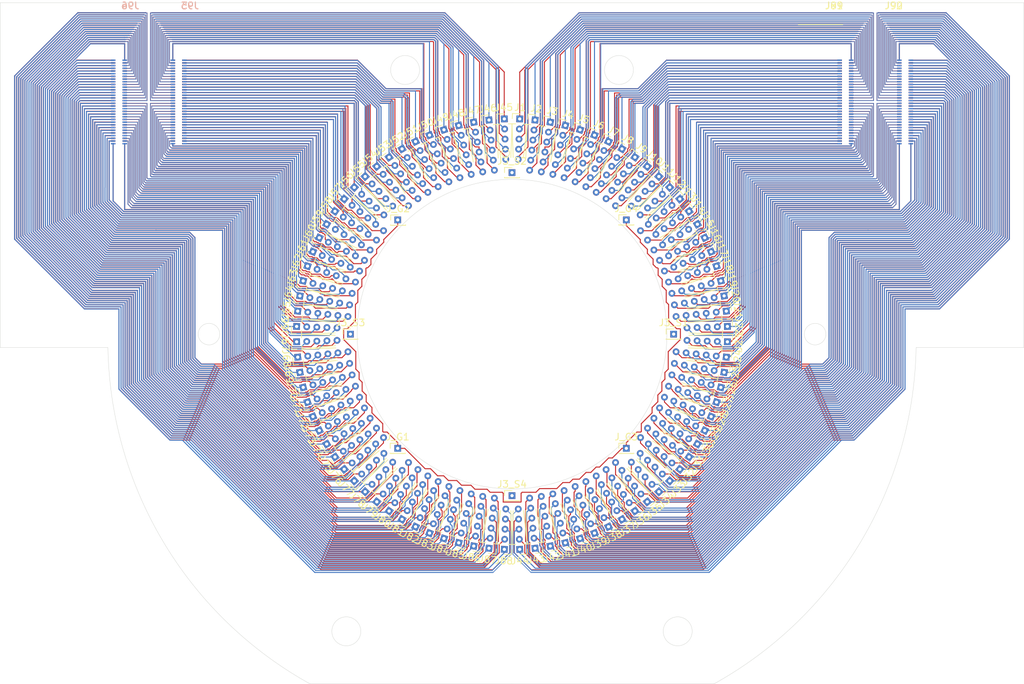
<source format=kicad_pcb>
(kicad_pcb (version 20221018) (generator pcbnew)
  (layers (0 "F.Cu" signal) (31 "B.Cu" signal) (34 "B.Paste" user) (35 "F.Paste" user) (36 "B.SilkS" user "B.Silkscreen") (37 "F.SilkS" user "F.Silkscreen") (38 "B.Mask" user) (39 "F.Mask" user) (44 "Edge.Cuts" user))
  (net 0 "")
  (net 2 "Net-(J83-Pin_5)")
  (net 3 "Net-(J84-Pin_1)")
  (net 4 "Net-(J84-Pin_3)")
  (net 5 "Net-(J84-Pin_5)")
  (net 6 "Net-(J85-Pin_1)")
  (net 7 "Net-(J85-Pin_3)")
  (net 8 "Net-(J85-Pin_5)")
  (net 9 "Net-(J86-Pin_1)")
  (net 10 "Net-(J86-Pin_3)")
  (net 11 "Net-(J86-Pin_5)")
  (net 12 "Net-(J87-Pin_1)")
  (net 13 "Net-(J87-Pin_3)")
  (net 14 "Net-(J87-Pin_5)")
  (net 15 "Net-(J88-Pin_1)")
  (net 16 "Net-(J88-Pin_3)")
  (net 17 "Net-(J88-Pin_5)")
  (net 18 "Net-(J67-Pin_2)")
  (net 19 "Net-(J67-Pin_4)")
  (net 20 "Net-(J68-Pin_1)")
  (net 21 "Net-(J68-Pin_3)")
  (net 22 "Net-(J68-Pin_5)")
  (net 23 "Net-(J69-Pin_1)")
  (net 24 "Net-(J69-Pin_3)")
  (net 25 "Net-(J69-Pin_5)")
  (net 26 "Net-(J70-Pin_1)")
  (net 27 "Net-(J70-Pin_3)")
  (net 28 "Net-(J70-Pin_5)")
  (net 29 "Net-(J71-Pin_1)")
  (net 30 "Net-(J71-Pin_3)")
  (net 31 "Net-(J71-Pin_5)")
  (net 32 "Net-(J72-Pin_1)")
  (net 33 "Net-(J72-Pin_3)")
  (net 34 "Net-(J72-Pin_5)")
  (net 35 "Net-(J73-Pin_1)")
  (net 36 "Net-(J73-Pin_3)")
  (net 37 "Net-(J73-Pin_5)")
  (net 38 "Net-(J74-Pin_1)")
  (net 39 "Net-(J74-Pin_3)")
  (net 40 "Net-(J74-Pin_5)")
  (net 41 "Net-(J75-Pin_1)")
  (net 42 "Net-(J75-Pin_3)")
  (net 43 "Net-(J75-Pin_5)")
  (net 44 "Net-(J76-Pin_1)")
  (net 45 "Net-(J76-Pin_3)")
  (net 46 "Net-(J76-Pin_5)")
  (net 47 "Net-(J77-Pin_1)")
  (net 48 "Net-(J77-Pin_3)")
  (net 49 "Net-(J77-Pin_5)")
  (net 50 "Net-(J78-Pin_2)")
  (net 51 "Net-(J78-Pin_4)")
  (net 52 "Net-(J79-Pin_1)")
  (net 53 "Net-(J79-Pin_3)")
  (net 54 "Net-(J79-Pin_5)")
  (net 55 "Net-(J80-Pin_1)")
  (net 56 "Net-(J80-Pin_3)")
  (net 57 "Net-(J80-Pin_5)")
  (net 58 "Net-(J81-Pin_1)")
  (net 59 "Net-(J81-Pin_3)")
  (net 60 "Net-(J81-Pin_5)")
  (net 61 "Net-(J82-Pin_1)")
  (net 62 "Net-(J82-Pin_3)")
  (net 63 "Net-(J82-Pin_5)")
  (net 64 "Net-(J83-Pin_1)")
  (net 65 "Net-(J83-Pin_3)")
  (net 66 "Net-(J50-Pin_3)")
  (net 67 "Net-(J50-Pin_1)")
  (net 68 "Net-(J49-Pin_5)")
  (net 69 "Net-(J49-Pin_3)")
  (net 70 "Net-(J49-Pin_1)")
  (net 71 "Net-(J48-Pin_5)")
  (net 72 "Net-(J48-Pin_3)")
  (net 73 "Net-(J48-Pin_1)")
  (net 74 "Net-(J47-Pin_5)")
  (net 75 "Net-(J47-Pin_3)")
  (net 76 "Net-(J47-Pin_1)")
  (net 77 "Net-(J46-Pin_5)")
  (net 78 "Net-(J46-Pin_3)")
  (net 79 "Net-(J46-Pin_1)")
  (net 80 "Net-(J45-Pin_4)")
  (net 81 "Net-(J45-Pin_2)")
  (net 82 "Net-(J66-Pin_5)")
  (net 83 "Net-(J66-Pin_3)")
  (net 84 "Net-(J66-Pin_1)")
  (net 85 "Net-(J65-Pin_5)")
  (net 86 "Net-(J65-Pin_3)")
  (net 87 "Net-(J65-Pin_1)")
  (net 88 "Net-(J64-Pin_5)")
  (net 89 "Net-(J64-Pin_3)")
  (net 90 "Net-(J64-Pin_1)")
  (net 91 "Net-(J63-Pin_5)")
  (net 92 "Net-(J63-Pin_3)")
  (net 93 "Net-(J63-Pin_1)")
  (net 94 "Net-(J62-Pin_1)")
  (net 95 "Net-(J62-Pin_3)")
  (net 96 "Net-(J62-Pin_5)")
  (net 97 "Net-(J61-Pin_1)")
  (net 98 "Net-(J61-Pin_3)")
  (net 99 "Net-(J61-Pin_5)")
  (net 100 "Net-(J60-Pin_1)")
  (net 101 "Net-(J60-Pin_3)")
  (net 102 "Net-(J60-Pin_5)")
  (net 103 "Net-(J59-Pin_1)")
  (net 104 "Net-(J59-Pin_3)")
  (net 105 "Net-(J59-Pin_5)")
  (net 106 "Net-(J58-Pin_1)")
  (net 107 "Net-(J58-Pin_3)")
  (net 108 "Net-(J58-Pin_5)")
  (net 109 "Net-(J57-Pin_1)")
  (net 110 "Net-(J57-Pin_3)")
  (net 111 "Net-(J57-Pin_5)")
  (net 112 "Net-(J56-Pin_4)")
  (net 113 "Net-(J56-Pin_2)")
  (net 114 "Net-(J55-Pin_5)")
  (net 115 "Net-(J55-Pin_3)")
  (net 116 "Net-(J55-Pin_1)")
  (net 117 "Net-(J54-Pin_5)")
  (net 118 "Net-(J54-Pin_3)")
  (net 119 "Net-(J54-Pin_1)")
  (net 120 "Net-(J53-Pin_5)")
  (net 121 "Net-(J53-Pin_3)")
  (net 122 "Net-(J53-Pin_1)")
  (net 123 "Net-(J52-Pin_5)")
  (net 124 "Net-(J52-Pin_3)")
  (net 125 "Net-(J52-Pin_1)")
  (net 126 "Net-(J51-Pin_5)")
  (net 127 "Net-(J51-Pin_3)")
  (net 128 "Net-(J51-Pin_1)")
  (net 129 "Net-(J50-Pin_5)")
  (net 130 "Net-(J39-Pin_5)")
  (net 131 "Net-(J40-Pin_1)")
  (net 132 "Net-(J40-Pin_3)")
  (net 133 "Net-(J40-Pin_5)")
  (net 134 "Net-(J41-Pin_1)")
  (net 135 "Net-(J41-Pin_3)")
  (net 136 "Net-(J41-Pin_5)")
  (net 137 "Net-(J42-Pin_1)")
  (net 138 "Net-(J42-Pin_3)")
  (net 139 "Net-(J42-Pin_5)")
  (net 140 "Net-(J43-Pin_1)")
  (net 141 "Net-(J43-Pin_3)")
  (net 142 "Net-(J43-Pin_5)")
  (net 143 "Net-(J44-Pin_1)")
  (net 144 "Net-(J44-Pin_3)")
  (net 145 "Net-(J44-Pin_5)")
  (net 146 "Net-(J23-Pin_2)")
  (net 147 "Net-(J23-Pin_4)")
  (net 148 "Net-(J24-Pin_1)")
  (net 149 "Net-(J24-Pin_3)")
  (net 150 "Net-(J24-Pin_5)")
  (net 151 "Net-(J25-Pin_1)")
  (net 152 "Net-(J25-Pin_3)")
  (net 153 "Net-(J25-Pin_5)")
  (net 154 "Net-(J26-Pin_1)")
  (net 155 "Net-(J26-Pin_3)")
  (net 156 "Net-(J26-Pin_5)")
  (net 157 "Net-(J27-Pin_1)")
  (net 158 "Net-(J27-Pin_3)")
  (net 159 "Net-(J27-Pin_5)")
  (net 160 "Net-(J28-Pin_1)")
  (net 161 "Net-(J28-Pin_3)")
  (net 162 "Net-(J28-Pin_5)")
  (net 163 "Net-(J29-Pin_1)")
  (net 164 "Net-(J29-Pin_3)")
  (net 165 "Net-(J29-Pin_5)")
  (net 166 "Net-(J30-Pin_1)")
  (net 167 "Net-(J30-Pin_3)")
  (net 168 "Net-(J30-Pin_5)")
  (net 169 "Net-(J31-Pin_1)")
  (net 170 "Net-(J31-Pin_3)")
  (net 171 "Net-(J31-Pin_5)")
  (net 172 "Net-(J32-Pin_1)")
  (net 173 "Net-(J32-Pin_3)")
  (net 174 "Net-(J32-Pin_5)")
  (net 175 "Net-(J33-Pin_1)")
  (net 176 "Net-(J33-Pin_3)")
  (net 177 "Net-(J33-Pin_5)")
  (net 178 "Net-(J34-Pin_2)")
  (net 179 "Net-(J34-Pin_4)")
  (net 180 "Net-(J35-Pin_1)")
  (net 181 "Net-(J35-Pin_3)")
  (net 182 "Net-(J35-Pin_5)")
  (net 183 "Net-(J36-Pin_1)")
  (net 184 "Net-(J36-Pin_3)")
  (net 185 "Net-(J36-Pin_5)")
  (net 186 "Net-(J37-Pin_1)")
  (net 187 "Net-(J37-Pin_3)")
  (net 188 "Net-(J37-Pin_5)")
  (net 189 "Net-(J38-Pin_1)")
  (net 190 "Net-(J38-Pin_3)")
  (net 191 "Net-(J38-Pin_5)")
  (net 192 "Net-(J39-Pin_1)")
  (net 193 "Net-(J39-Pin_3)")
  (net 194 "Net-(J6-Pin_5)")
  (net 195 "Net-(J7-Pin_1)")
  (net 196 "Net-(J7-Pin_3)")
  (net 197 "Net-(J7-Pin_5)")
  (net 198 "Net-(J8-Pin_1)")
  (net 199 "Net-(J8-Pin_3)")
  (net 200 "Net-(J8-Pin_5)")
  (net 201 "Net-(J9-Pin_1)")
  (net 202 "Net-(J9-Pin_3)")
  (net 203 "Net-(J9-Pin_5)")
  (net 204 "Net-(J10-Pin_1)")
  (net 205 "Net-(J10-Pin_3)")
  (net 206 "Net-(J10-Pin_5)")
  (net 207 "Net-(J11-Pin_1)")
  (net 208 "Net-(J11-Pin_3)")
  (net 209 "Net-(J11-Pin_5)")
  (net 210 "Net-(J12-Pin_2)")
  (net 211 "Net-(J12-Pin_4)")
  (net 212 "Net-(J13-Pin_5)")
  (net 213 "Net-(J13-Pin_3)")
  (net 214 "Net-(J13-Pin_1)")
  (net 215 "Net-(J14-Pin_5)")
  (net 216 "Net-(J14-Pin_3)")
  (net 217 "Net-(J14-Pin_1)")
  (net 218 "Net-(J15-Pin_5)")
  (net 219 "Net-(J15-Pin_3)")
  (net 220 "Net-(J15-Pin_1)")
  (net 221 "Net-(J16-Pin_5)")
  (net 222 "Net-(J16-Pin_3)")
  (net 223 "Net-(J16-Pin_1)")
  (net 224 "Net-(J17-Pin_5)")
  (net 225 "Net-(J17-Pin_3)")
  (net 226 "Net-(J17-Pin_1)")
  (net 227 "Net-(J18-Pin_5)")
  (net 228 "Net-(J18-Pin_3)")
  (net 229 "Net-(J18-Pin_1)")
  (net 230 "Net-(J19-Pin_1)")
  (net 231 "Net-(J19-Pin_3)")
  (net 232 "Net-(J19-Pin_5)")
  (net 233 "Net-(J20-Pin_1)")
  (net 234 "Net-(J20-Pin_3)")
  (net 235 "Net-(J20-Pin_5)")
  (net 236 "Net-(J21-Pin_1)")
  (net 237 "Net-(J21-Pin_3)")
  (net 238 "Net-(J21-Pin_5)")
  (net 239 "Net-(J22-Pin_1)")
  (net 240 "Net-(J22-Pin_3)")
  (net 241 "Net-(J22-Pin_5)")
  (net 242 "Net-(J1-Pin_2)")
  (net 243 "Net-(J1-Pin_4)")
  (net 244 "Net-(J2-Pin_1)")
  (net 245 "Net-(J2-Pin_3)")
  (net 246 "Net-(J2-Pin_5)")
  (net 247 "Net-(J3-Pin_1)")
  (net 248 "Net-(J3-Pin_3)")
  (net 249 "Net-(J3-Pin_5)")
  (net 250 "Net-(J4-Pin_1)")
  (net 251 "Net-(J4-Pin_3)")
  (net 252 "Net-(J4-Pin_5)")
  (net 253 "Net-(J5-Pin_1)")
  (net 254 "Net-(J5-Pin_3)")
  (net 255 "Net-(J5-Pin_5)")
  (net 256 "Net-(J6-Pin_1)")
  (net 257 "Net-(J6-Pin_3)")
  (net 258 "Net-(J6-Pin_4)")
  (net 259 "Net-(J6-Pin_6)")
  (net 260 "Net-(J7-Pin_2)")
  (net 261 "Net-(J7-Pin_4)")
  (net 262 "Net-(J7-Pin_6)")
  (net 263 "Net-(J8-Pin_2)")
  (net 264 "Net-(J8-Pin_4)")
  (net 265 "Net-(J8-Pin_6)")
  (net 266 "Net-(J89-Pin_9)")
  (net 267 "Net-(J89-Pin_10)")
  (net 268 "Net-(J89-Pin_11)")
  (net 269 "Net-(J10-Pin_2)")
  (net 270 "Net-(J10-Pin_4)")
  (net 271 "Net-(J10-Pin_6)")
  (net 272 "Net-(J11-Pin_2)")
  (net 273 "Net-(J11-Pin_4)")
  (net 274 "Net-(J12-Pin_1)")
  (net 275 "Net-(J12-Pin_3)")
  (net 276 "Net-(J12-Pin_5)")
  (net 277 "Net-(J13-Pin_2)")
  (net 278 "Net-(J13-Pin_4)")
  (net 279 "Net-(J13-Pin_6)")
  (net 280 "Net-(J14-Pin_2)")
  (net 281 "Net-(J14-Pin_4)")
  (net 282 "Net-(J14-Pin_6)")
  (net 283 "Net-(J15-Pin_2)")
  (net 284 "Net-(J15-Pin_4)")
  (net 285 "Net-(J15-Pin_6)")
  (net 286 "Net-(J16-Pin_2)")
  (net 287 "Net-(J16-Pin_4)")
  (net 288 "Net-(J16-Pin_6)")
  (net 289 "Net-(J17-Pin_2)")
  (net 290 "Net-(J17-Pin_4)")
  (net 291 "Net-(J17-Pin_6)")
  (net 292 "Net-(J18-Pin_2)")
  (net 293 "Net-(J18-Pin_4)")
  (net 294 "Net-(J18-Pin_6)")
  (net 295 "Net-(J19-Pin_2)")
  (net 296 "Net-(J19-Pin_4)")
  (net 297 "Net-(J19-Pin_6)")
  (net 298 "Net-(J20-Pin_2)")
  (net 299 "Net-(J20-Pin_4)")
  (net 300 "Net-(J20-Pin_6)")
  (net 301 "Net-(J21-Pin_2)")
  (net 302 "Net-(J21-Pin_4)")
  (net 303 "Net-(J21-Pin_6)")
  (net 304 "Net-(J22-Pin_2)")
  (net 305 "Net-(J22-Pin_4)")
  (net 306 "Net-(J1-Pin_1)")
  (net 307 "Net-(J1-Pin_3)")
  (net 308 "Net-(J1-Pin_5)")
  (net 309 "Net-(J2-Pin_2)")
  (net 310 "Net-(J2-Pin_4)")
  (net 311 "Net-(J2-Pin_6)")
  (net 312 "Net-(J3-Pin_2)")
  (net 313 "Net-(J3-Pin_4)")
  (net 314 "Net-(J3-Pin_6)")
  (net 315 "Net-(J4-Pin_2)")
  (net 316 "Net-(J4-Pin_4)")
  (net 317 "Net-(J4-Pin_6)")
  (net 318 "Net-(J5-Pin_2)")
  (net 319 "Net-(J5-Pin_4)")
  (net 320 "Net-(J5-Pin_6)")
  (net 321 "Net-(J6-Pin_2)")
  (net 322 "Net-(J83-Pin_4)")
  (net 323 "Net-(J83-Pin_6)")
  (net 324 "Net-(J84-Pin_2)")
  (net 325 "Net-(J84-Pin_4)")
  (net 326 "Net-(J84-Pin_6)")
  (net 327 "Net-(J85-Pin_2)")
  (net 328 "Net-(J85-Pin_4)")
  (net 329 "Net-(J85-Pin_6)")
  (net 330 "Net-(J86-Pin_2)")
  (net 331 "Net-(J86-Pin_4)")
  (net 332 "Net-(J86-Pin_6)")
  (net 333 "Net-(J87-Pin_2)")
  (net 334 "Net-(J87-Pin_4)")
  (net 335 "Net-(J87-Pin_6)")
  (net 336 "Net-(J88-Pin_2)")
  (net 337 "Net-(J88-Pin_4)")
  (net 338 "Net-(J67-Pin_1)")
  (net 339 "Net-(J67-Pin_3)")
  (net 340 "Net-(J67-Pin_5)")
  (net 341 "Net-(J68-Pin_2)")
  (net 342 "Net-(J68-Pin_4)")
  (net 343 "Net-(J68-Pin_6)")
  (net 344 "Net-(J69-Pin_2)")
  (net 345 "Net-(J69-Pin_4)")
  (net 346 "Net-(J69-Pin_6)")
  (net 347 "Net-(J70-Pin_2)")
  (net 348 "Net-(J70-Pin_4)")
  (net 349 "Net-(J70-Pin_6)")
  (net 350 "Net-(J71-Pin_2)")
  (net 351 "Net-(J71-Pin_4)")
  (net 352 "Net-(J71-Pin_6)")
  (net 353 "Net-(J72-Pin_2)")
  (net 354 "Net-(J72-Pin_4)")
  (net 355 "Net-(J72-Pin_6)")
  (net 356 "Net-(J73-Pin_2)")
  (net 357 "Net-(J73-Pin_4)")
  (net 358 "Net-(J73-Pin_6)")
  (net 359 "Net-(J74-Pin_2)")
  (net 360 "Net-(J74-Pin_4)")
  (net 361 "Net-(J74-Pin_6)")
  (net 362 "Net-(J75-Pin_2)")
  (net 363 "Net-(J75-Pin_4)")
  (net 364 "Net-(J75-Pin_6)")
  (net 365 "Net-(J76-Pin_2)")
  (net 366 "Net-(J76-Pin_4)")
  (net 367 "Net-(J76-Pin_6)")
  (net 368 "Net-(J77-Pin_2)")
  (net 369 "Net-(J77-Pin_4)")
  (net 370 "Net-(J78-Pin_1)")
  (net 371 "Net-(J78-Pin_3)")
  (net 372 "Net-(J78-Pin_5)")
  (net 373 "Net-(J79-Pin_2)")
  (net 374 "Net-(J79-Pin_4)")
  (net 375 "Net-(J79-Pin_6)")
  (net 376 "Net-(J80-Pin_2)")
  (net 377 "Net-(J80-Pin_4)")
  (net 378 "Net-(J80-Pin_6)")
  (net 379 "Net-(J81-Pin_2)")
  (net 380 "Net-(J81-Pin_4)")
  (net 381 "Net-(J81-Pin_6)")
  (net 382 "Net-(J82-Pin_2)")
  (net 383 "Net-(J82-Pin_4)")
  (net 384 "Net-(J82-Pin_6)")
  (net 385 "Net-(J83-Pin_2)")
  (net 386 "Net-(J50-Pin_4)")
  (net 387 "Net-(J50-Pin_6)")
  (net 388 "Net-(J51-Pin_2)")
  (net 389 "Net-(J51-Pin_4)")
  (net 390 "Net-(J51-Pin_6)")
  (net 391 "Net-(J52-Pin_2)")
  (net 392 "Net-(J52-Pin_4)")
  (net 393 "Net-(J52-Pin_6)")
  (net 394 "Net-(J53-Pin_2)")
  (net 395 "Net-(J53-Pin_4)")
  (net 396 "Net-(J53-Pin_6)")
  (net 397 "Net-(J54-Pin_2)")
  (net 398 "Net-(J54-Pin_4)")
  (net 399 "Net-(J54-Pin_6)")
  (net 400 "Net-(J55-Pin_2)")
  (net 401 "Net-(J55-Pin_4)")
  (net 402 "Net-(J56-Pin_1)")
  (net 403 "Net-(J56-Pin_3)")
  (net 404 "Net-(J56-Pin_5)")
  (net 405 "Net-(J57-Pin_2)")
  (net 406 "Net-(J57-Pin_4)")
  (net 407 "Net-(J57-Pin_6)")
  (net 408 "Net-(J58-Pin_2)")
  (net 409 "Net-(J58-Pin_4)")
  (net 410 "Net-(J58-Pin_6)")
  (net 411 "Net-(J59-Pin_2)")
  (net 412 "Net-(J59-Pin_4)")
  (net 413 "Net-(J59-Pin_6)")
  (net 414 "Net-(J60-Pin_2)")
  (net 415 "Net-(J60-Pin_4)")
  (net 416 "Net-(J60-Pin_6)")
  (net 417 "Net-(J61-Pin_2)")
  (net 418 "Net-(J61-Pin_4)")
  (net 419 "Net-(J61-Pin_6)")
  (net 420 "Net-(J62-Pin_2)")
  (net 421 "Net-(J62-Pin_4)")
  (net 422 "Net-(J62-Pin_6)")
  (net 423 "Net-(J63-Pin_2)")
  (net 424 "Net-(J63-Pin_4)")
  (net 425 "Net-(J63-Pin_6)")
  (net 426 "Net-(J64-Pin_2)")
  (net 427 "Net-(J64-Pin_4)")
  (net 428 "Net-(J64-Pin_6)")
  (net 429 "Net-(J65-Pin_2)")
  (net 430 "Net-(J65-Pin_4)")
  (net 431 "Net-(J65-Pin_6)")
  (net 432 "Net-(J66-Pin_2)")
  (net 433 "Net-(J66-Pin_4)")
  (net 434 "Net-(J45-Pin_1)")
  (net 435 "Net-(J45-Pin_3)")
  (net 436 "Net-(J45-Pin_5)")
  (net 437 "Net-(J46-Pin_2)")
  (net 438 "Net-(J46-Pin_4)")
  (net 439 "Net-(J46-Pin_6)")
  (net 440 "Net-(J47-Pin_2)")
  (net 441 "Net-(J47-Pin_4)")
  (net 442 "Net-(J47-Pin_6)")
  (net 443 "Net-(J48-Pin_2)")
  (net 444 "Net-(J48-Pin_4)")
  (net 445 "Net-(J48-Pin_6)")
  (net 446 "Net-(J49-Pin_2)")
  (net 447 "Net-(J49-Pin_4)")
  (net 448 "Net-(J49-Pin_6)")
  (net 449 "Net-(J50-Pin_2)")
  (net 450 "Net-(J39-Pin_4)")
  (net 451 "Net-(J39-Pin_6)")
  (net 452 "Net-(J40-Pin_2)")
  (net 453 "Net-(J40-Pin_4)")
  (net 454 "Net-(J40-Pin_6)")
  (net 455 "Net-(J41-Pin_2)")
  (net 456 "Net-(J41-Pin_4)")
  (net 457 "Net-(J41-Pin_6)")
  (net 458 "Net-(J42-Pin_2)")
  (net 459 "Net-(J42-Pin_4)")
  (net 460 "Net-(J42-Pin_6)")
  (net 461 "Net-(J43-Pin_2)")
  (net 462 "Net-(J43-Pin_4)")
  (net 463 "Net-(J43-Pin_6)")
  (net 464 "Net-(J44-Pin_2)")
  (net 465 "Net-(J44-Pin_4)")
  (net 466 "Net-(J23-Pin_1)")
  (net 467 "Net-(J23-Pin_3)")
  (net 468 "Net-(J23-Pin_5)")
  (net 469 "Net-(J24-Pin_2)")
  (net 470 "Net-(J24-Pin_4)")
  (net 471 "Net-(J24-Pin_6)")
  (net 472 "Net-(J25-Pin_2)")
  (net 473 "Net-(J25-Pin_4)")
  (net 474 "Net-(J25-Pin_6)")
  (net 475 "Net-(J26-Pin_2)")
  (net 476 "Net-(J26-Pin_4)")
  (net 477 "Net-(J26-Pin_6)")
  (net 478 "Net-(J27-Pin_2)")
  (net 479 "Net-(J27-Pin_4)")
  (net 480 "Net-(J27-Pin_6)")
  (net 481 "Net-(J28-Pin_2)")
  (net 482 "Net-(J28-Pin_4)")
  (net 483 "Net-(J28-Pin_6)")
  (net 484 "Net-(J29-Pin_2)")
  (net 485 "Net-(J29-Pin_4)")
  (net 486 "Net-(J29-Pin_6)")
  (net 487 "Net-(J30-Pin_2)")
  (net 488 "Net-(J30-Pin_4)")
  (net 489 "Net-(J30-Pin_6)")
  (net 490 "Net-(J31-Pin_2)")
  (net 491 "Net-(J31-Pin_4)")
  (net 492 "Net-(J31-Pin_6)")
  (net 493 "Net-(J32-Pin_2)")
  (net 494 "Net-(J32-Pin_4)")
  (net 495 "Net-(J32-Pin_6)")
  (net 496 "Net-(J33-Pin_2)")
  (net 497 "Net-(J33-Pin_4)")
  (net 498 "Net-(J34-Pin_1)")
  (net 499 "Net-(J34-Pin_3)")
  (net 500 "Net-(J34-Pin_5)")
  (net 501 "Net-(J35-Pin_2)")
  (net 502 "Net-(J35-Pin_4)")
  (net 503 "Net-(J35-Pin_6)")
  (net 504 "Net-(J36-Pin_2)")
  (net 505 "Net-(J36-Pin_4)")
  (net 506 "Net-(J36-Pin_6)")
  (net 507 "Net-(J37-Pin_2)")
  (net 508 "Net-(J37-Pin_4)")
  (net 509 "Net-(J37-Pin_6)")
  (net 510 "Net-(J38-Pin_2)")
  (net 511 "Net-(J38-Pin_4)")
  (net 512 "Net-(J38-Pin_6)")
  (net 513 "Net-(J39-Pin_2)")
  (net 518 "unconnected-(J_G2-Pin_1-Pad1)")
  (footprint "MEAboard_512_footprint:PinHeader_1x06_P1.5mm_Vertical" (layer "F.Cu") (at 180.362431 110.105584 -108.408636)
    (fp_text reference "J27")
    (fp_text value "Conn_01x06")
  )
  (footprint "MEAboard_512_footprint:PinHeader_1x06_P1.5mm_Vertical" (layer "F.Cu") (at 166.328644 127.520455 -149.317727)
    (fp_text reference "J37")
    (fp_text value "Conn_01x06")
  )
  (footprint "MEAboard_512_footprint:PinHeader_1x06_P1.5mm_Vertical" (layer "F.Cu") (at 133.671359 127.520457 149.318633)
    (fp_text reference "J81")
    (fp_text value "Conn_01x06")
  )
  (footprint "MEAboard_512_footprint:PinHeader_1x06_P1.5mm_Vertical" (layer "F.Cu") (at 178.61521 114.323748 -116.590454)
    (fp_text reference "J29")
    (fp_text value "Conn_01x06")
  )
  (footprint "MEAboard_512_footprint:PinHeader_1x06_P1.5mm_Vertical" (layer "F.Cu") (at 181.81665 96.579353 -83.863181)
    (fp_text reference "J21")
    (fp_text value "Conn_01x06")
  )
  (footprint "MEAboard_512_footprint:PinHeader_1x06_P1.5mm_Vertical" (layer "F.Cu") (at 146.579357 131.81665 173.864087)
    (fp_text reference "J87")
    (fp_text value "Conn_01x06")
  )
  (footprint "MEAboard_512_footprint:PinHeader_1x05_P1.5mm_Vertical" (layer "F.Cu") (at 173.420627 121.805372 -132.95409)
    (fp_text reference "J33")
    (fp_text value "Conn_01x05")
  )
  (footprint "MEAboard_512_footprint:PinHeader_1x06_P1.5mm_Vertical" (layer "F.Cu") (at 181.81665 103.420641 -96.135909)
    (fp_text reference "J24")
    (fp_text value "Conn_01x06")
  )
  (footprint "MEAboard_512_footprint:PinHeader_1x06_P1.5mm_Vertical" (layer "F.Cu") (at 120.435855 112.245871 112.500452)
    (fp_text reference "J72")
    (fp_text value "Conn_01x06")
  )
  (footprint "MEAboard_512_footprint:PinHeader_1x06_P1.5mm_Vertical" (layer "F.Cu") (at 157.913811 131.005994 -165.681363)
    (fp_text reference "J41")
    (fp_text value "Conn_01x06")
  )
  (footprint "MEAboard_512_footprint:PinHeader_2x32_P0.4mm_Vertical_SMD_Molex" (layer "F.Cu") (at 198 59)
    (fp_text reference "J89")
    (fp_text value "Conn_02x32_Counter_Clockwise")
  )
  (footprint "MEAboard_512_footprint:PinHeader_2x32_P0.4mm_Vertical_SMD_Molex_Back" (layer "F.Cu") (at 206.865 59)
    (fp_text reference "J92")
    (fp_text value "Conn_02x32_Counter_Clockwise")
  )
  (footprint "MEAboard_512_footprint:PinHeader_1x01_P1.27mm_Vertical_0.483_STIM" (layer "F.Cu") (at 150 76)
    (fp_text reference "J3_S2")
    (fp_text value "Conn_01x01")
  )
  (footprint "MEAboard_512_footprint:PinHeader_1x06_P1.5mm_Vertical" (layer "F.Cu") (at 120.435854 87.754132 67.500453)
    (fp_text reference "J61")
    (fp_text value "Conn_01x06")
  )
  (footprint "MEAboard_512_footprint:PinHeader_1x06_P1.5mm_Vertical" (layer "F.Cu") (at 164.323754 128.615208 -153.408636)
    (fp_text reference "J38")
    (fp_text value "Conn_01x06")
  )
  (footprint "MEAboard_512_footprint:PinHeader_1x06_P1.5mm_Vertical" (layer "F.Cu") (at 164.323748 71.38479 -26.590454)
    (fp_text reference "J7")
    (fp_text value "Conn_01x06")
  )
  (footprint "MEAboard_512_footprint:PinHeader_1x05_P1.5mm_Vertical" (layer "F.Cu") (at 151.142158 131.979611 -177.95409)
    (fp_text reference "J44")
    (fp_text value "Conn_01x05")
  )
  (footprint "MEAboard_512_footprint:PinHeader_1x05_P1.5mm_Vertical" (layer "F.Cu") (at 148.857846 131.979611 177.954996)
    (fp_text reference "J88")
    (fp_text value "Conn_01x05")
  )
  (footprint "MEAboard_512_footprint:PinHeader_1x06_P1.5mm_Vertical" (layer "F.Cu") (at 162.245867 70.435853 -22.499545)
    (fp_text reference "J6")
    (fp_text value "Conn_01x06")
  )
  (footprint "MEAboard_512_footprint:PinHeader_1x01_P1.27mm_Vertical_0.483_GND" (layer "F.Cu") (at 133.096 83.058)
    (fp_text reference "J_G2")
    (fp_text value "Conn_01x01")
  )
  (footprint "MEAboard_512_footprint:PinHeader_1x06_P1.5mm_Vertical" (layer "F.Cu") (at 181.49156 105.6817 -100.226818)
    (fp_text reference "J25")
    (fp_text value "Conn_01x06")
  )
  (footprint "MEAboard_512_footprint:PinHeader_1x06_P1.5mm_Vertical" (layer "F.Cu") (at 181.005994 92.086189 -75.681363)
    (fp_text reference "J19")
    (fp_text value "Conn_01x06")
  )
  (footprint "MEAboard_512_footprint:PinHeader_1x06_P1.5mm_Vertical" (layer "F.Cu") (at 144.318298 131.491559 169.773178)
    (fp_text reference "J86")
    (fp_text value "Conn_01x06")
  )
  (footprint "MEAboard_512_footprint:PinHeader_1x05_P1.5mm_Vertical" (layer "F.Cu") (at 173.420623 78.194624 -47.045)
    (fp_text reference "J12")
    (fp_text value "Conn_01x05")
  )
  (footprint "MEAboard_512_footprint:PinHeader_1x05_P1.5mm_Vertical" (layer "F.Cu") (at 181.979611 98.857842 -87.95409)
    (fp_text reference "J22")
    (fp_text value "Conn_01x05")
  )
  (footprint "MEAboard_512_footprint:PinHeader_1x06_P1.5mm_Vertical" (layer "F.Cu") (at 125.083471 120.079009 128.864088)
    (fp_text reference "J76")
    (fp_text value "Conn_01x06")
  )
  (footprint "MEAboard_512_footprint:PinHeader_1x01_P1.27mm_Vertical_0.483_STIM" (layer "F.Cu") (at 174 100)
    (fp_text reference "J3_S1")
    (fp_text value "Conn_01x01")
  )
  (footprint "MEAboard_512_footprint:PinHeader_1x06_P1.5mm_Vertical" (layer "F.Cu") (at 131.749676 126.285466 145.227724)
    (fp_text reference "J80")
    (fp_text value "Conn_01x06")
  )
  (footprint "MEAboard_512_footprint:PinHeader_1x06_P1.5mm_Vertical" (layer "F.Cu") (at 176.285464 81.749673 -55.226818)
    (fp_text reference "J14")
    (fp_text value "Conn_01x06")
  )
  (footprint "MEAboard_512_footprint:PinHeader_1x06_P1.5mm_Vertical" (layer "F.Cu") (at 137.754131 129.564146 157.500451)
    (fp_text reference "J83")
    (fp_text value "Conn_01x06")
  )
  (footprint "MEAboard_512_footprint:PinHeader_1x05_P1.5mm_Vertical" (layer "F.Cu") (at 126.579374 78.194627 47.045908)
    (fp_text reference "J56")
    (fp_text value "Conn_01x05")
  )
  (footprint "MEAboard_512_footprint:PinHeader_1x06_P1.5mm_Vertical" (layer "F.Cu") (at 123.714535 118.250326 124.773179)
    (fp_text reference "J75")
    (fp_text value "Conn_01x06")
  )
  (footprint "MEAboard_512_footprint:PinHeader_1x05_P1.5mm_Vertical" (layer "F.Cu") (at 148.857843 68.020389 2.045909)
    (fp_text reference "J45")
    (fp_text value "Conn_01x05")
  )
  (footprint "MEAboard_512_footprint:PinHeader_1x06_P1.5mm_Vertical" (layer "F.Cu") (at 177.520458 116.328639 -120.681363)
    (fp_text reference "J30")
    (fp_text value "Conn_01x06")
  )
  (footprint "MEAboard_512_footprint:PinHeader_1x06_P1.5mm_Vertical" (layer "F.Cu") (at 121.384791 114.323752 116.591361)
    (fp_text reference "J73")
    (fp_text value "Conn_01x06")
  )
  (footprint "MEAboard_512_footprint:PinHeader_1x06_P1.5mm_Vertical" (layer "F.Cu") (at 142.086189 68.994006 14.318636)
    (fp_text reference "J48")
    (fp_text value "Conn_01x06")
  )
  (footprint "MEAboard_512_footprint:PinHeader_1x06_P1.5mm_Vertical" (layer "F.Cu") (at 123.714534 81.749677 55.227726)
    (fp_text reference "J58")
    (fp_text value "Conn_01x06")
  )
  (footprint "MEAboard_512_footprint:PinHeader_1x06_P1.5mm_Vertical" (layer "F.Cu") (at 155.681706 131.491558 -169.772272)
    (fp_text reference "J42")
    (fp_text value "Conn_01x06")
  )
  (footprint "MEAboard_512_footprint:PinHeader_1x06_P1.5mm_Vertical" (layer "F.Cu") (at 153.420641 68.18335 -6.135909)
    (fp_text reference "J2")
    (fp_text value "Conn_01x06")
  )
  (footprint "MEAboard_512_footprint:PinHeader_1x06_P1.5mm_Vertical" (layer "F.Cu") (at 146.579353 68.18335 6.136818)
    (fp_text reference "J46")
    (fp_text value "Conn_01x06")
  )
  (footprint "MEAboard_512_footprint:PinHeader_1x06_P1.5mm_Vertical" (layer "F.Cu") (at 179.564147 112.245867 -112.499545)
    (fp_text reference "J28")
    (fp_text value "Conn_01x06")
  )
  (footprint "MEAboard_512_footprint:PinHeader_1x01_P1.27mm_Vertical_0.483_GND" (layer "F.Cu") (at 133.03 116.97)
    (fp_text reference "J_G1")
    (fp_text value "Conn_01x01")
  )
  (footprint "MEAboard_512_footprint:PinHeader_1x01_P1.27mm_Vertical_0.483_GND" (layer "F.Cu") (at 166.97 83.03)
    (fp_text reference "J_G4")
    (fp_text value "Conn_01x01")
  )
  (footprint "MEAboard_512_footprint:PinHeader_1x06_P1.5mm_Vertical" (layer "F.Cu") (at 135.676247 71.384792 26.591363)
    (fp_text reference "J51")
    (fp_text value "Conn_01x06")
  )
  (footprint "MEAboard_512_footprint:PinHeader_1x06_P1.5mm_Vertical" (layer "F.Cu") (at 166.328639 72.479542 -30.681363)
    (fp_text reference "J8")
    (fp_text value "Conn_01x06")
  )
  (footprint "MEAboard_512_footprint:PinHeader_1x06_P1.5mm_Vertical" (layer "F.Cu") (at 174.916532 120.079006 -128.863181)
    (fp_text reference "J32")
    (fp_text value "Conn_01x06")
  )
  (footprint "MEAboard_512_footprint:PinHeader_1x05_P1.5mm_Vertical" (layer "F.Cu") (at 181.979611 101.142152 -92.045)
    (fp_text reference "J23")
    (fp_text value "Conn_01x05")
  )
  (footprint "MEAboard_512_footprint:PinHeader_1x06_P1.5mm_Vertical" (layer "F.Cu") (at 157.913805 68.994005 -14.317727)
    (fp_text reference "J4")
    (fp_text value "Conn_01x06")
  )
  (footprint "MEAboard_512_footprint:PinHeader_1x01_P1.27mm_Vertical_0.483_STIM" (layer "F.Cu") (at 126 100)
    (fp_text reference "J3_S3")
    (fp_text value "Conn_01x01")
  )
  (footprint "MEAboard_512_footprint:PinHeader_1x06_P1.5mm_Vertical" (layer "F.Cu") (at 118.508441 94.318299 79.77318)
    (fp_text reference "J64")
    (fp_text value "Conn_01x06")
  )
  (footprint "MEAboard_512_footprint:PinHeader_1x06_P1.5mm_Vertical" (layer "F.Cu") (at 168.250322 73.714533 -34.772272)
    (fp_text reference "J9")
    (fp_text value "Conn_01x06")
  )
  (footprint "MEAboard_512_footprint:PinHeader_1x05_P1.5mm_Vertical" (layer "F.Cu") (at 171.805372 76.579373 -42.95409)
    (fp_text reference "J11")
    (fp_text value "Conn_01x05")
  )
  (footprint "MEAboard_512_footprint:PinHeader_1x06_P1.5mm_Vertical" (layer "F.Cu") (at 118.508441 105.681704 100.227725)
    (fp_text reference "J69")
    (fp_text value "Conn_01x06")
  )
  (footprint "MEAboard_512_footprint:PinHeader_1x06_P1.5mm_Vertical" (layer "F.Cu") (at 168.250327 126.285464 -145.226818)
    (fp_text reference "J36")
    (fp_text value "Conn_01x06")
  )
  (footprint "MEAboard_512_footprint:PinHeader_1x06_P1.5mm_Vertical" (layer "F.Cu") (at 179.564144 87.754127 -67.499545)
    (fp_text reference "J17")
    (fp_text value "Conn_01x06")
  )
  (footprint "MEAboard_512_footprint:PinHeader_1x06_P1.5mm_Vertical" (layer "F.Cu") (at 122.479544 116.328642 120.68227)
    (fp_text reference "J74")
    (fp_text value "Conn_01x06")
  )
  (footprint "MEAboard_512_footprint:PinHeader_1x06_P1.5mm_Vertical" (layer "F.Cu") (at 180.362428 89.89441 -71.590454)
    (fp_text reference "J18")
    (fp_text value "Conn_01x06")
  )
  (footprint "MEAboard_512_footprint:PinHeader_1x06_P1.5mm_Vertical" (layer "F.Cu") (at 139.894411 69.637571 18.409545)
    (fp_text reference "J49")
    (fp_text value "Conn_01x06")
  )
  (footprint "MEAboard_512_footprint:PinHeader_1x06_P1.5mm_Vertical" (layer "F.Cu") (at 170.079006 75.083468 -38.863181)
    (fp_text reference "J10")
    (fp_text value "Conn_01x06")
  )
  (footprint "MEAboard_512_footprint:PinHeader_1x06_P1.5mm_Vertical" (layer "F.Cu") (at 121.38479 85.676251 63.409544)
    (fp_text reference "J60")
    (fp_text value "Conn_01x06")
  )
  (footprint "MEAboard_512_footprint:PinHeader_1x06_P1.5mm_Vertical" (layer "F.Cu") (at 181.491558 94.318294 -79.772272)
    (fp_text reference "J20")
    (fp_text value "Conn_01x06")
  )
  (footprint "MEAboard_512_footprint:PinHeader_1x05_P1.5mm_Vertical" (layer "F.Cu") (at 126.579376 121.805375 132.954997)
    (fp_text reference "J77")
    (fp_text value "Conn_01x05")
  )
  (footprint "MEAboard_512_footprint:PinHeader_1x05_P1.5mm_Vertical" (layer "F.Cu") (at 171.805376 123.420623 -137.045)
    (fp_text reference "J34")
    (fp_text value "Conn_01x05")
  )
  (footprint "MEAboard_512_footprint:PinHeader_1x06_P1.5mm_Vertical" (layer "F.Cu") (at 144.318295 68.508441 10.227727)
    (fp_text reference "J47")
    (fp_text value "Conn_01x06")
  )
  (footprint "MEAboard_512_footprint:PinHeader_1x06_P1.5mm_Vertical" (layer "F.Cu") (at 135.67625 128.615209 153.409542)
    (fp_text reference "J82")
    (fp_text value "Conn_01x06")
  )
  (footprint "MEAboard_512_footprint:PinHeader_1x06_P1.5mm_Vertical" (layer "F.Cu") (at 119.637571 110.105588 108.409543)
    (fp_text reference "J71")
    (fp_text value "Conn_01x06")
  )
  (footprint "MEAboard_512_footprint:PinHeader_1x06_P1.5mm_Vertical" (layer "F.Cu") (at 125.083469 79.920993 51.136817)
    (fp_text reference "J57")
    (fp_text value "Conn_01x06")
  )
  (footprint "MEAboard_512_footprint:PinHeader_1x05_P1.5mm_Vertical" (layer "F.Cu") (at 128.194626 123.420626 137.045906)
    (fp_text reference "J78")
    (fp_text value "Conn_01x05")
  )
  (footprint "MEAboard_512_footprint:PinHeader_1x06_P1.5mm_Vertical" (layer "F.Cu") (at 162.245873 129.564144 -157.499545)
    (fp_text reference "J39")
    (fp_text value "Conn_01x06")
  )
  (footprint "MEAboard_512_footprint:PinHeader_1x05_P1.5mm_Vertical" (layer "F.Cu") (at 151.142152 68.020389 -2.045)
    (fp_text reference "J1")
    (fp_text value "Conn_01x05")
  )
  (footprint "MEAboard_512_footprint:PinHeader_1x06_P1.5mm_Vertical" (layer "F.Cu") (at 153.420647 131.81665 -173.863181)
    (fp_text reference "J43")
    (fp_text value "Conn_01x06")
  )
  (footprint "MEAboard_512_footprint:PinHeader_1x06_P1.5mm_Vertical" (layer "F.Cu") (at 155.6817 68.50844 -10.226818)
    (fp_text reference "J3")
    (fp_text value "Conn_01x06")
  )
  (footprint "MEAboard_512_footprint:PinHeader_1x06_P1.5mm_Vertical" (layer "F.Cu") (at 118.18335 103.420645 96.136816)
    (fp_text reference "J68")
    (fp_text value "Conn_01x06")
  )
  (footprint "MEAboard_512_footprint:PinHeader_1x06_P1.5mm_Vertical" (layer "F.Cu") (at 139.894414 130.36243 161.59136)
    (fp_text reference "J84")
    (fp_text value "Conn_01x06")
  )
  (footprint "MEAboard_512_footprint:PinHeader_1x06_P1.5mm_Vertical" (layer "F.Cu") (at 174.916527 79.920989 -51.135909)
    (fp_text reference "J13")
    (fp_text value "Conn_01x06")
  )
  (footprint "MEAboard_512_footprint:PinHeader_1x06_P1.5mm_Vertical" (layer "F.Cu") (at 122.479543 83.67136 59.318635)
    (fp_text reference "J59")
    (fp_text value "Conn_01x06")
  )
  (footprint "MEAboard_512_footprint:PinHeader_1x05_P1.5mm_Vertical" (layer "F.Cu") (at 128.194624 76.579376 42.954999)
    (fp_text reference "J55")
    (fp_text value "Conn_01x05")
  )
  (footprint "MEAboard_512_footprint:PinHeader_1x06_P1.5mm_Vertical" (layer "F.Cu") (at 118.994006 107.913809 104.318634)
    (fp_text reference "J70")
    (fp_text value "Conn_01x06")
  )
  (footprint "MEAboard_512_footprint:PinHeader_1x06_P1.5mm_Vertical" (layer "F.Cu") (at 142.086192 131.005994 165.682269)
    (fp_text reference "J85")
    (fp_text value "Conn_01x06")
  )
  (footprint "MEAboard_512_footprint:PinHeader_1x01_P1.27mm_Vertical_0.483_STIM" (layer "F.Cu") (at 150 124)
    (fp_text reference "J3_S4")
    (fp_text value "Conn_01x01")
  )
  (footprint "MEAboard_512_footprint:PinHeader_1x06_P1.5mm_Vertical" (layer "F.Cu") (at 118.994005 92.086194 75.682271)
    (fp_text reference "J63")
    (fp_text value "Conn_01x06")
  )
  (footprint "MEAboard_512_footprint:PinHeader_1x06_P1.5mm_Vertical" (layer "F.Cu") (at 160.105584 69.637569 -18.408636)
    (fp_text reference "J5")
    (fp_text value "Conn_01x06")
  )
  (footprint "MEAboard_512_footprint:PinHeader_2x32_P0.4mm_Vertical_SMD_Molex_Back" (layer "F.Cu") (at 198 59)
    (fp_text reference "J91")
    (fp_text value "Conn_02x32_Counter_Clockwise")
  )
  (footprint "MEAboard_512_footprint:PinHeader_1x05_P1.5mm_Vertical" (layer "F.Cu") (at 118.020389 98.857847 87.954998)
    (fp_text reference "J66")
    (fp_text value "Conn_01x05")
  )
  (footprint "MEAboard_512_footprint:PinHeader_1x06_P1.5mm_Vertical" (layer "F.Cu") (at 177.520455 83.671356 -59.317727)
    (fp_text reference "J15")
    (fp_text value "Conn_01x06")
  )
  (footprint "MEAboard_512_footprint:PinHeader_1x06_P1.5mm_Vertical" (layer "F.Cu") (at 129.92099 75.083472 38.86409)
    (fp_text reference "J54")
    (fp_text value "Conn_01x06")
  )
  (footprint "MEAboard_512_footprint:PinHeader_1x06_P1.5mm_Vertical" (layer "F.Cu") (at 119.63757 89.894415 71.591362)
    (fp_text reference "J62")
    (fp_text value "Conn_01x06")
  )
  (footprint "MEAboard_512_footprint:PinHeader_1x05_P1.5mm_Vertical" (layer "F.Cu") (at 118.020389 101.142156 92.045907)
    (fp_text reference "J67")
    (fp_text value "Conn_01x05")
  )
  (footprint "MEAboard_512_footprint:PinHeader_1x06_P1.5mm_Vertical" (layer "F.Cu") (at 137.754128 70.435855 22.500454)
    (fp_text reference "J50")
    (fp_text value "Conn_01x06")
  )
  (footprint "MEAboard_512_footprint:PinHeader_1x06_P1.5mm_Vertical" (layer "F.Cu") (at 170.079011 124.916527 -141.135909)
    (fp_text reference "J35")
    (fp_text value "Conn_01x06")
  )
  (footprint "MEAboard_512_footprint:PinHeader_1x06_P1.5mm_Vertical" (layer "F.Cu") (at 181.005995 107.913805 -104.317727)
    (fp_text reference "J26")
    (fp_text value "Conn_01x06")
  )
  (footprint "MEAboard_512_footprint:PinHeader_2x32_P0.4mm_Vertical_SMD_Molex" (layer "F.Cu") (at 206.865 59)
    (fp_text reference "J90")
    (fp_text value "Conn_02x32_Counter_Clockwise")
  )
  (footprint "MEAboard_512_footprint:PinHeader_1x06_P1.5mm_Vertical" (layer "F.Cu") (at 176.285467 118.250322 -124.772272)
    (fp_text reference "J31")
    (fp_text value "Conn_01x06")
  )
  (footprint "MEAboard_512_footprint:PinHeader_1x06_P1.5mm_Vertical" (layer "F.Cu") (at 131.749673 73.714536 34.773181)
    (fp_text reference "J53")
    (fp_text value "Conn_01x06")
  )
  (footprint "MEAboard_512_footprint:PinHeader_1x06_P1.5mm_Vertical" (layer "F.Cu") (at 118.18335 96.579358 83.864089)
    (fp_text reference "J65")
    (fp_text value "Conn_01x06")
  )
  (footprint "MEAboard_512_footprint:PinHeader_1x06_P1.5mm_Vertical" (layer "F.Cu") (at 160.10559 130.362428 -161.590454)
    (fp_text reference "J40")
    (fp_text value "Conn_01x06")
  )
  (footprint "MEAboard_512_footprint:PinHeader_1x06_P1.5mm_Vertical" (layer "F.Cu") (at 178.615208 85.676246 -63.408636)
    (fp_text reference "J16")
    (fp_text value "Conn_01x06")
  )
  (footprint "MEAboard_512_footprint:PinHeader_1x06_P1.5mm_Vertical" (layer "F.Cu") (at 133.671357 72.479545 30.682272)
    (fp_text reference "J52")
    (fp_text value "Conn_01x06")
  )
  (footprint "MEAboard_512_footprint:PinHeader_1x01_P1.27mm_Vertical_0.483_GND" (layer "F.Cu") (at 166.97 116.97)
    (fp_text reference "J_G3")
    (fp_text value "Conn_01x01")
  )
  (footprint "MEAboard_512_footprint:PinHeader_1x06_P1.5mm_Vertical" (layer "F.Cu") (at 129.920992 124.91653 141.136815)
    (fp_text reference "J79")
    (fp_text value "Conn_01x06")
  )
  (footprint "MEAboard_512_footprint:PinHeader_2x32_P0.4mm_Vertical_SMD_Molex_Back" (layer "B.Cu") (at 102 59 180)
    (fp_text reference "J93")
    (fp_text value "Conn_02x32_Counter_Clockwise")
  )
  (footprint "MEAboard_512_footprint:PinHeader_2x32_P0.4mm_Vertical_SMD_Molex" (layer "B.Cu") (at 102 59 180)
    (fp_text reference "J95")
    (fp_text value "Conn_02x32_Counter_Clockwise")
  )
  (footprint "MEAboard_512_footprint:PinHeader_2x32_P0.4mm_Vertical_SMD_Molex_Back" (layer "B.Cu") (at 93.135 59 180)
    (fp_text reference "J96")
    (fp_text value "Conn_02x32_Counter_Clockwise")
  )
  (footprint "MEAboard_512_footprint:PinHeader_2x32_P0.4mm_Vertical_SMD_Molex" (layer "B.Cu") (at 93.135 59 180)
    (fp_text reference "J94")
    (fp_text value "Conn_02x32_Counter_Clockwise")
  )
  (gr_line (start 192.51 54) (end 199.11 54) (stroke (width 0.12)) (layer "F.SilkS"))
  (gr_circle (center 149.04 73.08) (end 149.58 73.35) (stroke (width 0.12)) (fill none) (layer "F.SilkS"))
  (gr_line (start 226 50.75) (end 226 102) (stroke (width 0.05)) (layer "Edge.Cuts"))
  (gr_line (start 150 151.961524) (end 120 151.961524) (stroke (width 0.05)) (layer "Edge.Cuts"))
  (gr_line (start 74 50.75) (end 74 102) (stroke (width 0.05)) (layer "Edge.Cuts"))
  (gr_circle (center 125.4 144.16) (end 127.55 144.16) (stroke (width 0.05)) (fill none) (layer "Edge.Cuts"))
  (gr_line (start 150 50.75) (end 74 50.75) (stroke (width 0.05)) (layer "Edge.Cuts"))
  (gr_circle (center 134.125 60.75) (end 136.275 60.75) (stroke (width 0.05)) (fill none) (layer "Edge.Cuts"))
  (gr_circle (center 150 100) (end 173 100) (stroke (width 0.05)) (fill none) (layer "Edge.Cuts"))
  (gr_circle (center 105 100) (end 106.6 100) (stroke (width 0.05)) (fill none) (layer "Edge.Cuts"))
  (gr_line (start 74 102) (end 90 102) (stroke (width 0.05)) (layer "Edge.Cuts"))
  (gr_circle (center 165.875 60.75) (end 168.025 60.75) (stroke (width 0.05)) (fill none) (layer "Edge.Cuts"))
  (gr_arc (start 210 102) (mid 201.693575 131) (end 180 151.961524) (stroke (width 0.05)) (layer "Edge.Cuts"))
  (gr_arc (start 120 151.961524) (mid 98.306425 131) (end 90 102) (stroke (width 0.05)) (layer "Edge.Cuts"))
  (gr_circle (center 174.6 144.16) (end 176.75 144.16) (stroke (width 0.05)) (fill none) (layer "Edge.Cuts"))
  (gr_line (start 150 50.75) (end 226 50.75) (stroke (width 0.05)) (layer "Edge.Cuts"))
  (gr_line (start 210 102) (end 226 102) (stroke (width 0.05)) (layer "Edge.Cuts"))
  (gr_line (start 150 151.961524) (end 180 151.961524) (stroke (width 0.05)) (layer "Edge.Cuts"))
  (gr_circle (center 195 100) (end 196.6 100) (stroke (width 0.05)) (fill none) (layer "Edge.Cuts"))
  (segment (start 140.04205 124.029109) (end 140.542581 124.52964) (width 0.1524) (layer "B.Cu") (net 2))
  (segment (start 92.4804 56.855824) (end 92.4804 59.315824) (width 0.1524) (layer "B.Cu") (net 2))
  (segment (start 102.945558 111.176224) (end 101.093004 111.176224) (width 0.1524) (layer "B.Cu") (net 2))
  (segment (start 80.7228 63.538252) (end 87.405228 56.855824) (width 0.1524) (layer "B.Cu") (net 2))
  (segment (start 139.116578 128.938224) (end 139.116578 129.944476) (width 0.1524) (layer "B.Cu") (net 2))
  (segment (start 139.406578 128.658224) (end 139.126578 128.938224) (width 0.1524) (layer "B.Cu") (net 2))
  (segment (start 88.30564 91.576224) (end 80.7228 83.993384) (width 0.1524) (layer "B.Cu") (net 2))
  (segment (start 101.093004 111.176224) (end 96.2108 106.29402) (width 0.1524) (layer "B.Cu") (net 2))
  (segment (start 139.406578 128.648224) (end 139.116578 128.938224) (width 0.1524) (layer "B.Cu") (net 2))
  (segment (start 140.542581 126.777421) (end 139.406578 127.913424) (width 0.1524) (layer "B.Cu") (net 2))
  (segment (start 96.2108 91.576224) (end 88.30564 91.576224) (width 0.1524) (layer "B.Cu") (net 2))
  (segment (start 80.7228 83.993384) (end 80.7228 63.538252) (width 0.1524) (layer "B.Cu") (net 2))
  (segment (start 122.606758 130.837424) (end 102.945558 111.176224) (width 0.1524) (layer "B.Cu") (net 2))
  (segment (start 139.116578 128.938224) (end 139.406578 128.658224) (width 0.1524) (layer "B.Cu") (net 2))
  (segment (start 139.116578 129.944476) (end 138.22363 130.837424) (width 0.1524) (layer "B.Cu") (net 2))
  (segment (start 139.406578 127.913424) (end 139.406578 128.648224) (width 0.1524) (layer "B.Cu") (net 2))
  (segment (start 87.405228 56.855824) (end 92.4804 56.855824) (width 0.1524) (layer "B.Cu") (net 2))
  (segment (start 140.542581 124.52964) (end 140.542581 126.777421) (width 0.1524) (layer "B.Cu") (net 2))
  (segment (start 96.2108 106.29402) (end 96.2108 91.576224) (width 0.1524) (layer "B.Cu") (net 2))
  (segment (start 139.126578 128.938224) (end 139.116578 128.938224) (width 0.1524) (layer "B.Cu") (net 2))
  (segment (start 138.22363 130.837424) (end 122.606758 130.837424) (width 0.1524) (layer "B.Cu") (net 2))
  (segment (start 122.480506 131.142224) (end 139.114616 131.142224) (width 0.1524) (layer "B.Cu") (net 3))
  (segment (start 87.286976 56.543024) (end 80.418 63.412) (width 0.1524) (layer "B.Cu") (net 3))
  (segment (start 92.4804 59.715824) (end 92.9628 59.715824) (width 0.1016) (layer "B.Cu") (net 3))
  (segment (start 102.819306 111.481024) (end 122.480506 131.142224) (width 0.1524) (layer "B.Cu") (net 3))
  (segment (start 92.5368 56.543024) (end 87.286976 56.543024) (width 0.1524) (layer "B.Cu") (net 3))
  (segment (start 92.9628 56.545824) (end 92.5054 56.545824) (width 0.1016) (layer "B.Cu") (net 3))
  (segment (start 139.114616 131.142224) (end 139.886188 130.370652) (width 0.1524) (layer "B.Cu") (net 3))
  (segment (start 88.179388 91.881024) (end 95.906 91.881024) (width 0.1524) (layer "B.Cu") (net 3))
  (segment (start 100.966752 111.481024) (end 102.819306 111.481024) (width 0.1524) (layer "B.Cu") (net 3))
  (segment (start 95.906 106.420272) (end 100.966752 111.481024) (width 0.1524) (layer "B.Cu") (net 3))
  (segment (start 80.418 84.119636) (end 88.179388 91.881024) (width 0.1524) (layer "B.Cu") (net 3))
  (segment (start 92.9628 59.715824) (end 92.9628 56.545824) (width 0.1016) (layer "B.Cu") (net 3))
  (segment (start 95.906 91.881024) (end 95.906 106.420272) (width 0.1524) (layer "B.Cu") (net 3))
  (segment (start 80.418 63.412) (end 80.418 84.119636) (width 0.1524) (layer "B.Cu") (net 3))
  (segment (start 102.693054 111.785824) (end 100.8405 111.785824) (width 0.1524) (layer "B.Cu") (net 4))
  (segment (start 93.166 60.115824) (end 93.166 56.235824) (width 0.1016) (layer "B.Cu") (net 4))
  (segment (start 100.8405 111.785824) (end 95.6012 106.546524) (width 0.1524) (layer "B.Cu") (net 4))
  (segment (start 140.833609 128.231288) (end 141.111778 128.509457) (width 0.1524) (layer "B.Cu") (net 4))
  (segment (start 92.4804 60.115824) (end 93.166 60.115824) (width 0.1016) (layer "B.Cu") (net 4))
  (segment (start 88.053136 92.185824) (end 80.1068 84.239488) (width 0.1524) (layer "B.Cu") (net 4))
  (segment (start 122.354254 131.447024) (end 102.693054 111.785824) (width 0.1524) (layer "B.Cu") (net 4))
  (segment (start 141.111778 130.417174) (end 140.081928 131.447024) (width 0.1524) (layer "B.Cu") (net 4))
  (segment (start 93.166 56.235824) (end 92.5754 56.235824) (width 0.1016) (layer "B.Cu") (net 4))
  (segment (start 92.573 56.238224) (end 92.5754 56.235824) (width 0.1524) (layer "B.Cu") (net 4))
  (segment (start 140.833609 127.524182) (end 140.833609 128.231288) (width 0.1524) (layer "B.Cu") (net 4))
  (segment (start 80.1068 84.239488) (end 80.1068 63.292148) (width 0.1524) (layer "B.Cu") (net 4))
  (segment (start 95.6012 106.546524) (end 95.6012 92.185824) (width 0.1524) (layer "B.Cu") (net 4))
  (segment (start 87.160724 56.238224) (end 92.573 56.238224) (width 0.1524) (layer "B.Cu") (net 4))
  (segment (start 80.1068 63.292148) (end 87.160724 56.238224) (width 0.1524) (layer "B.Cu") (net 4))
  (segment (start 141.111778 128.509457) (end 141.111778 130.417174) (width 0.1524) (layer "B.Cu") (net 4))
  (segment (start 140.081928 131.447024) (end 122.354254 131.447024) (width 0.1524) (layer "B.Cu") (net 4))
  (segment (start 95.6012 92.185824) (end 88.053136 92.185824) (width 0.1524) (layer "B.Cu") (net 4))
  (segment (start 92.449148 55.931024) (end 92.446748 55.933424) (width 0.1524) (layer "B.Cu") (net 5))
  (segment (start 142.191778 125.088459) (end 141.781031 124.677712) (width 0.1524) (layer "B.Cu") (net 5))
  (segment (start 87.926884 92.490624) (end 95.2964 92.490624) (width 0.1524) (layer "B.Cu") (net 5))
  (segment (start 92.446748 55.933424) (end 87.034472 55.933424) (width 0.1524) (layer "B.Cu") (net 5))
  (segment (start 100.714248 112.090624) (end 102.566802 112.090624) (width 0.1524) (layer "B.Cu") (net 5))
  (segment (start 92.8906 55.931024) (end 92.449148 55.931024) (width 0.1524) (layer "B.Cu") (net 5))
  (segment (start 140.20818 131.751824) (end 141.416578 130.543426) (width 0.1524) (layer "B.Cu") (net 5))
  (segment (start 141.416578 128.111883) (end 142.191778 127.336683) (width 0.1524) (layer "B.Cu") (net 5))
  (segment (start 79.802 63.165896) (end 79.802 84.36574) (width 0.1524) (layer "B.Cu") (net 5))
  (segment (start 79.802 84.36574) (end 87.926884 92.490624) (width 0.1524) (layer "B.Cu") (net 5))
  (segment (start 93.3692 55.935824) (end 92.8954 55.935824) (width 0.1016) (layer "B.Cu") (net 5))
  (segment (start 122.228002 131.751824) (end 140.20818 131.751824) (width 0.1524) (layer "B.Cu") (net 5))
  (segment (start 95.2964 92.490624) (end 95.2964 106.672776) (width 0.1524) (layer "B.Cu") (net 5))
  (segment (start 93.3692 60.515824) (end 93.3692 55.935824) (width 0.1016) (layer "B.Cu") (net 5))
  (segment (start 92.4804 60.515824) (end 93.3692 60.515824) (width 0.1016) (layer "B.Cu") (net 5))
  (segment (start 102.566802 112.090624) (end 122.228002 131.751824) (width 0.1524) (layer "B.Cu") (net 5))
  (segment (start 142.191778 127.336683) (end 142.191778 125.088459) (width 0.1524) (layer "B.Cu") (net 5))
  (segment (start 92.8954 55.935824) (end 92.8906 55.931024) (width 0.1524) (layer "B.Cu") (net 5))
  (segment (start 87.034472 55.933424) (end 79.802 63.165896) (width 0.1524) (layer "B.Cu") (net 5))
  (segment (start 141.416578 130.543426) (end 141.416578 128.111883) (width 0.1524) (layer "B.Cu") (net 5))
  (segment (start 95.2964 106.672776) (end 100.714248 112.090624) (width 0.1524) (layer "B.Cu") (net 5))
  (segment (start 93.1554 55.635824) (end 93.1458 55.626224) (width 0.1524) (layer "B.Cu") (net 6))
  (segment (start 93.5724 60.915824) (end 93.5724 55.635824) (width 0.1016) (layer "B.Cu") (net 6))
  (segment (start 92.4804 60.915824) (end 93.5724 60.915824) (width 0.1016) (layer "B.Cu") (net 6))
  (segment (start 79.4972 63.039644) (end 79.4972 84.491992) (width 0.1524) (layer "B.Cu") (net 6))
  (segment (start 94.9916 92.795424) (end 94.9916 106.799028) (width 0.1524) (layer "B.Cu") (net 6))
  (segment (start 79.4972 84.491992) (end 87.800632 92.795424) (width 0.1524) (layer "B.Cu") (net 6))
  (segment (start 93.5724 55.635824) (end 93.1554 55.635824) (width 0.1016) (layer "B.Cu") (net 6))
  (segment (start 86.91062 55.626224) (end 79.4972 63.039644) (width 0.1524) (layer "B.Cu") (net 6))
  (segment (start 94.9916 106.799028) (end 100.587996 112.395424) (width 0.1524) (layer "B.Cu") (net 6))
  (segment (start 141.035561 132.056624) (end 142.077967 131.014218) (width 0.1524) (layer "B.Cu") (net 6))
  (segment (start 100.587996 112.395424) (end 102.44055 112.395424) (width 0.1524) (layer "B.Cu") (net 6))
  (segment (start 122.10175 132.056624) (end 141.035561 132.056624) (width 0.1524) (layer "B.Cu") (net 6))
  (segment (start 87.800632 92.795424) (end 94.9916 92.795424) (width 0.1524) (layer "B.Cu") (net 6))
  (segment (start 93.1458 55.626224) (end 86.91062 55.626224) (width 0.1524) (layer "B.Cu") (net 6))
  (segment (start 102.44055 112.395424) (end 122.10175 132.056624) (width 0.1524) (layer "B.Cu") (net 6))
  (segment (start 142.914692 130.768224) (end 142.914692 131.469719) (width 0.1524) (layer "B.Cu") (net 7))
  (segment (start 121.975498 132.361424) (end 102.314298 112.700224) (width 0.1524) (layer "B.Cu") (net 7))
  (segment (start 94.6868 93.100224) (end 87.67438 93.100224) (width 0.1524) (layer "B.Cu") (net 7))
  (segment (start 143.319909 128.607411) (end 143.319909 130.363007) (width 0.1524) (layer "B.Cu") (net 7))
  (segment (start 142.022987 132.361424) (end 121.975498 132.361424) (width 0.1524) (layer "B.Cu") (net 7))
  (segment (start 93.7756 61.315824) (end 93.7756 55.325824) (width 0.1016) (layer "B.Cu") (net 7))
  (segment (start 93.411 55.321424) (end 93.4154 55.325824) (width 0.1524) (layer "B.Cu") (net 7))
  (segment (start 102.314298 112.700224) (end 100.461744 112.700224) (width 0.1524) (layer "B.Cu") (net 7))
  (segment (start 143.319909 130.363007) (end 142.914692 130.768224) (width 0.1524) (layer "B.Cu") (net 7))
  (segment (start 94.6868 106.92528) (end 94.6868 93.100224) (width 0.1524) (layer "B.Cu") (net 7))
  (segment (start 79.1924 84.618244) (end 79.1924 62.913392) (width 0.1524) (layer "B.Cu") (net 7))
  (segment (start 142.914692 131.469719) (end 142.022987 132.361424) (width 0.1524) (layer "B.Cu") (net 7))
  (segment (start 93.7756 55.325824) (end 93.4154 55.325824) (width 0.1016) (layer "B.Cu") (net 7))
  (segment (start 87.67438 93.100224) (end 79.1924 84.618244) (width 0.1524) (layer "B.Cu") (net 7))
  (segment (start 100.461744 112.700224) (end 94.6868 106.92528) (width 0.1524) (layer "B.Cu") (net 7))
  (segment (start 92.4804 61.315824) (end 93.7756 61.315824) (width 0.1016) (layer "B.Cu") (net 7))
  (segment (start 79.1924 62.913392) (end 86.784368 55.321424) (width 0.1524) (layer "B.Cu") (net 7))
  (segment (start 86.784368 55.321424) (end 93.411 55.321424) (width 0.1524) (layer "B.Cu") (net 7))
  (segment (start 142.81991 128.107412) (end 143.319909 128.607411) (width 0.1524) (layer "B.Cu") (net 7))
  (segment (start 93.5354 55.035824) (end 86.638916 55.035824) (width 0.1524) (layer "B.Cu") (net 8))
  (segment (start 94.382 93.515824) (end 94.382 107.051532) (width 0.1524) (layer "B.Cu") (net 8))
  (segment (start 92.4804 61.715824) (end 93.9788 61.715824) (width 0.1016) (layer "B.Cu") (net 8))
  (segment (start 142.163778 132.666224) (end 143.219492 131.61051) (width 0.1524) (layer "B.Cu") (net 8))
  (segment (start 87.658928 93.515824) (end 94.382 93.515824) (width 0.1524) (layer "B.Cu") (net 8))
  (segment (start 78.8876 62.78714) (end 78.8876 84.744496) (width 0.1524) (layer "B.Cu") (net 8))
  (segment (start 143.624709 127.250578) (end 144.141778 126.733509) (width 0.1524) (layer "B.Cu") (net 8))
  (segment (start 143.624709 131.033007) (end 143.624709 127.250578) (width 0.1524) (layer "B.Cu") (net 8))
  (segment (start 143.219492 131.61051) (end 143.219492 131.438224) (width 0.1524) (layer "B.Cu") (net 8))
  (segment (start 144.141778 125.780532) (end 143.561852 125.200606) (width 0.1524) (layer "B.Cu") (net 8))
  (segment (start 86.638916 55.035824) (end 78.8876 62.78714) (width 0.1524) (layer "B.Cu") (net 8))
  (segment (start 121.849246 132.666224) (end 142.163778 132.666224) (width 0.1524) (layer "B.Cu") (net 8))
  (segment (start 78.8876 84.744496) (end 87.658928 93.515824) (width 0.1524) (layer "B.Cu") (net 8))
  (segment (start 93.9788 55.035824) (end 93.5354 55.035824) (width 0.1016) (layer "B.Cu") (net 8))
  (segment (start 102.188046 113.005024) (end 121.849246 132.666224) (width 0.1524) (layer "B.Cu") (net 8))
  (segment (start 100.335492 113.005024) (end 102.188046 113.005024) (width 0.1524) (layer "B.Cu") (net 8))
  (segment (start 144.141778 126.733509) (end 144.141778 125.780532) (width 0.1524) (layer "B.Cu") (net 8))
  (segment (start 93.9788 61.715824) (end 93.9788 55.035824) (width 0.1016) (layer "B.Cu") (net 8))
  (segment (start 143.219492 131.438224) (end 143.624709 131.033007) (width 0.1524) (layer "B.Cu") (net 8))
  (segment (start 94.382 107.051532) (end 100.335492 113.005024) (width 0.1524) (layer "B.Cu") (net 8))
  (segment (start 100.20924 113.309824) (end 94.0772 107.177784) (width 0.1524) (layer "B.Cu") (net 9))
  (segment (start 94.0772 107.177784) (end 94.0772 93.820624) (width 0.1524) (layer "B.Cu") (net 9))
  (segment (start 78.5828 62.660888) (end 86.512664 54.731024) (width 0.1524) (layer "B.Cu") (net 9))
  (segment (start 92.4804 62.115824) (end 94.182 62.115824) (width 0.1016) (layer "B.Cu") (net 9))
  (segment (start 144.310072 131.499782) (end 142.83883 132.971024) (width 0.1524) (layer "B.Cu") (net 9))
  (segment (start 78.5828 84.870748) (end 78.5828 62.660888) (width 0.1524) (layer "B.Cu") (net 9))
  (segment (start 86.512664 54.731024) (end 93.7706 54.731024) (width 0.1524) (layer "B.Cu") (net 9))
  (segment (start 142.83883 132.971024) (end 121.722994 132.971024) (width 0.1524) (layer "B.Cu") (net 9))
  (segment (start 87.532676 93.820624) (end 78.5828 84.870748) (width 0.1524) (layer "B.Cu") (net 9))
  (segment (start 94.182 62.115824) (end 94.182 54.735824) (width 0.1016) (layer "B.Cu") (net 9))
  (segment (start 94.182 54.735824) (end 93.7754 54.735824) (width 0.1016) (layer "B.Cu") (net 9))
  (segment (start 93.7706 54.731024) (end 93.7754 54.735824) (width 0.1524) (layer "B.Cu") (net 9))
  (segment (start 121.722994 132.971024) (end 102.061794 113.309824) (width 0.1524) (layer "B.Cu") (net 9))
  (segment (start 102.061794 113.309824) (end 100.20924 113.309824) (width 0.1524) (layer "B.Cu") (net 9))
  (segment (start 94.0772 93.820624) (end 87.532676 93.820624) (width 0.1524) (layer "B.Cu") (net 9))
  (segment (start 78.278 62.534636) (end 78.278 84.997) (width 0.1524) (layer "B.Cu") (net 10))
  (segment (start 93.7724 94.125424) (end 93.7724 107.304036) (width 0.1524) (layer "B.Cu") (net 10))
  (segment (start 86.386412 54.426224) (end 78.278 62.534636) (width 0.1524) (layer "B.Cu") (net 10))
  (segment (start 92.4804 62.515824) (end 94.3852 62.515824) (width 0.1016) (layer "B.Cu") (net 10))
  (segment (start 87.406424 94.125424) (end 93.7724 94.125424) (width 0.1524) (layer "B.Cu") (net 10))
  (segment (start 100.082988 113.614624) (end 101.935542 113.614624) (width 0.1524) (layer "B.Cu") (net 10))
  (segment (start 121.596742 133.275824) (end 143.84143 133.275824) (width 0.1524) (layer "B.Cu") (net 10))
  (segment (start 143.84143 133.275824) (end 145.221778 131.895476) (width 0.1524) (layer "B.Cu") (net 10))
  (segment (start 145.361778 129.066476) (end 144.842755 128.547453) (width 0.1524) (layer "B.Cu") (net 10))
  (segment (start 78.278 84.997) (end 87.406424 94.125424) (width 0.1524) (layer "B.Cu") (net 10))
  (segment (start 145.221778 131.681972) (end 145.361778 131.541972) (width 0.1524) (layer "B.Cu") (net 10))
  (segment (start 94.3852 54.415824) (end 93.9054 54.415824) (width 0.1016) (layer "B.Cu") (net 10))
  (segment (start 94.3852 62.515824) (end 94.3852 54.415824) (width 0.1016) (layer "B.Cu") (net 10))
  (segment (start 93.896852 54.426224) (end 86.386412 54.426224) (width 0.1524) (layer "B.Cu") (net 10))
  (segment (start 145.221778 131.895476) (end 145.221778 131.681972) (width 0.1524) (layer "B.Cu") (net 10))
  (segment (start 145.361778 131.541972) (end 145.361778 129.066476) (width 0.1524) (layer "B.Cu") (net 10))
  (segment (start 101.935542 113.614624) (end 121.596742 133.275824) (width 0.1524) (layer "B.Cu") (net 10))
  (segment (start 93.7724 107.304036) (end 100.082988 113.614624) (width 0.1524) (layer "B.Cu") (net 10))
  (segment (start 121.47049 133.580624) (end 101.80929 113.919424) (width 0.1524) (layer "B.Cu") (net 11))
  (segment (start 87.280172 94.430224) (end 77.9732 85.123252) (width 0.1524) (layer "B.Cu") (net 11))
  (segment (start 145.875437 126.095122) (end 145.875437 131.459365) (width 0.1524) (layer "B.Cu") (net 11))
  (segment (start 101.80929 113.919424) (end 99.956736 113.919424) (width 0.1524) (layer "B.Cu") (net 11))
  (segment (start 94.5884 54.105824) (end 94.1654 54.105824) (width 0.1016) (layer "B.Cu") (net 11))
  (segment (start 145.526578 132.021728) (end 143.967682 133.580624) (width 0.1524) (layer "B.Cu") (net 11))
  (segment (start 93.4676 107.430288) (end 93.4676 94.430224) (width 0.1524) (layer "B.Cu") (net 11))
  (segment (start 77.9732 62.408384) (end 86.27576 54.105824) (width 0.1524) (layer "B.Cu") (net 11))
  (segment (start 86.27576 54.105824) (end 94.1654 54.105824) (width 0.1524) (layer "B.Cu") (net 11))
  (segment (start 143.967682 133.580624) (end 121.47049 133.580624) (width 0.1524) (layer "B.Cu") (net 11))
  (segment (start 93.4676 94.430224) (end 87.280172 94.430224) (width 0.1524) (layer "B.Cu") (net 11))
  (segment (start 92.4804 62.915824) (end 94.5884 62.915824) (width 0.1016) (layer "B.Cu") (net 11))
  (segment (start 145.875437 131.459365) (end 145.526578 131.808224) (width 0.1524) (layer "B.Cu") (net 11))
  (segment (start 145.375438 125.595123) (end 145.875437 126.095122) (width 0.1524) (layer "B.Cu") (net 11))
  (segment (start 145.526578 131.808224) (end 145.526578 132.021728) (width 0.1524) (layer "B.Cu") (net 11))
  (segment (start 77.9732 85.123252) (end 77.9732 62.408384) (width 0.1524) (layer "B.Cu") (net 11))
  (segment (start 99.956736 113.919424) (end 93.4676 107.430288) (width 0.1524) (layer "B.Cu") (net 11))
  (segment (start 94.5884 62.915824) (end 94.5884 54.105824) (width 0.1016) (layer "B.Cu") (net 11))
  (segment (start 94.7916 53.805824) (end 94.2954 53.805824) (width 0.1016) (layer "B.Cu") (net 12))
  (segment (start 144.510581 133.885424) (end 146.571131 131.824874) (width 0.1524) (layer "B.Cu") (net 12))
  (segment (start 99.830484 114.224224) (end 101.683038 114.224224) (width 0.1524) (layer "B.Cu") (net 12))
  (segment (start 86.149508 53.801024) (end 77.6684 62.282132) (width 0.1524) (layer "B.Cu") (net 12))
  (segment (start 92.4804 63.315824) (end 94.7916 63.315824) (width 0.1016) (layer "B.Cu") (net 12))
  (segment (start 77.6684 85.249504) (end 87.15392 94.735024) (width 0.1524) (layer "B.Cu") (net 12))
  (segment (start 94.2954 53.805824) (end 94.2906 53.801024) (width 0.1524) (layer "B.Cu") (net 12))
  (segment (start 87.15392 94.735024) (end 93.1628 94.735024) (width 0.1524) (layer "B.Cu") (net 12))
  (segment (start 77.6684 62.282132) (end 77.6684 85.249504) (width 0.1524) (layer "B.Cu") (net 12))
  (segment (start 121.344238 133.885424) (end 144.510581 133.885424) (width 0.1524) (layer "B.Cu") (net 12))
  (segment (start 94.2906 53.801024) (end 86.149508 53.801024) (width 0.1524) (layer "B.Cu") (net 12))
  (segment (start 101.683038 114.224224) (end 121.344238 133.885424) (width 0.1524) (layer "B.Cu") (net 12))
  (segment (start 93.1628 94.735024) (end 93.1628 107.55654) (width 0.1524) (layer "B.Cu") (net 12))
  (segment (start 94.7916 63.315824) (end 94.7916 53.805824) (width 0.1016) (layer "B.Cu") (net 12))
  (segment (start 93.1628 107.55654) (end 99.830484 114.224224) (width 0.1524) (layer "B.Cu") (net 12))
  (segment (start 92.8508 95.039824) (end 87.0108 95.039824) (width 0.1524) (layer "B.Cu") (net 13))
  (segment (start 92.858 107.682792) (end 92.858 95.047024) (width 0.1524) (layer "B.Cu") (net 13))
  (segment (start 147.521778 132.465278) (end 145.796832 134.190224) (width 0.1524) (layer "B.Cu") (net 13))
  (segment (start 146.89184 128.842066) (end 147.521778 129.472004) (width 0.1524) (layer "B.Cu") (net 13))
  (segment (start 145.796832 134.190224) (end 121.217986 134.190224) (width 0.1524) (layer "B.Cu") (net 13))
  (segment (start 94.9948 63.715824) (end 94.9948 53.485824) (width 0.1016) (layer "B.Cu") (net 13))
  (segment (start 121.217986 134.190224) (end 101.556786 114.529024) (width 0.1524) (layer "B.Cu") (net 13))
  (segment (start 99.704232 114.529024) (end 92.858 107.682792) (width 0.1524) (layer "B.Cu") (net 13))
  (segment (start 87.0108 95.039824) (end 77.3636 85.392624) (width 0.1524) (layer "B.Cu") (net 13))
  (segment (start 86.033656 53.485824) (end 94.7854 53.485824) (width 0.1524) (layer "B.Cu") (net 13))
  (segment (start 147.521778 129.472004) (end 147.521778 132.465278) (width 0.1524) (layer "B.Cu") (net 13))
  (segment (start 101.556786 114.529024) (end 99.704232 114.529024) (width 0.1524) (layer "B.Cu") (net 13))
  (segment (start 77.3636 85.392624) (end 77.3636 62.15588) (width 0.1524) (layer "B.Cu") (net 13))
  (segment (start 92.4804 63.715824) (end 94.9948 63.715824) (width 0.1016) (layer "B.Cu") (net 13))
  (segment (start 94.9948 53.485824) (end 94.7854 53.485824) (width 0.1016) (layer "B.Cu") (net 13))
  (segment (start 92.858 95.047024) (end 92.8508 95.039824) (width 0.1524) (layer "B.Cu") (net 13))
  (segment (start 77.3636 62.15588) (end 86.033656 53.485824) (width 0.1524) (layer "B.Cu") (net 13))
  (segment (start 147.826578 126.473286) (end 147.212549 125.859257) (width 0.1524) (layer "B.Cu") (net 14))
  (segment (start 92.5532 107.809044) (end 99.57798 114.833824) (width 0.1524) (layer "B.Cu") (net 14))
  (segment (start 147.826578 132.59153) (end 147.826578 126.473286) (width 0.1524) (layer "B.Cu") (net 14))
  (segment (start 77.0588 85.518876) (end 86.884548 95.344624) (width 0.1524) (layer "B.Cu") (net 14))
  (segment (start 101.430534 114.833824) (end 121.091734 134.495024) (width 0.1524) (layer "B.Cu") (net 14))
  (segment (start 95.198 53.205824) (end 94.9854 53.205824) (width 0.1016) (layer "B.Cu") (net 14))
  (segment (start 94.9606 53.181024) (end 85.907404 53.181024) (width 0.1524) (layer "B.Cu") (net 14))
  (segment (start 94.9854 53.205824) (end 94.9606 53.181024) (width 0.1524) (layer "B.Cu") (net 14))
  (segment (start 95.198 64.115824) (end 95.198 53.205824) (width 0.1016) (layer "B.Cu") (net 14))
  (segment (start 121.091734 134.495024) (end 145.923084 134.495024) (width 0.1524) (layer "B.Cu") (net 14))
  (segment (start 86.884548 95.344624) (end 92.5532 95.344624) (width 0.1524) (layer "B.Cu") (net 14))
  (segment (start 99.57798 114.833824) (end 101.430534 114.833824) (width 0.1524) (layer "B.Cu") (net 14))
  (segment (start 77.0588 62.029628) (end 77.0588 85.518876) (width 0.1524) (layer "B.Cu") (net 14))
  (segment (start 85.907404 53.181024) (end 77.0588 62.029628) (width 0.1524) (layer "B.Cu") (net 14))
  (segment (start 145.923084 134.495024) (end 147.826578 132.59153) (width 0.1524) (layer "B.Cu") (net 14))
  (segment (start 92.5532 95.344624) (end 92.5532 107.809044) (width 0.1524) (layer "B.Cu") (net 14))
  (segment (start 92.4804 64.115824) (end 95.198 64.115824) (width 0.1016) (layer "B.Cu") (net 14))
  (segment (start 146.53795 134.799824) (end 120.965482 134.799824) (width 0.1524) (layer "B.Cu") (net 15))
  (segment (start 95.4012 64.515824) (end 95.4012 52.885824) (width 0.1016) (layer "B.Cu") (net 15))
  (segment (start 85.781152 52.876224) (end 95.1358 52.876224) (width 0.1524) (layer "B.Cu") (net 15))
  (segment (start 76.754 85.645128) (end 76.754 61.903376) (width 0.1524) (layer "B.Cu") (net 15))
  (segment (start 92.2484 107.935296) (end 92.2484 95.649424) (width 0.1524) (layer "B.Cu") (net 15))
  (segment (start 76.754 61.903376) (end 85.781152 52.876224) (width 0.1524) (layer "B.Cu") (net 15))
  (segment (start 101.304282 115.138624) (end 99.451728 115.138624) (width 0.1524) (layer "B.Cu") (net 15))
  (segment (start 99.451728 115.138624) (end 92.2484 107.935296) (width 0.1524) (layer "B.Cu") (net 15))
  (segment (start 92.2484 95.649424) (end 86.758296 95.649424) (width 0.1524) (layer "B.Cu") (net 15))
  (segment (start 95.1358 52.876224) (end 95.1454 52.885824) (width 0.1524) (layer "B.Cu") (net 15))
  (segment (start 92.4804 64.515824) (end 95.4012 64.515824) (width 0.1016) (layer "B.Cu") (net 15))
  (segment (start 95.4012 52.885824) (end 95.1454 52.885824) (width 0.1016) (layer "B.Cu") (net 15))
  (segment (start 120.965482 134.799824) (end 101.304282 115.138624) (width 0.1524) (layer "B.Cu") (net 15))
  (segment (start 148.84962 132.488154) (end 146.53795 134.799824) (width 0.1524) (layer "B.Cu") (net 15))
  (segment (start 86.758296 95.649424) (end 76.754 85.645128) (width 0.1524) (layer "B.Cu") (net 15))
  (segment (start 148.84962 131.987835) (end 148.84962 132.488154) (width 0.1524) (layer "B.Cu") (net 15))
  (segment (start 86.632044 95.954224) (end 91.9436 95.954224) (width 0.1524) (layer "B.Cu") (net 16))
  (segment (start 76.4492 85.77138) (end 86.632044 95.954224) (width 0.1524) (layer "B.Cu") (net 16))
  (segment (start 149.641778 129.398224) (end 149.233301 128.989747) (width 0.1524) (layer "B.Cu") (net 16))
  (segment (start 95.3354 52.575824) (end 95.5944 52.575824) (width 0.1016) (layer "B.Cu") (net 16))
  (segment (start 95.6044 52.585824) (end 95.6044 64.866824) (width 0.1016) (layer "B.Cu") (net 16))
  (segment (start 95.5944 52.575824) (end 95.6044 52.585824) (width 0.1016) (layer "B.Cu") (net 16))
  (segment (start 99.325476 115.443424) (end 101.17803 115.443424) (width 0.1524) (layer "B.Cu") (net 16))
  (segment (start 76.4492 61.777124) (end 76.4492 85.77138) (width 0.1524) (layer "B.Cu") (net 16))
  (segment (start 95.6044 64.866824) (end 95.5554 64.915824) (width 0.1016) (layer "B.Cu") (net 16))
  (segment (start 91.9436 95.954224) (end 91.9436 108.061548) (width 0.1524) (layer "B.Cu") (net 16))
  (segment (start 95.5554 64.915824) (end 92.4804 64.915824) (width 0.1016) (layer "B.Cu") (net 16))
  (segment (start 120.83923 135.104624) (end 147.055483 135.104624) (width 0.1524) (layer "B.Cu") (net 16))
  (segment (start 95.3354 52.575824) (end 95.331 52.571424) (width 0.1524) (layer "B.Cu") (net 16))
  (segment (start 95.331 52.571424) (end 85.6549 52.571424) (width 0.1524) (layer "B.Cu") (net 16))
  (segment (start 85.6549 52.571424) (end 76.4492 61.777124) (width 0.1524) (layer "B.Cu") (net 16))
  (segment (start 101.17803 115.443424) (end 120.83923 135.104624) (width 0.1524) (layer "B.Cu") (net 16))
  (segment (start 91.9436 108.061548) (end 99.325476 115.443424) (width 0.1524) (layer "B.Cu") (net 16))
  (segment (start 149.233301 128.989747) (end 148.956721 128.989747) (width 0.1524) (layer "B.Cu") (net 16))
  (segment (start 147.055483 135.104624) (end 149.641778 132.518329) (width 0.1524) (layer "B.Cu") (net 16))
  (segment (start 149.641778 132.518329) (end 149.641778 129.398224) (width 0.1524) (layer "B.Cu") (net 16))
  (segment (start 147.181735 135.409424) (end 120.712978 135.409424) (width 0.1524) (layer "B.Cu") (net 17))
  (segment (start 86.505792 96.259024) (end 76.1444 85.897632) (width 0.1524) (layer "B.Cu") (net 17))
  (segment (start 99.199224 115.748224) (end 91.6388 108.1878) (width 0.1524) (layer "B.Cu") (net 17))
  (segment (start 76.1444 61.650872) (end 85.528648 52.266624) (width 0.1524) (layer "B.Cu") (net 17))
  (segment (start 101.051778 115.748224) (end 99.199224 115.748224) (width 0.1524) (layer "B.Cu") (net 17))
  (segment (start 95.6262 52.266624) (end 95.6454 52.285824) (width 0.1524) (layer "B.Cu") (net 17))
  (segment (start 85.528648 52.266624) (end 95.6262 52.266624) (width 0.1524) (layer "B.Cu") (net 17))
  (segment (start 95.8076 52.285824) (end 95.8076 65.315824) (width 0.1016) (layer "B.Cu") (net 17))
  (segment (start 149.071953 125.983432) (end 149.870378 126.781857) (width 0.1016) (layer "B.Cu") (net 17))
  (segment (start 91.6388 108.1878) (end 91.6388 96.259024) (width 0.1524) (layer "B.Cu") (net 17))
  (segment (start 76.1444 85.897632) (end 76.1444 61.650872) (width 0.1524) (layer "B.Cu") (net 17))
  (segment (start 95.8076 65.315824) (end 92.4804 65.315824) (width 0.1016) (layer "B.Cu") (net 17))
  (segment (start 91.6388 96.259024) (end 86.505792 96.259024) (width 0.1524) (layer "B.Cu") (net 17))
  (segment (start 120.712978 135.409424) (end 101.051778 115.748224) (width 0.1524) (layer "B.Cu") (net 17))
  (segment (start 149.870378 126.781857) (end 149.870378 132.720781) (width 0.1016) (layer "B.Cu") (net 17))
  (segment (start 149.870378 132.720781) (end 147.181735 135.409424) (width 0.1016) (layer "B.Cu") (net 17))
  (segment (start 95.6454 52.285824) (end 95.8076 52.285824) (width 0.1016) (layer "B.Cu") (net 17))
  (segment (start 118.709837 101.898224) (end 119.511212 101.096849) (width 0.1524) (layer "B.Cu") (net 18))
  (segment (start 95.8102 65.715824) (end 95.8102 76.809224) (width 0.1016) (layer "B.Cu") (net 18))
  (segment (start 92.4804 65.715824) (end 95.8102 65.715824) (width 0.1016) (layer "B.Cu") (net 18))
  (segment (start 114.6444 76.943824) (end 114.6444 90.958756) (width 0.1524) (layer "B.Cu") (net 18))
  (segment (start 114.6436 90.959556) (end 114.6436 99.500046) (width 0.1524) (layer "B.Cu") (net 18))
  (segment (start 95.8102 76.809224) (end 95.9448 76.943824) (width 0.1016) (layer "B.Cu") (net 18))
  (segment (start 117.041778 101.898224) (end 118.709837 101.898224) (width 0.1524) (layer "B.Cu") (net 18))
  (segment (start 114.6444 90.958756) (end 114.6436 90.959556) (width 0.1524) (layer "B.Cu") (net 18))
  (segment (start 114.6436 99.500046) (end 117.041778 101.898224) (width 0.1524) (layer "B.Cu") (net 18))
  (segment (start 95.9448 76.943824) (end 114.6444 76.943824) (width 0.1524) (layer "B.Cu") (net 18))
  (segment (start 95.607 77.129564) (end 95.72606 77.248624) (width 0.1016) (layer "B.Cu") (net 19))
  (segment (start 114.3388 90.833304) (end 114.3396 90.832504) (width 0.1524) (layer "B.Cu") (net 19))
  (segment (start 114.3396 90.832504) (end 114.3396 77.248624) (width 0.1524) (layer "B.Cu") (net 19))
  (segment (start 121.296073 102.203024) (end 116.915526 102.203024) (width 0.1524) (layer "B.Cu") (net 19))
  (segment (start 92.4804 66.115824) (end 95.607 66.115824) (width 0.1016) (layer "B.Cu") (net 19))
  (segment (start 95.607 66.115824) (end 95.607 77.129564) (width 0.1016) (layer "B.Cu") (net 19))
  (segment (start 116.915526 102.203024) (end 114.3388 99.626298) (width 0.1524) (layer "B.Cu") (net 19))
  (segment (start 114.3388 99.626298) (end 114.3388 90.833304) (width 0.1524) (layer "B.Cu") (net 19))
  (segment (start 114.3396 77.248624) (end 95.72606 77.248624) (width 0.1524) (layer "B.Cu") (net 19))
  (segment (start 122.509301 100.989796) (end 121.296073 102.203024) (width 0.1524) (layer "B.Cu") (net 19))
  (segment (start 114.034 99.75255) (end 117.710315 103.428865) (width 0.1524) (layer "B.Cu") (net 20))
  (segment (start 117.710315 103.428865) (end 118.175128 103.428865) (width 0.1524) (layer "B.Cu") (net 20))
  (segment (start 95.4038 66.554224) (end 95.4038 77.357416) (width 0.1016) (layer "B.Cu") (net 20))
  (segment (start 95.3654 66.515824) (end 95.4038 66.554224) (width 0.1016) (layer "B.Cu") (net 20))
  (segment (start 114.0348 90.706252) (end 114.034 90.707052) (width 0.1524) (layer "B.Cu") (net 20))
  (segment (start 95.599808 77.553424) (end 114.0348 77.553424) (width 0.1524) (layer "B.Cu") (net 20))
  (segment (start 92.4804 66.515824) (end 95.3654 66.515824) (width 0.1016) (layer "B.Cu") (net 20))
  (segment (start 114.0348 77.553424) (end 114.0348 90.706252) (width 0.1524) (layer "B.Cu") (net 20))
  (segment (start 95.4038 77.357416) (end 95.599808 77.553424) (width 0.1016) (layer "B.Cu") (net 20))
  (segment (start 114.034 90.707052) (end 114.034 99.75255) (width 0.1524) (layer "B.Cu") (net 20))
  (segment (start 113.7292 90.5808) (end 113.7292 101.167172) (width 0.1524) (layer "B.Cu") (net 21))
  (segment (start 116.900252 104.338224) (end 119.92792 104.338224) (width 0.1524) (layer "B.Cu") (net 21))
  (segment (start 113.73 90.58) (end 113.7292 90.5808) (width 0.1524) (layer "B.Cu") (net 21))
  (segment (start 119.92792 104.338224) (end 121.157941 103.108203) (width 0.1524) (layer "B.Cu") (net 21))
  (segment (start 95.2006 77.585268) (end 95.473556 77.858224) (width 0.1016) (layer "B.Cu") (net 21))
  (segment (start 113.7292 101.167172) (end 116.900252 104.338224) (width 0.1524) (layer "B.Cu") (net 21))
  (segment (start 95.2006 66.915824) (end 95.2006 77.585268) (width 0.1016) (layer "B.Cu") (net 21))
  (segment (start 92.4804 66.915824) (end 95.2006 66.915824) (width 0.1016) (layer "B.Cu") (net 21))
  (segment (start 113.73 77.858224) (end 113.73 90.58) (width 0.1524) (layer "B.Cu") (net 21))
  (segment (start 95.473556 77.858224) (end 113.73 77.858224) (width 0.1524) (layer "B.Cu") (net 21))
  (segment (start 92.4804 67.315824) (end 94.9974 67.315824) (width 0.1016) (layer "B.Cu") (net 22))
  (segment (start 94.9974 77.81312) (end 95.347304 78.163024) (width 0.1016) (layer "B.Cu") (net 22))
  (segment (start 120.656978 104.643024) (end 116.774 104.643024) (width 0.1524) (layer "B.Cu") (net 22))
  (segment (start 113.4252 90.453748) (end 113.4252 78.163024) (width 0.1524) (layer "B.Cu") (net 22))
  (segment (start 113.4244 101.293424) (end 113.4244 90.454548) (width 0.1524) (layer "B.Cu") (net 22))
  (segment (start 116.774 104.643024) (end 113.4244 101.293424) (width 0.1524) (layer "B.Cu") (net 22))
  (segment (start 124.140755 102.787542) (end 123.251825 103.676472) (width 0.1524) (layer "B.Cu") (net 22))
  (segment (start 113.4244 90.454548) (end 113.4252 90.453748) (width 0.1524) (layer "B.Cu") (net 22))
  (segment (start 94.9974 67.315824) (end 94.9974 77.81312) (width 0.1016) (layer "B.Cu") (net 22))
  (segment (start 113.4252 78.163024) (end 95.347304 78.163024) (width 0.1524) (layer "B.Cu") (net 22))
  (segment (start 123.251825 103.676472) (end 121.62353 103.676472) (width 0.1524) (layer "B.Cu") (net 22))
  (segment (start 121.62353 103.676472) (end 120.656978 104.643024) (width 0.1524) (layer "B.Cu") (net 22))
  (segment (start 113.1204 78.467824) (end 113.1204 90.327496) (width 0.1524) (layer "B.Cu") (net 23))
  (segment (start 113.1196 90.328296) (end 113.1196 101.419676) (width 0.1524) (layer "B.Cu") (net 23))
  (segment (start 94.7942 67.715824) (end 94.7942 78.040972) (width 0.1016) (layer "B.Cu") (net 23))
  (segment (start 95.221052 78.467824) (end 113.1204 78.467824) (width 0.1524) (layer "B.Cu") (net 23))
  (segment (start 113.1196 101.419676) (end 117.389848 105.689924) (width 0.1524) (layer "B.Cu") (net 23))
  (segment (start 117.389848 105.689924) (end 118.500218 105.689924) (width 0.1524) (layer "B.Cu") (net 23))
  (segment (start 94.7942 78.040972) (end 95.221052 78.467824) (width 0.1016) (layer "B.Cu") (net 23))
  (segment (start 92.4804 67.715824) (end 94.7942 67.715824) (width 0.1016) (layer "B.Cu") (net 23))
  (segment (start 113.1204 90.327496) (end 113.1196 90.328296) (width 0.1524) (layer "B.Cu") (net 23))
  (segment (start 95.0948 78.772624) (end 112.8156 78.772624) (width 0.1524) (layer "B.Cu") (net 24))
  (segment (start 112.8156 78.772624) (end 112.8156 90.201244) (width 0.1524) (layer "B.Cu") (net 24))
  (segment (start 117.768225 106.499353) (end 120.110491 106.499353) (width 0.1524) (layer "B.Cu") (net 24))
  (segment (start 112.8156 90.201244) (end 112.8148 90.202044) (width 0.1524) (layer "B.Cu") (net 24))
  (segment (start 120.110491 106.499353) (end 121.452556 105.157288) (width 0.1524) (layer "B.Cu") (net 24))
  (segment (start 112.8148 101.545928) (end 117.768225 106.499353) (width 0.1524) (layer "B.Cu") (net 24))
  (segment (start 94.591 68.115824) (end 94.591 78.268824) (width 0.1016) (layer "B.Cu") (net 24))
  (segment (start 92.4804 68.115824) (end 94.591 68.115824) (width 0.1016) (layer "B.Cu") (net 24))
  (segment (start 112.8148 90.202044) (end 112.8148 101.545928) (width 0.1524) (layer "B.Cu") (net 24))
  (segment (start 94.591 78.268824) (end 95.0948 78.772624) (width 0.1016) (layer "B.Cu") (net 24))
  (segment (start 123.196121 105.833425) (end 124.404894 104.624652) (width 0.1524) (layer "B.Cu") (net 25))
  (segment (start 94.3878 78.566824) (end 94.8984 79.077424) (width 0.1016) (layer "B.Cu") (net 25))
  (segment (start 94.3878 68.515824) (end 94.3878 78.566824) (width 0.1016) (layer "B.Cu") (net 25))
  (segment (start 112.51 101.67218) (end 117.641973 106.804153) (width 0.1524) (layer "B.Cu") (net 25))
  (segment (start 112.5108 79.077424) (end 112.5108 90.074992) (width 0.1524) (layer "B.Cu") (net 25))
  (segment (start 122.208912 105.833425) (end 123.196121 105.833425) (width 0.1524) (layer "B.Cu") (net 25))
  (segment (start 92.4804 68.515824) (end 94.3878 68.515824) (width 0.1016) (layer "B.Cu") (net 25))
  (segment (start 117.641973 106.804153) (end 121.238184 106.804153) (width 0.1524) (layer "B.Cu") (net 25))
  (segment (start 112.5108 90.074992) (end 112.51 90.075792) (width 0.1524) (layer "B.Cu") (net 25))
  (segment (start 112.51 90.075792) (end 112.51 101.67218) (width 0.1524) (layer "B.Cu") (net 25))
  (segment (start 121.238184 106.804153) (end 122.208912 105.833425) (width 0.1524) (layer "B.Cu") (net 25))
  (segment (start 94.8984 79.077424) (end 112.5108 79.077424) (width 0.1524) (layer "B.Cu") (net 25))
  (segment (start 94.1846 78.953224) (end 94.6136 79.382224) (width 0.1016) (layer "B.Cu") (net 26))
  (segment (start 112.2052 102.002622) (end 118.124607 107.922029) (width 0.1524) (layer "B.Cu") (net 26))
  (segment (start 118.124607 107.922029) (end 118.985783 107.922029) (width 0.1524) (layer "B.Cu") (net 26))
  (segment (start 112.206 79.382224) (end 112.206 89.94874) (width 0.1524) (layer "B.Cu") (net 26))
  (segment (start 112.206 89.94874) (end 112.2052 89.94954) (width 0.1524) (layer "B.Cu") (net 26))
  (segment (start 94.6136 79.382224) (end 112.206 79.382224) (width 0.1524) (layer "B.Cu") (net 26))
  (segment (start 112.2052 89.94954) (end 112.2052 102.002622) (width 0.1524) (layer "B.Cu") (net 26))
  (segment (start 94.1846 68.915824) (end 94.1846 78.953224) (width 0.1016) (layer "B.Cu") (net 26))
  (segment (start 92.4804 68.915824) (end 94.1846 68.915824) (width 0.1016) (layer "B.Cu") (net 26))
  (segment (start 118.530274 108.758748) (end 120.313986 108.758748) (width 0.1524) (layer "B.Cu") (net 27))
  (segment (start 120.313986 108.758748) (end 121.892601 107.180133) (width 0.1524) (layer "B.Cu") (net 27))
  (segment (start 94.420504 79.687024) (end 111.9012 79.687024) (width 0.1524) (layer "B.Cu") (net 27))
  (segment (start 111.9012 89.822488) (end 111.9004 89.823288) (width 0.1524) (layer "B.Cu") (net 27))
  (segment (start 111.9004 102.128874) (end 118.530274 108.758748) (width 0.1524) (layer "B.Cu") (net 27))
  (segment (start 111.9004 89.823288) (end 111.9004 102.128874) (width 0.1524) (layer "B.Cu") (net 27))
  (segment (start 111.9012 79.687024) (end 111.9012 89.822488) (width 0.1524) (layer "B.Cu") (net 27))
  (segment (start 93.9814 79.24792) (end 94.420504 79.687024) (width 0.1016) (layer "B.Cu") (net 27))
  (segment (start 93.9814 69.315824) (end 93.9814 79.24792) (width 0.1016) (layer "B.Cu") (net 27))
  (segment (start 92.4804 69.315824) (end 93.9814 69.315824) (width 0.1016) (layer "B.Cu") (net 27))
  (segment (start 120.440238 109.063548) (end 117.212858 109.063548) (width 0.1524) (layer "B.Cu") (net 28))
  (segment (start 121.145562 108.358224) (end 120.440238 109.063548) (width 0.1524) (layer "B.Cu") (net 28))
  (segment (start 93.7782 79.475772) (end 94.294252 79.991824) (width 0.1016) (layer "B.Cu") (net 28))
  (segment (start 117.212858 109.063548) (end 111.5956 103.44629) (width 0.1524) (layer "B.Cu") (net 28))
  (segment (start 111.5956 103.44629) (end 111.5956 89.697036) (width 0.1524) (layer "B.Cu") (net 28))
  (segment (start 122.879431 108.358224) (end 121.145562 108.358224) (width 0.1524) (layer "B.Cu") (net 28))
  (segment (start 111.5964 89.696236) (end 111.5964 79.991824) (width 0.1524) (layer "B.Cu") (net 28))
  (segment (start 111.5964 79.991824) (end 94.294252 79.991824) (width 0.1524) (layer "B.Cu") (net 28))
  (segment (start 124.799419 106.438236) (end 122.879431 108.358224) (width 0.1524) (layer "B.Cu") (net 28))
  (segment (start 92.4804 69.715824) (end 93.7782 69.715824) (width 0.1016) (layer "B.Cu") (net 28))
  (segment (start 111.5956 89.697036) (end 111.5964 89.696236) (width 0.1524) (layer "B.Cu") (net 28))
  (segment (start 93.7782 69.715824) (end 93.7782 79.475772) (width 0.1016) (layer "B.Cu") (net 28))
  (segment (start 111.2916 80.296624) (end 111.2916 89.569984) (width 0.1524) (layer "B.Cu") (net 29))
  (segment (start 111.2908 103.572542) (end 117.832066 110.113808) (width 0.1524) (layer "B.Cu") (net 29))
  (segment (start 93.575 70.115824) (end 93.575 79.703624) (width 0.1016) (layer "B.Cu") (net 29))
  (segment (start 111.2908 89.570784) (end 111.2908 103.572542) (width 0.1524) (layer "B.Cu") (net 29))
  (segment (start 92.4804 70.115824) (end 93.575 70.115824) (width 0.1016) (layer "B.Cu") (net 29))
  (segment (start 94.168 80.296624) (end 111.2916 80.296624) (width 0.1524) (layer "B.Cu") (net 29))
  (segment (start 93.575 79.703624) (end 94.168 80.296624) (width 0.1016) (layer "B.Cu") (net 29))
  (segment (start 117.832066 110.113808) (end 119.629347 110.113808) (width 0.1524) (layer "B.Cu") (net 29))
  (segment (start 111.2916 89.569984) (end 111.2908 89.570784) (width 0.1524) (layer "B.Cu") (net 29))
  (segment (start 92.4804 70.515824) (end 93.3718 70.515824) (width 0.1016) (layer "B.Cu") (net 30))
  (segment (start 110.9868 89.443732) (end 110.986 89.444532) (width 0.1524) (layer "B.Cu") (net 30))
  (segment (start 120.647049 110.368224) (end 121.471778 110.368224) (width 0.1524) (layer "B.Cu") (net 30))
  (segment (start 93.3718 80.109624) (end 93.8636 80.601424) (width 0.1016) (layer "B.Cu") (net 30))
  (segment (start 93.3718 70.515824) (end 93.3718 80.109624) (width 0.1016) (layer "B.Cu") (net 30))
  (segment (start 121.471778 110.368224) (end 121.941778 109.898224) (width 0.1524) (layer "B.Cu") (net 30))
  (segment (start 120.037049 110.978224) (end 120.647049 110.368224) (width 0.1524) (layer "B.Cu") (net 30))
  (segment (start 121.941778 109.700486) (end 122.475832 109.166432) (width 0.1524) (layer "B.Cu") (net 30))
  (segment (start 93.8636 80.601424) (end 110.9868 80.601424) (width 0.1524) (layer "B.Cu") (net 30))
  (segment (start 118.26543 110.978224) (end 120.037049 110.978224) (width 0.1524) (layer "B.Cu") (net 30))
  (segment (start 110.986 103.698794) (end 118.26543 110.978224) (width 0.1524) (layer "B.Cu") (net 30))
  (segment (start 110.9868 80.601424) (end 110.9868 89.443732) (width 0.1524) (layer "B.Cu") (net 30))
  (segment (start 121.941778 109.898224) (end 121.941778 109.700486) (width 0.1524) (layer "B.Cu") (net 30))
  (segment (start 110.986 89.444532) (end 110.986 103.698794) (width 0.1524) (layer "B.Cu") (net 30))
  (segment (start 121.999637 110.673024) (end 123.108362 109.564299) (width 0.1524) (layer "B.Cu") (net 31))
  (segment (start 120.596978 111.283024) (end 121.206978 110.673024) (width 0.1524) (layer "B.Cu") (net 31))
  (segment (start 93.1686 80.407624) (end 93.6672 80.906224) (width 0.1016) (layer "B.Cu") (net 31))
  (segment (start 93.6672 80.906224) (end 93.6772 80.906224) (width 0.1016) (layer "B.Cu") (net 31))
  (segment (start 110.6812 89.31828) (end 110.6812 103.825046) (width 0.1524) (layer "B.Cu") (net 31))
  (segment (start 124.225703 109.564299) (end 125.322318 108.467684) (width 0.1524) (layer "B.Cu") (net 31))
  (segment (start 123.108362 109.564299) (end 124.225703 109.564299) (width 0.1524) (layer "B.Cu") (net 31))
  (segment (start 118.139178 111.283024) (end 120.596978 111.283024) (width 0.1524) (layer "B.Cu") (net 31))
  (segment (start 121.206978 110.673024) (end 121.999637 110.673024) (width 0.1524) (layer "B.Cu") (net 31))
  (segment (start 92.4804 70.915824) (end 93.1686 70.915824) (width 0.1016) (layer "B.Cu") (net 31))
  (segment (start 93.1686 70.915824) (end 93.1686 80.407624) (width 0.1016) (layer "B.Cu") (net 31))
  (segment (start 125.322318 108.467684) (end 125.322318 108.219056) (width 0.1524) (layer "B.Cu") (net 31))
  (segment (start 110.6812 103.825046) (end 118.139178 111.283024) (width 0.1524) (layer "B.Cu") (net 31))
  (segment (start 93.6772 80.906224) (end 110.682 80.906224) (width 0.1524) (layer "B.Cu") (net 31))
  (segment (start 110.682 89.31748) (end 110.6812 89.31828) (width 0.1524) (layer "B.Cu") (net 31))
  (segment (start 110.682 80.906224) (end 110.682 89.31748) (width 0.1524) (layer "B.Cu") (net 31))
  (segment (start 92.9628 80.701824) (end 93.472 81.211024) (width 0.1016) (layer "B.Cu") (net 32))
  (segment (start 110.3772 89.191228) (end 110.3764 89.192028) (width 0.1524) (layer "B.Cu") (net 32))
  (segment (start 92.9628 71.315824) (end 92.9628 80.701824) (width 0.1016) (layer "B.Cu") (net 32))
  (segment (start 92.4804 71.315824) (end 92.9628 71.315824) (width 0.1016) (layer "B.Cu") (net 32))
  (segment (start 110.3772 81.211024) (end 110.3772 89.191228) (width 0.1524) (layer "B.Cu") (net 32))
  (segment (start 93.472 81.211024) (end 110.3772 81.211024) (width 0.1524) (layer "B.Cu") (net 32))
  (segment (start 118.679193 112.254091) (end 120.427631 112.254091) (width 0.1524) (layer "B.Cu") (net 32))
  (segment (start 110.3764 103.951298) (end 118.679193 112.254091) (width 0.1524) (layer "B.Cu") (net 32))
  (segment (start 110.3764 89.192028) (end 110.3764 103.951298) (width 0.1524) (layer "B.Cu") (net 32))
  (segment (start 92.4804 71.715824) (end 92.4804 81.515824) (width 0.1524) (layer "B.Cu") (net 33))
  (segment (start 123.060726 112.488224) (end 123.199279 112.349671) (width 0.1524) (layer "B.Cu") (net 33))
  (segment (start 119.13002 113.13597) (end 120.954032 113.13597) (width 0.1524) (layer "B.Cu") (net 33))
  (segment (start 110.0724 89.064976) (end 110.0716 89.065776) (width 0.1524) (layer "B.Cu") (net 33))
  (segment (start 110.0716 89.065776) (end 110.0716 104.07755) (width 0.1524) (layer "B.Cu") (net 33))
  (segment (start 110.0716 104.07755) (end 119.13002 113.13597) (width 0.1524) (layer "B.Cu") (net 33))
  (segment (start 120.954032 113.13597) (end 121.601778 112.488224) (width 0.1524) (layer "B.Cu") (net 33))
  (segment (start 123.199279 112.349671) (end 123.199279 111.106063) (width 0.1524) (layer "B.Cu") (net 33))
  (segment (start 92.4804 81.515824) (end 110.0724 81.515824) (width 0.1524) (layer "B.Cu") (net 33))
  (segment (start 121.601778 112.488224) (end 123.060726 112.488224) (width 0.1524) (layer "B.Cu") (net 33))
  (segment (start 110.0724 81.515824) (end 110.0724 89.064976) (width 0.1524) (layer "B.Cu") (net 33))
  (segment (start 90.7668 80.233276) (end 92.354148 81.820624) (width 0.1524) (layer "B.Cu") (net 34))
  (segment (start 121.72803 112.793024) (end 123.186978 112.793024) (width 0.1524) (layer "B.Cu") (net 34))
  (segment (start 123.186978 112.793024) (end 124.719353 111.260649) (width 0.1524) (layer "B.Cu") (net 34))
  (segment (start 92.354148 81.820624) (end 109.7676 81.820624) (width 0.1524) (layer "B.Cu") (net 34))
  (segment (start 125.269353 111.260649) (end 125.970926 110.559076) (width 0.1524) (layer "B.Cu") (net 34))
  (segment (start 124.719353 111.260649) (end 125.269353 111.260649) (width 0.1524) (layer "B.Cu") (net 34))
  (segment (start 125.970926 110.559076) (end 125.970926 109.958034) (width 0.1524) (layer "B.Cu") (net 34))
  (segment (start 119.003768 113.44077) (end 121.080284 113.44077) (width 0.1524) (layer "B.Cu") (net 34))
  (segment (start 90.7668 71.715824) (end 90.7668 80.233276) (width 0.1524) (layer "B.Cu") (net 34))
  (segment (start 121.080284 113.44077) (end 121.72803 112.793024) (width 0.1524) (layer "B.Cu") (net 34))
  (segment (start 109.7676 81.820624) (end 109.7668 81.821424) (width 0.1524) (layer "B.Cu") (net 34))
  (segment (start 109.7668 81.821424) (end 109.7668 104.203802) (width 0.1524) (layer "B.Cu") (net 34))
  (segment (start 109.7668 104.203802) (end 119.003768 113.44077) (width 0.1524) (layer "B.Cu") (net 34))
  (segment (start 109.462 104.330054) (end 119.463918 114.331972) (width 0.1524) (layer "B.Cu") (net 35))
  (segment (start 90.1768 71.315824) (end 90.1768 80.074328) (width 0.1524) (layer "B.Cu") (net 35))
  (segment (start 90.1768 80.074328) (end 92.227896 82.125424) (width 0.1524) (layer "B.Cu") (net 35))
  (segment (start 109.462 82.125424) (end 109.462 104.330054) (width 0.1524) (layer "B.Cu") (net 35))
  (segment (start 119.463918 114.331972) (end 121.376568 114.331972) (width 0.1524) (layer "B.Cu") (net 35))
  (segment (start 90.7668 71.315824) (end 90.1768 71.315824) (width 0.1524) (layer "B.Cu") (net 35))
  (segment (start 92.227896 82.125424) (end 109.462 82.125424) (width 0.1524) (layer "B.Cu") (net 35))
  (segment (start 90.7668 70.915824) (end 89.872 70.915824) (width 0.1524) (layer "B.Cu") (net 36))
  (segment (start 124.059254 113.740748) (end 124.059254 112.989142) (width 0.1524) (layer "B.Cu") (net 36))
  (segment (start 89.872 70.915824) (end 89.872 80.200624) (width 0.1524) (layer "B.Cu") (net 36))
  (segment (start 109.1316 82.430224) (end 109.1572 82.455824) (width 0.1524) (layer "B.Cu") (net 36))
  (segment (start 122.841778 114.418224) (end 123.381778 114.418224) (width 0.1524) (layer "B.Cu") (net 36))
  (segment (start 89.8668 80.205824) (end 92.0912 82.430224) (width 0.1524) (layer "B.Cu") (net 36))
  (segment (start 89.872 80.200624) (end 89.8668 80.205824) (width 0.1524) (layer "B.Cu") (net 36))
  (segment (start 123.381778 114.418224) (end 124.059254 113.740748) (width 0.1524) (layer "B.Cu") (net 36))
  (segment (start 109.1572 104.456306) (end 120.019118 115.318224) (width 0.1524) (layer "B.Cu") (net 36))
  (segment (start 92.0912 82.430224) (end 109.1316 82.430224) (width 0.1524) (layer "B.Cu") (net 36))
  (segment (start 120.019118 115.318224) (end 121.941778 115.318224) (width 0.1524) (layer "B.Cu") (net 36))
  (segment (start 109.1572 82.455824) (end 109.1572 104.456306) (width 0.1524) (layer "B.Cu") (net 36))
  (segment (start 121.941778 115.318224) (end 122.841778 114.418224) (width 0.1524) (layer "B.Cu") (net 36))
  (segment (start 122.06803 115.623024) (end 122.96803 114.723024) (width 0.1524) (layer "B.Cu") (net 37))
  (segment (start 108.8524 104.582558) (end 119.892866 115.623024) (width 0.1524) (layer "B.Cu") (net 37))
  (segment (start 122.96803 114.723024) (end 123.50803 114.723024) (width 0.1524) (layer "B.Cu") (net 37))
  (segment (start 90.7668 70.515824) (end 89.5672 70.515824) (width 0.1524) (layer "B.Cu") (net 37))
  (segment (start 119.892866 115.623024) (end 122.06803 115.623024) (width 0.1524) (layer "B.Cu") (net 37))
  (segment (start 126.741941 112.006781) (end 126.741941 111.646311) (width 0.1524) (layer "B.Cu") (net 37))
  (segment (start 89.5672 70.515824) (end 89.5672 78.225824) (width 0.1524) (layer "B.Cu") (net 37))
  (segment (start 123.917304 114.31375) (end 123.927304 114.32375) (width 0.1524) (layer "B.Cu") (net 37))
  (segment (start 108.8524 82.735024) (end 108.8524 104.582558) (width 0.1524) (layer "B.Cu") (net 37))
  (segment (start 89.5672 78.225824) (end 89.562 78.231024) (width 0.1524) (layer "B.Cu") (net 37))
  (segment (start 89.562 80.332076) (end 91.964948 82.735024) (width 0.1524) (layer "B.Cu") (net 37))
  (segment (start 89.562 78.231024) (end 89.562 80.332076) (width 0.1524) (layer "B.Cu") (net 37))
  (segment (start 91.964948 82.735024) (end 108.8524 82.735024) (width 0.1524) (layer "B.Cu") (net 37))
  (segment (start 123.927304 114.32375) (end 124.424972 114.32375) (width 0.1524) (layer "B.Cu") (net 37))
  (segment (start 123.50803 114.723024) (end 123.917304 114.31375) (width 0.1524) (layer "B.Cu") (net 37))
  (segment (start 124.424972 114.32375) (end 126.741941 112.006781) (width 0.1524) (layer "B.Cu") (net 37))
  (segment (start 90.7668 70.115824) (end 89.2572 70.115824) (width 0.1524) (layer "B.Cu") (net 38))
  (segment (start 108.5468 104.70801) (end 120.175653 116.336863) (width 0.1524) (layer "B.Cu") (net 38))
  (segment (start 89.2572 70.115824) (end 89.2572 80.458328) (width 0.1524) (layer "B.Cu") (net 38))
  (segment (start 91.838696 83.039824) (end 108.5468 83.039824) (width 0.1524) (layer "B.Cu") (net 38))
  (segment (start 120.175653 116.336863) (end 122.47132 116.336863) (width 0.1524) (layer "B.Cu") (net 38))
  (segment (start 89.2572 80.458328) (end 91.838696 83.039824) (width 0.1524) (layer "B.Cu") (net 38))
  (segment (start 108.5468 83.039824) (end 108.5468 104.70801) (width 0.1524) (layer "B.Cu") (net 38))
  (segment (start 123.315847 117.250604) (end 125.051375 115.515076) (width 0.1524) (layer "B.Cu") (net 39))
  (segment (start 88.9524 69.715824) (end 88.9524 80.58458) (width 0.1524) (layer "B.Cu") (net 39))
  (segment (start 90.7668 69.715824) (end 88.9524 69.715824) (width 0.1524) (layer "B.Cu") (net 39))
  (segment (start 108.242 104.834262) (end 120.658342 117.250604) (width 0.1524) (layer "B.Cu") (net 39))
  (segment (start 108.242 83.344624) (end 108.242 104.834262) (width 0.1524) (layer "B.Cu") (net 39))
  (segment (start 125.051375 115.515076) (end 125.051375 114.806073) (width 0.1524) (layer "B.Cu") (net 39))
  (segment (start 88.9524 80.58458) (end 91.712444 83.344624) (width 0.1524) (layer "B.Cu") (net 39))
  (segment (start 120.658342 117.250604) (end 123.315847 117.250604) (width 0.1524) (layer "B.Cu") (net 39))
  (segment (start 91.712444 83.344624) (end 108.242 83.344624) (width 0.1524) (layer "B.Cu") (net 39))
  (segment (start 91.586192 83.649424) (end 107.9372 83.649424) (width 0.1524) (layer "B.Cu") (net 40))
  (segment (start 123.442099 117.555404) (end 125.971778 115.025725) (width 0.1524) (layer "B.Cu") (net 40))
  (segment (start 125.971778 115.025725) (end 126.386753 115.025725) (width 0.1524) (layer "B.Cu") (net 40))
  (segment (start 126.386753 115.025725) (end 127.63143 113.781048) (width 0.1524) (layer "B.Cu") (net 40))
  (segment (start 88.6476 69.315824) (end 88.6476 80.710832) (width 0.1524) (layer "B.Cu") (net 40))
  (segment (start 107.9372 83.649424) (end 107.9372 104.960514) (width 0.1524) (layer "B.Cu") (net 40))
  (segment (start 127.63143 113.781048) (end 127.63143 113.275284) (width 0.1524) (layer "B.Cu") (net 40))
  (segment (start 88.6476 80.710832) (end 91.586192 83.649424) (width 0.1524) (layer "B.Cu") (net 40))
  (segment (start 107.9372 104.960514) (end 120.53209 117.555404) (width 0.1524) (layer "B.Cu") (net 40))
  (segment (start 90.7668 69.315824) (end 88.6476 69.315824) (width 0.1524) (layer "B.Cu") (net 40))
  (segment (start 120.53209 117.555404) (end 123.442099 117.555404) (width 0.1524) (layer "B.Cu") (net 40))
  (segment (start 88.3428 80.837084) (end 91.45994 83.954224) (width 0.1524) (layer "B.Cu") (net 41))
  (segment (start 107.6324 105.086766) (end 120.80418 118.258546) (width 0.1524) (layer "B.Cu") (net 41))
  (segment (start 88.3428 68.915824) (end 88.3428 80.837084) (width 0.1524) (layer "B.Cu") (net 41))
  (segment (start 91.45994 83.954224) (end 107.6324 83.954224) (width 0.1524) (layer "B.Cu") (net 41))
  (segment (start 90.7668 68.915824) (end 88.3428 68.915824) (width 0.1524) (layer "B.Cu") (net 41))
  (segment (start 120.80418 118.258546) (end 123.706311 118.258546) (width 0.1524) (layer "B.Cu") (net 41))
  (segment (start 107.6324 83.954224) (end 107.6324 105.086766) (width 0.1524) (layer "B.Cu") (net 41))
  (segment (start 121.592212 119.47763) (end 123.922372 119.47763) (width 0.1524) (layer "B.Cu") (net 42))
  (segment (start 88.038 68.515824) (end 88.038 80.963336) (width 0.1524) (layer "B.Cu") (net 42))
  (segment (start 123.922372 119.47763) (end 125.667049 117.732953) (width 0.1524) (layer "B.Cu") (net 42))
  (segment (start 125.667049 117.051136) (end 126.170587 116.547598) (width 0.1524) (layer "B.Cu") (net 42))
  (segment (start 107.3276 84.306624) (end 107.3276 105.213018) (width 0.1524) (layer "B.Cu") (net 42))
  (segment (start 107.3276 105.213018) (end 121.592212 119.47763) (width 0.1524) (layer "B.Cu") (net 42))
  (segment (start 125.667049 117.732953) (end 125.667049 117.051136) (width 0.1524) (layer "B.Cu") (net 42))
  (segment (start 91.333688 84.259024) (end 107.28 84.259024) (width 0.1524) (layer "B.Cu") (net 42))
  (segment (start 88.038 80.963336) (end 91.333688 84.259024) (width 0.1524) (layer "B.Cu") (net 42))
  (segment (start 107.28 84.259024) (end 107.3276 84.306624) (width 0.1524) (layer "B.Cu") (net 42))
  (segment (start 90.7668 68.515824) (end 88.038 68.515824) (width 0.1524) (layer "B.Cu") (net 42))
  (segment (start 97.118548 84.565824) (end 91.209436 84.565824) (width 0.1524) (layer "B.Cu") (net 43))
  (segment (start 126.266041 117.859205) (end 125.971849 117.859205) (width 0.1524) (layer "B.Cu") (net 43))
  (segment (start 91.209436 84.565824) (end 87.7332 81.089588) (width 0.1524) (layer "B.Cu") (net 43))
  (segment (start 128.634863 115.490383) (end 126.266041 117.859205) (width 0.1524) (layer "B.Cu") (net 43))
  (segment (start 87.7332 81.089588) (end 87.7332 68.115824) (width 0.1524) (layer "B.Cu") (net 43))
  (segment (start 107.0228 84.563824) (end 97.120548 84.563824) (width 0.1524) (layer "B.Cu") (net 43))
  (segment (start 97.120548 84.563824) (end 97.118548 84.565824) (width 0.1524) (layer "B.Cu") (net 43))
  (segment (start 107.0228 105.33927) (end 107.0228 84.563824) (width 0.1524) (layer "B.Cu") (net 43))
  (segment (start 121.46596 119.78243) (end 107.0228 105.33927) (width 0.1524) (layer "B.Cu") (net 43))
  (segment (start 124.048624 119.78243) (end 121.46596 119.78243) (width 0.1524) (layer "B.Cu") (net 43))
  (segment (start 87.7332 68.115824) (end 90.7668 68.115824) (width 0.1524) (layer "B.Cu") (net 43))
  (segment (start 125.971849 117.859205) (end 124.048624 119.78243) (width 0.1524) (layer "B.Cu") (net 43))
  (segment (start 128.634863 114.836649) (end 128.634863 115.490383) (width 0.1524) (layer "B.Cu") (net 43))
  (segment (start 87.4284 81.21584) (end 91.083184 84.870624) (width 0.1524) (layer "B.Cu") (net 44))
  (segment (start 91.083184 84.870624) (end 102.12 84.870624) (width 0.1524) (layer "B.Cu") (net 44))
  (segment (start 105.723102 104.470624) (end 121.339708 120.08723) (width 0.1524) (layer "B.Cu") (net 44))
  (segment (start 90.7668 67.715824) (end 87.4284 67.715824) (width 0.1524) (layer "B.Cu") (net 44))
  (segment (start 121.339708 120.08723) (end 125.075246 120.08723) (width 0.1524) (layer "B.Cu") (net 44))
  (segment (start 102.12 84.870624) (end 102.9164 85.667024) (width 0.1524) (layer "B.Cu") (net 44))
  (segment (start 102.9164 85.667024) (end 102.9164 103.516476) (width 0.1524) (layer "B.Cu") (net 44))
  (segment (start 103.870548 104.470624) (end 105.723102 104.470624) (width 0.1524) (layer "B.Cu") (net 44))
  (segment (start 87.4284 67.715824) (end 87.4284 81.21584) (width 0.1524) (layer "B.Cu") (net 44))
  (segment (start 102.9164 103.516476) (end 103.870548 104.470624) (width 0.1524) (layer "B.Cu") (net 44))
  (segment (start 105.59685 104.775424) (end 122.025422 121.203996) (width 0.1524) (layer "B.Cu") (net 45))
  (segment (start 90.956932 85.175424) (end 101.993748 85.175424) (width 0.1524) (layer "B.Cu") (net 45))
  (segment (start 102.6116 85.793276) (end 102.6116 103.642728) (width 0.1524) (layer "B.Cu") (net 45))
  (segment (start 125.215653 121.203996) (end 127.411186 119.008463) (width 0.1524) (layer "B.Cu") (net 45))
  (segment (start 127.411186 119.008463) (end 127.411186 118.204842) (width 0.1524) (layer "B.Cu") (net 45))
  (segment (start 122.025422 121.203996) (end 125.215653 121.203996) (width 0.1524) (layer "B.Cu") (net 45))
  (segment (start 102.6116 103.642728) (end 103.744296 104.775424) (width 0.1524) (layer "B.Cu") (net 45))
  (segment (start 101.993748 85.175424) (end 102.6116 85.793276) (width 0.1524) (layer "B.Cu") (net 45))
  (segment (start 90.7668 67.315824) (end 87.1236 67.315824) (width 0.1524) (layer "B.Cu") (net 45))
  (segment (start 103.744296 104.775424) (end 105.59685 104.775424) (width 0.1524) (layer "B.Cu") (net 45))
  (segment (start 87.1236 81.342092) (end 90.956932 85.175424) (width 0.1524) (layer "B.Cu") (net 45))
  (segment (start 87.1236 67.315824) (end 87.1236 81.342092) (width 0.1524) (layer "B.Cu") (net 45))
  (segment (start 125.869625 121.003574) (end 125.847127 121.003574) (width 0.1524) (layer "B.Cu") (net 46))
  (segment (start 103.618044 105.080224) (end 102.3068 103.76898) (width 0.1524) (layer "B.Cu") (net 46))
  (segment (start 129.747125 117.126074) (end 125.869625 121.003574) (width 0.1524) (layer "B.Cu") (net 46))
  (segment (start 90.83068 85.480224) (end 86.8188 81.468344) (width 0.1524) (layer "B.Cu") (net 46))
  (segment (start 129.747125 116.322453) (end 129.747125 117.126074) (width 0.1524) (layer "B.Cu") (net 46))
  (segment (start 86.8188 81.468344) (end 86.8188 66.915824) (width 0.1524) (layer "B.Cu") (net 46))
  (segment (start 125.341905 121.508796) (end 121.89917 121.508796) (width 0.1524) (layer "B.Cu") (net 46))
  (segment (start 102.3068 85.919528) (end 101.867496 85.480224) (width 0.1524) (layer "B.Cu") (net 46))
  (segment (start 102.3068 103.76898) (end 102.3068 85.919528) (width 0.1524) (layer "B.Cu") (net 46))
  (segment (start 86.8188 66.915824) (end 90.7668 66.915824) (width 0.1524) (layer "B.Cu") (net 46))
  (segment (start 105.470598 105.080224) (end 103.618044 105.080224) (width 0.1524) (layer "B.Cu") (net 46))
  (segment (start 121.89917 121.508796) (end 105.470598 105.080224) (width 0.1524) (layer "B.Cu") (net 46))
  (segment (start 125.847127 121.003574) (end 125.341905 121.508796) (width 0.1524) (layer "B.Cu") (net 46))
  (segment (start 101.867496 85.480224) (end 90.83068 85.480224) (width 0.1524) (layer "B.Cu") (net 46))
  (segment (start 86.514 66.515824) (end 86.514 81.594596) (width 0.1524) (layer "B.Cu") (net 47))
  (segment (start 86.514 81.594596) (end 90.704428 85.785024) (width 0.1524) (layer "B.Cu") (net 47))
  (segment (start 101.741244 85.785024) (end 102.002 86.04578) (width 0.1524) (layer "B.Cu") (net 47))
  (segment (start 102.002 86.04578) (end 102.002 103.895232) (width 0.1524) (layer "B.Cu") (net 47))
  (segment (start 90.704428 85.785024) (end 101.741244 85.785024) (width 0.1524) (layer "B.Cu") (net 47))
  (segment (start 121.772918 121.813596) (end 126.571151 121.813596) (width 0.1524) (layer "B.Cu") (net 47))
  (segment (start 90.7668 66.515824) (end 86.514 66.515824) (width 0.1524) (layer "B.Cu") (net 47))
  (segment (start 103.491792 105.385024) (end 105.344346 105.385024) (width 0.1524) (layer "B.Cu") (net 47))
  (segment (start 105.344346 105.385024) (end 121.772918 121.813596) (width 0.1524) (layer "B.Cu") (net 47))
  (segment (start 102.002 103.895232) (end 103.491792 105.385024) (width 0.1524) (layer "B.Cu") (net 47))
  (segment (start 90.7668 66.115824) (end 86.2092 66.115824) (width 0.1524) (layer "B.Cu") (net 48))
  (segment (start 128.766851 120.724025) (end 128.766851 119.76936) (width 0.1524) (layer "B.Cu") (net 48))
  (segment (start 90.578176 86.089824) (end 101.614992 86.089824) (width 0.1524) (layer "B.Cu") (net 48))
  (segment (start 126.732652 122.758224) (end 128.766851 120.724025) (width 0.1524) (layer "B.Cu") (net 48))
  (segment (start 103.36554 105.689824) (end 105.218094 105.689824) (width 0.1524) (layer "B.Cu") (net 48))
  (segment (start 101.6972 86.172032) (end 101.6972 104.021484) (width 0.1524) (layer "B.Cu") (net 48))
  (segment (start 101.6972 104.021484) (end 103.36554 105.689824) (width 0.1524) (layer "B.Cu") (net 48))
  (segment (start 86.2092 81.720848) (end 90.578176 86.089824) (width 0.1524) (layer "B.Cu") (net 48))
  (segment (start 86.2092 66.115824) (end 86.2092 81.720848) (width 0.1524) (layer "B.Cu") (net 48))
  (segment (start 105.218094 105.689824) (end 122.286494 122.758224) (width 0.1524) (layer "B.Cu") (net 48))
  (segment (start 101.614992 86.089824) (end 101.6972 86.172032) (width 0.1524) (layer "B.Cu") (net 48))
  (segment (start 122.286494 122.758224) (end 126.732652 122.758224) (width 0.1524) (layer "B.Cu") (net 48))
  (segment (start 122.160242 123.063024) (end 126.858904 123.063024) (width 0.1524) (layer "B.Cu") (net 49))
  (segment (start 105.091842 105.994624) (end 122.160242 123.063024) (width 0.1524) (layer "B.Cu") (net 49))
  (segment (start 90.451924 86.394624) (end 101.3924 86.394624) (width 0.1524) (layer "B.Cu") (net 49))
  (segment (start 101.3924 86.394624) (end 101.3924 104.147736) (width 0.1524) (layer "B.Cu") (net 49))
  (segment (start 126.858904 123.063024) (end 130.962551 118.959377) (width 0.1524) (layer "B.Cu") (net 49))
  (segment (start 90.7668 65.715824) (end 85.9044 65.715824) (width 0.1524) (layer "B.Cu") (net 49))
  (segment (start 103.239288 105.994624) (end 105.091842 105.994624) (width 0.1524) (layer "B.Cu") (net 49))
  (segment (start 85.9044 65.715824) (end 85.9044 81.8471) (width 0.1524) (layer "B.Cu") (net 49))
  (segment (start 130.962551 118.959377) (end 130.962551 117.725123) (width 0.1524) (layer "B.Cu") (net 49))
  (segment (start 101.3924 104.147736) (end 103.239288 105.994624) (width 0.1524) (layer "B.Cu") (net 49))
  (segment (start 85.9044 81.8471) (end 90.451924 86.394624) (width 0.1524) (layer "B.Cu") (net 49))
  (segment (start 90.325672 86.699424) (end 101.0876 86.699424) (width 0.1524) (layer "B.Cu") (net 50))
  (segment (start 122.03399 123.367824) (end 127.192247 123.367824) (width 0.1524) (layer "B.Cu") (net 50))
  (segment (start 101.0876 86.699424) (end 101.0876 104.273988) (width 0.1524) (layer "B.Cu") (net 50))
  (segment (start 128.229058 122.331013) (end 129.208538 122.331013) (width 0.1524) (layer "B.Cu") (net 50))
  (segment (start 127.192247 123.367824) (end 128.229058 122.331013) (width 0.1524) (layer "B.Cu") (net 50))
  (segment (start 85.5996 81.973352) (end 90.325672 86.699424) (width 0.1524) (layer "B.Cu") (net 50))
  (segment (start 101.0876 104.273988) (end 103.113036 106.299424) (width 0.1524) (layer "B.Cu") (net 50))
  (segment (start 103.113036 106.299424) (end 104.96559 106.299424) (width 0.1524) (layer "B.Cu") (net 50))
  (segment (start 90.7668 65.315824) (end 85.873348 65.315824) (width 0.1524) (layer "B.Cu") (net 50))
  (segment (start 104.96559 106.299424) (end 122.03399 123.367824) (width 0.1524) (layer "B.Cu") (net 50))
  (segment (start 85.5996 65.589572) (end 85.5996 81.973352) (width 0.1524) (layer "B.Cu") (net 50))
  (segment (start 85.873348 65.315824) (end 85.5996 65.589572) (width 0.1524) (layer "B.Cu") (net 50))
  (segment (start 131.252809 121.557193) (end 131.252809 120.135346) (width 0.1524) (layer "B.Cu") (net 51))
  (segment (start 104.839338 106.604224) (end 122.855065 124.619951) (width 0.1524) (layer "B.Cu") (net 51))
  (segment (start 90.7668 64.915824) (end 85.842296 64.915824) (width 0.1524) (layer "B.Cu") (net 51))
  (segment (start 90.19942 87.004224) (end 100.7828 87.004224) (width 0.1524) (layer "B.Cu") (net 51))
  (segment (start 85.2948 82.099604) (end 90.19942 87.004224) (width 0.1524) (layer "B.Cu") (net 51))
  (segment (start 100.7828 87.004224) (end 100.7828 104.40024) (width 0.1524) (layer "B.Cu") (net 51))
  (segment (start 85.842296 64.915824) (end 85.2948 65.46332) (width 0.1524) (layer "B.Cu") (net 51))
  (segment (start 100.7828 104.40024) (end 102.986784 106.604224) (width 0.1524) (layer "B.Cu") (net 51))
  (segment (start 102.986784 106.604224) (end 104.839338 106.604224) (width 0.1524) (layer "B.Cu") (net 51))
  (segment (start 85.2948 65.46332) (end 85.2948 82.099604) (width 0.1524) (layer "B.Cu") (net 51))
  (segment (start 122.855065 124.619951) (end 128.190051 124.619951) (width 0.1524) (layer "B.Cu") (net 51))
  (segment (start 128.190051 124.619951) (end 131.252809 121.557193) (width 0.1524) (layer "B.Cu") (net 51))
  (segment (start 104.713086 106.909024) (end 102.860532 106.909024) (width 0.1524) (layer "B.Cu") (net 52))
  (segment (start 100.478 87.309024) (end 90.073168 87.309024) (width 0.1524) (layer "B.Cu") (net 52))
  (segment (start 122.728813 124.924751) (end 104.713086 106.909024) (width 0.1524) (layer "B.Cu") (net 52))
  (segment (start 100.478 104.526492) (end 100.478 87.309024) (width 0.1524) (layer "B.Cu") (net 52))
  (segment (start 84.99 65.337068) (end 85.811244 64.515824) (width 0.1524) (layer "B.Cu") (net 52))
  (segment (start 129.912767 124.924751) (end 122.728813 124.924751) (width 0.1524) (layer "B.Cu") (net 52))
  (segment (start 102.860532 106.909024) (end 100.478 104.526492) (width 0.1524) (layer "B.Cu") (net 52))
  (segment (start 85.811244 64.515824) (end 90.7668 64.515824) (width 0.1524) (layer "B.Cu") (net 52))
  (segment (start 90.073168 87.309024) (end 84.99 82.225856) (width 0.1524) (layer "B.Cu") (net 52))
  (segment (start 84.99 82.225856) (end 84.99 65.337068) (width 0.1524) (layer "B.Cu") (net 52))
  (segment (start 100.1732 104.652744) (end 102.73428 107.213824) (width 0.1524) (layer "B.Cu") (net 53))
  (segment (start 89.946916 87.613824) (end 100.1732 87.613824) (width 0.1524) (layer "B.Cu") (net 53))
  (segment (start 123.231234 125.858224) (end 130.191778 125.858224) (width 0.1524) (layer "B.Cu") (net 53))
  (segment (start 104.586834 107.213824) (end 123.231234 125.858224) (width 0.1524) (layer "B.Cu") (net 53))
  (segment (start 131.795193 123.84598) (end 131.795193 122.588841) (width 0.1524) (layer "B.Cu") (net 53))
  (segment (start 90.7668 64.115824) (end 85.780192 64.115824) (width 0.1524) (layer "B.Cu") (net 53))
  (segment (start 131.796033 123.84682) (end 131.795193 123.84598) (width 0.1524) (layer "B.Cu") (net 53))
  (segment (start 102.73428 107.213824) (end 104.586834 107.213824) (width 0.1524) (layer "B.Cu") (net 53))
  (segment (start 130.191778 125.858224) (end 131.796033 124.253968) (width 0.1524) (layer "B.Cu") (net 53))
  (segment (start 100.1732 87.613824) (end 100.1732 104.652744) (width 0.1524) (layer "B.Cu") (net 53))
  (segment (start 131.796033 124.253968) (end 131.796033 123.84682) (width 0.1524) (layer "B.Cu") (net 53))
  (segment (start 84.6852 65.210816) (end 84.6852 82.352108) (width 0.1524) (layer "B.Cu") (net 53))
  (segment (start 84.6852 82.352108) (end 89.946916 87.613824) (width 0.1524) (layer "B.Cu") (net 53))
  (segment (start 85.780192 64.115824) (end 84.6852 65.210816) (width 0.1524) (layer "B.Cu") (net 53))
  (segment (start 89.820664 87.918624) (end 84.3804 82.47836) (width 0.1524) (layer "B.Cu") (net 54))
  (segment (start 84.3804 82.47836) (end 84.3804 65.084564) (width 0.1524) (layer "B.Cu") (net 54))
  (segment (start 99.8684 104.778996) (end 99.8684 87.918624) (width 0.1524) (layer "B.Cu") (net 54))
  (segment (start 132.100833 124.380221) (end 130.31803 126.163024) (width 0.1524) (layer "B.Cu") (net 54))
  (segment (start 85.74914 63.715824) (end 90.7668 63.715824) (width 0.1524) (layer "B.Cu") (net 54))
  (segment (start 133.677618 121.736813) (end 132.100833 123.313598) (width 0.1524) (layer "B.Cu") (net 54))
  (segment (start 104.460582 107.518624) (end 102.608028 107.518624) (width 0.1524) (layer "B.Cu") (net 54))
  (segment (start 84.3804 65.084564) (end 85.74914 63.715824) (width 0.1524) (layer "B.Cu") (net 54))
  (segment (start 99.8684 87.918624) (end 89.820664 87.918624) (width 0.1524) (layer "B.Cu") (net 54))
  (segment (start 123.104982 126.163024) (end 104.460582 107.518624) (width 0.1524) (layer "B.Cu") (net 54))
  (segment (start 130.31803 126.163024) (end 123.104982 126.163024) (width 0.1524) (layer "B.Cu") (net 54))
  (segment (start 132.100833 123.313598) (end 132.100833 124.380221) (width 0.1524) (layer "B.Cu") (net 54))
  (segment (start 102.608028 107.518624) (end 99.8684 104.778996) (width 0.1524) (layer "B.Cu") (net 54))
  (segment (start 133.677618 120.252932) (end 133.677618 121.736813) (width 0.1524) (layer "B.Cu") (net 54))
  (segment (start 84.0756 64.927024) (end 84.0756 82.604612) (width 0.1524) (layer "B.Cu") (net 55))
  (segment (start 85.6868 63.315824) (end 84.0756 64.927024) (width 0.1524) (layer "B.Cu") (net 55))
  (segment (start 84.0756 82.604612) (end 89.694412 88.223424) (width 0.1524) (layer "B.Cu") (net 55))
  (segment (start 99.5636 88.223424) (end 99.5636 104.905248) (width 0.1524) (layer "B.Cu") (net 55))
  (segment (start 99.5636 104.905248) (end 102.481776 107.823424) (width 0.1524) (layer "B.Cu") (net 55))
  (segment (start 90.7668 63.315824) (end 85.6868 63.315824) (width 0.1524) (layer "B.Cu") (net 55))
  (segment (start 102.481776 107.823424) (end 104.33433 107.823424) (width 0.1524) (layer "B.Cu") (net 55))
  (segment (start 89.694412 88.223424) (end 99.5636 88.223424) (width 0.1524) (layer "B.Cu") (net 55))
  (segment (start 131.567315 126.467824) (end 131.741451 126.293688) (width 0.1524) (layer "B.Cu") (net 55))
  (segment (start 122.97873 126.467824) (end 131.567315 126.467824) (width 0.1524) (layer "B.Cu") (net 55))
  (segment (start 104.33433 107.823424) (end 122.97873 126.467824) (width 0.1524) (layer "B.Cu") (net 55))
  (segment (start 83.7708 82.730864) (end 89.56816 88.528224) (width 0.1524) (layer "B.Cu") (net 56))
  (segment (start 132.210726 127.218224) (end 132.731778 126.697172) (width 0.1524) (layer "B.Cu") (net 56))
  (segment (start 89.56816 88.528224) (end 99.2588 88.528224) (width 0.1524) (layer "B.Cu") (net 56))
  (segment (start 132.731778 126.473986) (end 133.821952 125.383812) (width 0.1524) (layer "B.Cu") (net 56))
  (segment (start 132.731778 126.697172) (end 132.731778 126.473986) (width 0.1524) (layer "B.Cu") (net 56))
  (segment (start 133.452438 124.618884) (end 133.452438 123.829439) (width 0.1524) (layer "B.Cu") (net 56))
  (segment (start 133.821952 124.988398) (end 133.452438 124.618884) (width 0.1524) (layer "B.Cu") (net 56))
  (segment (start 85.655748 62.915824) (end 83.7708 64.800772) (width 0.1524) (layer "B.Cu") (net 56))
  (segment (start 90.7668 62.915824) (end 85.655748 62.915824) (width 0.1524) (layer "B.Cu") (net 56))
  (segment (start 99.2588 88.528224) (end 99.2588 105.0315) (width 0.1524) (layer "B.Cu") (net 56))
  (segment (start 83.7708 64.800772) (end 83.7708 82.730864) (width 0.1524) (layer "B.Cu") (net 56))
  (segment (start 102.355524 108.128224) (end 104.208078 108.128224) (width 0.1524) (layer "B.Cu") (net 56))
  (segment (start 99.2588 105.0315) (end 102.355524 108.128224) (width 0.1524) (layer "B.Cu") (net 56))
  (segment (start 133.821952 125.383812) (end 133.821952 124.988398) (width 0.1524) (layer "B.Cu") (net 56))
  (segment (start 123.298078 127.218224) (end 132.210726 127.218224) (width 0.1524) (layer "B.Cu") (net 56))
  (segment (start 104.208078 108.128224) (end 123.298078 127.218224) (width 0.1524) (layer "B.Cu") (net 56))
  (segment (start 98.954 105.157752) (end 98.954 88.833024) (width 0.1524) (layer "B.Cu") (net 57))
  (segment (start 85.624696 62.515824) (end 90.7668 62.515824) (width 0.1524) (layer "B.Cu") (net 57))
  (segment (start 123.171826 127.523024) (end 104.081826 108.433024) (width 0.1524) (layer "B.Cu") (net 57))
  (segment (start 83.466 64.67452) (end 85.624696 62.515824) (width 0.1524) (layer "B.Cu") (net 57))
  (segment (start 133.036578 126.823424) (end 132.336978 127.523024) (width 0.1524) (layer "B.Cu") (net 57))
  (segment (start 135.163426 121.365191) (end 135.163426 123.94879) (width 0.1524) (layer "B.Cu") (net 57))
  (segment (start 134.126752 125.510064) (end 133.036578 126.600238) (width 0.1524) (layer "B.Cu") (net 57))
  (segment (start 98.954 88.833024) (end 89.441908 88.833024) (width 0.1524) (layer "B.Cu") (net 57))
  (segment (start 102.229272 108.433024) (end 98.954 105.157752) (width 0.1524) (layer "B.Cu") (net 57))
  (segment (start 135.163426 123.94879) (end 134.126752 124.985464) (width 0.1524) (layer "B.Cu") (net 57))
  (segment (start 133.036578 126.600238) (end 133.036578 126.823424) (width 0.1524) (layer "B.Cu") (net 57))
  (segment (start 89.441908 88.833024) (end 83.466 82.857116) (width 0.1524) (layer "B.Cu") (net 57))
  (segment (start 104.081826 108.433024) (end 102.229272 108.433024) (width 0.1524) (layer "B.Cu") (net 57))
  (segment (start 83.466 82.857116) (end 83.466 64.67452) (width 0.1524) (layer "B.Cu") (net 57))
  (segment (start 134.126752 124.985464) (end 134.126752 125.510064) (width 0.1524) (layer "B.Cu") (net 57))
  (segment (start 132.336978 127.523024) (end 123.171826 127.523024) (width 0.1524) (layer "B.Cu") (net 57))
  (segment (start 89.315656 89.137824) (end 98.6492 89.137824) (width 0.1524) (layer "B.Cu") (net 58))
  (segment (start 98.6492 105.284004) (end 102.10302 108.737824) (width 0.1524) (layer "B.Cu") (net 58))
  (segment (start 90.7668 62.115824) (end 85.593644 62.115824) (width 0.1524) (layer "B.Cu") (net 58))
  (segment (start 123.045574 127.827824) (end 133.363989 127.827824) (width 0.1524) (layer "B.Cu") (net 58))
  (segment (start 98.6492 89.137824) (end 98.6492 105.284004) (width 0.1524) (layer "B.Cu") (net 58))
  (segment (start 85.593644 62.115824) (end 83.1612 64.548268) (width 0.1524) (layer "B.Cu") (net 58))
  (segment (start 102.10302 108.737824) (end 103.955574 108.737824) (width 0.1524) (layer "B.Cu") (net 58))
  (segment (start 83.1612 82.983368) (end 89.315656 89.137824) (width 0.1524) (layer "B.Cu") (net 58))
  (segment (start 83.1612 64.548268) (end 83.1612 82.983368) (width 0.1524) (layer "B.Cu") (net 58))
  (segment (start 133.363989 127.827824) (end 133.663134 127.528679) (width 0.1524) (layer "B.Cu") (net 58))
  (segment (start 103.955574 108.737824) (end 123.045574 127.827824) (width 0.1524) (layer "B.Cu") (net 58))
  (segment (start 135.193965 127.366037) (end 135.193965 124.948648) (width 0.1524) (layer "B.Cu") (net 59))
  (segment (start 89.189404 89.442624) (end 98.3444 89.442624) (width 0.1524) (layer "B.Cu") (net 59))
  (segment (start 98.3444 105.410256) (end 101.976768 109.042624) (width 0.1524) (layer "B.Cu") (net 59))
  (segment (start 123.294922 128.508224) (end 134.051778 128.508224) (width 0.1524) (layer "B.Cu") (net 59))
  (segment (start 82.8564 64.422016) (end 82.8564 83.10962) (width 0.1524) (layer "B.Cu") (net 59))
  (segment (start 101.976768 109.042624) (end 103.829322 109.042624) (width 0.1524) (layer "B.Cu") (net 59))
  (segment (start 85.562592 61.715824) (end 82.8564 64.422016) (width 0.1524) (layer "B.Cu") (net 59))
  (segment (start 103.829322 109.042624) (end 123.294922 128.508224) (width 0.1524) (layer "B.Cu") (net 59))
  (segment (start 90.7668 61.715824) (end 85.562592 61.715824) (width 0.1524) (layer "B.Cu") (net 59))
  (segment (start 134.051778 128.508224) (end 135.193965 127.366037) (width 0.1524) (layer "B.Cu") (net 59))
  (segment (start 82.8564 83.10962) (end 89.189404 89.442624) (width 0.1524) (layer "B.Cu") (net 59))
  (segment (start 98.3444 89.442624) (end 98.3444 105.410256) (width 0.1524) (layer "B.Cu") (net 59))
  (segment (start 136.724795 122.368618) (end 136.724795 125.175207) (width 0.1524) (layer "B.Cu") (net 60))
  (segment (start 101.850516 109.347424) (end 98.0396 105.536508) (width 0.1524) (layer "B.Cu") (net 60))
  (segment (start 123.16867 128.813024) (end 103.70307 109.347424) (width 0.1524) (layer "B.Cu") (net 60))
  (segment (start 103.70307 109.347424) (end 101.850516 109.347424) (width 0.1524) (layer "B.Cu") (net 60))
  (segment (start 98.0396 89.747424) (end 89.063152 89.747424) (width 0.1524) (layer "B.Cu") (net 60))
  (segment (start 82.5516 64.295764) (end 85.53154 61.315824) (width 0.1524) (layer "B.Cu") (net 60))
  (segment (start 135.498765 126.401237) (end 135.498765 127.492289) (width 0.1524) (layer "B.Cu") (net 60))
  (segment (start 134.17803 128.813024) (end 123.16867 128.813024) (width 0.1524) (layer "B.Cu") (net 60))
  (segment (start 89.063152 89.747424) (end 82.5516 83.235872) (width 0.1524) (layer "B.Cu") (net 60))
  (segment (start 136.724795 125.175207) (end 135.498765 126.401237) (width 0.1524) (layer "B.Cu") (net 60))
  (segment (start 98.0396 105.536508) (end 98.0396 89.747424) (width 0.1524) (layer "B.Cu") (net 60))
  (segment (start 85.53154 61.315824) (end 90.7668 61.315824) (width 0.1524) (layer "B.Cu") (net 60))
  (segment (start 82.5516 83.235872) (end 82.5516 64.295764) (width 0.1524) (layer "B.Cu") (net 60))
  (segment (start 135.498765 127.492289) (end 134.17803 128.813024) (width 0.1524) (layer "B.Cu") (net 60))
  (segment (start 135.173632 129.117824) (end 123.042418 129.117824) (width 0.1524) (layer "B.Cu") (net 61))
  (segment (start 82.2468 64.169512) (end 85.500488 60.915824) (width 0.1524) (layer "B.Cu") (net 61))
  (segment (start 85.500488 60.915824) (end 90.7668 60.915824) (width 0.1524) (layer "B.Cu") (net 61))
  (segment (start 101.724264 109.652224) (end 97.7348 105.66276) (width 0.1524) (layer "B.Cu") (net 61))
  (segment (start 103.576818 109.652224) (end 101.724264 109.652224) (width 0.1524) (layer "B.Cu") (net 61))
  (segment (start 123.042418 129.117824) (end 103.576818 109.652224) (width 0.1524) (layer "B.Cu") (net 61))
  (segment (start 97.7348 90.052224) (end 88.9369 90.052224) (width 0.1524) (layer "B.Cu") (net 61))
  (segment (start 97.7348 105.66276) (end 97.7348 90.052224) (width 0.1524) (layer "B.Cu") (net 61))
  (segment (start 88.9369 90.052224) (end 82.2468 83.362124) (width 0.1524) (layer "B.Cu") (net 61))
  (segment (start 82.2468 83.362124) (end 82.2468 64.169512) (width 0.1524) (layer "B.Cu") (net 61))
  (segment (start 135.668024 128.623432) (end 135.173632 129.117824) (width 0.1524) (layer "B.Cu") (net 61))
  (segment (start 136.361778 128.868224) (end 137.211778 128.018224) (width 0.1524) (layer "B.Cu") (net 62))
  (segment (start 85.469436 60.515824) (end 81.942 64.04326) (width 0.1524) (layer "B.Cu") (net 62))
  (segment (start 97.43 105.789012) (end 101.598012 109.957024) (width 0.1524) (layer "B.Cu") (net 62))
  (segment (start 123.111766 129.618224) (end 135.981778 129.618224) (width 0.1524) (layer "B.Cu") (net 62))
  (segment (start 103.450566 109.957024) (end 123.111766 129.618224) (width 0.1524) (layer "B.Cu") (net 62))
  (segment (start 137.211778 126.141648) (end 137.010897 125.940767) (width 0.1524) (layer "B.Cu") (net 62))
  (segment (start 81.942 64.04326) (end 81.942 83.488376) (width 0.1524) (layer "B.Cu") (net 62))
  (segment (start 81.942 83.488376) (end 88.810648 90.357024) (width 0.1524) (layer "B.Cu") (net 62))
  (segment (start 88.810648 90.357024) (end 97.43 90.357024) (width 0.1524) (layer "B.Cu") (net 62))
  (segment (start 137.211778 128.018224) (end 137.211778 126.141648) (width 0.1524) (layer "B.Cu") (net 62))
  (segment (start 97.43 90.357024) (end 97.43 105.789012) (width 0.1524) (layer "B.Cu") (net 62))
  (segment (start 136.361778 129.238224) (end 136.361778 128.868224) (width 0.1524) (layer "B.Cu") (net 62))
  (segment (start 135.981778 129.618224) (end 136.361778 129.238224) (width 0.1524) (layer "B.Cu") (net 62))
  (segment (start 90.7668 60.515824) (end 85.469436 60.515824) (width 0.1524) (layer "B.Cu") (net 62))
  (segment (start 101.598012 109.957024) (end 103.450566 109.957024) (width 0.1524) (layer "B.Cu") (net 62))
  (segment (start 90.7668 60.115824) (end 85.438384 60.115824) (width 0.1524) (layer "B.Cu") (net 63))
  (segment (start 103.324314 110.261824) (end 122.985514 129.923024) (width 0.1524) (layer "B.Cu") (net 63))
  (segment (start 101.47176 110.261824) (end 103.324314 110.261824) (width 0.1524) (layer "B.Cu") (net 63))
  (segment (start 122.985514 129.923024) (end 136.10803 129.923024) (width 0.1524) (layer "B.Cu") (net 63))
  (segment (start 97.1252 90.661824) (end 97.1252 105.915264) (width 0.1524) (layer "B.Cu") (net 63))
  (segment (start 97.1252 105.915264) (end 101.47176 110.261824) (width 0.1524) (layer "B.Cu") (net 63))
  (segment (start 137.516578 128.144476) (end 137.516578 127.097355) (width 0.1524) (layer "B.Cu") (net 63))
  (segment (start 81.6372 83.614628) (end 88.684396 90.661824) (width 0.1524) (layer "B.Cu") (net 63))
  (segment (start 138.531778 123.43611) (end 138.35377 123.258102) (width 0.1524) (layer "B.Cu") (net 63))
  (segment (start 137.516578 127.097355) (end 138.531778 126.082155) (width 0.1524) (layer "B.Cu") (net 63))
  (segment (start 136.666578 129.364476) (end 136.666578 128.994476) (width 0.1524) (layer "B.Cu") (net 63))
  (segment (start 138.531778 126.082155) (end 138.531778 123.43611) (width 0.1524) (layer "B.Cu") (net 63))
  (segment (start 85.438384 60.115824) (end 81.6372 63.917008) (width 0.1524) (layer "B.Cu") (net 63))
  (segment (start 88.684396 90.661824) (end 97.1252 90.661824) (width 0.1524) (layer "B.Cu") (net 63))
  (segment (start 136.666578 128.994476) (end 137.516578 128.144476) (width 0.1524) (layer "B.Cu") (net 63))
  (segment (start 81.6372 63.917008) (end 81.6372 83.614628) (width 0.1524) (layer "B.Cu") (net 63))
  (segment (start 136.10803 129.923024) (end 136.666578 129.364476) (width 0.1524) (layer "B.Cu") (net 63))
  (segment (start 88.558144 90.966624) (end 96.8204 90.966624) (width 0.1524) (layer "B.Cu") (net 64))
  (segment (start 85.407332 59.715824) (end 81.3324 63.790756) (width 0.1524) (layer "B.Cu") (net 64))
  (segment (start 101.345508 110.566624) (end 103.198062 110.566624) (width 0.1524) (layer "B.Cu") (net 64))
  (segment (start 81.3324 83.74088) (end 88.558144 90.966624) (width 0.1524) (layer "B.Cu") (net 64))
  (segment (start 81.3324 63.790756) (end 81.3324 83.74088) (width 0.1524) (layer "B.Cu") (net 64))
  (segment (start 137.090449 130.227824) (end 137.745905 129.572368) (width 0.1524) (layer "B.Cu") (net 64))
  (segment (start 122.859262 130.227824) (end 137.090449 130.227824) (width 0.1524) (layer "B.Cu") (net 64))
  (segment (start 96.8204 90.966624) (end 96.8204 106.041516) (width 0.1524) (layer "B.Cu") (net 64))
  (segment (start 90.7668 59.715824) (end 85.407332 59.715824) (width 0.1524) (layer "B.Cu") (net 64))
  (segment (start 103.198062 110.566624) (end 122.859262 130.227824) (width 0.1524) (layer "B.Cu") (net 64))
  (segment (start 96.8204 106.041516) (end 101.345508 110.566624) (width 0.1524) (layer "B.Cu") (net 64))
  (segment (start 96.5156 91.271424) (end 96.5156 106.167768) (width 0.1524) (layer "B.Cu") (net 65))
  (segment (start 138.811778 128.798224) (end 139.101778 128.508224) (width 0.1524) (layer "B.Cu") (net 65))
  (segment (start 139.101778 127.788224) (end 138.893977 127.580423) (width 0.1524) (layer "B.Cu") (net 65))
  (segment (start 122.73301 130.532624) (end 138.097378 130.532624) (width 0.1524) (layer "B.Cu") (net 65))
  (segment (start 96.5156 106.167768) (end 101.219256 110.871424) (width 0.1524) (layer "B.Cu") (net 65))
  (segment (start 90.7668 59.315824) (end 85.37628 59.315824) (width 0.1524) (layer "B.Cu") (net 65))
  (segment (start 103.07181 110.871424) (end 122.73301 130.532624) (width 0.1524) (layer "B.Cu") (net 65))
  (segment (start 139.101778 128.508224) (end 139.101778 127.788224) (width 0.1524) (layer "B.Cu") (net 65))
  (segment (start 88.431892 91.271424) (end 96.5156 91.271424) (width 0.1524) (layer "B.Cu") (net 65))
  (segment (start 81.0276 63.664504) (end 81.0276 83.867132) (width 0.1524) (layer "B.Cu") (net 65))
  (segment (start 138.097378 130.532624) (end 138.811778 129.818224) (width 0.1524) (layer "B.Cu") (net 65))
  (segment (start 101.219256 110.871424) (end 103.07181 110.871424) (width 0.1524) (layer "B.Cu") (net 65))
  (segment (start 138.893977 127.580423) (end 138.893977 126.800739) (width 0.1524) (layer "B.Cu") (net 65))
  (segment (start 138.811778 129.818224) (end 138.811778 128.798224) (width 0.1524) (layer "B.Cu") (net 65))
  (segment (start 81.0276 83.867132) (end 88.431892 91.271424) (width 0.1524) (layer "B.Cu") (net 65))
  (segment (start 85.37628 59.315824) (end 81.0276 63.664504) (width 0.1524) (layer "B.Cu") (net 65))
  (segment (start 99.6318 59.315824) (end 99.6318 56.847824) (width 0.1524) (layer "B.Cu") (net 66))
  (segment (start 138.189279 73.215725) (end 138.893939 73.215725) (width 0.1524) (layer "B.Cu") (net 66))
  (segment (start 137.521778 72.548224) (end 138.189279 73.215725) (width 0.1524) (layer "B.Cu") (net 66))
  (segment (start 137.521778 71.818224) (end 137.521778 72.548224) (width 0.1524) (layer "B.Cu") (net 66))
  (segment (start 99.6318 56.847824) (end 136.821778 56.847824) (width 0.1524) (layer "B.Cu") (net 66))
  (segment (start 136.821778 56.847824) (end 136.821778 71.118224) (width 0.1524) (layer "B.Cu") (net 66))
  (segment (start 136.821778 71.118224) (end 137.521778 71.818224) (width 0.1524) (layer "B.Cu") (net 66))
  (segment (start 99.1494 59.715824) (end 99.1494 56.545824) (width 0.1016) (layer "B.Cu") (net 67))
  (segment (start 137.745911 56.543024) (end 137.745911 70.444077) (width 0.1524) (layer "B.Cu") (net 67))
  (segment (start 99.6318 59.715824) (end 99.1494 59.715824) (width 0.1016) (layer "B.Cu") (net 67))
  (segment (start 99.1494 56.545824) (end 99.6068 56.545824) (width 0.1016) (layer "B.Cu") (net 67))
  (segment (start 99.6068 56.543024) (end 137.745911 56.543024) (width 0.1524) (layer "B.Cu") (net 67))
  (segment (start 138.379732 56.238224) (end 138.662 56.520492) (width 0.1524) (layer "B.Cu") (net 68))
  (segment (start 99.5368 56.238224) (end 138.379732 56.238224) (width 0.1524) (layer "B.Cu") (net 68))
  (segment (start 138.662 56.520492) (end 138.662 71.141579) (width 0.1524) (layer "B.Cu") (net 68))
  (segment (start 98.9462 56.235824) (end 99.5368 56.235824) (width 0.1016) (layer "B.Cu") (net 68))
  (segment (start 140.011778 73.818224) (end 141.532318 75.338764) (width 0.1524) (layer "B.Cu") (net 68))
  (segment (start 141.532318 75.338764) (end 141.780946 75.338764) (width 0.1524) (layer "B.Cu") (net 68))
  (segment (start 99.6318 60.115824) (end 98.9462 60.115824) (width 0.1016) (layer "B.Cu") (net 68))
  (segment (start 138.662 71.141579) (end 140.011778 72.491357) (width 0.1524) (layer "B.Cu") (net 68))
  (segment (start 140.011778 72.491357) (end 140.011778 73.818224) (width 0.1524) (layer "B.Cu") (net 68))
  (segment (start 98.9462 60.115824) (end 98.9462 56.235824) (width 0.1016) (layer "B.Cu") (net 68))
  (segment (start 99.6318 60.515824) (end 98.743 60.515824) (width 0.1016) (layer "B.Cu") (net 69))
  (segment (start 138.9668 56.39424) (end 138.9668 71.015327) (width 0.1524) (layer "B.Cu") (net 69))
  (segment (start 99.2068 55.933424) (end 138.505984 55.933424) (width 0.1524) (layer "B.Cu") (net 69))
  (segment (start 140.443751 72.492278) (end 140.83357 72.492278) (width 0.1524) (layer "B.Cu") (net 69))
  (segment (start 138.505984 55.933424) (end 138.9668 56.39424) (width 0.1524) (layer "B.Cu") (net 69))
  (segment (start 98.743 60.515824) (end 98.743 55.935824) (width 0.1016) (layer "B.Cu") (net 69))
  (segment (start 98.743 55.935824) (end 99.2168 55.935824) (width 0.1016) (layer "B.Cu") (net 69))
  (segment (start 138.9668 71.015327) (end 140.443751 72.492278) (width 0.1524) (layer "B.Cu") (net 69))
  (segment (start 138.632236 55.628624) (end 139.886194 56.882582) (width 0.1524) (layer "B.Cu") (net 70))
  (segment (start 139.886194 56.882582) (end 139.886194 69.645793) (width 0.1524) (layer "B.Cu") (net 70))
  (segment (start 98.5398 55.635824) (end 98.9568 55.635824) (width 0.1016) (layer "B.Cu") (net 70))
  (segment (start 98.9568 55.628624) (end 138.632236 55.628624) (width 0.1524) (layer "B.Cu") (net 70))
  (segment (start 99.6318 60.915824) (end 98.5398 60.915824) (width 0.1016) (layer "B.Cu") (net 70))
  (segment (start 98.5398 60.915824) (end 98.5398 55.635824) (width 0.1016) (layer "B.Cu") (net 70))
  (segment (start 138.758488 55.323824) (end 140.931476 57.496812) (width 0.1524) (layer "B.Cu") (net 71))
  (segment (start 98.6968 55.323824) (end 138.758488 55.323824) (width 0.1524) (layer "B.Cu") (net 71))
  (segment (start 99.6318 61.315824) (end 98.3366 61.315824) (width 0.1016) (layer "B.Cu") (net 71))
  (segment (start 140.931476 57.496812) (end 140.931476 70.451706) (width 0.1524) (layer "B.Cu") (net 71))
  (segment (start 143.359419 74.815865) (end 143.561766 74.815865) (width 0.1524) (layer "B.Cu") (net 71))
  (segment (start 142.051778 71.572008) (end 142.051778 73.508224) (width 0.1524) (layer "B.Cu") (net 71))
  (segment (start 140.931476 70.451706) (end 142.051778 71.572008) (width 0.1524) (layer "B.Cu") (net 71))
  (segment (start 98.3366 55.325824) (end 98.6968 55.325824) (width 0.1016) (layer "B.Cu") (net 71))
  (segment (start 142.051778 73.508224) (end 143.359419 74.815865) (width 0.1524) (layer "B.Cu") (net 71))
  (segment (start 98.3366 61.315824) (end 98.3366 55.325824) (width 0.1016) (layer "B.Cu") (net 71))
  (segment (start 141.236276 57.37056) (end 141.236276 70.325454) (width 0.1524) (layer "B.Cu") (net 72))
  (segment (start 98.5768 55.019024) (end 138.88474 55.019024) (width 0.1524) (layer "B.Cu") (net 72))
  (segment (start 98.1334 55.035824) (end 98.5768 55.035824) (width 0.1016) (layer "B.Cu") (net 72))
  (segment (start 99.6318 61.715824) (end 98.1334 61.715824) (width 0.1016) (layer "B.Cu") (net 72))
  (segment (start 98.1334 61.715824) (end 98.1334 55.035824) (width 0.1016) (layer "B.Cu") (net 72))
  (segment (start 138.88474 55.019024) (end 141.236276 57.37056) (width 0.1524) (layer "B.Cu") (net 72))
  (segment (start 141.236276 70.325454) (end 142.819869 71.909047) (width 0.1524) (layer "B.Cu") (net 72))
  (segment (start 98.3384 54.714224) (end 139.010992 54.714224) (width 0.1524) (layer "B.Cu") (net 73))
  (segment (start 142.077973 57.781205) (end 142.077973 69.002229) (width 0.1524) (layer "B.Cu") (net 73))
  (segment (start 97.9302 62.115824) (end 97.9302 54.735824) (width 0.1016) (layer "B.Cu") (net 73))
  (segment (start 99.6318 62.115824) (end 97.9302 62.115824) (width 0.1016) (layer "B.Cu") (net 73))
  (segment (start 97.9302 54.735824) (end 98.3368 54.735824) (width 0.1016) (layer "B.Cu") (net 73))
  (segment (start 139.010992 54.714224) (end 142.077973 57.781205) (width 0.1524) (layer "B.Cu") (net 73))
  (segment (start 98.2132 54.409424) (end 139.137244 54.409424) (width 0.1524) (layer "B.Cu") (net 74))
  (segment (start 144.091778 73.137768) (end 145.37535 74.42134) (width 0.1524) (layer "B.Cu") (net 74))
  (segment (start 97.727 54.415824) (end 98.2068 54.415824) (width 0.1016) (layer "B.Cu") (net 74))
  (segment (start 143.190871 70.248211) (end 144.091778 71.149118) (width 0.1524) (layer "B.Cu") (net 74))
  (segment (start 143.190871 58.463051) (end 143.190871 70.248211) (width 0.1524) (layer "B.Cu") (net 74))
  (segment (start 139.137244 54.409424) (end 143.190871 58.463051) (width 0.1524) (layer "B.Cu") (net 74))
  (segment (start 144.091778 71.149118) (end 144.091778 73.137768) (width 0.1524) (layer "B.Cu") (net 74))
  (segment (start 99.6318 62.515824) (end 97.727 62.515824) (width 0.1016) (layer "B.Cu") (net 74))
  (segment (start 97.727 62.515824) (end 97.727 54.415824) (width 0.1016) (layer "B.Cu") (net 74))
  (segment (start 97.5238 54.105824) (end 97.9468 54.105824) (width 0.1016) (layer "B.Cu") (net 75))
  (segment (start 97.943852 54.104624) (end 139.263496 54.104624) (width 0.1524) (layer "B.Cu") (net 75))
  (segment (start 143.495671 70.121959) (end 144.842714 71.469002) (width 0.1524) (layer "B.Cu") (net 75))
  (segment (start 139.263496 54.104624) (end 143.495671 58.336799) (width 0.1524) (layer "B.Cu") (net 75))
  (segment (start 97.5238 62.915824) (end 97.5238 54.105824) (width 0.1016) (layer "B.Cu") (net 75))
  (segment (start 143.495671 58.336799) (end 143.495671 70.121959) (width 0.1524) (layer "B.Cu") (net 75))
  (segment (start 99.6318 62.915824) (end 97.5238 62.915824) (width 0.1016) (layer "B.Cu") (net 75))
  (segment (start 97.3206 53.805824) (end 97.8168 53.805824) (width 0.1016) (layer "B.Cu") (net 76))
  (segment (start 139.389748 53.799824) (end 144.310078 58.720154) (width 0.1524) (layer "B.Cu") (net 76))
  (segment (start 99.6318 63.315824) (end 97.3206 63.315824) (width 0.1016) (layer "B.Cu") (net 76))
  (segment (start 144.310078 58.720154) (end 144.310078 68.516664) (width 0.1524) (layer "B.Cu") (net 76))
  (segment (start 97.3206 63.315824) (end 97.3206 53.805824) (width 0.1016) (layer "B.Cu") (net 76))
  (segment (start 97.8176 53.799824) (end 139.389748 53.799824) (width 0.1524) (layer "B.Cu") (net 76))
  (segment (start 146.001778 70.715418) (end 146.001778 72.946519) (width 0.1524) (layer "B.Cu") (net 77))
  (segment (start 145.482 59.461024) (end 145.482 70.19564) (width 0.1524) (layer "B.Cu") (net 77))
  (segment (start 145.482 70.19564) (end 146.001778 70.715418) (width 0.1524) (layer "B.Cu") (net 77))
  (segment (start 97.1174 63.715824) (end 97.1174 53.485824) (width 0.1016) (layer "B.Cu") (net 77))
  (segment (start 146.001778 72.946519) (end 147.21246 74.157201) (width 0.1524) (layer "B.Cu") (net 77))
  (segment (start 99.6318 63.715824) (end 97.1174 63.715824) (width 0.1016) (layer "B.Cu") (net 77))
  (segment (start 97.1174 53.485824) (end 97.3268 53.485824) (width 0.1016) (layer "B.Cu") (net 77))
  (segment (start 97.3244 53.495024) (end 139.516 53.495024) (width 0.1524) (layer "B.Cu") (net 77))
  (segment (start 139.516 53.495024) (end 145.482 59.461024) (width 0.1524) (layer "B.Cu") (net 77))
  (segment (start 145.7868 70.069388) (end 146.891799 71.174387) (width 0.1524) (layer "B.Cu") (net 78))
  (segment (start 97.1172 53.190224) (end 139.65861 53.190224) (width 0.1524) (layer "B.Cu") (net 78))
  (segment (start 96.9142 64.115824) (end 96.9142 53.205824) (width 0.1016) (layer "B.Cu") (net 78))
  (segment (start 96.9142 53.205824) (end 97.1268 53.205824) (width 0.1016) (layer "B.Cu") (net 78))
  (segment (start 145.7868 59.318414) (end 145.7868 70.069388) (width 0.1524) (layer "B.Cu") (net 78))
  (segment (start 99.6318 64.115824) (end 96.9142 64.115824) (width 0.1016) (layer "B.Cu") (net 78))
  (segment (start 139.65861 53.190224) (end 145.7868 59.318414) (width 0.1524) (layer "B.Cu") (net 78))
  (segment (start 96.9672 52.885424) (end 139.784862 52.885424) (width 0.1524) (layer "B.Cu") (net 79))
  (segment (start 96.711 52.885824) (end 96.9668 52.885824) (width 0.1016) (layer "B.Cu") (net 79))
  (segment (start 146.571137 59.671699) (end 146.571137 68.191574) (width 0.1524) (layer "B.Cu") (net 79))
  (segment (start 139.784862 52.885424) (end 146.571137 59.671699) (width 0.1524) (layer "B.Cu") (net 79))
  (segment (start 99.6318 64.515824) (end 96.711 64.515824) (width 0.1016) (layer "B.Cu") (net 79))
  (segment (start 96.711 64.515824) (end 96.711 52.885824) (width 0.1016) (layer "B.Cu") (net 79))
  (segment (start 96.5568 64.915824) (end 99.6318 64.915824) (width 0.1016) (layer "B.Cu") (net 80))
  (segment (start 96.5078 52.585824) (end 96.5078 64.866824) (width 0.1016) (layer "B.Cu") (net 80))
  (segment (start 96.7768 52.575824) (end 96.5178 52.575824) (width 0.1016) (layer "B.Cu") (net 80))
  (segment (start 149.010206 72.525747) (end 147.671778 71.187319) (width 0.1524) (layer "B.Cu") (net 80))
  (segment (start 96.5078 64.866824) (end 96.5568 64.915824) (width 0.1016) (layer "B.Cu") (net 80))
  (segment (start 147.671778 71.187319) (end 147.671778 60.341288) (width 0.1524) (layer "B.Cu") (net 80))
  (segment (start 96.5178 52.575824) (end 96.5078 52.585824) (width 0.1016) (layer "B.Cu") (net 80))
  (segment (start 147.671778 60.341288) (end 139.911114 52.580624) (width 0.1524) (layer "B.Cu") (net 80))
  (segment (start 139.911114 52.580624) (end 96.7768 52.580624) (width 0.1524) (layer "B.Cu") (net 80))
  (segment (start 147.976578 60.215036) (end 147.976578 68.601083) (width 0.1524) (layer "B.Cu") (net 81))
  (segment (start 96.4668 52.285824) (end 96.3046 52.285824) (width 0.1016) (layer "B.Cu") (net 81))
  (segment (start 96.4668 52.275824) (end 140.037366 52.275824) (width 0.1524) (layer "B.Cu") (net 81))
  (segment (start 140.037366 52.275824) (end 147.976578 60.215036) (width 0.1524) (layer "B.Cu") (net 81))
  (segment (start 147.976578 68.601083) (end 148.903153 69.527658) (width 0.1524) (layer "B.Cu") (net 81))
  (segment (start 96.3046 65.315824) (end 99.6318 65.315824) (width 0.1016) (layer "B.Cu") (net 81))
  (segment (start 96.3046 52.285824) (end 96.3046 65.315824) (width 0.1016) (layer "B.Cu") (net 81))
  (segment (start 114.9492 76.639024) (end 114.9492 98.095646) (width 0.1524) (layer "B.Cu") (net 82))
  (segment (start 96.468869 76.639024) (end 114.9492 76.639024) (width 0.1524) (layer "B.Cu") (net 82))
  (segment (start 96.414869 76.585024) (end 96.468869 76.639024) (width 0.1524) (layer "B.Cu") (net 82))
  (segment (start 99.6318 65.715824) (end 96.302 65.715824) (width 0.1016) (layer "B.Cu") (net 82))
  (segment (start 114.9492 98.095646) (end 117.051778 100.198224) (width 0.1524) (layer "B.Cu") (net 82))
  (segment (start 122.890386 100.198224) (end 124.008342 99.080268) (width 0.1524) (layer "B.Cu") (net 82))
  (segment (start 96.302 65.715824) (end 96.302 76.472155) (width 0.1016) (layer "B.Cu") (net 82))
  (segment (start 117.051778 100.198224) (end 122.890386 100.198224) (width 0.1524) (layer "B.Cu") (net 82))
  (segment (start 96.302 76.472155) (end 96.414869 76.585024) (width 0.1016) (layer "B.Cu") (net 82))
  (segment (start 96.5052 66.115824) (end 96.5052 76.280224) (width 0.1016) (layer "B.Cu") (net 83))
  (segment (start 115.254 97.969394) (end 117.17803 99.893424) (width 0.1524) (layer "B.Cu") (net 83))
  (segment (start 99.6318 66.115824) (end 96.5052 66.115824) (width 0.1016) (layer "B.Cu") (net 83))
  (segment (start 96.750548 76.280224) (end 96.804548 76.334224) (width 0.1524) (layer "B.Cu") (net 83))
  (segment (start 115.254 76.334224) (end 115.254 97.969394) (width 0.1524) (layer "B.Cu") (net 83))
  (segment (start 120.089998 99.893424) (end 121.010255 98.973167) (width 0.1524) (layer "B.Cu") (net 83))
  (segment (start 96.804548 76.334224) (end 115.254 76.334224) (width 0.1524) (layer "B.Cu") (net 83))
  (segment (start 117.17803 99.893424) (end 120.089998 99.893424) (width 0.1524) (layer "B.Cu") (net 83))
  (segment (start 96.5052 76.280224) (end 96.750548 76.280224) (width 0.1016) (layer "B.Cu") (net 83))
  (segment (start 96.9308 76.029424) (end 96.8768 75.975424) (width 0.1524) (layer "B.Cu") (net 84))
  (segment (start 118.012167 98.866066) (end 116.581724 98.866066) (width 0.1524) (layer "B.Cu") (net 84))
  (segment (start 96.7084 75.975424) (end 96.8768 75.975424) (width 0.1016) (layer "B.Cu") (net 84))
  (segment (start 96.7084 66.554224) (end 96.7084 75.975424) (width 0.1016) (layer "B.Cu") (net 84))
  (segment (start 99.6318 66.515824) (end 96.7468 66.515824) (width 0.1016) (layer "B.Cu") (net 84))
  (segment (start 115.5588 76.029424) (end 96.9308 76.029424) (width 0.1524) (layer "B.Cu") (net 84))
  (segment (start 115.5588 97.843142) (end 115.5588 76.029424) (width 0.1524) (layer "B.Cu") (net 84))
  (segment (start 116.581724 98.866066) (end 115.5588 97.843142) (width 0.1524) (layer "B.Cu") (net 84))
  (segment (start 96.7468 66.515824) (end 96.7084 66.554224) (width 0.1016) (layer "B.Cu") (net 84))
  (segment (start 96.982 75.670624) (end 96.982 75.671024) (width 0.1016) (layer "B.Cu") (net 85))
  (segment (start 97.057052 75.724624) (end 115.8636 75.724624) (width 0.1524) (layer "B.Cu") (net 85))
  (segment (start 123.861778 98.058224) (end 124.140745 97.779257) (width 0.1524) (layer "B.Cu") (net 85))
  (segment (start 116.501778 98.058224) (end 123.861778 98.058224) (width 0.1524) (layer "B.Cu") (net 85))
  (segment (start 97.022526 75.690098) (end 97.057052 75.724624) (width 0.1524) (layer "B.Cu") (net 85))
  (segment (start 96.9116 75.600224) (end 96.982 75.670624) (width 0.1016) (layer "B.Cu") (net 85))
  (segment (start 115.8636 97.420046) (end 116.501778 98.058224) (width 0.1524) (layer "B.Cu") (net 85))
  (segment (start 115.8636 75.724624) (end 115.8636 97.420046) (width 0.1524) (layer "B.Cu") (net 85))
  (segment (start 96.9116 66.915824) (end 96.9116 75.600224) (width 0.1016) (layer "B.Cu") (net 85))
  (segment (start 124.140745 97.779257) (end 124.140745 97.228995) (width 0.1524) (layer "B.Cu") (net 85))
  (segment (start 99.6318 66.915824) (end 96.9116 66.915824) (width 0.1016) (layer "B.Cu") (net 85))
  (segment (start 116.1684 97.293794) (end 116.1684 75.419824) (width 0.1524) (layer "B.Cu") (net 86))
  (segment (start 121.019904 97.753424) (end 116.62803 97.753424) (width 0.1524) (layer "B.Cu") (net 86))
  (segment (start 116.1684 75.419824) (end 97.2708 75.419824) (width 0.1524) (layer "B.Cu") (net 86))
  (segment (start 97.1148 67.315824) (end 97.1148 75.263824) (width 0.1016) (layer "B.Cu") (net 86))
  (segment (start 121.157936 96.908286) (end 121.157936 97.615392) (width 0.1524) (layer "B.Cu") (net 86))
  (segment (start 97.1148 75.263824) (end 97.2168 75.365824) (width 0.1016) (layer "B.Cu") (net 86))
  (segment (start 121.157936 97.615392) (end 121.019904 97.753424) (width 0.1524) (layer "B.Cu") (net 86))
  (segment (start 97.2708 75.419824) (end 97.2168 75.365824) (width 0.1524) (layer "B.Cu") (net 86))
  (segment (start 116.62803 97.753424) (end 116.1684 97.293794) (width 0.1524) (layer "B.Cu") (net 86))
  (segment (start 99.6318 67.315824) (end 97.1148 67.315824) (width 0.1016) (layer "B.Cu") (net 86))
  (segment (start 99.6318 67.715824) (end 97.318 67.715824) (width 0.1016) (layer "B.Cu") (net 87))
  (segment (start 97.318 67.715824) (end 97.318 74.907024) (width 0.1016) (layer "B.Cu") (net 87))
  (segment (start 116.4732 94.885649) (end 118.175128 96.587577) (width 0.1524) (layer "B.Cu") (net 87))
  (segment (start 97.318 74.907024) (end 97.4716 75.060624) (width 0.1016) (layer "B.Cu") (net 87))
  (segment (start 97.526 75.115024) (end 116.4732 75.115024) (width 0.1524) (layer "B.Cu") (net 87))
  (segment (start 116.4732 75.115024) (end 116.4732 94.885649) (width 0.1524) (layer "B.Cu") (net 87))
  (segment (start 97.4716 75.060624) (end 97.526 75.115024) (width 0.1524) (layer "B.Cu") (net 87))
  (segment (start 123.718539 96.078224) (end 124.404879 95.391884) (width 0.1524) (layer "B.Cu") (net 88))
  (segment (start 97.832 74.750624) (end 97.8916 74.810224) (width 0.1524) (layer "B.Cu") (net 88))
  (segment (start 117.716827 95.698224) (end 122.461778 95.698224) (width 0.1524) (layer "B.Cu") (net 88))
  (segment (start 116.778 74.810224) (end 116.778 94.759397) (width 0.1524) (layer "B.Cu") (net 88))
  (segment (start 122.461778 95.698224) (end 122.841778 96.078224) (width 0.1524) (layer "B.Cu") (net 88))
  (segment (start 97.8916 74.810224) (end 116.778 74.810224) (width 0.1524) (layer "B.Cu") (net 88))
  (segment (start 122.841778 96.078224) (end 123.718539 96.078224) (width 0.1524) (layer "B.Cu") (net 88))
  (segment (start 97.5212 74.439824) (end 97.832 74.750624) (width 0.1016) (layer "B.Cu") (net 88))
  (segment (start 116.778 94.759397) (end 117.716827 95.698224) (width 0.1524) (layer "B.Cu") (net 88))
  (segment (start 97.5212 68.115824) (end 97.5212 74.439824) (width 0.1016) (layer "B.Cu") (net 88))
  (segment (start 99.6318 68.115824) (end 97.5212 68.115824) (width 0.1016) (layer "B.Cu") (net 88))
  (segment (start 117.0828 74.505424) (end 98.115348 74.505424) (width 0.1524) (layer "B.Cu") (net 89))
  (segment (start 98.115348 74.505424) (end 98.055748 74.445824) (width 0.1524) (layer "B.Cu") (net 89))
  (segment (start 120.918326 95.393424) (end 117.843079 95.393424) (width 0.1524) (layer "B.Cu") (net 89))
  (segment (start 99.6318 68.515824) (end 97.7244 68.515824) (width 0.1016) (layer "B.Cu") (net 89))
  (segment (start 97.7244 74.203424) (end 97.9668 74.445824) (width 0.1016) (layer "B.Cu") (net 89))
  (segment (start 117.843079 95.393424) (end 117.0828 94.633145) (width 0.1524) (layer "B.Cu") (net 89))
  (segment (start 97.7244 68.515824) (end 97.7244 74.203424) (width 0.1016) (layer "B.Cu") (net 89))
  (segment (start 117.0828 94.633145) (end 117.0828 74.505424) (width 0.1524) (layer "B.Cu") (net 89))
  (segment (start 121.452549 94.859201) (end 120.918326 95.393424) (width 0.1524) (layer "B.Cu") (net 89))
  (segment (start 97.9668 74.445824) (end 98.055748 74.445824) (width 0.1016) (layer "B.Cu") (net 89))
  (segment (start 97.9276 73.886624) (end 98.1816 74.140624) (width 0.1016) (layer "B.Cu") (net 90))
  (segment (start 117.3824 74.200624) (end 117.3876 74.205824) (width 0.1524) (layer "B.Cu") (net 90))
  (segment (start 99.6318 68.915824) (end 97.9276 68.915824) (width 0.1016) (layer "B.Cu") (net 90))
  (segment (start 117.3876 93.213898) (end 118.50022 94.326518) (width 0.1524) (layer "B.Cu") (net 90))
  (segment (start 98.1816 74.140624) (end 98.2416 74.200624) (width 0.1524) (layer "B.Cu") (net 90))
  (segment (start 97.9276 68.915824) (end 97.9276 73.886624) (width 0.1016) (layer "B.Cu") (net 90))
  (segment (start 98.2416 74.200624) (end 117.3824 74.200624) (width 0.1524) (layer "B.Cu") (net 90))
  (segment (start 117.3876 74.205824) (end 117.3876 93.213898) (width 0.1524) (layer "B.Cu") (net 90))
  (segment (start 121.24505 93.513024) (end 121.83025 94.098224) (width 0.1524) (layer "B.Cu") (net 91))
  (segment (start 124.27947 94.098224) (end 124.799396 93.578298) (width 0.1524) (layer "B.Cu") (net 91))
  (segment (start 118.998185 93.517083) (end 119.002244 93.513024) (width 0.1524) (layer "B.Cu") (net 91))
  (segment (start 117.6924 92.988224) (end 118.221259 93.517083) (width 0.1524) (layer "B.Cu") (net 91))
  (segment (start 121.83025 94.098224) (end 124.27947 94.098224) (width 0.1524) (layer "B.Cu") (net 91))
  (segment (start 98.1308 69.315824) (end 98.1308 73.729824) (width 0.1016) (layer "B.Cu") (net 91))
  (segment (start 119.002244 93.513024) (end 121.24505 93.513024) (width 0.1524) (layer "B.Cu") (net 91))
  (segment (start 118.221259 93.517083) (end 118.998185 93.517083) (width 0.1524) (layer "B.Cu") (net 91))
  (segment (start 98.1308 73.729824) (end 98.2968 73.895824) (width 0.1016) (layer "B.Cu") (net 91))
  (segment (start 117.6924 73.895824) (end 117.6924 92.988224) (width 0.1524) (layer "B.Cu") (net 91))
  (segment (start 98.5168 73.895824) (end 117.6924 73.895824) (width 0.1524) (layer "B.Cu") (net 91))
  (segment (start 99.6318 69.315824) (end 98.1308 69.315824) (width 0.1016) (layer "B.Cu") (net 91))
  (segment (start 98.2968 73.895824) (end 98.5168 73.895824) (width 0.1016) (layer "B.Cu") (net 91))
  (segment (start 118.343452 93.208224) (end 121.520722 93.208224) (width 0.1524) (layer "B.Cu") (net 92))
  (segment (start 117.9972 73.591024) (end 117.9972 92.861972) (width 0.1524) (layer "B.Cu") (net 92))
  (segment (start 98.685496 73.591024) (end 117.9972 73.591024) (width 0.1524) (layer "B.Cu") (net 92))
  (segment (start 121.520722 93.208224) (end 121.89259 92.836356) (width 0.1524) (layer "B.Cu") (net 92))
  (segment (start 98.334 73.239528) (end 98.622096 73.527624) (width 0.1016) (layer "B.Cu") (net 92))
  (segment (start 99.6318 69.715824) (end 98.334 69.715824) (width 0.1016) (layer "B.Cu") (net 92))
  (segment (start 98.622096 73.527624) (end 98.685496 73.591024) (width 0.1524) (layer "B.Cu") (net 92))
  (segment (start 98.334 69.715824) (end 98.334 73.239528) (width 0.1016) (layer "B.Cu") (net 92))
  (segment (start 117.9972 92.861972) (end 118.343452 93.208224) (width 0.1524) (layer "B.Cu") (net 92))
  (segment (start 118.302 91.410629) (end 118.302 73.286224) (width 0.1524) (layer "B.Cu") (net 93))
  (segment (start 118.302 73.286224) (end 98.811748 73.286224) (width 0.1524) (layer "B.Cu") (net 93))
  (segment (start 98.5372 73.011676) (end 98.748348 73.222824) (width 0.1016) (layer "B.Cu") (net 93))
  (segment (start 98.5372 70.115824) (end 98.5372 73.011676) (width 0.1016) (layer "B.Cu") (net 93))
  (segment (start 99.6318 70.115824) (end 98.5372 70.115824) (width 0.1016) (layer "B.Cu") (net 93))
  (segment (start 118.985784 92.094413) (end 118.302 91.410629) (width 0.1524) (layer "B.Cu") (net 93))
  (segment (start 98.811748 73.286224) (end 98.748348 73.222824) (width 0.1524) (layer "B.Cu") (net 93))
  (segment (start 119.62935 89.902634) (end 118.6068 88.880084) (width 0.1524) (layer "B.Cu") (net 94))
  (segment (start 118.6068 88.880084) (end 118.6068 72.981424) (width 0.1524) (layer "B.Cu") (net 94))
  (segment (start 99.6318 70.515824) (end 98.7404 70.515824) (width 0.1016) (layer "B.Cu") (net 94))
  (segment (start 118.6068 72.981424) (end 98.938 72.981424) (width 0.1524) (layer "B.Cu") (net 94))
  (segment (start 98.938 72.981424) (end 98.8746 72.918024) (width 0.1524) (layer "B.Cu") (net 94))
  (segment (start 98.7404 70.515824) (end 98.7404 72.783824) (width 0.1016) (layer "B.Cu") (net 94))
  (segment (start 98.7404 72.783824) (end 98.8746 72.918024) (width 0.1016) (layer "B.Cu") (net 94))
  (segment (start 98.9436 72.437424) (end 99.1194 72.613224) (width 0.1016) (layer "B.Cu") (net 95))
  (segment (start 118.9116 88.358046) (end 119.641778 89.088224) (width 0.1524) (layer "B.Cu") (net 95))
  (segment (start 122.47582 90.033318) (end 122.47582 90.850055) (width 0.1524) (layer "B.Cu") (net 95))
  (segment (start 122.119185 89.676683) (end 122.47582 90.033318) (width 0.1524) (layer "B.Cu") (net 95))
  (segment (start 118.9116 72.676624) (end 118.9116 88.358046) (width 0.1524) (layer "B.Cu") (net 95))
  (segment (start 99.1194 72.613224) (end 99.1828 72.676624) (width 0.1524) (layer "B.Cu") (net 95))
  (segment (start 98.9436 70.915824) (end 98.9436 72.437424) (width 0.1016) (layer "B.Cu") (net 95))
  (segment (start 99.6318 70.915824) (end 98.9436 70.915824) (width 0.1016) (layer "B.Cu") (net 95))
  (segment (start 121.260237 89.676683) (end 122.119185 89.676683) (width 0.1524) (layer "B.Cu") (net 95))
  (segment (start 119.641778 89.088224) (end 120.671778 89.088224) (width 0.1524) (layer "B.Cu") (net 95))
  (segment (start 120.671778 89.088224) (end 121.260237 89.676683) (width 0.1524) (layer "B.Cu") (net 95))
  (segment (start 99.1828 72.676624) (end 118.9116 72.676624) (width 0.1524) (layer "B.Cu") (net 95))
  (segment (start 119.776978 88.783424) (end 120.803319 88.783424) (width 0.1524) (layer "B.Cu") (net 96))
  (segment (start 125.32229 91.528736) (end 125.32229 91.797477) (width 0.1524) (layer "B.Cu") (net 96))
  (segment (start 99.6318 71.315824) (end 99.1494 71.315824) (width 0.1016) (layer "B.Cu") (net 96))
  (segment (start 121.391778 89.371883) (end 120.823319 88.783424) (width 0.1524) (layer "B.Cu") (net 96))
  (segment (start 121.391778 89.371883) (end 122.245437 89.371883) (width 0.1524) (layer "B.Cu") (net 96))
  (segment (start 99.4428 72.371824) (end 99.5376 72.371824) (width 0.1016) (layer "B.Cu") (net 96))
  (segment (start 121.391778 89.351883) (end 121.391778 89.371883) (width 0.1524) (layer "B.Cu") (net 96))
  (segment (start 119.2164 88.222846) (end 119.776978 88.783424) (width 0.1524) (layer "B.Cu") (net 96))
  (segment (start 99.1494 72.078424) (end 99.4428 72.371824) (width 0.1016) (layer "B.Cu") (net 96))
  (segment (start 122.245437 89.371883) (end 123.325749 90.452195) (width 0.1524) (layer "B.Cu") (net 96))
  (segment (start 119.2176 72.371824) (end 119.2164 72.373024) (width 0.1524) (layer "B.Cu") (net 96))
  (segment (start 120.803319 88.783424) (end 121.391778 89.371883) (width 0.1524) (layer "B.Cu") (net 96))
  (segment (start 119.2164 72.373024) (end 119.2164 84.838224) (width 0.1524) (layer "B.Cu") (net 96))
  (segment (start 120.823319 88.783424) (end 121.391778 89.351883) (width 0.1524) (layer "B.Cu") (net 96))
  (segment (start 99.1494 71.315824) (end 99.1494 72.078424) (width 0.1016) (layer "B.Cu") (net 96))
  (segment (start 119.2176 72.371824) (end 99.5376 72.371824) (width 0.1524) (layer "B.Cu") (net 96))
  (segment (start 119.2164 84.838224) (end 119.2164 88.222846) (width 0.1524) (layer "B.Cu") (net 96))
  (segment (start 123.325749 90.452195) (end 124.245749 90.452195) (width 0.1524) (layer "B.Cu") (net 96))
  (segment (start 124.245749 90.452195) (end 125.32229 91.528736) (width 0.1524) (layer "B.Cu") (net 96))
  (segment (start 99.638 72.067024) (end 119.5224 72.067024) (width 0.1524) (layer "B.Cu") (net 97))
  (segment (start 119.5224 72.067024) (end 119.5224 87.107602) (width 0.1524) (layer "B.Cu") (net 97))
  (segment (start 119.5212 87.762351) (end 120.427634 87.762351) (width 0.1524) (layer "B.Cu") (net 97))
  (segment (start 119.5224 87.107602) (end 119.5212 87.108802) (width 0.1524) (layer "B.Cu") (net 97))
  (segment (start 99.6318 72.060824) (end 99.638 72.067024) (width 0.1524) (layer "B.Cu") (net 97))
  (segment (start 99.6318 71.715824) (end 99.6318 72.060824) (width 0.1524) (layer "B.Cu") (net 97))
  (segment (start 119.5212 87.108802) (end 119.5212 87.762351) (width 0.1524) (layer "B.Cu") (net 97))
  (segment (start 123.199263 88.596171) (end 123.199263 88.910423) (width 0.1524) (layer "B.Cu") (net 98))
  (segment (start 121.606868 87.003776) (end 123.199263 88.596171) (width 0.1524) (layer "B.Cu") (net 98))
  (segment (start 119.8272 71.715824) (end 119.8272 86.308328) (width 0.1524) (layer "B.Cu") (net 98))
  (segment (start 101.3418 71.715824) (end 119.8272 71.715824) (width 0.1524) (layer "B.Cu") (net 98))
  (segment (start 120.522648 87.003776) (end 121.606868 87.003776) (width 0.1524) (layer "B.Cu") (net 98))
  (segment (start 119.8272 86.308328) (end 120.522648 87.003776) (width 0.1524) (layer "B.Cu") (net 98))
  (segment (start 123.215967 88.181823) (end 124.445377 88.181823) (width 0.1524) (layer "B.Cu") (net 99))
  (segment (start 121.73312 86.698976) (end 123.215967 88.181823) (width 0.1524) (layer "B.Cu") (net 99))
  (segment (start 120.6489 86.698976) (end 121.73312 86.698976) (width 0.1524) (layer "B.Cu") (net 99))
  (segment (start 120.132 71.315824) (end 120.132 86.182076) (width 0.1524) (layer "B.Cu") (net 99))
  (segment (start 101.3418 71.315824) (end 120.132 71.315824) (width 0.1524) (layer "B.Cu") (net 99))
  (segment (start 125.970893 89.707339) (end 125.970893 90.058496) (width 0.1524) (layer "B.Cu") (net 99))
  (segment (start 120.132 86.182076) (end 120.6489 86.698976) (width 0.1524) (layer "B.Cu") (net 99))
  (segment (start 124.445377 88.181823) (end 125.970893 89.707339) (width 0.1524) (layer "B.Cu") (net 99))
  (segment (start 120.4368 85.68447) (end 121.37657 85.68447) (width 0.1524) (layer "B.Cu") (net 100))
  (segment (start 101.3418 70.915824) (end 120.4368 70.915824) (width 0.1524) (layer "B.Cu") (net 100))
  (segment (start 120.4368 70.915824) (end 120.4368 85.68447) (width 0.1524) (layer "B.Cu") (net 100))
  (segment (start 120.943001 70.515824) (end 120.943001 84.419447) (width 0.1524) (layer "B.Cu") (net 101))
  (segment (start 120.943001 84.419447) (end 121.241778 84.718224) (width 0.1524) (layer "B.Cu") (net 101))
  (segment (start 122.110618 84.718224) (end 124.059235 86.666841) (width 0.1524) (layer "B.Cu") (net 101))
  (segment (start 121.241778 84.718224) (end 122.110618 84.718224) (width 0.1524) (layer "B.Cu") (net 101))
  (segment (start 124.059235 86.666841) (end 124.059235 87.027343) (width 0.1524) (layer "B.Cu") (net 101))
  (segment (start 101.3418 70.515824) (end 120.943001 70.515824) (width 0.1524) (layer "B.Cu") (net 101))
  (segment (start 101.3418 70.115824) (end 121.247801 70.115824) (width 0.1524) (layer "B.Cu") (net 102))
  (segment (start 121.247801 84.293195) (end 121.36803 84.413424) (width 0.1524) (layer "B.Cu") (net 102))
  (segment (start 125.372297 86.298743) (end 126.7419 87.668346) (width 0.1524) (layer "B.Cu") (net 102))
  (segment (start 124.122189 86.298743) (end 125.372297 86.298743) (width 0.1524) (layer "B.Cu") (net 102))
  (segment (start 126.7419 87.668346) (end 126.7419 88.370216) (width 0.1524) (layer "B.Cu") (net 102))
  (segment (start 122.23687 84.413424) (end 124.122189 86.298743) (width 0.1524) (layer "B.Cu") (net 102))
  (segment (start 121.247801 70.115824) (end 121.247801 84.293195) (width 0.1524) (layer "B.Cu") (net 102))
  (segment (start 121.36803 84.413424) (end 122.23687 84.413424) (width 0.1524) (layer "B.Cu") (net 102))
  (segment (start 121.552601 82.760858) (end 122.471323 83.67958) (width 0.1524) (layer "B.Cu") (net 103))
  (segment (start 101.3418 69.715824) (end 121.552601 69.715824) (width 0.1524) (layer "B.Cu") (net 103))
  (segment (start 121.552601 69.715824) (end 121.552601 82.760858) (width 0.1524) (layer "B.Cu") (net 103))
  (segment (start 123.112576 82.765836) (end 122.606779 82.765836) (width 0.1524) (layer "B.Cu") (net 104))
  (segment (start 121.9872 69.315824) (end 101.3418 69.315824) (width 0.1524) (layer "B.Cu") (net 104))
  (segment (start 122.606779 82.765836) (end 121.9872 82.146257) (width 0.1524) (layer "B.Cu") (net 104))
  (segment (start 125.051354 84.704614) (end 123.112576 82.765836) (width 0.1524) (layer "B.Cu") (net 104))
  (segment (start 125.051354 85.210411) (end 125.051354 84.704614) (width 0.1524) (layer "B.Cu") (net 104))
  (segment (start 121.9872 82.146257) (end 121.9872 69.315824) (width 0.1524) (layer "B.Cu") (net 104))
  (segment (start 123.264745 82.461036) (end 122.733031 82.461036) (width 0.1524) (layer "B.Cu") (net 105))
  (segment (start 127.631384 86.235444) (end 125.593424 84.197484) (width 0.1524) (layer "B.Cu") (net 105))
  (segment (start 125.593424 84.197484) (end 125.001193 84.197484) (width 0.1524) (layer "B.Cu") (net 105))
  (segment (start 125.001193 84.197484) (end 123.264745 82.461036) (width 0.1524) (layer "B.Cu") (net 105))
  (segment (start 122.292 82.020005) (end 122.292 68.915824) (width 0.1524) (layer "B.Cu") (net 105))
  (segment (start 122.292 68.915824) (end 101.3418 68.915824) (width 0.1524) (layer "B.Cu") (net 105))
  (segment (start 127.631384 86.741241) (end 127.631384 86.235444) (width 0.1524) (layer "B.Cu") (net 105))
  (segment (start 122.733031 82.461036) (end 122.292 82.020005) (width 0.1524) (layer "B.Cu") (net 105))
  (segment (start 122.5968 80.648383) (end 122.5968 68.575824) (width 0.1524) (layer "B.Cu") (net 106))
  (segment (start 122.5968 68.575824) (end 122.5368 68.515824) (width 0.1524) (layer "B.Cu") (net 106))
  (segment (start 123.706314 81.757897) (end 122.5968 80.648383) (width 0.1524) (layer "B.Cu") (net 106))
  (segment (start 122.5368 68.515824) (end 101.3418 68.515824) (width 0.1524) (layer "B.Cu") (net 106))
  (segment (start 126.170563 82.815119) (end 126.170563 83.468884) (width 0.1524) (layer "B.Cu") (net 107))
  (segment (start 101.3418 68.115824) (end 123.4872 68.115824) (width 0.1524) (layer "B.Cu") (net 107))
  (segment (start 123.4872 68.115824) (end 123.4872 80.131756) (width 0.1524) (layer "B.Cu") (net 107))
  (segment (start 123.4872 80.131756) (end 126.170563 82.815119) (width 0.1524) (layer "B.Cu") (net 107))
  (segment (start 126.797573 82.688867) (end 126.475363 82.688867) (width 0.1524) (layer "B.Cu") (net 108))
  (segment (start 123.792 80.005504) (end 123.792 67.715824) (width 0.1524) (layer "B.Cu") (net 108))
  (segment (start 126.475363 82.688867) (end 123.792 80.005504) (width 0.1524) (layer "B.Cu") (net 108))
  (segment (start 128.634811 84.526105) (end 126.797573 82.688867) (width 0.1524) (layer "B.Cu") (net 108))
  (segment (start 128.634811 85.179872) (end 128.634811 84.526105) (width 0.1524) (layer "B.Cu") (net 108))
  (segment (start 123.792 67.715824) (end 101.3418 67.715824) (width 0.1524) (layer "B.Cu") (net 108))
  (segment (start 124.0968 67.315824) (end 101.2682 67.315824) (width 0.1524) (layer "B.Cu") (net 109))
  (segment (start 125.075251 79.929213) (end 124.0968 78.950762) (width 0.1524) (layer "B.Cu") (net 109))
  (segment (start 124.0968 78.950762) (end 124.0968 67.315824) (width 0.1524) (layer "B.Cu") (net 109))
  (segment (start 124.591778 78.168224) (end 124.591778 66.915824) (width 0.1524) (layer "B.Cu") (net 110))
  (segment (start 124.591778 66.915824) (end 101.3418 66.915824) (width 0.1524) (layer "B.Cu") (net 110))
  (segment (start 127.411161 81.811639) (end 127.411161 80.987607) (width 0.1524) (layer "B.Cu") (net 110))
  (segment (start 127.411161 80.987607) (end 124.591778 78.168224) (width 0.1524) (layer "B.Cu") (net 110))
  (segment (start 129.74707 83.694064) (end 129.74707 82.877571) (width 0.1524) (layer "B.Cu") (net 111))
  (segment (start 129.74707 82.877571) (end 124.896578 78.027079) (width 0.1524) (layer "B.Cu") (net 111))
  (segment (start 124.896578 66.515824) (end 101.3418 66.515824) (width 0.1524) (layer "B.Cu") (net 111))
  (segment (start 124.896578 78.027079) (end 124.896578 66.515824) (width 0.1524) (layer "B.Cu") (net 111))
  (segment (start 128.582384 81.269255) (end 125.201378 77.888249) (width 0.1524) (layer "B.Cu") (net 112))
  (segment (start 129.864656 81.269255) (end 128.582384 81.269255) (width 0.1524) (layer "B.Cu") (net 112))
  (segment (start 125.201378 77.888249) (end 125.201378 66.115824) (width 0.1524) (layer "B.Cu") (net 112))
  (segment (start 125.201378 66.115824) (end 101.3418 66.115824) (width 0.1524) (layer "B.Cu") (net 112))
  (segment (start 126.566177 77.053675) (end 127.668989 78.156487) (width 0.1524) (layer "B.Cu") (net 113))
  (segment (start 126.566177 65.722033) (end 126.566177 77.053675) (width 0.1524) (layer "B.Cu") (net 113))
  (segment (start 126.559968 65.715824) (end 126.566177 65.722033) (width 0.1524) (layer "B.Cu") (net 113))
  (segment (start 101.3418 65.715824) (end 126.559968 65.715824) (width 0.1524) (layer "B.Cu") (net 113))
  (segment (start 127.668989 78.156487) (end 127.668989 79.224984) (width 0.1524) (layer "B.Cu") (net 113))
  (segment (start 130.922551 80.978997) (end 126.870977 76.927423) (width 0.1524) (layer "B.Cu") (net 114))
  (segment (start 132.274879 80.978997) (end 130.922551 80.978997) (width 0.1524) (layer "B.Cu") (net 114))
  (segment (start 126.870977 76.927423) (end 126.870977 65.595781) (width 0.1524) (layer "B.Cu") (net 114))
  (segment (start 126.870977 65.595781) (end 126.59102 65.315824) (width 0.1524) (layer "B.Cu") (net 114))
  (segment (start 126.59102 65.315824) (end 101.3418 65.315824) (width 0.1524) (layer "B.Cu") (net 114))
  (segment (start 129.157903 78.783297) (end 130.230642 78.783297) (width 0.1524) (layer "B.Cu") (net 115))
  (segment (start 127.175777 76.801171) (end 129.157903 78.783297) (width 0.1524) (layer "B.Cu") (net 115))
  (segment (start 101.3418 64.915824) (end 126.622072 64.915824) (width 0.1524) (layer "B.Cu") (net 115))
  (segment (start 126.622072 64.915824) (end 127.175777 65.469529) (width 0.1524) (layer "B.Cu") (net 115))
  (segment (start 127.175777 65.469529) (end 127.175777 76.801171) (width 0.1524) (layer "B.Cu") (net 115))
  (segment (start 128.186406 76.587597) (end 128.186406 66.049106) (width 0.1524) (layer "B.Cu") (net 116))
  (segment (start 126.653124 64.515824) (end 101.3418 64.515824) (width 0.1524) (layer "B.Cu") (net 116))
  (segment (start 128.186406 66.049106) (end 126.653124 64.515824) (width 0.1524) (layer "B.Cu") (net 116))
  (segment (start 132.716073 79.763571) (end 128.491206 75.538704) (width 0.1524) (layer "B.Cu") (net 117))
  (segment (start 126.684176 64.115824) (end 101.3418 64.115824) (width 0.1524) (layer "B.Cu") (net 117))
  (segment (start 128.491206 65.922854) (end 126.684176 64.115824) (width 0.1524) (layer "B.Cu") (net 117))
  (segment (start 128.491206 75.538704) (end 128.491206 65.922854) (width 0.1524) (layer "B.Cu") (net 117))
  (segment (start 133.677549 79.763571) (end 132.716073 79.763571) (width 0.1524) (layer "B.Cu") (net 117))
  (segment (start 131.79516 77.427632) (end 130.811186 77.427632) (width 0.1524) (layer "B.Cu") (net 118))
  (segment (start 128.796006 65.796602) (end 126.715228 63.715824) (width 0.1524) (layer "B.Cu") (net 118))
  (segment (start 128.796006 75.412452) (end 128.796006 65.796602) (width 0.1524) (layer "B.Cu") (net 118))
  (segment (start 130.811186 77.427632) (end 128.796006 75.412452) (width 0.1524) (layer "B.Cu") (net 118))
  (segment (start 126.715228 63.715824) (end 101.3418 63.715824) (width 0.1524) (layer "B.Cu") (net 118))
  (segment (start 126.74628 63.315824) (end 101.3418 63.315824) (width 0.1524) (layer "B.Cu") (net 119))
  (segment (start 129.912772 66.482316) (end 126.74628 63.315824) (width 0.1524) (layer "B.Cu") (net 119))
  (segment (start 129.912772 75.091692) (end 129.912772 66.482316) (width 0.1524) (layer "B.Cu") (net 119))
  (segment (start 101.3418 62.915824) (end 126.777332 62.915824) (width 0.1524) (layer "B.Cu") (net 120))
  (segment (start 130.2416 66.380092) (end 130.2416 74.318582) (width 0.1524) (layer "B.Cu") (net 120))
  (segment (start 130.2416 74.318582) (end 133.579278 77.65626) (width 0.1524) (layer "B.Cu") (net 120))
  (segment (start 126.777332 62.915824) (end 130.2416 66.380092) (width 0.1524) (layer "B.Cu") (net 120))
  (segment (start 133.579278 77.65626) (end 133.579278 78.135724) (width 0.1524) (layer "B.Cu") (net 120))
  (segment (start 134.094863 78.651309) (end 135.163353 78.651309) (width 0.1524) (layer "B.Cu") (net 120))
  (segment (start 133.579278 78.135724) (end 134.094863 78.651309) (width 0.1524) (layer "B.Cu") (net 120))
  (segment (start 132.541103 76.187033) (end 133.452404 76.187033) (width 0.1524) (layer "B.Cu") (net 121))
  (segment (start 130.5464 74.19233) (end 132.541103 76.187033) (width 0.1524) (layer "B.Cu") (net 121))
  (segment (start 130.5464 66.25384) (end 130.5464 74.19233) (width 0.1524) (layer "B.Cu") (net 121))
  (segment (start 101.3418 62.515824) (end 126.808384 62.515824) (width 0.1524) (layer "B.Cu") (net 121))
  (segment (start 126.808384 62.515824) (end 130.5464 66.25384) (width 0.1524) (layer "B.Cu") (net 121))
  (segment (start 131.741456 73.722757) (end 131.741456 65.710624) (width 0.1524) (layer "B.Cu") (net 122))
  (segment (start 131.741456 65.710624) (end 130.434236 65.710624) (width 0.1524) (layer "B.Cu") (net 122))
  (segment (start 130.434236 65.710624) (end 126.839436 62.115824) (width 0.1524) (layer "B.Cu") (net 122))
  (segment (start 126.839436 62.115824) (end 101.3418 62.115824) (width 0.1524) (layer "B.Cu") (net 122))
  (segment (start 131.867708 65.405824) (end 132.046256 65.584372) (width 0.1524) (layer "B.Cu") (net 123))
  (segment (start 130.560488 65.405824) (end 131.867708 65.405824) (width 0.1524) (layer "B.Cu") (net 123))
  (segment (start 126.870488 61.715824) (end 130.560488 65.405824) (width 0.1524) (layer "B.Cu") (net 123))
  (segment (start 132.046256 65.584372) (end 132.046256 72.856964) (width 0.1524) (layer "B.Cu") (net 123))
  (segment (start 134.511778 76.158224) (end 136.00143 77.647876) (width 0.1524) (layer "B.Cu") (net 123))
  (segment (start 101.3418 61.715824) (end 126.870488 61.715824) (width 0.1524) (layer "B.Cu") (net 123))
  (segment (start 136.00143 77.647876) (end 136.724718 77.647876) (width 0.1524) (layer "B.Cu") (net 123))
  (segment (start 132.046256 72.856964) (end 134.511778 75.322486) (width 0.1524) (layer "B.Cu") (net 123))
  (segment (start 134.511778 75.322486) (end 134.511778 76.158224) (width 0.1524) (layer "B.Cu") (net 123))
  (segment (start 126.90154 61.315824) (end 130.68674 65.101024) (width 0.1524) (layer "B.Cu") (net 124))
  (segment (start 130.68674 65.101024) (end 131.99396 65.101024) (width 0.1524) (layer "B.Cu") (net 124))
  (segment (start 132.351056 65.45812) (end 132.351056 72.730712) (width 0.1524) (layer "B.Cu") (net 124))
  (segment (start 132.351056 72.730712) (end 134.688165 75.067821) (width 0.1524) (layer "B.Cu") (net 124))
  (segment (start 131.99396 65.101024) (end 132.351056 65.45812) (width 0.1524) (layer "B.Cu") (net 124))
  (segment (start 134.688165 75.067821) (end 135.193929 75.067821) (width 0.1524) (layer "B.Cu") (net 124))
  (segment (start 101.4782 61.315824) (end 126.90154 61.315824) (width 0.1524) (layer "B.Cu") (net 124))
  (segment (start 126.932592 60.915824) (end 101.3418 60.915824) (width 0.1524) (layer "B.Cu") (net 125))
  (segment (start 130.812592 64.795824) (end 126.932592 60.915824) (width 0.1524) (layer "B.Cu") (net 125))
  (segment (start 133.663139 72.487766) (end 133.663139 64.795824) (width 0.1524) (layer "B.Cu") (net 125))
  (segment (start 133.663139 64.795824) (end 130.812592 64.795824) (width 0.1524) (layer "B.Cu") (net 125))
  (segment (start 136.381778 75.288224) (end 137.851941 76.758387) (width 0.1524) (layer "B.Cu") (net 126))
  (segment (start 136.381778 74.469276) (end 136.381778 75.288224) (width 0.1524) (layer "B.Cu") (net 126))
  (segment (start 134.371778 72.019276) (end 135.306978 72.954476) (width 0.1524) (layer "B.Cu") (net 126))
  (segment (start 137.851941 76.758387) (end 138.353691 76.758387) (width 0.1524) (layer "B.Cu") (net 126))
  (segment (start 133.783791 64.485424) (end 134.371778 65.073411) (width 0.1524) (layer "B.Cu") (net 126))
  (segment (start 134.371778 65.073411) (end 134.371778 72.019276) (width 0.1524) (layer "B.Cu") (net 126))
  (segment (start 135.306978 72.954476) (end 135.306978 73.394476) (width 0.1524) (layer "B.Cu") (net 126))
  (segment (start 101.3418 60.515824) (end 126.963644 60.515824) (width 0.1524) (layer "B.Cu") (net 126))
  (segment (start 130.933244 64.485424) (end 133.783791 64.485424) (width 0.1524) (layer "B.Cu") (net 126))
  (segment (start 135.306978 73.394476) (end 136.381778 74.469276) (width 0.1524) (layer "B.Cu") (net 126))
  (segment (start 126.963644 60.515824) (end 130.933244 64.485424) (width 0.1524) (layer "B.Cu") (net 126))
  (segment (start 134.676578 71.893024) (end 135.611778 72.828224) (width 0.1524) (layer "B.Cu") (net 127))
  (segment (start 136.419254 74.0757) (end 137.01086 74.0757) (width 0.1524) (layer "B.Cu") (net 127))
  (segment (start 134.676578 64.947159) (end 134.676578 71.893024) (width 0.1524) (layer "B.Cu") (net 127))
  (segment (start 135.611778 73.268224) (end 136.419254 74.0757) (width 0.1524) (layer "B.Cu") (net 127))
  (segment (start 101.3418 60.115824) (end 126.994696 60.115824) (width 0.1524) (layer "B.Cu") (net 127))
  (segment (start 131.059496 64.180624) (end 133.910043 64.180624) (width 0.1524) (layer "B.Cu") (net 127))
  (segment (start 135.611778 72.828224) (end 135.611778 73.268224) (width 0.1524) (layer "B.Cu") (net 127))
  (segment (start 133.910043 64.180624) (end 134.676578 64.947159) (width 0.1524) (layer "B.Cu") (net 127))
  (segment (start 126.994696 60.115824) (end 131.059496 64.180624) (width 0.1524) (layer "B.Cu") (net 127))
  (segment (start 101.3418 59.715824) (end 127.025748 59.715824) (width 0.1524) (layer "B.Cu") (net 128))
  (segment (start 127.025748 59.715824) (end 131.185748 63.875824) (width 0.1524) (layer "B.Cu") (net 128))
  (segment (start 131.185748 63.875824) (end 135.66803 63.875824) (width 0.1524) (layer "B.Cu") (net 128))
  (segment (start 135.66803 63.875824) (end 135.66803 71.393014) (width 0.1524) (layer "B.Cu") (net 128))
  (segment (start 138.151778 74.618224) (end 139.520926 75.987372) (width 0.1524) (layer "B.Cu") (net 129))
  (segment (start 101.3418 59.315824) (end 127.0568 59.315824) (width 0.1524) (layer "B.Cu") (net 129))
  (segment (start 131.2968 63.555824) (end 136.516978 63.555824) (width 0.1524) (layer "B.Cu") (net 129))
  (segment (start 136.516978 71.244476) (end 137.216978 71.944476) (width 0.1524) (layer "B.Cu") (net 129))
  (segment (start 139.520926 75.987372) (end 140.041968 75.987372) (width 0.1524) (layer "B.Cu") (net 129))
  (segment (start 137.216978 72.674476) (end 138.151778 73.609276) (width 0.1524) (layer "B.Cu") (net 129))
  (segment (start 127.0568 59.315824) (end 131.2968 63.555824) (width 0.1524) (layer "B.Cu") (net 129))
  (segment (start 138.151778 73.609276) (end 138.151778 74.618224) (width 0.1524) (layer "B.Cu") (net 129))
  (segment (start 137.216978 71.944476) (end 137.216978 72.674476) (width 0.1524) (layer "B.Cu") (net 129))
  (segment (start 136.516978 63.555824) (end 136.516978 71.244476) (width 0.1524) (layer "B.Cu") (net 129))
  (segment (start 211.686138 91.568) (end 219.268978 83.98516) (width 0.1524) (layer "B.Cu") (net 130))
  (segment (start 159.449197 124.521416) (end 159.449197 126.769197) (width 0.1524) (layer "B.Cu") (net 130))
  (segment (start 160.8752 128.93) (end 160.8752 129.936252) (width 0.1524) (layer "B.Cu") (net 130))
  (segment (start 203.780978 106.285796) (end 203.780978 91.568) (width 0.1524) (layer "B.Cu") (net 130))
  (segment (start 160.5852 127.9052) (end 160.5852 128.64) (width 0.1524) (layer "B.Cu") (net 130))
  (segment (start 177.38502 130.8292) (end 197.04622 111.168) (width 0.1524) (layer "B.Cu") (net 130))
  (segment (start 160.5852 128.64) (end 160.8752 128.93) (width 0.1524) (layer "B.Cu") (net 130))
  (segment (start 160.5852 128.65) (end 160.8652 128.93) (width 0.1524) (layer "B.Cu") (net 130))
  (segment (start 159.949728 124.020885) (end 159.449197 124.521416) (width 0.1524) (layer "B.Cu") (net 130))
  (segment (start 212.58655 56.8476) (end 207.511378 56.8476) (width 0.1524) (layer "B.Cu") (net 130))
  (segment (start 161.768148 130.8292) (end 177.38502 130.8292) (width 0.1524) (layer "B.Cu") (net 130))
  (segment (start 207.511378 56.8476) (end 207.511378 59.3076) (width 0.1524) (layer "B.Cu") (net 130))
  (segment (start 197.04622 111.168) (end 198.898774 111.168) (width 0.1524) (layer "B.Cu") (net 130))
  (segment (start 203.780978 91.568) (end 211.686138 91.568) (width 0.1524) (layer "B.Cu") (net 130))
  (segment (start 159.449197 126.769197) (end 160.5852 127.9052) (width 0.1524) (layer "B.Cu") (net 130))
  (segment (start 160.8752 128.93) (end 160.5852 128.65) (width 0.1524) (layer "B.Cu") (net 130))
  (segment (start 160.8652 128.93) (end 160.8752 128.93) (width 0.1524) (layer "B.Cu") (net 130))
  (segment (start 219.268978 83.98516) (end 219.268978 63.530028) (width 0.1524) (layer "B.Cu") (net 130))
  (segment (start 160.8752 129.936252) (end 161.768148 130.8292) (width 0.1524) (layer "B.Cu") (net 130))
  (segment (start 219.268978 63.530028) (end 212.58655 56.8476) (width 0.1524) (layer "B.Cu") (net 130))
  (segment (start 198.898774 111.168) (end 203.780978 106.285796) (width 0.1524) (layer "B.Cu") (net 130))
  (segment (start 204.085778 106.412048) (end 199.025026 111.4728) (width 0.1524) (layer "B.Cu") (net 131))
  (segment (start 207.028978 56.5376) (end 207.486378 56.5376) (width 0.1016) (layer "B.Cu") (net 131))
  (segment (start 207.028978 59.7076) (end 207.028978 56.5376) (width 0.1016) (layer "B.Cu") (net 131))
  (segment (start 207.454978 56.5348) (end 212.704802 56.5348) (width 0.1524) (layer "B.Cu") (net 131))
  (segment (start 197.172472 111.4728) (end 177.511272 131.134) (width 0.1524) (layer "B.Cu") (net 131))
  (segment (start 219.573778 63.403776) (end 219.573778 84.111412) (width 0.1524) (layer "B.Cu") (net 131))
  (segment (start 177.511272 131.134) (end 160.877162 131.134) (width 0.1524) (layer "B.Cu") (net 131))
  (segment (start 160.877162 131.134) (end 160.10559 130.362428) (width 0.1524) (layer "B.Cu") (net 131))
  (segment (start 204.085778 91.8728) (end 204.085778 106.412048) (width 0.1524) (layer "B.Cu") (net 131))
  (segment (start 199.025026 111.4728) (end 197.172472 111.4728) (width 0.1524) (layer "B.Cu") (net 131))
  (segment (start 207.511378 59.7076) (end 207.028978 59.7076) (width 0.1016) (layer "B.Cu") (net 131))
  (segment (start 211.81239 91.8728) (end 204.085778 91.8728) (width 0.1524) (layer "B.Cu") (net 131))
  (segment (start 212.704802 56.5348) (end 219.573778 63.403776) (width 0.1524) (layer "B.Cu") (net 131))
  (segment (start 219.573778 84.111412) (end 211.81239 91.8728) (width 0.1524) (layer "B.Cu") (net 131))
  (segment (start 207.418778 56.23) (end 207.416378 56.2276) (width 0.1524) (layer "B.Cu") (net 132))
  (segment (start 158.88 128.501233) (end 158.88 130.40895) (width 0.1524) (layer "B.Cu") (net 132))
  (segment (start 199.151278 111.7776) (end 204.390578 106.5383) (width 0.1524) (layer "B.Cu") (net 132))
  (segment (start 159.158169 128.223064) (end 158.88 128.501233) (width 0.1524) (layer "B.Cu") (net 132))
  (segment (start 177.637524 131.4388) (end 197.298724 111.7776) (width 0.1524) (layer "B.Cu") (net 132))
  (segment (start 219.884978 84.231264) (end 219.884978 63.283924) (width 0.1524) (layer "B.Cu") (net 132))
  (segment (start 207.511378 60.1076) (end 206.825778 60.1076) (width 0.1016) (layer "B.Cu") (net 132))
  (segment (start 197.298724 111.7776) (end 199.151278 111.7776) (width 0.1524) (layer "B.Cu") (net 132))
  (segment (start 219.884978 63.283924) (end 212.831054 56.23) (width 0.1524) (layer "B.Cu") (net 132))
  (segment (start 204.390578 92.1776) (end 211.938642 92.1776) (width 0.1524) (layer "B.Cu") (net 132))
  (segment (start 206.825778 60.1076) (end 206.825778 56.2276) (width 0.1016) (layer "B.Cu") (net 132))
  (segment (start 159.90985 131.4388) (end 177.637524 131.4388) (width 0.1524) (layer "B.Cu") (net 132))
  (segment (start 206.825778 56.2276) (end 207.416378 56.2276) (width 0.1016) (layer "B.Cu") (net 132))
  (segment (start 204.390578 106.5383) (end 204.390578 92.1776) (width 0.1524) (layer "B.Cu") (net 132))
  (segment (start 212.831054 56.23) (end 207.418778 56.23) (width 0.1524) (layer "B.Cu") (net 132))
  (segment (start 211.938642 92.1776) (end 219.884978 84.231264) (width 0.1524) (layer "B.Cu") (net 132))
  (segment (start 158.88 130.40895) (end 159.90985 131.4388) (width 0.1524) (layer "B.Cu") (net 132))
  (segment (start 159.158169 127.515958) (end 159.158169 128.223064) (width 0.1524) (layer "B.Cu") (net 132))
  (segment (start 158.5752 130.535202) (end 158.5752 128.103659) (width 0.1524) (layer "B.Cu") (net 133))
  (segment (start 207.54503 55.9252) (end 212.957306 55.9252) (width 0.1524) (layer "B.Cu") (net 133))
  (segment (start 204.695378 92.4824) (end 204.695378 106.664552) (width 0.1524) (layer "B.Cu") (net 133))
  (segment (start 204.695378 106.664552) (end 199.27753 112.0824) (width 0.1524) (layer "B.Cu") (net 133))
  (segment (start 207.511378 60.5076) (end 206.622578 60.5076) (width 0.1016) (layer "B.Cu") (net 133))
  (segment (start 206.622578 60.5076) (end 206.622578 55.9276) (width 0.1016) (layer "B.Cu") (net 133))
  (segment (start 220.189778 63.157672) (end 220.189778 84.357516) (width 0.1524) (layer "B.Cu") (net 133))
  (segment (start 157.8 125.080235) (end 158.210747 124.669488) (width 0.1524) (layer "B.Cu") (net 133))
  (segment (start 159.783598 131.7436) (end 158.5752 130.535202) (width 0.1524) (layer "B.Cu") (net 133))
  (segment (start 197.424976 112.0824) (end 177.763776 131.7436) (width 0.1524) (layer "B.Cu") (net 133))
  (segment (start 157.8 127.328459) (end 157.8 125.080235) (width 0.1524) (layer "B.Cu") (net 133))
  (segment (start 158.5752 128.103659) (end 157.8 127.328459) (width 0.1524) (layer "B.Cu") (net 133))
  (segment (start 206.622578 55.9276) (end 207.096378 55.9276) (width 0.1016) (layer "B.Cu") (net 133))
  (segment (start 220.189778 84.357516) (end 212.064894 92.4824) (width 0.1524) (layer "B.Cu") (net 133))
  (segment (start 207.101178 55.9228) (end 207.54263 55.9228) (width 0.1524) (layer "B.Cu") (net 133))
  (segment (start 207.54263 55.9228) (end 207.54503 55.9252) (width 0.1524) (layer "B.Cu") (net 133))
  (segment (start 207.096378 55.9276) (end 207.101178 55.9228) (width 0.1524) (layer "B.Cu") (net 133))
  (segment (start 199.27753 112.0824) (end 197.424976 112.0824) (width 0.1524) (layer "B.Cu") (net 133))
  (segment (start 212.957306 55.9252) (end 220.189778 63.157672) (width 0.1524) (layer "B.Cu") (net 133))
  (segment (start 212.064894 92.4824) (end 204.695378 92.4824) (width 0.1524) (layer "B.Cu") (net 133))
  (segment (start 177.763776 131.7436) (end 159.783598 131.7436) (width 0.1524) (layer "B.Cu") (net 133))
  (segment (start 199.403782 112.3872) (end 197.551228 112.3872) (width 0.1524) (layer "B.Cu") (net 134))
  (segment (start 197.551228 112.3872) (end 177.890028 132.0484) (width 0.1524) (layer "B.Cu") (net 134))
  (segment (start 206.419378 55.6276) (end 206.836378 55.6276) (width 0.1016) (layer "B.Cu") (net 134))
  (segment (start 205.000178 92.7872) (end 205.000178 106.790804) (width 0.1524) (layer "B.Cu") (net 134))
  (segment (start 206.419378 60.9076) (end 206.419378 55.6276) (width 0.1016) (layer "B.Cu") (net 134))
  (segment (start 220.494578 84.483768) (end 212.191146 92.7872) (width 0.1524) (layer "B.Cu") (net 134))
  (segment (start 206.836378 55.6276) (end 206.845978 55.618) (width 0.1524) (layer "B.Cu") (net 134))
  (segment (start 177.890028 132.0484) (end 158.956217 132.0484) (width 0.1524) (layer "B.Cu") (net 134))
  (segment (start 206.845978 55.618) (end 213.081158 55.618) (width 0.1524) (layer "B.Cu") (net 134))
  (segment (start 207.511378 60.9076) (end 206.419378 60.9076) (width 0.1016) (layer "B.Cu") (net 134))
  (segment (start 213.081158 55.618) (end 220.494578 63.03142) (width 0.1524) (layer "B.Cu") (net 134))
  (segment (start 212.191146 92.7872) (end 205.000178 92.7872) (width 0.1524) (layer "B.Cu") (net 134))
  (segment (start 158.956217 132.0484) (end 157.913811 131.005994) (width 0.1524) (layer "B.Cu") (net 134))
  (segment (start 220.494578 63.03142) (end 220.494578 84.483768) (width 0.1524) (layer "B.Cu") (net 134))
  (segment (start 205.000178 106.790804) (end 199.403782 112.3872) (width 0.1524) (layer "B.Cu") (net 134))
  (segment (start 205.304978 93.092) (end 212.317398 93.092) (width 0.1524) (layer "B.Cu") (net 135))
  (segment (start 199.530034 112.692) (end 205.304978 106.917056) (width 0.1524) (layer "B.Cu") (net 135))
  (segment (start 206.216178 61.3076) (end 206.216178 55.3176) (width 0.1016) (layer "B.Cu") (net 135))
  (segment (start 220.799378 84.61002) (end 220.799378 62.905168) (width 0.1524) (layer "B.Cu") (net 135))
  (segment (start 220.799378 62.905168) (end 213.20741 55.3132) (width 0.1524) (layer "B.Cu") (net 135))
  (segment (start 197.67748 112.692) (end 199.530034 112.692) (width 0.1524) (layer "B.Cu") (net 135))
  (segment (start 157.077086 131.461495) (end 157.968791 132.3532) (width 0.1524) (layer "B.Cu") (net 135))
  (segment (start 205.304978 106.917056) (end 205.304978 93.092) (width 0.1524) (layer "B.Cu") (net 135))
  (segment (start 206.580778 55.3132) (end 206.576378 55.3176) (width 0.1524) (layer "B.Cu") (net 135))
  (segment (start 178.01628 132.3532) (end 197.67748 112.692) (width 0.1524) (layer "B.Cu") (net 135))
  (segment (start 157.077086 130.76) (end 157.077086 131.461495) (width 0.1524) (layer "B.Cu") (net 135))
  (segment (start 206.216178 55.3176) (end 206.576378 55.3176) (width 0.1016) (layer "B.Cu") (net 135))
  (segment (start 207.511378 61.3076) (end 206.216178 61.3076) (width 0.1016) (layer "B.Cu") (net 135))
  (segment (start 213.20741 55.3132) (end 206.580778 55.3132) (width 0.1524) (layer "B.Cu") (net 135))
  (segment (start 157.171868 128.099188) (end 156.671869 128.599187) (width 0.1524) (layer "B.Cu") (net 135))
  (segment (start 156.671869 128.599187) (end 156.671869 130.354783) (width 0.1524) (layer "B.Cu") (net 135))
  (segment (start 157.968791 132.3532) (end 178.01628 132.3532) (width 0.1524) (layer "B.Cu") (net 135))
  (segment (start 156.671869 130.354783) (end 157.077086 130.76) (width 0.1524) (layer "B.Cu") (net 135))
  (segment (start 212.317398 93.092) (end 220.799378 84.61002) (width 0.1524) (layer "B.Cu") (net 135))
  (segment (start 206.012978 61.7076) (end 206.012978 55.0276) (width 0.1016) (layer "B.Cu") (net 136))
  (segment (start 205.609778 107.043308) (end 199.656286 112.9968) (width 0.1524) (layer "B.Cu") (net 136))
  (segment (start 212.33285 93.5076) (end 205.609778 93.5076) (width 0.1524) (layer "B.Cu") (net 136))
  (segment (start 205.609778 93.5076) (end 205.609778 107.043308) (width 0.1524) (layer "B.Cu") (net 136))
  (segment (start 156.772286 131.43) (end 156.367069 131.024783) (width 0.1524) (layer "B.Cu") (net 136))
  (segment (start 197.803732 112.9968) (end 178.142532 132.658) (width 0.1524) (layer "B.Cu") (net 136))
  (segment (start 155.85 126.725285) (end 155.85 125.772308) (width 0.1524) (layer "B.Cu") (net 136))
  (segment (start 213.352862 55.0276) (end 221.104178 62.778916) (width 0.1524) (layer "B.Cu") (net 136))
  (segment (start 156.367069 127.242354) (end 155.85 126.725285) (width 0.1524) (layer "B.Cu") (net 136))
  (segment (start 156.367069 131.024783) (end 156.367069 127.242354) (width 0.1524) (layer "B.Cu") (net 136))
  (segment (start 155.85 125.772308) (end 156.429926 125.192382) (width 0.1524) (layer "B.Cu") (net 136))
  (segment (start 156.772286 131.602286) (end 156.772286 131.43) (width 0.1524) (layer "B.Cu") (net 136))
  (segment (start 206.012978 55.0276) (end 206.456378 55.0276) (width 0.1016) (layer "B.Cu") (net 136))
  (segment (start 178.142532 132.658) (end 157.828 132.658) (width 0.1524) (layer "B.Cu") (net 136))
  (segment (start 221.104178 84.736272) (end 212.33285 93.5076) (width 0.1524) (layer "B.Cu") (net 136))
  (segment (start 207.511378 61.7076) (end 206.012978 61.7076) (width 0.1016) (layer "B.Cu") (net 136))
  (segment (start 157.828 132.658) (end 156.772286 131.602286) (width 0.1524) (layer "B.Cu") (net 136))
  (segment (start 221.104178 62.778916) (end 221.104178 84.736272) (width 0.1524) (layer "B.Cu") (net 136))
  (segment (start 206.456378 55.0276) (end 213.352862 55.0276) (width 0.1524) (layer "B.Cu") (net 136))
  (segment (start 199.656286 112.9968) (end 197.803732 112.9968) (width 0.1524) (layer "B.Cu") (net 136))
  (segment (start 155.681706 131.491558) (end 157.152948 132.9628) (width 0.1524) (layer "B.Cu") (net 137))
  (segment (start 221.408978 84.862524) (end 221.408978 62.652664) (width 0.1524) (layer "B.Cu") (net 137))
  (segment (start 197.929984 113.3016) (end 199.782538 113.3016) (width 0.1524) (layer "B.Cu") (net 137))
  (segment (start 213.479114 54.7228) (end 206.221178 54.7228) (width 0.1524) (layer "B.Cu") (net 137))
  (segment (start 212.459102 93.8124) (end 221.408978 84.862524) (width 0.1524) (layer "B.Cu") (net 137))
  (segment (start 221.408978 62.652664) (end 213.479114 54.7228) (width 0.1524) (layer "B.Cu") (net 137))
  (segment (start 178.268784 132.9628) (end 197.929984 113.3016) (width 0.1524) (layer "B.Cu") (net 137))
  (segment (start 206.221178 54.7228) (end 206.216378 54.7276) (width 0.1524) (layer "B.Cu") (net 137))
  (segment (start 205.809778 62.1076) (end 205.809778 54.7276) (width 0.1016) (layer "B.Cu") (net 137))
  (segment (start 205.809778 54.7276) (end 206.216378 54.7276) (width 0.1016) (layer "B.Cu") (net 137))
  (segment (start 199.782538 113.3016) (end 205.914578 107.16956) (width 0.1524) (layer "B.Cu") (net 137))
  (segment (start 205.914578 93.8124) (end 212.459102 93.8124) (width 0.1524) (layer "B.Cu") (net 137))
  (segment (start 205.914578 107.16956) (end 205.914578 93.8124) (width 0.1524) (layer "B.Cu") (net 137))
  (segment (start 207.511378 62.1076) (end 205.809778 62.1076) (width 0.1016) (layer "B.Cu") (net 137))
  (segment (start 157.152948 132.9628) (end 178.268784 132.9628) (width 0.1524) (layer "B.Cu") (net 137))
  (segment (start 154.77 131.673748) (end 154.63 131.533748) (width 0.1524) (layer "B.Cu") (net 138))
  (segment (start 178.395036 133.2676) (end 156.150348 133.2676) (width 0.1524) (layer "B.Cu") (net 138))
  (segment (start 154.63 129.058252) (end 155.149023 128.539229) (width 0.1524) (layer "B.Cu") (net 138))
  (segment (start 154.63 131.533748) (end 154.63 129.058252) (width 0.1524) (layer "B.Cu") (net 138))
  (segment (start 213.605366 54.418) (end 221.713778 62.526412) (width 0.1524) (layer "B.Cu") (net 138))
  (segment (start 198.056236 113.6064) (end 178.395036 133.2676) (width 0.1524) (layer "B.Cu") (net 138))
  (segment (start 206.219378 94.1172) (end 206.219378 107.295812) (width 0.1524) (layer "B.Cu") (net 138))
  (segment (start 199.90879 113.6064) (end 198.056236 113.6064) (width 0.1524) (layer "B.Cu") (net 138))
  (segment (start 206.219378 107.295812) (end 199.90879 113.6064) (width 0.1524) (layer "B.Cu") (net 138))
  (segment (start 154.77 131.887252) (end 154.77 131.673748) (width 0.1524) (layer "B.Cu") (net 138))
  (segment (start 207.511378 62.5076) (end 205.606578 62.5076) (width 0.1016) (layer "B.Cu") (net 138))
  (segment (start 205.606578 54.4076) (end 206.086378 54.4076) (width 0.1016) (layer "B.Cu") (net 138))
  (segment (start 221.713778 62.526412) (end 221.713778 84.988776) (width 0.1524) (layer "B.Cu") (net 138))
  (segment (start 221.713778 84.988776) (end 212.585354 94.1172) (width 0.1524) (layer "B.Cu") (net 138))
  (segment (start 205.606578 62.5076) (end 205.606578 54.4076) (width 0.1016) (layer "B.Cu") (net 138))
  (segment (start 156.150348 133.2676) (end 154.77 131.887252) (width 0.1524) (layer "B.Cu") (net 138))
  (segment (start 206.094926 54.418) (end 213.605366 54.418) (width 0.1524) (layer "B.Cu") (net 138))
  (segment (start 212.585354 94.1172) (end 206.219378 94.1172) (width 0.1524) (layer "B.Cu") (net 138))
  (segment (start 154.4652 131.8) (end 154.4652 132.013504) (width 0.1524) (layer "B.Cu") (net 139))
  (segment (start 207.511378 62.9076) (end 205.403378 62.9076) (width 0.1016) (layer "B.Cu") (net 139))
  (segment (start 205.403378 62.9076) (end 205.403378 54.0976) (width 0.1016) (layer "B.Cu") (net 139))
  (segment (start 154.61634 125.586899) (end 154.116341 126.086898) (width 0.1524) (layer "B.Cu") (net 139))
  (segment (start 205.403378 54.0976) (end 205.826378 54.0976) (width 0.1016) (layer "B.Cu") (net 139))
  (segment (start 222.018578 85.115028) (end 222.018578 62.40016) (width 0.1524) (layer "B.Cu") (net 139))
  (segment (start 198.182488 113.9112) (end 200.035042 113.9112) (width 0.1524) (layer "B.Cu") (net 139))
  (segment (start 222.018578 62.40016) (end 213.716018 54.0976) (width 0.1524) (layer "B.Cu") (net 139))
  (segment (start 206.524178 94.422) (end 212.711606 94.422) (width 0.1524) (layer "B.Cu") (net 139))
  (segment (start 206.524178 107.422064) (end 206.524178 94.422) (width 0.1524) (layer "B.Cu") (net 139))
  (segment (start 178.521288 133.5724) (end 198.182488 113.9112) (width 0.1524) (layer "B.Cu") (net 139))
  (segment (start 213.716018 54.0976) (end 205.826378 54.0976) (width 0.1524) (layer "B.Cu") (net 139))
  (segment (start 154.116341 131.451141) (end 154.4652 131.8) (width 0.1524) (layer "B.Cu") (net 139))
  (segment (start 154.4652 132.013504) (end 156.024096 133.5724) (width 0.1524) (layer "B.Cu") (net 139))
  (segment (start 200.035042 113.9112) (end 206.524178 107.422064) (width 0.1524) (layer "B.Cu") (net 139))
  (segment (start 212.711606 94.422) (end 222.018578 85.115028) (width 0.1524) (layer "B.Cu") (net 139))
  (segment (start 156.024096 133.5724) (end 178.521288 133.5724) (width 0.1524) (layer "B.Cu") (net 139))
  (segment (start 154.116341 126.086898) (end 154.116341 131.451141) (width 0.1524) (layer "B.Cu") (net 139))
  (segment (start 205.200178 63.3076) (end 205.200178 53.7976) (width 0.1016) (layer "B.Cu") (net 140))
  (segment (start 205.200178 53.7976) (end 205.696378 53.7976) (width 0.1016) (layer "B.Cu") (net 140))
  (segment (start 198.30874 114.216) (end 178.64754 133.8772) (width 0.1524) (layer "B.Cu") (net 140))
  (segment (start 200.161294 114.216) (end 198.30874 114.216) (width 0.1524) (layer "B.Cu") (net 140))
  (segment (start 222.323378 62.273908) (end 222.323378 85.24128) (width 0.1524) (layer "B.Cu") (net 140))
  (segment (start 205.701178 53.7928) (end 213.84227 53.7928) (width 0.1524) (layer "B.Cu") (net 140))
  (segment (start 222.323378 85.24128) (end 212.837858 94.7268) (width 0.1524) (layer "B.Cu") (net 140))
  (segment (start 155.481197 133.8772) (end 153.420647 131.81665) (width 0.1524) (layer "B.Cu") (net 140))
  (segment (start 213.84227 53.7928) (end 222.323378 62.273908) (width 0.1524) (layer "B.Cu") (net 140))
  (segment (start 212.837858 94.7268) (end 206.828978 94.7268) (width 0.1524) (layer "B.Cu") (net 140))
  (segment (start 207.511378 63.3076) (end 205.200178 63.3076) (width 0.1016) (layer "B.Cu") (net 140))
  (segment (start 206.828978 94.7268) (end 206.828978 107.548316) (width 0.1524) (layer "B.Cu") (net 140))
  (segment (start 178.64754 133.8772) (end 155.481197 133.8772) (width 0.1524) (layer "B.Cu") (net 140))
  (segment (start 205.696378 53.7976) (end 205.701178 53.7928) (width 0.1524) (layer "B.Cu") (net 140))
  (segment (start 206.828978 107.548316) (end 200.161294 114.216) (width 0.1524) (layer "B.Cu") (net 140))
  (segment (start 153.099938 128.833842) (end 152.47 129.46378) (width 0.1524) (layer "B.Cu") (net 141))
  (segment (start 207.133778 107.674568) (end 207.133778 95.0388) (width 0.1524) (layer "B.Cu") (net 141))
  (segment (start 207.511378 63.7076) (end 204.996978 63.7076) (width 0.1016) (layer "B.Cu") (net 141))
  (segment (start 154.194946 134.182) (end 178.773792 134.182) (width 0.1524) (layer "B.Cu") (net 141))
  (segment (start 152.47 129.46378) (end 152.47 132.457054) (width 0.1524) (layer "B.Cu") (net 141))
  (segment (start 207.133778 95.0388) (end 207.140978 95.0316) (width 0.1524) (layer "B.Cu") (net 141))
  (segment (start 204.996978 53.4776) (end 205.206378 53.4776) (width 0.1016) (layer "B.Cu") (net 141))
  (segment (start 152.47 132.457054) (end 154.194946 134.182) (width 0.1524) (layer "B.Cu") (net 141))
  (segment (start 222.628178 62.147656) (end 213.958122 53.4776) (width 0.1524) (layer "B.Cu") (net 141))
  (segment (start 207.140978 95.0316) (end 212.980978 95.0316) (width 0.1524) (layer "B.Cu") (net 141))
  (segment (start 213.958122 53.4776) (end 205.206378 53.4776) (width 0.1524) (layer "B.Cu") (net 141))
  (segment (start 212.980978 95.0316) (end 222.628178 85.3844) (width 0.1524) (layer "B.Cu") (net 141))
  (segment (start 198.434992 114.5208) (end 200.287546 114.5208) (width 0.1524) (layer "B.Cu") (net 141))
  (segment (start 178.773792 134.182) (end 198.434992 114.5208) (width 0.1524) (layer "B.Cu") (net 141))
  (segment (start 200.287546 114.5208) (end 207.133778 107.674568) (width 0.1524) (layer "B.Cu") (net 141))
  (segment (start 204.996978 63.7076) (end 204.996978 53.4776) (width 0.1016) (layer "B.Cu") (net 141))
  (segment (start 222.628178 85.3844) (end 222.628178 62.147656) (width 0.1524) (layer "B.Cu") (net 141))
  (segment (start 205.031178 53.1728) (end 214.084374 53.1728) (width 0.1524) (layer "B.Cu") (net 142))
  (segment (start 152.1652 126.465062) (end 152.779229 125.851033) (width 0.1524) (layer "B.Cu") (net 142))
  (segment (start 214.084374 53.1728) (end 222.932978 62.021404) (width 0.1524) (layer "B.Cu") (net 142))
  (segment (start 207.511378 64.1076) (end 204.793778 64.1076) (width 0.1016) (layer "B.Cu") (net 142))
  (segment (start 154.068694 134.4868) (end 152.1652 132.583306) (width 0.1524) (layer "B.Cu") (net 142))
  (segment (start 178.900044 134.4868) (end 154.068694 134.4868) (width 0.1524) (layer "B.Cu") (net 142))
  (segment (start 204.793778 64.1076) (end 204.793778 53.1976) (width 0.1016) (layer "B.Cu") (net 142))
  (segment (start 205.006378 53.1976) (end 205.031178 53.1728) (width 0.1524) (layer "B.Cu") (net 142))
  (segment (start 152.1652 132.583306) (end 152.1652 126.465062) (width 0.1524) (layer "B.Cu") (net 142))
  (segment (start 222.932978 62.021404) (end 222.932978 85.510652) (width 0.1524) (layer "B.Cu") (net 142))
  (segment (start 198.561244 114.8256) (end 178.900044 134.4868) (width 0.1524) (layer "B.Cu") (net 142))
  (segment (start 204.793778 53.1976) (end 205.006378 53.1976) (width 0.1016) (layer "B.Cu") (net 142))
  (segment (start 222.932978 85.510652) (end 213.10723 95.3364) (width 0.1524) (layer "B.Cu") (net 142))
  (segment (start 207.438578 107.80082) (end 200.413798 114.8256) (width 0.1524) (layer "B.Cu") (net 142))
  (segment (start 200.413798 114.8256) (end 198.561244 114.8256) (width 0.1524) (layer "B.Cu") (net 142))
  (segment (start 213.10723 95.3364) (end 207.438578 95.3364) (width 0.1524) (layer "B.Cu") (net 142))
  (segment (start 207.438578 95.3364) (end 207.438578 107.80082) (width 0.1524) (layer "B.Cu") (net 142))
  (segment (start 207.743378 107.927072) (end 207.743378 95.6412) (width 0.1524) (layer "B.Cu") (net 143))
  (segment (start 207.743378 95.6412) (end 213.233482 95.6412) (width 0.1524) (layer "B.Cu") (net 143))
  (segment (start 198.687496 115.1304) (end 200.54005 115.1304) (width 0.1524) (layer "B.Cu") (net 143))
  (segment (start 153.453828 134.7916) (end 179.026296 134.7916) (width 0.1524) (layer "B.Cu") (net 143))
  (segment (start 151.142158 131.979611) (end 151.142158 132.47993) (width 0.1524) (layer "B.Cu") (net 143))
  (segment (start 223.237778 61.895152) (end 214.210626 52.868) (width 0.1524) (layer "B.Cu") (net 143))
  (segment (start 213.233482 95.6412) (end 223.237778 85.636904) (width 0.1524) (layer "B.Cu") (net 143))
  (segment (start 179.026296 134.7916) (end 198.687496 115.1304) (width 0.1524) (layer "B.Cu") (net 143))
  (segment (start 204.855978 52.868) (end 204.846378 52.8776) (width 0.1524) (layer "B.Cu") (net 143))
  (segment (start 151.142158 132.47993) (end 153.453828 134.7916) (width 0.1524) (layer "B.Cu") (net 143))
  (segment (start 207.511378 64.5076) (end 204.590578 64.5076) (width 0.1016) (layer "B.Cu") (net 143))
  (segment (start 214.210626 52.868) (end 204.855978 52.868) (width 0.1524) (layer "B.Cu") (net 143))
  (segment (start 223.237778 85.636904) (end 223.237778 61.895152) (width 0.1524) (layer "B.Cu") (net 143))
  (segment (start 204.590578 52.8776) (end 204.846378 52.8776) (width 0.1016) (layer "B.Cu") (net 143))
  (segment (start 200.54005 115.1304) (end 207.743378 107.927072) (width 0.1524) (layer "B.Cu") (net 143))
  (segment (start 204.590578 64.5076) (end 204.590578 52.8776) (width 0.1016) (layer "B.Cu") (net 143))
  (segment (start 204.656378 52.5676) (end 204.660778 52.5632) (width 0.1524) (layer "B.Cu") (net 144))
  (segment (start 150.35 132.510105) (end 150.35 129.39) (width 0.1524) (layer "B.Cu") (net 144))
  (segment (start 208.048178 95.946) (end 208.048178 108.053324) (width 0.1524) (layer "B.Cu") (net 144))
  (segment (start 150.35 129.39) (end 150.758477 128.981523) (width 0.1524) (layer "B.Cu") (net 144))
  (segment (start 204.656378 52.5676) (end 204.397378 52.5676) (width 0.1016) (layer "B.Cu") (net 144))
  (segment (start 204.387378 64.8586) (end 204.436378 64.9076) (width 0.1016) (layer "B.Cu") (net 144))
  (segment (start 152.936295 135.0964) (end 150.35 132.510105) (width 0.1524) (layer "B.Cu") (net 144))
  (segment (start 198.813748 115.4352) (end 179.152548 135.0964) (width 0.1524) (layer "B.Cu") (net 144))
  (segment (start 223.542578 85.763156) (end 213.359734 95.946) (width 0.1524) (layer "B.Cu") (net 144))
  (segment (start 204.397378 52.5676) (end 204.387378 52.5776) (width 0.1016) (layer "B.Cu") (net 144))
  (segment (start 223.542578 61.7689) (end 223.542578 85.763156) (width 0.1524) (layer "B.Cu") (net 144))
  (segment (start 208.048178 108.053324) (end 200.666302 115.4352) (width 0.1524) (layer "B.Cu") (net 144))
  (segment (start 200.666302 115.4352) (end 198.813748 115.4352) (width 0.1524) (layer "B.Cu") (net 144))
  (segment (start 179.152548 135.0964) (end 152.936295 135.0964) (width 0.1524) (layer "B.Cu") (net 144))
  (segment (start 204.387378 52.5776) (end 204.387378 64.8586) (width 0.1016) (layer "B.Cu") (net 144))
  (segment (start 204.660778 52.5632) (end 214.336878 52.5632) (width 0.1524) (layer "B.Cu") (net 144))
  (segment (start 213.359734 95.946) (end 208.048178 95.946) (width 0.1524) (layer "B.Cu") (net 144))
  (segment (start 150.758477 128.981523) (end 151.035057 128.981523) (width 0.1524) (layer "B.Cu") (net 144))
  (segment (start 204.436378 64.9076) (end 207.511378 64.9076) (width 0.1016) (layer "B.Cu") (net 144))
  (segment (start 214.336878 52.5632) (end 223.542578 61.7689) (width 0.1524) (layer "B.Cu") (net 144))
  (segment (start 204.184178 65.3076) (end 207.511378 65.3076) (width 0.1016) (layer "B.Cu") (net 145))
  (segment (start 204.365578 52.2584) (end 204.346378 52.2776) (width 0.1524) (layer "B.Cu") (net 145))
  (segment (start 208.352978 108.179576) (end 208.352978 96.2508) (width 0.1524) (layer "B.Cu") (net 145))
  (segment (start 150.927956 125.983436) (end 150.1214 126.789992) (width 0.1016) (layer "B.Cu") (net 145))
  (segment (start 200.792554 115.74) (end 208.352978 108.179576) (width 0.1524) (layer "B.Cu") (net 145))
  (segment (start 223.847378 61.642648) (end 214.46313 52.2584) (width 0.1524) (layer "B.Cu") (net 145))
  (segment (start 204.346378 52.2776) (end 204.184178 52.2776) (width 0.1016) (layer "B.Cu") (net 145))
  (segment (start 198.94 115.74) (end 200.792554 115.74) (width 0.1524) (layer "B.Cu") (net 145))
  (segment (start 152.810043 135.4012) (end 179.2788 135.4012) (width 0.1524) (layer "B.Cu") (net 145))
  (segment (start 150.1214 126.789992) (end 150.1214 132.712557) (width 0.1016) (layer "B.Cu") (net 145))
  (segment (start 204.184178 52.2776) (end 204.184178 65.3076) (width 0.1016) (layer "B.Cu") (net 145))
  (segment (start 213.485986 96.2508) (end 223.847378 85.889408) (width 0.1524) (layer "B.Cu") (net 145))
  (segment (start 179.2788 135.4012) (end 198.94 115.74) (width 0.1524) (layer "B.Cu") (net 145))
  (segment (start 214.46313 52.2584) (end 204.365578 52.2584) (width 0.1524) (layer "B.Cu") (net 145))
  (segment (start 208.352978 96.2508) (end 213.485986 96.2508) (width 0.1524) (layer "B.Cu") (net 145))
  (segment (start 223.847378 85.889408) (end 223.847378 61.642648) (width 0.1524) (layer "B.Cu") (net 145))
  (segment (start 150.1214 132.712557) (end 152.810043 135.4012) (width 0.1016) (layer "B.Cu") (net 145))
  (segment (start 185.348178 90.951332) (end 185.348178 99.491822) (width 0.1524) (layer "B.Cu") (net 146))
  (segment (start 207.511378 65.7076) (end 204.181578 65.7076) (width 0.1016) (layer "B.Cu") (net 146))
  (segment (start 185.347378 76.9356) (end 185.347378 90.950532) (width 0.1524) (layer "B.Cu") (net 146))
  (segment (start 182.95 101.89) (end 181.281941 101.89) (width 0.1524) (layer "B.Cu") (net 146))
  (segment (start 185.348178 99.491822) (end 182.95 101.89) (width 0.1524) (layer "B.Cu") (net 146))
  (segment (start 204.181578 65.7076) (end 204.181578 76.801) (width 0.1016) (layer "B.Cu") (net 146))
  (segment (start 181.281941 101.89) (end 180.480566 101.088625) (width 0.1524) (layer "B.Cu") (net 146))
  (segment (start 204.181578 76.801) (end 204.046978 76.9356) (width 0.1016) (layer "B.Cu") (net 146))
  (segment (start 185.347378 90.950532) (end 185.348178 90.951332) (width 0.1524) (layer "B.Cu") (net 146))
  (segment (start 204.046978 76.9356) (end 185.347378 76.9356) (width 0.1524) (layer "B.Cu") (net 146))
  (segment (start 207.511378 66.1076) (end 204.384778 66.1076) (width 0.1016) (layer "B.Cu") (net 147))
  (segment (start 183.076252 102.1948) (end 185.652978 99.618074) (width 0.1524) (layer "B.Cu") (net 147))
  (segment (start 178.695705 102.1948) (end 183.076252 102.1948) (width 0.1524) (layer "B.Cu") (net 147))
  (segment (start 185.652178 90.82428) (end 185.652178 77.2404) (width 0.1524) (layer "B.Cu") (net 147))
  (segment (start 185.652178 77.2404) (end 204.265718 77.2404) (width 0.1524) (layer "B.Cu") (net 147))
  (segment (start 204.384778 66.1076) (end 204.384778 77.12134) (width 0.1016) (layer "B.Cu") (net 147))
  (segment (start 185.652978 99.618074) (end 185.652978 90.82508) (width 0.1524) (layer "B.Cu") (net 147))
  (segment (start 177.482477 100.981572) (end 178.695705 102.1948) (width 0.1524) (layer "B.Cu") (net 147))
  (segment (start 204.384778 77.12134) (end 204.265718 77.2404) (width 0.1016) (layer "B.Cu") (net 147))
  (segment (start 185.652978 90.82508) (end 185.652178 90.82428) (width 0.1524) (layer "B.Cu") (net 147))
  (segment (start 207.511378 66.5076) (end 204.626378 66.5076) (width 0.1016) (layer "B.Cu") (net 148))
  (segment (start 185.956978 77.5452) (end 185.956978 90.698028) (width 0.1524) (layer "B.Cu") (net 148))
  (segment (start 204.587978 66.546) (end 204.587978 77.349192) (width 0.1016) (layer "B.Cu") (net 148))
  (segment (start 182.281463 103.420641) (end 181.81665 103.420641) (width 0.1524) (layer "B.Cu") (net 148))
  (segment (start 185.957778 99.744326) (end 182.281463 103.420641) (width 0.1524) (layer "B.Cu") (net 148))
  (segment (start 185.956978 90.698028) (end 185.957778 90.698828) (width 0.1524) (layer "B.Cu") (net 148))
  (segment (start 204.39197 77.5452) (end 185.956978 77.5452) (width 0.1524) (layer "B.Cu") (net 148))
  (segment (start 204.587978 77.349192) (end 204.39197 77.5452) (width 0.1016) (layer "B.Cu") (net 148))
  (segment (start 185.957778 90.698828) (end 185.957778 99.744326) (width 0.1524) (layer "B.Cu") (net 148))
  (segment (start 204.626378 66.5076) (end 204.587978 66.546) (width 0.1016) (layer "B.Cu") (net 148))
  (segment (start 186.262578 90.572576) (end 186.262578 101.158948) (width 0.1524) (layer "B.Cu") (net 149))
  (segment (start 204.518222 77.85) (end 186.261778 77.85) (width 0.1524) (layer "B.Cu") (net 149))
  (segment (start 180.063858 104.33) (end 178.833837 103.099979) (width 0.1524) (layer "B.Cu") (net 149))
  (segment (start 207.511378 66.9076) (end 204.791178 66.9076) (width 0.1016) (layer "B.Cu") (net 149))
  (segment (start 186.261778 90.571776) (end 186.262578 90.572576) (width 0.1524) (layer "B.Cu") (net 149))
  (segment (start 186.262578 101.158948) (end 183.091526 104.33) (width 0.1524) (layer "B.Cu") (net 149))
  (segment (start 183.091526 104.33) (end 180.063858 104.33) (width 0.1524) (layer "B.Cu") (net 149))
  (segment (start 186.261778 77.85) (end 186.261778 90.571776) (width 0.1524) (layer "B.Cu") (net 149))
  (segment (start 204.791178 66.9076) (end 204.791178 77.577044) (width 0.1016) (layer "B.Cu") (net 149))
  (segment (start 204.791178 77.577044) (end 204.518222 77.85) (width 0.1016) (layer "B.Cu") (net 149))
  (segment (start 186.567378 90.446324) (end 186.566578 90.445524) (width 0.1524) (layer "B.Cu") (net 150))
  (segment (start 186.566578 78.1548) (end 204.644474 78.1548) (width 0.1524) (layer "B.Cu") (net 150))
  (segment (start 204.994378 67.3076) (end 204.994378 77.804896) (width 0.1016) (layer "B.Cu") (net 150))
  (segment (start 175.851023 102.779318) (end 176.739953 103.668248) (width 0.1524) (layer "B.Cu") (net 150))
  (segment (start 186.566578 90.445524) (end 186.566578 78.1548) (width 0.1524) (layer "B.Cu") (net 150))
  (segment (start 186.567378 101.2852) (end 186.567378 90.446324) (width 0.1524) (layer "B.Cu") (net 150))
  (segment (start 183.217778 104.6348) (end 186.567378 101.2852) (width 0.1524) (layer "B.Cu") (net 150))
  (segment (start 204.994378 77.804896) (end 204.644474 78.1548) (width 0.1016) (layer "B.Cu") (net 150))
  (segment (start 179.3348 104.6348) (end 183.217778 104.6348) (width 0.1524) (layer "B.Cu") (net 150))
  (segment (start 178.368248 103.668248) (end 179.3348 104.6348) (width 0.1524) (layer "B.Cu") (net 150))
  (segment (start 176.739953 103.668248) (end 178.368248 103.668248) (width 0.1524) (layer "B.Cu") (net 150))
  (segment (start 207.511378 67.3076) (end 204.994378 67.3076) (width 0.1016) (layer "B.Cu") (net 150))
  (segment (start 205.197578 67.7076) (end 205.197578 78.032748) (width 0.1016) (layer "B.Cu") (net 151))
  (segment (start 186.871378 78.4596) (end 186.871378 90.319272) (width 0.1524) (layer "B.Cu") (net 151))
  (segment (start 186.872178 90.320072) (end 186.872178 101.411452) (width 0.1524) (layer "B.Cu") (net 151))
  (segment (start 186.871378 90.319272) (end 186.872178 90.320072) (width 0.1524) (layer "B.Cu") (net 151))
  (segment (start 204.770726 78.4596) (end 186.871378 78.4596) (width 0.1524) (layer "B.Cu") (net 151))
  (segment (start 182.60193 105.6817) (end 181.49156 105.6817) (width 0.1524) (layer "B.Cu") (net 151))
  (segment (start 186.872178 101.411452) (end 182.60193 105.6817) (width 0.1524) (layer "B.Cu") (net 151))
  (segment (start 207.511378 67.7076) (end 205.197578 67.7076) (width 0.1016) (layer "B.Cu") (net 151))
  (segment (start 205.197578 78.032748) (end 204.770726 78.4596) (width 0.1016) (layer "B.Cu") (net 151))
  (segment (start 187.176978 90.19382) (end 187.176978 101.537704) (width 0.1524) (layer "B.Cu") (net 152))
  (segment (start 205.400778 78.2606) (end 204.896978 78.7644) (width 0.1016) (layer "B.Cu") (net 152))
  (segment (start 187.176978 101.537704) (end 182.223553 106.491129) (width 0.1524) (layer "B.Cu") (net 152))
  (segment (start 179.881287 106.491129) (end 178.539222 105.149064) (width 0.1524) (layer "B.Cu") (net 152))
  (segment (start 207.511378 68.1076) (end 205.400778 68.1076) (width 0.1016) (layer "B.Cu") (net 152))
  (segment (start 204.896978 78.7644) (end 187.176178 78.7644) (width 0.1524) (layer "B.Cu") (net 152))
  (segment (start 187.176178 78.7644) (end 187.176178 90.19302) (width 0.1524) (layer "B.Cu") (net 152))
  (segment (start 187.176178 90.19302) (end 187.176978 90.19382) (width 0.1524) (layer "B.Cu") (net 152))
  (segment (start 205.400778 68.1076) (end 205.400778 78.2606) (width 0.1016) (layer "B.Cu") (net 152))
  (segment (start 182.223553 106.491129) (end 179.881287 106.491129) (width 0.1524) (layer "B.Cu") (net 152))
  (segment (start 178.753594 106.795929) (end 177.782866 105.825201) (width 0.1524) (layer "B.Cu") (net 153))
  (segment (start 207.511378 68.5076) (end 205.603978 68.5076) (width 0.1016) (layer "B.Cu") (net 153))
  (segment (start 187.480978 90.066768) (end 187.481778 90.067568) (width 0.1524) (layer "B.Cu") (net 153))
  (segment (start 177.782866 105.825201) (end 176.795657 105.825201) (width 0.1524) (layer "B.Cu") (net 153))
  (segment (start 205.093378 79.0692) (end 187.480978 79.0692) (width 0.1524) (layer "B.Cu") (net 153))
  (segment (start 205.603978 68.5076) (end 205.603978 78.5586) (width 0.1016) (layer "B.Cu") (net 153))
  (segment (start 176.795657 105.825201) (end 175.586884 104.616428) (width 0.1524) (layer "B.Cu") (net 153))
  (segment (start 182.349805 106.795929) (end 178.753594 106.795929) (width 0.1524) (layer "B.Cu") (net 153))
  (segment (start 205.603978 78.5586) (end 205.093378 79.0692) (width 0.1016) (layer "B.Cu") (net 153))
  (segment (start 187.481778 90.067568) (end 187.481778 101.663956) (width 0.1524) (layer "B.Cu") (net 153))
  (segment (start 187.480978 79.0692) (end 187.480978 90.066768) (width 0.1524) (layer "B.Cu") (net 153))
  (segment (start 187.481778 101.663956) (end 182.349805 106.795929) (width 0.1524) (layer "B.Cu") (net 153))
  (segment (start 187.785778 79.374) (end 187.785778 89.940516) (width 0.1524) (layer "B.Cu") (net 154))
  (segment (start 187.786578 101.994398) (end 181.867171 107.913805) (width 0.1524) (layer "B.Cu") (net 154))
  (segment (start 207.511378 68.9076) (end 205.807178 68.9076) (width 0.1016) (layer "B.Cu") (net 154))
  (segment (start 181.867171 107.913805) (end 181.005995 107.913805) (width 0.1524) (layer "B.Cu") (net 154))
  (segment (start 205.807178 78.945) (end 205.378178 79.374) (width 0.1016) (layer "B.Cu") (net 154))
  (segment (start 205.378178 79.374) (end 187.785778 79.374) (width 0.1524) (layer "B.Cu") (net 154))
  (segment (start 187.786578 89.941316) (end 187.786578 101.994398) (width 0.1524) (layer "B.Cu") (net 154))
  (segment (start 187.785778 89.940516) (end 187.786578 89.941316) (width 0.1524) (layer "B.Cu") (net 154))
  (segment (start 205.807178 68.9076) (end 205.807178 78.945) (width 0.1016) (layer "B.Cu") (net 154))
  (segment (start 188.090578 89.814264) (end 188.091378 89.815064) (width 0.1524) (layer "B.Cu") (net 155))
  (segment (start 205.571274 79.6788) (end 188.090578 79.6788) (width 0.1524) (layer "B.Cu") (net 155))
  (segment (start 206.010378 69.3076) (end 206.010378 79.239696) (width 0.1016) (layer "B.Cu") (net 155))
  (segment (start 179.677792 108.750524) (end 178.099177 107.171909) (width 0.1524) (layer "B.Cu") (net 155))
  (segment (start 188.091378 102.12065) (end 181.461504 108.750524) (width 0.1524) (layer "B.Cu") (net 155))
  (segment (start 206.010378 79.239696) (end 205.571274 79.6788) (width 0.1016) (layer "B.Cu") (net 155))
  (segment (start 188.091378 89.815064) (end 188.091378 102.12065) (width 0.1524) (layer "B.Cu") (net 155))
  (segment (start 181.461504 108.750524) (end 179.677792 108.750524) (width 0.1524) (layer "B.Cu") (net 155))
  (segment (start 188.090578 79.6788) (end 188.090578 89.814264) (width 0.1524) (layer "B.Cu") (net 155))
  (segment (start 207.511378 69.3076) (end 206.010378 69.3076) (width 0.1016) (layer "B.Cu") (net 155))
  (segment (start 179.55154 109.055324) (end 182.77892 109.055324) (width 0.1524) (layer "B.Cu") (net 156))
  (segment (start 188.395378 79.9836) (end 205.697526 79.9836) (width 0.1524) (layer "B.Cu") (net 156))
  (segment (start 206.213578 79.467548) (end 205.697526 79.9836) (width 0.1016) (layer "B.Cu") (net 156))
  (segment (start 188.395378 89.688012) (end 188.395378 79.9836) (width 0.1524) (layer "B.Cu") (net 156))
  (segment (start 175.192359 106.430012) (end 177.112347 108.35) (width 0.1524) (layer "B.Cu") (net 156))
  (segment (start 188.396178 89.688812) (end 188.395378 89.688012) (width 0.1524) (layer "B.Cu") (net 156))
  (segment (start 178.846216 108.35) (end 179.55154 109.055324) (width 0.1524) (layer "B.Cu") (net 156))
  (segment (start 188.396178 103.438066) (end 188.396178 89.688812) (width 0.1524) (layer "B.Cu") (net 156))
  (segment (start 182.77892 109.055324) (end 188.396178 103.438066) (width 0.1524) (layer "B.Cu") (net 156))
  (segment (start 206.213578 69.7076) (end 206.213578 79.467548) (width 0.1016) (layer "B.Cu") (net 156))
  (segment (start 207.511378 69.7076) (end 206.213578 69.7076) (width 0.1016) (layer "B.Cu") (net 156))
  (segment (start 177.112347 108.35) (end 178.846216 108.35) (width 0.1524) (layer "B.Cu") (net 156))
  (segment (start 188.700978 89.56256) (end 188.700978 103.564318) (width 0.1524) (layer "B.Cu") (net 157))
  (segment (start 188.700978 103.564318) (end 182.159712 110.105584) (width 0.1524) (layer "B.Cu") (net 157))
  (segment (start 206.416778 79.6954) (end 205.823778 80.2884) (width 0.1016) (layer "B.Cu") (net 157))
  (segment (start 207.511378 70.1076) (end 206.416778 70.1076) (width 0.1016) (layer "B.Cu") (net 157))
  (segment (start 188.700178 89.56176) (end 188.700978 89.56256) (width 0.1524) (layer "B.Cu") (net 157))
  (segment (start 206.416778 70.1076) (end 206.416778 79.6954) (width 0.1016) (layer "B.Cu") (net 157))
  (segment (start 188.700178 80.2884) (end 188.700178 89.56176) (width 0.1524) (layer "B.Cu") (net 157))
  (segment (start 182.159712 110.105584) (end 180.362431 110.105584) (width 0.1524) (layer "B.Cu") (net 157))
  (segment (start 205.823778 80.2884) (end 188.700178 80.2884) (width 0.1524) (layer "B.Cu") (net 157))
  (segment (start 189.005778 103.69057) (end 181.726348 110.97) (width 0.1524) (layer "B.Cu") (net 158))
  (segment (start 189.005778 89.436308) (end 189.005778 103.69057) (width 0.1524) (layer "B.Cu") (net 158))
  (segment (start 207.511378 70.5076) (end 206.619978 70.5076) (width 0.1016) (layer "B.Cu") (net 158))
  (segment (start 189.004978 89.435508) (end 189.005778 89.436308) (width 0.1524) (layer "B.Cu") (net 158))
  (segment (start 179.954729 110.97) (end 179.344729 110.36) (width 0.1524) (layer "B.Cu") (net 158))
  (segment (start 189.004978 80.5932) (end 189.004978 89.435508) (width 0.1524) (layer "B.Cu") (net 158))
  (segment (start 178.05 109.692262) (end 177.515946 109.158208) (width 0.1524) (layer "B.Cu") (net 158))
  (segment (start 181.726348 110.97) (end 179.954729 110.97) (width 0.1524) (layer "B.Cu") (net 158))
  (segment (start 206.619978 70.5076) (end 206.619978 80.1014) (width 0.1016) (layer "B.Cu") (net 158))
  (segment (start 179.344729 110.36) (end 178.52 110.36) (width 0.1524) (layer "B.Cu") (net 158))
  (segment (start 206.128178 80.5932) (end 189.004978 80.5932) (width 0.1524) (layer "B.Cu") (net 158))
  (segment (start 178.52 110.36) (end 178.05 109.89) (width 0.1524) (layer "B.Cu") (net 158))
  (segment (start 178.05 109.89) (end 178.05 109.692262) (width 0.1524) (layer "B.Cu") (net 158))
  (segment (start 206.619978 80.1014) (end 206.128178 80.5932) (width 0.1016) (layer "B.Cu") (net 158))
  (segment (start 175.766075 109.556075) (end 174.66946 108.45946) (width 0.1524) (layer "B.Cu") (net 159))
  (segment (start 176.883416 109.556075) (end 175.766075 109.556075) (width 0.1524) (layer "B.Cu") (net 159))
  (segment (start 189.309778 80.898) (end 189.309778 89.309256) (width 0.1524) (layer "B.Cu") (net 159))
  (segment (start 189.310578 103.816822) (end 181.8526 111.2748) (width 0.1524) (layer "B.Cu") (net 159))
  (segment (start 206.823178 80.3994) (end 206.324578 80.898) (width 0.1016) (layer "B.Cu") (net 159))
  (segment (start 206.823178 70.9076) (end 206.823178 80.3994) (width 0.1016) (layer "B.Cu") (net 159))
  (segment (start 177.992141 110.6648) (end 176.883416 109.556075) (width 0.1524) (layer "B.Cu") (net 159))
  (segment (start 174.66946 108.45946) (end 174.66946 108.210832) (width 0.1524) (layer "B.Cu") (net 159))
  (segment (start 206.314578 80.898) (end 189.309778 80.898) (width 0.1524) (layer "B.Cu") (net 159))
  (segment (start 207.511378 70.9076) (end 206.823178 70.9076) (width 0.1016) (layer "B.Cu") (net 159))
  (segment (start 189.310578 89.310056) (end 189.310578 103.816822) (width 0.1524) (layer "B.Cu") (net 159))
  (segment (start 206.324578 80.898) (end 206.314578 80.898) (width 0.1016) (layer "B.Cu") (net 159))
  (segment (start 179.3948 111.2748) (end 178.7848 110.6648) (width 0.1524) (layer "B.Cu") (net 159))
  (segment (start 189.309778 89.309256) (end 189.310578 89.310056) (width 0.1524) (layer "B.Cu") (net 159))
  (segment (start 178.7848 110.6648) (end 177.992141 110.6648) (width 0.1524) (layer "B.Cu") (net 159))
  (segment (start 181.8526 111.2748) (end 179.3948 111.2748) (width 0.1524) (layer "B.Cu") (net 159))
  (segment (start 189.615378 103.943074) (end 181.312585 112.245867) (width 0.1524) (layer "B.Cu") (net 160))
  (segment (start 189.614578 89.183004) (end 189.615378 89.183804) (width 0.1524) (layer "B.Cu") (net 160))
  (segment (start 207.028978 71.3076) (end 207.028978 80.6936) (width 0.1016) (layer "B.Cu") (net 160))
  (segment (start 189.615378 89.183804) (end 189.615378 103.943074) (width 0.1524) (layer "B.Cu") (net 160))
  (segment (start 206.519778 81.2028) (end 189.614578 81.2028) (width 0.1524) (layer "B.Cu") (net 160))
  (segment (start 181.312585 112.245867) (end 179.564147 112.245867) (width 0.1524) (layer "B.Cu") (net 160))
  (segment (start 207.028978 80.6936) (end 206.519778 81.2028) (width 0.1016) (layer "B.Cu") (net 160))
  (segment (start 207.511378 71.3076) (end 207.028978 71.3076) (width 0.1016) (layer "B.Cu") (net 160))
  (segment (start 189.614578 81.2028) (end 189.614578 89.183004) (width 0.1524) (layer "B.Cu") (net 160))
  (segment (start 176.931052 112.48) (end 176.792499 112.341447) (width 0.1524) (layer "B.Cu") (net 161))
  (segment (start 178.39 112.48) (end 176.931052 112.48) (width 0.1524) (layer "B.Cu") (net 161))
  (segment (start 176.792499 112.341447) (end 176.792499 111.097839) (width 0.1524) (layer "B.Cu") (net 161))
  (segment (start 189.919378 89.056752) (end 189.920178 89.057552) (width 0.1524) (layer "B.Cu") (net 161))
  (segment (start 189.920178 89.057552) (end 189.920178 104.069326) (width 0.1524) (layer "B.Cu") (net 161))
  (segment (start 189.919378 81.5076) (end 189.919378 89.056752) (width 0.1524) (layer "B.Cu") (net 161))
  (segment (start 180.861758 113.127746) (end 179.037746 113.127746) (width 0.1524) (layer "B.Cu") (net 161))
  (segment (start 189.920178 104.069326) (end 180.861758 113.127746) (width 0.1524) (layer "B.Cu") (net 161))
  (segment (start 207.511378 81.5076) (end 189.919378 81.5076) (width 0.1524) (layer "B.Cu") (net 161))
  (segment (start 207.511378 71.7076) (end 207.511378 81.5076) (width 0.1524) (layer "B.Cu") (net 161))
  (segment (start 179.037746 113.127746) (end 178.39 112.48) (width 0.1524) (layer "B.Cu") (net 161))
  (segment (start 207.63763 81.8124) (end 190.224178 81.8124) (width 0.1524) (layer "B.Cu") (net 162))
  (segment (start 190.224978 104.195578) (end 180.98801 113.432546) (width 0.1524) (layer "B.Cu") (net 162))
  (segment (start 176.8048 112.7848) (end 175.272425 111.252425) (width 0.1524) (layer "B.Cu") (net 162))
  (segment (start 178.911494 113.432546) (end 178.263748 112.7848) (width 0.1524) (layer "B.Cu") (net 162))
  (segment (start 190.224178 81.8124) (end 190.224978 81.8132) (width 0.1524) (layer "B.Cu") (net 162))
  (segment (start 178.263748 112.7848) (end 176.8048 112.7848) (width 0.1524) (layer "B.Cu") (net 162))
  (segment (start 180.98801 113.432546) (end 178.911494 113.432546) (width 0.1524) (layer "B.Cu") (net 162))
  (segment (start 209.224978 71.7076) (end 209.224978 80.225052) (width 0.1524) (layer "B.Cu") (net 162))
  (segment (start 174.722425 111.252425) (end 174.020852 110.550852) (width 0.1524) (layer "B.Cu") (net 162))
  (segment (start 190.224978 81.8132) (end 190.224978 104.195578) (width 0.1524) (layer "B.Cu") (net 162))
  (segment (start 175.272425 111.252425) (end 174.722425 111.252425) (width 0.1524) (layer "B.Cu") (net 162))
  (segment (start 174.020852 110.550852) (end 174.020852 109.94981) (width 0.1524) (layer "B.Cu") (net 162))
  (segment (start 209.224978 80.225052) (end 207.63763 81.8124) (width 0.1524) (layer "B.Cu") (net 162))
  (segment (start 190.529778 104.32183) (end 180.52786 114.323748) (width 0.1524) (layer "B.Cu") (net 163))
  (segment (start 180.52786 114.323748) (end 178.61521 114.323748) (width 0.1524) (layer "B.Cu") (net 163))
  (segment (start 209.814978 80.066104) (end 207.763882 82.1172) (width 0.1524) (layer "B.Cu") (net 163))
  (segment (start 209.224978 71.3076) (end 209.814978 71.3076) (width 0.1524) (layer "B.Cu") (net 163))
  (segment (start 190.529778 82.1172) (end 190.529778 104.32183) (width 0.1524) (layer "B.Cu") (net 163))
  (segment (start 207.763882 82.1172) (end 190.529778 82.1172) (width 0.1524) (layer "B.Cu") (net 163))
  (segment (start 209.814978 71.3076) (end 209.814978 80.066104) (width 0.1524) (layer "B.Cu") (net 163))
  (segment (start 207.900578 82.422) (end 190.860178 82.422) (width 0.1524) (layer "B.Cu") (net 164))
  (segment (start 190.860178 82.422) (end 190.834578 82.4476) (width 0.1524) (layer "B.Cu") (net 164))
  (segment (start 190.834578 104.448082) (end 179.97266 115.31) (width 0.1524) (layer "B.Cu") (net 164))
  (segment (start 179.97266 115.31) (end 178.05 115.31) (width 0.1524) (layer "B.Cu") (net 164))
  (segment (start 190.834578 82.4476) (end 190.834578 104.448082) (width 0.1524) (layer "B.Cu") (net 164))
  (segment (start 209.224978 70.9076) (end 210.119778 70.9076) (width 0.1524) (layer "B.Cu") (net 164))
  (segment (start 210.119778 70.9076) (end 210.119778 80.1924) (width 0.1524) (layer "B.Cu") (net 164))
  (segment (start 177.15 114.41) (end 176.61 114.41) (width 0.1524) (layer "B.Cu") (net 164))
  (segment (start 175.932524 113.732524) (end 175.932524 112.980918) (width 0.1524) (layer "B.Cu") (net 164))
  (segment (start 176.61 114.41) (end 175.932524 113.732524) (width 0.1524) (layer "B.Cu") (net 164))
  (segment (start 210.124978 80.1976) (end 207.900578 82.422) (width 0.1524) (layer "B.Cu") (net 164))
  (segment (start 178.05 115.31) (end 177.15 114.41) (width 0.1524) (layer "B.Cu") (net 164))
  (segment (start 210.119778 80.1924) (end 210.124978 80.1976) (width 0.1524) (layer "B.Cu") (net 164))
  (segment (start 173.249837 111.998557) (end 173.249837 111.638087) (width 0.1524) (layer "B.Cu") (net 165))
  (segment (start 210.424578 78.2176) (end 210.429778 78.2228) (width 0.1524) (layer "B.Cu") (net 165))
  (segment (start 210.424578 70.5076) (end 210.424578 78.2176) (width 0.1524) (layer "B.Cu") (net 165))
  (segment (start 177.923748 115.6148) (end 177.023748 114.7148) (width 0.1524) (layer "B.Cu") (net 165))
  (segment (start 191.139378 104.574334) (end 180.098912 115.6148) (width 0.1524) (layer "B.Cu") (net 165))
  (segment (start 208.02683 82.7268) (end 191.139378 82.7268) (width 0.1524) (layer "B.Cu") (net 165))
  (segment (start 175.566806 114.315526) (end 173.249837 111.998557) (width 0.1524) (layer "B.Cu") (net 165))
  (segment (start 176.064474 114.315526) (end 175.566806 114.315526) (width 0.1524) (layer "B.Cu") (net 165))
  (segment (start 176.074474 114.305526) (end 176.064474 114.315526) (width 0.1524) (layer "B.Cu") (net 165))
  (segment (start 177.023748 114.7148) (end 176.483748 114.7148) (width 0.1524) (layer "B.Cu") (net 165))
  (segment (start 176.483748 114.7148) (end 176.074474 114.305526) (width 0.1524) (layer "B.Cu") (net 165))
  (segment (start 210.429778 78.2228) (end 210.429778 80.323852) (width 0.1524) (layer "B.Cu") (net 165))
  (segment (start 210.429778 80.323852) (end 208.02683 82.7268) (width 0.1524) (layer "B.Cu") (net 165))
  (segment (start 180.098912 115.6148) (end 177.923748 115.6148) (width 0.1524) (layer "B.Cu") (net 165))
  (segment (start 191.139378 82.7268) (end 191.139378 104.574334) (width 0.1524) (layer "B.Cu") (net 165))
  (segment (start 209.224978 70.5076) (end 210.424578 70.5076) (width 0.1524) (layer "B.Cu") (net 165))
  (segment (start 210.734578 80.450104) (end 208.153082 83.0316) (width 0.1524) (layer "B.Cu") (net 166))
  (segment (start 209.224978 70.1076) (end 210.734578 70.1076) (width 0.1524) (layer "B.Cu") (net 166))
  (segment (start 191.444978 104.699786) (end 179.816125 116.328639) (width 0.1524) (layer "B.Cu") (net 166))
  (segment (start 208.153082 83.0316) (end 191.444978 83.0316) (width 0.1524) (layer "B.Cu") (net 166))
  (segment (start 191.444978 83.0316) (end 191.444978 104.699786) (width 0.1524) (layer "B.Cu") (net 166))
  (segment (start 179.816125 116.328639) (end 177.520458 116.328639) (width 0.1524) (layer "B.Cu") (net 166))
  (segment (start 210.734578 70.1076) (end 210.734578 80.450104) (width 0.1524) (layer "B.Cu") (net 166))
  (segment (start 176.675931 117.24238) (end 174.940403 115.506852) (width 0.1524) (layer "B.Cu") (net 167))
  (segment (start 208.279334 83.3364) (end 191.749778 83.3364) (width 0.1524) (layer "B.Cu") (net 167))
  (segment (start 191.749778 83.3364) (end 191.749778 104.826038) (width 0.1524) (layer "B.Cu") (net 167))
  (segment (start 179.333436 117.24238) (end 176.675931 117.24238) (width 0.1524) (layer "B.Cu") (net 167))
  (segment (start 209.224978 69.7076) (end 211.039378 69.7076) (width 0.1524) (layer "B.Cu") (net 167))
  (segment (start 191.749778 104.826038) (end 179.333436 117.24238) (width 0.1524) (layer "B.Cu") (net 167))
  (segment (start 174.940403 115.506852) (end 174.940403 114.797849) (width 0.1524) (layer "B.Cu") (net 167))
  (segment (start 211.039378 69.7076) (end 211.039378 80.576356) (width 0.1524) (layer "B.Cu") (net 167))
  (segment (start 211.039378 80.576356) (end 208.279334 83.3364) (width 0.1524) (layer "B.Cu") (net 167))
  (segment (start 209.224978 69.3076) (end 211.344178 69.3076) (width 0.1524) (layer "B.Cu") (net 168))
  (segment (start 176.549679 117.54718) (end 174.02 115.017501) (width 0.1524) (layer "B.Cu") (net 168))
  (segment (start 211.344178 80.702608) (end 208.405586 83.6412) (width 0.1524) (layer "B.Cu") (net 168))
  (segment (start 173.605025 115.017501) (end 172.360348 113.772824) (width 0.1524) (layer "B.Cu") (net 168))
  (segment (start 179.459688 117.54718) (end 176.549679 117.54718) (width 0.1524) (layer "B.Cu") (net 168))
  (segment (start 211.344178 69.3076) (end 211.344178 80.702608) (width 0.1524) (layer "B.Cu") (net 168))
  (segment (start 192.054578 104.95229) (end 179.459688 117.54718) (width 0.1524) (layer "B.Cu") (net 168))
  (segment (start 192.054578 83.6412) (end 192.054578 104.95229) (width 0.1524) (layer "B.Cu") (net 168))
  (segment (start 208.405586 83.6412) (end 192.054578 83.6412) (width 0.1524) (layer "B.Cu") (net 168))
  (segment (start 174.02 115.017501) (end 173.605025 115.017501) (width 0.1524) (layer "B.Cu") (net 168))
  (segment (start 172.360348 113.772824) (end 172.360348 113.26706) (width 0.1524) (layer "B.Cu") (net 168))
  (segment (start 192.359378 105.078542) (end 179.187598 118.250322) (width 0.1524) (layer "B.Cu") (net 169))
  (segment (start 192.359378 83.946) (end 192.359378 105.078542) (width 0.1524) (layer "B.Cu") (net 169))
  (segment (start 208.531838 83.946) (end 192.359378 83.946) (width 0.1524) (layer "B.Cu") (net 169))
  (segment (start 209.224978 68.9076) (end 211.648978 68.9076) (width 0.1524) (layer "B.Cu") (net 169))
  (segment (start 179.187598 118.250322) (end 176.285467 118.250322) (width 0.1524) (layer "B.Cu") (net 169))
  (segment (start 211.648978 68.9076) (end 211.648978 80.82886) (width 0.1524) (layer "B.Cu") (net 169))
  (segment (start 211.648978 80.82886) (end 208.531838 83.946) (width 0.1524) (layer "B.Cu") (net 169))
  (segment (start 211.953778 68.5076) (end 211.953778 80.955112) (width 0.1524) (layer "B.Cu") (net 170))
  (segment (start 192.664178 84.2984) (end 192.664178 105.204794) (width 0.1524) (layer "B.Cu") (net 170))
  (segment (start 208.65809 84.2508) (end 192.711778 84.2508) (width 0.1524) (layer "B.Cu") (net 170))
  (segment (start 178.399566 119.469406) (end 176.069406 119.469406) (width 0.1524) (layer "B.Cu") (net 170))
  (segment (start 174.324729 117.042912) (end 173.821191 116.539374) (width 0.1524) (layer "B.Cu") (net 170))
  (segment (start 174.324729 117.724729) (end 174.324729 117.042912) (width 0.1524) (layer "B.Cu") (net 170))
  (segment (start 209.224978 68.5076) (end 211.953778 68.5076) (width 0.1524) (layer "B.Cu") (net 170))
  (segment (start 211.953778 80.955112) (end 208.65809 84.2508) (width 0.1524) (layer "B.Cu") (net 170))
  (segment (start 192.711778 84.2508) (end 192.664178 84.2984) (width 0.1524) (layer "B.Cu") (net 170))
  (segment (start 192.664178 105.204794) (end 178.399566 119.469406) (width 0.1524) (layer "B.Cu") (net 170))
  (segment (start 176.069406 119.469406) (end 174.324729 117.724729) (width 0.1524) (layer "B.Cu") (net 170))
  (segment (start 208.782342 84.5576) (end 212.258578 81.081364) (width 0.1524) (layer "B.Cu") (net 171))
  (segment (start 202.87123 84.5556) (end 202.87323 84.5576) (width 0.1524) (layer "B.Cu") (net 171))
  (segment (start 175.943154 119.774206) (end 178.525818 119.774206) (width 0.1524) (layer "B.Cu") (net 171))
  (segment (start 171.356915 114.828425) (end 171.356915 115.482159) (width 0.1524) (layer "B.Cu") (net 171))
  (segment (start 192.968978 105.331046) (end 192.968978 84.5556) (width 0.1524) (layer "B.Cu") (net 171))
  (segment (start 202.87323 84.5576) (end 208.782342 84.5576) (width 0.1524) (layer "B.Cu") (net 171))
  (segment (start 192.968978 84.5556) (end 202.87123 84.5556) (width 0.1524) (layer "B.Cu") (net 171))
  (segment (start 212.258578 68.1076) (end 209.224978 68.1076) (width 0.1524) (layer "B.Cu") (net 171))
  (segment (start 173.725737 117.850981) (end 174.019929 117.850981) (width 0.1524) (layer "B.Cu") (net 171))
  (segment (start 178.525818 119.774206) (end 192.968978 105.331046) (width 0.1524) (layer "B.Cu") (net 171))
  (segment (start 171.356915 115.482159) (end 173.725737 117.850981) (width 0.1524) (layer "B.Cu") (net 171))
  (segment (start 212.258578 81.081364) (end 212.258578 68.1076) (width 0.1524) (layer "B.Cu") (net 171))
  (segment (start 174.019929 117.850981) (end 175.943154 119.774206) (width 0.1524) (layer "B.Cu") (net 171))
  (segment (start 178.65207 120.079006) (end 174.916532 120.079006) (width 0.1524) (layer "B.Cu") (net 172))
  (segment (start 212.563378 67.7076) (end 212.563378 81.207616) (width 0.1524) (layer "B.Cu") (net 172))
  (segment (start 196.12123 104.4624) (end 194.268676 104.4624) (width 0.1524) (layer "B.Cu") (net 172))
  (segment (start 209.224978 67.7076) (end 212.563378 67.7076) (width 0.1524) (layer "B.Cu") (net 172))
  (segment (start 197.871778 84.8624) (end 197.075378 85.6588) (width 0.1524) (layer "B.Cu") (net 172))
  (segment (start 197.075378 103.508252) (end 196.12123 104.4624) (width 0.1524) (layer "B.Cu") (net 172))
  (segment (start 197.075378 85.6588) (end 197.075378 103.508252) (width 0.1524) (layer "B.Cu") (net 172))
  (segment (start 194.268676 104.4624) (end 178.65207 120.079006) (width 0.1524) (layer "B.Cu") (net 172))
  (segment (start 212.563378 81.207616) (end 208.908594 84.8624) (width 0.1524) (layer "B.Cu") (net 172))
  (segment (start 208.908594 84.8624) (end 197.871778 84.8624) (width 0.1524) (layer "B.Cu") (net 172))
  (segment (start 197.99803 85.1672) (end 197.380178 85.785052) (width 0.1524) (layer "B.Cu") (net 173))
  (segment (start 174.776125 121.195772) (end 172.580592 119.000239) (width 0.1524) (layer "B.Cu") (net 173))
  (segment (start 197.380178 103.634504) (end 196.247482 104.7672) (width 0.1524) (layer "B.Cu") (net 173))
  (segment (start 197.380178 85.785052) (end 197.380178 103.634504) (width 0.1524) (layer "B.Cu") (net 173))
  (segment (start 212.868178 81.333868) (end 209.034846 85.1672) (width 0.1524) (layer "B.Cu") (net 173))
  (segment (start 212.868178 67.3076) (end 212.868178 81.333868) (width 0.1524) (layer "B.Cu") (net 173))
  (segment (start 172.580592 119.000239) (end 172.580592 118.196618) (width 0.1524) (layer "B.Cu") (net 173))
  (segment (start 177.966356 121.195772) (end 174.776125 121.195772) (width 0.1524) (layer "B.Cu") (net 173))
  (segment (start 196.247482 104.7672) (end 194.394928 104.7672) (width 0.1524) (layer "B.Cu") (net 173))
  (segment (start 194.394928 104.7672) (end 177.966356 121.195772) (width 0.1524) (layer "B.Cu") (net 173))
  (segment (start 209.034846 85.1672) (end 197.99803 85.1672) (width 0.1524) (layer "B.Cu") (net 173))
  (segment (start 209.224978 67.3076) (end 212.868178 67.3076) (width 0.1524) (layer "B.Cu") (net 173))
  (segment (start 174.144651 120.99535) (end 174.649873 121.500572) (width 0.1524) (layer "B.Cu") (net 174))
  (segment (start 174.122153 120.99535) (end 174.144651 120.99535) (width 0.1524) (layer "B.Cu") (net 174))
  (segment (start 194.52118 105.072) (end 196.373734 105.072) (width 0.1524) (layer "B.Cu") (net 174))
  (segment (start 170.244653 117.11785) (end 174.122153 120.99535) (width 0.1524) (layer "B.Cu") (net 174))
  (segment (start 170.244653 116.314229) (end 170.244653 117.11785) (width 0.1524) (layer "B.Cu") (net 174))
  (segment (start 178.092608 121.500572) (end 194.52118 105.072) (width 0.1524) (layer "B.Cu") (net 174))
  (segment (start 198.124282 85.472) (end 209.161098 85.472) (width 0.1524) (layer "B.Cu") (net 174))
  (segment (start 196.373734 105.072) (end 197.684978 103.760756) (width 0.1524) (layer "B.Cu") (net 174))
  (segment (start 174.649873 121.500572) (end 178.092608 121.500572) (width 0.1524) (layer "B.Cu") (net 174))
  (segment (start 197.684978 85.911304) (end 198.124282 85.472) (width 0.1524) (layer "B.Cu") (net 174))
  (segment (start 213.172978 81.46012) (end 213.172978 66.9076) (width 0.1524) (layer "B.Cu") (net 174))
  (segment (start 209.161098 85.472) (end 213.172978 81.46012) (width 0.1524) (layer "B.Cu") (net 174))
  (segment (start 213.172978 66.9076) (end 209.224978 66.9076) (width 0.1524) (layer "B.Cu") (net 174))
  (segment (start 197.684978 103.760756) (end 197.684978 85.911304) (width 0.1524) (layer "B.Cu") (net 174))
  (segment (start 209.224978 66.5076) (end 213.477778 66.5076) (width 0.1524) (layer "B.Cu") (net 175))
  (segment (start 197.989778 86.037556) (end 197.989778 103.887008) (width 0.1524) (layer "B.Cu") (net 175))
  (segment (start 178.21886 121.805372) (end 173.420627 121.805372) (width 0.1524) (layer "B.Cu") (net 175))
  (segment (start 197.989778 103.887008) (end 196.499986 105.3768) (width 0.1524) (layer "B.Cu") (net 175))
  (segment (start 213.477778 66.5076) (end 213.477778 81.586372) (width 0.1524) (layer "B.Cu") (net 175))
  (segment (start 198.250534 85.7768) (end 197.989778 86.037556) (width 0.1524) (layer "B.Cu") (net 175))
  (segment (start 209.28735 85.7768) (end 198.250534 85.7768) (width 0.1524) (layer "B.Cu") (net 175))
  (segment (start 194.647432 105.3768) (end 178.21886 121.805372) (width 0.1524) (layer "B.Cu") (net 175))
  (segment (start 213.477778 81.586372) (end 209.28735 85.7768) (width 0.1524) (layer "B.Cu") (net 175))
  (segment (start 196.499986 105.3768) (end 194.647432 105.3768) (width 0.1524) (layer "B.Cu") (net 175))
  (segment (start 213.782578 66.1076) (end 213.782578 81.712624) (width 0.1524) (layer "B.Cu") (net 176))
  (segment (start 171.224927 120.715801) (end 171.224927 119.761136) (width 0.1524) (layer "B.Cu") (net 176))
  (segment (start 198.294578 104.01326) (end 196.626238 105.6816) (width 0.1524) (layer "B.Cu") (net 176))
  (segment (start 196.626238 105.6816) (end 194.773684 105.6816) (width 0.1524) (layer "B.Cu") (net 176))
  (segment (start 209.413602 86.0816) (end 198.376786 86.0816) (width 0.1524) (layer "B.Cu") (net 176))
  (segment (start 194.773684 105.6816) (end 177.705284 122.75) (width 0.1524) (layer "B.Cu") (net 176))
  (segment (start 198.294578 86.163808) (end 198.294578 104.01326) (width 0.1524) (layer "B.Cu") (net 176))
  (segment (start 209.224978 66.1076) (end 213.782578 66.1076) (width 0.1524) (layer "B.Cu") (net 176))
  (segment (start 173.259126 122.75) (end 171.224927 120.715801) (width 0.1524) (layer "B.Cu") (net 176))
  (segment (start 198.376786 86.0816) (end 198.294578 86.163808) (width 0.1524) (layer "B.Cu") (net 176))
  (segment (start 177.705284 122.75) (end 173.259126 122.75) (width 0.1524) (layer "B.Cu") (net 176))
  (segment (start 213.782578 81.712624) (end 209.413602 86.0816) (width 0.1524) (layer "B.Cu") (net 176))
  (segment (start 198.599378 104.139512) (end 196.75249 105.9864) (width 0.1524) (layer "B.Cu") (net 177))
  (segment (start 209.539854 86.3864) (end 198.599378 86.3864) (width 0.1524) (layer "B.Cu") (net 177))
  (segment (start 209.224978 65.7076) (end 214.087378 65.7076) (width 0.1524) (layer "B.Cu") (net 177))
  (segment (start 169.029227 118.951153) (end 169.029227 117.716899) (width 0.1524) (layer "B.Cu") (net 177))
  (segment (start 196.75249 105.9864) (end 194.899936 105.9864) (width 0.1524) (layer "B.Cu") (net 177))
  (segment (start 198.599378 86.3864) (end 198.599378 104.139512) (width 0.1524) (layer "B.Cu") (net 177))
  (segment (start 214.087378 81.838876) (end 209.539854 86.3864) (width 0.1524) (layer "B.Cu") (net 177))
  (segment (start 194.899936 105.9864) (end 177.831536 123.0548) (width 0.1524) (layer "B.Cu") (net 177))
  (segment (start 177.831536 123.0548) (end 173.132874 123.0548) (width 0.1524) (layer "B.Cu") (net 177))
  (segment (start 173.132874 123.0548) (end 169.029227 118.951153) (width 0.1524) (layer "B.Cu") (net 177))
  (segment (start 214.087378 65.7076) (end 214.087378 81.838876) (width 0.1524) (layer "B.Cu") (net 177))
  (segment (start 214.11843 65.3076) (end 214.392178 65.581348) (width 0.1524) (layer "B.Cu") (net 178))
  (segment (start 214.392178 65.581348) (end 214.392178 81.965128) (width 0.1524) (layer "B.Cu") (net 178))
  (segment (start 195.026188 106.2912) (end 177.957788 123.3596) (width 0.1524) (layer "B.Cu") (net 178))
  (segment (start 214.392178 81.965128) (end 209.666106 86.6912) (width 0.1524) (layer "B.Cu") (net 178))
  (segment (start 172.799531 123.3596) (end 171.76272 122.322789) (width 0.1524) (layer "B.Cu") (net 178))
  (segment (start 198.904178 86.6912) (end 198.904178 104.265764) (width 0.1524) (layer "B.Cu") (net 178))
  (segment (start 209.666106 86.6912) (end 198.904178 86.6912) (width 0.1524) (layer "B.Cu") (net 178))
  (segment (start 171.76272 122.322789) (end 170.78324 122.322789) (width 0.1524) (layer "B.Cu") (net 178))
  (segment (start 196.878742 106.2912) (end 195.026188 106.2912) (width 0.1524) (layer "B.Cu") (net 178))
  (segment (start 209.224978 65.3076) (end 214.11843 65.3076) (width 0.1524) (layer "B.Cu") (net 178))
  (segment (start 177.957788 123.3596) (end 172.799531 123.3596) (width 0.1524) (layer "B.Cu") (net 178))
  (segment (start 198.904178 104.265764) (end 196.878742 106.2912) (width 0.1524) (layer "B.Cu") (net 178))
  (segment (start 199.208978 104.392016) (end 197.004994 106.596) (width 0.1524) (layer "B.Cu") (net 179))
  (segment (start 171.801727 124.611727) (end 168.738969 121.548969) (width 0.1524) (layer "B.Cu") (net 179))
  (segment (start 214.149482 64.9076) (end 214.696978 65.455096) (width 0.1524) (layer "B.Cu") (net 179))
  (segment (start 168.738969 121.548969) (end 168.738969 120.127122) (width 0.1524) (layer "B.Cu") (net 179))
  (segment (start 195.15244 106.596) (end 177.136713 124.611727) (width 0.1524) (layer "B.Cu") (net 179))
  (segment (start 197.004994 106.596) (end 195.15244 106.596) (width 0.1524) (layer "B.Cu") (net 179))
  (segment (start 209.792358 86.996) (end 199.208978 86.996) (width 0.1524) (layer "B.Cu") (net 179))
  (segment (start 199.208978 86.996) (end 199.208978 104.392016) (width 0.1524) (layer "B.Cu") (net 179))
  (segment (start 177.136713 124.611727) (end 171.801727 124.611727) (width 0.1524) (layer "B.Cu") (net 179))
  (segment (start 209.224978 64.9076) (end 214.149482 64.9076) (width 0.1524) (layer "B.Cu") (net 179))
  (segment (start 214.696978 65.455096) (end 214.696978 82.09138) (width 0.1524) (layer "B.Cu") (net 179))
  (segment (start 214.696978 82.09138) (end 209.792358 86.996) (width 0.1524) (layer "B.Cu") (net 179))
  (segment (start 209.91861 87.3008) (end 215.001778 82.217632) (width 0.1524) (layer "B.Cu") (net 180))
  (segment (start 195.278692 106.9008) (end 197.131246 106.9008) (width 0.1524) (layer "B.Cu") (net 180))
  (segment (start 177.262965 124.916527) (end 195.278692 106.9008) (width 0.1524) (layer "B.Cu") (net 180))
  (segment (start 215.001778 65.328844) (end 214.180534 64.5076) (width 0.1524) (layer "B.Cu") (net 180))
  (segment (start 199.513778 87.3008) (end 209.91861 87.3008) (width 0.1524) (layer "B.Cu") (net 180))
  (segment (start 199.513778 104.518268) (end 199.513778 87.3008) (width 0.1524) (layer "B.Cu") (net 180))
  (segment (start 197.131246 106.9008) (end 199.513778 104.518268) (width 0.1524) (layer "B.Cu") (net 180))
  (segment (start 214.180534 64.5076) (end 209.224978 64.5076) (width 0.1524) (layer "B.Cu") (net 180))
  (segment (start 215.001778 82.217632) (end 215.001778 65.328844) (width 0.1524) (layer "B.Cu") (net 180))
  (segment (start 170.079011 124.916527) (end 177.262965 124.916527) (width 0.1524) (layer "B.Cu") (net 180))
  (segment (start 176.760544 125.85) (end 169.8 125.85) (width 0.1524) (layer "B.Cu") (net 181))
  (segment (start 168.196585 123.837756) (end 168.196585 122.580617) (width 0.1524) (layer "B.Cu") (net 181))
  (segment (start 210.044862 87.6056) (end 199.818578 87.6056) (width 0.1524) (layer "B.Cu") (net 181))
  (segment (start 168.195745 123.838596) (end 168.196585 123.837756) (width 0.1524) (layer "B.Cu") (net 181))
  (segment (start 215.306578 82.343884) (end 210.044862 87.6056) (width 0.1524) (layer "B.Cu") (net 181))
  (segment (start 214.211586 64.1076) (end 215.306578 65.202592) (width 0.1524) (layer "B.Cu") (net 181))
  (segment (start 197.257498 107.2056) (end 195.404944 107.2056) (width 0.1524) (layer "B.Cu") (net 181))
  (segment (start 168.195745 124.245744) (end 168.195745 123.838596) (width 0.1524) (layer "B.Cu") (net 181))
  (segment (start 209.224978 64.1076) (end 214.211586 64.1076) (width 0.1524) (layer "B.Cu") (net 181))
  (segment (start 169.8 125.85) (end 168.195745 124.245744) (width 0.1524) (layer "B.Cu") (net 181))
  (segment (start 199.818578 87.6056) (end 199.818578 104.64452) (width 0.1524) (layer "B.Cu") (net 181))
  (segment (start 199.818578 104.64452) (end 197.257498 107.2056) (width 0.1524) (layer "B.Cu") (net 181))
  (segment (start 195.404944 107.2056) (end 176.760544 125.85) (width 0.1524) (layer "B.Cu") (net 181))
  (segment (start 215.306578 65.202592) (end 215.306578 82.343884) (width 0.1524) (layer "B.Cu") (net 181))
  (segment (start 215.611378 82.470136) (end 215.611378 65.07634) (width 0.1524) (layer "B.Cu") (net 182))
  (segment (start 215.611378 65.07634) (end 214.242638 63.7076) (width 0.1524) (layer "B.Cu") (net 182))
  (segment (start 214.242638 63.7076) (end 209.224978 63.7076) (width 0.1524) (layer "B.Cu") (net 182))
  (segment (start 200.123378 87.9104) (end 210.171114 87.9104) (width 0.1524) (layer "B.Cu") (net 182))
  (segment (start 176.886796 126.1548) (end 195.531196 107.5104) (width 0.1524) (layer "B.Cu") (net 182))
  (segment (start 200.123378 104.770772) (end 200.123378 87.9104) (width 0.1524) (layer "B.Cu") (net 182))
  (segment (start 195.531196 107.5104) (end 197.38375 107.5104) (width 0.1524) (layer "B.Cu") (net 182))
  (segment (start 167.890945 124.371997) (end 169.673748 126.1548) (width 0.1524) (layer "B.Cu") (net 182))
  (segment (start 167.890945 123.305374) (end 167.890945 124.371997) (width 0.1524) (layer "B.Cu") (net 182))
  (segment (start 197.38375 107.5104) (end 200.123378 104.770772) (width 0.1524) (layer "B.Cu") (net 182))
  (segment (start 210.171114 87.9104) (end 215.611378 82.470136) (width 0.1524) (layer "B.Cu") (net 182))
  (segment (start 166.31416 121.728589) (end 167.890945 123.305374) (width 0.1524) (layer "B.Cu") (net 182))
  (segment (start 169.673748 126.1548) (end 176.886796 126.1548) (width 0.1524) (layer "B.Cu") (net 182))
  (segment (start 166.31416 120.244708) (end 166.31416 121.728589) (width 0.1524) (layer "B.Cu") (net 182))
  (segment (start 215.916178 64.9188) (end 215.916178 82.596388) (width 0.1524) (layer "B.Cu") (net 183))
  (segment (start 210.297366 88.2152) (end 200.428178 88.2152) (width 0.1524) (layer "B.Cu") (net 183))
  (segment (start 209.224978 63.3076) (end 214.304978 63.3076) (width 0.1524) (layer "B.Cu") (net 183))
  (segment (start 215.916178 82.596388) (end 210.297366 88.2152) (width 0.1524) (layer "B.Cu") (net 183))
  (segment (start 200.428178 88.2152) (end 200.428178 104.897024) (width 0.1524) (layer "B.Cu") (net 183))
  (segment (start 197.510002 107.8152) (end 195.657448 107.8152) (width 0.1524) (layer "B.Cu") (net 183))
  (segment (start 214.304978 63.3076) (end 215.916178 64.9188) (width 0.1524) (layer "B.Cu") (net 183))
  (segment (start 168.424463 126.4596) (end 168.250327 126.285464) (width 0.1524) (layer "B.Cu") (net 183))
  (segment (start 177.013048 126.4596) (end 168.424463 126.4596) (width 0.1524) (layer "B.Cu") (net 183))
  (segment (start 195.657448 107.8152) (end 177.013048 126.4596) (width 0.1524) (layer "B.Cu") (net 183))
  (segment (start 200.428178 104.897024) (end 197.510002 107.8152) (width 0.1524) (layer "B.Cu") (net 183))
  (segment (start 209.224978 62.9076) (end 214.33603 62.9076) (width 0.1524) (layer "B.Cu") (net 184))
  (segment (start 216.220978 64.792548) (end 216.220978 82.72264) (width 0.1524) (layer "B.Cu") (net 184))
  (segment (start 214.33603 62.9076) (end 216.220978 64.792548) (width 0.1524) (layer "B.Cu") (net 184))
  (segment (start 166.53934 124.61066) (end 166.53934 123.821215) (width 0.1524) (layer "B.Cu") (net 184))
  (segment (start 167.26 126.465762) (end 166.169826 125.375588) (width 0.1524) (layer "B.Cu") (net 184))
  (segment (start 200.732978 88.52) (end 200.732978 105.023276) (width 0.1524) (layer "B.Cu") (net 184))
  (segment (start 195.7837 108.12) (end 176.6937 127.21) (width 0.1524) (layer "B.Cu") (net 184))
  (segment (start 167.781052 127.21) (end 167.26 126.688948) (width 0.1524) (layer "B.Cu") (net 184))
  (segment (start 167.26 126.688948) (end 167.26 126.465762) (width 0.1524) (layer "B.Cu") (net 184))
  (segment (start 166.169826 125.375588) (end 166.169826 124.980174) (width 0.1524) (layer "B.Cu") (net 184))
  (segment (start 210.423618 88.52) (end 200.732978 88.52) (width 0.1524) (layer "B.Cu") (net 184))
  (segment (start 166.169826 124.980174) (end 166.53934 124.61066) (width 0.1524) (layer "B.Cu") (net 184))
  (segment (start 200.732978 105.023276) (end 197.636254 108.12) (width 0.1524) (layer "B.Cu") (net 184))
  (segment (start 197.636254 108.12) (end 195.7837 108.12) (width 0.1524) (layer "B.Cu") (net 184))
  (segment (start 216.220978 82.72264) (end 210.423618 88.52) (width 0.1524) (layer "B.Cu") (net 184))
  (segment (start 176.6937 127.21) (end 167.781052 127.21) (width 0.1524) (layer "B.Cu") (net 184))
  (segment (start 165.865026 124.97724) (end 165.865026 125.50184) (width 0.1524) (layer "B.Cu") (net 185))
  (segment (start 201.037778 105.149528) (end 201.037778 88.8248) (width 0.1524) (layer "B.Cu") (net 185))
  (segment (start 166.9552 126.592014) (end 166.9552 126.8152) (width 0.1524) (layer "B.Cu") (net 185))
  (segment (start 164.828352 121.356967) (end 164.828352 123.940566) (width 0.1524) (layer "B.Cu") (net 185))
  (segment (start 216.525778 64.666296) (end 214.367082 62.5076) (width 0.1524) (layer "B.Cu") (net 185))
  (segment (start 197.762506 108.4248) (end 201.037778 105.149528) (width 0.1524) (layer "B.Cu") (net 185))
  (segment (start 176.819952 127.5148) (end 195.909952 108.4248) (width 0.1524) (layer "B.Cu") (net 185))
  (segment (start 216.525778 82.848892) (end 216.525778 64.666296) (width 0.1524) (layer "B.Cu") (net 185))
  (segment (start 214.367082 62.5076) (end 209.224978 62.5076) (width 0.1524) (layer "B.Cu") (net 185))
  (segment (start 164.828352 123.940566) (end 165.865026 124.97724) (width 0.1524) (layer "B.Cu") (net 185))
  (segment (start 195.909952 108.4248) (end 197.762506 108.4248) (width 0.1524) (layer "B.Cu") (net 185))
  (segment (start 210.54987 88.8248) (end 216.525778 82.848892) (width 0.1524) (layer "B.Cu") (net 185))
  (segment (start 201.037778 88.8248) (end 210.54987 88.8248) (width 0.1524) (layer "B.Cu") (net 185))
  (segment (start 166.9552 126.8152) (end 167.6548 127.5148) (width 0.1524) (layer "B.Cu") (net 185))
  (segment (start 165.865026 125.50184) (end 166.9552 126.592014) (width 0.1524) (layer "B.Cu") (net 185))
  (segment (start 167.6548 127.5148) (end 176.819952 127.5148) (width 0.1524) (layer "B.Cu") (net 185))
  (segment (start 216.830578 64.540044) (end 216.830578 82.975144) (width 0.1524) (layer "B.Cu") (net 186))
  (segment (start 201.342578 89.1296) (end 201.342578 105.27578) (width 0.1524) (layer "B.Cu") (net 186))
  (segment (start 166.627789 127.8196) (end 166.328644 127.520455) (width 0.1524) (layer "B.Cu") (net 186))
  (segment (start 214.398134 62.1076) (end 216.830578 64.540044) (width 0.1524) (layer "B.Cu") (net 186))
  (segment (start 216.830578 82.975144) (end 210.676122 89.1296) (width 0.1524) (layer "B.Cu") (net 186))
  (segment (start 201.342578 105.27578) (end 197.888758 108.7296) (width 0.1524) (layer "B.Cu") (net 186))
  (segment (start 209.224978 62.1076) (end 214.398134 62.1076) (width 0.1524) (layer "B.Cu") (net 186))
  (segment (start 197.888758 108.7296) (end 196.036204 108.7296) (width 0.1524) (layer "B.Cu") (net 186))
  (segment (start 196.036204 108.7296) (end 176.946204 127.8196) (width 0.1524) (layer "B.Cu") (net 186))
  (segment (start 210.676122 89.1296) (end 201.342578 89.1296) (width 0.1524) (layer "B.Cu") (net 186))
  (segment (start 176.946204 127.8196) (end 166.627789 127.8196) (width 0.1524) (layer "B.Cu") (net 186))
  (segment (start 198.01501 109.0344) (end 196.162456 109.0344) (width 0.1524) (layer "B.Cu") (net 187))
  (segment (start 165.94 128.5) (end 164.797813 127.357813) (width 0.1524) (layer "B.Cu") (net 187))
  (segment (start 196.162456 109.0344) (end 176.696856 128.5) (width 0.1524) (layer "B.Cu") (net 187))
  (segment (start 209.224978 61.7076) (end 214.429186 61.7076) (width 0.1524) (layer "B.Cu") (net 187))
  (segment (start 201.647378 105.402032) (end 198.01501 109.0344) (width 0.1524) (layer "B.Cu") (net 187))
  (segment (start 214.429186 61.7076) (end 217.135378 64.413792) (width 0.1524) (layer "B.Cu") (net 187))
  (segment (start 164.797813 127.357813) (end 164.797813 124.940424) (width 0.1524) (layer "B.Cu") (net 187))
  (segment (start 217.135378 64.413792) (end 217.135378 83.101396) (width 0.1524) (layer "B.Cu") (net 187))
  (segment (start 201.647378 89.4344) (end 201.647378 105.402032) (width 0.1524) (layer "B.Cu") (net 187))
  (segment (start 217.135378 83.101396) (end 210.802374 89.4344) (width 0.1524) (layer "B.Cu") (net 187))
  (segment (start 176.696856 128.5) (end 165.94 128.5) (width 0.1524) (layer "B.Cu") (net 187))
  (segment (start 210.802374 89.4344) (end 201.647378 89.4344) (width 0.1524) (layer "B.Cu") (net 187))
  (segment (start 163.266983 122.360394) (end 163.266983 125.166983) (width 0.1524) (layer "B.Cu") (net 188))
  (segment (start 164.493013 127.484065) (end 165.813748 128.8048) (width 0.1524) (layer "B.Cu") (net 188))
  (segment (start 165.813748 128.8048) (end 176.823108 128.8048) (width 0.1524) (layer "B.Cu") (net 188))
  (segment (start 163.266983 125.166983) (end 164.493013 126.393013) (width 0.1524) (layer "B.Cu") (net 188))
  (segment (start 201.952178 89.7392) (end 210.928626 89.7392) (width 0.1524) (layer "B.Cu") (net 188))
  (segment (start 214.460238 61.3076) (end 209.224978 61.3076) (width 0.1524) (layer "B.Cu") (net 188))
  (segment (start 164.493013 126.393013) (end 164.493013 127.484065) (width 0.1524) (layer "B.Cu") (net 188))
  (segment (start 201.952178 105.528284) (end 201.952178 89.7392) (width 0.1524) (layer "B.Cu") (net 188))
  (segment (start 210.928626 89.7392) (end 217.440178 83.227648) (width 0.1524) (layer "B.Cu") (net 188))
  (segment (start 217.440178 64.28754) (end 214.460238 61.3076) (width 0.1524) (layer "B.Cu") (net 188))
  (segment (start 217.440178 83.227648) (end 217.440178 64.28754) (width 0.1524) (layer "B.Cu") (net 188))
  (segment (start 176.823108 128.8048) (end 196.288708 109.3392) (width 0.1524) (layer "B.Cu") (net 188))
  (segment (start 196.288708 109.3392) (end 198.141262 109.3392) (width 0.1524) (layer "B.Cu") (net 188))
  (segment (start 198.141262 109.3392) (end 201.952178 105.528284) (width 0.1524) (layer "B.Cu") (net 188))
  (segment (start 202.256978 105.654536) (end 202.256978 90.044) (width 0.1524) (layer "B.Cu") (net 189))
  (segment (start 217.744978 83.3539) (end 217.744978 64.161288) (width 0.1524) (layer "B.Cu") (net 189))
  (segment (start 211.054878 90.044) (end 217.744978 83.3539) (width 0.1524) (layer "B.Cu") (net 189))
  (segment (start 214.49129 60.9076) (end 209.224978 60.9076) (width 0.1524) (layer "B.Cu") (net 189))
  (segment (start 202.256978 90.044) (end 211.054878 90.044) (width 0.1524) (layer "B.Cu") (net 189))
  (segment (start 217.744978 64.161288) (end 214.49129 60.9076) (width 0.1524) (layer "B.Cu") (net 189))
  (segment (start 196.41496 109.644) (end 198.267514 109.644) (width 0.1524) (layer "B.Cu") (net 189))
  (segment (start 164.323754 128.615208) (end 164.818146 129.1096) (width 0.1524) (layer "B.Cu") (net 189))
  (segment (start 164.818146 129.1096) (end 176.94936 129.1096) (width 0.1524) (layer "B.Cu") (net 189))
  (segment (start 176.94936 129.1096) (end 196.41496 109.644) (width 0.1524) (layer "B.Cu") (net 189))
  (segment (start 198.267514 109.644) (end 202.256978 105.654536) (width 0.1524) (layer "B.Cu") (net 189))
  (segment (start 211.18113 90.3488) (end 202.561778 90.3488) (width 0.1524) (layer "B.Cu") (net 190))
  (segment (start 198.393766 109.9488) (end 196.541212 109.9488) (width 0.1524) (layer "B.Cu") (net 190))
  (segment (start 164.01 129.61) (end 163.63 129.23) (width 0.1524) (layer "B.Cu") (net 190))
  (segment (start 202.561778 105.780788) (end 198.393766 109.9488) (width 0.1524) (layer "B.Cu") (net 190))
  (segment (start 202.561778 90.3488) (end 202.561778 105.780788) (width 0.1524) (layer "B.Cu") (net 190))
  (segment (start 214.522342 60.5076) (end 218.049778 64.035036) (width 0.1524) (layer "B.Cu") (net 190))
  (segment (start 176.880012 129.61) (end 164.01 129.61) (width 0.1524) (layer "B.Cu") (net 190))
  (segment (start 163.63 129.23) (end 163.63 128.86) (width 0.1524) (layer "B.Cu") (net 190))
  (segment (start 162.78 126.133424) (end 162.980881 125.932543) (width 0.1524) (layer "B.Cu") (net 190))
  (segment (start 163.63 128.86) (end 162.78 128.01) (width 0.1524) (layer "B.Cu") (net 190))
  (segment (start 162.78 128.01) (end 162.78 126.133424) (width 0.1524) (layer "B.Cu") (net 190))
  (segment (start 196.541212 109.9488) (end 176.880012 129.61) (width 0.1524) (layer "B.Cu") (net 190))
  (segment (start 218.049778 83.480152) (end 211.18113 90.3488) (width 0.1524) (layer "B.Cu") (net 190))
  (segment (start 218.049778 64.035036) (end 218.049778 83.480152) (width 0.1524) (layer "B.Cu") (net 190))
  (segment (start 209.224978 60.5076) (end 214.522342 60.5076) (width 0.1524) (layer "B.Cu") (net 190))
  (segment (start 211.307382 90.6536) (end 202.866578 90.6536) (width 0.1524) (layer "B.Cu") (net 191))
  (segment (start 218.354578 63.908784) (end 218.354578 83.606404) (width 0.1524) (layer "B.Cu") (net 191))
  (segment (start 162.4752 128.136252) (end 162.4752 127.089131) (width 0.1524) (layer "B.Cu") (net 191))
  (segment (start 209.224978 60.1076) (end 214.553394 60.1076) (width 0.1524) (layer "B.Cu") (net 191))
  (segment (start 161.46 126.073931) (end 161.46 123.427886) (width 0.1524) (layer "B.Cu") (net 191))
  (segment (start 214.553394 60.1076) (end 218.354578 63.908784) (width 0.1524) (layer "B.Cu") (net 191))
  (segment (start 202.866578 90.6536) (end 202.866578 105.90704) (width 0.1524) (layer "B.Cu") (net 191))
  (segment (start 196.667464 110.2536) (end 177.006264 129.9148) (width 0.1524) (layer "B.Cu") (net 191))
  (segment (start 198.520018 110.2536) (end 196.667464 110.2536) (width 0.1524) (layer "B.Cu") (net 191))
  (segment (start 177.006264 129.9148) (end 163.883748 129.9148) (width 0.1524) (layer "B.Cu") (net 191))
  (segment (start 163.883748 129.9148) (end 163.3252 129.356252) (width 0.1524) (layer "B.Cu") (net 191))
  (segment (start 218.354578 83.606404) (end 211.307382 90.6536) (width 0.1524) (layer "B.Cu") (net 191))
  (segment (start 163.3252 129.356252) (end 163.3252 128.986252) (width 0.1524) (layer "B.Cu") (net 191))
  (segment (start 161.46 123.427886) (end 161.638008 123.249878) (width 0.1524) (layer "B.Cu") (net 191))
  (segment (start 202.866578 105.90704) (end 198.520018 110.2536) (width 0.1524) (layer "B.Cu") (net 191))
  (segment (start 163.3252 128.986252) (end 162.4752 128.136252) (width 0.1524) (layer "B.Cu") (net 191))
  (segment (start 162.4752 127.089131) (end 161.46 126.073931) (width 0.1524) (layer "B.Cu") (net 191))
  (segment (start 196.793716 110.5584) (end 177.132516 130.2196) (width 0.1524) (layer "B.Cu") (net 192))
  (segment (start 218.659378 83.732656) (end 211.433634 90.9584) (width 0.1524) (layer "B.Cu") (net 192))
  (segment (start 218.659378 63.782532) (end 218.659378 83.732656) (width 0.1524) (layer "B.Cu") (net 192))
  (segment (start 209.224978 59.7076) (end 214.584446 59.7076) (width 0.1524) (layer "B.Cu") (net 192))
  (segment (start 214.584446 59.7076) (end 218.659378 63.782532) (width 0.1524) (layer "B.Cu") (net 192))
  (segment (start 211.433634 90.9584) (end 203.171378 90.9584) (width 0.1524) (layer "B.Cu") (net 192))
  (segment (start 177.132516 130.2196) (end 162.901329 130.2196) (width 0.1524) (layer "B.Cu") (net 192))
  (segment (start 203.171378 90.9584) (end 203.171378 106.033292) (width 0.1524) (layer "B.Cu") (net 192))
  (segment (start 203.171378 106.033292) (end 198.64627 110.5584) (width 0.1524) (layer "B.Cu") (net 192))
  (segment (start 162.901329 130.2196) (end 162.245873 129.564144) (width 0.1524) (layer "B.Cu") (net 192))
  (segment (start 198.64627 110.5584) (end 196.793716 110.5584) (width 0.1524) (layer "B.Cu") (net 192))
  (segment (start 177.258768 130.5244) (end 161.8944 130.5244) (width 0.1524) (layer "B.Cu") (net 193))
  (segment (start 203.476178 91.2632) (end 203.476178 106.159544) (width 0.1524) (layer "B.Cu") (net 193))
  (segment (start 160.89 127.78) (end 161.097801 127.572199) (width 0.1524) (layer "B.Cu") (net 193))
  (segment (start 211.559886 91.2632) (end 203.476178 91.2632) (width 0.1524) (layer "B.Cu") (net 193))
  (segment (start 196.919968 110.8632) (end 177.258768 130.5244) (width 0.1524) (layer "B.Cu") (net 193))
  (segment (start 218.964178 83.858908) (end 211.559886 91.2632) (width 0.1524) (layer "B.Cu") (net 193))
  (segment (start 218.964178 63.65628) (end 218.964178 83.858908) (width 0.1524) (layer "B.Cu") (net 193))
  (segment (start 161.18 129.81) (end 161.18 128.79) (width 0.1524) (layer "B.Cu") (net 193))
  (segment (start 203.476178 106.159544) (end 198.772522 110.8632) (width 0.1524) (layer "B.Cu") (net 193))
  (segment (start 209.224978 59.3076) (end 214.615498 59.3076) (width 0.1524) (layer "B.Cu") (net 193))
  (segment (start 198.772522 110.8632) (end 196.919968 110.8632) (width 0.1524) (layer "B.Cu") (net 193))
  (segment (start 161.097801 127.572199) (end 161.097801 126.792515) (width 0.1524) (layer "B.Cu") (net 193))
  (segment (start 161.8944 130.5244) (end 161.18 129.81) (width 0.1524) (layer "B.Cu") (net 193))
  (segment (start 161.18 128.79) (end 160.89 128.5) (width 0.1524) (layer "B.Cu") (net 193))
  (segment (start 160.89 128.5) (end 160.89 127.78) (width 0.1524) (layer "B.Cu") (net 193))
  (segment (start 214.615498 59.3076) (end 218.964178 63.65628) (width 0.1524) (layer "B.Cu") (net 193))
  (segment (start 168.694978 63.5476) (end 163.4748 63.5476) (width 0.1524) (layer "B.Cu") (net 194))
  (segment (start 161.84 73.601052) (end 161.84 74.61) (width 0.1524) (layer "B.Cu") (net 194))
  (segment (start 162.7748 71.936252) (end 162.7748 72.666252) (width 0.1524) (layer "B.Cu") (net 194))
  (segment (start 160.470852 75.979148) (end 159.94981 75.979148) (width 0.1524) (layer "B.Cu") (net 194))
  (segment (start 163.4748 71.236252) (end 162.7748 71.936252) (width 0.1524) (layer "B.Cu") (net 194))
  (segment (start 161.84 74.61) (end 160.470852 75.979148) (width 0.1524) (layer "B.Cu") (net 194))
  (segment (start 163.4748 63.5476) (end 163.4748 71.236252) (width 0.1524) (layer "B.Cu") (net 194))
  (segment (start 162.7748 72.666252) (end 161.84 73.601052) (width 0.1524) (layer "B.Cu") (net 194))
  (segment (start 198.649978 59.3076) (end 172.934978 59.3076) (width 0.1524) (layer "B.Cu") (net 194))
  (segment (start 172.934978 59.3076) (end 168.694978 63.5476) (width 0.1524) (layer "B.Cu") (net 194))
  (segment (start 172.96603 59.7076) (end 168.80603 63.8676) (width 0.1524) (layer "B.Cu") (net 195))
  (segment (start 198.649978 59.7076) (end 172.96603 59.7076) (width 0.1524) (layer "B.Cu") (net 195))
  (segment (start 168.80603 63.8676) (end 164.323748 63.8676) (width 0.1524) (layer "B.Cu") (net 195))
  (segment (start 164.323748 63.8676) (end 164.323748 71.38479) (width 0.1524) (layer "B.Cu") (net 195))
  (segment (start 163.572524 74.067476) (end 162.980918 74.067476) (width 0.1524) (layer "B.Cu") (net 196))
  (segment (start 168.932282 64.1724) (end 166.081735 64.1724) (width 0.1524) (layer "B.Cu") (net 196))
  (segment (start 166.081735 64.1724) (end 165.3152 64.938935) (width 0.1524) (layer "B.Cu") (net 196))
  (segment (start 165.3152 64.938935) (end 165.3152 71.8848) (width 0.1524) (layer "B.Cu") (net 196))
  (segment (start 172.997082 60.1076) (end 168.932282 64.1724) (width 0.1524) (layer "B.Cu") (net 196))
  (segment (start 164.38 72.82) (end 164.38 73.26) (width 0.1524) (layer "B.Cu") (net 196))
  (segment (start 165.3152 71.8848) (end 164.38 72.82) (width 0.1524) (layer "B.Cu") (net 196))
  (segment (start 198.649978 60.1076) (end 172.997082 60.1076) (width 0.1524) (layer "B.Cu") (net 196))
  (segment (start 164.38 73.26) (end 163.572524 74.067476) (width 0.1524) (layer "B.Cu") (net 196))
  (segment (start 164.6848 72.946252) (end 164.6848 73.386252) (width 0.1524) (layer "B.Cu") (net 197))
  (segment (start 165.62 72.011052) (end 164.6848 72.946252) (width 0.1524) (layer "B.Cu") (net 197))
  (segment (start 164.6848 73.386252) (end 163.61 74.461052) (width 0.1524) (layer "B.Cu") (net 197))
  (segment (start 163.61 74.461052) (end 163.61 75.28) (width 0.1524) (layer "B.Cu") (net 197))
  (segment (start 173.028134 60.5076) (end 169.058534 64.4772) (width 0.1524) (layer "B.Cu") (net 197))
  (segment (start 163.61 75.28) (end 162.139837 76.750163) (width 0.1524) (layer "B.Cu") (net 197))
  (segment (start 198.649978 60.5076) (end 173.028134 60.5076) (width 0.1524) (layer "B.Cu") (net 197))
  (segment (start 165.62 65.065187) (end 165.62 72.011052) (width 0.1524) (layer "B.Cu") (net 197))
  (segment (start 162.139837 76.750163) (end 161.638087 76.750163) (width 0.1524) (layer "B.Cu") (net 197))
  (segment (start 166.207987 64.4772) (end 165.62 65.065187) (width 0.1524) (layer "B.Cu") (net 197))
  (segment (start 169.058534 64.4772) (end 166.207987 64.4772) (width 0.1524) (layer "B.Cu") (net 197))
  (segment (start 166.328639 72.479542) (end 166.328639 64.7876) (width 0.1524) (layer "B.Cu") (net 198))
  (segment (start 169.179186 64.7876) (end 173.059186 60.9076) (width 0.1524) (layer "B.Cu") (net 198))
  (segment (start 173.059186 60.9076) (end 198.649978 60.9076) (width 0.1524) (layer "B.Cu") (net 198))
  (segment (start 166.328639 64.7876) (end 169.179186 64.7876) (width 0.1524) (layer "B.Cu") (net 198))
  (segment (start 165.303613 75.059597) (end 164.797849 75.059597) (width 0.1524) (layer "B.Cu") (net 199))
  (segment (start 167.640722 65.449896) (end 167.640722 72.722488) (width 0.1524) (layer "B.Cu") (net 199))
  (segment (start 167.640722 72.722488) (end 165.303613 75.059597) (width 0.1524) (layer "B.Cu") (net 199))
  (segment (start 169.305038 65.0928) (end 167.997818 65.0928) (width 0.1524) (layer "B.Cu") (net 199))
  (segment (start 198.513578 61.3076) (end 173.090238 61.3076) (width 0.1524) (layer "B.Cu") (net 199))
  (segment (start 167.997818 65.0928) (end 167.640722 65.449896) (width 0.1524) (layer "B.Cu") (net 199))
  (segment (start 173.090238 61.3076) (end 169.305038 65.0928) (width 0.1524) (layer "B.Cu") (net 199))
  (segment (start 198.649978 61.7076) (end 173.12129 61.7076) (width 0.1524) (layer "B.Cu") (net 200))
  (segment (start 165.48 75.314262) (end 165.48 76.15) (width 0.1524) (layer "B.Cu") (net 200))
  (segment (start 168.12407 65.3976) (end 167.945522 65.576148) (width 0.1524) (layer "B.Cu") (net 200))
  (segment (start 167.945522 65.576148) (end 167.945522 72.84874) (width 0.1524) (layer "B.Cu") (net 200))
  (segment (start 163.990348 77.639652) (end 163.26706 77.639652) (width 0.1524) (layer "B.Cu") (net 200))
  (segment (start 173.12129 61.7076) (end 169.43129 65.3976) (width 0.1524) (layer "B.Cu") (net 200))
  (segment (start 169.43129 65.3976) (end 168.12407 65.3976) (width 0.1524) (layer "B.Cu") (net 200))
  (segment (start 167.945522 72.84874) (end 165.48 75.314262) (width 0.1524) (layer "B.Cu") (net 200))
  (segment (start 165.48 76.15) (end 163.990348 77.639652) (width 0.1524) (layer "B.Cu") (net 200))
  (segment (start 168.250322 73.714533) (end 168.250322 65.7024) (width 0.1524) (layer "B.Cu") (net 201))
  (segment (start 173.152342 62.1076) (end 198.649978 62.1076) (width 0.1524) (layer "B.Cu") (net 201))
  (segment (start 168.250322 65.7024) (end 169.557542 65.7024) (width 0.1524) (layer "B.Cu") (net 201))
  (segment (start 169.557542 65.7024) (end 173.152342 62.1076) (width 0.1524) (layer "B.Cu") (net 201))
  (segment (start 167.450675 76.178809) (end 166.539374 76.178809) (width 0.1524) (layer "B.Cu") (net 202))
  (segment (start 173.183394 62.5076) (end 169.445378 66.245616) (width 0.1524) (layer "B.Cu") (net 202))
  (segment (start 169.445378 74.184106) (end 167.450675 76.178809) (width 0.1524) (layer "B.Cu") (net 202))
  (segment (start 198.649978 62.5076) (end 173.183394 62.5076) (width 0.1524) (layer "B.Cu") (net 202))
  (segment (start 169.445378 66.245616) (end 169.445378 74.184106) (width 0.1524) (layer "B.Cu") (net 202))
  (segment (start 169.750178 66.371868) (end 169.750178 74.310358) (width 0.1524) (layer "B.Cu") (net 203))
  (segment (start 198.649978 62.9076) (end 173.214446 62.9076) (width 0.1524) (layer "B.Cu") (net 203))
  (segment (start 165.896915 78.643085) (end 164.828425 78.643085) (width 0.1524) (layer "B.Cu") (net 203))
  (segment (start 173.214446 62.9076) (end 169.750178 66.371868) (width 0.1524) (layer "B.Cu") (net 203))
  (segment (start 166.4125 77.648036) (end 166.4125 78.1275) (width 0.1524) (layer "B.Cu") (net 203))
  (segment (start 169.750178 74.310358) (end 166.4125 77.648036) (width 0.1524) (layer "B.Cu") (net 203))
  (segment (start 166.4125 78.1275) (end 165.896915 78.643085) (width 0.1524) (layer "B.Cu") (net 203))
  (segment (start 173.245498 63.3076) (end 198.649978 63.3076) (width 0.1524) (layer "B.Cu") (net 204))
  (segment (start 170.079006 75.083468) (end 170.079006 66.474092) (width 0.1524) (layer "B.Cu") (net 204))
  (segment (start 170.079006 66.474092) (end 173.245498 63.3076) (width 0.1524) (layer "B.Cu") (net 204))
  (segment (start 168.196618 77.419408) (end 169.180592 77.419408) (width 0.1524) (layer "B.Cu") (net 205))
  (segment (start 171.195772 75.404228) (end 171.195772 65.788378) (width 0.1524) (layer "B.Cu") (net 205))
  (segment (start 173.27655 63.7076) (end 198.649978 63.7076) (width 0.1524) (layer "B.Cu") (net 205))
  (segment (start 171.195772 65.788378) (end 173.27655 63.7076) (width 0.1524) (layer "B.Cu") (net 205))
  (segment (start 169.180592 77.419408) (end 171.195772 75.404228) (width 0.1524) (layer "B.Cu") (net 205))
  (segment (start 173.307602 64.1076) (end 198.649978 64.1076) (width 0.1524) (layer "B.Cu") (net 206))
  (segment (start 167.275705 79.755347) (end 171.500572 75.53048) (width 0.1524) (layer "B.Cu") (net 206))
  (segment (start 166.314229 79.755347) (end 167.275705 79.755347) (width 0.1524) (layer "B.Cu") (net 206))
  (segment (start 171.500572 65.91463) (end 173.307602 64.1076) (width 0.1524) (layer "B.Cu") (net 206))
  (segment (start 171.500572 75.53048) (end 171.500572 65.91463) (width 0.1524) (layer "B.Cu") (net 206))
  (segment (start 171.805372 66.040882) (end 173.338654 64.5076) (width 0.1524) (layer "B.Cu") (net 207))
  (segment (start 171.805372 76.579373) (end 171.805372 66.040882) (width 0.1524) (layer "B.Cu") (net 207))
  (segment (start 173.338654 64.5076) (end 198.649978 64.5076) (width 0.1524) (layer "B.Cu") (net 207))
  (segment (start 173.369706 64.9076) (end 172.816001 65.461305) (width 0.1524) (layer "B.Cu") (net 208))
  (segment (start 172.816001 76.792947) (end 170.833875 78.775073) (width 0.1524) (layer "B.Cu") (net 208))
  (segment (start 170.833875 78.775073) (end 169.761136 78.775073) (width 0.1524) (layer "B.Cu") (net 208))
  (segment (start 198.649978 64.9076) (end 173.369706 64.9076) (width 0.1524) (layer "B.Cu") (net 208))
  (segment (start 172.816001 65.461305) (end 172.816001 76.792947) (width 0.1524) (layer "B.Cu") (net 208))
  (segment (start 169.069227 80.970773) (end 173.120801 76.919199) (width 0.1524) (layer "B.Cu") (net 209))
  (segment (start 173.400758 65.3076) (end 198.649978 65.3076) (width 0.1524) (layer "B.Cu") (net 209))
  (segment (start 167.716899 80.970773) (end 169.069227 80.970773) (width 0.1524) (layer "B.Cu") (net 209))
  (segment (start 173.120801 65.587557) (end 173.400758 65.3076) (width 0.1524) (layer "B.Cu") (net 209))
  (segment (start 173.120801 76.919199) (end 173.120801 65.587557) (width 0.1524) (layer "B.Cu") (net 209))
  (segment (start 198.649978 65.7076) (end 173.43181 65.7076) (width 0.1524) (layer "B.Cu") (net 210))
  (segment (start 172.322789 78.148263) (end 172.322789 79.21676) (width 0.1524) (layer "B.Cu") (net 210))
  (segment (start 173.425601 65.713809) (end 173.425601 77.045451) (width 0.1524) (layer "B.Cu") (net 210))
  (segment (start 173.43181 65.7076) (end 173.425601 65.713809) (width 0.1524) (layer "B.Cu") (net 210))
  (segment (start 173.425601 77.045451) (end 172.322789 78.148263) (width 0.1524) (layer "B.Cu") (net 210))
  (segment (start 171.409394 81.261031) (end 174.7904 77.880025) (width 0.1524) (layer "B.Cu") (net 211))
  (segment (start 174.7904 66.1076) (end 198.649978 66.1076) (width 0.1524) (layer "B.Cu") (net 211))
  (segment (start 170.127122 81.261031) (end 171.409394 81.261031) (width 0.1524) (layer "B.Cu") (net 211))
  (segment (start 174.7904 77.880025) (end 174.7904 66.1076) (width 0.1524) (layer "B.Cu") (net 211))
  (segment (start 170.244708 83.68584) (end 170.244708 82.869347) (width 0.1524) (layer "B.Cu") (net 212))
  (segment (start 170.244708 82.869347) (end 175.0952 78.018855) (width 0.1524) (layer "B.Cu") (net 212))
  (segment (start 175.0952 78.018855) (end 175.0952 66.5076) (width 0.1524) (layer "B.Cu") (net 212))
  (segment (start 175.0952 66.5076) (end 198.649978 66.5076) (width 0.1524) (layer "B.Cu") (net 212))
  (segment (start 172.580617 81.803415) (end 172.580617 80.979383) (width 0.1524) (layer "B.Cu") (net 213))
  (segment (start 175.4 66.9076) (end 198.649978 66.9076) (width 0.1524) (layer "B.Cu") (net 213))
  (segment (start 172.580617 80.979383) (end 175.4 78.16) (width 0.1524) (layer "B.Cu") (net 213))
  (segment (start 175.4 78.16) (end 175.4 66.9076) (width 0.1524) (layer "B.Cu") (net 213))
  (segment (start 174.916527 79.920989) (end 175.894978 78.942538) (width 0.1524) (layer "B.Cu") (net 214))
  (segment (start 175.894978 67.3076) (end 198.723578 67.3076) (width 0.1524) (layer "B.Cu") (net 214))
  (segment (start 175.894978 78.942538) (end 175.894978 67.3076) (width 0.1524) (layer "B.Cu") (net 214))
  (segment (start 173.194205 82.680643) (end 173.516415 82.680643) (width 0.1524) (layer "B.Cu") (net 215))
  (segment (start 171.356967 84.517881) (end 173.194205 82.680643) (width 0.1524) (layer "B.Cu") (net 215))
  (segment (start 176.199778 67.7076) (end 198.649978 67.7076) (width 0.1524) (layer "B.Cu") (net 215))
  (segment (start 171.356967 85.171648) (end 171.356967 84.517881) (width 0.1524) (layer "B.Cu") (net 215))
  (segment (start 173.516415 82.680643) (end 176.199778 79.99728) (width 0.1524) (layer "B.Cu") (net 215))
  (segment (start 176.199778 79.99728) (end 176.199778 67.7076) (width 0.1524) (layer "B.Cu") (net 215))
  (segment (start 173.821215 82.806895) (end 173.821215 83.46066) (width 0.1524) (layer "B.Cu") (net 216))
  (segment (start 176.504578 80.123532) (end 173.821215 82.806895) (width 0.1524) (layer "B.Cu") (net 216))
  (segment (start 176.504578 68.1076) (end 176.504578 80.123532) (width 0.1524) (layer "B.Cu") (net 216))
  (segment (start 198.649978 68.1076) (end 176.504578 68.1076) (width 0.1524) (layer "B.Cu") (net 216))
  (segment (start 176.285464 81.749673) (end 177.394978 80.640159) (width 0.1524) (layer "B.Cu") (net 217))
  (segment (start 177.454978 68.5076) (end 198.649978 68.5076) (width 0.1524) (layer "B.Cu") (net 217))
  (segment (start 177.394978 80.640159) (end 177.394978 68.5676) (width 0.1524) (layer "B.Cu") (net 217))
  (segment (start 177.394978 68.5676) (end 177.454978 68.5076) (width 0.1524) (layer "B.Cu") (net 217))
  (segment (start 177.699778 82.011781) (end 177.699778 68.9076) (width 0.1524) (layer "B.Cu") (net 218))
  (segment (start 176.727033 82.452812) (end 177.258747 82.452812) (width 0.1524) (layer "B.Cu") (net 218))
  (segment (start 177.258747 82.452812) (end 177.699778 82.011781) (width 0.1524) (layer "B.Cu") (net 218))
  (segment (start 174.990585 84.18926) (end 176.727033 82.452812) (width 0.1524) (layer "B.Cu") (net 218))
  (segment (start 177.699778 68.9076) (end 198.649978 68.9076) (width 0.1524) (layer "B.Cu") (net 218))
  (segment (start 172.360394 86.733017) (end 172.360394 86.22722) (width 0.1524) (layer "B.Cu") (net 218))
  (segment (start 172.360394 86.22722) (end 174.398354 84.18926) (width 0.1524) (layer "B.Cu") (net 218))
  (segment (start 174.398354 84.18926) (end 174.990585 84.18926) (width 0.1524) (layer "B.Cu") (net 218))
  (segment (start 178.004578 82.138033) (end 178.004578 69.3076) (width 0.1524) (layer "B.Cu") (net 219))
  (segment (start 178.004578 69.3076) (end 198.649978 69.3076) (width 0.1524) (layer "B.Cu") (net 219))
  (segment (start 174.940424 85.202187) (end 174.940424 84.69639) (width 0.1524) (layer "B.Cu") (net 219))
  (segment (start 176.879202 82.757612) (end 177.384999 82.757612) (width 0.1524) (layer "B.Cu") (net 219))
  (segment (start 177.384999 82.757612) (end 178.004578 82.138033) (width 0.1524) (layer "B.Cu") (net 219))
  (segment (start 174.940424 84.69639) (end 176.879202 82.757612) (width 0.1524) (layer "B.Cu") (net 219))
  (segment (start 198.649978 69.7076) (end 178.439177 69.7076) (width 0.1524) (layer "B.Cu") (net 220))
  (segment (start 178.439177 69.7076) (end 178.439177 82.752634) (width 0.1524) (layer "B.Cu") (net 220))
  (segment (start 178.439177 82.752634) (end 177.520455 83.671356) (width 0.1524) (layer "B.Cu") (net 220))
  (segment (start 178.623748 84.4052) (end 177.754908 84.4052) (width 0.1524) (layer "B.Cu") (net 221))
  (segment (start 173.249878 87.660122) (end 173.249878 88.361992) (width 0.1524) (layer "B.Cu") (net 221))
  (segment (start 198.649978 70.1076) (end 178.743977 70.1076) (width 0.1524) (layer "B.Cu") (net 221))
  (segment (start 178.743977 84.284971) (end 178.623748 84.4052) (width 0.1524) (layer "B.Cu") (net 221))
  (segment (start 175.869589 86.290519) (end 174.619481 86.290519) (width 0.1524) (layer "B.Cu") (net 221))
  (segment (start 177.754908 84.4052) (end 175.869589 86.290519) (width 0.1524) (layer "B.Cu") (net 221))
  (segment (start 178.743977 70.1076) (end 178.743977 84.284971) (width 0.1524) (layer "B.Cu") (net 221))
  (segment (start 174.619481 86.290519) (end 173.249878 87.660122) (width 0.1524) (layer "B.Cu") (net 221))
  (segment (start 198.649978 70.5076) (end 179.048777 70.5076) (width 0.1524) (layer "B.Cu") (net 222))
  (segment (start 179.048777 84.411223) (end 178.75 84.71) (width 0.1524) (layer "B.Cu") (net 222))
  (segment (start 177.88116 84.71) (end 175.932543 86.658617) (width 0.1524) (layer "B.Cu") (net 222))
  (segment (start 179.048777 70.5076) (end 179.048777 84.411223) (width 0.1524) (layer "B.Cu") (net 222))
  (segment (start 175.932543 86.658617) (end 175.932543 87.019119) (width 0.1524) (layer "B.Cu") (net 222))
  (segment (start 178.75 84.71) (end 177.88116 84.71) (width 0.1524) (layer "B.Cu") (net 222))
  (segment (start 179.554978 85.676246) (end 178.615208 85.676246) (width 0.1524) (layer "B.Cu") (net 223))
  (segment (start 198.649978 70.9076) (end 179.554978 70.9076) (width 0.1524) (layer "B.Cu") (net 223))
  (segment (start 179.554978 70.9076) (end 179.554978 85.676246) (width 0.1524) (layer "B.Cu") (net 223))
  (segment (start 176.775811 88.173599) (end 175.546401 88.173599) (width 0.1524) (layer "B.Cu") (net 224))
  (segment (start 175.546401 88.173599) (end 174.020885 89.699115) (width 0.1524) (layer "B.Cu") (net 224))
  (segment (start 178.258658 86.690752) (end 176.775811 88.173599) (width 0.1524) (layer "B.Cu") (net 224))
  (segment (start 174.020885 89.699115) (end 174.020885 90.050272) (width 0.1524) (layer "B.Cu") (net 224))
  (segment (start 179.859778 71.3076) (end 179.859778 86.173852) (width 0.1524) (layer "B.Cu") (net 224))
  (segment (start 198.649978 71.3076) (end 179.859778 71.3076) (width 0.1524) (layer "B.Cu") (net 224))
  (segment (start 179.859778 86.173852) (end 179.342878 86.690752) (width 0.1524) (layer "B.Cu") (net 224))
  (segment (start 179.342878 86.690752) (end 178.258658 86.690752) (width 0.1524) (layer "B.Cu") (net 224))
  (segment (start 180.164578 86.300104) (end 179.46913 86.995552) (width 0.1524) (layer "B.Cu") (net 225))
  (segment (start 179.46913 86.995552) (end 178.38491 86.995552) (width 0.1524) (layer "B.Cu") (net 225))
  (segment (start 180.164578 71.7076) (end 180.164578 86.300104) (width 0.1524) (layer "B.Cu") (net 225))
  (segment (start 198.649978 71.7076) (end 180.164578 71.7076) (width 0.1524) (layer "B.Cu") (net 225))
  (segment (start 178.38491 86.995552) (end 176.792515 88.587947) (width 0.1524) (layer "B.Cu") (net 225))
  (segment (start 176.792515 88.587947) (end 176.792515 88.902199) (width 0.1524) (layer "B.Cu") (net 225))
  (segment (start 180.469378 87.099378) (end 180.470578 87.100578) (width 0.1524) (layer "B.Cu") (net 226))
  (segment (start 200.353778 72.0588) (end 180.469378 72.0588) (width 0.1524) (layer "B.Cu") (net 226))
  (segment (start 200.359978 72.0526) (end 200.353778 72.0588) (width 0.1524) (layer "B.Cu") (net 226))
  (segment (start 180.469378 72.0588) (end 180.469378 87.099378) (width 0.1524) (layer "B.Cu") (net 226))
  (segment (start 200.359978 71.7076) (end 200.359978 72.0526) (width 0.1524) (layer "B.Cu") (net 226))
  (segment (start 180.470578 87.100578) (end 180.470578 87.754127) (width 0.1524) (layer "B.Cu") (net 226))
  (segment (start 180.470578 87.754127) (end 179.564144 87.754127) (width 0.1524) (layer "B.Cu") (net 226))
  (segment (start 177.746341 89.363659) (end 176.666029 90.443971) (width 0.1524) (layer "B.Cu") (net 227))
  (segment (start 200.548978 72.3636) (end 200.454178 72.3636) (width 0.1016) (layer "B.Cu") (net 227))
  (segment (start 179.168459 88.7752) (end 178.6 89.343659) (width 0.1524) (layer "B.Cu") (net 227))
  (segment (start 180.775378 88.214622) (end 180.2148 88.7752) (width 0.1524) (layer "B.Cu") (net 227))
  (segment (start 180.774178 72.3636) (end 200.454178 72.3636) (width 0.1524) (layer "B.Cu") (net 227))
  (segment (start 180.2148 88.7752) (end 179.188459 88.7752) (width 0.1524) (layer "B.Cu") (net 227))
  (segment (start 200.842378 72.0702) (end 200.548978 72.3636) (width 0.1016) (layer "B.Cu") (net 227))
  (segment (start 178.6 89.363659) (end 177.746341 89.363659) (width 0.1524) (layer "B.Cu") (net 227))
  (segment (start 200.842378 71.3076) (end 200.842378 72.0702) (width 0.1016) (layer "B.Cu") (net 227))
  (segment (start 175.746029 90.443971) (end 174.669488 91.520512) (width 0.1524) (layer "B.Cu") (net 227))
  (segment (start 179.188459 88.7752) (end 178.6 89.363659) (width 0.1524) (layer "B.Cu") (net 227))
  (segment (start 178.6 89.343659) (end 178.6 89.363659) (width 0.1524) (layer "B.Cu") (net 227))
  (segment (start 180.775378 72.3648) (end 180.775378 84.83) (width 0.1524) (layer "B.Cu") (net 227))
  (segment (start 200.359978 71.3076) (end 200.842378 71.3076) (width 0.1016) (layer "B.Cu") (net 227))
  (segment (start 180.774178 72.3636) (end 180.775378 72.3648) (width 0.1524) (layer "B.Cu") (net 227))
  (segment (start 180.775378 84.83) (end 180.775378 88.214622) (width 0.1524) (layer "B.Cu") (net 227))
  (segment (start 176.666029 90.443971) (end 175.746029 90.443971) (width 0.1524) (layer "B.Cu") (net 227))
  (segment (start 178.6 89.363659) (end 179.168459 88.7752) (width 0.1524) (layer "B.Cu") (net 227))
  (segment (start 174.669488 91.520512) (end 174.669488 91.789253) (width 0.1524) (layer "B.Cu") (net 227))
  (segment (start 181.080178 88.349822) (end 180.35 89.08) (width 0.1524) (layer "B.Cu") (net 228))
  (segment (start 200.872378 72.605) (end 200.808978 72.6684) (width 0.1524) (layer "B.Cu") (net 228))
  (segment (start 181.080178 72.6684) (end 181.080178 88.349822) (width 0.1524) (layer "B.Cu") (net 228))
  (segment (start 180.35 89.08) (end 179.32 89.08) (width 0.1524) (layer "B.Cu") (net 228))
  (segment (start 177.872593 89.668459) (end 177.515958 90.025094) (width 0.1524) (layer "B.Cu") (net 228))
  (segment (start 200.359978 70.9076) (end 201.048178 70.9076) (width 0.1016) (layer "B.Cu") (net 228))
  (segment (start 178.731541 89.668459) (end 177.872593 89.668459) (width 0.1524) (layer "B.Cu") (net 228))
  (segment (start 201.048178 72.4292) (end 200.872378 72.605) (width 0.1016) (layer "B.Cu") (net 228))
  (segment (start 200.808978 72.6684) (end 181.080178 72.6684) (width 0.1524) (layer "B.Cu") (net 228))
  (segment (start 177.515958 90.025094) (end 177.515958 90.841831) (width 0.1524) (layer "B.Cu") (net 228))
  (segment (start 179.32 89.08) (end 178.731541 89.668459) (width 0.1524) (layer "B.Cu") (net 228))
  (segment (start 201.048178 70.9076) (end 201.048178 72.4292) (width 0.1016) (layer "B.Cu") (net 228))
  (segment (start 201.053778 72.9732) (end 201.117178 72.9098) (width 0.1524) (layer "B.Cu") (net 229))
  (segment (start 201.251378 70.5076) (end 201.251378 72.7756) (width 0.1016) (layer "B.Cu") (net 229))
  (segment (start 181.384978 88.87186) (end 181.384978 72.9732) (width 0.1524) (layer "B.Cu") (net 229))
  (segment (start 181.384978 72.9732) (end 201.053778 72.9732) (width 0.1524) (layer "B.Cu") (net 229))
  (segment (start 200.359978 70.5076) (end 201.251378 70.5076) (width 0.1016) (layer "B.Cu") (net 229))
  (segment (start 180.362428 89.89441) (end 181.384978 88.87186) (width 0.1524) (layer "B.Cu") (net 229))
  (segment (start 201.251378 72.7756) (end 201.117178 72.9098) (width 0.1016) (layer "B.Cu") (net 229))
  (segment (start 200.359978 70.1076) (end 201.454578 70.1076) (width 0.1016) (layer "B.Cu") (net 230))
  (segment (start 181.689778 73.278) (end 201.18003 73.278) (width 0.1524) (layer "B.Cu") (net 230))
  (segment (start 181.005994 92.086189) (end 181.689778 91.402405) (width 0.1524) (layer "B.Cu") (net 230))
  (segment (start 201.18003 73.278) (end 201.24343 73.2146) (width 0.1524) (layer "B.Cu") (net 230))
  (segment (start 181.689778 91.402405) (end 181.689778 73.278) (width 0.1524) (layer "B.Cu") (net 230))
  (segment (start 201.454578 73.003452) (end 201.24343 73.2146) (width 0.1016) (layer "B.Cu") (net 230))
  (segment (start 201.454578 70.1076) (end 201.454578 73.003452) (width 0.1016) (layer "B.Cu") (net 230))
  (segment (start 201.657778 69.7076) (end 201.657778 73.231304) (width 0.1016) (layer "B.Cu") (net 231))
  (segment (start 201.306282 73.5828) (end 181.994578 73.5828) (width 0.1524) (layer "B.Cu") (net 231))
  (segment (start 178.471056 93.2) (end 178.099188 92.828132) (width 0.1524) (layer "B.Cu") (net 231))
  (segment (start 181.994578 92.853748) (end 181.648326 93.2) (width 0.1524) (layer "B.Cu") (net 231))
  (segment (start 201.369682 73.5194) (end 201.306282 73.5828) (width 0.1524) (layer "B.Cu") (net 231))
  (segment (start 181.648326 93.2) (end 178.471056 93.2) (width 0.1524) (layer "B.Cu") (net 231))
  (segment (start 181.994578 73.5828) (end 181.994578 92.853748) (width 0.1524) (layer "B.Cu") (net 231))
  (segment (start 200.359978 69.7076) (end 201.657778 69.7076) (width 0.1016) (layer "B.Cu") (net 231))
  (segment (start 201.657778 73.231304) (end 201.369682 73.5194) (width 0.1016) (layer "B.Cu") (net 231))
  (segment (start 180.989534 93.5048) (end 178.746728 93.5048) (width 0.1524) (layer "B.Cu") (net 232))
  (segment (start 201.694978 73.8876) (end 201.474978 73.8876) (width 0.1016) (layer "B.Cu") (net 232))
  (segment (start 178.746728 93.5048) (end 178.161528 94.09) (width 0.1524) (layer "B.Cu") (net 232))
  (segment (start 182.299378 92.98) (end 181.770519 93.508859) (width 0.1524) (layer "B.Cu") (net 232))
  (segment (start 181.770519 93.508859) (end 180.993593 93.508859) (width 0.1524) (layer "B.Cu") (net 232))
  (segment (start 180.993593 93.508859) (end 180.989534 93.5048) (width 0.1524) (layer "B.Cu") (net 232))
  (segment (start 201.474978 73.8876) (end 182.299378 73.8876) (width 0.1524) (layer "B.Cu") (net 232))
  (segment (start 201.860978 69.3076) (end 201.860978 73.7216) (width 0.1016) (layer "B.Cu") (net 232))
  (segment (start 182.299378 73.8876) (end 182.299378 92.98) (width 0.1524) (layer "B.Cu") (net 232))
  (segment (start 200.359978 69.3076) (end 201.860978 69.3076) (width 0.1016) (layer "B.Cu") (net 232))
  (segment (start 201.860978 73.7216) (end 201.694978 73.8876) (width 0.1016) (layer "B.Cu") (net 232))
  (segment (start 178.161528 94.09) (end 175.712308 94.09) (width 0.1524) (layer "B.Cu") (net 232))
  (segment (start 175.712308 94.09) (end 175.192382 93.570074) (width 0.1524) (layer "B.Cu") (net 232))
  (segment (start 182.609378 74.1924) (end 182.604178 74.1976) (width 0.1524) (layer "B.Cu") (net 233))
  (segment (start 200.359978 68.9076) (end 202.064178 68.9076) (width 0.1016) (layer "B.Cu") (net 233))
  (segment (start 182.604178 74.1976) (end 182.604178 93.205674) (width 0.1524) (layer "B.Cu") (net 233))
  (segment (start 182.604178 93.205674) (end 181.491558 94.318294) (width 0.1524) (layer "B.Cu") (net 233))
  (segment (start 202.064178 73.8784) (end 201.810178 74.1324) (width 0.1016) (layer "B.Cu") (net 233))
  (segment (start 202.064178 68.9076) (end 202.064178 73.8784) (width 0.1016) (layer "B.Cu") (net 233))
  (segment (start 201.810178 74.1324) (end 201.750178 74.1924) (width 0.1524) (layer "B.Cu") (net 233))
  (segment (start 201.750178 74.1924) (end 182.609378 74.1924) (width 0.1524) (layer "B.Cu") (net 233))
  (segment (start 178.539229 94.850977) (end 179.073452 95.3852) (width 0.1524) (layer "B.Cu") (net 234))
  (segment (start 202.267378 74.1952) (end 202.024978 74.4376) (width 0.1016) (layer "B.Cu") (net 234))
  (segment (start 202.267378 68.5076) (end 202.267378 74.1952) (width 0.1016) (layer "B.Cu") (net 234))
  (segment (start 182.148699 95.3852) (end 182.908978 94.624921) (width 0.1524) (layer "B.Cu") (net 234))
  (segment (start 201.87643 74.4972) (end 201.93603 74.4376) (width 0.1524) (layer "B.Cu") (net 234))
  (segment (start 182.908978 74.4972) (end 201.87643 74.4972) (width 0.1524) (layer "B.Cu") (net 234))
  (segment (start 179.073452 95.3852) (end 182.148699 95.3852) (width 0.1524) (layer "B.Cu") (net 234))
  (segment (start 200.359978 68.5076) (end 202.267378 68.5076) (width 0.1016) (layer "B.Cu") (net 234))
  (segment (start 182.908978 94.624921) (end 182.908978 74.4972) (width 0.1524) (layer "B.Cu") (net 234))
  (segment (start 202.024978 74.4376) (end 201.93603 74.4376) (width 0.1016) (layer "B.Cu") (net 234))
  (segment (start 202.100178 74.802) (end 183.213778 74.802) (width 0.1524) (layer "B.Cu") (net 235))
  (segment (start 200.359978 68.1076) (end 202.470578 68.1076) (width 0.1016) (layer "B.Cu") (net 235))
  (segment (start 202.470578 74.4316) (end 202.159778 74.7424) (width 0.1016) (layer "B.Cu") (net 235))
  (segment (start 182.274951 95.69) (end 177.53 95.69) (width 0.1524) (layer "B.Cu") (net 235))
  (segment (start 177.15 96.07) (end 176.273239 96.07) (width 0.1524) (layer "B.Cu") (net 235))
  (segment (start 183.213778 94.751173) (end 182.274951 95.69) (width 0.1524) (layer "B.Cu") (net 235))
  (segment (start 202.159778 74.7424) (end 202.100178 74.802) (width 0.1524) (layer "B.Cu") (net 235))
  (segment (start 183.213778 74.802) (end 183.213778 94.751173) (width 0.1524) (layer "B.Cu") (net 235))
  (segment (start 176.273239 96.07) (end 175.586899 95.38366) (width 0.1524) (layer "B.Cu") (net 235))
  (segment (start 177.53 95.69) (end 177.15 96.07) (width 0.1524) (layer "B.Cu") (net 235))
  (segment (start 202.470578 68.1076) (end 202.470578 74.4316) (width 0.1016) (layer "B.Cu") (net 235))
  (segment (start 200.359978 67.7076) (end 202.673778 67.7076) (width 0.1016) (layer "B.Cu") (net 236))
  (segment (start 202.673778 67.7076) (end 202.673778 74.8988) (width 0.1016) (layer "B.Cu") (net 236))
  (segment (start 183.518578 94.877425) (end 181.81665 96.579353) (width 0.1524) (layer "B.Cu") (net 236))
  (segment (start 202.673778 74.8988) (end 202.520178 75.0524) (width 0.1016) (layer "B.Cu") (net 236))
  (segment (start 183.518578 75.1068) (end 183.518578 94.877425) (width 0.1524) (layer "B.Cu") (net 236))
  (segment (start 202.520178 75.0524) (end 202.465778 75.1068) (width 0.1524) (layer "B.Cu") (net 236))
  (segment (start 202.465778 75.1068) (end 183.518578 75.1068) (width 0.1524) (layer "B.Cu") (net 236))
  (segment (start 202.720978 75.4116) (end 202.774978 75.3576) (width 0.1524) (layer "B.Cu") (net 237))
  (segment (start 202.876978 67.3076) (end 202.876978 75.2556) (width 0.1016) (layer "B.Cu") (net 237))
  (segment (start 178.971874 97.7452) (end 183.363748 97.7452) (width 0.1524) (layer "B.Cu") (net 237))
  (segment (start 200.359978 67.3076) (end 202.876978 67.3076) (width 0.1016) (layer "B.Cu") (net 237))
  (segment (start 183.823378 97.28557) (end 183.823378 75.4116) (width 0.1524) (layer "B.Cu") (net 237))
  (segment (start 178.833842 96.900062) (end 178.833842 97.607168) (width 0.1524) (layer "B.Cu") (net 237))
  (segment (start 183.823378 75.4116) (end 202.720978 75.4116) (width 0.1524) (layer "B.Cu") (net 237))
  (segment (start 178.833842 97.607168) (end 178.971874 97.7452) (width 0.1524) (layer "B.Cu") (net 237))
  (segment (start 183.363748 97.7452) (end 183.823378 97.28557) (width 0.1524) (layer "B.Cu") (net 237))
  (segment (start 202.876978 75.2556) (end 202.774978 75.3576) (width 0.1016) (layer "B.Cu") (net 237))
  (segment (start 203.080178 66.9076) (end 203.080178 75.592) (width 0.1016) (layer "B.Cu") (net 238))
  (segment (start 176.13 98.05) (end 175.851033 97.771033) (width 0.1524) (layer "B.Cu") (net 238))
  (segment (start 183.49 98.05) (end 176.13 98.05) (width 0.1524) (layer "B.Cu") (net 238))
  (segment (start 203.080178 75.592) (end 203.009778 75.6624) (width 0.1016) (layer "B.Cu") (net 238))
  (segment (start 202.934726 75.7164) (end 184.128178 75.7164) (width 0.1524) (layer "B.Cu") (net 238))
  (segment (start 184.128178 75.7164) (end 184.128178 97.411822) (width 0.1524) (layer "B.Cu") (net 238))
  (segment (start 175.851033 97.771033) (end 175.851033 97.220771) (width 0.1524) (layer "B.Cu") (net 238))
  (segment (start 200.359978 66.9076) (end 203.080178 66.9076) (width 0.1016) (layer "B.Cu") (net 238))
  (segment (start 203.009778 75.6624) (end 203.009778 75.6628) (width 0.1016) (layer "B.Cu") (net 238))
  (segment (start 202.969252 75.681874) (end 202.934726 75.7164) (width 0.1524) (layer "B.Cu") (net 238))
  (segment (start 184.128178 97.411822) (end 183.49 98.05) (width 0.1524) (layer "B.Cu") (net 238))
  (segment (start 203.283378 66.546) (end 203.283378 75.9672) (width 0.1016) (layer "B.Cu") (net 239))
  (segment (start 203.283378 75.9672) (end 203.114978 75.9672) (width 0.1016) (layer "B.Cu") (net 239))
  (segment (start 181.979611 98.857842) (end 183.410054 98.857842) (width 0.1524) (layer "B.Cu") (net 239))
  (segment (start 184.432978 76.0212) (end 203.060978 76.0212) (width 0.1524) (layer "B.Cu") (net 239))
  (segment (start 183.410054 98.857842) (end 184.432978 97.834918) (width 0.1524) (layer "B.Cu") (net 239))
  (segment (start 203.244978 66.5076) (end 203.283378 66.546) (width 0.1016) (layer "B.Cu") (net 239))
  (segment (start 200.359978 66.5076) (end 203.244978 66.5076) (width 0.1016) (layer "B.Cu") (net 239))
  (segment (start 203.060978 76.0212) (end 203.114978 75.9672) (width 0.1524) (layer "B.Cu") (net 239))
  (segment (start 184.432978 97.834918) (end 184.432978 76.0212) (width 0.1524) (layer "B.Cu") (net 239))
  (segment (start 184.737778 97.96117) (end 182.813748 99.8852) (width 0.1524) (layer "B.Cu") (net 240))
  (segment (start 184.737778 76.326) (end 184.737778 97.96117) (width 0.1524) (layer "B.Cu") (net 240))
  (segment (start 182.813748 99.8852) (end 179.90178 99.8852) (width 0.1524) (layer "B.Cu") (net 240))
  (segment (start 203.24123 76.272) (end 203.18723 76.326) (width 0.1524) (layer "B.Cu") (net 240))
  (segment (start 203.18723 76.326) (end 184.737778 76.326) (width 0.1524) (layer "B.Cu") (net 240))
  (segment (start 203.486578 76.272) (end 203.24123 76.272) (width 0.1016) (layer "B.Cu") (net 240))
  (segment (start 203.486578 66.1076) (end 203.486578 76.272) (width 0.1016) (layer "B.Cu") (net 240))
  (segment (start 200.359978 66.1076) (end 203.486578 66.1076) (width 0.1016) (layer "B.Cu") (net 240))
  (segment (start 179.90178 99.8852) (end 178.981523 98.964943) (width 0.1524) (layer "B.Cu") (net 240))
  (segment (start 203.689778 76.463931) (end 203.576909 76.5768) (width 0.1016) (layer "B.Cu") (net 241))
  (segment (start 177.101392 100.19) (end 175.983436 99.072044) (width 0.1524) (layer "B.Cu") (net 241))
  (segment (start 203.576909 76.5768) (end 203.522909 76.6308) (width 0.1524) (layer "B.Cu") (net 241))
  (segment (start 182.94 100.19) (end 177.101392 100.19) (width 0.1524) (layer "B.Cu") (net 241))
  (segment (start 185.042578 76.6308) (end 185.042578 98.087422) (width 0.1524) (layer "B.Cu") (net 241))
  (segment (start 200.359978 65.7076) (end 203.689778 65.7076) (width 0.1016) (layer "B.Cu") (net 241))
  (segment (start 203.689778 65.7076) (end 203.689778 76.463931) (width 0.1016) (layer "B.Cu") (net 241))
  (segment (start 185.042578 98.087422) (end 182.94 100.19) (width 0.1524) (layer "B.Cu") (net 241))
  (segment (start 203.522909 76.6308) (end 185.042578 76.6308) (width 0.1524) (layer "B.Cu") (net 241))
  (segment (start 159.954412 52.2676) (end 152.0152 60.206812) (width 0.1524) (layer "B.Cu") (net 242))
  (segment (start 152.0152 60.206812) (end 152.0152 68.592859) (width 0.1524) (layer "B.Cu") (net 242))
  (segment (start 203.687178 65.3076) (end 200.359978 65.3076) (width 0.1016) (layer "B.Cu") (net 242))
  (segment (start 203.687178 52.2776) (end 203.687178 65.3076) (width 0.1016) (layer "B.Cu") (net 242))
  (segment (start 152.0152 68.592859) (end 151.088625 69.519434) (width 0.1524) (layer "B.Cu") (net 242))
  (segment (start 203.524978 52.2776) (end 203.687178 52.2776) (width 0.1016) (layer "B.Cu") (net 242))
  (segment (start 203.524978 52.2676) (end 159.954412 52.2676) (width 0.1524) (layer "B.Cu") (net 242))
  (segment (start 203.483978 64.8586) (end 203.434978 64.9076) (width 0.1016) (layer "B.Cu") (net 243))
  (segment (start 203.473978 52.5676) (end 203.483978 52.5776) (width 0.1016) (layer "B.Cu") (net 243))
  (segment (start 203.434978 64.9076) (end 200.359978 64.9076) (width 0.1016) (layer "B.Cu") (net 243))
  (segment (start 150.981572 72.517523) (end 152.32 71.179095) (width 0.1524) (layer "B.Cu") (net 243))
  (segment (start 152.32 60.333064) (end 160.080664 52.5724) (width 0.1524) (layer "B.Cu") (net 243))
  (segment (start 203.214978 52.5676) (end 203.473978 52.5676) (width 0.1016) (layer "B.Cu") (net 243))
  (segment (start 152.32 71.179095) (end 152.32 60.333064) (width 0.1524) (layer "B.Cu") (net 243))
  (segment (start 203.483978 52.5776) (end 203.483978 64.8586) (width 0.1016) (layer "B.Cu") (net 243))
  (segment (start 160.080664 52.5724) (end 203.214978 52.5724) (width 0.1524) (layer "B.Cu") (net 243))
  (segment (start 203.280778 52.8776) (end 203.024978 52.8776) (width 0.1016) (layer "B.Cu") (net 244))
  (segment (start 200.359978 64.5076) (end 203.280778 64.5076) (width 0.1016) (layer "B.Cu") (net 244))
  (segment (start 160.206916 52.8772) (end 153.420641 59.663475) (width 0.1524) (layer "B.Cu") (net 244))
  (segment (start 203.024578 52.8772) (end 160.206916 52.8772) (width 0.1524) (layer "B.Cu") (net 244))
  (segment (start 153.420641 59.663475) (end 153.420641 68.18335) (width 0.1524) (layer "B.Cu") (net 244))
  (segment (start 203.280778 64.5076) (end 203.280778 52.8776) (width 0.1016) (layer "B.Cu") (net 244))
  (segment (start 154.204978 59.31019) (end 154.204978 70.061164) (width 0.1524) (layer "B.Cu") (net 245))
  (segment (start 200.359978 64.1076) (end 203.077578 64.1076) (width 0.1016) (layer "B.Cu") (net 245))
  (segment (start 160.333168 53.182) (end 154.204978 59.31019) (width 0.1524) (layer "B.Cu") (net 245))
  (segment (start 203.077578 64.1076) (end 203.077578 53.1976) (width 0.1016) (layer "B.Cu") (net 245))
  (segment (start 154.204978 70.061164) (end 153.099979 71.166163) (width 0.1524) (layer "B.Cu") (net 245))
  (segment (start 203.077578 53.1976) (end 202.864978 53.1976) (width 0.1016) (layer "B.Cu") (net 245))
  (segment (start 202.874578 53.182) (end 160.333168 53.182) (width 0.1524) (layer "B.Cu") (net 245))
  (segment (start 154.509778 70.187416) (end 153.99 70.707194) (width 0.1524) (layer "B.Cu") (net 246))
  (segment (start 154.509778 59.4528) (end 154.509778 70.187416) (width 0.1524) (layer "B.Cu") (net 246))
  (segment (start 202.874378 53.4776) (end 202.664978 53.4776) (width 0.1016) (layer "B.Cu") (net 246))
  (segment (start 200.359978 63.7076) (end 202.874378 63.7076) (width 0.1016) (layer "B.Cu") (net 246))
  (segment (start 153.99 72.938295) (end 152.779318 74.148977) (width 0.1524) (layer "B.Cu") (net 246))
  (segment (start 160.475778 53.4868) (end 154.509778 59.4528) (width 0.1524) (layer "B.Cu") (net 246))
  (segment (start 202.667378 53.4868) (end 160.475778 53.4868) (width 0.1524) (layer "B.Cu") (net 246))
  (segment (start 153.99 70.707194) (end 153.99 72.938295) (width 0.1524) (layer "B.Cu") (net 246))
  (segment (start 202.874378 63.7076) (end 202.874378 53.4776) (width 0.1016) (layer "B.Cu") (net 246))
  (segment (start 200.359978 63.3076) (end 202.671178 63.3076) (width 0.1016) (layer "B.Cu") (net 247))
  (segment (start 155.6817 58.71193) (end 155.6817 68.50844) (width 0.1524) (layer "B.Cu") (net 247))
  (segment (start 202.671178 63.3076) (end 202.671178 53.7976) (width 0.1016) (layer "B.Cu") (net 247))
  (segment (start 202.174178 53.7916) (end 160.60203 53.7916) (width 0.1524) (layer "B.Cu") (net 247))
  (segment (start 202.671178 53.7976) (end 202.174978 53.7976) (width 0.1016) (layer "B.Cu") (net 247))
  (segment (start 160.60203 53.7916) (end 155.6817 58.71193) (width 0.1524) (layer "B.Cu") (net 247))
  (segment (start 160.728282 54.0964) (end 156.496107 58.328575) (width 0.1524) (layer "B.Cu") (net 248))
  (segment (start 202.467978 62.9076) (end 202.467978 54.0976) (width 0.1016) (layer "B.Cu") (net 248))
  (segment (start 156.496107 58.328575) (end 156.496107 70.113735) (width 0.1524) (layer "B.Cu") (net 248))
  (segment (start 202.047926 54.0964) (end 160.728282 54.0964) (width 0.1524) (layer "B.Cu") (net 248))
  (segment (start 202.467978 54.0976) (end 202.044978 54.0976) (width 0.1016) (layer "B.Cu") (net 248))
  (segment (start 200.359978 62.9076) (end 202.467978 62.9076) (width 0.1016) (layer "B.Cu") (net 248))
  (segment (start 156.496107 70.113735) (end 155.149064 71.460778) (width 0.1524) (layer "B.Cu") (net 248))
  (segment (start 201.778578 54.4012) (end 160.854534 54.4012) (width 0.1524) (layer "B.Cu") (net 249))
  (segment (start 202.264778 54.4076) (end 201.784978 54.4076) (width 0.1016) (layer "B.Cu") (net 249))
  (segment (start 155.9 71.140894) (end 155.9 73.129544) (width 0.1524) (layer "B.Cu") (net 249))
  (segment (start 160.854534 54.4012) (end 156.800907 58.454827) (width 0.1524) (layer "B.Cu") (net 249))
  (segment (start 200.359978 62.5076) (end 202.264778 62.5076) (width 0.1016) (layer "B.Cu") (net 249))
  (segment (start 155.9 73.129544) (end 154.616428 74.413116) (width 0.1524) (layer "B.Cu") (net 249))
  (segment (start 156.800907 58.454827) (end 156.800907 70.239987) (width 0.1524) (layer "B.Cu") (net 249))
  (segment (start 202.264778 62.5076) (end 202.264778 54.4076) (width 0.1016) (layer "B.Cu") (net 249))
  (segment (start 156.800907 70.239987) (end 155.9 71.140894) (width 0.1524) (layer "B.Cu") (net 249))
  (segment (start 202.061578 54.7276) (end 201.654978 54.7276) (width 0.1016) (layer "B.Cu") (net 250))
  (segment (start 202.061578 62.1076) (end 202.061578 54.7276) (width 0.1016) (layer "B.Cu") (net 250))
  (segment (start 157.913805 57.772981) (end 157.913805 68.994005) (width 0.1524) (layer "B.Cu") (net 250))
  (segment (start 200.359978 62.1076) (end 202.061578 62.1076) (width 0.1016) (layer "B.Cu") (net 250))
  (segment (start 201.653378 54.706) (end 160.980786 54.706) (width 0.1524) (layer "B.Cu") (net 250))
  (segment (start 160.980786 54.706) (end 157.913805 57.772981) (width 0.1524) (layer "B.Cu") (net 250))
  (segment (start 201.858378 61.7076) (end 201.858378 55.0276) (width 0.1016) (layer "B.Cu") (net 251))
  (segment (start 201.858378 55.0276) (end 201.414978 55.0276) (width 0.1016) (layer "B.Cu") (net 251))
  (segment (start 201.414978 55.0108) (end 161.107038 55.0108) (width 0.1524) (layer "B.Cu") (net 251))
  (segment (start 200.359978 61.7076) (end 201.858378 61.7076) (width 0.1016) (layer "B.Cu") (net 251))
  (segment (start 161.107038 55.0108) (end 158.755502 57.362336) (width 0.1524) (layer "B.Cu") (net 251))
  (segment (start 158.755502 70.31723) (end 157.171909 71.900823) (width 0.1524) (layer "B.Cu") (net 251))
  (segment (start 158.755502 57.362336) (end 158.755502 70.31723) (width 0.1524) (layer "B.Cu") (net 251))
  (segment (start 201.655178 55.3176) (end 201.294978 55.3176) (width 0.1016) (layer "B.Cu") (net 252))
  (segment (start 201.294978 55.3156) (end 161.23329 55.3156) (width 0.1524) (layer "B.Cu") (net 252))
  (segment (start 157.94 71.563784) (end 157.94 73.5) (width 0.1524) (layer "B.Cu") (net 252))
  (segment (start 200.359978 61.3076) (end 201.655178 61.3076) (width 0.1016) (layer "B.Cu") (net 252))
  (segment (start 159.060302 57.488588) (end 159.060302 70.443482) (width 0.1524) (layer "B.Cu") (net 252))
  (segment (start 156.632359 74.807641) (end 156.430012 74.807641) (width 0.1524) (layer "B.Cu") (net 252))
  (segment (start 161.23329 55.3156) (end 159.060302 57.488588) (width 0.1524) (layer "B.Cu") (net 252))
  (segment (start 201.655178 61.3076) (end 201.655178 55.3176) (width 0.1016) (layer "B.Cu") (net 252))
  (segment (start 159.060302 70.443482) (end 157.94 71.563784) (width 0.1524) (layer "B.Cu") (net 252))
  (segment (start 157.94 73.5) (end 156.632359 74.807641) (width 0.1524) (layer "B.Cu") (net 252))
  (segment (start 201.451978 55.6276) (end 201.034978 55.6276) (width 0.1016) (layer "B.Cu") (net 253))
  (segment (start 161.359542 55.6204) (end 160.105584 56.874358) (width 0.1524) (layer "B.Cu") (net 253))
  (segment (start 201.451978 60.9076) (end 201.451978 55.6276) (width 0.1016) (layer "B.Cu") (net 253))
  (segment (start 200.359978 60.9076) (end 201.451978 60.9076) (width 0.1016) (layer "B.Cu") (net 253))
  (segment (start 160.105584 56.874358) (end 160.105584 69.637569) (width 0.1524) (layer "B.Cu") (net 253))
  (segment (start 201.034978 55.6204) (end 161.359542 55.6204) (width 0.1524) (layer "B.Cu") (net 253))
  (segment (start 200.359978 60.5076) (end 201.248778 60.5076) (width 0.1016) (layer "B.Cu") (net 254))
  (segment (start 161.485794 55.9252) (end 161.024978 56.386016) (width 0.1524) (layer "B.Cu") (net 254))
  (segment (start 200.784978 55.9252) (end 161.485794 55.9252) (width 0.1524) (layer "B.Cu") (net 254))
  (segment (start 201.248778 60.5076) (end 201.248778 55.9276) (width 0.1016) (layer "B.Cu") (net 254))
  (segment (start 161.024978 56.386016) (end 161.024978 71.007103) (width 0.1524) (layer "B.Cu") (net 254))
  (segment (start 201.248778 55.9276) (end 200.774978 55.9276) (width 0.1016) (layer "B.Cu") (net 254))
  (segment (start 161.024978 71.007103) (end 159.548027 72.484054) (width 0.1524) (layer "B.Cu") (net 254))
  (segment (start 159.548027 72.484054) (end 159.158208 72.484054) (width 0.1524) (layer "B.Cu") (net 254))
  (segment (start 201.045578 56.2276) (end 200.454978 56.2276) (width 0.1016) (layer "B.Cu") (net 255))
  (segment (start 200.359978 60.1076) (end 201.045578 60.1076) (width 0.1016) (layer "B.Cu") (net 255))
  (segment (start 161.329778 56.512268) (end 161.329778 71.133355) (width 0.1524) (layer "B.Cu") (net 255))
  (segment (start 158.45946 75.33054) (end 158.210832 75.33054) (width 0.1524) (layer "B.Cu") (net 255))
  (segment (start 159.98 72.483133) (end 159.98 73.81) (width 0.1524) (layer "B.Cu") (net 255))
  (segment (start 161.329778 71.133355) (end 159.98 72.483133) (width 0.1524) (layer "B.Cu") (net 255))
  (segment (start 159.98 73.81) (end 158.45946 75.33054) (width 0.1524) (layer "B.Cu") (net 255))
  (segment (start 201.045578 60.1076) (end 201.045578 56.2276) (width 0.1016) (layer "B.Cu") (net 255))
  (segment (start 161.612046 56.23) (end 161.329778 56.512268) (width 0.1524) (layer "B.Cu") (net 255))
  (segment (start 200.454978 56.23) (end 161.612046 56.23) (width 0.1524) (layer "B.Cu") (net 255))
  (segment (start 200.842378 56.5376) (end 200.384978 56.5376) (width 0.1016) (layer "B.Cu") (net 256))
  (segment (start 200.359978 59.7076) (end 200.842378 59.7076) (width 0.1016) (layer "B.Cu") (net 256))
  (segment (start 200.842378 59.7076) (end 200.842378 56.5376) (width 0.1016) (layer "B.Cu") (net 256))
  (segment (start 200.384978 56.5348) (end 162.245867 56.5348) (width 0.1524) (layer "B.Cu") (net 256))
  (segment (start 162.245867 56.5348) (end 162.245867 70.435853) (width 0.1524) (layer "B.Cu") (net 256))
  (segment (start 162.47 71.81) (end 162.47 72.54) (width 0.1524) (layer "B.Cu") (net 257))
  (segment (start 163.17 56.8396) (end 163.17 71.11) (width 0.1524) (layer "B.Cu") (net 257))
  (segment (start 200.359978 56.8396) (end 163.17 56.8396) (width 0.1524) (layer "B.Cu") (net 257))
  (segment (start 162.47 72.54) (end 161.802499 73.207501) (width 0.1524) (layer "B.Cu") (net 257))
  (segment (start 163.17 71.11) (end 162.47 71.81) (width 0.1524) (layer "B.Cu") (net 257))
  (segment (start 161.802499 73.207501) (end 161.097839 73.207501) (width 0.1524) (layer "B.Cu") (net 257))
  (segment (start 200.359978 59.3076) (end 200.359978 56.8396) (width 0.1524) (layer "B.Cu") (net 257))
  (segment (start 161.82 74.004256) (end 161.82 73.31) (width 0.1524) (layer "F.Cu") (net 258))
  (segment (start 161.82 73.31) (end 162.555526 72.574474) (width 0.1524) (layer "F.Cu") (net 258))
  (segment (start 162.555526 72.574474) (end 162.555526 71.795526) (width 0.1524) (layer "F.Cu") (net 258))
  (segment (start 163.3848 70.725) (end 163.3848 63.54) (width 0.1524) (layer "F.Cu") (net 258))
  (segment (start 160.523825 74.593325) (end 161.230931 74.593325) (width 0.1524) (layer "F.Cu") (net 258))
  (segment (start 161.230931 74.593325) (end 161.82 74.004256) (width 0.1524) (layer "F.Cu") (net 258))
  (segment (start 163.3848 63.54) (end 168.69 63.54) (width 0.1524) (layer "F.Cu") (net 258))
  (segment (start 163.1098 71.241252) (end 163.1098 71) (width 0.1524) (layer "F.Cu") (net 258))
  (segment (start 163.1098 71) (end 163.3848 70.725) (width 0.1524) (layer "F.Cu") (net 258))
  (segment (start 162.555526 71.795526) (end 163.1098 71.241252) (width 0.1524) (layer "F.Cu") (net 258))
  (segment (start 168.69 63.54) (end 172.93 59.3) (width 0.1524) (layer "F.Cu") (net 258))
  (segment (start 172.93 59.3) (end 198.645 59.3) (width 0.1524) (layer "F.Cu") (net 258))
  (segment (start 161.298134 76.059719) (end 161.298134 74.957174) (width 0.1524) (layer "F.Cu") (net 259))
  (segment (start 168.801052 63.86) (end 172.961052 59.7) (width 0.1524) (layer "F.Cu") (net 259))
  (segment (start 162.252318 74.00299) (end 162.252318 73.308734) (width 0.1524) (layer "F.Cu") (net 259))
  (segment (start 163.4146 71.126252) (end 163.6896 70.851252) (width 0.1524) (layer "F.Cu") (net 259))
  (segment (start 162.93 72.631052) (end 162.93 71.852104) (width 0.1524) (layer "F.Cu") (net 259))
  (segment (start 172.961052 59.7) (end 198.645 59.7) (width 0.1524) (layer "F.Cu") (net 259))
  (segment (start 162.252318 73.308734) (end 162.93 72.631052) (width 0.1524) (layer "F.Cu") (net 259))
  (segment (start 163.6896 70.851252) (end 163.6896 63.86) (width 0.1524) (layer "F.Cu") (net 259))
  (segment (start 163.6896 63.86) (end 168.801052 63.86) (width 0.1524) (layer "F.Cu") (net 259))
  (segment (start 159.992881 77.364972) (end 161.298134 76.059719) (width 0.1524) (layer "F.Cu") (net 259))
  (segment (start 159.375796 77.364972) (end 159.992881 77.364972) (width 0.1524) (layer "F.Cu") (net 259))
  (segment (start 161.298134 74.957174) (end 162.252318 74.00299) (width 0.1524) (layer "F.Cu") (net 259))
  (segment (start 162.93 71.852104) (end 163.4146 71.367504) (width 0.1524) (layer "F.Cu") (net 259))
  (segment (start 163.4146 71.367504) (end 163.4146 71.126252) (width 0.1524) (layer "F.Cu") (net 259))
  (segment (start 164.199923 72.726133) (end 165.06 71.866056) (width 0.1524) (layer "F.Cu") (net 260))
  (segment (start 165.223267 71.386733) (end 165.223267 64.1648) (width 0.1524) (layer "F.Cu") (net 260))
  (segment (start 172.992104 60.1) (end 198.645 60.1) (width 0.1524) (layer "F.Cu") (net 260))
  (segment (start 163.652333 72.726133) (end 164.199923 72.726133) (width 0.1524) (layer "F.Cu") (net 260))
  (segment (start 168.927304 64.1648) (end 172.992104 60.1) (width 0.1524) (layer "F.Cu") (net 260))
  (segment (start 165.06 71.866056) (end 165.06 71.55) (width 0.1524) (layer "F.Cu") (net 260))
  (segment (start 165.06 71.55) (end 165.223267 71.386733) (width 0.1524) (layer "F.Cu") (net 260))
  (segment (start 165.223267 64.1648) (end 168.927304 64.1648) (width 0.1524) (layer "F.Cu") (net 260))
  (segment (start 165.528067 71.512985) (end 165.528067 66.361933) (width 0.1524) (layer "F.Cu") (net 261))
  (segment (start 165.53 66.36) (end 165.53 64.4696) (width 0.1524) (layer "F.Cu") (net 261))
  (segment (start 165.528067 66.361933) (end 165.53 66.36) (width 0.1524) (layer "F.Cu") (net 261))
  (segment (start 162.67118 75.40882) (end 164.46 73.62) (width 0.1524) (layer "F.Cu") (net 261))
  (segment (start 165.3648 71.992308) (end 165.3648 71.676252) (width 0.1524) (layer "F.Cu") (net 261))
  (segment (start 173.023156 60.5) (end 198.645 60.5) (width 0.1524) (layer "F.Cu") (net 261))
  (segment (start 164.46 72.897108) (end 165.3648 71.992308) (width 0.1524) (layer "F.Cu") (net 261))
  (segment (start 164.46 73.62) (end 164.46 72.897108) (width 0.1524) (layer "F.Cu") (net 261))
  (segment (start 162.309503 75.40882) (end 162.67118 75.40882) (width 0.1524) (layer "F.Cu") (net 261))
  (segment (start 165.53 64.4696) (end 169.053556 64.4696) (width 0.1524) (layer "F.Cu") (net 261))
  (segment (start 165.3648 71.676252) (end 165.528067 71.512985) (width 0.1524) (layer "F.Cu") (net 261))
  (segment (start 169.053556 64.4696) (end 173.023156 60.5) (width 0.1524) (layer "F.Cu") (net 261))
  (segment (start 165.8348 64.78) (end 169.174208 64.78) (width 0.1524) (layer "F.Cu") (net 262))
  (segment (start 161.784809 78.091506) (end 163.137532 76.738783) (width 0.1524) (layer "F.Cu") (net 262))
  (segment (start 169.174208 64.78) (end 173.054208 60.9) (width 0.1524) (layer "F.Cu") (net 262))
  (segment (start 160.966672 78.091506) (end 161.784809 78.091506) (width 0.1524) (layer "F.Cu") (net 262))
  (segment (start 165.8348 70.548067) (end 165.8348 64.78) (width 0.1524) (layer "F.Cu") (net 262))
  (segment (start 163.137532 75.37352) (end 164.83408 73.676972) (width 0.1524) (layer "F.Cu") (net 262))
  (segment (start 165.6696 71.802504) (end 165.832867 71.639237) (width 0.1524) (layer "F.Cu") (net 262))
  (segment (start 165.832867 71.639237) (end 165.832867 70.55) (width 0.1524) (layer "F.Cu") (net 262))
  (segment (start 173.054208 60.9) (end 198.645 60.9) (width 0.1524) (layer "F.Cu") (net 262))
  (segment (start 163.137532 76.738783) (end 163.137532 75.37352) (width 0.1524) (layer "F.Cu") (net 262))
  (segment (start 164.83408 72.95408) (end 165.6696 72.11856) (width 0.1524) (layer "F.Cu") (net 262))
  (segment (start 164.83408 73.676972) (end 164.83408 72.95408) (width 0.1524) (layer "F.Cu") (net 262))
  (segment (start 165.6696 72.11856) (end 165.6696 71.802504) (width 0.1524) (layer "F.Cu") (net 262))
  (segment (start 165.832867 70.55) (end 165.8348 70.548067) (width 0.1524) (layer "F.Cu") (net 262))
  (segment (start 165.563244 73.769569) (end 166.221922 73.769569) (width 0.1524) (layer "F.Cu") (net 263))
  (segment (start 167.38 72.28) (end 167.38 65.1) (width 0.1524) (layer "F.Cu") (net 263))
  (segment (start 169.30046 65.0848) (end 173.08526 61.3) (width 0.1524) (layer "F.Cu") (net 263))
  (segment (start 167.18 72.811491) (end 167.18 72.48) (width 0.1524) (layer "F.Cu") (net 263))
  (segment (start 167.3952 65.0848) (end 169.30046 65.0848) (width 0.1524) (layer "F.Cu") (net 263))
  (segment (start 167.38 65.1) (end 167.3952 65.0848) (width 0.1524) (layer "F.Cu") (net 263))
  (segment (start 167.18 72.48) (end 167.38 72.28) (width 0.1524) (layer "F.Cu") (net 263))
  (segment (start 173.08526 61.3) (end 198.5086 61.3) (width 0.1524) (layer "F.Cu") (net 263))
  (segment (start 166.221922 73.769569) (end 167.18 72.811491) (width 0.1524) (layer "F.Cu") (net 263))
  (segment (start 166.361448 74.727737) (end 166.361448 74.061095) (width 0.1524) (layer "F.Cu") (net 264))
  (segment (start 167.6848 72.406252) (end 167.6848 65.39) (width 0.1524) (layer "F.Cu") (net 264))
  (segment (start 173.116312 61.7) (end 198.645 61.7) (width 0.1524) (layer "F.Cu") (net 264))
  (segment (start 167.6848 65.39) (end 169.426312 65.39) (width 0.1524) (layer "F.Cu") (net 264))
  (segment (start 166.361448 74.061095) (end 167.4848 72.937743) (width 0.1524) (layer "F.Cu") (net 264))
  (segment (start 164.032455 76.349624) (end 164.739561 76.349624) (width 0.1524) (layer "F.Cu") (net 264))
  (segment (start 167.4848 72.937743) (end 167.4848 72.606252) (width 0.1524) (layer "F.Cu") (net 264))
  (segment (start 164.739561 76.349624) (end 166.361448 74.727737) (width 0.1524) (layer "F.Cu") (net 264))
  (segment (start 167.4848 72.606252) (end 167.6848 72.406252) (width 0.1524) (layer "F.Cu") (net 264))
  (segment (start 169.426312 65.39) (end 173.116312 61.7) (width 0.1524) (layer "F.Cu") (net 264))
  (segment (start 165.47445 76.59) (end 165.47445 76.051798) (width 0.1524) (layer "F.Cu") (net 265))
  (segment (start 167.7896 72.7404) (end 167.9896 72.5404) (width 0.1524) (layer "F.Cu") (net 265))
  (segment (start 166.666248 74.86) (end 166.666248 74.187347) (width 0.1524) (layer "F.Cu") (net 265))
  (segment (start 165.47445 76.051798) (end 166.666248 74.86) (width 0.1524) (layer "F.Cu") (net 265))
  (segment (start 167.9896 65.6948) (end 169.552564 65.6948) (width 0.1524) (layer "F.Cu") (net 265))
  (segment (start 163.134771 78.929679) (end 165.47445 76.59) (width 0.1524) (layer "F.Cu") (net 265))
  (segment (start 162.501665 78.929679) (end 163.134771 78.929679) (width 0.1524) (layer "F.Cu") (net 265))
  (segment (start 166.666248 74.187347) (end 167.7896 73.063995) (width 0.1524) (layer "F.Cu") (net 265))
  (segment (start 169.552564 65.6948) (end 173.147364 62.1) (width 0.1524) (layer "F.Cu") (net 265))
  (segment (start 167.9896 72.5404) (end 167.9896 65.6948) (width 0.1524) (layer "F.Cu") (net 265))
  (segment (start 173.147364 62.1) (end 198.645 62.1) (width 0.1524) (layer "F.Cu") (net 265))
  (segment (start 167.7896 73.063995) (end 167.7896 72.7404) (width 0.1524) (layer "F.Cu") (net 265))
  (segment (start 168.251761 74.946671) (end 169.4404 73.758032) (width 0.1524) (layer "F.Cu") (net 266))
  (segment (start 169.4404 73.758032) (end 169.4404 66.238016) (width 0.1524) (layer "F.Cu") (net 266))
  (segment (start 173.178416 62.5) (end 198.645 62.5) (width 0.1524) (layer "F.Cu") (net 266))
  (segment (start 167.394848 74.946671) (end 168.251761 74.946671) (width 0.1524) (layer "F.Cu") (net 266))
  (segment (start 169.4404 66.238016) (end 173.178416 62.5) (width 0.1524) (layer "F.Cu") (net 266))
  (segment (start 169.7452 73.884284) (end 169.7452 66.364268) (width 0.1524) (layer "F.Cu") (net 267))
  (segment (start 168.289152 75.586995) (end 168.289152 75.340332) (width 0.1524) (layer "F.Cu") (net 267))
  (segment (start 165.6839 77.410947) (end 166.4652 77.410947) (width 0.1524) (layer "F.Cu") (net 267))
  (segment (start 173.209468 62.9) (end 198.645 62.9) (width 0.1524) (layer "F.Cu") (net 267))
  (segment (start 168.289152 75.340332) (end 169.7452 73.884284) (width 0.1524) (layer "F.Cu") (net 267))
  (segment (start 166.4652 77.410947) (end 168.289152 75.586995) (width 0.1524) (layer "F.Cu") (net 267))
  (segment (start 169.7452 66.364268) (end 173.209468 62.9) (width 0.1524) (layer "F.Cu") (net 267))
  (segment (start 168.593952 75.466584) (end 170.05 74.010536) (width 0.1524) (layer "F.Cu") (net 268))
  (segment (start 170.05 74.010536) (end 170.05 66.49052) (width 0.1524) (layer "F.Cu") (net 268))
  (segment (start 173.24052 63.3) (end 198.645 63.3) (width 0.1524) (layer "F.Cu") (net 268))
  (segment (start 168.593952 75.713247) (end 168.593952 75.466584) (width 0.1524) (layer "F.Cu") (net 268))
  (segment (start 164.710406 79.875223) (end 166.51 78.075629) (width 0.1524) (layer "F.Cu") (net 268))
  (segment (start 166.51 78.075629) (end 166.51 77.797199) (width 0.1524) (layer "F.Cu") (net 268))
  (segment (start 170.05 66.49052) (end 173.24052 63.3) (width 0.1524) (layer "F.Cu") (net 268))
  (segment (start 163.972951 79.875223) (end 164.710406 79.875223) (width 0.1524) (layer "F.Cu") (net 268))
  (segment (start 166.51 77.797199) (end 168.593952 75.713247) (width 0.1524) (layer "F.Cu") (net 268))
  (segment (start 171.04 72.6892) (end 171.04 65.931572) (width 0.1524) (layer "F.Cu") (net 269))
  (segment (start 171.0404 72.6896) (end 171.04 72.6892) (width 0.1524) (layer "F.Cu") (net 269))
  (segment (start 169.137812 76.251438) (end 170.012974 76.251438) (width 0.1524) (layer "F.Cu") (net 269))
  (segment (start 171.0404 75.224012) (end 171.0404 72.6896) (width 0.1524) (layer "F.Cu") (net 269))
  (segment (start 173.271572 63.7) (end 198.645 63.7) (width 0.1524) (layer "F.Cu") (net 269))
  (segment (start 171.04 65.931572) (end 173.271572 63.7) (width 0.1524) (layer "F.Cu") (net 269))
  (segment (start 170.012974 76.251438) (end 171.0404 75.224012) (width 0.1524) (layer "F.Cu") (net 269))
  (segment (start 173.302624 64.1) (end 198.645 64.1) (width 0.1524) (layer "F.Cu") (net 270))
  (segment (start 171.3452 75.350264) (end 171.3452 66.057424) (width 0.1524) (layer "F.Cu") (net 270))
  (segment (start 168.108087 78.587377) (end 171.3452 75.350264) (width 0.1524) (layer "F.Cu") (net 270))
  (segment (start 167.255423 78.587377) (end 168.108087 78.587377) (width 0.1524) (layer "F.Cu") (net 270))
  (segment (start 171.3452 66.057424) (end 173.302624 64.1) (width 0.1524) (layer "F.Cu") (net 270))
  (segment (start 165.373035 80.923317) (end 166.206683 80.923317) (width 0.1524) (layer "F.Cu") (net 271))
  (segment (start 173.333676 64.5) (end 198.645 64.5) (width 0.1524) (layer "F.Cu") (net 271))
  (segment (start 166.206683 80.923317) (end 171.65 75.48) (width 0.1524) (layer "F.Cu") (net 271))
  (segment (start 171.65 66.183676) (end 173.333676 64.5) (width 0.1524) (layer "F.Cu") (net 271))
  (segment (start 171.65 75.48) (end 171.65 66.183676) (width 0.1524) (layer "F.Cu") (net 271))
  (segment (start 171.762712 77.677223) (end 172.811023 76.628912) (width 0.1524) (layer "F.Cu") (net 272))
  (segment (start 172.811023 76.628912) (end 172.811023 65.453705) (width 0.1524) (layer "F.Cu") (net 272))
  (segment (start 173.364728 64.9) (end 198.645 64.9) (width 0.1524) (layer "F.Cu") (net 272))
  (segment (start 170.783254 77.677223) (end 171.762712 77.677223) (width 0.1524) (layer "F.Cu") (net 272))
  (segment (start 172.811023 65.453705) (end 173.364728 64.9) (width 0.1524) (layer "F.Cu") (net 272))
  (segment (start 173.115823 76.755164) (end 173.115823 65.579957) (width 0.1524) (layer "F.Cu") (net 273))
  (segment (start 173.115823 65.579957) (end 173.39578 65.3) (width 0.1524) (layer "F.Cu") (net 273))
  (segment (start 168.739017 79.872923) (end 169.998064 79.872923) (width 0.1524) (layer "F.Cu") (net 273))
  (segment (start 173.39578 65.3) (end 198.645 65.3) (width 0.1524) (layer "F.Cu") (net 273))
  (segment (start 169.998064 79.872923) (end 173.115823 76.755164) (width 0.1524) (layer "F.Cu") (net 273))
  (segment (start 173.426832 65.7) (end 198.645 65.7) (width 0.1524) (layer "F.Cu") (net 274))
  (segment (start 173.420623 65.706209) (end 173.426832 65.7) (width 0.1524) (layer "F.Cu") (net 274))
  (segment (start 173.420623 78.194624) (end 173.420623 65.706209) (width 0.1524) (layer "F.Cu") (net 274))
  (segment (start 174.355879 78.314546) (end 174.355879 66.1) (width 0.1524) (layer "F.Cu") (net 275))
  (segment (start 171.224956 80.238895) (end 172.43153 80.238895) (width 0.1524) (layer "F.Cu") (net 275))
  (segment (start 174.355879 66.1) (end 198.645 66.1) (width 0.1524) (layer "F.Cu") (net 275))
  (segment (start 172.43153 80.238895) (end 174.355879 78.314546) (width 0.1524) (layer "F.Cu") (net 275))
  (segment (start 170.818311 82.283166) (end 174.660679 78.440798) (width 0.1524) (layer "F.Cu") (net 276))
  (segment (start 174.660679 66.5) (end 198.645 66.5) (width 0.1524) (layer "F.Cu") (net 276))
  (segment (start 169.029288 82.283166) (end 170.818311 82.283166) (width 0.1524) (layer "F.Cu") (net 276))
  (segment (start 174.660679 78.440798) (end 174.660679 66.5) (width 0.1524) (layer "F.Cu") (net 276))
  (segment (start 173.748572 79.783957) (end 174.965479 78.56705) (width 0.1524) (layer "F.Cu") (net 277))
  (segment (start 173.748572 80.862202) (end 173.748572 79.783957) (width 0.1524) (layer "F.Cu") (net 277))
  (segment (start 174.965479 78.56705) (end 174.965479 66.9) (width 0.1524) (layer "F.Cu") (net 277))
  (segment (start 174.965479 66.9) (end 198.645 66.9) (width 0.1524) (layer "F.Cu") (net 277))
  (segment (start 175.89 67.3) (end 198.7186 67.3) (width 0.1524) (layer "F.Cu") (net 278))
  (segment (start 173.83 81.59) (end 174.349442 81.59) (width 0.1524) (layer "F.Cu") (net 278))
  (segment (start 171.412662 82.744627) (end 172.675373 82.744627) (width 0.1524) (layer "F.Cu") (net 278))
  (segment (start 172.675373 82.744627) (end 173.83 81.59) (width 0.1524) (layer "F.Cu") (net 278))
  (segment (start 174.349442 81.59) (end 175.89 80.049442) (width 0.1524) (layer "F.Cu") (net 278))
  (segment (start 175.89 80.049442) (end 175.89 67.3) (width 0.1524) (layer "F.Cu") (net 278))
  (segment (start 169.076753 84.627053) (end 170.769266 84.627053) (width 0.1524) (layer "F.Cu") (net 279))
  (segment (start 176.1948 67.7) (end 198.645 67.7) (width 0.1524) (layer "F.Cu") (net 279))
  (segment (start 172.801625 83.049427) (end 173.870526 81.980526) (width 0.1524) (layer "F.Cu") (net 279))
  (segment (start 172.346892 83.049427) (end 172.801625 83.049427) (width 0.1524) (layer "F.Cu") (net 279))
  (segment (start 170.769266 84.627053) (end 172.346892 83.049427) (width 0.1524) (layer "F.Cu") (net 279))
  (segment (start 176.1948 80.175694) (end 176.1948 67.7) (width 0.1524) (layer "F.Cu") (net 279))
  (segment (start 174.389968 81.980526) (end 176.1948 80.175694) (width 0.1524) (layer "F.Cu") (net 279))
  (segment (start 173.870526 81.980526) (end 174.389968 81.980526) (width 0.1524) (layer "F.Cu") (net 279))
  (segment (start 176.4996 68.1) (end 198.645 68.1) (width 0.1524) (layer "F.Cu") (net 280))
  (segment (start 176.4996 80.390829) (end 176.4996 68.1) (width 0.1524) (layer "F.Cu") (net 280))
  (segment (start 175.05334 81.837089) (end 176.4996 80.390829) (width 0.1524) (layer "F.Cu") (net 280))
  (segment (start 175.05334 82.605167) (end 175.05334 81.837089) (width 0.1524) (layer "F.Cu") (net 280))
  (segment (start 177.39 81.817896) (end 177.39 68.56) (width 0.1524) (layer "F.Cu") (net 281))
  (segment (start 174.87 83.49) (end 175.198904 83.49) (width 0.1524) (layer "F.Cu") (net 281))
  (segment (start 175.198904 83.49) (end 176.008904 82.68) (width 0.1524) (layer "F.Cu") (net 281))
  (segment (start 177.39 68.56) (end 177.45 68.5) (width 0.1524) (layer "F.Cu") (net 281))
  (segment (start 176.008904 82.68) (end 176.527896 82.68) (width 0.1524) (layer "F.Cu") (net 281))
  (segment (start 174.043846 84.316154) (end 174.87 83.49) (width 0.1524) (layer "F.Cu") (net 281))
  (segment (start 177.45 68.5) (end 198.645 68.5) (width 0.1524) (layer "F.Cu") (net 281))
  (segment (start 176.527896 82.68) (end 177.39 81.817896) (width 0.1524) (layer "F.Cu") (net 281))
  (segment (start 172.589091 84.316154) (end 174.043846 84.316154) (width 0.1524) (layer "F.Cu") (net 281))
  (segment (start 173.569046 84.620954) (end 174.170098 84.620954) (width 0.1524) (layer "F.Cu") (net 282))
  (segment (start 172.162858 86.027142) (end 173.569046 84.620954) (width 0.1524) (layer "F.Cu") (net 282))
  (segment (start 174.996252 83.7948) (end 175.325156 83.7948) (width 0.1524) (layer "F.Cu") (net 282))
  (segment (start 170.124842 86.027142) (end 172.162858 86.027142) (width 0.1524) (layer "F.Cu") (net 282))
  (segment (start 175.325156 83.7948) (end 176.135156 82.9848) (width 0.1524) (layer "F.Cu") (net 282))
  (segment (start 174.170098 84.620954) (end 174.996252 83.7948) (width 0.1524) (layer "F.Cu") (net 282))
  (segment (start 176.135156 82.9848) (end 176.654148 82.9848) (width 0.1524) (layer "F.Cu") (net 282))
  (segment (start 176.654148 82.9848) (end 177.6948 81.944148) (width 0.1524) (layer "F.Cu") (net 282))
  (segment (start 177.6948 68.9) (end 198.645 68.9) (width 0.1524) (layer "F.Cu") (net 282))
  (segment (start 177.6948 81.944148) (end 177.6948 68.9) (width 0.1524) (layer "F.Cu") (net 282))
  (segment (start 177.83 82.24) (end 177.9996 82.0704) (width 0.1524) (layer "F.Cu") (net 283))
  (segment (start 177.9996 69.3) (end 198.645 69.3) (width 0.1524) (layer "F.Cu") (net 283))
  (segment (start 175.654379 83.86071) (end 176.23044 84.436771) (width 0.1016) (layer "F.Cu") (net 283))
  (segment (start 177.9996 82.0704) (end 177.9996 69.3) (width 0.1524) (layer "F.Cu") (net 283))
  (segment (start 176.250888 83.2642) (end 175.654379 83.86071) (width 0.1016) (layer "F.Cu") (net 283))
  (segment (start 176.76988 83.2642) (end 176.250888 83.2642) (width 0.1016) (layer "F.Cu") (net 283))
  (segment (start 177.79408 82.24) (end 176.76988 83.2642) (width 0.1016) (layer "F.Cu") (net 283))
  (segment (start 177.83 82.24) (end 177.79408 82.24) (width 0.1016) (layer "F.Cu") (net 283))
  (segment (start 178.434199 84.123697) (end 178.298839 84.259057) (width 0.1524) (layer "F.Cu") (net 284))
  (segment (start 178.010943 84.259057) (end 177.87 84.4) (width 0.1524) (layer "F.Cu") (net 284))
  (segment (start 178.298839 84.259057) (end 178.010943 84.259057) (width 0.1524) (layer "F.Cu") (net 284))
  (segment (start 177.87 84.4) (end 177.72 84.4) (width 0.1524) (layer "F.Cu") (net 284))
  (segment (start 198.645 69.7) (end 178.434199 69.7) (width 0.1524) (layer "F.Cu") (net 284))
  (segment (start 176.152398 85.967602) (end 173.650409 85.967602) (width 0.1524) (layer "F.Cu") (net 284))
  (segment (start 178.434199 69.7) (end 178.434199 84.123697) (width 0.1524) (layer "F.Cu") (net 284))
  (segment (start 177.72 84.4) (end 176.152398 85.967602) (width 0.1524) (layer "F.Cu") (net 284))
  (segment (start 178.425091 84.563857) (end 178.738999 84.249949) (width 0.1524) (layer "F.Cu") (net 285))
  (segment (start 178.738999 70.1) (end 198.645 70.1) (width 0.1524) (layer "F.Cu") (net 285))
  (segment (start 177.996252 84.7048) (end 178.137195 84.563857) (width 0.1524) (layer "F.Cu") (net 285))
  (segment (start 177.846252 84.7048) (end 177.996252 84.7048) (width 0.1524) (layer "F.Cu") (net 285))
  (segment (start 171.070379 87.498432) (end 173.752936 87.498432) (width 0.1524) (layer "F.Cu") (net 285))
  (segment (start 178.137195 84.563857) (end 178.425091 84.563857) (width 0.1524) (layer "F.Cu") (net 285))
  (segment (start 174.978966 86.272402) (end 176.27865 86.272402) (width 0.1524) (layer "F.Cu") (net 285))
  (segment (start 173.752936 87.498432) (end 174.978966 86.272402) (width 0.1524) (layer "F.Cu") (net 285))
  (segment (start 178.738999 84.249949) (end 178.738999 70.1) (width 0.1524) (layer "F.Cu") (net 285))
  (segment (start 176.27865 86.272402) (end 177.846252 84.7048) (width 0.1524) (layer "F.Cu") (net 285))
  (segment (start 178.263447 84.868657) (end 178.551343 84.868657) (width 0.1524) (layer "F.Cu") (net 286))
  (segment (start 178.551343 84.868657) (end 179.043799 84.376201) (width 0.1524) (layer "F.Cu") (net 286))
  (segment (start 177.715685 85.300167) (end 178.006252 85.0096) (width 0.1524) (layer "F.Cu") (net 286))
  (segment (start 177.715685 85.905872) (end 177.715685 85.300167) (width 0.1524) (layer "F.Cu") (net 286))
  (segment (start 179.043799 70.5) (end 198.645 70.5) (width 0.1524) (layer "F.Cu") (net 286))
  (segment (start 178.006252 85.0096) (end 178.122504 85.0096) (width 0.1524) (layer "F.Cu") (net 286))
  (segment (start 178.122504 85.0096) (end 178.263447 84.868657) (width 0.1524) (layer "F.Cu") (net 286))
  (segment (start 177.273875 86.347682) (end 177.715685 85.905872) (width 0.1524) (layer "F.Cu") (net 286))
  (segment (start 179.043799 84.376201) (end 179.043799 70.5) (width 0.1524) (layer "F.Cu") (net 286))
  (segment (start 176.902059 87.08) (end 177.65 87.08) (width 0.1524) (layer "F.Cu") (net 287))
  (segment (start 178.604231 86.575769) (end 178.76 86.42) (width 0.1524) (layer "F.Cu") (net 287))
  (segment (start 175.73 87.72) (end 175.89 87.88) (width 0.1524) (layer "F.Cu") (net 287))
  (segment (start 179.326053 86.263947) (end 179.55 86.04) (width 0.1524) (layer "F.Cu") (net 287))
  (segment (start 177.65 87.08) (end 178.154231 86.575769) (width 0.1524) (layer "F.Cu") (net 287))
  (segment (start 176.102059 87.88) (end 176.902059 87.08) (width 0.1524) (layer "F.Cu") (net 287))
  (segment (start 178.76 86.42) (end 178.93 86.42) (width 0.1524) (layer "F.Cu") (net 287))
  (segment (start 179.55 70.9) (end 198.645 70.9) (width 0.1524) (layer "F.Cu") (net 287))
  (segment (start 179.55 86.04) (end 179.55 70.9) (width 0.1524) (layer "F.Cu") (net 287))
  (segment (start 174.620655 87.72) (end 175.73 87.72) (width 0.1524) (layer "F.Cu") (net 287))
  (segment (start 175.89 87.88) (end 176.102059 87.88) (width 0.1524) (layer "F.Cu") (net 287))
  (segment (start 179.086053 86.263947) (end 179.326053 86.263947) (width 0.1524) (layer "F.Cu") (net 287))
  (segment (start 178.93 86.42) (end 179.086053 86.263947) (width 0.1524) (layer "F.Cu") (net 287))
  (segment (start 178.154231 86.575769) (end 178.604231 86.575769) (width 0.1524) (layer "F.Cu") (net 287))
  (segment (start 174.59121 87.690555) (end 174.620655 87.72) (width 0.1524) (layer "F.Cu") (net 287))
  (segment (start 179.8548 86.166252) (end 179.8548 71.3) (width 0.1524) (layer "F.Cu") (net 288))
  (segment (start 177.03 87.3948) (end 177.03 87.3848) (width 0.1524) (layer "F.Cu") (net 288))
  (segment (start 179.056252 86.7248) (end 179.212305 86.568747) (width 0.1524) (layer "F.Cu") (net 288))
  (segment (start 177.03 87.3848) (end 176.005645 88.419155) (width 0.1524) (layer "F.Cu") (net 288))
  (segment (start 171.908545 89.033428) (end 172.408544 89.533427) (width 0.1524) (layer "F.Cu") (net 288))
  (segment (start 178.886252 86.7248) (end 179.056252 86.7248) (width 0.1524) (layer "F.Cu") (net 288))
  (segment (start 176.005645 88.419155) (end 177.03 87.3948) (width 0.1524) (layer "F.Cu") (net 288))
  (segment (start 172.408544 89.533427) (end 173.506573 89.533427) (width 0.1524) (layer "F.Cu") (net 288))
  (segment (start 179.452305 86.568747) (end 179.8548 86.166252) (width 0.1524) (layer "F.Cu") (net 288))
  (segment (start 175.995645 88.419155) (end 177.03 87.3848) (width 0.1524) (layer "F.Cu") (net 288))
  (segment (start 174.620845 88.419155) (end 175.995645 88.419155) (width 0.1524) (layer "F.Cu") (net 288))
  (segment (start 179.8548 71.3) (end 198.645 71.3) (width 0.1524) (layer "F.Cu") (net 288))
  (segment (start 178.730483 86.880569) (end 178.886252 86.7248) (width 0.1524) (layer "F.Cu") (net 288))
  (segment (start 178.280483 86.880569) (end 178.730483 86.880569) (width 0.1524) (layer "F.Cu") (net 288))
  (segment (start 179.212305 86.568747) (end 179.452305 86.568747) (width 0.1524) (layer "F.Cu") (net 288))
  (segment (start 173.506573 89.533427) (end 174.620845 88.419155) (width 0.1524) (layer "F.Cu") (net 288))
  (segment (start 177.776252 87.3848) (end 178.280483 86.880569) (width 0.1524) (layer "F.Cu") (net 288))
  (segment (start 177.03 87.3848) (end 177.776252 87.3848) (width 0.1524) (layer "F.Cu") (net 288))
  (segment (start 180.1596 86.292504) (end 180.1596 71.7) (width 0.1524) (layer "F.Cu") (net 289))
  (segment (start 179.076052 87.136052) (end 179.338557 86.873547) (width 0.1524) (layer "F.Cu") (net 289))
  (segment (start 178.906052 87.136052) (end 179.076052 87.136052) (width 0.1524) (layer "F.Cu") (net 289))
  (segment (start 180.1596 71.7) (end 198.645 71.7) (width 0.1524) (layer "F.Cu") (net 289))
  (segment (start 179.338557 86.873547) (end 179.578557 86.873547) (width 0.1524) (layer "F.Cu") (net 289))
  (segment (start 178.178329 88.328163) (end 178.178329 87.863775) (width 0.1524) (layer "F.Cu") (net 289))
  (segment (start 179.578557 86.873547) (end 180.1596 86.292504) (width 0.1524) (layer "F.Cu") (net 289))
  (segment (start 178.178329 87.863775) (end 178.906052 87.136052) (width 0.1524) (layer "F.Cu") (net 289))
  (segment (start 180.45 88.12) (end 180.07 88.5) (width 0.1524) (layer "F.Cu") (net 290))
  (segment (start 180.45 88.04) (end 180.45 88.12) (width 0.1524) (layer "F.Cu") (net 290))
  (segment (start 176.271063 89.633492) (end 176.113806 89.476235) (width 0.1524) (layer "F.Cu") (net 290))
  (segment (start 180.4644 88.0256) (end 180.45 88.04) (width 0.1524) (layer "F.Cu") (net 290))
  (segment (start 177.723491 89.633492) (end 176.271063 89.633492) (width 0.1524) (layer "F.Cu") (net 290))
  (segment (start 180.4644 72.0512) (end 180.4644 88.0256) (width 0.1524) (layer "F.Cu") (net 290))
  (segment (start 179 88.64) (end 178.583237 89.056763) (width 0.1524) (layer "F.Cu") (net 290))
  (segment (start 179.68 88.5) (end 179.54 88.64) (width 0.1524) (layer "F.Cu") (net 290))
  (segment (start 200.355 72.045) (end 200.3488 72.0512) (width 0.1524) (layer "F.Cu") (net 290))
  (segment (start 179.54 88.64) (end 179 88.64) (width 0.1524) (layer "F.Cu") (net 290))
  (segment (start 200.355 71.7) (end 200.355 72.045) (width 0.1524) (layer "F.Cu") (net 290))
  (segment (start 178.583237 89.056763) (end 178.30022 89.056763) (width 0.1524) (layer "F.Cu") (net 290))
  (segment (start 178.30022 89.056763) (end 177.723491 89.633492) (width 0.1524) (layer "F.Cu") (net 290))
  (segment (start 200.3488 72.0512) (end 180.4644 72.0512) (width 0.1524) (layer "F.Cu") (net 290))
  (segment (start 180.07 88.5) (end 179.68 88.5) (width 0.1524) (layer "F.Cu") (net 290))
  (segment (start 176.113806 89.476235) (end 175.4067 89.476235) (width 0.1524) (layer "F.Cu") (net 290))
  (segment (start 179.666252 88.9448) (end 179.795526 88.815526) (width 0.1524) (layer "F.Cu") (net 291))
  (segment (start 179.126252 88.9448) (end 179.666252 88.9448) (width 0.1524) (layer "F.Cu") (net 291))
  (segment (start 200.544 72.356) (end 200.4492 72.356) (width 0.1016) (layer "F.Cu") (net 291))
  (segment (start 175.505022 90.78) (end 176.34673 89.938292) (width 0.1524) (layer "F.Cu") (net 291))
  (segment (start 180.7692 72.356) (end 200.4492 72.356) (width 0.1524) (layer "F.Cu") (net 291))
  (segment (start 200.8374 71.3) (end 200.8374 72.0626) (width 0.1016) (layer "F.Cu") (net 291))
  (segment (start 180.185526 88.815526) (end 180.7692 88.231852) (width 0.1524) (layer "F.Cu") (net 291))
  (segment (start 173.497868 90.78) (end 175.505022 90.78) (width 0.1524) (layer "F.Cu") (net 291))
  (segment (start 180.7692 88.231852) (end 180.7692 72.356) (width 0.1524) (layer "F.Cu") (net 291))
  (segment (start 200.8374 72.0626) (end 200.544 72.356) (width 0.1016) (layer "F.Cu") (net 291))
  (segment (start 200.355 71.3) (end 200.8374 71.3) (width 0.1016) (layer "F.Cu") (net 291))
  (segment (start 172.63507 90.624308) (end 173.342176 90.624308) (width 0.1524) (layer "F.Cu") (net 291))
  (segment (start 177.849743 89.938292) (end 178.426472 89.361563) (width 0.1524) (layer "F.Cu") (net 291))
  (segment (start 173.342176 90.624308) (end 173.497868 90.78) (width 0.1524) (layer "F.Cu") (net 291))
  (segment (start 176.34673 89.938292) (end 177.849743 89.938292) (width 0.1524) (layer "F.Cu") (net 291))
  (segment (start 178.709489 89.361563) (end 179.126252 88.9448) (width 0.1524) (layer "F.Cu") (net 291))
  (segment (start 178.426472 89.361563) (end 178.709489 89.361563) (width 0.1524) (layer "F.Cu") (net 291))
  (segment (start 179.795526 88.815526) (end 180.185526 88.815526) (width 0.1524) (layer "F.Cu") (net 291))
  (segment (start 179.350608 89.2496) (end 179.792504 89.2496) (width 0.1524) (layer "F.Cu") (net 292))
  (segment (start 180.311778 89.120326) (end 181.0752 88.356904) (width 0.1524) (layer "F.Cu") (net 292))
  (segment (start 201.0432 72.4216) (end 200.8674 72.5974) (width 0.1016) (layer "F.Cu") (net 292))
  (segment (start 200.355 70.9) (end 201.0432 70.9) (width 0.1016) (layer "F.Cu") (net 292))
  (segment (start 201.0432 70.9) (end 201.0432 72.4216) (width 0.1016) (layer "F.Cu") (net 292))
  (segment (start 178.939193 89.661015) (end 179.350608 89.2496) (width 0.1524) (layer "F.Cu") (net 292))
  (segment (start 200.804 72.6608) (end 200.8674 72.5974) (width 0.1524) (layer "F.Cu") (net 292))
  (segment (start 181.0752 88.356904) (end 181.0752 72.6608) (width 0.1524) (layer "F.Cu") (net 292))
  (segment (start 179.921778 89.120326) (end 180.311778 89.120326) (width 0.1524) (layer "F.Cu") (net 292))
  (segment (start 181.0752 72.6608) (end 200.804 72.6608) (width 0.1524) (layer "F.Cu") (net 292))
  (segment (start 179.792504 89.2496) (end 179.921778 89.120326) (width 0.1524) (layer "F.Cu") (net 292))
  (segment (start 178.939193 90.368121) (end 178.939193 89.661015) (width 0.1524) (layer "F.Cu") (net 292))
  (segment (start 181.38 90.21) (end 181.38 72.9656) (width 0.1524) (layer "F.Cu") (net 293))
  (segment (start 176.092723 91.315542) (end 176.799829 91.315542) (width 0.1524) (layer "F.Cu") (net 293))
  (segment (start 181.01 90.58) (end 181.38 90.21) (width 0.1524) (layer "F.Cu") (net 293))
  (segment (start 180.434675 90.755325) (end 180.61 90.58) (width 0.1524) (layer "F.Cu") (net 293))
  (segment (start 200.355 70.5) (end 201.2464 70.5) (width 0.1016) (layer "F.Cu") (net 293))
  (segment (start 201.2464 70.5) (end 201.2464 72.768) (width 0.1016) (layer "F.Cu") (net 293))
  (segment (start 177.86 91.57) (end 178.000468 91.429532) (width 0.1524) (layer "F.Cu") (net 293))
  (segment (start 178.100468 91.429532) (end 178.43 91.1) (width 0.1524) (layer "F.Cu") (net 293))
  (segment (start 176.799829 91.315542) (end 177.054287 91.57) (width 0.1524) (layer "F.Cu") (net 293))
  (segment (start 201.0488 72.9656) (end 201.1122 72.9022) (width 0.1524) (layer "F.Cu") (net 293))
  (segment (start 177.054287 91.57) (end 177.86 91.57) (width 0.1524) (layer "F.Cu") (net 293))
  (segment (start 179.74 91.1) (end 180.084675 90.755325) (width 0.1524) (layer "F.Cu") (net 293))
  (segment (start 180.084675 90.755325) (end 180.434675 90.755325) (width 0.1524) (layer "F.Cu") (net 293))
  (segment (start 178.000468 91.429532) (end 178.100468 91.429532) (width 0.1524) (layer "F.Cu") (net 293))
  (segment (start 181.38 72.9656) (end 201.0488 72.9656) (width 0.1524) (layer "F.Cu") (net 293))
  (segment (start 201.2464 72.768) (end 201.1122 72.9022) (width 0.1016) (layer "F.Cu") (net 293))
  (segment (start 178.43 91.1) (end 179.74 91.1) (width 0.1524) (layer "F.Cu") (net 293))
  (segment (start 180.61 90.58) (end 181.01 90.58) (width 0.1524) (layer "F.Cu") (net 293))
  (segment (start 201.175052 73.2704) (end 201.238452 73.207) (width 0.1524) (layer "F.Cu") (net 294))
  (segment (start 180.560927 91.060125) (end 180.725526 90.895526) (width 0.1524) (layer "F.Cu") (net 294))
  (segment (start 176.8048 91.8748) (end 178.086252 91.8748) (width 0.1524) (layer "F.Cu") (net 294))
  (segment (start 181.125526 90.895526) (end 181.6848 90.336252) (width 0.1524) (layer "F.Cu") (net 294))
  (segment (start 173.246252 92.262963) (end 173.501142 92.517853) (width 0.1524) (layer "F.Cu") (net 294))
  (segment (start 176.71 91.78) (end 176.8048 91.8748) (width 0.1524) (layer "F.Cu") (net 294))
  (segment (start 181.6848 90.336252) (end 181.6848 73.2704) (width 0.1524) (layer "F.Cu") (net 294))
  (segment (start 180.725526 90.895526) (end 181.125526 90.895526) (width 0.1524) (layer "F.Cu") (net 294))
  (segment (start 201.4496 72.995852) (end 201.238452 73.207) (width 0.1016) (layer "F.Cu") (net 294))
  (segment (start 178.555526 91.405526) (end 179.865526 91.405526) (width 0.1524) (layer "F.Cu") (net 294))
  (segment (start 181.6848 73.2704) (end 201.175052 73.2704) (width 0.1524) (layer "F.Cu") (net 294))
  (segment (start 180.210927 91.060125) (end 180.560927 91.060125) (width 0.1524) (layer "F.Cu") (net 294))
  (segment (start 175.972147 92.517853) (end 176.71 91.78) (width 0.1524) (layer "F.Cu") (net 294))
  (segment (start 179.865526 91.405526) (end 180.210927 91.060125) (width 0.1524) (layer "F.Cu") (net 294))
  (segment (start 173.501142 92.517853) (end 175.972147 92.517853) (width 0.1524) (layer "F.Cu") (net 294))
  (segment (start 201.4496 70.1) (end 201.4496 72.995852) (width 0.1016) (layer "F.Cu") (net 294))
  (segment (start 200.355 70.1) (end 201.4496 70.1) (width 0.1016) (layer "F.Cu") (net 294))
  (segment (start 178.086252 91.8748) (end 178.555526 91.405526) (width 0.1524) (layer "F.Cu") (net 294))
  (segment (start 200.355 69.7) (end 201.6528 69.7) (width 0.1016) (layer "F.Cu") (net 295))
  (segment (start 179.552591 92.45716) (end 179.552591 92.149513) (width 0.1524) (layer "F.Cu") (net 295))
  (segment (start 180.687179 91.364925) (end 180.851778 91.200326) (width 0.1524) (layer "F.Cu") (net 295))
  (segment (start 180.337179 91.364925) (end 180.687179 91.364925) (width 0.1524) (layer "F.Cu") (net 295))
  (segment (start 181.9896 90.462504) (end 181.9896 73.5752) (width 0.1524) (layer "F.Cu") (net 295))
  (segment (start 181.9896 73.5752) (end 201.301304 73.5752) (width 0.1524) (layer "F.Cu") (net 295))
  (segment (start 181.251778 91.200326) (end 181.9896 90.462504) (width 0.1524) (layer "F.Cu") (net 295))
  (segment (start 201.6528 69.7) (end 201.6528 73.223704) (width 0.1016) (layer "F.Cu") (net 295))
  (segment (start 201.301304 73.5752) (end 201.364704 73.5118) (width 0.1524) (layer "F.Cu") (net 295))
  (segment (start 179.552591 92.149513) (end 180.337179 91.364925) (width 0.1524) (layer "F.Cu") (net 295))
  (segment (start 201.6528 73.223704) (end 201.364704 73.5118) (width 0.1016) (layer "F.Cu") (net 295))
  (segment (start 180.851778 91.200326) (end 181.251778 91.200326) (width 0.1524) (layer "F.Cu") (net 295))
  (segment (start 177.145784 93.699102) (end 178.260898 93.699102) (width 0.1524) (layer "F.Cu") (net 296))
  (segment (start 178.260898 93.699102) (end 178.77 93.19) (width 0.1524) (layer "F.Cu") (net 296))
  (segment (start 178.77 93.19) (end 180.25 93.19) (width 0.1524) (layer "F.Cu") (net 296))
  (segment (start 200.355 69.3) (end 201.856 69.3) (width 0.1016) (layer "F.Cu") (net 296))
  (segment (start 182.2944 73.88) (end 201.47 73.88) (width 0.1524) (layer "F.Cu") (net 296))
  (segment (start 176.645785 93.199103) (end 177.145784 93.699102) (width 0.1524) (layer "F.Cu") (net 296))
  (segment (start 180.25 93.19) (end 180.517086 92.922914) (width 0.1524) (layer "F.Cu") (net 296))
  (segment (start 182.2944 92.0956) (end 182.2944 73.88) (width 0.1524) (layer "F.Cu") (net 296))
  (segment (start 201.856 69.3) (end 201.856 73.714) (width 0.1016) (layer "F.Cu") (net 296))
  (segment (start 201.856 73.714) (end 201.69 73.88) (width 0.1016) (layer "F.Cu") (net 296))
  (segment (start 180.517086 92.922914) (end 181.467086 92.922914) (width 0.1524) (layer "F.Cu") (net 296))
  (segment (start 181.467086 92.922914) (end 182.2944 92.0956) (width 0.1524) (layer "F.Cu") (net 296))
  (segment (start 201.69 73.88) (end 201.47 73.88) (width 0.1016) (layer "F.Cu") (net 296))
  (segment (start 182.5992 74.19) (end 182.5992 92.0792) (width 0.1524) (layer "F.Cu") (net 297))
  (segment (start 182.5992 92.0792) (end 182.6 92.08) (width 0.1524) (layer "F.Cu") (net 297))
  (segment (start 178.9 93.4948) (end 178.400898 94.003902) (width 0.1524) (layer "F.Cu") (net 297))
  (segment (start 202.0592 68.9) (end 202.0592 73.8708) (width 0.1016) (layer "F.Cu") (net 297))
  (segment (start 180.376252 93.4948) (end 178.9 93.4948) (width 0.1524) (layer "F.Cu") (net 297))
  (segment (start 182.6044 74.1848) (end 182.5992 74.19) (width 0.1524) (layer "F.Cu") (net 297))
  (segment (start 201.8052 74.1248) (end 201.7452 74.1848) (width 0.1524) (layer "F.Cu") (net 297))
  (segment (start 200.355 68.9) (end 202.0592 68.9) (width 0.1016) (layer "F.Cu") (net 297))
  (segment (start 182.6 92.221052) (end 181.593338 93.227714) (width 0.1524) (layer "F.Cu") (net 297))
  (segment (start 181.593338 93.227714) (end 180.643338 93.227714) (width 0.1524) (layer "F.Cu") (net 297))
  (segment (start 182.6 92.08) (end 182.6 92.221052) (width 0.1524) (layer "F.Cu") (net 297))
  (segment (start 173.738979 93.941045) (end 174.096608 94.298674) (width 0.1524) (layer "F.Cu") (net 297))
  (segment (start 201.7452 74.1848) (end 182.6044 74.1848) (width 0.1524) (layer "F.Cu") (net 297))
  (segment (start 174.096608 94.298674) (end 177.821326 94.298674) (width 0.1524) (layer "F.Cu") (net 297))
  (segment (start 178.390898 94.003902) (end 178.9 93.4948) (width 0.1524) (layer "F.Cu") (net 297))
  (segment (start 177.821326 94.298674) (end 178.116098 94.003902) (width 0.1524) (layer "F.Cu") (net 297))
  (segment (start 178.9 93.5048) (end 178.9 93.4948) (width 0.1524) (layer "F.Cu") (net 297))
  (segment (start 202.0592 73.8708) (end 201.8052 74.1248) (width 0.1016) (layer "F.Cu") (net 297))
  (segment (start 178.400898 94.003902) (end 178.9 93.5048) (width 0.1524) (layer "F.Cu") (net 297))
  (segment (start 180.643338 93.227714) (end 180.376252 93.4948) (width 0.1524) (layer "F.Cu") (net 297))
  (segment (start 178.116098 94.003902) (end 178.390898 94.003902) (width 0.1524) (layer "F.Cu") (net 297))
  (segment (start 182.904 74.4896) (end 201.871452 74.4896) (width 0.1524) (layer "F.Cu") (net 298))
  (segment (start 201.871452 74.4896) (end 201.931052 74.43) (width 0.1524) (layer "F.Cu") (net 298))
  (segment (start 200.355 68.5) (end 202.2624 68.5) (width 0.1016) (layer "F.Cu") (net 298))
  (segment (start 181.71959 93.532514) (end 182.9048 92.347304) (width 0.1524) (layer "F.Cu") (net 298))
  (segment (start 182.9048 91.953748) (end 182.904 91.952948) (width 0.1524) (layer "F.Cu") (net 298))
  (segment (start 202.2624 68.5) (end 202.2624 74.1876) (width 0.1016) (layer "F.Cu") (net 298))
  (segment (start 180.015393 94.584636) (end 180.015393 94.487059) (width 0.1524) (layer "F.Cu") (net 298))
  (segment (start 182.9048 92.347304) (end 182.9048 91.953748) (width 0.1524) (layer "F.Cu") (net 298))
  (segment (start 180.015393 94.487059) (end 180.969938 93.532514) (width 0.1524) (layer "F.Cu") (net 298))
  (segment (start 202.2624 74.1876) (end 202.02 74.43) (width 0.1016) (layer "F.Cu") (net 298))
  (segment (start 182.904 91.952948) (end 182.904 74.4896) (width 0.1524) (layer "F.Cu") (net 298))
  (segment (start 180.969938 93.532514) (end 181.71959 93.532514) (width 0.1524) (layer "F.Cu") (net 298))
  (segment (start 202.02 74.43) (end 201.931052 74.43) (width 0.1016) (layer "F.Cu") (net 298))
  (segment (start 202.4656 74.424) (end 202.1548 74.7348) (width 0.1016) (layer "F.Cu") (net 299))
  (segment (start 183.2088 74.7944) (end 202.0952 74.7944) (width 0.1524) (layer "F.Cu") (net 299))
  (segment (start 180.6 95.16) (end 181.957252 95.16) (width 0.1524) (layer "F.Cu") (net 299))
  (segment (start 180.44 95.32) (end 180.6 95.16) (width 0.1524) (layer "F.Cu") (net 299))
  (segment (start 179.282682 95.617318) (end 179.58 95.32) (width 0.1524) (layer "F.Cu") (net 299))
  (segment (start 202.4656 68.1) (end 202.4656 74.424) (width 0.1016) (layer "F.Cu") (net 299))
  (segment (start 183.2088 91.826696) (end 183.2088 74.7944) (width 0.1524) (layer "F.Cu") (net 299))
  (segment (start 179.58 95.32) (end 180.44 95.32) (width 0.1524) (layer "F.Cu") (net 299))
  (segment (start 202.0952 74.7944) (end 202.1548 74.7348) (width 0.1524) (layer "F.Cu") (net 299))
  (segment (start 181.957252 95.16) (end 183.2096 93.907652) (width 0.1524) (layer "F.Cu") (net 299))
  (segment (start 200.355 68.1) (end 202.4656 68.1) (width 0.1016) (layer "F.Cu") (net 299))
  (segment (start 177.063064 95.117319) (end 177.563063 95.617318) (width 0.1524) (layer "F.Cu") (net 299))
  (segment (start 183.2096 93.907652) (end 183.2096 91.827496) (width 0.1524) (layer "F.Cu") (net 299))
  (segment (start 183.2096 91.827496) (end 183.2088 91.826696) (width 0.1524) (layer "F.Cu") (net 299))
  (segment (start 177.563063 95.617318) (end 179.282682 95.617318) (width 0.1524) (layer "F.Cu") (net 299))
  (segment (start 202.4608 75.0992) (end 202.5152 75.0448) (width 0.1524) (layer "F.Cu") (net 300))
  (segment (start 202.6688 67.7) (end 202.6688 74.8912) (width 0.1016) (layer "F.Cu") (net 300))
  (segment (start 183.5136 75.0992) (end 202.4608 75.0992) (width 0.1524) (layer "F.Cu") (net 300))
  (segment (start 183.5136 91.700444) (end 183.5136 75.0992) (width 0.1524) (layer "F.Cu") (net 300))
  (segment (start 182.083504 95.4648) (end 183.5144 94.033904) (width 0.1524) (layer "F.Cu") (net 300))
  (segment (start 202.6688 74.8912) (end 202.5152 75.0448) (width 0.1016) (layer "F.Cu") (net 300))
  (segment (start 179.706252 95.6248) (end 180.566252 95.6248) (width 0.1524) (layer "F.Cu") (net 300))
  (segment (start 179.181051 96.150001) (end 179.706252 95.6248) (width 0.1524) (layer "F.Cu") (net 300))
  (segment (start 180.726252 95.4648) (end 182.083504 95.4648) (width 0.1524) (layer "F.Cu") (net 300))
  (segment (start 174.110735 95.650002) (end 174.610734 96.150001) (width 0.1524) (layer "F.Cu") (net 300))
  (segment (start 183.5144 91.701244) (end 183.5136 91.700444) (width 0.1524) (layer "F.Cu") (net 300))
  (segment (start 200.355 67.7) (end 202.6688 67.7) (width 0.1016) (layer "F.Cu") (net 300))
  (segment (start 174.610734 96.150001) (end 179.181051 96.150001) (width 0.1524) (layer "F.Cu") (net 300))
  (segment (start 180.566252 95.6248) (end 180.726252 95.4648) (width 0.1524) (layer "F.Cu") (net 300))
  (segment (start 183.5144 94.033904) (end 183.5144 91.701244) (width 0.1524) (layer "F.Cu") (net 300))
  (segment (start 182.179189 95.800167) (end 183.8192 94.160156) (width 0.1524) (layer "F.Cu") (net 301))
  (segment (start 183.8192 91.574992) (end 183.8184 91.574192) (width 0.1524) (layer "F.Cu") (net 301))
  (segment (start 202.872 75.248) (end 202.77 75.35) (width 0.1016) (layer "F.Cu") (net 301))
  (segment (start 181.264787 95.800167) (end 182.179189 95.800167) (width 0.1524) (layer "F.Cu") (net 301))
  (segment (start 183.8184 75.404) (end 202.716 75.404) (width 0.1524) (layer "F.Cu") (net 301))
  (segment (start 183.8192 94.160156) (end 183.8192 91.574992) (width 0.1524) (layer "F.Cu") (net 301))
  (segment (start 180.325246 96.739708) (end 181.264787 95.800167) (width 0.1524) (layer "F.Cu") (net 301))
  (segment (start 200.355 67.3) (end 202.872 67.3) (width 0.1016) (layer "F.Cu") (net 301))
  (segment (start 183.8184 91.574192) (end 183.8184 75.404) (width 0.1524) (layer "F.Cu") (net 301))
  (segment (start 202.872 67.3) (end 202.872 75.248) (width 0.1016) (layer "F.Cu") (net 301))
  (segment (start 202.716 75.404) (end 202.77 75.35) (width 0.1524) (layer "F.Cu") (net 301))
  (segment (start 184.1232 91.44794) (end 184.1232 75.7088) (width 0.1524) (layer "F.Cu") (net 302))
  (segment (start 203.0048 75.6548) (end 203.0048 75.6552) (width 0.1016) (layer "F.Cu") (net 302))
  (segment (start 178.07202 97.79) (end 179.87 97.79) (width 0.1524) (layer "F.Cu") (net 302))
  (segment (start 184.1232 75.7088) (end 202.929748 75.7088) (width 0.1524) (layer "F.Cu") (net 302))
  (segment (start 177.342437 97.060417) (end 178.07202 97.79) (width 0.1524) (layer "F.Cu") (net 302))
  (segment (start 200.355 66.9) (end 203.0752 66.9) (width 0.1016) (layer "F.Cu") (net 302))
  (segment (start 184.124 91.44874) (end 184.1232 91.44794) (width 0.1524) (layer "F.Cu") (net 302))
  (segment (start 203.0752 75.5844) (end 203.0048 75.6548) (width 0.1016) (layer "F.Cu") (net 302))
  (segment (start 202.929748 75.7088) (end 202.964274 75.674274) (width 0.1524) (layer "F.Cu") (net 302))
  (segment (start 182.243561 97.47) (end 184.124 95.589561) (width 0.1524) (layer "F.Cu") (net 302))
  (segment (start 179.87 97.79) (end 180.19 97.47) (width 0.1524) (layer "F.Cu") (net 302))
  (segment (start 203.0752 66.9) (end 203.0752 75.5844) (width 0.1016) (layer "F.Cu") (net 302))
  (segment (start 180.19 97.47) (end 182.243561 97.47) (width 0.1524) (layer "F.Cu") (net 302))
  (segment (start 184.124 95.589561) (end 184.124 91.44874) (width 0.1524) (layer "F.Cu") (net 302))
  (segment (start 203.056 76.0136) (end 203.11 75.9596) (width 0.1524) (layer "F.Cu") (net 303))
  (segment (start 179.996252 98.0948) (end 180.316252 97.7748) (width 0.1524) (layer "F.Cu") (net 303))
  (segment (start 184.4288 95.715813) (end 184.4288 91.322488) (width 0.1524) (layer "F.Cu") (net 303))
  (segment (start 184.428 76.0136) (end 203.056 76.0136) (width 0.1524) (layer "F.Cu") (net 303))
  (segment (start 203.2784 66.5384) (end 203.2784 75.9596) (width 0.1016) (layer "F.Cu") (net 303))
  (segment (start 203.2784 75.9596) (end 203.11 75.9596) (width 0.1016) (layer "F.Cu") (net 303))
  (segment (start 184.428 91.321688) (end 184.428 76.0136) (width 0.1524) (layer "F.Cu") (net 303))
  (segment (start 174.359629 97.381126) (end 175.073303 98.0948) (width 0.1524) (layer "F.Cu") (net 303))
  (segment (start 200.355 66.5) (end 203.24 66.5) (width 0.1016) (layer "F.Cu") (net 303))
  (segment (start 175.073303 98.0948) (end 179.996252 98.0948) (width 0.1524) (layer "F.Cu") (net 303))
  (segment (start 184.4288 91.322488) (end 184.428 91.321688) (width 0.1524) (layer "F.Cu") (net 303))
  (segment (start 180.316252 97.7748) (end 182.369813 97.7748) (width 0.1524) (layer "F.Cu") (net 303))
  (segment (start 182.369813 97.7748) (end 184.4288 95.715813) (width 0.1524) (layer "F.Cu") (net 303))
  (segment (start 203.24 66.5) (end 203.2784 66.5384) (width 0.1016) (layer "F.Cu") (net 303))
  (segment (start 184.7336 95.842065) (end 184.7336 91.196236) (width 0.1524) (layer "F.Cu") (net 304))
  (segment (start 181.312359 98.0796) (end 182.496065 98.0796) (width 0.1524) (layer "F.Cu") (net 304))
  (segment (start 184.7336 91.196236) (end 184.7328 91.195436) (width 0.1524) (layer "F.Cu") (net 304))
  (segment (start 203.4816 76.2644) (end 203.236252 76.2644) (width 0.1016) (layer "F.Cu") (net 304))
  (segment (start 203.182252 76.3184) (end 203.236252 76.2644) (width 0.1524) (layer "F.Cu") (net 304))
  (segment (start 182.496065 98.0796) (end 184.7336 95.842065) (width 0.1524) (layer "F.Cu") (net 304))
  (segment (start 184.7328 91.195436) (end 184.7328 76.3184) (width 0.1524) (layer "F.Cu") (net 304))
  (segment (start 180.480567 98.911392) (end 181.312359 98.0796) (width 0.1524) (layer "F.Cu") (net 304))
  (segment (start 203.4816 66.1) (end 203.4816 76.2644) (width 0.1016) (layer "F.Cu") (net 304))
  (segment (start 200.355 66.1) (end 203.4816 66.1) (width 0.1016) (layer "F.Cu") (net 304))
  (segment (start 184.7328 76.3184) (end 203.182252 76.3184) (width 0.1524) (layer "F.Cu") (net 304))
  (segment (start 185.0384 91.069984) (end 185.0376 91.069184) (width 0.1524) (layer "F.Cu") (net 305))
  (segment (start 203.6848 65.7) (end 203.6848 76.456331) (width 0.1016) (layer "F.Cu") (net 305))
  (segment (start 185.0376 91.069184) (end 185.0376 76.6232) (width 0.1524) (layer "F.Cu") (net 305))
  (segment (start 177.48248 99.018493) (end 178.163987 99.7) (width 0.1524) (layer "F.Cu") (net 305))
  (segment (start 178.163987 99.7) (end 183.38 99.7) (width 0.1524) (layer "F.Cu") (net 305))
  (segment (start 183.38 99.7) (end 185.0384 98.0416) (width 0.1524) (layer "F.Cu") (net 305))
  (segment (start 203.6848 76.456331) (end 203.571931 76.5692) (width 0.1016) (layer "F.Cu") (net 305))
  (segment (start 200.355 65.7) (end 203.6848 65.7) (width 0.1016) (layer "F.Cu") (net 305))
  (segment (start 185.0376 76.6232) (end 203.517931 76.6232) (width 0.1524) (layer "F.Cu") (net 305))
  (segment (start 185.0384 98.0416) (end 185.0384 91.069984) (width 0.1524) (layer "F.Cu") (net 305))
  (segment (start 203.517931 76.6232) (end 203.571931 76.5692) (width 0.1524) (layer "F.Cu") (net 305))
  (segment (start 151.142152 61.067282) (end 151.142152 68.020389) (width 0.1524) (layer "F.Cu") (net 306))
  (segment (start 203.52 52.27) (end 203.6822 52.27) (width 0.1016) (layer "F.Cu") (net 306))
  (segment (start 203.52 52.26) (end 159.949434 52.26) (width 0.1524) (layer "F.Cu") (net 306))
  (segment (start 203.6822 52.27) (end 203.6822 65.3) (width 0.1016) (layer "F.Cu") (net 306))
  (segment (start 203.6822 65.3) (end 200.355 65.3) (width 0.1016) (layer "F.Cu") (net 306))
  (segment (start 159.949434 52.26) (end 151.142152 61.067282) (width 0.1524) (layer "F.Cu") (net 306))
  (segment (start 203.479 64.851) (end 203.43 64.9) (width 0.1016) (layer "F.Cu") (net 307))
  (segment (start 203.21 52.5648) (end 160.075686 52.5648) (width 0.1524) (layer "F.Cu") (net 307))
  (segment (start 151.887876 60.75261) (end 151.887876 70.165701) (width 0.1524) (layer "F.Cu") (net 307))
  (segment (start 203.43 64.9) (end 200.355 64.9) (width 0.1016) (layer "F.Cu") (net 307))
  (segment (start 203.469 52.56) (end 203.479 52.57) (width 0.1016) (layer "F.Cu") (net 307))
  (segment (start 203.21 52.56) (end 203.469 52.56) (width 0.1016) (layer "F.Cu") (net 307))
  (segment (start 151.887876 70.165701) (end 151.035099 71.018478) (width 0.1524) (layer "F.Cu") (net 307))
  (segment (start 203.479 52.57) (end 203.479 64.851) (width 0.1016) (layer "F.Cu") (net 307))
  (segment (start 160.075686 52.5648) (end 151.887876 60.75261) (width 0.1524) (layer "F.Cu") (net 307))
  (segment (start 200.355 64.5) (end 203.2758 64.5) (width 0.1016) (layer "F.Cu") (net 308))
  (segment (start 152.371779 72.195608) (end 152.371779 60.699759) (width 0.1524) (layer "F.Cu") (net 308))
  (segment (start 150.928046 73.639341) (end 152.371779 72.195608) (width 0.1524) (layer "F.Cu") (net 308))
  (segment (start 203.2758 52.87) (end 203.02 52.87) (width 0.1016) (layer "F.Cu") (net 308))
  (segment (start 152.371779 60.699759) (end 160.201938 52.8696) (width 0.1524) (layer "F.Cu") (net 308))
  (segment (start 203.2758 64.5) (end 203.2758 52.87) (width 0.1016) (layer "F.Cu") (net 308))
  (segment (start 150.928046 74.016568) (end 150.928046 73.639341) (width 0.1524) (layer "F.Cu") (net 308))
  (segment (start 160.201938 52.8696) (end 203.0196 52.8696) (width 0.1524) (layer "F.Cu") (net 308))
  (segment (start 200.355 64.1) (end 203.0726 64.1) (width 0.1016) (layer "F.Cu") (net 309))
  (segment (start 203.0726 64.1) (end 203.0726 53.19) (width 0.1016) (layer "F.Cu") (net 309))
  (segment (start 203.0726 53.19) (end 202.86 53.19) (width 0.1016) (layer "F.Cu") (net 309))
  (segment (start 154.2 68.735067) (end 154.2 59.30259) (width 0.1524) (layer "F.Cu") (net 309))
  (segment (start 154.2 59.30259) (end 160.32819 53.1744) (width 0.1524) (layer "F.Cu") (net 309))
  (segment (start 153.26031 69.674757) (end 154.2 68.735067) (width 0.1524) (layer "F.Cu") (net 309))
  (segment (start 160.32819 53.1744) (end 202.8696 53.1744) (width 0.1524) (layer "F.Cu") (net 309))
  (segment (start 202.8694 53.47) (end 202.66 53.47) (width 0.1016) (layer "F.Cu") (net 310))
  (segment (start 154.0752 69.3) (end 154.5048 68.8704) (width 0.1524) (layer "F.Cu") (net 310))
  (segment (start 154.5048 59.4452) (end 160.4708 53.4792) (width 0.1524) (layer "F.Cu") (net 310))
  (segment (start 154.0752 71.522018) (end 154.0752 69.3) (width 0.1524) (layer "F.Cu") (net 310))
  (segment (start 200.355 63.7) (end 202.8694 63.7) (width 0.1016) (layer "F.Cu") (net 310))
  (segment (start 160.4708 53.4792) (end 202.6624 53.4792) (width 0.1524) (layer "F.Cu") (net 310))
  (segment (start 154.5048 68.8704) (end 154.5048 59.4452) (width 0.1524) (layer "F.Cu") (net 310))
  (segment (start 202.8694 63.7) (end 202.8694 53.47) (width 0.1016) (layer "F.Cu") (net 310))
  (segment (start 152.939648 72.65757) (end 154.0752 71.522018) (width 0.1524) (layer "F.Cu") (net 310))
  (segment (start 153.69 74.569371) (end 153.69 72.33827) (width 0.1524) (layer "F.Cu") (net 311))
  (segment (start 202.6662 53.79) (end 202.17 53.79) (width 0.1016) (layer "F.Cu") (net 311))
  (segment (start 202.6662 63.3) (end 202.6662 53.79) (width 0.1016) (layer "F.Cu") (net 311))
  (segment (start 160.597052 53.784) (end 202.1692 53.784) (width 0.1524) (layer "F.Cu") (net 311))
  (segment (start 153.69 72.33827) (end 154.38 71.64827) (width 0.1524) (layer "F.Cu") (net 311))
  (segment (start 200.355 63.3) (end 202.6662 63.3) (width 0.1016) (layer "F.Cu") (net 311))
  (segment (start 154.8096 68.996652) (end 154.8096 59.571452) (width 0.1524) (layer "F.Cu") (net 311))
  (segment (start 154.38 69.426252) (end 154.8096 68.996652) (width 0.1524) (layer "F.Cu") (net 311))
  (segment (start 154.8096 59.571452) (end 160.597052 53.784) (width 0.1524) (layer "F.Cu") (net 311))
  (segment (start 152.618987 75.640384) (end 153.69 74.569371) (width 0.1524) (layer "F.Cu") (net 311))
  (segment (start 154.38 71.64827) (end 154.38 69.426252) (width 0.1524) (layer "F.Cu") (net 311))
  (segment (start 156.491129 68.728871) (end 156.491129 58.320975) (width 0.1524) (layer "F.Cu") (net 312))
  (segment (start 156.445223 69.052319) (end 156.445223 68.774777) (width 0.1524) (layer "F.Cu") (net 312))
  (segment (start 202.463 54.09) (end 202.04 54.09) (width 0.1016) (layer "F.Cu") (net 312))
  (segment (start 155.512933 69.984609) (end 156.445223 69.052319) (width 0.1524) (layer "F.Cu") (net 312))
  (segment (start 200.355 62.9) (end 202.463 62.9) (width 0.1016) (layer "F.Cu") (net 312))
  (segment (start 202.463 62.9) (end 202.463 54.09) (width 0.1016) (layer "F.Cu") (net 312))
  (segment (start 155.415382 69.984609) (end 155.512933 69.984609) (width 0.1524) (layer "F.Cu") (net 312))
  (segment (start 156.491129 58.320975) (end 160.723304 54.0888) (width 0.1524) (layer "F.Cu") (net 312))
  (segment (start 156.445223 68.774777) (end 156.491129 68.728871) (width 0.1524) (layer "F.Cu") (net 312))
  (segment (start 160.723304 54.0888) (end 202.042948 54.0888) (width 0.1524) (layer "F.Cu") (net 312))
  (segment (start 155.877664 71.762575) (end 155.877664 70.752336) (width 0.1524) (layer "F.Cu") (net 313))
  (segment (start 154.882746 72.936947) (end 154.882746 72.189378) (width 0.1524) (layer "F.Cu") (net 313))
  (segment (start 156.750023 69.178571) (end 156.750023 68.901029) (width 0.1524) (layer "F.Cu") (net 313))
  (segment (start 156.4452 70.184799) (end 156.4452 69.483394) (width 0.1524) (layer "F.Cu") (net 313))
  (segment (start 156.795929 68.855123) (end 156.795929 58.447227) (width 0.1524) (layer "F.Cu") (net 313))
  (segment (start 155.877664 70.752336) (end 156.4452 70.184799) (width 0.1524) (layer "F.Cu") (net 313))
  (segment (start 156.4452 69.483394) (end 156.750023 69.178571) (width 0.1524) (layer "F.Cu") (net 313))
  (segment (start 156.750023 68.901029) (end 156.795929 68.855123) (width 0.1524) (layer "F.Cu") (net 313))
  (segment (start 202.2598 62.5) (end 202.2598 54.4) (width 0.1016) (layer "F.Cu") (net 313))
  (segment (start 155.450861 72.189378) (end 155.877664 71.762575) (width 0.1524) (layer "F.Cu") (net 313))
  (segment (start 160.849556 54.3936) (end 201.7736 54.3936) (width 0.1524) (layer "F.Cu") (net 313))
  (segment (start 154.882746 72.189378) (end 155.450861 72.189378) (width 0.1524) (layer "F.Cu") (net 313))
  (segment (start 200.355 62.5) (end 202.2598 62.5) (width 0.1016) (layer "F.Cu") (net 313))
  (segment (start 156.795929 58.447227) (end 160.849556 54.3936) (width 0.1524) (layer "F.Cu") (net 313))
  (segment (start 202.2598 54.4) (end 201.78 54.4) (width 0.1016) (layer "F.Cu") (net 313))
  (segment (start 157.16 68.922104) (end 157.16 58.514208) (width 0.1524) (layer "F.Cu") (net 314))
  (segment (start 200.355 62.1) (end 202.0566 62.1) (width 0.1016) (layer "F.Cu") (net 314))
  (segment (start 155.345028 73.514972) (end 156.33 72.53) (width 0.1524) (layer "F.Cu") (net 314))
  (segment (start 202.0566 62.1) (end 202.0566 54.72) (width 0.1016) (layer "F.Cu") (net 314))
  (segment (start 202.0566 54.72) (end 201.65 54.72) (width 0.1016) (layer "F.Cu") (net 314))
  (segment (start 157.16 58.514208) (end 160.975808 54.6984) (width 0.1524) (layer "F.Cu") (net 314))
  (segment (start 160.975808 54.6984) (end 201.6484 54.6984) (width 0.1524) (layer "F.Cu") (net 314))
  (segment (start 156.75 70.311052) (end 156.75 69.609646) (width 0.1524) (layer "F.Cu") (net 314))
  (segment (start 155.345028 74.894367) (end 155.345028 73.514972) (width 0.1524) (layer "F.Cu") (net 314))
  (segment (start 157.054823 69.027281) (end 157.16 68.922104) (width 0.1524) (layer "F.Cu") (net 314))
  (segment (start 156.75 69.609646) (end 157.054823 69.304823) (width 0.1524) (layer "F.Cu") (net 314))
  (segment (start 154.35011 75.889285) (end 155.345028 74.894367) (width 0.1524) (layer "F.Cu") (net 314))
  (segment (start 156.33 72.53) (end 156.33 70.731052) (width 0.1524) (layer "F.Cu") (net 314))
  (segment (start 157.054823 69.304823) (end 157.054823 69.027281) (width 0.1524) (layer "F.Cu") (net 314))
  (segment (start 156.33 70.731052) (end 156.75 70.311052) (width 0.1524) (layer "F.Cu") (net 314))
  (segment (start 157.542857 70.447414) (end 157.752624 70.447414) (width 0.1524) (layer "F.Cu") (net 315))
  (segment (start 200.355 61.7) (end 201.8534 61.7) (width 0.1016) (layer "F.Cu") (net 315))
  (segment (start 158.750524 69.149476) (end 158.750524 57.354736) (width 0.1524) (layer "F.Cu") (net 315))
  (segment (start 201.8534 55.02) (end 201.41 55.02) (width 0.1016) (layer "F.Cu") (net 315))
  (segment (start 158.6 69.3) (end 158.750524 69.149476) (width 0.1524) (layer "F.Cu") (net 315))
  (segment (start 157.752624 70.447414) (end 158.6 69.600038) (width 0.1524) (layer "F.Cu") (net 315))
  (segment (start 161.10206 55.0032) (end 201.41 55.0032) (width 0.1524) (layer "F.Cu") (net 315))
  (segment (start 158.750524 57.354736) (end 161.10206 55.0032) (width 0.1524) (layer "F.Cu") (net 315))
  (segment (start 158.6 69.600038) (end 158.6 69.3) (width 0.1524) (layer "F.Cu") (net 315))
  (segment (start 201.8534 61.7) (end 201.8534 55.02) (width 0.1016) (layer "F.Cu") (net 315))
  (segment (start 159.055324 57.480988) (end 161.228312 55.308) (width 0.1524) (layer "F.Cu") (net 316))
  (segment (start 158.5852 70.04589) (end 158.9048 69.72629) (width 0.1524) (layer "F.Cu") (net 316))
  (segment (start 156.80096 73.354232) (end 157.93 72.225192) (width 0.1524) (layer "F.Cu") (net 316))
  (segment (start 158.9048 69.473786) (end 159.055324 69.323262) (width 0.1524) (layer "F.Cu") (net 316))
  (segment (start 161.228312 55.308) (end 201.29 55.308) (width 0.1524) (layer "F.Cu") (net 316))
  (segment (start 201.6502 61.3) (end 201.6502 55.31) (width 0.1016) (layer "F.Cu") (net 316))
  (segment (start 200.355 61.3) (end 201.6502 61.3) (width 0.1016) (layer "F.Cu") (net 316))
  (segment (start 157.943756 72.225192) (end 158.5852 71.583748) (width 0.1524) (layer "F.Cu") (net 316))
  (segment (start 159.055324 69.323262) (end 159.055324 57.480988) (width 0.1524) (layer "F.Cu") (net 316))
  (segment (start 158.5852 71.583748) (end 158.5852 70.04589) (width 0.1524) (layer "F.Cu") (net 316))
  (segment (start 158.9048 69.72629) (end 158.9048 69.473786) (width 0.1524) (layer "F.Cu") (net 316))
  (segment (start 201.6502 55.31) (end 201.29 55.31) (width 0.1016) (layer "F.Cu") (net 316))
  (segment (start 157.93 72.225192) (end 157.943756 72.225192) (width 0.1524) (layer "F.Cu") (net 316))
  (segment (start 157.95592 72.64408) (end 158.89 71.71) (width 0.1524) (layer "F.Cu") (net 317))
  (segment (start 201.447 60.9) (end 201.447 55.62) (width 0.1016) (layer "F.Cu") (net 317))
  (segment (start 159.360124 67.759752) (end 159.360124 57.60724) (width 0.1524) (layer "F.Cu") (net 317))
  (segment (start 159.360124 57.60724) (end 161.354564 55.6128) (width 0.1524) (layer "F.Cu") (net 317))
  (segment (start 156.059064 76.261049) (end 157.95592 74.364193) (width 0.1524) (layer "F.Cu") (net 317))
  (segment (start 159.2096 69.852542) (end 159.2096 69.600038) (width 0.1524) (layer "F.Cu") (net 317))
  (segment (start 201.447 55.62) (end 201.03 55.62) (width 0.1016) (layer "F.Cu") (net 317))
  (segment (start 158.89 71.71) (end 158.89 70.172142) (width 0.1524) (layer "F.Cu") (net 317))
  (segment (start 159.360124 69.449514) (end 159.360124 67.759752) (width 0.1524) (layer "F.Cu") (net 317))
  (segment (start 159.2096 69.600038) (end 159.360124 69.449514) (width 0.1524) (layer "F.Cu") (net 317))
  (segment (start 161.354564 55.6128) (end 201.03 55.6128) (width 0.1524) (layer "F.Cu") (net 317))
  (segment (start 158.89 70.172142) (end 159.2096 69.852542) (width 0.1524) (layer "F.Cu") (net 317))
  (segment (start 157.95592 74.364193) (end 157.95592 72.64408) (width 0.1524) (layer "F.Cu") (net 317))
  (segment (start 200.355 60.9) (end 201.447 60.9) (width 0.1016) (layer "F.Cu") (net 317))
  (segment (start 201.2438 60.5) (end 201.2438 55.92) (width 0.1016) (layer "F.Cu") (net 318))
  (segment (start 160.93 69.81) (end 160.93 69.47) (width 0.1524) (layer "F.Cu") (net 318))
  (segment (start 201.2438 55.92) (end 200.77 55.92) (width 0.1016) (layer "F.Cu") (net 318))
  (segment (start 160.92 69.82) (end 160.93 69.81) (width 0.1524) (layer "F.Cu") (net 318))
  (segment (start 200.355 60.5) (end 201.2438 60.5) (width 0.1016) (layer "F.Cu") (net 318))
  (segment (start 161.480816 55.9176) (end 200.78 55.9176) (width 0.1524) (layer "F.Cu") (net 318))
  (segment (start 160.76 69.98) (end 160.92 69.82) (width 0.1524) (layer "F.Cu") (net 318))
  (segment (start 160.93 69.47) (end 161.02 69.38) (width 0.1524) (layer "F.Cu") (net 318))
  (segment (start 161.02 56.378416) (end 161.480816 55.9176) (width 0.1524) (layer "F.Cu") (net 318))
  (segment (start 159.631896 71.060812) (end 159.954459 71.060812) (width 0.1524) (layer "F.Cu") (net 318))
  (segment (start 160.732636 70.282635) (end 160.76 70.255271) (width 0.1524) (layer "F.Cu") (net 318))
  (segment (start 161.02 67.87) (end 161.02 56.378416) (width 0.1524) (layer "F.Cu") (net 318))
  (segment (start 160.76 70.255271) (end 160.76 69.98) (width 0.1524) (layer "F.Cu") (net 318))
  (segment (start 159.954459 71.060812) (end 160.732636 70.282635) (width 0.1524) (layer "F.Cu") (net 318))
  (segment (start 161.02 69.38) (end 161.02 67.87) (width 0.1524) (layer "F.Cu") (net 318))
  (segment (start 161.3248 69) (end 161.3248 56.504668) (width 0.1524) (layer "F.Cu") (net 319))
  (segment (start 201.0406 60.1) (end 201.0406 56.22) (width 0.1016) (layer "F.Cu") (net 319))
  (segment (start 159.89 73.408923) (end 159.89 72.27) (width 0.1524) (layer "F.Cu") (net 319))
  (segment (start 201.0406 56.22) (end 200.45 56.22) (width 0.1016) (layer "F.Cu") (net 319))
  (segment (start 161.3248 56.504668) (end 161.607068 56.2224) (width 0.1524) (layer "F.Cu") (net 319))
  (segment (start 160.563162 71.596838) (end 160.563162 70.883161) (width 0.1524) (layer "F.Cu") (net 319))
  (segment (start 161.2348 69.959019) (end 161.2348 69.6) (width 0.1524) (layer "F.Cu") (net 319))
  (segment (start 159.89 72.27) (end 160.563162 71.596838) (width 0.1524) (layer "F.Cu") (net 319))
  (segment (start 161.0648 70.381523) (end 161.0648 70.129019) (width 0.1524) (layer "F.Cu") (net 319))
  (segment (start 160.563162 70.883161) (end 161.0648 70.381523) (width 0.1524) (layer "F.Cu") (net 319))
  (segment (start 159.391626 73.907297) (end 159.89 73.408923) (width 0.1524) (layer "F.Cu") (net 319))
  (segment (start 161.3248 69.51) (end 161.3248 69) (width 0.1524) (layer "F.Cu") (net 319))
  (segment (start 161.607068 56.2224) (end 200.45 56.2224) (width 0.1524) (layer "F.Cu") (net 319))
  (segment (start 158.68452 73.907297) (end 159.391626 73.907297) (width 0.1524) (layer "F.Cu") (net 319))
  (segment (start 161.0648 70.129019) (end 161.2348 69.959019) (width 0.1524) (layer "F.Cu") (net 319))
  (segment (start 200.355 60.1) (end 201.0406 60.1) (width 0.1016) (layer "F.Cu") (net 319))
  (segment (start 161.2348 69.6) (end 161.3248 69.51) (width 0.1524) (layer "F.Cu") (net 319))
  (segment (start 161.3696 70.507775) (end 161.3696 70.255271) (width 0.1524) (layer "F.Cu") (net 320))
  (segment (start 200.8374 59.7) (end 200.8374 56.53) (width 0.1016) (layer "F.Cu") (net 320))
  (segment (start 161.5396 69.726252) (end 161.64 69.625852) (width 0.1524) (layer "F.Cu") (net 320))
  (segment (start 158.144779 76.753782) (end 159.583396 75.315165) (width 0.1524) (layer "F.Cu") (net 320))
  (segment (start 161.64 69.625852) (end 161.64 56.62052) (width 0.1524) (layer "F.Cu") (net 320))
  (segment (start 157.737144 76.753782) (end 158.144779 76.753782) (width 0.1524) (layer "F.Cu") (net 320))
  (segment (start 160.35 72.241052) (end 160.968688 71.622364) (width 0.1524) (layer "F.Cu") (net 320))
  (segment (start 159.583396 75.315165) (end 159.583396 74.362728) (width 0.1524) (layer "F.Cu") (net 320))
  (segment (start 161.3696 70.255271) (end 161.5396 70.085271) (width 0.1524) (layer "F.Cu") (net 320))
  (segment (start 160.968688 70.908687) (end 161.3696 70.507775) (width 0.1524) (layer "F.Cu") (net 320))
  (segment (start 200.355 59.7) (end 200.8374 59.7) (width 0.1016) (layer "F.Cu") (net 320))
  (segment (start 161.5396 70.085271) (end 161.5396 69.726252) (width 0.1524) (layer "F.Cu") (net 320))
  (segment (start 159.583396 74.362728) (end 160.35 73.596124) (width 0.1524) (layer "F.Cu") (net 320))
  (segment (start 200.8374 56.53) (end 200.38 56.53) (width 0.1016) (layer "F.Cu") (net 320))
  (segment (start 161.73332 56.5272) (end 200.38 56.5272) (width 0.1524) (layer "F.Cu") (net 320))
  (segment (start 161.64 56.62052) (end 161.73332 56.5272) (width 0.1524) (layer "F.Cu") (net 320))
  (segment (start 160.35 73.596124) (end 160.35 72.241052) (width 0.1524) (layer "F.Cu") (net 320))
  (segment (start 160.968688 71.622364) (end 160.968688 70.908687) (width 0.1524) (layer "F.Cu") (net 320))
  (segment (start 162.805 70.865) (end 162.805 71.115) (width 0.1524) (layer "F.Cu") (net 321))
  (segment (start 162.098323 71.821677) (end 161.671853 71.821677) (width 0.1524) (layer "F.Cu") (net 321))
  (segment (start 200.355 59.3) (end 200.355 56.832) (width 0.1524) (layer "F.Cu") (net 321))
  (segment (start 163.08 70.59) (end 162.805 70.865) (width 0.1524) (layer "F.Cu") (net 321))
  (segment (start 200.355 56.832) (end 163.08 56.832) (width 0.1524) (layer "F.Cu") (net 321))
  (segment (start 163.08 56.832) (end 163.08 70.59) (width 0.1524) (layer "F.Cu") (net 321))
  (segment (start 162.805 71.115) (end 162.098323 71.821677) (width 0.1524) (layer "F.Cu") (net 321))
  (segment (start 96.214 106.269768) (end 96.214 91.551972) (width 0.1524) (layer "F.Cu") (net 322))
  (segment (start 101.096204 111.151972) (end 96.214 106.269768) (width 0.1524) (layer "F.Cu") (net 322))
  (segment (start 87.408428 56.831572) (end 92.4836 56.831572) (width 0.1524) (layer "F.Cu") (net 322))
  (segment (start 92.4836 56.831572) (end 92.4836 59.291572) (width 0.1524) (layer "F.Cu") (net 322))
  (segment (start 80.726 63.514) (end 87.408428 56.831572) (width 0.1524) (layer "F.Cu") (net 322))
  (segment (start 138.113972 130.4376) (end 123.546052 130.4376) (width 0.1524) (layer "F.Cu") (net 322))
  (segment (start 138.447463 129.804109) (end 138.447463 130.104109) (width 0.1524) (layer "F.Cu") (net 322))
  (segment (start 138.6804 129.571172) (end 138.447463 129.804109) (width 0.1524) (layer "F.Cu") (net 322))
  (segment (start 139.63 126.269143) (end 139.63 127.076683) (width 0.1524) (layer "F.Cu") (net 322))
  (segment (start 139.175111 127.531572) (end 139.12 127.531572) (width 0.1524) (layer "F.Cu") (net 322))
  (segment (start 139.466235 126.105378) (end 139.63 126.269143) (width 0.1524) (layer "F.Cu") (net 322))
  (segment (start 104.260424 111.151972) (end 101.096204 111.151972) (width 0.1524) (layer "F.Cu") (net 322))
  (segment (start 123.546052 130.4376) (end 104.260424 111.151972) (width 0.1524) (layer "F.Cu") (net 322))
  (segment (start 88.30884 91.551972) (end 80.726 83.969132) (width 0.1524) (layer "F.Cu") (net 322))
  (segment (start 80.726 83.969132) (end 80.726 63.514) (width 0.1524) (layer "F.Cu") (net 322))
  (segment (start 139.06 128.654037) (end 138.6804 129.033637) (width 0.1524) (layer "F.Cu") (net 322))
  (segment (start 138.6804 129.033637) (end 138.6804 129.571172) (width 0.1524) (layer "F.Cu") (net 322))
  (segment (start 96.214 91.551972) (end 88.30884 91.551972) (width 0.1524) (layer "F.Cu") (net 322))
  (segment (start 139.12 127.531572) (end 139.06 127.591572) (width 0.1524) (layer "F.Cu") (net 322))
  (segment (start 139.06 127.591572) (end 139.06 128.654037) (width 0.1524) (layer "F.Cu") (net 322))
  (segment (start 139.466235 125.398272) (end 139.466235 126.105378) (width 0.1524) (layer "F.Cu") (net 322))
  (segment (start 139.63 127.076683) (end 139.175111 127.531572) (width 0.1524) (layer "F.Cu") (net 322))
  (segment (start 138.447463 130.104109) (end 138.113972 130.4376) (width 0.1524) (layer "F.Cu") (net 322))
  (segment (start 123.4198 130.7424) (end 104.134172 111.456772) (width 0.1524) (layer "F.Cu") (net 323))
  (segment (start 104.134172 111.456772) (end 100.969952 111.456772) (width 0.1524) (layer "F.Cu") (net 323))
  (segment (start 138.9852 129.697424) (end 138.752263 129.930361) (width 0.1524) (layer "F.Cu") (net 323))
  (segment (start 92.4836 59.691572) (end 92.966 59.691572) (width 0.1016) (layer "F.Cu") (net 323))
  (segment (start 92.966 59.691572) (end 92.966 56.521572) (width 0.1016) (layer "F.Cu") (net 323))
  (segment (start 80.4212 63.387748) (end 87.290176 56.518772) (width 0.1524) (layer "F.Cu") (net 323))
  (segment (start 138.240224 130.7424) (end 123.4198 130.7424) (width 0.1524) (layer "F.Cu") (net 323))
  (segment (start 88.182588 91.856772) (end 80.4212 84.095384) (width 0.1524) (layer "F.Cu") (net 323))
  (segment (start 139.3648 128.780289) (end 138.9852 129.159889) (width 0.1524) (layer "F.Cu") (net 323))
  (segment (start 95.9092 91.856772) (end 88.182588 91.856772) (width 0.1524) (layer "F.Cu") (net 323))
  (segment (start 138.752263 130.230361) (end 138.240224 130.7424) (width 0.1524) (layer "F.Cu") (net 323))
  (segment (start 100.969952 111.456772) (end 95.9092 106.39602) (width 0.1524) (layer "F.Cu") (net 323))
  (segment (start 139.9348 127.202935) (end 139.3648 127.772935) (width 0.1524) (layer "F.Cu") (net 323))
  (segment (start 138.9852 129.159889) (end 138.9852 129.697424) (width 0.1524) (layer "F.Cu") (net 323))
  (segment (start 139.9348 126.386772) (end 139.9348 127.202935) (width 0.1524) (layer "F.Cu") (net 323))
  (segment (start 95.9092 106.39602) (end 95.9092 91.856772) (width 0.1524) (layer "F.Cu") (net 323))
  (segment (start 138.752263 129.930361) (end 138.752263 130.230361) (width 0.1524) (layer "F.Cu") (net 323))
  (segment (start 139.3648 127.772935) (end 139.3648 128.780289) (width 0.1524) (layer "F.Cu") (net 323))
  (segment (start 140.614308 123.333748) (end 140.77 123.48944) (width 0.1524) (layer "F.Cu") (net 323))
  (segment (start 92.966 56.521572) (end 92.5086 56.521572) (width 0.1016) (layer "F.Cu") (net 323))
  (segment (start 140.614308 122.626642) (end 140.614308 123.333748) (width 0.1524) (layer "F.Cu") (net 323))
  (segment (start 87.290176 56.518772) (end 92.54 56.518772) (width 0.1524) (layer "F.Cu") (net 323))
  (segment (start 80.4212 84.095384) (end 80.4212 63.387748) (width 0.1524) (layer "F.Cu") (net 323))
  (segment (start 140.77 123.48944) (end 140.77 125.551572) (width 0.1524) (layer "F.Cu") (net 323))
  (segment (start 140.77 125.551572) (end 139.9348 126.386772) (width 0.1524) (layer "F.Cu") (net 323))
  (segment (start 93.1692 60.091572) (end 93.1692 56.211572) (width 0.1016) (layer "F.Cu") (net 324))
  (segment (start 95.6044 92.161572) (end 95.6044 106.522272) (width 0.1524) (layer "F.Cu") (net 324))
  (segment (start 92.5786 56.211572) (end 92.5762 56.213972) (width 0.1524) (layer "F.Cu") (net 324))
  (segment (start 139.13 129.983676) (end 139.29 129.823676) (width 0.1524) (layer "F.Cu") (net 324))
  (segment (start 95.6044 106.522272) (end 100.8437 111.761572) (width 0.1524) (layer "F.Cu") (net 324))
  (segment (start 92.5762 56.213972) (end 87.163924 56.213972) (width 0.1524) (layer "F.Cu") (net 324))
  (segment (start 80.11 84.215236) (end 88.056336 92.161572) (width 0.1524) (layer "F.Cu") (net 324))
  (segment (start 139.13 130.283676) (end 139.13 129.983676) (width 0.1524) (layer "F.Cu") (net 324))
  (segment (start 104.00792 111.761572) (end 123.293548 131.0472) (width 0.1524) (layer "F.Cu") (net 324))
  (segment (start 93.1692 56.211572) (end 92.5786 56.211572) (width 0.1016) (layer "F.Cu") (net 324))
  (segment (start 139.29 129.286141) (end 139.645376 128.930765) (width 0.1524) (layer "F.Cu") (net 324))
  (segment (start 139.645376 128.930765) (end 140.358121 128.930765) (width 0.1524) (layer "F.Cu") (net 324))
  (segment (start 123.293548 131.0472) (end 138.366476 131.0472) (width 0.1524) (layer "F.Cu") (net 324))
  (segment (start 139.29 129.823676) (end 139.29 129.286141) (width 0.1524) (layer "F.Cu") (net 324))
  (segment (start 80.11 63.267896) (end 80.11 84.215236) (width 0.1524) (layer "F.Cu") (net 324))
  (segment (start 100.8437 111.761572) (end 104.00792 111.761572) (width 0.1524) (layer "F.Cu") (net 324))
  (segment (start 92.4836 60.091572) (end 93.1692 60.091572) (width 0.1016) (layer "F.Cu") (net 324))
  (segment (start 87.163924 56.213972) (end 80.11 63.267896) (width 0.1524) (layer "F.Cu") (net 324))
  (segment (start 138.366476 131.0472) (end 139.13 130.283676) (width 0.1524) (layer "F.Cu") (net 324))
  (segment (start 88.056336 92.161572) (end 95.6044 92.161572) (width 0.1524) (layer "F.Cu") (net 324))
  (segment (start 140.301683 131.352) (end 123.167296 131.352) (width 0.1524) (layer "F.Cu") (net 325))
  (segment (start 140.75 129.569283) (end 140.75 130.46532) (width 0.1524) (layer "F.Cu") (net 325))
  (segment (start 140.57 131.083683) (end 140.301683 131.352) (width 0.1524) (layer "F.Cu") (net 325))
  (segment (start 140.75 130.46532) (end 140.57 130.64532) (width 0.1524) (layer "F.Cu") (net 325))
  (segment (start 92.452348 55.906772) (end 92.8938 55.906772) (width 0.1524) (layer "F.Cu") (net 325))
  (segment (start 141.560029 128.759254) (end 140.75 129.569283) (width 0.1524) (layer "F.Cu") (net 325))
  (segment (start 87.037672 55.909172) (end 92.449948 55.909172) (width 0.1524) (layer "F.Cu") (net 325))
  (segment (start 140.57 130.64532) (end 140.57 131.083683) (width 0.1524) (layer "F.Cu") (net 325))
  (segment (start 87.930084 92.466372) (end 79.8052 84.341488) (width 0.1524) (layer "F.Cu") (net 325))
  (segment (start 141.305542 126.084295) (end 141.305542 126.791401) (width 0.1524) (layer "F.Cu") (net 325))
  (segment (start 141.305542 126.791401) (end 141.560029 127.045888) (width 0.1524) (layer "F.Cu") (net 325))
  (segment (start 95.2996 106.648524) (end 95.2996 92.466372) (width 0.1524) (layer "F.Cu") (net 325))
  (segment (start 79.8052 84.341488) (end 79.8052 63.141644) (width 0.1524) (layer "F.Cu") (net 325))
  (segment (start 123.167296 131.352) (end 103.881668 112.066372) (width 0.1524) (layer "F.Cu") (net 325))
  (segment (start 93.3724 60.491572) (end 93.3724 55.911572) (width 0.1016) (layer "F.Cu") (net 325))
  (segment (start 79.8052 63.141644) (end 87.037672 55.909172) (width 0.1524) (layer "F.Cu") (net 325))
  (segment (start 92.8938 55.906772) (end 92.8986 55.911572) (width 0.1524) (layer "F.Cu") (net 325))
  (segment (start 103.881668 112.066372) (end 100.717448 112.066372) (width 0.1524) (layer "F.Cu") (net 325))
  (segment (start 141.560029 127.045888) (end 141.560029 128.759254) (width 0.1524) (layer "F.Cu") (net 325))
  (segment (start 95.2996 92.466372) (end 87.930084 92.466372) (width 0.1524) (layer "F.Cu") (net 325))
  (segment (start 92.449948 55.909172) (end 92.452348 55.906772) (width 0.1524) (layer "F.Cu") (net 325))
  (segment (start 93.3724 55.911572) (end 92.8986 55.911572) (width 0.1016) (layer "F.Cu") (net 325))
  (segment (start 92.4836 60.491572) (end 93.3724 60.491572) (width 0.1016) (layer "F.Cu") (net 325))
  (segment (start 100.717448 112.066372) (end 95.2996 106.648524) (width 0.1524) (layer "F.Cu") (net 325))
  (segment (start 141.0548 130.591572) (end 141.0548 129.695535) (width 0.1524) (layer "F.Cu") (net 326))
  (segment (start 100.591196 112.371172) (end 103.755416 112.371172) (width 0.1524) (layer "F.Cu") (net 326))
  (segment (start 141.864829 128.885506) (end 141.864829 126.916402) (width 0.1524) (layer "F.Cu") (net 326))
  (segment (start 93.5756 55.611572) (end 93.1586 55.611572) (width 0.1016) (layer "F.Cu") (net 326))
  (segment (start 94.9948 92.771172) (end 94.9948 106.774776) (width 0.1524) (layer "F.Cu") (net 326))
  (segment (start 79.5004 63.015392) (end 79.5004 84.46774) (width 0.1524) (layer "F.Cu") (net 326))
  (segment (start 140.8748 131.209934) (end 140.8748 130.771572) (width 0.1524) (layer "F.Cu") (net 326))
  (segment (start 86.91382 55.601972) (end 79.5004 63.015392) (width 0.1524) (layer "F.Cu") (net 326))
  (segment (start 140.427935 131.6568) (end 140.8748 131.209934) (width 0.1524) (layer "F.Cu") (net 326))
  (segment (start 141.0548 129.695535) (end 141.864829 128.885506) (width 0.1524) (layer "F.Cu") (net 326))
  (segment (start 94.9948 106.774776) (end 100.591196 112.371172) (width 0.1524) (layer "F.Cu") (net 326))
  (segment (start 103.755416 112.371172) (end 123.041044 131.6568) (width 0.1524) (layer "F.Cu") (net 326))
  (segment (start 79.5004 84.46774) (end 87.803832 92.771172) (width 0.1524) (layer "F.Cu") (net 326))
  (segment (start 93.1586 55.611572) (end 93.149 55.601972) (width 0.1524) (layer "F.Cu") (net 326))
  (segment (start 142.507853 123.492714) (end 142.252963 123.237824) (width 0.1524) (layer "F.Cu") (net 326))
  (segment (start 142.507853 126.273378) (end 142.507853 123.492714) (width 0.1524) (layer "F.Cu") (net 326))
  (segment (start 140.8748 130.771572) (end 141.0548 130.591572) (width 0.1524) (layer "F.Cu") (net 326))
  (segment (start 87.803832 92.771172) (end 94.9948 92.771172) (width 0.1524) (layer "F.Cu") (net 326))
  (segment (start 123.041044 131.6568) (end 140.427935 131.6568) (width 0.1524) (layer "F.Cu") (net 326))
  (segment (start 141.864829 126.916402) (end 142.507853 126.273378) (width 0.1524) (layer "F.Cu") (net 326))
  (segment (start 93.5756 60.891572) (end 93.5756 55.611572) (width 0.1016) (layer "F.Cu") (net 326))
  (segment (start 93.149 55.601972) (end 86.91382 55.601972) (width 0.1524) (layer "F.Cu") (net 326))
  (segment (start 92.4836 60.891572) (end 93.5756 60.891572) (width 0.1016) (layer "F.Cu") (net 326))
  (segment (start 93.7788 61.291572) (end 93.7788 55.301572) (width 0.1016) (layer "F.Cu") (net 327))
  (segment (start 141.3596 130.791572) (end 141.1796 130.971572) (width 0.1524) (layer "F.Cu") (net 327))
  (segment (start 100.464944 112.675972) (end 94.69 106.901028) (width 0.1524) (layer "F.Cu") (net 327))
  (segment (start 86.787568 55.297172) (end 93.4142 55.297172) (width 0.1524) (layer "F.Cu") (net 327))
  (segment (start 87.67758 93.075972) (end 79.1956 84.593992) (width 0.1524) (layer "F.Cu") (net 327))
  (segment (start 92.4836 61.291572) (end 93.7788 61.291572) (width 0.1016) (layer "F.Cu") (net 327))
  (segment (start 141.1796 131.336187) (end 140.554187 131.9616) (width 0.1524) (layer "F.Cu") (net 327))
  (segment (start 79.1956 62.88914) (end 86.787568 55.297172) (width 0.1524) (layer "F.Cu") (net 327))
  (segment (start 93.7788 55.301572) (end 93.4186 55.301572) (width 0.1016) (layer "F.Cu") (net 327))
  (segment (start 141.3596 129.924617) (end 141.3596 130.791572) (width 0.1524) (layer "F.Cu") (net 327))
  (segment (start 141.740054 129.544163) (end 141.3596 129.924617) (width 0.1524) (layer "F.Cu") (net 327))
  (segment (start 93.4142 55.297172) (end 93.4186 55.301572) (width 0.1524) (layer "F.Cu") (net 327))
  (segment (start 103.629164 112.675972) (end 100.464944 112.675972) (width 0.1524) (layer "F.Cu") (net 327))
  (segment (start 94.69 106.901028) (end 94.69 93.075972) (width 0.1524) (layer "F.Cu") (net 327))
  (segment (start 141.1796 130.971572) (end 141.1796 131.336187) (width 0.1524) (layer "F.Cu") (net 327))
  (segment (start 79.1956 84.593992) (end 79.1956 62.88914) (width 0.1524) (layer "F.Cu") (net 327))
  (segment (start 122.914792 131.9616) (end 103.629164 112.675972) (width 0.1524) (layer "F.Cu") (net 327))
  (segment (start 142.44716 129.544163) (end 141.740054 129.544163) (width 0.1524) (layer "F.Cu") (net 327))
  (segment (start 140.554187 131.9616) (end 122.914792 131.9616) (width 0.1524) (layer "F.Cu") (net 327))
  (segment (start 94.69 93.075972) (end 87.67758 93.075972) (width 0.1524) (layer "F.Cu") (net 327))
  (segment (start 93.982 55.011572) (end 93.5386 55.011572) (width 0.1016) (layer "F.Cu") (net 328))
  (segment (start 100.338692 112.980772) (end 94.3852 107.02728) (width 0.1524) (layer "F.Cu") (net 328))
  (segment (start 103.502912 112.980772) (end 100.338692 112.980772) (width 0.1524) (layer "F.Cu") (net 328))
  (segment (start 92.4836 61.691572) (end 93.982 61.691572) (width 0.1016) (layer "F.Cu") (net 328))
  (segment (start 142.71 131.461572) (end 142.71 131.655981) (width 0.1524) (layer "F.Cu") (net 328))
  (segment (start 78.8908 84.720244) (end 78.8908 62.762888) (width 0.1524) (layer "F.Cu") (net 328))
  (segment (start 143.189103 126.637357) (end 143.61 127.058254) (width 0.1524) (layer "F.Cu") (net 328))
  (segment (start 143.19 129.761572) (end 143.19 129.991572) (width 0.1524) (layer "F.Cu") (net 328))
  (segment (start 143.61 129.341572) (end 143.19 129.761572) (width 0.1524) (layer "F.Cu") (net 328))
  (segment (start 143.19 130.021572) (end 142.95 130.261572) (width 0.1524) (layer "F.Cu") (net 328))
  (segment (start 93.982 61.691572) (end 93.982 55.011572) (width 0.1016) (layer "F.Cu") (net 328))
  (segment (start 142.71 131.655981) (end 142.099581 132.2664) (width 0.1524) (layer "F.Cu") (net 328))
  (segment (start 87.662128 93.491572) (end 78.8908 84.720244) (width 0.1524) (layer "F.Cu") (net 328))
  (segment (start 142.95 130.261572) (end 142.95 131.221572) (width 0.1524) (layer "F.Cu") (net 328))
  (segment (start 86.642116 55.011572) (end 93.5386 55.011572) (width 0.1524) (layer "F.Cu") (net 328))
  (segment (start 143.61 127.058254) (end 143.61 129.341572) (width 0.1524) (layer "F.Cu") (net 328))
  (segment (start 142.95 131.221572) (end 142.71 131.461572) (width 0.1524) (layer "F.Cu") (net 328))
  (segment (start 94.3852 93.491572) (end 87.662128 93.491572) (width 0.1524) (layer "F.Cu") (net 328))
  (segment (start 78.8908 62.762888) (end 86.642116 55.011572) (width 0.1524) (layer "F.Cu") (net 328))
  (segment (start 142.099581 132.2664) (end 122.78854 132.2664) (width 0.1524) (layer "F.Cu") (net 328))
  (segment (start 94.3852 107.02728) (end 94.3852 93.491572) (width 0.1524) (layer "F.Cu") (net 328))
  (segment (start 122.78854 132.2664) (end 103.502912 112.980772) (width 0.1524) (layer "F.Cu") (net 328))
  (segment (start 122.662288 132.5712) (end 142.225833 132.5712) (width 0.1524) (layer "F.Cu") (net 329))
  (segment (start 78.586 84.846496) (end 87.535876 93.796372) (width 0.1524) (layer "F.Cu") (net 329))
  (segment (start 87.535876 93.796372) (end 94.0804 93.796372) (width 0.1524) (layer "F.Cu") (net 329))
  (segment (start 143.2548 131.347824) (end 143.2548 130.387824) (width 0.1524) (layer "F.Cu") (net 329))
  (segment (start 143.0148 131.782233) (end 143.0148 131.587824) (width 0.1524) (layer "F.Cu") (net 329))
  (segment (start 86.515864 54.706772) (end 78.586 62.636636) (width 0.1524) (layer "F.Cu") (net 329))
  (segment (start 100.21244 113.285572) (end 103.37666 113.285572) (width 0.1524) (layer "F.Cu") (net 329))
  (segment (start 144.46 126.631572) (end 144.46 124.259506) (width 0.1524) (layer "F.Cu") (net 329))
  (segment (start 78.586 62.636636) (end 78.586 84.846496) (width 0.1524) (layer "F.Cu") (net 329))
  (segment (start 93.7786 54.711572) (end 93.7738 54.706772) (width 0.1524) (layer "F.Cu") (net 329))
  (segment (start 94.1852 54.711572) (end 93.7786 54.711572) (width 0.1016) (layer "F.Cu") (net 329))
  (segment (start 144.46 124.259506) (end 143.931045 123.730551) (width 0.1524) (layer "F.Cu") (net 329))
  (segment (start 94.0804 93.796372) (end 94.0804 107.153532) (width 0.1524) (layer "F.Cu") (net 329))
  (segment (start 143.2548 130.387824) (end 143.4948 130.147824) (width 0.1524) (layer "F.Cu") (net 329))
  (segment (start 94.1852 62.091572) (end 94.1852 54.711572) (width 0.1016) (layer "F.Cu") (net 329))
  (segment (start 94.0804 107.153532) (end 100.21244 113.285572) (width 0.1524) (layer "F.Cu") (net 329))
  (segment (start 93.7738 54.706772) (end 86.515864 54.706772) (width 0.1524) (layer "F.Cu") (net 329))
  (segment (start 143.4948 129.89532) (end 143.9148 129.47532) (width 0.1524) (layer "F.Cu") (net 329))
  (segment (start 143.0148 131.587824) (end 143.2548 131.347824) (width 0.1524) (layer "F.Cu") (net 329))
  (segment (start 92.4836 62.091572) (end 94.1852 62.091572) (width 0.1016) (layer "F.Cu") (net 329))
  (segment (start 143.4948 130.147824) (end 143.4948 129.89532) (width 0.1524) (layer "F.Cu") (net 329))
  (segment (start 143.9148 127.176772) (end 144.46 126.631572) (width 0.1524) (layer "F.Cu") (net 329))
  (segment (start 143.9148 129.47532) (end 143.9148 127.176772) (width 0.1524) (layer "F.Cu") (net 329))
  (segment (start 103.37666 113.285572) (end 122.662288 132.5712) (width 0.1524) (layer "F.Cu") (net 329))
  (segment (start 142.225833 132.5712) (end 143.0148 131.782233) (width 0.1524) (layer "F.Cu") (net 329))
  (segment (start 78.2812 62.510384) (end 86.389612 54.401972) (width 0.1524) (layer "F.Cu") (net 330))
  (segment (start 94.3884 62.491572) (end 94.3884 54.391572) (width 0.1016) (layer "F.Cu") (net 330))
  (segment (start 93.7756 94.101172) (end 87.409624 94.101172) (width 0.1524) (layer "F.Cu") (net 330))
  (segment (start 122.536036 132.876) (end 103.250408 113.590372) (width 0.1524) (layer "F.Cu") (net 330))
  (segment (start 142.352085 132.876) (end 122.536036 132.876) (width 0.1524) (layer "F.Cu") (net 330))
  (segment (start 143.5596 130.681572) (end 143.5596 131.474076) (width 0.1524) (layer "F.Cu") (net 330))
  (segment (start 144.574636 130.006965) (end 144.234207 130.006965) (width 0.1524) (layer "F.Cu") (net 330))
  (segment (start 100.086188 113.590372) (end 93.7756 107.279784) (width 0.1524) (layer "F.Cu") (net 330))
  (segment (start 78.2812 84.972748) (end 78.2812 62.510384) (width 0.1524) (layer "F.Cu") (net 330))
  (segment (start 92.4836 62.491572) (end 94.3884 62.491572) (width 0.1016) (layer "F.Cu") (net 330))
  (segment (start 86.389612 54.401972) (end 93.900052 54.401972) (width 0.1524) (layer "F.Cu") (net 330))
  (segment (start 143.3196 131.714076) (end 143.3196 131.908485) (width 0.1524) (layer "F.Cu") (net 330))
  (segment (start 87.409624 94.101172) (end 78.2812 84.972748) (width 0.1524) (layer "F.Cu") (net 330))
  (segment (start 143.5596 131.474076) (end 143.3196 131.714076) (width 0.1524) (layer "F.Cu") (net 330))
  (segment (start 103.250408 113.590372) (end 100.086188 113.590372) (width 0.1524) (layer "F.Cu") (net 330))
  (segment (start 93.7756 107.279784) (end 93.7756 94.101172) (width 0.1524) (layer "F.Cu") (net 330))
  (segment (start 143.3196 131.908485) (end 142.352085 132.876) (width 0.1524) (layer "F.Cu") (net 330))
  (segment (start 144.234207 130.006965) (end 143.5596 130.681572) (width 0.1524) (layer "F.Cu") (net 330))
  (segment (start 94.3884 54.391572) (end 93.9086 54.391572) (width 0.1016) (layer "F.Cu") (net 330))
  (segment (start 93.4708 107.406036) (end 99.959936 113.895172) (width 0.1524) (layer "F.Cu") (net 331))
  (segment (start 143.918024 133.1808) (end 145.08 132.018824) (width 0.1524) (layer "F.Cu") (net 331))
  (segment (start 145.33 130.341572) (end 145.33 129.181572) (width 0.1524) (layer "F.Cu") (net 331))
  (segment (start 94.5916 54.081572) (end 94.1686 54.081572) (width 0.1016) (layer "F.Cu") (net 331))
  (segment (start 94.1686 54.081572) (end 86.27896 54.081572) (width 0.1524) (layer "F.Cu") (net 331))
  (segment (start 99.959936 113.895172) (end 103.124156 113.895172) (width 0.1524) (layer "F.Cu") (net 331))
  (segment (start 122.409784 133.1808) (end 143.918024 133.1808) (width 0.1524) (layer "F.Cu") (net 331))
  (segment (start 103.124156 113.895172) (end 122.409784 133.1808) (width 0.1524) (layer "F.Cu") (net 331))
  (segment (start 77.9764 62.384132) (end 77.9764 85.099) (width 0.1524) (layer "F.Cu") (net 331))
  (segment (start 145.569577 127.516894) (end 145.107319 127.054636) (width 0.1524) (layer "F.Cu") (net 331))
  (segment (start 94.5916 62.891572) (end 94.5916 54.081572) (width 0.1016) (layer "F.Cu") (net 331))
  (segment (start 145.2304 131.161172) (end 145.2304 131.097836) (width 0.1524) (layer "F.Cu") (net 331))
  (segment (start 145.2304 131.097836) (end 145.082068 130.949504) (width 0.1524) (layer "F.Cu") (net 331))
  (segment (start 87.283372 94.405972) (end 93.4708 94.405972) (width 0.1524) (layer "F.Cu") (net 331))
  (segment (start 145.08 131.311572) (end 145.2304 131.161172) (width 0.1524) (layer "F.Cu") (net 331))
  (segment (start 145.08 132.018824) (end 145.08 131.311572) (width 0.1524) (layer "F.Cu") (net 331))
  (segment (start 93.4708 94.405972) (end 93.4708 107.406036) (width 0.1524) (layer "F.Cu") (net 331))
  (segment (start 77.9764 85.099) (end 87.283372 94.405972) (width 0.1524) (layer "F.Cu") (net 331))
  (segment (start 145.082068 130.589504) (end 145.33 130.341572) (width 0.1524) (layer "F.Cu") (net 331))
  (segment (start 145.569577 128.941995) (end 145.569577 127.516894) (width 0.1524) (layer "F.Cu") (net 331))
  (segment (start 145.33 129.181572) (end 145.569577 128.941995) (width 0.1524) (layer "F.Cu") (net 331))
  (segment (start 86.27896 54.081572) (end 77.9764 62.384132) (width 0.1524) (layer "F.Cu") (net 331))
  (segment (start 92.4836 62.891572) (end 94.5916 62.891572) (width 0.1016) (layer "F.Cu") (net 331))
  (segment (start 145.082068 130.949504) (end 145.082068 130.589504) (width 0.1524) (layer "F.Cu") (net 331))
  (segment (start 94.2938 53.776772) (end 94.2986 53.781572) (width 0.1524) (layer "F.Cu") (net 332))
  (segment (start 93.166 107.532288) (end 93.166 94.710772) (width 0.1524) (layer "F.Cu") (net 332))
  (segment (start 86.152708 53.776772) (end 94.2938 53.776772) (width 0.1524) (layer "F.Cu") (net 332))
  (segment (start 92.4836 63.291572) (end 94.7948 63.291572) (width 0.1016) (layer "F.Cu") (net 332))
  (segment (start 144.038304 133.491572) (end 122.289504 133.491572) (width 0.1524) (layer "F.Cu") (net 332))
  (segment (start 93.166 94.710772) (end 87.15712 94.710772) (width 0.1524) (layer "F.Cu") (net 332))
  (segment (start 145.5352 130.971584) (end 145.5352 131.287424) (width 0.1524) (layer "F.Cu") (net 332))
  (segment (start 145.6348 129.307824) (end 145.6348 130.467824) (width 0.1524) (layer "F.Cu") (net 332))
  (segment (start 145.94 129.002624) (end 145.6348 129.307824) (width 0.1524) (layer "F.Cu") (net 332))
  (segment (start 145.5352 131.287424) (end 145.3848 131.437824) (width 0.1524) (layer "F.Cu") (net 332))
  (segment (start 145.94 127.201572) (end 145.94 129.002624) (width 0.1524) (layer "F.Cu") (net 332))
  (segment (start 94.7948 63.291572) (end 94.7948 53.781572) (width 0.1016) (layer "F.Cu") (net 332))
  (segment (start 146.140001 127.001571) (end 145.94 127.201572) (width 0.1524) (layer "F.Cu") (net 332))
  (segment (start 99.833684 114.199972) (end 93.166 107.532288) (width 0.1524) (layer "F.Cu") (net 332))
  (segment (start 145.640002 124.102307) (end 146.140001 124.602306) (width 0.1524) (layer "F.Cu") (net 332))
  (segment (start 102.997904 114.199972) (end 99.833684 114.199972) (width 0.1524) (layer "F.Cu") (net 332))
  (segment (start 145.386868 130.715756) (end 145.386868 130.823252) (width 0.1524) (layer "F.Cu") (net 332))
  (segment (start 122.289504 133.491572) (end 102.997904 114.199972) (width 0.1524) (layer "F.Cu") (net 332))
  (segment (start 87.15712 94.710772) (end 77.6716 85.225252) (width 0.1524) (layer "F.Cu") (net 332))
  (segment (start 146.140001 124.602306) (end 146.140001 127.001571) (width 0.1524) (layer "F.Cu") (net 332))
  (segment (start 145.6348 130.467824) (end 145.386868 130.715756) (width 0.1524) (layer "F.Cu") (net 332))
  (segment (start 145.3848 131.437824) (end 145.3848 132.145076) (width 0.1524) (layer "F.Cu") (net 332))
  (segment (start 77.6716 85.225252) (end 77.6716 62.25788) (width 0.1524) (layer "F.Cu") (net 332))
  (segment (start 145.386868 130.823252) (end 145.5352 130.971584) (width 0.1524) (layer "F.Cu") (net 332))
  (segment (start 77.6716 62.25788) (end 86.152708 53.776772) (width 0.1524) (layer "F.Cu") (net 332))
  (segment (start 94.7948 53.781572) (end 94.2986 53.781572) (width 0.1016) (layer "F.Cu") (net 332))
  (segment (start 145.3848 132.145076) (end 144.038304 133.491572) (width 0.1524) (layer "F.Cu") (net 332))
  (segment (start 94.998 63.691572) (end 94.998 53.461572) (width 0.1016) (layer "F.Cu") (net 333))
  (segment (start 94.7886 53.461572) (end 86.036856 53.461572) (width 0.1524) (layer "F.Cu") (net 333))
  (segment (start 145.69 131.911572) (end 145.6896 131.911172) (width 0.1524) (layer "F.Cu") (net 333))
  (segment (start 144.164556 133.796372) (end 145.69 132.270928) (width 0.1524) (layer "F.Cu") (net 333))
  (segment (start 77.3668 62.131628) (end 77.3668 85.368372) (width 0.1524) (layer "F.Cu") (net 333))
  (segment (start 86.036856 53.461572) (end 77.3668 62.131628) (width 0.1524) (layer "F.Cu") (net 333))
  (segment (start 94.998 53.461572) (end 94.7886 53.461572) (width 0.1016) (layer "F.Cu") (net 333))
  (segment (start 92.4836 63.691572) (end 94.998 63.691572) (width 0.1016) (layer "F.Cu") (net 333))
  (segment (start 92.8612 107.65854) (end 99.707432 114.504772) (width 0.1524) (layer "F.Cu") (net 333))
  (segment (start 145.69 132.270928) (end 145.69 131.911572) (width 0.1524) (layer "F.Cu") (net 333))
  (segment (start 92.854 95.015572) (end 92.8612 95.022772) (width 0.1524) (layer "F.Cu") (net 333))
  (segment (start 145.6896 131.911172) (end 145.6896 131.564076) (width 0.1524) (layer "F.Cu") (net 333))
  (segment (start 99.707432 114.504772) (end 102.871652 114.504772) (width 0.1524) (layer "F.Cu") (net 333))
  (segment (start 87.014 95.015572) (end 92.854 95.015572) (width 0.1524) (layer "F.Cu") (net 333))
  (segment (start 145.84 130.731572) (end 146.254754 130.316818) (width 0.1524) (layer "F.Cu") (net 333))
  (segment (start 146.254754 130.316818) (end 146.729708 130.316818) (width 0.1524) (layer "F.Cu") (net 333))
  (segment (start 77.3668 85.368372) (end 87.014 95.015572) (width 0.1524) (layer "F.Cu") (net 333))
  (segment (start 92.8612 95.022772) (end 92.8612 107.65854) (width 0.1524) (layer "F.Cu") (net 333))
  (segment (start 145.84 131.413676) (end 145.84 130.731572) (width 0.1524) (layer "F.Cu") (net 333))
  (segment (start 102.871652 114.504772) (end 122.163252 133.796372) (width 0.1524) (layer "F.Cu") (net 333))
  (segment (start 122.163252 133.796372) (end 144.164556 133.796372) (width 0.1524) (layer "F.Cu") (net 333))
  (segment (start 145.6896 131.564076) (end 145.84 131.413676) (width 0.1524) (layer "F.Cu") (net 333))
  (segment (start 147.67 127.953592) (end 147.67 130.66052) (width 0.1524) (layer "F.Cu") (net 334))
  (segment (start 77.062 85.494624) (end 77.062 62.005376) (width 0.1524) (layer "F.Cu") (net 334))
  (segment (start 92.5564 95.320372) (end 86.887748 95.320372) (width 0.1524) (layer "F.Cu") (net 334))
  (segment (start 102.7454 114.809572) (end 99.58118 114.809572) (width 0.1524) (layer "F.Cu") (net 334))
  (segment (start 86.887748 95.320372) (end 77.062 85.494624) (width 0.1524) (layer "F.Cu") (net 334))
  (segment (start 95.2012 53.181572) (end 94.9886 53.181572) (width 0.1016) (layer "F.Cu") (net 334))
  (segment (start 147.67 130.66052) (end 147.36 130.97052) (width 0.1524) (layer "F.Cu") (net 334))
  (segment (start 85.910604 53.156772) (end 94.9638 53.156772) (width 0.1524) (layer "F.Cu") (net 334))
  (segment (start 122.037 134.101172) (end 102.7454 114.809572) (width 0.1524) (layer "F.Cu") (net 334))
  (segment (start 77.062 62.005376) (end 85.910604 53.156772) (width 0.1524) (layer "F.Cu") (net 334))
  (segment (start 92.4836 64.091572) (end 95.2012 64.091572) (width 0.1016) (layer "F.Cu") (net 334))
  (segment (start 147.36 130.97052) (end 147.36 132.361572) (width 0.1524) (layer "F.Cu") (net 334))
  (segment (start 99.58118 114.809572) (end 92.5564 107.784792) (width 0.1524) (layer "F.Cu") (net 334))
  (segment (start 147.050417 127.334009) (end 147.67 127.953592) (width 0.1524) (layer "F.Cu") (net 334))
  (segment (start 147.36 132.361572) (end 145.6204 134.101172) (width 0.1524) (layer "F.Cu") (net 334))
  (segment (start 95.2012 64.091572) (end 95.2012 53.181572) (width 0.1016) (layer "F.Cu") (net 334))
  (segment (start 92.5564 107.784792) (end 92.5564 95.320372) (width 0.1524) (layer "F.Cu") (net 334))
  (segment (start 94.9638 53.156772) (end 94.9886 53.181572) (width 0.1524) (layer "F.Cu") (net 334))
  (segment (start 145.6204 134.101172) (end 122.037 134.101172) (width 0.1524) (layer "F.Cu") (net 334))
  (segment (start 147.939371 126.001572) (end 147.939371 124.919446) (width 0.1524) (layer "F.Cu") (net 335))
  (segment (start 95.139 52.851972) (end 85.784352 52.851972) (width 0.1524) (layer "F.Cu") (net 335))
  (segment (start 95.1486 52.861572) (end 95.139 52.851972) (width 0.1524) (layer "F.Cu") (net 335))
  (segment (start 85.784352 52.851972) (end 76.7572 61.879124) (width 0.1524) (layer "F.Cu") (net 335))
  (segment (start 147.9748 130.786772) (end 147.9748 126.037001) (width 0.1524) (layer "F.Cu") (net 335))
  (segment (start 95.4044 52.861572) (end 95.1486 52.861572) (width 0.1016) (layer "F.Cu") (net 335))
  (segment (start 147.6648 131.096772) (end 147.9748 130.786772) (width 0.1524) (layer "F.Cu") (net 335))
  (segment (start 147.6648 132.487824) (end 147.6648 131.096772) (width 0.1524) (layer "F.Cu") (net 335))
  (segment (start 92.4836 64.491572) (end 95.4044 64.491572) (width 0.1016) (layer "F.Cu") (net 335))
  (segment (start 92.2516 95.625172) (end 92.2516 107.911044) (width 0.1524) (layer "F.Cu") (net 335))
  (segment (start 147.939371 124.919446) (end 147.371126 124.351201) (width 0.1524) (layer "F.Cu") (net 335))
  (segment (start 121.910748 134.405972) (end 145.746652 134.405972) (width 0.1524) (layer "F.Cu") (net 335))
  (segment (start 76.7572 61.879124) (end 76.7572 85.620876) (width 0.1524) (layer "F.Cu") (net 335))
  (segment (start 147.9748 126.037001) (end 147.939371 126.001572) (width 0.1524) (layer "F.Cu") (net 335))
  (segment (start 76.7572 85.620876) (end 86.761496 95.625172) (width 0.1524) (layer "F.Cu") (net 335))
  (segment (start 92.2516 107.911044) (end 99.454928 115.114372) (width 0.1524) (layer "F.Cu") (net 335))
  (segment (start 102.619148 115.114372) (end 121.910748 134.405972) (width 0.1524) (layer "F.Cu") (net 335))
  (segment (start 86.761496 95.625172) (end 92.2516 95.625172) (width 0.1524) (layer "F.Cu") (net 335))
  (segment (start 99.454928 115.114372) (end 102.619148 115.114372) (width 0.1524) (layer "F.Cu") (net 335))
  (segment (start 95.4044 64.491572) (end 95.4044 52.861572) (width 0.1016) (layer "F.Cu") (net 335))
  (segment (start 145.746652 134.405972) (end 147.6648 132.487824) (width 0.1524) (layer "F.Cu") (net 335))
  (segment (start 76.4524 85.747128) (end 76.4524 61.752872) (width 0.1524) (layer "F.Cu") (net 336))
  (segment (start 99.328676 115.419172) (end 91.9468 108.037296) (width 0.1524) (layer "F.Cu") (net 336))
  (segment (start 95.3386 52.551572) (end 95.5976 52.551572) (width 0.1016) (layer "F.Cu") (net 336))
  (segment (start 95.5976 52.551572) (end 95.6076 52.561572) (width 0.1016) (layer "F.Cu") (net 336))
  (segment (start 86.635244 95.929972) (end 76.4524 85.747128) (width 0.1524) (layer "F.Cu") (net 336))
  (segment (start 95.6076 64.842572) (end 95.5586 64.891572) (width 0.1016) (layer "F.Cu") (net 336))
  (segment (start 121.784496 134.710772) (end 102.492896 115.419172) (width 0.1524) (layer "F.Cu") (net 336))
  (segment (start 95.3342 52.547172) (end 95.3386 52.551572) (width 0.1524) (layer "F.Cu") (net 336))
  (segment (start 148.101711 132.481965) (end 145.872904 134.710772) (width 0.1524) (layer "F.Cu") (net 336))
  (segment (start 148.101711 131.27182) (end 148.101711 132.481965) (width 0.1524) (layer "F.Cu") (net 336))
  (segment (start 145.872904 134.710772) (end 121.784496 134.710772) (width 0.1524) (layer "F.Cu") (net 336))
  (segment (start 85.6581 52.547172) (end 95.3342 52.547172) (width 0.1524) (layer "F.Cu") (net 336))
  (segment (start 91.9468 95.929972) (end 86.635244 95.929972) (width 0.1524) (layer "F.Cu") (net 336))
  (segment (start 91.9468 108.037296) (end 91.9468 95.929972) (width 0.1524) (layer "F.Cu") (net 336))
  (segment (start 95.6076 52.561572) (end 95.6076 64.842572) (width 0.1016) (layer "F.Cu") (net 336))
  (segment (start 76.4524 61.752872) (end 85.6581 52.547172) (width 0.1524) (layer "F.Cu") (net 336))
  (segment (start 102.492896 115.419172) (end 99.328676 115.419172) (width 0.1524) (layer "F.Cu") (net 336))
  (segment (start 95.5586 64.891572) (end 92.4836 64.891572) (width 0.1016) (layer "F.Cu") (net 336))
  (segment (start 148.901392 130.472139) (end 148.101711 131.27182) (width 0.1524) (layer "F.Cu") (net 336))
  (segment (start 76.1476 61.62662) (end 76.1476 85.87338) (width 0.1524) (layer "F.Cu") (net 337))
  (segment (start 95.6486 52.261572) (end 95.6294 52.242372) (width 0.1524) (layer "F.Cu") (net 337))
  (segment (start 91.642 96.234772) (end 91.642 108.163548) (width 0.1524) (layer "F.Cu") (net 337))
  (segment (start 147.126105 135.015572) (end 149.69 132.451677) (width 0.1524) (layer "F.Cu") (net 337))
  (segment (start 91.642 108.163548) (end 99.202424 115.723972) (width 0.1524) (layer "F.Cu") (net 337))
  (segment (start 99.202424 115.723972) (end 102.366644 115.723972) (width 0.1524) (layer "F.Cu") (net 337))
  (segment (start 95.6486 52.261572) (end 95.8108 52.261572) (width 0.1016) (layer "F.Cu") (net 337))
  (segment (start 149.69 132.451677) (end 149.69 127.841572) (width 0.1524) (layer "F.Cu") (net 337))
  (segment (start 95.6294 52.242372) (end 85.531848 52.242372) (width 0.1524) (layer "F.Cu") (net 337))
  (segment (start 102.366644 115.723972) (end 121.658244 135.015572) (width 0.1524) (layer "F.Cu") (net 337))
  (segment (start 95.8108 65.291572) (end 92.4836 65.291572) (width 0.1016) (layer "F.Cu") (net 337))
  (segment (start 149.69 127.841572) (end 149.32248 127.474052) (width 0.1524) (layer "F.Cu") (net 337))
  (segment (start 86.508992 96.234772) (end 91.642 96.234772) (width 0.1524) (layer "F.Cu") (net 337))
  (segment (start 95.8108 52.261572) (end 95.8108 65.291572) (width 0.1016) (layer "F.Cu") (net 337))
  (segment (start 149.32248 127.474052) (end 149.008493 127.474052) (width 0.1524) (layer "F.Cu") (net 337))
  (segment (start 85.531848 52.242372) (end 76.1476 61.62662) (width 0.1524) (layer "F.Cu") (net 337))
  (segment (start 76.1476 85.87338) (end 86.508992 96.234772) (width 0.1524) (layer "F.Cu") (net 337))
  (segment (start 121.658244 135.015572) (end 147.126105 135.015572) (width 0.1524) (layer "F.Cu") (net 337))
  (segment (start 95.8134 76.784972) (end 95.948 76.919572) (width 0.1016) (layer "F.Cu") (net 338))
  (segment (start 95.8134 65.691572) (end 95.8134 76.784972) (width 0.1016) (layer "F.Cu") (net 338))
  (segment (start 114.6476 76.919572) (end 95.948 76.919572) (width 0.1524) (layer "F.Cu") (net 338))
  (segment (start 117.51007 101.133724) (end 114.6468 98.270454) (width 0.1524) (layer "F.Cu") (net 338))
  (segment (start 118.010389 101.133724) (end 117.51007 101.133724) (width 0.1524) (layer "F.Cu") (net 338))
  (segment (start 114.6468 98.270454) (end 114.6468 90.935304) (width 0.1524) (layer "F.Cu") (net 338))
  (segment (start 92.4836 65.691572) (end 95.8134 65.691572) (width 0.1016) (layer "F.Cu") (net 338))
  (segment (start 114.6468 90.935304) (end 114.6476 90.934504) (width 0.1524) (layer "F.Cu") (net 338))
  (segment (start 114.6476 90.934504) (end 114.6476 76.919572) (width 0.1524) (layer "F.Cu") (net 338))
  (segment (start 117.428276 101.879848) (end 114.342 98.793572) (width 0.1524) (layer "F.Cu") (net 339))
  (segment (start 114.342 98.793572) (end 114.342 90.809052) (width 0.1524) (layer "F.Cu") (net 339))
  (segment (start 95.6102 66.091572) (end 95.6102 77.105312) (width 0.1016) (layer "F.Cu") (net 339))
  (segment (start 114.3428 77.224372) (end 95.72926 77.224372) (width 0.1524) (layer "F.Cu") (net 339))
  (segment (start 121.008478 101.026671) (end 120.155301 101.879848) (width 0.1524) (layer "F.Cu") (net 339))
  (segment (start 120.155301 101.879848) (end 117.428276 101.879848) (width 0.1524) (layer "F.Cu") (net 339))
  (segment (start 95.6102 77.105312) (end 95.72926 77.224372) (width 0.1016) (layer "F.Cu") (net 339))
  (segment (start 114.342 90.809052) (end 114.3428 90.808252) (width 0.1524) (layer "F.Cu") (net 339))
  (segment (start 114.3428 90.808252) (end 114.3428 77.224372) (width 0.1524) (layer "F.Cu") (net 339))
  (segment (start 92.4836 66.091572) (end 95.6102 66.091572) (width 0.1016) (layer "F.Cu") (net 339))
  (segment (start 95.407 66.529972) (end 95.407 77.333164) (width 0.1016) (layer "F.Cu") (net 340))
  (segment (start 121.299828 101.701744) (end 120.816924 102.184648) (width 0.1524) (layer "F.Cu") (net 340))
  (segment (start 117.302024 102.184648) (end 114.0372 98.919824) (width 0.1524) (layer "F.Cu") (net 340))
  (segment (start 92.4836 66.491572) (end 95.3686 66.491572) (width 0.1016) (layer "F.Cu") (net 340))
  (segment (start 95.3686 66.491572) (end 95.407 66.529972) (width 0.1016) (layer "F.Cu") (net 340))
  (segment (start 114.038 77.529172) (end 95.603008 77.529172) (width 0.1524) (layer "F.Cu") (net 340))
  (segment (start 124.006568 100.919618) (end 123.224442 101.701744) (width 0.1524) (layer "F.Cu") (net 340))
  (segment (start 120.816924 102.184648) (end 117.302024 102.184648) (width 0.1524) (layer "F.Cu") (net 340))
  (segment (start 114.038 90.682) (end 114.038 77.529172) (width 0.1524) (layer "F.Cu") (net 340))
  (segment (start 95.407 77.333164) (end 95.603008 77.529172) (width 0.1016) (layer "F.Cu") (net 340))
  (segment (start 114.0372 90.6828) (end 114.038 90.682) (width 0.1524) (layer "F.Cu") (net 340))
  (segment (start 114.0372 98.919824) (end 114.0372 90.6828) (width 0.1524) (layer "F.Cu") (net 340))
  (segment (start 123.224442 101.701744) (end 121.299828 101.701744) (width 0.1524) (layer "F.Cu") (net 340))
  (segment (start 95.2038 66.891572) (end 95.2038 77.561016) (width 0.1016) (layer "F.Cu") (net 341))
  (segment (start 113.7332 77.833972) (end 95.476756 77.833972) (width 0.1524) (layer "F.Cu") (net 341))
  (segment (start 92.4836 66.891572) (end 95.2038 66.891572) (width 0.1016) (layer "F.Cu") (net 341))
  (segment (start 117.175772 102.489448) (end 113.7324 99.046076) (width 0.1524) (layer "F.Cu") (net 341))
  (segment (start 95.2038 77.561016) (end 95.476756 77.833972) (width 0.1016) (layer "F.Cu") (net 341))
  (segment (start 113.7324 90.556548) (end 113.7332 90.555748) (width 0.1524) (layer "F.Cu") (net 341))
  (segment (start 118.902323 102.489448) (end 117.175772 102.489448) (width 0.1524) (layer "F.Cu") (net 341))
  (segment (start 113.7332 90.555748) (end 113.7332 77.833972) (width 0.1524) (layer "F.Cu") (net 341))
  (segment (start 113.7324 99.046076) (end 113.7324 90.556548) (width 0.1524) (layer "F.Cu") (net 341))
  (segment (start 119.664757 103.251882) (end 118.902323 102.489448) (width 0.1524) (layer "F.Cu") (net 341))
  (segment (start 113.4276 90.430296) (end 113.4284 90.429496) (width 0.1524) (layer "F.Cu") (net 342))
  (segment (start 122.64757 102.93122) (end 121.627218 103.951572) (width 0.1524) (layer "F.Cu") (net 342))
  (segment (start 116.35 104.191572) (end 113.4276 101.269172) (width 0.1524) (layer "F.Cu") (net 342))
  (segment (start 119.63 104.191572) (end 116.35 104.191572) (width 0.1524) (layer "F.Cu") (net 342))
  (segment (start 113.4284 78.138772) (end 95.350504 78.138772) (width 0.1524) (layer "F.Cu") (net 342))
  (segment (start 119.87 103.951572) (end 119.63 104.191572) (width 0.1524) (layer "F.Cu") (net 342))
  (segment (start 95.0006 67.291572) (end 95.0006 77.788868) (width 0.1016) (layer "F.Cu") (net 342))
  (segment (start 121.627218 103.951572) (end 119.87 103.951572) (width 0.1524) (layer "F.Cu") (net 342))
  (segment (start 113.4276 101.269172) (end 113.4276 90.430296) (width 0.1524) (layer "F.Cu") (net 342))
  (segment (start 113.4284 90.429496) (end 113.4284 78.138772) (width 0.1524) (layer "F.Cu") (net 342))
  (segment (start 92.4836 67.291572) (end 95.0006 67.291572) (width 0.1016) (layer "F.Cu") (net 342))
  (segment (start 95.0006 77.788868) (end 95.350504 78.138772) (width 0.1016) (layer "F.Cu") (net 342))
  (segment (start 94.7974 78.01672) (end 95.224252 78.443572) (width 0.1016) (layer "F.Cu") (net 343))
  (segment (start 119.756252 104.496372) (end 116.223748 104.496372) (width 0.1524) (layer "F.Cu") (net 343))
  (segment (start 125.630384 102.610559) (end 124.741453 103.49949) (width 0.1524) (layer "F.Cu") (net 343))
  (segment (start 92.4836 67.691572) (end 94.7974 67.691572) (width 0.1016) (layer "F.Cu") (net 343))
  (segment (start 123.112082 103.49949) (end 122.3552 104.256372) (width 0.1524) (layer "F.Cu") (net 343))
  (segment (start 113.1236 90.303244) (end 113.1236 78.443572) (width 0.1524) (layer "F.Cu") (net 343))
  (segment (start 113.1228 101.395424) (end 113.1228 90.304044) (width 0.1524) (layer "F.Cu") (net 343))
  (segment (start 119.996252 104.256372) (end 119.756252 104.496372) (width 0.1524) (layer "F.Cu") (net 343))
  (segment (start 116.223748 104.496372) (end 113.1228 101.395424) (width 0.1524) (layer "F.Cu") (net 343))
  (segment (start 122.3552 104.256372) (end 119.996252 104.256372) (width 0.1524) (layer "F.Cu") (net 343))
  (segment (start 94.7974 67.691572) (end 94.7974 78.01672) (width 0.1016) (layer "F.Cu") (net 343))
  (segment (start 124.741453 103.49949) (end 123.112082 103.49949) (width 0.1524) (layer "F.Cu") (net 343))
  (segment (start 113.1228 90.304044) (end 113.1236 90.303244) (width 0.1524) (layer "F.Cu") (net 343))
  (segment (start 113.1236 78.443572) (end 95.224252 78.443572) (width 0.1524) (layer "F.Cu") (net 343))
  (segment (start 94.5942 78.244572) (end 95.098 78.748372) (width 0.1016) (layer "F.Cu") (net 344))
  (segment (start 119.974609 105.406954) (end 119.368827 104.801172) (width 0.1524) (layer "F.Cu") (net 344))
  (segment (start 112.8188 90.176992) (end 112.8188 78.748372) (width 0.1524) (layer "F.Cu") (net 344))
  (segment (start 94.5942 68.091572) (end 94.5942 78.244572) (width 0.1016) (layer "F.Cu") (net 344))
  (segment (start 92.4836 68.091572) (end 94.5942 68.091572) (width 0.1016) (layer "F.Cu") (net 344))
  (segment (start 116.097496 104.801172) (end 112.818 101.521676) (width 0.1524) (layer "F.Cu") (net 344))
  (segment (start 112.818 101.521676) (end 112.818 90.177792) (width 0.1524) (layer "F.Cu") (net 344))
  (segment (start 112.8188 78.748372) (end 95.098 78.748372) (width 0.1524) (layer "F.Cu") (net 344))
  (segment (start 119.368827 104.801172) (end 116.097496 104.801172) (width 0.1524) (layer "F.Cu") (net 344))
  (segment (start 112.818 90.177792) (end 112.8188 90.176992) (width 0.1524) (layer "F.Cu") (net 344))
  (segment (start 94.391 78.542572) (end 94.9016 79.053172) (width 0.1016) (layer "F.Cu") (net 345))
  (segment (start 92.4836 68.491572) (end 94.391 68.491572) (width 0.1016) (layer "F.Cu") (net 345))
  (segment (start 120.4448 106.036772) (end 120.09 106.391572) (width 0.1524) (layer "F.Cu") (net 345))
  (segment (start 121.764493 106.036772) (end 120.4448 106.036772) (width 0.1524) (layer "F.Cu") (net 345))
  (segment (start 112.5132 90.05154) (end 112.514 90.05074) (width 0.1524) (layer "F.Cu") (net 345))
  (segment (start 118.48 106.531572) (end 117.396844 106.531572) (width 0.1524) (layer "F.Cu") (net 345))
  (segment (start 112.5132 101.647928) (end 112.5132 90.05154) (width 0.1524) (layer "F.Cu") (net 345))
  (segment (start 117.396844 106.531572) (end 112.5132 101.647928) (width 0.1524) (layer "F.Cu") (net 345))
  (segment (start 118.62 106.391572) (end 118.48 106.531572) (width 0.1524) (layer "F.Cu") (net 345))
  (segment (start 94.391 68.491572) (end 94.391 78.542572) (width 0.1016) (layer "F.Cu") (net 345))
  (segment (start 112.514 79.053172) (end 94.9016 79.053172) (width 0.1524) (layer "F.Cu") (net 345))
  (segment (start 120.09 106.391572) (end 118.62 106.391572) (width 0.1524) (layer "F.Cu") (net 345))
  (segment (start 112.514 90.05074) (end 112.514 79.053172) (width 0.1524) (layer "F.Cu") (net 345))
  (segment (start 122.926947 104.874318) (end 121.764493 106.036772) (width 0.1524) (layer "F.Cu") (net 345))
  (segment (start 92.4836 68.891572) (end 94.1878 68.891572) (width 0.1016) (layer "F.Cu") (net 346))
  (segment (start 117.270592 106.836372) (end 112.2084 101.77418) (width 0.1524) (layer "F.Cu") (net 346))
  (segment (start 120.216252 106.696372) (end 118.746252 106.696372) (width 0.1524) (layer "F.Cu") (net 346))
  (segment (start 94.1878 68.891572) (end 94.1878 78.928972) (width 0.1016) (layer "F.Cu") (net 346))
  (segment (start 125.879285 104.341682) (end 124.618049 105.602918) (width 0.1524) (layer "F.Cu") (net 346))
  (segment (start 121.890745 106.341572) (end 120.571052 106.341572) (width 0.1524) (layer "F.Cu") (net 346))
  (segment (start 118.746252 106.696372) (end 118.606252 106.836372) (width 0.1524) (layer "F.Cu") (net 346))
  (segment (start 122.629399 105.602918) (end 121.890745 106.341572) (width 0.1524) (layer "F.Cu") (net 346))
  (segment (start 120.571052 106.341572) (end 120.216252 106.696372) (width 0.1524) (layer "F.Cu") (net 346))
  (segment (start 118.606252 106.836372) (end 117.270592 106.836372) (width 0.1524) (layer "F.Cu") (net 346))
  (segment (start 112.2084 89.925288) (end 112.2092 89.924488) (width 0.1524) (layer "F.Cu") (net 346))
  (segment (start 112.2084 101.77418) (end 112.2084 89.925288) (width 0.1524) (layer "F.Cu") (net 346))
  (segment (start 112.2092 89.924488) (end 112.2092 79.357972) (width 0.1524) (layer "F.Cu") (net 346))
  (segment (start 124.618049 105.602918) (end 122.629399 105.602918) (width 0.1524) (layer "F.Cu") (net 346))
  (segment (start 112.2092 79.357972) (end 94.6168 79.357972) (width 0.1524) (layer "F.Cu") (net 346))
  (segment (start 94.1878 78.928972) (end 94.6168 79.357972) (width 0.1016) (layer "F.Cu") (net 346))
  (segment (start 118.872504 107.001172) (end 118.732504 107.141172) (width 0.1524) (layer "F.Cu") (net 347))
  (segment (start 117.14434 107.141172) (end 111.9036 101.900432) (width 0.1524) (layer "F.Cu") (net 347))
  (segment (start 120.437414 107.534429) (end 119.904157 107.001172) (width 0.1524) (layer "F.Cu") (net 347))
  (segment (start 119.904157 107.001172) (end 118.872504 107.001172) (width 0.1524) (layer "F.Cu") (net 347))
  (segment (start 93.9846 69.291572) (end 93.9846 79.223668) (width 0.1016) (layer "F.Cu") (net 347))
  (segment (start 111.9044 79.662772) (end 94.423704 79.662772) (width 0.1524) (layer "F.Cu") (net 347))
  (segment (start 111.9036 89.799036) (end 111.9044 89.798236) (width 0.1524) (layer "F.Cu") (net 347))
  (segment (start 92.4836 69.291572) (end 93.9846 69.291572) (width 0.1016) (layer "F.Cu") (net 347))
  (segment (start 111.9044 89.798236) (end 111.9044 79.662772) (width 0.1524) (layer "F.Cu") (net 347))
  (segment (start 118.732504 107.141172) (end 117.14434 107.141172) (width 0.1524) (layer "F.Cu") (net 347))
  (segment (start 111.9036 101.900432) (end 111.9036 89.799036) (width 0.1524) (layer "F.Cu") (net 347))
  (segment (start 93.9846 79.223668) (end 94.423704 79.662772) (width 0.1016) (layer "F.Cu") (net 347))
  (segment (start 118.67 108.761572) (end 118.333688 108.761572) (width 0.1524) (layer "F.Cu") (net 348))
  (segment (start 122.244683 107.892081) (end 121.110159 107.892081) (width 0.1524) (layer "F.Cu") (net 348))
  (segment (start 111.5988 102.026684) (end 111.5988 89.672784) (width 0.1524) (layer "F.Cu") (net 348))
  (segment (start 93.7814 69.691572) (end 93.7814 79.45152) (width 0.1016) (layer "F.Cu") (net 348))
  (segment (start 118.69 108.741572) (end 118.67 108.761572) (width 0.1524) (layer "F.Cu") (net 348))
  (segment (start 121.110159 107.892081) (end 120.720668 108.281572) (width 0.1524) (layer "F.Cu") (net 348))
  (segment (start 123.344232 106.792532) (end 122.244683 107.892081) (width 0.1524) (layer "F.Cu") (net 348))
  (segment (start 118.333688 108.761572) (end 111.5988 102.026684) (width 0.1524) (layer "F.Cu") (net 348))
  (segment (start 119.24 108.741572) (end 118.69 108.741572) (width 0.1524) (layer "F.Cu") (net 348))
  (segment (start 120.720668 108.281572) (end 119.900038 108.281572) (width 0.1524) (layer "F.Cu") (net 348))
  (segment (start 111.5988 89.672784) (end 111.5996 89.671984) (width 0.1524) (layer "F.Cu") (net 348))
  (segment (start 93.7814 79.45152) (end 94.297452 79.967572) (width 0.1016) (layer "F.Cu") (net 348))
  (segment (start 119.374981 108.606591) (end 119.24 108.741572) (width 0.1524) (layer "F.Cu") (net 348))
  (segment (start 92.4836 69.691572) (end 93.7814 69.691572) (width 0.1016) (layer "F.Cu") (net 348))
  (segment (start 111.5996 79.967572) (end 94.297452 79.967572) (width 0.1524) (layer "F.Cu") (net 348))
  (segment (start 119.575019 108.606591) (end 119.374981 108.606591) (width 0.1524) (layer "F.Cu") (net 348))
  (segment (start 111.5996 89.671984) (end 111.5996 79.967572) (width 0.1524) (layer "F.Cu") (net 348))
  (segment (start 119.900038 108.281572) (end 119.575019 108.606591) (width 0.1524) (layer "F.Cu") (net 348))
  (segment (start 120.84692 108.586372) (end 120.02629 108.586372) (width 0.1524) (layer "F.Cu") (net 349))
  (segment (start 122.370935 108.196881) (end 121.236411 108.196881) (width 0.1524) (layer "F.Cu") (net 349))
  (segment (start 93.5782 79.679372) (end 94.1712 80.272372) (width 0.1016) (layer "F.Cu") (net 349))
  (segment (start 126.251049 106.050636) (end 124.592579 107.709106) (width 0.1524) (layer "F.Cu") (net 349))
  (segment (start 111.294 102.152936) (end 111.294 89.546532) (width 0.1524) (layer "F.Cu") (net 349))
  (segment (start 119.701271 108.911391) (end 119.501233 108.911391) (width 0.1524) (layer "F.Cu") (net 349))
  (segment (start 92.4836 70.091572) (end 93.5782 70.091572) (width 0.1016) (layer "F.Cu") (net 349))
  (segment (start 118.207436 109.066372) (end 111.294 102.152936) (width 0.1524) (layer "F.Cu") (net 349))
  (segment (start 111.2948 80.272372) (end 94.1712 80.272372) (width 0.1524) (layer "F.Cu") (net 349))
  (segment (start 119.501233 108.911391) (end 119.366252 109.046372) (width 0.1524) (layer "F.Cu") (net 349))
  (segment (start 124.592579 107.709106) (end 122.85871 107.709106) (width 0.1524) (layer "F.Cu") (net 349))
  (segment (start 118.796252 109.066372) (end 118.207436 109.066372) (width 0.1524) (layer "F.Cu") (net 349))
  (segment (start 121.236411 108.196881) (end 120.84692 108.586372) (width 0.1524) (layer "F.Cu") (net 349))
  (segment (start 111.294 89.546532) (end 111.2948 89.545732) (width 0.1524) (layer "F.Cu") (net 349))
  (segment (start 122.85871 107.709106) (end 122.370935 108.196881) (width 0.1524) (layer "F.Cu") (net 349))
  (segment (start 118.816252 109.046372) (end 118.796252 109.066372) (width 0.1524) (layer "F.Cu") (net 349))
  (segment (start 93.5782 70.091572) (end 93.5782 79.679372) (width 0.1016) (layer "F.Cu") (net 349))
  (segment (start 120.02629 108.586372) (end 119.701271 108.911391) (width 0.1524) (layer "F.Cu") (net 349))
  (segment (start 111.2948 89.545732) (end 111.2948 80.272372) (width 0.1524) (layer "F.Cu") (net 349))
  (segment (start 119.366252 109.046372) (end 118.816252 109.046372) (width 0.1524) (layer "F.Cu") (net 349))
  (segment (start 119.627485 109.216191) (end 119.492504 109.351172) (width 0.1524) (layer "F.Cu") (net 350))
  (segment (start 93.375 70.491572) (end 93.375 80.085372) (width 0.1016) (layer "F.Cu") (net 350))
  (segment (start 119.492504 109.351172) (end 118.942504 109.351172) (width 0.1524) (layer "F.Cu") (net 350))
  (segment (start 110.99 80.577172) (end 93.8668 80.577172) (width 0.1524) (layer "F.Cu") (net 350))
  (segment (start 119.827523 109.216191) (end 119.627485 109.216191) (width 0.1524) (layer "F.Cu") (net 350))
  (segment (start 92.4836 70.491572) (end 93.375 70.491572) (width 0.1016) (layer "F.Cu") (net 350))
  (segment (start 93.375 80.085372) (end 93.8668 80.577172) (width 0.1016) (layer "F.Cu") (net 350))
  (segment (start 110.9892 89.42028) (end 110.99 89.41948) (width 0.1524) (layer "F.Cu") (net 350))
  (segment (start 121.050812 109.623468) (end 120.318516 108.891172) (width 0.1524) (layer "F.Cu") (net 350))
  (segment (start 118.922504 109.371172) (end 118.081184 109.371172) (width 0.1524) (layer "F.Cu") (net 350))
  (segment (start 110.9892 102.279188) (end 110.9892 89.42028) (width 0.1524) (layer "F.Cu") (net 350))
  (segment (start 118.081184 109.371172) (end 110.9892 102.279188) (width 0.1524) (layer "F.Cu") (net 350))
  (segment (start 110.99 89.41948) (end 110.99 80.577172) (width 0.1524) (layer "F.Cu") (net 350))
  (segment (start 120.152542 108.891172) (end 119.827523 109.216191) (width 0.1524) (layer "F.Cu") (net 350))
  (segment (start 120.318516 108.891172) (end 120.152542 108.891172) (width 0.1524) (layer "F.Cu") (net 350))
  (segment (start 118.942504 109.351172) (end 118.922504 109.371172) (width 0.1524) (layer "F.Cu") (net 350))
  (segment (start 120.205271 110.791572) (end 119.89 110.791572) (width 0.1524) (layer "F.Cu") (net 351))
  (segment (start 110.6852 89.293228) (end 110.6852 80.881972) (width 0.1524) (layer "F.Cu") (net 351))
  (segment (start 122.772659 109.881572) (end 121.823105 109.881572) (width 0.1524) (layer "F.Cu") (net 351))
  (segment (start 92.4836 70.891572) (end 93.1718 70.891572) (width 0.1016) (layer "F.Cu") (net 351))
  (segment (start 119.89 110.791572) (end 119.72 110.961572) (width 0.1524) (layer "F.Cu") (net 351))
  (segment (start 123.897297 108.756934) (end 122.772659 109.881572) (width 0.1524) (layer "F.Cu") (net 351))
  (segment (start 93.1718 70.891572) (end 93.1718 80.383372) (width 0.1016) (layer "F.Cu") (net 351))
  (segment (start 110.6844 102.489128) (end 110.6844 89.294028) (width 0.1524) (layer "F.Cu") (net 351))
  (segment (start 121.293105 110.411572) (end 120.585271 110.411572) (width 0.1524) (layer "F.Cu") (net 351))
  (segment (start 110.6852 80.881972) (end 93.6804 80.881972) (width 0.1524) (layer "F.Cu") (net 351))
  (segment (start 123.897297 108.676092) (end 123.897297 108.756934) (width 0.1524) (layer "F.Cu") (net 351))
  (segment (start 119.72 110.961572) (end 119.156844 110.961572) (width 0.1524) (layer "F.Cu") (net 351))
  (segment (start 121.823105 109.881572) (end 121.293105 110.411572) (width 0.1524) (layer "F.Cu") (net 351))
  (segment (start 110.6844 89.294028) (end 110.6852 89.293228) (width 0.1524) (layer "F.Cu") (net 351))
  (segment (start 93.6704 80.881972) (end 93.6804 80.881972) (width 0.1016) (layer "F.Cu") (net 351))
  (segment (start 119.156844 110.961572) (end 110.6844 102.489128) (width 0.1524) (layer "F.Cu") (net 351))
  (segment (start 120.585271 110.411572) (end 120.205271 110.791572) (width 0.1524) (layer "F.Cu") (net 351))
  (segment (start 93.1718 80.383372) (end 93.6704 80.881972) (width 0.1016) (layer "F.Cu") (net 351))
  (segment (start 122.28 110.186372) (end 121.75 110.716372) (width 0.1524) (layer "F.Cu") (net 352))
  (segment (start 120.272435 111.15546) (end 119.957164 111.15546) (width 0.1524) (layer "F.Cu") (net 352))
  (segment (start 110.3804 89.166976) (end 110.3804 81.186772) (width 0.1524) (layer "F.Cu") (net 352))
  (segment (start 110.3796 89.167776) (end 110.3804 89.166976) (width 0.1524) (layer "F.Cu") (net 352))
  (segment (start 119.957164 111.15546) (end 119.846252 111.266372) (width 0.1524) (layer "F.Cu") (net 352))
  (segment (start 110.3796 102.61538) (end 110.3796 89.167776) (width 0.1524) (layer "F.Cu") (net 352))
  (segment (start 110.3804 81.186772) (end 93.4752 81.186772) (width 0.1524) (layer "F.Cu") (net 352))
  (segment (start 123.433711 109.651572) (end 122.898911 110.186372) (width 0.1524) (layer "F.Cu") (net 352))
  (segment (start 126.17 108.383341) (end 124.901769 109.651572) (width 0.1524) (layer "F.Cu") (net 352))
  (segment (start 119.030592 111.266372) (end 110.3796 102.61538) (width 0.1524) (layer "F.Cu") (net 352))
  (segment (start 121.75 110.716372) (end 120.711523 110.716372) (width 0.1524) (layer "F.Cu") (net 352))
  (segment (start 92.4836 71.291572) (end 92.966 71.291572) (width 0.1016) (layer "F.Cu") (net 352))
  (segment (start 92.966 80.677572) (end 93.4752 81.186772) (width 0.1016) (layer "F.Cu") (net 352))
  (segment (start 122.898911 110.186372) (end 122.28 110.186372) (width 0.1524) (layer "F.Cu") (net 352))
  (segment (start 92.966 71.291572) (end 92.966 80.677572) (width 0.1016) (layer "F.Cu") (net 352))
  (segment (start 120.711523 110.716372) (end 120.272435 111.15546) (width 0.1524) (layer "F.Cu") (net 352))
  (segment (start 124.901769 109.651572) (end 123.433711 109.651572) (width 0.1524) (layer "F.Cu") (net 352))
  (segment (start 126.743782 107.728716) (end 126.17 108.302498) (width 0.1524) (layer "F.Cu") (net 352))
  (segment (start 126.17 108.302498) (end 126.17 108.383341) (width 0.1524) (layer "F.Cu") (net 352))
  (segment (start 119.846252 111.266372) (end 119.030592 111.266372) (width 0.1524) (layer "F.Cu") (net 352))
  (segment (start 121.169424 111.021172) (end 120.837775 111.021172) (width 0.1524) (layer "F.Cu") (net 353))
  (segment (start 110.0756 81.491572) (end 92.4836 81.491572) (width 0.1524) (layer "F.Cu") (net 353))
  (segment (start 110.0748 102.741632) (end 110.0748 89.041524) (width 0.1524) (layer "F.Cu") (net 353))
  (segment (start 119.972504 111.571172) (end 118.90434 111.571172) (width 0.1524) (layer "F.Cu") (net 353))
  (segment (start 118.90434 111.571172) (end 110.0748 102.741632) (width 0.1524) (layer "F.Cu") (net 353))
  (segment (start 92.4836 81.491572) (end 92.4836 71.691572) (width 0.1524) (layer "F.Cu") (net 353))
  (segment (start 120.837775 111.021172) (end 120.398687 111.46026) (width 0.1524) (layer "F.Cu") (net 353))
  (segment (start 110.0748 89.041524) (end 110.0756 89.040724) (width 0.1524) (layer "F.Cu") (net 353))
  (segment (start 121.811677 111.663425) (end 121.169424 111.021172) (width 0.1524) (layer "F.Cu") (net 353))
  (segment (start 120.083416 111.46026) (end 119.972504 111.571172) (width 0.1524) (layer "F.Cu") (net 353))
  (segment (start 110.0756 89.040724) (end 110.0756 81.491572) (width 0.1524) (layer "F.Cu") (net 353))
  (segment (start 120.398687 111.46026) (end 120.083416 111.46026) (width 0.1524) (layer "F.Cu") (net 353))
  (segment (start 122.06 112.491572) (end 121.418892 112.491572) (width 0.1524) (layer "F.Cu") (net 354))
  (segment (start 109.77 102.867884) (end 109.77 81.797172) (width 0.1524) (layer "F.Cu") (net 354))
  (segment (start 120.68 112.921572) (end 120.482254 113.119318) (width 0.1524) (layer "F.Cu") (net 354))
  (segment (start 120.021434 113.119318) (end 109.77 102.867884) (width 0.1524) (layer "F.Cu") (net 354))
  (segment (start 92.357348 81.796372) (end 90.77 80.209024) (width 0.1524) (layer "F.Cu") (net 354))
  (segment (start 109.7708 81.796372) (end 92.357348 81.796372) (width 0.1524) (layer "F.Cu") (net 354))
  (segment (start 124.583325 110.733984) (end 123.495737 111.821572) (width 0.1524) (layer "F.Cu") (net 354))
  (segment (start 120.482254 113.119318) (end 120.021434 113.119318) (width 0.1524) (layer "F.Cu") (net 354))
  (segment (start 90.77 80.209024) (end 90.77 71.691572) (width 0.1524) (layer "F.Cu") (net 354))
  (segment (start 122.73 111.821572) (end 122.06 112.491572) (width 0.1524) (layer "F.Cu") (net 354))
  (segment (start 121.418892 112.491572) (end 120.988892 112.921572) (width 0.1524) (layer "F.Cu") (net 354))
  (segment (start 123.495737 111.821572) (end 122.73 111.821572) (width 0.1524) (layer "F.Cu") (net 354))
  (segment (start 124.583325 110.515397) (end 124.583325 110.733984) (width 0.1524) (layer "F.Cu") (net 354))
  (segment (start 109.77 81.797172) (end 109.7708 81.796372) (width 0.1524) (layer "F.Cu") (net 354))
  (segment (start 120.988892 112.921572) (end 120.68 112.921572) (width 0.1524) (layer "F.Cu") (net 354))
  (segment (start 124.874152 111.254967) (end 124.503395 111.254967) (width 0.1524) (layer "F.Cu") (net 355))
  (segment (start 121.115144 113.226372) (end 120.806252 113.226372) (width 0.1524) (layer "F.Cu") (net 355))
  (segment (start 121.545144 112.796372) (end 121.115144 113.226372) (width 0.1524) (layer "F.Cu") (net 355))
  (segment (start 109.4652 102.994136) (end 109.4652 82.101172) (width 0.1524) (layer "F.Cu") (net 355))
  (segment (start 123.621989 112.126372) (end 122.856252 112.126372) (width 0.1524) (layer "F.Cu") (net 355))
  (segment (start 124.498394 111.249966) (end 123.621989 112.126372) (width 0.1524) (layer "F.Cu") (net 355))
  (segment (start 122.856252 112.126372) (end 122.186252 112.796372) (width 0.1524) (layer "F.Cu") (net 355))
  (segment (start 124.879153 111.249966) (end 124.498394 111.249966) (width 0.1524) (layer "F.Cu") (net 355))
  (segment (start 127.354972 110.074474) (end 126.487874 110.941572) (width 0.1524) (layer "F.Cu") (net 355))
  (segment (start 126.487874 110.941572) (end 125.187547 110.941572) (width 0.1524) (layer "F.Cu") (net 355))
  (segment (start 109.4652 82.101172) (end 92.231096 82.101172) (width 0.1524) (layer "F.Cu") (net 355))
  (segment (start 90.18 80.050076) (end 90.18 71.291572) (width 0.1524) (layer "F.Cu") (net 355))
  (segment (start 92.231096 82.101172) (end 90.18 80.050076) (width 0.1524) (layer "F.Cu") (net 355))
  (segment (start 127.354972 109.367368) (end 127.354972 110.074474) (width 0.1524) (layer "F.Cu") (net 355))
  (segment (start 125.187547 110.941572) (end 124.879153 111.249966) (width 0.1524) (layer "F.Cu") (net 355))
  (segment (start 120.608506 113.424118) (end 119.895182 113.424118) (width 0.1524) (layer "F.Cu") (net 355))
  (segment (start 119.895182 113.424118) (end 109.4652 102.994136) (width 0.1524) (layer "F.Cu") (net 355))
  (segment (start 122.186252 112.796372) (end 121.545144 112.796372) (width 0.1524) (layer "F.Cu") (net 355))
  (segment (start 120.806252 113.226372) (end 120.608506 113.424118) (width 0.1524) (layer "F.Cu") (net 355))
  (segment (start 124.503395 111.254967) (end 124.498394 111.249966) (width 0.1524) (layer "F.Cu") (net 355))
  (segment (start 124.498394 111.249966) (end 124.874152 111.254967) (width 0.1524) (layer "F.Cu") (net 355))
  (segment (start 90.18 71.291572) (end 90.77 71.291572) (width 0.1524) (layer "F.Cu") (net 355))
  (segment (start 120.861606 113.60207) (end 120.734758 113.728918) (width 0.1524) (layer "F.Cu") (net 356))
  (segment (start 109.1604 82.431572) (end 109.1348 82.405972) (width 0.1524) (layer "F.Cu") (net 356))
  (segment (start 89.87 80.181572) (end 89.8752 80.176372) (width 0.1524) (layer "F.Cu") (net 356))
  (segment (start 120.734758 113.728918) (end 119.76893 113.728918) (width 0.1524) (layer "F.Cu") (net 356))
  (segment (start 121.671396 113.101172) (end 121.170498 113.60207) (width 0.1524) (layer "F.Cu") (net 356))
  (segment (start 119.76893 113.728918) (end 109.1604 103.120388) (width 0.1524) (layer "F.Cu") (net 356))
  (segment (start 89.8752 80.176372) (end 89.8752 70.891572) (width 0.1524) (layer "F.Cu") (net 356))
  (segment (start 122.716133 113.643905) (end 122.1734 113.101172) (width 0.1524) (layer "F.Cu") (net 356))
  (segment (start 89.8752 70.891572) (end 90.77 70.891572) (width 0.1524) (layer "F.Cu") (net 356))
  (segment (start 109.1348 82.405972) (end 92.0944 82.405972) (width 0.1524) (layer "F.Cu") (net 356))
  (segment (start 109.1604 103.120388) (end 109.1604 82.431572) (width 0.1524) (layer "F.Cu") (net 356))
  (segment (start 121.170498 113.60207) (end 120.861606 113.60207) (width 0.1524) (layer "F.Cu") (net 356))
  (segment (start 92.0944 82.405972) (end 89.87 80.181572) (width 0.1524) (layer "F.Cu") (net 356))
  (segment (start 122.1734 113.101172) (end 121.671396 113.101172) (width 0.1524) (layer "F.Cu") (net 356))
  (segment (start 122.898863 114.491572) (end 123.61 113.780435) (width 0.1524) (layer "F.Cu") (net 357))
  (segment (start 121.896056 115.011572) (end 122.416056 114.491572) (width 0.1524) (layer "F.Cu") (net 357))
  (segment (start 91.968148 82.710772) (end 108.8556 82.710772) (width 0.1524) (layer "F.Cu") (net 357))
  (segment (start 89.5704 78.201572) (end 89.5652 78.206772) (width 0.1524) (layer "F.Cu") (net 357))
  (segment (start 125.39882 112.661543) (end 125.39882 112.301075) (width 0.1524) (layer "F.Cu") (net 357))
  (segment (start 89.5704 70.491572) (end 89.5704 78.201572) (width 0.1524) (layer "F.Cu") (net 357))
  (segment (start 121.62 115.011572) (end 121.896056 115.011572) (width 0.1524) (layer "F.Cu") (net 357))
  (segment (start 89.5652 80.307824) (end 91.968148 82.710772) (width 0.1524) (layer "F.Cu") (net 357))
  (segment (start 108.8556 103.24664) (end 120.910532 115.301572) (width 0.1524) (layer "F.Cu") (net 357))
  (segment (start 123.61 113.780435) (end 123.61 113.701572) (width 0.1524) (layer "F.Cu") (net 357))
  (segment (start 89.5652 78.206772) (end 89.5652 80.307824) (width 0.1524) (layer "F.Cu") (net 357))
  (segment (start 124.358791 113.701572) (end 125.39882 112.661543) (width 0.1524) (layer "F.Cu") (net 357))
  (segment (start 120.910532 115.301572) (end 121.33 115.301572) (width 0.1524) (layer "F.Cu") (net 357))
  (segment (start 90.77 70.491572) (end 89.5704 70.491572) (width 0.1524) (layer "F.Cu") (net 357))
  (segment (start 122.416056 114.491572) (end 122.898863 114.491572) (width 0.1524) (layer "F.Cu") (net 357))
  (segment (start 123.61 113.701572) (end 124.358791 113.701572) (width 0.1524) (layer "F.Cu") (net 357))
  (segment (start 108.8556 82.710772) (end 108.8556 103.24664) (width 0.1524) (layer "F.Cu") (net 357))
  (segment (start 121.33 115.301572) (end 121.62 115.011572) (width 0.1524) (layer "F.Cu") (net 357))
  (segment (start 128.081506 110.958244) (end 128.081506 111.66535) (width 0.1524) (layer "F.Cu") (net 358))
  (segment (start 120.78428 115.606372) (end 108.55 103.372092) (width 0.1524) (layer "F.Cu") (net 358))
  (segment (start 108.55 103.372092) (end 108.55 83.015572) (width 0.1524) (layer "F.Cu") (net 358))
  (segment (start 125.259843 113.231572) (end 124.485043 114.006372) (width 0.1524) (layer "F.Cu") (net 358))
  (segment (start 124.485043 114.006372) (end 123.815115 114.006372) (width 0.1524) (layer "F.Cu") (net 358))
  (segment (start 128.081506 111.66535) (end 126.515284 113.231572) (width 0.1524) (layer "F.Cu") (net 358))
  (segment (start 122.022308 115.316372) (end 121.746252 115.316372) (width 0.1524) (layer "F.Cu") (net 358))
  (segment (start 122.542308 114.796372) (end 122.022308 115.316372) (width 0.1524) (layer "F.Cu") (net 358))
  (segment (start 123.815115 114.006372) (end 123.025115 114.796372) (width 0.1524) (layer "F.Cu") (net 358))
  (segment (start 121.746252 115.316372) (end 121.456252 115.606372) (width 0.1524) (layer "F.Cu") (net 358))
  (segment (start 108.55 83.015572) (end 91.841896 83.015572) (width 0.1524) (layer "F.Cu") (net 358))
  (segment (start 123.025115 114.796372) (end 122.542308 114.796372) (width 0.1524) (layer "F.Cu") (net 358))
  (segment (start 89.2604 80.434076) (end 89.2604 70.091572) (width 0.1524) (layer "F.Cu") (net 358))
  (segment (start 91.841896 83.015572) (end 89.2604 80.434076) (width 0.1524) (layer "F.Cu") (net 358))
  (segment (start 121.456252 115.606372) (end 120.78428 115.606372) (width 0.1524) (layer "F.Cu") (net 358))
  (segment (start 89.2604 70.091572) (end 90.77 70.091572) (width 0.1524) (layer "F.Cu") (net 358))
  (segment (start 126.515284 113.231572) (end 125.259843 113.231572) (width 0.1524) (layer "F.Cu") (net 358))
  (segment (start 121.582504 115.911172) (end 120.658028 115.911172) (width 0.1524) (layer "F.Cu") (net 359))
  (segment (start 123.759569 115.554816) (end 123.305925 115.101172) (width 0.1524) (layer "F.Cu") (net 359))
  (segment (start 122.66856 115.101172) (end 122.047108 115.722624) (width 0.1524) (layer "F.Cu") (net 359))
  (segment (start 88.9556 80.560328) (end 88.9556 69.691572) (width 0.1524) (layer "F.Cu") (net 359))
  (segment (start 108.2452 83.320372) (end 91.715644 83.320372) (width 0.1524) (layer "F.Cu") (net 359))
  (segment (start 123.305925 115.101172) (end 122.66856 115.101172) (width 0.1524) (layer "F.Cu") (net 359))
  (segment (start 108.2452 103.498344) (end 108.2452 83.320372) (width 0.1524) (layer "F.Cu") (net 359))
  (segment (start 122.047108 115.722624) (end 121.771052 115.722624) (width 0.1524) (layer "F.Cu") (net 359))
  (segment (start 121.771052 115.722624) (end 121.582504 115.911172) (width 0.1524) (layer "F.Cu") (net 359))
  (segment (start 91.715644 83.320372) (end 88.9556 80.560328) (width 0.1524) (layer "F.Cu") (net 359))
  (segment (start 120.658028 115.911172) (end 108.2452 103.498344) (width 0.1524) (layer "F.Cu") (net 359))
  (segment (start 88.9556 69.691572) (end 90.77 69.691572) (width 0.1524) (layer "F.Cu") (net 359))
  (segment (start 126.339624 114.731133) (end 125.469185 115.601572) (width 0.1524) (layer "F.Cu") (net 360))
  (segment (start 91.589392 83.625172) (end 88.6508 80.68658) (width 0.1524) (layer "F.Cu") (net 360))
  (segment (start 123.73321 116.611572) (end 123.361491 116.611572) (width 0.1524) (layer "F.Cu") (net 360))
  (segment (start 107.9404 103.624596) (end 107.9404 83.625172) (width 0.1524) (layer "F.Cu") (net 360))
  (segment (start 123.207243 116.761572) (end 122.897242 117.071572) (width 0.1524) (layer "F.Cu") (net 360))
  (segment (start 124.74321 115.601572) (end 123.73321 116.611572) (width 0.1524) (layer "F.Cu") (net 360))
  (segment (start 125.469185 115.601572) (end 124.74321 115.601572) (width 0.1524) (layer "F.Cu") (net 360))
  (segment (start 123.211491 116.761572) (end 123.207243 116.761572) (width 0.1524) (layer "F.Cu") (net 360))
  (segment (start 88.6508 80.68658) (end 88.6508 69.291572) (width 0.1524) (layer "F.Cu") (net 360))
  (segment (start 122.897242 117.071572) (end 122.64 117.071572) (width 0.1524) (layer "F.Cu") (net 360))
  (segment (start 123.361491 116.611572) (end 123.211491 116.761572) (width 0.1524) (layer "F.Cu") (net 360))
  (segment (start 122.64 117.071572) (end 122.41 117.301572) (width 0.1524) (layer "F.Cu") (net 360))
  (segment (start 122.41 117.301572) (end 121.617376 117.301572) (width 0.1524) (layer "F.Cu") (net 360))
  (segment (start 107.9404 83.625172) (end 91.589392 83.625172) (width 0.1524) (layer "F.Cu") (net 360))
  (segment (start 121.617376 117.301572) (end 107.9404 103.624596) (width 0.1524) (layer "F.Cu") (net 360))
  (segment (start 126.339624 114.024027) (end 126.339624 114.731133) (width 0.1524) (layer "F.Cu") (net 360))
  (segment (start 88.6508 69.291572) (end 90.77 69.291572) (width 0.1524) (layer "F.Cu") (net 360))
  (segment (start 88.346 80.812832) (end 91.46314 83.929972) (width 0.1524) (layer "F.Cu") (net 361))
  (segment (start 88.346 68.891572) (end 88.346 80.812832) (width 0.1524) (layer "F.Cu") (net 361))
  (segment (start 122.536252 117.606372) (end 122.766252 117.376372) (width 0.1524) (layer "F.Cu") (net 361))
  (segment (start 128.919679 113.200343) (end 128.919679 112.493237) (width 0.1524) (layer "F.Cu") (net 361))
  (segment (start 90.77 68.891572) (end 88.346 68.891572) (width 0.1524) (layer "F.Cu") (net 361))
  (segment (start 107.6356 103.750848) (end 121.491124 117.606372) (width 0.1524) (layer "F.Cu") (net 361))
  (segment (start 122.766252 117.376372) (end 123.023495 117.376372) (width 0.1524) (layer "F.Cu") (net 361))
  (segment (start 125.373106 116.128703) (end 126.740237 114.761572) (width 0.1524) (layer "F.Cu") (net 361))
  (segment (start 126.740237 114.761572) (end 127.35845 114.761572) (width 0.1524) (layer "F.Cu") (net 361))
  (segment (start 91.46314 83.929972) (end 107.6356 83.929972) (width 0.1524) (layer "F.Cu") (net 361))
  (segment (start 123.337743 117.066372) (end 123.487743 116.916372) (width 0.1524) (layer "F.Cu") (net 361))
  (segment (start 123.023495 117.376372) (end 123.333495 117.066372) (width 0.1524) (layer "F.Cu") (net 361))
  (segment (start 121.491124 117.606372) (end 122.536252 117.606372) (width 0.1524) (layer "F.Cu") (net 361))
  (segment (start 123.333495 117.066372) (end 123.337743 117.066372) (width 0.1524) (layer "F.Cu") (net 361))
  (segment (start 127.35845 114.761572) (end 128.919679 113.200343) (width 0.1524) (layer "F.Cu") (net 361))
  (segment (start 123.487743 116.916372) (end 123.859462 116.916372) (width 0.1524) (layer "F.Cu") (net 361))
  (segment (start 124.647131 116.128703) (end 125.373106 116.128703) (width 0.1524) (layer "F.Cu") (net 361))
  (segment (start 107.6356 83.929972) (end 107.6356 103.750848) (width 0.1524) (layer "F.Cu") (net 361))
  (segment (start 123.859462 116.916372) (end 124.647131 116.128703) (width 0.1524) (layer "F.Cu") (net 361))
  (segment (start 121.364872 117.911172) (end 122.662504 117.911172) (width 0.1524) (layer "F.Cu") (net 362))
  (segment (start 122.662504 117.911172) (end 122.892504 117.681172) (width 0.1524) (layer "F.Cu") (net 362))
  (segment (start 123.603595 117.231572) (end 124.781823 117.231572) (width 0.1524) (layer "F.Cu") (net 362))
  (segment (start 88.0412 80.939084) (end 91.336888 84.234772) (width 0.1524) (layer "F.Cu") (net 362))
  (segment (start 122.892504 117.681172) (end 123.153995 117.681172) (width 0.1524) (layer "F.Cu") (net 362))
  (segment (start 88.0412 68.491572) (end 88.0412 80.939084) (width 0.1524) (layer "F.Cu") (net 362))
  (segment (start 124.781823 117.231572) (end 124.936671 117.38642) (width 0.1524) (layer "F.Cu") (net 362))
  (segment (start 107.3308 103.8771) (end 121.364872 117.911172) (width 0.1524) (layer "F.Cu") (net 362))
  (segment (start 107.2832 84.234772) (end 107.3308 84.282372) (width 0.1524) (layer "F.Cu") (net 362))
  (segment (start 107.3308 84.282372) (end 107.3308 103.8771) (width 0.1524) (layer "F.Cu") (net 362))
  (segment (start 90.77 68.491572) (end 88.0412 68.491572) (width 0.1524) (layer "F.Cu") (net 362))
  (segment (start 123.153995 117.681172) (end 123.603595 117.231572) (width 0.1524) (layer "F.Cu") (net 362))
  (segment (start 91.336888 84.234772) (end 107.2832 84.234772) (width 0.1524) (layer "F.Cu") (net 362))
  (segment (start 124.976123 118.11502) (end 124.319571 118.771572) (width 0.1524) (layer "F.Cu") (net 363))
  (segment (start 124.22 118.771572) (end 124.06 118.931572) (width 0.1524) (layer "F.Cu") (net 363))
  (segment (start 123.69 119.141572) (end 123.49 119.341572) (width 0.1524) (layer "F.Cu") (net 363))
  (segment (start 97.123748 84.539572) (end 97.121748 84.541572) (width 0.1524) (layer "F.Cu") (net 363))
  (segment (start 123.49 119.341572) (end 123.31 119.341572) (width 0.1524) (layer "F.Cu") (net 363))
  (segment (start 87.7364 68.091572) (end 90.77 68.091572) (width 0.1524) (layer "F.Cu") (net 363))
  (segment (start 125.82 117.533488) (end 125.238468 118.11502) (width 0.1524) (layer "F.Cu") (net 363))
  (segment (start 123.31 119.341572) (end 122.73 118.761572) (width 0.1524) (layer "F.Cu") (net 363))
  (segment (start 127.400947 115.675472) (end 127.400947 116.382578) (width 0.1524) (layer "F.Cu") (net 363))
  (segment (start 124.319571 118.771572) (end 124.22 118.771572) (width 0.1524) (layer "F.Cu") (net 363))
  (segment (start 126.311953 117.471572) (end 125.82 117.471572) (width 0.1524) (layer "F.Cu") (net 363))
  (segment (start 87.7364 81.065336) (end 87.7364 68.091572) (width 0.1524) (layer "F.Cu") (net 363))
  (segment (start 123.99 118.931572) (end 123.78 119.141572) (width 0.1524) (layer "F.Cu") (net 363))
  (segment (start 125.238468 118.11502) (end 124.976123 118.11502) (width 0.1524) (layer "F.Cu") (net 363))
  (segment (start 121.78422 118.761572) (end 107.026 104.003352) (width 0.1524) (layer "F.Cu") (net 363))
  (segment (start 123.78 119.141572) (end 123.69 119.141572) (width 0.1524) (layer "F.Cu") (net 363))
  (segment (start 122.73 118.761572) (end 121.78422 118.761572) (width 0.1524) (layer "F.Cu") (net 363))
  (segment (start 107.026 84.539572) (end 97.123748 84.539572) (width 0.1524) (layer "F.Cu") (net 363))
  (segment (start 124.06 118.931572) (end 123.99 118.931572) (width 0.1524) (layer "F.Cu") (net 363))
  (segment (start 107.026 104.003352) (end 107.026 84.539572) (width 0.1524) (layer "F.Cu") (net 363))
  (segment (start 125.82 117.471572) (end 125.82 117.533488) (width 0.1524) (layer "F.Cu") (net 363))
  (segment (start 97.121748 84.541572) (end 91.212636 84.541572) (width 0.1524) (layer "F.Cu") (net 363))
  (segment (start 91.212636 84.541572) (end 87.7364 81.065336) (width 0.1524) (layer "F.Cu") (net 363))
  (segment (start 127.400947 116.382578) (end 126.311953 117.471572) (width 0.1524) (layer "F.Cu") (net 363))
  (segment (start 102.1232 84.846372) (end 91.086384 84.846372) (width 0.1524) (layer "F.Cu") (net 364))
  (segment (start 125.102375 118.41982) (end 123.875823 119.646372) (width 0.1524) (layer "F.Cu") (net 364))
  (segment (start 87.4316 67.691572) (end 90.77 67.691572) (width 0.1524) (layer "F.Cu") (net 364))
  (segment (start 129.865223 113.964523) (end 129.865223 114.671629) (width 0.1524) (layer "F.Cu") (net 364))
  (segment (start 125.366552 118.41982) (end 125.102375 118.41982) (width 0.1524) (layer "F.Cu") (net 364))
  (segment (start 102.9196 85.642772) (end 102.1232 84.846372) (width 0.1524) (layer "F.Cu") (net 364))
  (segment (start 122.237968 119.646372) (end 107.037968 104.446372) (width 0.1524) (layer "F.Cu") (net 364))
  (segment (start 87.4316 81.191588) (end 87.4316 67.691572) (width 0.1524) (layer "F.Cu") (net 364))
  (segment (start 107.037968 104.446372) (end 103.873748 104.446372) (width 0.1524) (layer "F.Cu") (net 364))
  (segment (start 91.086384 84.846372) (end 87.4316 81.191588) (width 0.1524) (layer "F.Cu") (net 364))
  (segment (start 102.9196 103.492224) (end 102.9196 85.642772) (width 0.1524) (layer "F.Cu") (net 364))
  (segment (start 103.873748 104.446372) (end 102.9196 103.492224) (width 0.1524) (layer "F.Cu") (net 364))
  (segment (start 126.01 117.776372) (end 125.366552 118.41982) (width 0.1524) (layer "F.Cu") (net 364))
  (segment (start 126.76048 117.776372) (end 126.01 117.776372) (width 0.1524) (layer "F.Cu") (net 364))
  (segment (start 129.865223 114.671629) (end 126.76048 117.776372) (width 0.1524) (layer "F.Cu") (net 364))
  (segment (start 123.875823 119.646372) (end 122.237968 119.646372) (width 0.1524) (layer "F.Cu") (net 364))
  (segment (start 87.1268 67.291572) (end 90.77 67.291572) (width 0.1524) (layer "F.Cu") (net 365))
  (segment (start 102.6148 103.618476) (end 102.6148 85.769024) (width 0.1524) (layer "F.Cu") (net 365))
  (segment (start 103.747496 104.751172) (end 102.6148 103.618476) (width 0.1524) (layer "F.Cu") (net 365))
  (segment (start 124.823863 119.129384) (end 124.002075 119.951172) (width 0.1524) (layer "F.Cu") (net 365))
  (segment (start 102.6148 85.769024) (end 101.996948 85.151172) (width 0.1524) (layer "F.Cu") (net 365))
  (segment (start 87.1268 81.31784) (end 87.1268 67.291572) (width 0.1524) (layer "F.Cu") (net 365))
  (segment (start 90.960132 85.151172) (end 87.1268 81.31784) (width 0.1524) (layer "F.Cu") (net 365))
  (segment (start 124.002075 119.951172) (end 122.111716 119.951172) (width 0.1524) (layer "F.Cu") (net 365))
  (segment (start 101.996948 85.151172) (end 90.960132 85.151172) (width 0.1524) (layer "F.Cu") (net 365))
  (segment (start 126.241438 119.129384) (end 124.823863 119.129384) (width 0.1524) (layer "F.Cu") (net 365))
  (segment (start 106.911716 104.751172) (end 103.747496 104.751172) (width 0.1524) (layer "F.Cu") (net 365))
  (segment (start 122.111716 119.951172) (end 106.911716 104.751172) (width 0.1524) (layer "F.Cu") (net 365))
  (segment (start 125.14 121.011572) (end 122.741064 121.011572) (width 0.1524) (layer "F.Cu") (net 366))
  (segment (start 106.785464 105.055972) (end 103.621244 105.055972) (width 0.1524) (layer "F.Cu") (net 366))
  (segment (start 102.31 85.895276) (end 101.870696 85.455972) (width 0.1524) (layer "F.Cu") (net 366))
  (segment (start 125.972206 120.273778) (end 125.504412 120.741572) (width 0.1524) (layer "F.Cu") (net 366))
  (segment (start 127.116423 119.511572) (end 126.889647 119.511572) (width 0.1524) (layer "F.Cu") (net 366))
  (segment (start 126.127441 120.273778) (end 125.972206 120.273778) (width 0.1524) (layer "F.Cu") (net 366))
  (segment (start 101.870696 85.455972) (end 90.83388 85.455972) (width 0.1524) (layer "F.Cu") (net 366))
  (segment (start 86.822 81.444092) (end 86.822 66.891572) (width 0.1524) (layer "F.Cu") (net 366))
  (segment (start 128.577377 117.246995) (end 128.577377 118.050618) (width 0.1524) (layer "F.Cu") (net 366))
  (segment (start 125.504412 120.741572) (end 125.41 120.741572) (width 0.1524) (layer "F.Cu") (net 366))
  (segment (start 86.822 66.891572) (end 90.77 66.891572) (width 0.1524) (layer "F.Cu") (net 366))
  (segment (start 126.889647 119.511572) (end 126.127441 120.273778) (width 0.1524) (layer "F.Cu") (net 366))
  (segment (start 128.577377 118.050618) (end 127.116423 119.511572) (width 0.1524) (layer "F.Cu") (net 366))
  (segment (start 125.41 120.741572) (end 125.14 121.011572) (width 0.1524) (layer "F.Cu") (net 366))
  (segment (start 103.621244 105.055972) (end 102.31 103.744728) (width 0.1524) (layer "F.Cu") (net 366))
  (segment (start 122.741064 121.011572) (end 106.785464 105.055972) (width 0.1524) (layer "F.Cu") (net 366))
  (segment (start 90.83388 85.455972) (end 86.822 81.444092) (width 0.1524) (layer "F.Cu") (net 366))
  (segment (start 102.31 103.744728) (end 102.31 85.895276) (width 0.1524) (layer "F.Cu") (net 366))
  (segment (start 130.913317 116.168228) (end 127.265173 119.816372) (width 0.1524) (layer "F.Cu") (net 367))
  (segment (start 102.0052 103.87098) (end 102.0052 86.021528) (width 0.1524) (layer "F.Cu") (net 367))
  (segment (start 122.614812 121.316372) (end 106.659212 105.360772) (width 0.1524) (layer "F.Cu") (net 367))
  (segment (start 86.5172 81.570344) (end 86.5172 66.491572) (width 0.1524) (layer "F.Cu") (net 367))
  (segment (start 101.744444 85.760772) (end 90.707628 85.760772) (width 0.1524) (layer "F.Cu") (net 367))
  (segment (start 106.659212 105.360772) (end 103.494992 105.360772) (width 0.1524) (layer "F.Cu") (net 367))
  (segment (start 125.702732 120.974304) (end 125.360664 121.316372) (width 0.1524) (layer "F.Cu") (net 367))
  (segment (start 102.0052 86.021528) (end 101.744444 85.760772) (width 0.1524) (layer "F.Cu") (net 367))
  (segment (start 125.872068 120.974304) (end 125.702732 120.974304) (width 0.1524) (layer "F.Cu") (net 367))
  (segment (start 127.265173 119.816372) (end 127.03 119.816372) (width 0.1524) (layer "F.Cu") (net 367))
  (segment (start 130.913317 115.364607) (end 130.913317 116.168228) (width 0.1524) (layer "F.Cu") (net 367))
  (segment (start 125.360664 121.316372) (end 122.614812 121.316372) (width 0.1524) (layer "F.Cu") (net 367))
  (segment (start 90.707628 85.760772) (end 86.5172 81.570344) (width 0.1524) (layer "F.Cu") (net 367))
  (segment (start 103.494992 105.360772) (end 102.0052 103.87098) (width 0.1524) (layer "F.Cu") (net 367))
  (segment (start 127.03 119.816372) (end 125.872068 120.974304) (width 0.1524) (layer "F.Cu") (net 367))
  (segment (start 86.5172 66.491572) (end 90.77 66.491572) (width 0.1524) (layer "F.Cu") (net 367))
  (segment (start 86.2124 81.696596) (end 86.2124 66.091572) (width 0.1524) (layer "F.Cu") (net 368))
  (segment (start 127.667223 120.774826) (end 126.502598 120.774826) (width 0.1524) (layer "F.Cu") (net 368))
  (segment (start 122.48856 121.621172) (end 106.53296 105.665572) (width 0.1524) (layer "F.Cu") (net 368))
  (segment (start 125.656252 121.621172) (end 122.48856 121.621172) (width 0.1524) (layer "F.Cu") (net 368))
  (segment (start 86.2124 66.091572) (end 90.77 66.091572) (width 0.1524) (layer "F.Cu") (net 368))
  (segment (start 101.7004 86.14778) (end 101.618192 86.065572) (width 0.1524) (layer "F.Cu") (net 368))
  (segment (start 101.7004 103.997232) (end 101.7004 86.14778) (width 0.1524) (layer "F.Cu") (net 368))
  (segment (start 101.618192 86.065572) (end 90.581376 86.065572) (width 0.1524) (layer "F.Cu") (net 368))
  (segment (start 90.581376 86.065572) (end 86.2124 81.696596) (width 0.1524) (layer "F.Cu") (net 368))
  (segment (start 103.36874 105.665572) (end 101.7004 103.997232) (width 0.1524) (layer "F.Cu") (net 368))
  (segment (start 126.502598 120.774826) (end 125.656252 121.621172) (width 0.1524) (layer "F.Cu") (net 368))
  (segment (start 106.53296 105.665572) (end 103.36874 105.665572) (width 0.1524) (layer "F.Cu") (net 368))
  (segment (start 90.455124 86.370372) (end 85.9076 81.822848) (width 0.1524) (layer "F.Cu") (net 369))
  (segment (start 106.406708 105.970372) (end 103.242488 105.970372) (width 0.1524) (layer "F.Cu") (net 369))
  (segment (start 123.168536 122.7322) (end 106.406708 105.970372) (width 0.1524) (layer "F.Cu") (net 369))
  (segment (start 129.862923 119.685255) (end 126.815978 122.7322) (width 0.1524) (layer "F.Cu") (net 369))
  (segment (start 85.9076 81.822848) (end 85.9076 65.691572) (width 0.1524) (layer "F.Cu") (net 369))
  (segment (start 101.3956 104.123484) (end 101.3956 86.370372) (width 0.1524) (layer "F.Cu") (net 369))
  (segment (start 85.9076 65.691572) (end 90.77 65.691572) (width 0.1524) (layer "F.Cu") (net 369))
  (segment (start 129.862923 118.730589) (end 129.862923 119.685255) (width 0.1524) (layer "F.Cu") (net 369))
  (segment (start 103.242488 105.970372) (end 101.3956 104.123484) (width 0.1524) (layer "F.Cu") (net 369))
  (segment (start 126.815978 122.7322) (end 123.168536 122.7322) (width 0.1524) (layer "F.Cu") (net 369))
  (segment (start 101.3956 86.370372) (end 90.455124 86.370372) (width 0.1524) (layer "F.Cu") (net 369))
  (segment (start 85.876548 65.291572) (end 90.77 65.291572) (width 0.1524) (layer "F.Cu") (net 370))
  (segment (start 106.280456 106.275172) (end 103.116236 106.275172) (width 0.1524) (layer "F.Cu") (net 370))
  (segment (start 85.6028 81.9491) (end 85.6028 65.56532) (width 0.1524) (layer "F.Cu") (net 370))
  (segment (start 128.184624 123.412195) (end 123.417479 123.412195) (width 0.1524) (layer "F.Cu") (net 370))
  (segment (start 101.0908 104.249736) (end 101.0908 86.675172) (width 0.1524) (layer "F.Cu") (net 370))
  (segment (start 90.328872 86.675172) (end 85.6028 81.9491) (width 0.1524) (layer "F.Cu") (net 370))
  (segment (start 103.116236 106.275172) (end 101.0908 104.249736) (width 0.1524) (layer "F.Cu") (net 370))
  (segment (start 123.417479 123.412195) (end 106.280456 106.275172) (width 0.1524) (layer "F.Cu") (net 370))
  (segment (start 101.0908 86.675172) (end 90.328872 86.675172) (width 0.1524) (layer "F.Cu") (net 370))
  (segment (start 85.6028 65.56532) (end 85.876548 65.291572) (width 0.1524) (layer "F.Cu") (net 370))
  (segment (start 102.989984 106.579972) (end 100.786 104.375988) (width 0.1524) (layer "F.Cu") (net 371))
  (segment (start 123.921683 124.347451) (end 106.154204 106.579972) (width 0.1524) (layer "F.Cu") (net 371))
  (segment (start 90.20262 86.979972) (end 85.298 82.075352) (width 0.1524) (layer "F.Cu") (net 371))
  (segment (start 85.845496 64.891572) (end 90.77 64.891572) (width 0.1524) (layer "F.Cu") (net 371))
  (segment (start 85.298 65.439068) (end 85.845496 64.891572) (width 0.1524) (layer "F.Cu") (net 371))
  (segment (start 100.786 104.375988) (end 100.786 86.979972) (width 0.1524) (layer "F.Cu") (net 371))
  (segment (start 130.228895 122.423102) (end 128.304546 124.347451) (width 0.1524) (layer "F.Cu") (net 371))
  (segment (start 85.298 82.075352) (end 85.298 65.439068) (width 0.1524) (layer "F.Cu") (net 371))
  (segment (start 130.228895 121.216528) (end 130.228895 122.423102) (width 0.1524) (layer "F.Cu") (net 371))
  (segment (start 106.154204 106.579972) (end 102.989984 106.579972) (width 0.1524) (layer "F.Cu") (net 371))
  (segment (start 128.304546 124.347451) (end 123.921683 124.347451) (width 0.1524) (layer "F.Cu") (net 371))
  (segment (start 100.786 86.979972) (end 90.20262 86.979972) (width 0.1524) (layer "F.Cu") (net 371))
  (segment (start 85.814444 64.491572) (end 84.9932 65.312816) (width 0.1524) (layer "F.Cu") (net 372))
  (segment (start 128.430798 124.652251) (end 132.273166 120.809883) (width 0.1524) (layer "F.Cu") (net 372))
  (segment (start 106.027952 106.884772) (end 123.795431 124.652251) (width 0.1524) (layer "F.Cu") (net 372))
  (segment (start 90.77 64.491572) (end 85.814444 64.491572) (width 0.1524) (layer "F.Cu") (net 372))
  (segment (start 123.795431 124.652251) (end 128.430798 124.652251) (width 0.1524) (layer "F.Cu") (net 372))
  (segment (start 100.4812 87.284772) (end 100.4812 104.50224) (width 0.1524) (layer "F.Cu") (net 372))
  (segment (start 132.273166 120.809883) (end 132.273166 119.02086) (width 0.1524) (layer "F.Cu") (net 372))
  (segment (start 84.9932 82.201604) (end 90.076368 87.284772) (width 0.1524) (layer "F.Cu") (net 372))
  (segment (start 84.9932 65.312816) (end 84.9932 82.201604) (width 0.1524) (layer "F.Cu") (net 372))
  (segment (start 90.076368 87.284772) (end 100.4812 87.284772) (width 0.1524) (layer "F.Cu") (net 372))
  (segment (start 100.4812 104.50224) (end 102.863732 106.884772) (width 0.1524) (layer "F.Cu") (net 372))
  (segment (start 102.863732 106.884772) (end 106.027952 106.884772) (width 0.1524) (layer "F.Cu") (net 372))
  (segment (start 100.1764 87.589572) (end 89.950116 87.589572) (width 0.1524) (layer "F.Cu") (net 373))
  (segment (start 128.55705 124.957051) (end 123.669179 124.957051) (width 0.1524) (layer "F.Cu") (net 373))
  (segment (start 105.9017 107.189572) (end 102.73748 107.189572) (width 0.1524) (layer "F.Cu") (net 373))
  (segment (start 123.669179 124.957051) (end 105.9017 107.189572) (width 0.1524) (layer "F.Cu") (net 373))
  (segment (start 130.852202 123.740144) (end 129.773957 123.740144) (width 0.1524) (layer "F.Cu") (net 373))
  (segment (start 129.773957 123.740144) (end 128.55705 124.957051) (width 0.1524) (layer "F.Cu") (net 373))
  (segment (start 84.6884 82.327856) (end 84.6884 65.186564) (width 0.1524) (layer "F.Cu") (net 373))
  (segment (start 84.6884 65.186564) (end 85.783392 64.091572) (width 0.1524) (layer "F.Cu") (net 373))
  (segment (start 102.73748 107.189572) (end 100.1764 104.628492) (width 0.1524) (layer "F.Cu") (net 373))
  (segment (start 100.1764 104.628492) (end 100.1764 87.589572) (width 0.1524) (layer "F.Cu") (net 373))
  (segment (start 89.950116 87.589572) (end 84.6884 82.327856) (width 0.1524) (layer "F.Cu") (net 373))
  (segment (start 85.783392 64.091572) (end 90.77 64.091572) (width 0.1524) (layer "F.Cu") (net 373))
  (segment (start 132.381116 123.270456) (end 131.01 124.641572) (width 0.1524) (layer "F.Cu") (net 374))
  (segment (start 124.122648 125.841572) (end 105.775448 107.494372) (width 0.1524) (layer "F.Cu") (net 374))
  (segment (start 105.775448 107.494372) (end 102.611228 107.494372) (width 0.1524) (layer "F.Cu") (net 374))
  (segment (start 89.823864 87.894372) (end 84.3836 82.454108) (width 0.1524) (layer "F.Cu") (net 374))
  (segment (start 85.75234 63.691572) (end 90.77 63.691572) (width 0.1524) (layer "F.Cu") (net 374))
  (segment (start 84.3836 65.060312) (end 85.75234 63.691572) (width 0.1524) (layer "F.Cu") (net 374))
  (segment (start 132.734627 121.404234) (end 132.734627 122.656945) (width 0.1524) (layer "F.Cu") (net 374))
  (segment (start 84.3836 82.454108) (end 84.3836 65.060312) (width 0.1524) (layer "F.Cu") (net 374))
  (segment (start 132.381116 123.010456) (end 132.381116 123.270456) (width 0.1524) (layer "F.Cu") (net 374))
  (segment (start 131.01 124.641572) (end 131.01 124.911014) (width 0.1524) (layer "F.Cu") (net 374))
  (segment (start 102.611228 107.494372) (end 99.8716 104.754744) (width 0.1524) (layer "F.Cu") (net 374))
  (segment (start 131.01 124.911014) (end 130.079442 125.841572) (width 0.1524) (layer "F.Cu") (net 374))
  (segment (start 132.734627 122.656945) (end 132.381116 123.010456) (width 0.1524) (layer "F.Cu") (net 374))
  (segment (start 99.8716 104.754744) (end 99.8716 87.894372) (width 0.1524) (layer "F.Cu") (net 374))
  (segment (start 99.8716 87.894372) (end 89.823864 87.894372) (width 0.1524) (layer "F.Cu") (net 374))
  (segment (start 130.079442 125.841572) (end 124.122648 125.841572) (width 0.1524) (layer "F.Cu") (net 374))
  (segment (start 84.0788 64.902772) (end 85.69 63.291572) (width 0.1524) (layer "F.Cu") (net 375))
  (segment (start 134.617053 120.854519) (end 133.039427 122.432145) (width 0.1524) (layer "F.Cu") (net 375))
  (segment (start 131.3148 124.767824) (end 131.3148 125.037266) (width 0.1524) (layer "F.Cu") (net 375))
  (segment (start 102.484976 107.799172) (end 99.5668 104.880996) (width 0.1524) (layer "F.Cu") (net 375))
  (segment (start 133.039427 123.043197) (end 131.3148 124.767824) (width 0.1524) (layer "F.Cu") (net 375))
  (segment (start 85.69 63.291572) (end 90.77 63.291572) (width 0.1524) (layer "F.Cu") (net 375))
  (segment (start 105.649196 107.799172) (end 102.484976 107.799172) (width 0.1524) (layer "F.Cu") (net 375))
  (segment (start 123.996396 126.146372) (end 105.649196 107.799172) (width 0.1524) (layer "F.Cu") (net 375))
  (segment (start 84.0788 82.58036) (end 84.0788 64.902772) (width 0.1524) (layer "F.Cu") (net 375))
  (segment (start 130.205694 126.146372) (end 123.996396 126.146372) (width 0.1524) (layer "F.Cu") (net 375))
  (segment (start 134.617053 119.068325) (end 134.617053 120.854519) (width 0.1524) (layer "F.Cu") (net 375))
  (segment (start 99.5668 88.199172) (end 89.697612 88.199172) (width 0.1524) (layer "F.Cu") (net 375))
  (segment (start 131.3148 125.037266) (end 130.205694 126.146372) (width 0.1524) (layer "F.Cu") (net 375))
  (segment (start 99.5668 104.880996) (end 99.5668 88.199172) (width 0.1524) (layer "F.Cu") (net 375))
  (segment (start 89.697612 88.199172) (end 84.0788 82.58036) (width 0.1524) (layer "F.Cu") (net 375))
  (segment (start 133.039427 122.432145) (end 133.039427 123.043197) (width 0.1524) (layer "F.Cu") (net 375))
  (segment (start 105.522944 108.103972) (end 123.870144 126.451172) (width 0.1524) (layer "F.Cu") (net 376))
  (segment (start 85.658948 62.891572) (end 83.774 64.77652) (width 0.1524) (layer "F.Cu") (net 376))
  (segment (start 83.774 82.706612) (end 89.57136 88.503972) (width 0.1524) (layer "F.Cu") (net 376))
  (segment (start 99.262 105.007248) (end 102.358724 108.103972) (width 0.1524) (layer "F.Cu") (net 376))
  (segment (start 130.331946 126.451172) (end 131.738206 125.044912) (width 0.1524) (layer "F.Cu") (net 376))
  (segment (start 89.57136 88.503972) (end 99.262 88.503972) (width 0.1524) (layer "F.Cu") (net 376))
  (segment (start 131.738206 125.044912) (end 132.595167 125.044912) (width 0.1524) (layer "F.Cu") (net 376))
  (segment (start 99.262 88.503972) (end 99.262 105.007248) (width 0.1524) (layer "F.Cu") (net 376))
  (segment (start 123.870144 126.451172) (end 130.331946 126.451172) (width 0.1524) (layer "F.Cu") (net 376))
  (segment (start 83.774 64.77652) (end 83.774 82.706612) (width 0.1524) (layer "F.Cu") (net 376))
  (segment (start 90.77 62.891572) (end 85.658948 62.891572) (width 0.1524) (layer "F.Cu") (net 376))
  (segment (start 102.358724 108.103972) (end 105.522944 108.103972) (width 0.1524) (layer "F.Cu") (net 376))
  (segment (start 133.323767 125.725701) (end 132.36 126.689468) (width 0.1524) (layer "F.Cu") (net 377))
  (segment (start 131.960063 127.201509) (end 124.189429 127.201509) (width 0.1524) (layer "F.Cu") (net 377))
  (segment (start 133.323767 125.006166) (end 133.323767 125.725701) (width 0.1524) (layer "F.Cu") (net 377))
  (segment (start 134.306154 123.975418) (end 134.038361 124.243211) (width 0.1524) (layer "F.Cu") (net 377))
  (segment (start 98.9572 88.808772) (end 89.445108 88.808772) (width 0.1524) (layer "F.Cu") (net 377))
  (segment (start 134.038361 124.291572) (end 133.323767 125.006166) (width 0.1524) (layer "F.Cu") (net 377))
  (segment (start 98.9572 105.1335) (end 98.9572 88.808772) (width 0.1524) (layer "F.Cu") (net 377))
  (segment (start 102.232472 108.408772) (end 98.9572 105.1335) (width 0.1524) (layer "F.Cu") (net 377))
  (segment (start 132.138611 127.022961) (end 131.960063 127.201509) (width 0.1524) (layer "F.Cu") (net 377))
  (segment (start 132.36 126.689468) (end 132.36 126.811572) (width 0.1524) (layer "F.Cu") (net 377))
  (segment (start 124.189429 127.201509) (end 105.396692 108.408772) (width 0.1524) (layer "F.Cu") (net 377))
  (segment (start 83.4692 64.650268) (end 85.627896 62.491572) (width 0.1524) (layer "F.Cu") (net 377))
  (segment (start 83.4692 82.832864) (end 83.4692 64.650268) (width 0.1524) (layer "F.Cu") (net 377))
  (segment (start 105.396692 108.408772) (end 102.232472 108.408772) (width 0.1524) (layer "F.Cu") (net 377))
  (segment (start 89.445108 88.808772) (end 83.4692 82.832864) (width 0.1524) (layer "F.Cu") (net 377))
  (segment (start 85.627896 62.491572) (end 90.77 62.491572) (width 0.1524) (layer "F.Cu") (net 377))
  (segment (start 132.148611 127.022961) (end 132.138611 127.022961) (width 0.1524) (layer "F.Cu") (net 377))
  (segment (start 134.306154 122.580663) (end 134.306154 123.975418) (width 0.1524) (layer "F.Cu") (net 377))
  (segment (start 134.038361 124.243211) (end 134.038361 124.291572) (width 0.1524) (layer "F.Cu") (net 377))
  (segment (start 132.36 126.811572) (end 132.148611 127.022961) (width 0.1524) (layer "F.Cu") (net 377))
  (segment (start 83.1644 82.959116) (end 89.318856 89.113572) (width 0.1524) (layer "F.Cu") (net 378))
  (segment (start 105.27044 108.713572) (end 124.063177 127.506309) (width 0.1524) (layer "F.Cu") (net 378))
  (segment (start 133.628567 125.851953) (end 133.628567 125.171572) (width 0.1524) (layer "F.Cu") (net 378))
  (segment (start 132.6648 126.81572) (end 133.628567 125.851953) (width 0.1524) (layer "F.Cu") (net 378))
  (segment (start 98.6524 89.113572) (end 98.6524 105.259752) (width 0.1524) (layer "F.Cu") (net 378))
  (segment (start 85.596844 62.091572) (end 83.1644 64.524016) (width 0.1524) (layer "F.Cu") (net 378))
  (segment (start 83.1644 64.524016) (end 83.1644 82.959116) (width 0.1524) (layer "F.Cu") (net 378))
  (segment (start 89.318856 89.113572) (end 98.6524 89.113572) (width 0.1524) (layer "F.Cu") (net 378))
  (segment (start 134.610954 124.189185) (end 134.610954 123.849166) (width 0.1524) (layer "F.Cu") (net 378))
  (segment (start 132.274863 127.327761) (end 132.6648 126.937824) (width 0.1524) (layer "F.Cu") (net 378))
  (segment (start 135.890248 120.243308) (end 136.017142 120.116414) (width 0.1524) (layer "F.Cu") (net 378))
  (segment (start 124.063177 127.506309) (end 132.086315 127.506309) (width 0.1524) (layer "F.Cu") (net 378))
  (segment (start 102.10622 108.713572) (end 105.27044 108.713572) (width 0.1524) (layer "F.Cu") (net 378))
  (segment (start 135.890248 122.569872) (end 135.890248 120.243308) (width 0.1524) (layer "F.Cu") (net 378))
  (segment (start 132.6648 126.937824) (end 132.6648 126.81572) (width 0.1524) (layer "F.Cu") (net 378))
  (segment (start 132.086315 127.506309) (end 132.264863 127.327761) (width 0.1524) (layer "F.Cu") (net 378))
  (segment (start 134.610954 123.849166) (end 135.890248 122.569872) (width 0.1524) (layer "F.Cu") (net 378))
  (segment (start 90.77 62.091572) (end 85.596844 62.091572) (width 0.1524) (layer "F.Cu") (net 378))
  (segment (start 98.6524 105.259752) (end 102.10622 108.713572) (width 0.1524) (layer "F.Cu") (net 378))
  (segment (start 133.628567 125.171572) (end 134.610954 124.189185) (width 0.1524) (layer "F.Cu") (net 378))
  (segment (start 132.264863 127.327761) (end 132.274863 127.327761) (width 0.1524) (layer "F.Cu") (net 378))
  (segment (start 132.9696 126.941972) (end 132.9696 127.064076) (width 0.1524) (layer "F.Cu") (net 379))
  (segment (start 132.222567 127.811109) (end 123.936925 127.811109) (width 0.1524) (layer "F.Cu") (net 379))
  (segment (start 85.565792 61.691572) (end 90.77 61.691572) (width 0.1524) (layer "F.Cu") (net 379))
  (segment (start 123.936925 127.811109) (end 105.144188 109.018372) (width 0.1524) (layer "F.Cu") (net 379))
  (segment (start 89.192604 89.418372) (end 82.8596 83.085368) (width 0.1524) (layer "F.Cu") (net 379))
  (segment (start 101.979968 109.018372) (end 98.3476 105.386004) (width 0.1524) (layer "F.Cu") (net 379))
  (segment (start 82.8596 64.397764) (end 85.565792 61.691572) (width 0.1524) (layer "F.Cu") (net 379))
  (segment (start 82.8596 83.085368) (end 82.8596 64.397764) (width 0.1524) (layer "F.Cu") (net 379))
  (segment (start 134.426771 126.222012) (end 133.68956 126.222012) (width 0.1524) (layer "F.Cu") (net 379))
  (segment (start 105.144188 109.018372) (end 101.979968 109.018372) (width 0.1524) (layer "F.Cu") (net 379))
  (segment (start 98.3476 105.386004) (end 98.3476 89.418372) (width 0.1524) (layer "F.Cu") (net 379))
  (segment (start 133.68956 126.222012) (end 132.9696 126.941972) (width 0.1524) (layer "F.Cu") (net 379))
  (segment (start 132.9696 127.064076) (end 132.222567 127.811109) (width 0.1524) (layer "F.Cu") (net 379))
  (segment (start 98.3476 89.418372) (end 89.192604 89.418372) (width 0.1524) (layer "F.Cu") (net 379))
  (segment (start 134.37 127.751572) (end 135.31 126.811572) (width 0.1524) (layer "F.Cu") (net 380))
  (segment (start 98.0428 89.723172) (end 98.0428 105.512256) (width 0.1524) (layer "F.Cu") (net 380))
  (segment (start 134.37 127.999853) (end 134.37 127.751572) (width 0.1524) (layer "F.Cu") (net 380))
  (segment (start 135.957602 125.196978) (end 135.957602 123.641981) (width 0.1524) (layer "F.Cu") (net 380))
  (segment (start 135.31 126.811572) (end 135.31 125.84458) (width 0.1524) (layer "F.Cu") (net 380))
  (segment (start 135.31 125.84458) (end 135.957602 125.196978) (width 0.1524) (layer "F.Cu") (net 380))
  (segment (start 85.53474 61.291572) (end 82.5548 64.271512) (width 0.1524) (layer "F.Cu") (net 380))
  (segment (start 82.5548 64.271512) (end 82.5548 83.21162) (width 0.1524) (layer "F.Cu") (net 380))
  (segment (start 124.126336 128.431572) (end 133.938281 128.431572) (width 0.1524) (layer "F.Cu") (net 380))
  (segment (start 105.017936 109.323172) (end 124.126336 128.431572) (width 0.1524) (layer "F.Cu") (net 380))
  (segment (start 98.0428 105.512256) (end 101.853716 109.323172) (width 0.1524) (layer "F.Cu") (net 380))
  (segment (start 89.066352 89.723172) (end 98.0428 89.723172) (width 0.1524) (layer "F.Cu") (net 380))
  (segment (start 82.5548 83.21162) (end 89.066352 89.723172) (width 0.1524) (layer "F.Cu") (net 380))
  (segment (start 133.938281 128.431572) (end 134.37 127.999853) (width 0.1524) (layer "F.Cu") (net 380))
  (segment (start 101.853716 109.323172) (end 105.017936 109.323172) (width 0.1524) (layer "F.Cu") (net 380))
  (segment (start 90.77 61.291572) (end 85.53474 61.291572) (width 0.1524) (layer "F.Cu") (net 380))
  (segment (start 134.680526 128.120379) (end 134.064533 128.736372) (width 0.1524) (layer "F.Cu") (net 381))
  (segment (start 85.503688 60.891572) (end 90.77 60.891572) (width 0.1524) (layer "F.Cu") (net 381))
  (segment (start 137.488432 121.061951) (end 137.488432 123.744508) (width 0.1524) (layer "F.Cu") (net 381))
  (segment (start 82.25 64.14526) (end 85.503688 60.891572) (width 0.1524) (layer "F.Cu") (net 381))
  (segment (start 97.738 105.638508) (end 97.738 90.027972) (width 0.1524) (layer "F.Cu") (net 381))
  (segment (start 97.738 90.027972) (end 88.9401 90.027972) (width 0.1524) (layer "F.Cu") (net 381))
  (segment (start 136.262402 124.970538) (end 136.262402 125.32323) (width 0.1524) (layer "F.Cu") (net 381))
  (segment (start 101.727464 109.627972) (end 97.738 105.638508) (width 0.1524) (layer "F.Cu") (net 381))
  (segment (start 124.000084 128.736372) (end 104.891684 109.627972) (width 0.1524) (layer "F.Cu") (net 381))
  (segment (start 82.25 83.337872) (end 82.25 64.14526) (width 0.1524) (layer "F.Cu") (net 381))
  (segment (start 137.488432 123.744508) (end 136.262402 124.970538) (width 0.1524) (layer "F.Cu") (net 381))
  (segment (start 134.680526 127.872098) (end 134.680526 128.120379) (width 0.1524) (layer "F.Cu") (net 381))
  (segment (start 135.6148 125.970832) (end 135.6148 126.937824) (width 0.1524) (layer "F.Cu") (net 381))
  (segment (start 134.064533 128.736372) (end 124.000084 128.736372) (width 0.1524) (layer "F.Cu") (net 381))
  (segment (start 136.262402 125.32323) (end 135.6148 125.970832) (width 0.1524) (layer "F.Cu") (net 381))
  (segment (start 104.891684 109.627972) (end 101.727464 109.627972) (width 0.1524) (layer "F.Cu") (net 381))
  (segment (start 135.6148 126.937824) (end 134.680526 127.872098) (width 0.1524) (layer "F.Cu") (net 381))
  (segment (start 88.9401 90.027972) (end 82.25 83.337872) (width 0.1524) (layer "F.Cu") (net 381))
  (segment (start 123.873832 129.041172) (end 104.765432 109.932772) (width 0.1524) (layer "F.Cu") (net 382))
  (segment (start 88.813848 90.332772) (end 81.9452 83.464124) (width 0.1524) (layer "F.Cu") (net 382))
  (segment (start 101.601212 109.932772) (end 97.4332 105.76476) (width 0.1524) (layer "F.Cu") (net 382))
  (segment (start 81.9452 83.464124) (end 81.9452 64.019008) (width 0.1524) (layer "F.Cu") (net 382))
  (segment (start 97.4332 105.76476) (end 97.4332 90.332772) (width 0.1524) (layer "F.Cu") (net 382))
  (segment (start 85.472636 60.491572) (end 90.77 60.491572) (width 0.1524) (layer "F.Cu") (net 382))
  (segment (start 135.718229 127.265447) (end 134.985326 127.99835) (width 0.1524) (layer "F.Cu") (net 382))
  (segment (start 97.4332 90.332772) (end 88.813848 90.332772) (width 0.1524) (layer "F.Cu") (net 382))
  (segment (start 136.337682 127.265447) (end 135.718229 127.265447) (width 0.1524) (layer "F.Cu") (net 382))
  (segment (start 104.765432 109.932772) (end 101.601212 109.932772) (width 0.1524) (layer "F.Cu") (net 382))
  (segment (start 134.190785 129.041172) (end 123.873832 129.041172) (width 0.1524) (layer "F.Cu") (net 382))
  (segment (start 134.985326 127.99835) (end 134.985326 128.246631) (width 0.1524) (layer "F.Cu") (net 382))
  (segment (start 81.9452 64.019008) (end 85.472636 60.491572) (width 0.1524) (layer "F.Cu") (net 382))
  (segment (start 134.985326 128.246631) (end 134.190785 129.041172) (width 0.1524) (layer "F.Cu") (net 382))
  (segment (start 97.1284 90.637572) (end 88.687596 90.637572) (width 0.1524) (layer "F.Cu") (net 383))
  (segment (start 137.75 124.652227) (end 137.75 126.261572) (width 0.1524) (layer "F.Cu") (net 383))
  (segment (start 136.28 129.011572) (end 136.28 129.221572) (width 0.1524) (layer "F.Cu") (net 383))
  (segment (start 136.62 128.501572) (end 136.45 128.671572) (width 0.1524) (layer "F.Cu") (net 383))
  (segment (start 88.687596 90.637572) (end 81.6404 83.590376) (width 0.1524) (layer "F.Cu") (net 383))
  (segment (start 81.6404 83.590376) (end 81.6404 63.892756) (width 0.1524) (layer "F.Cu") (net 383))
  (segment (start 136.45 128.671572) (end 136.45 128.841572) (width 0.1524) (layer "F.Cu") (net 383))
  (segment (start 136.280726 129.320846) (end 136.095269 129.506303) (width 0.1524) (layer "F.Cu") (net 383))
  (segment (start 136.095269 129.506303) (end 123.907911 129.506303) (width 0.1524) (layer "F.Cu") (net 383))
  (segment (start 137.680555 124.582782) (end 137.75 124.652227) (width 0.1524) (layer "F.Cu") (net 383))
  (segment (start 104.63918 110.237572) (end 101.47496 110.237572) (width 0.1524) (layer "F.Cu") (net 383))
  (segment (start 136.62 128.013526) (end 136.62 128.501572) (width 0.1524) (layer "F.Cu") (net 383))
  (segment (start 97.1284 105.891012) (end 97.1284 90.637572) (width 0.1524) (layer "F.Cu") (net 383))
  (segment (start 123.907911 129.506303) (end 104.63918 110.237572) (width 0.1524) (layer "F.Cu") (net 383))
  (segment (start 81.6404 63.892756) (end 85.441584 60.091572) (width 0.1524) (layer "F.Cu") (net 383))
  (segment (start 137.75 126.261572) (end 137.066282 126.94529) (width 0.1524) (layer "F.Cu") (net 383))
  (segment (start 137.066282 126.94529) (end 137.066282 127.567244) (width 0.1524) (layer "F.Cu") (net 383))
  (segment (start 101.47496 110.237572) (end 97.1284 105.891012) (width 0.1524) (layer "F.Cu") (net 383))
  (segment (start 85.441584 60.091572) (end 90.77 60.091572) (width 0.1524) (layer "F.Cu") (net 383))
  (segment (start 136.28 129.221572) (end 136.280726 129.222298) (width 0.1524) (layer "F.Cu") (net 383))
  (segment (start 136.280726 129.222298) (end 136.280726 129.320846) (width 0.1524) (layer "F.Cu") (net 383))
  (segment (start 136.45 128.841572) (end 136.28 129.011572) (width 0.1524) (layer "F.Cu") (net 383))
  (segment (start 137.066282 127.567244) (end 136.62 128.013526) (width 0.1524) (layer "F.Cu") (net 383))
  (segment (start 123.781659 129.811103) (end 104.512928 110.542372) (width 0.1524) (layer "F.Cu") (net 384))
  (segment (start 137.371082 127.693496) (end 136.9248 128.139778) (width 0.1524) (layer "F.Cu") (net 384))
  (segment (start 138.0548 125.376772) (end 138.0548 126.387854) (width 0.1524) (layer "F.Cu") (net 384))
  (segment (start 85.410532 59.691572) (end 90.77 59.691572) (width 0.1524) (layer "F.Cu") (net 384))
  (segment (start 136.585526 129.447098) (end 136.221521 129.811103) (width 0.1524) (layer "F.Cu") (net 384))
  (segment (start 101.348708 110.542372) (end 96.8236 106.017264) (width 0.1524) (layer "F.Cu") (net 384))
  (segment (start 88.561344 90.942372) (end 81.3356 83.716628) (width 0.1524) (layer "F.Cu") (net 384))
  (segment (start 138.0548 126.397854) (end 137.381082 127.071572) (width 0.1524) (layer "F.Cu") (net 384))
  (segment (start 136.221521 129.811103) (end 123.781659 129.811103) (width 0.1524) (layer "F.Cu") (net 384))
  (segment (start 96.8236 106.017264) (end 96.8236 90.942372) (width 0.1524) (layer "F.Cu") (net 384))
  (segment (start 104.512928 110.542372) (end 101.348708 110.542372) (width 0.1524) (layer "F.Cu") (net 384))
  (segment (start 136.7548 128.797824) (end 136.7548 128.967824) (width 0.1524) (layer "F.Cu") (net 384))
  (segment (start 139.023428 122.607223) (end 139.09 122.673795) (width 0.1524) (layer "F.Cu") (net 384))
  (segment (start 139.09 124.341572) (end 138.0548 125.376772) (width 0.1524) (layer "F.Cu") (net 384))
  (segment (start 136.9248 128.627824) (end 136.7548 128.797824) (width 0.1524) (layer "F.Cu") (net 384))
  (segment (start 139.09 123.891572) (end 139.09 124.341572) (width 0.1524) (layer "F.Cu") (net 384))
  (segment (start 136.585526 129.137098) (end 136.585526 129.447098) (width 0.1524) (layer "F.Cu") (net 384))
  (segment (start 81.3356 83.716628) (end 81.3356 63.766504) (width 0.1524) (layer "F.Cu") (net 384))
  (segment (start 136.7548 128.967824) (end 136.585526 129.137098) (width 0.1524) (layer "F.Cu") (net 384))
  (segment (start 137.371082 127.071572) (end 137.371082 127.693496) (width 0.1524) (layer "F.Cu") (net 384))
  (segment (start 136.9248 128.139778) (end 136.9248 128.627824) (width 0.1524) (layer "F.Cu") (net 384))
  (segment (start 137.381082 127.071572) (end 137.371082 127.071572) (width 0.1524) (layer "F.Cu") (net 384))
  (segment (start 96.8236 90.942372) (end 88.561344 90.942372) (width 0.1524) (layer "F.Cu") (net 384))
  (segment (start 139.09 122.673795) (end 139.09 123.891572) (width 0.1524) (layer "F.Cu") (net 384))
  (segment (start 81.3356 63.766504) (end 85.410532 59.691572) (width 0.1524) (layer "F.Cu") (net 384))
  (segment (start 138.0548 126.387854) (end 137.371082 127.071572) (width 0.1524) (layer "F.Cu") (net 384))
  (segment (start 137.371082 127.071572) (end 138.0548 126.397854) (width 0.1524) (layer "F.Cu") (net 384))
  (segment (start 139.023428 121.900117) (end 139.023428 122.607223) (width 0.1524) (layer "F.Cu") (net 384))
  (segment (start 96.5188 106.143516) (end 101.222456 110.847172) (width 0.1524) (layer "F.Cu") (net 385))
  (segment (start 137.0596 129.094076) (end 137.0596 128.924076) (width 0.1524) (layer "F.Cu") (net 385))
  (segment (start 81.0308 63.640252) (end 81.0308 83.84288) (width 0.1524) (layer "F.Cu") (net 385))
  (segment (start 136.347773 130.115903) (end 136.890326 129.57335) (width 0.1524) (layer "F.Cu") (net 385))
  (segment (start 136.890326 129.57335) (end 136.890326 129.26335) (width 0.1524) (layer "F.Cu") (net 385))
  (segment (start 90.77 59.291572) (end 85.37948 59.291572) (width 0.1524) (layer "F.Cu") (net 385))
  (segment (start 137.2296 128.26603) (end 137.325729 128.169901) (width 0.1524) (layer "F.Cu") (net 385))
  (segment (start 101.222456 110.847172) (end 104.386676 110.847172) (width 0.1524) (layer "F.Cu") (net 385))
  (segment (start 85.37948 59.291572) (end 81.0308 63.640252) (width 0.1524) (layer "F.Cu") (net 385))
  (segment (start 137.325729 128.169901) (end 138.318163 128.169901) (width 0.1524) (layer "F.Cu") (net 385))
  (segment (start 104.386676 110.847172) (end 123.655407 130.115903) (width 0.1524) (layer "F.Cu") (net 385))
  (segment (start 123.655407 130.115903) (end 136.347773 130.115903) (width 0.1524) (layer "F.Cu") (net 385))
  (segment (start 137.0596 128.924076) (end 137.2296 128.754076) (width 0.1524) (layer "F.Cu") (net 385))
  (segment (start 81.0308 83.84288) (end 88.435092 91.247172) (width 0.1524) (layer "F.Cu") (net 385))
  (segment (start 88.435092 91.247172) (end 96.5188 91.247172) (width 0.1524) (layer "F.Cu") (net 385))
  (segment (start 136.890326 129.26335) (end 137.0596 129.094076) (width 0.1524) (layer "F.Cu") (net 385))
  (segment (start 96.5188 91.247172) (end 96.5188 106.143516) (width 0.1524) (layer "F.Cu") (net 385))
  (segment (start 137.2296 128.754076) (end 137.2296 128.26603) (width 0.1524) (layer "F.Cu") (net 385))
  (segment (start 136.8802 71.232824) (end 136.8802 70.991572) (width 0.1524) (layer "F.Cu") (net 386))
  (segment (start 139.466175 74.584897) (end 138.759069 74.584897) (width 0.1524) (layer "F.Cu") (net 386))
  (segment (start 136.6052 63.531572) (end 131.3 63.531572) (width 0.1524) (layer "F.Cu") (net 386))
  (segment (start 137.434474 71.787098) (end 136.8802 71.232824) (width 0.1524) (layer "F.Cu") (net 386))
  (segment (start 131.3 63.531572) (end 127.06 59.291572) (width 0.1524) (layer "F.Cu") (net 386))
  (segment (start 136.8802 70.991572) (end 136.6052 70.716572) (width 0.1524) (layer "F.Cu") (net 386))
  (segment (start 137.434474 72.566046) (end 137.434474 71.787098) (width 0.1524) (layer "F.Cu") (net 386))
  (segment (start 127.06 59.291572) (end 101.345 59.291572) (width 0.1524) (layer "F.Cu") (net 386))
  (segment (start 138.17 73.995828) (end 138.17 73.301572) (width 0.1524) (layer "F.Cu") (net 386))
  (segment (start 136.6052 70.716572) (end 136.6052 63.531572) (width 0.1524) (layer "F.Cu") (net 386))
  (segment (start 138.17 73.301572) (end 137.434474 72.566046) (width 0.1524) (layer "F.Cu") (net 386))
  (segment (start 138.759069 74.584897) (end 138.17 73.995828) (width 0.1524) (layer "F.Cu") (net 386))
  (segment (start 136.3004 63.851572) (end 131.188948 63.851572) (width 0.1524) (layer "F.Cu") (net 387))
  (segment (start 137.737682 73.994562) (end 137.737682 73.300306) (width 0.1524) (layer "F.Cu") (net 387))
  (segment (start 131.188948 63.851572) (end 127.028948 59.691572) (width 0.1524) (layer "F.Cu") (net 387))
  (segment (start 140.614204 77.356544) (end 139.997119 77.356544) (width 0.1524) (layer "F.Cu") (net 387))
  (segment (start 137.737682 73.300306) (end 137.06 72.622624) (width 0.1524) (layer "F.Cu") (net 387))
  (segment (start 139.997119 77.356544) (end 138.691866 76.051291) (width 0.1524) (layer "F.Cu") (net 387))
  (segment (start 137.06 71.843676) (end 136.5754 71.359076) (width 0.1524) (layer "F.Cu") (net 387))
  (segment (start 136.5754 71.117824) (end 136.3004 70.842824) (width 0.1524) (layer "F.Cu") (net 387))
  (segment (start 136.3004 70.842824) (end 136.3004 63.851572) (width 0.1524) (layer "F.Cu") (net 387))
  (segment (start 127.028948 59.691572) (end 101.345 59.691572) (width 0.1524) (layer "F.Cu") (net 387))
  (segment (start 136.5754 71.359076) (end 136.5754 71.117824) (width 0.1524) (layer "F.Cu") (net 387))
  (segment (start 137.06 72.622624) (end 137.06 71.843676) (width 0.1524) (layer "F.Cu") (net 387))
  (segment (start 138.691866 76.051291) (end 138.691866 74.948746) (width 0.1524) (layer "F.Cu") (net 387))
  (segment (start 138.691866 74.948746) (end 137.737682 73.994562) (width 0.1524) (layer "F.Cu") (net 387))
  (segment (start 131.062696 64.156372) (end 126.997896 60.091572) (width 0.1524) (layer "F.Cu") (net 388))
  (segment (start 134.93 71.541572) (end 134.766733 71.378305) (width 0.1524) (layer "F.Cu") (net 388))
  (segment (start 126.997896 60.091572) (end 101.345 60.091572) (width 0.1524) (layer "F.Cu") (net 388))
  (segment (start 134.766733 64.156372) (end 131.062696 64.156372) (width 0.1524) (layer "F.Cu") (net 388))
  (segment (start 134.93 71.857628) (end 134.93 71.541572) (width 0.1524) (layer "F.Cu") (net 388))
  (segment (start 135.790077 72.717705) (end 134.93 71.857628) (width 0.1524) (layer "F.Cu") (net 388))
  (segment (start 136.337667 72.717705) (end 135.790077 72.717705) (width 0.1524) (layer "F.Cu") (net 388))
  (segment (start 134.766733 71.378305) (end 134.766733 64.156372) (width 0.1524) (layer "F.Cu") (net 388))
  (segment (start 134.46 64.461172) (end 130.936444 64.461172) (width 0.1524) (layer "F.Cu") (net 389))
  (segment (start 130.936444 64.461172) (end 126.966844 60.491572) (width 0.1524) (layer "F.Cu") (net 389))
  (segment (start 134.461933 66.353505) (end 134.46 66.351572) (width 0.1524) (layer "F.Cu") (net 389))
  (segment (start 137.680497 75.400392) (end 137.31882 75.400392) (width 0.1524) (layer "F.Cu") (net 389))
  (segment (start 134.6252 71.98388) (end 134.6252 71.667824) (width 0.1524) (layer "F.Cu") (net 389))
  (segment (start 134.461933 71.504557) (end 134.461933 66.353505) (width 0.1524) (layer "F.Cu") (net 389))
  (segment (start 134.6252 71.667824) (end 134.461933 71.504557) (width 0.1524) (layer "F.Cu") (net 389))
  (segment (start 137.31882 75.400392) (end 135.53 73.611572) (width 0.1524) (layer "F.Cu") (net 389))
  (segment (start 135.53 72.88868) (end 134.6252 71.98388) (width 0.1524) (layer "F.Cu") (net 389))
  (segment (start 126.966844 60.491572) (end 101.345 60.491572) (width 0.1524) (layer "F.Cu") (net 389))
  (segment (start 134.46 66.351572) (end 134.46 64.461172) (width 0.1524) (layer "F.Cu") (net 389))
  (segment (start 135.53 73.611572) (end 135.53 72.88868) (width 0.1524) (layer "F.Cu") (net 389))
  (segment (start 134.1552 70.539639) (end 134.1552 64.771572) (width 0.1524) (layer "F.Cu") (net 390))
  (segment (start 136.852468 75.365092) (end 135.15592 73.668544) (width 0.1524) (layer "F.Cu") (net 390))
  (segment (start 135.15592 73.668544) (end 135.15592 72.945652) (width 0.1524) (layer "F.Cu") (net 390))
  (segment (start 136.852468 76.730355) (end 136.852468 75.365092) (width 0.1524) (layer "F.Cu") (net 390))
  (segment (start 134.1552 64.771572) (end 130.815792 64.771572) (width 0.1524) (layer "F.Cu") (net 390))
  (segment (start 135.15592 72.945652) (end 134.3204 72.110132) (width 0.1524) (layer "F.Cu") (net 390))
  (segment (start 126.935792 60.891572) (end 101.345 60.891572) (width 0.1524) (layer "F.Cu") (net 390))
  (segment (start 134.157133 70.541572) (end 134.1552 70.539639) (width 0.1524) (layer "F.Cu") (net 390))
  (segment (start 134.157133 71.630809) (end 134.157133 70.541572) (width 0.1524) (layer "F.Cu") (net 390))
  (segment (start 138.205191 78.083078) (end 136.852468 76.730355) (width 0.1524) (layer "F.Cu") (net 390))
  (segment (start 134.3204 71.794076) (end 134.157133 71.630809) (width 0.1524) (layer "F.Cu") (net 390))
  (segment (start 139.023328 78.083078) (end 138.205191 78.083078) (width 0.1524) (layer "F.Cu") (net 390))
  (segment (start 134.3204 72.110132) (end 134.3204 71.794076) (width 0.1524) (layer "F.Cu") (net 390))
  (segment (start 130.815792 64.771572) (end 126.935792 60.891572) (width 0.1524) (layer "F.Cu") (net 390))
  (segment (start 132.61 72.271572) (end 132.61 65.091572) (width 0.1524) (layer "F.Cu") (net 391))
  (segment (start 130.68954 65.076372) (end 126.90474 61.291572) (width 0.1524) (layer "F.Cu") (net 391))
  (segment (start 126.90474 61.291572) (end 101.4814 61.291572) (width 0.1524) (layer "F.Cu") (net 391))
  (segment (start 132.81 72.803063) (end 132.81 72.471572) (width 0.1524) (layer "F.Cu") (net 391))
  (segment (start 132.61 65.091572) (end 132.5948 65.076372) (width 0.1524) (layer "F.Cu") (net 391))
  (segment (start 132.81 72.471572) (end 132.61 72.271572) (width 0.1524) (layer "F.Cu") (net 391))
  (segment (start 134.426756 73.761141) (end 133.768078 73.761141) (width 0.1524) (layer "F.Cu") (net 391))
  (segment (start 132.5948 65.076372) (end 130.68954 65.076372) (width 0.1524) (layer "F.Cu") (net 391))
  (segment (start 133.768078 73.761141) (end 132.81 72.803063) (width 0.1524) (layer "F.Cu") (net 391))
  (segment (start 130.563688 65.381572) (end 126.873688 61.691572) (width 0.1524) (layer "F.Cu") (net 392))
  (segment (start 132.3052 72.397824) (end 132.3052 65.381572) (width 0.1524) (layer "F.Cu") (net 392))
  (segment (start 132.5052 72.597824) (end 132.3052 72.397824) (width 0.1524) (layer "F.Cu") (net 392))
  (segment (start 126.873688 61.691572) (end 101.345 61.691572) (width 0.1524) (layer "F.Cu") (net 392))
  (segment (start 133.628552 74.719309) (end 133.628552 74.052667) (width 0.1524) (layer "F.Cu") (net 392))
  (segment (start 135.250439 76.341196) (end 133.628552 74.719309) (width 0.1524) (layer "F.Cu") (net 392))
  (segment (start 135.957545 76.341196) (end 135.250439 76.341196) (width 0.1524) (layer "F.Cu") (net 392))
  (segment (start 133.628552 74.052667) (end 132.5052 72.929315) (width 0.1524) (layer "F.Cu") (net 392))
  (segment (start 132.5052 72.929315) (end 132.5052 72.597824) (width 0.1524) (layer "F.Cu") (net 392))
  (segment (start 132.3052 65.381572) (end 130.563688 65.381572) (width 0.1524) (layer "F.Cu") (net 392))
  (segment (start 133.323752 74.178919) (end 132.2004 73.055567) (width 0.1524) (layer "F.Cu") (net 393))
  (segment (start 134.51555 76.04337) (end 133.323752 74.851572) (width 0.1524) (layer "F.Cu") (net 393))
  (segment (start 136.855229 78.921251) (end 134.51555 76.581572) (width 0.1524) (layer "F.Cu") (net 393))
  (segment (start 132.0004 65.686372) (end 130.437436 65.686372) (width 0.1524) (layer "F.Cu") (net 393))
  (segment (start 126.842636 62.091572) (end 101.345 62.091572) (width 0.1524) (layer "F.Cu") (net 393))
  (segment (start 130.437436 65.686372) (end 126.842636 62.091572) (width 0.1524) (layer "F.Cu") (net 393))
  (segment (start 132.2004 72.731972) (end 132.0004 72.531972) (width 0.1524) (layer "F.Cu") (net 393))
  (segment (start 132.0004 72.531972) (end 132.0004 65.686372) (width 0.1524) (layer "F.Cu") (net 393))
  (segment (start 137.488335 78.921251) (end 136.855229 78.921251) (width 0.1524) (layer "F.Cu") (net 393))
  (segment (start 133.323752 74.851572) (end 133.323752 74.178919) (width 0.1524) (layer "F.Cu") (net 393))
  (segment (start 132.2004 73.055567) (end 132.2004 72.731972) (width 0.1524) (layer "F.Cu") (net 393))
  (segment (start 134.51555 76.581572) (end 134.51555 76.04337) (width 0.1524) (layer "F.Cu") (net 393))
  (segment (start 126.811584 62.491572) (end 101.345 62.491572) (width 0.1524) (layer "F.Cu") (net 394))
  (segment (start 132.595152 74.938243) (end 131.738239 74.938243) (width 0.1524) (layer "F.Cu") (net 394))
  (segment (start 131.738239 74.938243) (end 130.5496 73.749604) (width 0.1524) (layer "F.Cu") (net 394))
  (segment (start 130.5496 73.749604) (end 130.5496 66.229588) (width 0.1524) (layer "F.Cu") (net 394))
  (segment (start 130.5496 66.229588) (end 126.811584 62.491572) (width 0.1524) (layer "F.Cu") (net 394))
  (segment (start 134.3061 77.402519) (end 133.5248 77.402519) (width 0.1524) (layer "F.Cu") (net 395))
  (segment (start 131.700848 75.578567) (end 131.700848 75.331904) (width 0.1524) (layer "F.Cu") (net 395))
  (segment (start 130.2448 66.35584) (end 126.780532 62.891572) (width 0.1524) (layer "F.Cu") (net 395))
  (segment (start 133.5248 77.402519) (end 131.700848 75.578567) (width 0.1524) (layer "F.Cu") (net 395))
  (segment (start 131.700848 75.331904) (end 130.2448 73.875856) (width 0.1524) (layer "F.Cu") (net 395))
  (segment (start 126.780532 62.891572) (end 101.345 62.891572) (width 0.1524) (layer "F.Cu") (net 395))
  (segment (start 130.2448 73.875856) (end 130.2448 66.35584) (width 0.1524) (layer "F.Cu") (net 395))
  (segment (start 131.396048 75.458156) (end 129.94 74.002108) (width 0.1524) (layer "F.Cu") (net 396))
  (segment (start 131.396048 75.704819) (end 131.396048 75.458156) (width 0.1524) (layer "F.Cu") (net 396))
  (segment (start 133.48 77.788771) (end 131.396048 75.704819) (width 0.1524) (layer "F.Cu") (net 396))
  (segment (start 133.48 78.067201) (end 133.48 77.788771) (width 0.1524) (layer "F.Cu") (net 396))
  (segment (start 136.017049 79.866795) (end 135.279594 79.866795) (width 0.1524) (layer "F.Cu") (net 396))
  (segment (start 135.279594 79.866795) (end 133.48 78.067201) (width 0.1524) (layer "F.Cu") (net 396))
  (segment (start 129.94 74.002108) (end 129.94 66.482092) (width 0.1524) (layer "F.Cu") (net 396))
  (segment (start 126.74948 63.291572) (end 101.345 63.291572) (width 0.1524) (layer "F.Cu") (net 396))
  (segment (start 129.94 66.482092) (end 126.74948 63.291572) (width 0.1524) (layer "F.Cu") (net 396))
  (segment (start 128.95 65.923144) (end 126.718428 63.691572) (width 0.1524) (layer "F.Cu") (net 397))
  (segment (start 126.718428 63.691572) (end 101.345 63.691572) (width 0.1524) (layer "F.Cu") (net 397))
  (segment (start 129.977026 76.24301) (end 128.9496 75.215584) (width 0.1524) (layer "F.Cu") (net 397))
  (segment (start 130.852188 76.24301) (end 129.977026 76.24301) (width 0.1524) (layer "F.Cu") (net 397))
  (segment (start 128.9496 75.215584) (end 128.9496 72.681172) (width 0.1524) (layer "F.Cu") (net 397))
  (segment (start 128.9496 72.681172) (end 128.95 72.680772) (width 0.1524) (layer "F.Cu") (net 397))
  (segment (start 128.95 72.680772) (end 128.95 65.923144) (width 0.1524) (layer "F.Cu") (net 397))
  (segment (start 126.687376 64.091572) (end 101.345 64.091572) (width 0.1524) (layer "F.Cu") (net 398))
  (segment (start 128.6448 75.341836) (end 128.6448 66.048996) (width 0.1524) (layer "F.Cu") (net 398))
  (segment (start 131.881913 78.578949) (end 128.6448 75.341836) (width 0.1524) (layer "F.Cu") (net 398))
  (segment (start 128.6448 66.048996) (end 126.687376 64.091572) (width 0.1524) (layer "F.Cu") (net 398))
  (segment (start 132.734577 78.578949) (end 131.881913 78.578949) (width 0.1524) (layer "F.Cu") (net 398))
  (segment (start 128.34 75.471572) (end 128.34 66.175248) (width 0.1524) (layer "F.Cu") (net 399))
  (segment (start 128.34 66.175248) (end 126.656324 64.491572) (width 0.1524) (layer "F.Cu") (net 399))
  (segment (start 126.656324 64.491572) (end 101.345 64.491572) (width 0.1524) (layer "F.Cu") (net 399))
  (segment (start 133.783317 80.914889) (end 128.34 75.471572) (width 0.1524) (layer "F.Cu") (net 399))
  (segment (start 134.616965 80.914889) (end 133.783317 80.914889) (width 0.1524) (layer "F.Cu") (net 399))
  (segment (start 127.178977 65.445277) (end 126.625272 64.891572) (width 0.1524) (layer "F.Cu") (net 400))
  (segment (start 126.625272 64.891572) (end 101.345 64.891572) (width 0.1524) (layer "F.Cu") (net 400))
  (segment (start 129.206746 77.668795) (end 128.227288 77.668795) (width 0.1524) (layer "F.Cu") (net 400))
  (segment (start 127.178977 76.620484) (end 127.178977 65.445277) (width 0.1524) (layer "F.Cu") (net 400))
  (segment (start 128.227288 77.668795) (end 127.178977 76.620484) (width 0.1524) (layer "F.Cu") (net 400))
  (segment (start 126.874177 76.746736) (end 126.874177 65.571529) (width 0.1524) (layer "F.Cu") (net 401))
  (segment (start 126.874177 65.571529) (end 126.59422 65.291572) (width 0.1524) (layer "F.Cu") (net 401))
  (segment (start 129.991936 79.864495) (end 126.874177 76.746736) (width 0.1524) (layer "F.Cu") (net 401))
  (segment (start 126.59422 65.291572) (end 101.345 65.291572) (width 0.1524) (layer "F.Cu") (net 401))
  (segment (start 131.250983 79.864495) (end 129.991936 79.864495) (width 0.1524) (layer "F.Cu") (net 401))
  (segment (start 126.569377 65.697781) (end 126.563168 65.691572) (width 0.1524) (layer "F.Cu") (net 402))
  (segment (start 126.569377 78.186196) (end 126.569377 65.697781) (width 0.1524) (layer "F.Cu") (net 402))
  (segment (start 126.563168 65.691572) (end 101.345 65.691572) (width 0.1524) (layer "F.Cu") (net 402))
  (segment (start 125.634121 78.306118) (end 125.634121 66.091572) (width 0.1524) (layer "F.Cu") (net 403))
  (segment (start 127.55847 80.230467) (end 125.634121 78.306118) (width 0.1524) (layer "F.Cu") (net 403))
  (segment (start 128.765044 80.230467) (end 127.55847 80.230467) (width 0.1524) (layer "F.Cu") (net 403))
  (segment (start 125.634121 66.091572) (end 101.345 66.091572) (width 0.1524) (layer "F.Cu") (net 403))
  (segment (start 130.960712 82.274738) (end 129.171689 82.274738) (width 0.1524) (layer "F.Cu") (net 404))
  (segment (start 125.329321 78.43237) (end 125.329321 66.491572) (width 0.1524) (layer "F.Cu") (net 404))
  (segment (start 129.171689 82.274738) (end 125.329321 78.43237) (width 0.1524) (layer "F.Cu") (net 404))
  (segment (start 125.329321 66.491572) (end 101.345 66.491572) (width 0.1524) (layer "F.Cu") (net 404))
  (segment (start 125.024521 66.891572) (end 101.345 66.891572) (width 0.1524) (layer "F.Cu") (net 405))
  (segment (start 125.024521 78.558622) (end 125.024521 66.891572) (width 0.1524) (layer "F.Cu") (net 405))
  (segment (start 126.241428 79.775529) (end 125.024521 78.558622) (width 0.1524) (layer "F.Cu") (net 405))
  (segment (start 126.241428 80.853774) (end 126.241428 79.775529) (width 0.1524) (layer "F.Cu") (net 405))
  (segment (start 124.1 80.041014) (end 124.1 67.291572) (width 0.1524) (layer "F.Cu") (net 406))
  (segment (start 128.577338 82.736199) (end 127.314627 82.736199) (width 0.1524) (layer "F.Cu") (net 406))
  (segment (start 127.314627 82.736199) (end 126.16 81.581572) (width 0.1524) (layer "F.Cu") (net 406))
  (segment (start 126.16 81.581572) (end 125.640558 81.581572) (width 0.1524) (layer "F.Cu") (net 406))
  (segment (start 125.640558 81.581572) (end 124.1 80.041014) (width 0.1524) (layer "F.Cu") (net 406))
  (segment (start 124.1 67.291572) (end 101.2714 67.291572) (width 0.1524) (layer "F.Cu") (net 406))
  (segment (start 123.7952 67.691572) (end 101.345 67.691572) (width 0.1524) (layer "F.Cu") (net 407))
  (segment (start 123.7952 80.167266) (end 123.7952 67.691572) (width 0.1524) (layer "F.Cu") (net 407))
  (segment (start 129.220734 84.618625) (end 127.643108 83.040999) (width 0.1524) (layer "F.Cu") (net 407))
  (segment (start 126.119474 81.972098) (end 125.600032 81.972098) (width 0.1524) (layer "F.Cu") (net 407))
  (segment (start 127.188375 83.040999) (end 126.119474 81.972098) (width 0.1524) (layer "F.Cu") (net 407))
  (segment (start 130.913247 84.618625) (end 129.220734 84.618625) (width 0.1524) (layer "F.Cu") (net 407))
  (segment (start 125.600032 81.972098) (end 123.7952 80.167266) (width 0.1524) (layer "F.Cu") (net 407))
  (segment (start 127.643108 83.040999) (end 127.188375 83.040999) (width 0.1524) (layer "F.Cu") (net 407))
  (segment (start 123.4904 68.091572) (end 101.345 68.091572) (width 0.1524) (layer "F.Cu") (net 408))
  (segment (start 124.93666 81.828661) (end 123.4904 80.382401) (width 0.1524) (layer "F.Cu") (net 408))
  (segment (start 124.93666 82.596739) (end 124.93666 81.828661) (width 0.1524) (layer "F.Cu") (net 408))
  (segment (start 123.4904 80.382401) (end 123.4904 68.091572) (width 0.1524) (layer "F.Cu") (net 408))
  (segment (start 123.462104 82.671572) (end 122.6 81.809468) (width 0.1524) (layer "F.Cu") (net 409))
  (segment (start 127.400909 84.307726) (end 125.946154 84.307726) (width 0.1524) (layer "F.Cu") (net 409))
  (segment (start 122.6 68.551572) (end 122.54 68.491572) (width 0.1524) (layer "F.Cu") (net 409))
  (segment (start 125.946154 84.307726) (end 125.12 83.481572) (width 0.1524) (layer "F.Cu") (net 409))
  (segment (start 122.54 68.491572) (end 101.345 68.491572) (width 0.1524) (layer "F.Cu") (net 409))
  (segment (start 124.791096 83.481572) (end 123.981096 82.671572) (width 0.1524) (layer "F.Cu") (net 409))
  (segment (start 122.6 81.809468) (end 122.6 68.551572) (width 0.1524) (layer "F.Cu") (net 409))
  (segment (start 123.981096 82.671572) (end 123.462104 82.671572) (width 0.1524) (layer "F.Cu") (net 409))
  (segment (start 125.12 83.481572) (end 124.791096 83.481572) (width 0.1524) (layer "F.Cu") (net 409))
  (segment (start 123.335852 82.976372) (end 122.2952 81.93572) (width 0.1524) (layer "F.Cu") (net 410))
  (segment (start 127.827142 86.018714) (end 126.420954 84.612526) (width 0.1524) (layer "F.Cu") (net 410))
  (segment (start 122.2952 81.93572) (end 122.2952 68.891572) (width 0.1524) (layer "F.Cu") (net 410))
  (segment (start 125.819902 84.612526) (end 124.993748 83.786372) (width 0.1524) (layer "F.Cu") (net 410))
  (segment (start 123.854844 82.976372) (end 123.335852 82.976372) (width 0.1524) (layer "F.Cu") (net 410))
  (segment (start 124.664844 83.786372) (end 123.854844 82.976372) (width 0.1524) (layer "F.Cu") (net 410))
  (segment (start 124.993748 83.786372) (end 124.664844 83.786372) (width 0.1524) (layer "F.Cu") (net 410))
  (segment (start 126.420954 84.612526) (end 125.819902 84.612526) (width 0.1524) (layer "F.Cu") (net 410))
  (segment (start 129.865158 86.018714) (end 127.827142 86.018714) (width 0.1524) (layer "F.Cu") (net 410))
  (segment (start 122.2952 68.891572) (end 101.345 68.891572) (width 0.1524) (layer "F.Cu") (net 410))
  (segment (start 124.335621 83.852282) (end 123.75956 84.428343) (width 0.1016) (layer "F.Cu") (net 411))
  (segment (start 121.9904 82.061972) (end 121.9904 69.291572) (width 0.1524) (layer "F.Cu") (net 411))
  (segment (start 123.739112 83.255772) (end 124.335621 83.852282) (width 0.1016) (layer "F.Cu") (net 411))
  (segment (start 122.16 82.231572) (end 121.9904 82.061972) (width 0.1524) (layer "F.Cu") (net 411))
  (segment (start 121.9904 69.291572) (end 101.345 69.291572) (width 0.1524) (layer "F.Cu") (net 411))
  (segment (start 122.19592 82.231572) (end 123.22012 83.255772) (width 0.1016) (layer "F.Cu") (net 411))
  (segment (start 123.22012 83.255772) (end 123.739112 83.255772) (width 0.1016) (layer "F.Cu") (net 411))
  (segment (start 122.16 82.231572) (end 122.19592 82.231572) (width 0.1016) (layer "F.Cu") (net 411))
  (segment (start 122.12 84.391572) (end 122.27 84.391572) (width 0.1524) (layer "F.Cu") (net 412))
  (segment (start 122.27 84.391572) (end 123.837602 85.959174) (width 0.1524) (layer "F.Cu") (net 412))
  (segment (start 123.837602 85.959174) (end 126.339591 85.959174) (width 0.1524) (layer "F.Cu") (net 412))
  (segment (start 121.555801 69.691572) (end 121.555801 84.115269) (width 0.1524) (layer "F.Cu") (net 412))
  (segment (start 101.345 69.691572) (end 121.555801 69.691572) (width 0.1524) (layer "F.Cu") (net 412))
  (segment (start 121.555801 84.115269) (end 121.691161 84.250629) (width 0.1524) (layer "F.Cu") (net 412))
  (segment (start 121.691161 84.250629) (end 121.979057 84.250629) (width 0.1524) (layer "F.Cu") (net 412))
  (segment (start 121.979057 84.250629) (end 122.12 84.391572) (width 0.1524) (layer "F.Cu") (net 412))
  (segment (start 128.919621 87.490004) (end 126.237064 87.490004) (width 0.1524) (layer "F.Cu") (net 413))
  (segment (start 121.852805 84.555429) (end 121.564909 84.555429) (width 0.1524) (layer "F.Cu") (net 413))
  (segment (start 121.251001 84.241521) (end 121.251001 70.091572) (width 0.1524) (layer "F.Cu") (net 413))
  (segment (start 126.237064 87.490004) (end 125.011034 86.263974) (width 0.1524) (layer "F.Cu") (net 413))
  (segment (start 121.564909 84.555429) (end 121.251001 84.241521) (width 0.1524) (layer "F.Cu") (net 413))
  (segment (start 122.143748 84.696372) (end 121.993748 84.696372) (width 0.1524) (layer "F.Cu") (net 413))
  (segment (start 125.011034 86.263974) (end 123.71135 86.263974) (width 0.1524) (layer "F.Cu") (net 413))
  (segment (start 123.71135 86.263974) (end 122.143748 84.696372) (width 0.1524) (layer "F.Cu") (net 413))
  (segment (start 121.251001 70.091572) (end 101.345 70.091572) (width 0.1524) (layer "F.Cu") (net 413))
  (segment (start 121.993748 84.696372) (end 121.852805 84.555429) (width 0.1524) (layer "F.Cu") (net 413))
  (segment (start 122.716125 86.339254) (end 122.274315 85.897444) (width 0.1524) (layer "F.Cu") (net 414))
  (segment (start 120.946201 84.367773) (end 120.946201 70.491572) (width 0.1524) (layer "F.Cu") (net 414))
  (segment (start 121.983748 85.001172) (end 121.867496 85.001172) (width 0.1524) (layer "F.Cu") (net 414))
  (segment (start 122.274315 85.897444) (end 122.274315 85.291739) (width 0.1524) (layer "F.Cu") (net 414))
  (segment (start 121.438657 84.860229) (end 120.946201 84.367773) (width 0.1524) (layer "F.Cu") (net 414))
  (segment (start 122.274315 85.291739) (end 121.983748 85.001172) (width 0.1524) (layer "F.Cu") (net 414))
  (segment (start 120.946201 70.491572) (end 101.345 70.491572) (width 0.1524) (layer "F.Cu") (net 414))
  (segment (start 121.867496 85.001172) (end 121.726553 84.860229) (width 0.1524) (layer "F.Cu") (net 414))
  (segment (start 121.726553 84.860229) (end 121.438657 84.860229) (width 0.1524) (layer "F.Cu") (net 414))
  (segment (start 125.369345 87.711572) (end 124.26 87.711572) (width 0.1524) (layer "F.Cu") (net 415))
  (segment (start 120.44 86.031572) (end 120.44 70.891572) (width 0.1524) (layer "F.Cu") (net 415))
  (segment (start 123.887941 87.871572) (end 123.087941 87.071572) (width 0.1524) (layer "F.Cu") (net 415))
  (segment (start 124.26 87.711572) (end 124.1 87.871572) (width 0.1524) (layer "F.Cu") (net 415))
  (segment (start 121.385769 86.567341) (end 121.23 86.411572) (width 0.1524) (layer "F.Cu") (net 415))
  (segment (start 122.34 87.071572) (end 121.835769 86.567341) (width 0.1524) (layer "F.Cu") (net 415))
  (segment (start 121.835769 86.567341) (end 121.385769 86.567341) (width 0.1524) (layer "F.Cu") (net 415))
  (segment (start 120.903947 86.255519) (end 120.663947 86.255519) (width 0.1524) (layer "F.Cu") (net 415))
  (segment (start 121.23 86.411572) (end 121.06 86.411572) (width 0.1524) (layer "F.Cu") (net 415))
  (segment (start 120.663947 86.255519) (end 120.44 86.031572) (width 0.1524) (layer "F.Cu") (net 415))
  (segment (start 123.087941 87.071572) (end 122.34 87.071572) (width 0.1524) (layer "F.Cu") (net 415))
  (segment (start 120.44 70.891572) (end 101.345 70.891572) (width 0.1524) (layer "F.Cu") (net 415))
  (segment (start 125.39879 87.682127) (end 125.369345 87.711572) (width 0.1524) (layer "F.Cu") (net 415))
  (segment (start 121.06 86.411572) (end 120.903947 86.255519) (width 0.1524) (layer "F.Cu") (net 415))
  (segment (start 124.1 87.871572) (end 123.887941 87.871572) (width 0.1524) (layer "F.Cu") (net 415))
  (segment (start 122.96 87.386372) (end 122.96 87.376372) (width 0.1524) (layer "F.Cu") (net 416))
  (segment (start 121.103748 86.716372) (end 120.933748 86.716372) (width 0.1524) (layer "F.Cu") (net 416))
  (segment (start 120.933748 86.716372) (end 120.777695 86.560319) (width 0.1524) (layer "F.Cu") (net 416))
  (segment (start 120.1352 71.291572) (end 101.345 71.291572) (width 0.1524) (layer "F.Cu") (net 416))
  (segment (start 126.483427 89.524999) (end 125.369155 88.410727) (width 0.1524) (layer "F.Cu") (net 416))
  (segment (start 128.081455 89.025) (end 127.581456 89.524999) (width 0.1524) (layer "F.Cu") (net 416))
  (segment (start 125.369155 88.410727) (end 123.994355 88.410727) (width 0.1524) (layer "F.Cu") (net 416))
  (segment (start 121.259517 86.872141) (end 121.103748 86.716372) (width 0.1524) (layer "F.Cu") (net 416))
  (segment (start 120.537695 86.560319) (end 120.1352 86.157824) (width 0.1524) (layer "F.Cu") (net 416))
  (segment (start 122.213748 87.376372) (end 121.709517 86.872141) (width 0.1524) (layer "F.Cu") (net 416))
  (segment (start 120.1352 86.157824) (end 120.1352 71.291572) (width 0.1524) (layer "F.Cu") (net 416))
  (segment (start 122.96 87.376372) (end 123.984355 88.410727) (width 0.1524) (layer "F.Cu") (net 416))
  (segment (start 127.581456 89.524999) (end 126.483427 89.524999) (width 0.1524) (layer "F.Cu") (net 416))
  (segment (start 123.984355 88.410727) (end 122.96 87.386372) (width 0.1524) (layer "F.Cu") (net 416))
  (segment (start 121.709517 86.872141) (end 121.259517 86.872141) (width 0.1524) (layer "F.Cu") (net 416))
  (segment (start 122.96 87.376372) (end 122.213748 87.376372) (width 0.1524) (layer "F.Cu") (net 416))
  (segment (start 123.994355 88.410727) (end 122.96 87.376372) (width 0.1524) (layer "F.Cu") (net 416))
  (segment (start 120.777695 86.560319) (end 120.537695 86.560319) (width 0.1524) (layer "F.Cu") (net 416))
  (segment (start 119.8304 86.284076) (end 119.8304 71.691572) (width 0.1524) (layer "F.Cu") (net 417))
  (segment (start 120.913948 87.127624) (end 120.651443 86.865119) (width 0.1524) (layer "F.Cu") (net 417))
  (segment (start 120.651443 86.865119) (end 120.411443 86.865119) (width 0.1524) (layer "F.Cu") (net 417))
  (segment (start 121.811671 87.855347) (end 121.083948 87.127624) (width 0.1524) (layer "F.Cu") (net 417))
  (segment (start 121.811671 88.319735) (end 121.811671 87.855347) (width 0.1524) (layer "F.Cu") (net 417))
  (segment (start 121.083948 87.127624) (end 120.913948 87.127624) (width 0.1524) (layer "F.Cu") (net 417))
  (segment (start 120.411443 86.865119) (end 119.8304 86.284076) (width 0.1524) (layer "F.Cu") (net 417))
  (segment (start 119.8304 71.691572) (end 101.345 71.691572) (width 0.1524) (layer "F.Cu") (net 417))
  (segment (start 120.45 88.631572) (end 120.99 88.631572) (width 0.1524) (layer "F.Cu") (net 418))
  (segment (start 99.6412 72.042772) (end 119.5256 72.042772) (width 0.1524) (layer "F.Cu") (net 418))
  (segment (start 119.5256 72.042772) (end 119.5256 88.017172) (width 0.1524) (layer "F.Cu") (net 418))
  (segment (start 121.68978 89.048335) (end 122.266509 89.625064) (width 0.1524) (layer "F.Cu") (net 418))
  (segment (start 123.876194 89.467807) (end 124.5833 89.467807) (width 0.1524) (layer "F.Cu") (net 418))
  (segment (start 99.635 71.691572) (end 99.635 72.036572) (width 0.1524) (layer "F.Cu") (net 418))
  (segment (start 99.635 72.036572) (end 99.6412 72.042772) (width 0.1524) (layer "F.Cu") (net 418))
  (segment (start 120.99 88.631572) (end 121.406763 89.048335) (width 0.1524) (layer "F.Cu") (net 418))
  (segment (start 119.54 88.111572) (end 119.92 88.491572) (width 0.1524) (layer "F.Cu") (net 418))
  (segment (start 121.406763 89.048335) (end 121.68978 89.048335) (width 0.1524) (layer "F.Cu") (net 418))
  (segment (start 119.92 88.491572) (end 120.31 88.491572) (width 0.1524) (layer "F.Cu") (net 418))
  (segment (start 122.266509 89.625064) (end 123.718937 89.625064) (width 0.1524) (layer "F.Cu") (net 418))
  (segment (start 120.31 88.491572) (end 120.45 88.631572) (width 0.1524) (layer "F.Cu") (net 418))
  (segment (start 119.54 88.031572) (end 119.54 88.111572) (width 0.1524) (layer "F.Cu") (net 418))
  (segment (start 119.5256 88.017172) (end 119.54 88.031572) (width 0.1524) (layer "F.Cu") (net 418))
  (segment (start 123.718937 89.625064) (end 123.876194 89.467807) (width 0.1524) (layer "F.Cu") (net 418))
  (segment (start 121.563528 89.353135) (end 121.280511 89.353135) (width 0.1524) (layer "F.Cu") (net 419))
  (segment (start 124.484978 90.771572) (end 123.64327 89.929864) (width 0.1524) (layer "F.Cu") (net 419))
  (segment (start 122.140257 89.929864) (end 121.563528 89.353135) (width 0.1524) (layer "F.Cu") (net 419))
  (segment (start 123.64327 89.929864) (end 122.140257 89.929864) (width 0.1524) (layer "F.Cu") (net 419))
  (segment (start 99.1526 71.291572) (end 99.1526 72.054172) (width 0.1016) (layer "F.Cu") (net 419))
  (segment (start 119.2208 72.347572) (end 99.5408 72.347572) (width 0.1524) (layer "F.Cu") (net 419))
  (segment (start 99.446 72.347572) (end 99.5408 72.347572) (width 0.1016) (layer "F.Cu") (net 419))
  (segment (start 99.1526 72.054172) (end 99.446 72.347572) (width 0.1016) (layer "F.Cu") (net 419))
  (segment (start 120.323748 88.936372) (end 120.194474 88.807098) (width 0.1524) (layer "F.Cu") (net 419))
  (segment (start 120.194474 88.807098) (end 119.804474 88.807098) (width 0.1524) (layer "F.Cu") (net 419))
  (segment (start 119.2208 88.223424) (end 119.2208 72.347572) (width 0.1524) (layer "F.Cu") (net 419))
  (segment (start 121.280511 89.353135) (end 120.863748 88.936372) (width 0.1524) (layer "F.Cu") (net 419))
  (segment (start 126.492132 90.771572) (end 124.484978 90.771572) (width 0.1524) (layer "F.Cu") (net 419))
  (segment (start 99.635 71.291572) (end 99.1526 71.291572) (width 0.1016) (layer "F.Cu") (net 419))
  (segment (start 119.804474 88.807098) (end 119.2208 88.223424) (width 0.1524) (layer "F.Cu") (net 419))
  (segment (start 126.647824 90.61588) (end 126.492132 90.771572) (width 0.1524) (layer "F.Cu") (net 419))
  (segment (start 120.863748 88.936372) (end 120.323748 88.936372) (width 0.1524) (layer "F.Cu") (net 419))
  (segment (start 127.35493 90.61588) (end 126.647824 90.61588) (width 0.1524) (layer "F.Cu") (net 419))
  (segment (start 119.678222 89.111898) (end 118.9148 88.348476) (width 0.1524) (layer "F.Cu") (net 420))
  (segment (start 120.197496 89.241172) (end 120.068222 89.111898) (width 0.1524) (layer "F.Cu") (net 420))
  (segment (start 121.050807 89.652587) (end 120.639392 89.241172) (width 0.1524) (layer "F.Cu") (net 420))
  (segment (start 98.9468 70.891572) (end 98.9468 72.413172) (width 0.1016) (layer "F.Cu") (net 420))
  (segment (start 120.068222 89.111898) (end 119.678222 89.111898) (width 0.1524) (layer "F.Cu") (net 420))
  (segment (start 118.9148 88.348476) (end 118.9148 72.652372) (width 0.1524) (layer "F.Cu") (net 420))
  (segment (start 120.639392 89.241172) (end 120.197496 89.241172) (width 0.1524) (layer "F.Cu") (net 420))
  (segment (start 99.186 72.652372) (end 99.1226 72.588972) (width 0.1524) (layer "F.Cu") (net 420))
  (segment (start 118.9148 72.652372) (end 99.186 72.652372) (width 0.1524) (layer "F.Cu") (net 420))
  (segment (start 98.9468 72.413172) (end 99.1226 72.588972) (width 0.1016) (layer "F.Cu") (net 420))
  (segment (start 99.635 70.891572) (end 98.9468 70.891572) (width 0.1016) (layer "F.Cu") (net 420))
  (segment (start 121.050807 90.359693) (end 121.050807 89.652587) (width 0.1524) (layer "F.Cu") (net 420))
  (segment (start 122.935713 91.561572) (end 122.13 91.561572) (width 0.1524) (layer "F.Cu") (net 421))
  (segment (start 120.25 91.091572) (end 119.905325 90.746897) (width 0.1524) (layer "F.Cu") (net 421))
  (segment (start 119.555325 90.746897) (end 119.38 90.571572) (width 0.1524) (layer "F.Cu") (net 421))
  (segment (start 98.9412 72.957172) (end 98.8778 72.893772) (width 0.1524) (layer "F.Cu") (net 421))
  (segment (start 123.190171 91.307114) (end 122.935713 91.561572) (width 0.1524) (layer "F.Cu") (net 421))
  (segment (start 122.13 91.561572) (end 121.989532 91.421104) (width 0.1524) (layer "F.Cu") (net 421))
  (segment (start 121.56 91.091572) (end 120.25 91.091572) (width 0.1524) (layer "F.Cu") (net 421))
  (segment (start 98.7436 70.491572) (end 98.7436 72.759572) (width 0.1016) (layer "F.Cu") (net 421))
  (segment (start 119.905325 90.746897) (end 119.555325 90.746897) (width 0.1524) (layer "F.Cu") (net 421))
  (segment (start 98.7436 72.759572) (end 98.8778 72.893772) (width 0.1016) (layer "F.Cu") (net 421))
  (segment (start 118.98 90.571572) (end 118.61 90.201572) (width 0.1524) (layer "F.Cu") (net 421))
  (segment (start 118.61 72.957172) (end 98.9412 72.957172) (width 0.1524) (layer "F.Cu") (net 421))
  (segment (start 121.989532 91.421104) (end 121.889532 91.421104) (width 0.1524) (layer "F.Cu") (net 421))
  (segment (start 99.635 70.491572) (end 98.7436 70.491572) (width 0.1016) (layer "F.Cu") (net 421))
  (segment (start 123.897277 91.307114) (end 123.190171 91.307114) (width 0.1524) (layer "F.Cu") (net 421))
  (segment (start 119.38 90.571572) (end 118.98 90.571572) (width 0.1524) (layer "F.Cu") (net 421))
  (segment (start 118.61 90.201572) (end 118.61 72.957172) (width 0.1524) (layer "F.Cu") (net 421))
  (segment (start 121.889532 91.421104) (end 121.56 91.091572) (width 0.1524) (layer "F.Cu") (net 421))
  (segment (start 119.264474 90.887098) (end 118.864474 90.887098) (width 0.1524) (layer "F.Cu") (net 422))
  (segment (start 98.5404 70.091572) (end 98.5404 72.987424) (width 0.1016) (layer "F.Cu") (net 422))
  (segment (start 119.429073 91.051697) (end 119.264474 90.887098) (width 0.1524) (layer "F.Cu") (net 422))
  (segment (start 118.3052 73.261972) (end 98.814948 73.261972) (width 0.1524) (layer "F.Cu") (net 422))
  (segment (start 126.743748 92.254535) (end 126.488858 92.509425) (width 0.1524) (layer "F.Cu") (net 422))
  (segment (start 119.779073 91.051697) (end 119.429073 91.051697) (width 0.1524) (layer "F.Cu") (net 422))
  (segment (start 99.635 70.091572) (end 98.5404 70.091572) (width 0.1016) (layer "F.Cu") (net 422))
  (segment (start 98.5404 72.987424) (end 98.751548 73.198572) (width 0.1016) (layer "F.Cu") (net 422))
  (segment (start 123.1852 91.866372) (end 121.903748 91.866372) (width 0.1524) (layer "F.Cu") (net 422))
  (segment (start 121.434474 91.397098) (end 120.124474 91.397098) (width 0.1524) (layer "F.Cu") (net 422))
  (segment (start 123.28 91.771572) (end 123.1852 91.866372) (width 0.1524) (layer "F.Cu") (net 422))
  (segment (start 126.488858 92.509425) (end 124.017853 92.509425) (width 0.1524) (layer "F.Cu") (net 422))
  (segment (start 98.814948 73.261972) (end 98.751548 73.198572) (width 0.1524) (layer "F.Cu") (net 422))
  (segment (start 120.124474 91.397098) (end 119.779073 91.051697) (width 0.1524) (layer "F.Cu") (net 422))
  (segment (start 118.3052 90.327824) (end 118.3052 73.261972) (width 0.1524) (layer "F.Cu") (net 422))
  (segment (start 118.864474 90.887098) (end 118.3052 90.327824) (width 0.1524) (layer "F.Cu") (net 422))
  (segment (start 121.903748 91.866372) (end 121.434474 91.397098) (width 0.1524) (layer "F.Cu") (net 422))
  (segment (start 124.017853 92.509425) (end 123.28 91.771572) (width 0.1524) (layer "F.Cu") (net 422))
  (segment (start 120.437409 92.141085) (end 119.652821 91.356497) (width 0.1524) (layer "F.Cu") (net 423))
  (segment (start 98.3372 73.215276) (end 98.625296 73.503372) (width 0.1016) (layer "F.Cu") (net 423))
  (segment (start 118.738222 91.191898) (end 118.0004 90.454076) (width 0.1524) (layer "F.Cu") (net 423))
  (segment (start 118.0004 73.566772) (end 98.688696 73.566772) (width 0.1524) (layer "F.Cu") (net 423))
  (segment (start 98.688696 73.566772) (end 98.625296 73.503372) (width 0.1524) (layer "F.Cu") (net 423))
  (segment (start 119.138222 91.191898) (end 118.738222 91.191898) (width 0.1524) (layer "F.Cu") (net 423))
  (segment (start 118.0004 90.454076) (end 118.0004 73.566772) (width 0.1524) (layer "F.Cu") (net 423))
  (segment (start 120.437409 92.448732) (end 120.437409 92.141085) (width 0.1524) (layer "F.Cu") (net 423))
  (segment (start 98.3372 69.691572) (end 98.3372 73.215276) (width 0.1016) (layer "F.Cu") (net 423))
  (segment (start 119.302821 91.356497) (end 119.138222 91.191898) (width 0.1524) (layer "F.Cu") (net 423))
  (segment (start 119.652821 91.356497) (end 119.302821 91.356497) (width 0.1524) (layer "F.Cu") (net 423))
  (segment (start 99.635 69.691572) (end 98.3372 69.691572) (width 0.1016) (layer "F.Cu") (net 423))
  (segment (start 122.844216 93.690674) (end 121.729102 93.690674) (width 0.1524) (layer "F.Cu") (net 424))
  (segment (start 121.729102 93.690674) (end 121.22 93.181572) (width 0.1524) (layer "F.Cu") (net 424))
  (segment (start 119.74 93.181572) (end 119.472914 92.914486) (width 0.1524) (layer "F.Cu") (net 424))
  (segment (start 98.134 73.705572) (end 98.3 73.871572) (width 0.1016) (layer "F.Cu") (net 424))
  (segment (start 98.3 73.871572) (end 98.52 73.871572) (width 0.1016) (layer "F.Cu") (net 424))
  (segment (start 118.522914 92.914486) (end 117.6956 92.087172) (width 0.1524) (layer "F.Cu") (net 424))
  (segment (start 98.134 69.291572) (end 98.134 73.705572) (width 0.1016) (layer "F.Cu") (net 424))
  (segment (start 99.635 69.291572) (end 98.134 69.291572) (width 0.1016) (layer "F.Cu") (net 424))
  (segment (start 121.22 93.181572) (end 119.74 93.181572) (width 0.1524) (layer "F.Cu") (net 424))
  (segment (start 123.344215 93.190675) (end 122.844216 93.690674) (width 0.1524) (layer "F.Cu") (net 424))
  (segment (start 119.472914 92.914486) (end 118.522914 92.914486) (width 0.1524) (layer "F.Cu") (net 424))
  (segment (start 117.6956 73.871572) (end 98.52 73.871572) (width 0.1524) (layer "F.Cu") (net 424))
  (segment (start 117.6956 92.087172) (end 117.6956 73.871572) (width 0.1524) (layer "F.Cu") (net 424))
  (segment (start 117.3908 92.070772) (end 117.39 92.071572) (width 0.1524) (layer "F.Cu") (net 425))
  (segment (start 121.589102 93.995474) (end 121.09 93.496372) (width 0.1524) (layer "F.Cu") (net 425))
  (segment (start 97.9308 73.862372) (end 98.1848 74.116372) (width 0.1016) (layer "F.Cu") (net 425))
  (segment (start 98.2448 74.176372) (end 117.3856 74.176372) (width 0.1524) (layer "F.Cu") (net 425))
  (segment (start 121.599102 93.995474) (end 121.09 93.486372) (width 0.1524) (layer "F.Cu") (net 425))
  (segment (start 119.346662 93.219286) (end 119.613748 93.486372) (width 0.1524) (layer "F.Cu") (net 425))
  (segment (start 117.3908 74.181572) (end 117.3908 92.070772) (width 0.1524) (layer "F.Cu") (net 425))
  (segment (start 97.9308 68.891572) (end 97.9308 73.862372) (width 0.1016) (layer "F.Cu") (net 425))
  (segment (start 117.39 92.212624) (end 118.396662 93.219286) (width 0.1524) (layer "F.Cu") (net 425))
  (segment (start 98.1848 74.116372) (end 98.2448 74.176372) (width 0.1524) (layer "F.Cu") (net 425))
  (segment (start 99.635 68.891572) (end 97.9308 68.891572) (width 0.1016) (layer "F.Cu") (net 425))
  (segment (start 121.09 93.486372) (end 121.589102 93.995474) (width 0.1524) (layer "F.Cu") (net 425))
  (segment (start 121.873902 93.995474) (end 121.599102 93.995474) (width 0.1524) (layer "F.Cu") (net 425))
  (segment (start 119.613748 93.486372) (end 121.09 93.486372) (width 0.1524) (layer "F.Cu") (net 425))
  (segment (start 117.39 92.071572) (end 117.39 92.212624) (width 0.1524) (layer "F.Cu") (net 425))
  (segment (start 117.3856 74.176372) (end 117.3908 74.181572) (width 0.1524) (layer "F.Cu") (net 425))
  (segment (start 122.168674 94.290246) (end 121.873902 93.995474) (width 0.1524) (layer "F.Cu") (net 425))
  (segment (start 121.09 93.496372) (end 121.09 93.486372) (width 0.1524) (layer "F.Cu") (net 425))
  (segment (start 125.893392 94.290246) (end 122.168674 94.290246) (width 0.1524) (layer "F.Cu") (net 425))
  (segment (start 118.396662 93.219286) (end 119.346662 93.219286) (width 0.1524) (layer "F.Cu") (net 425))
  (segment (start 126.251021 93.932617) (end 125.893392 94.290246) (width 0.1524) (layer "F.Cu") (net 425))
  (segment (start 119.974607 94.576208) (end 119.974607 94.478631) (width 0.1524) (layer "F.Cu") (net 426))
  (segment (start 97.97 74.421572) (end 98.058948 74.421572) (width 0.1016) (layer "F.Cu") (net 426))
  (segment (start 118.27041 93.524086) (end 117.0852 92.338876) (width 0.1524) (layer "F.Cu") (net 426))
  (segment (start 117.086 91.94452) (end 117.086 74.481172) (width 0.1524) (layer "F.Cu") (net 426))
  (segment (start 97.7276 68.491572) (end 97.7276 74.179172) (width 0.1016) (layer "F.Cu") (net 426))
  (segment (start 97.7276 74.179172) (end 97.97 74.421572) (width 0.1016) (layer "F.Cu") (net 426))
  (segment (start 117.0852 91.94532) (end 117.086 91.94452) (width 0.1524) (layer "F.Cu") (net 426))
  (segment (start 119.974607 94.478631) (end 119.020062 93.524086) (width 0.1524) (layer "F.Cu") (net 426))
  (segment (start 98.118548 74.481172) (end 98.058948 74.421572) (width 0.1524) (layer "F.Cu") (net 426))
  (segment (start 99.635 68.491572) (end 97.7276 68.491572) (width 0.1016) (layer "F.Cu") (net 426))
  (segment (start 117.086 74.481172) (end 98.118548 74.481172) (width 0.1524) (layer "F.Cu") (net 426))
  (segment (start 117.0852 92.338876) (end 117.0852 91.94532) (width 0.1524) (layer "F.Cu") (net 426))
  (segment (start 119.020062 93.524086) (end 118.27041 93.524086) (width 0.1524) (layer "F.Cu") (net 426))
  (segment (start 97.8948 74.785972) (end 97.8352 74.726372) (width 0.1524) (layer "F.Cu") (net 427))
  (segment (start 120.707318 95.60889) (end 120.41 95.311572) (width 0.1524) (layer "F.Cu") (net 427))
  (segment (start 116.7812 74.785972) (end 97.8948 74.785972) (width 0.1524) (layer "F.Cu") (net 427))
  (segment (start 116.7804 91.819068) (end 116.7812 91.818268) (width 0.1524) (layer "F.Cu") (net 427))
  (segment (start 99.635 68.091572) (end 97.5244 68.091572) (width 0.1016) (layer "F.Cu") (net 427))
  (segment (start 122.426937 95.60889) (end 120.707318 95.60889) (width 0.1524) (layer "F.Cu") (net 427))
  (segment (start 118.032748 95.151572) (end 116.7804 93.899224) (width 0.1524) (layer "F.Cu") (net 427))
  (segment (start 119.39 95.151572) (end 118.032748 95.151572) (width 0.1524) (layer "F.Cu") (net 427))
  (segment (start 120.41 95.311572) (end 119.55 95.311572) (width 0.1524) (layer "F.Cu") (net 427))
  (segment (start 97.5244 74.415572) (end 97.8352 74.726372) (width 0.1016) (layer "F.Cu") (net 427))
  (segment (start 116.7812 91.818268) (end 116.7812 74.785972) (width 0.1524) (layer "F.Cu") (net 427))
  (segment (start 116.7804 93.899224) (end 116.7804 91.819068) (width 0.1524) (layer "F.Cu") (net 427))
  (segment (start 122.926936 95.108891) (end 122.426937 95.60889) (width 0.1524) (layer "F.Cu") (net 427))
  (segment (start 119.55 95.311572) (end 119.39 95.151572) (width 0.1524) (layer "F.Cu") (net 427))
  (segment (start 97.5244 68.091572) (end 97.5244 74.415572) (width 0.1016) (layer "F.Cu") (net 427))
  (segment (start 116.4764 91.692016) (end 116.4764 75.090772) (width 0.1524) (layer "F.Cu") (net 428))
  (segment (start 125.379266 96.141573) (end 120.808949 96.141573) (width 0.1524) (layer "F.Cu") (net 428))
  (segment (start 116.4756 91.692816) (end 116.4764 91.692016) (width 0.1524) (layer "F.Cu") (net 428))
  (segment (start 97.3212 67.691572) (end 97.3212 74.882772) (width 0.1016) (layer "F.Cu") (net 428))
  (segment (start 120.808949 96.141573) (end 120.283748 95.616372) (width 0.1524) (layer "F.Cu") (net 428))
  (segment (start 125.879265 95.641574) (end 125.379266 96.141573) (width 0.1524) (layer "F.Cu") (net 428))
  (segment (start 119.423748 95.616372) (end 119.263748 95.456372) (width 0.1524) (layer "F.Cu") (net 428))
  (segment (start 116.4756 94.025476) (end 116.4756 91.692816) (width 0.1524) (layer "F.Cu") (net 428))
  (segment (start 117.906496 95.456372) (end 116.4756 94.025476) (width 0.1524) (layer "F.Cu") (net 428))
  (segment (start 99.635 67.691572) (end 97.3212 67.691572) (width 0.1016) (layer "F.Cu") (net 428))
  (segment (start 116.4764 75.090772) (end 97.5292 75.090772) (width 0.1524) (layer "F.Cu") (net 428))
  (segment (start 97.5292 75.090772) (end 97.4748 75.036372) (width 0.1524) (layer "F.Cu") (net 428))
  (segment (start 120.283748 95.616372) (end 119.423748 95.616372) (width 0.1524) (layer "F.Cu") (net 428))
  (segment (start 119.263748 95.456372) (end 117.906496 95.456372) (width 0.1524) (layer "F.Cu") (net 428))
  (segment (start 97.3212 74.882772) (end 97.4748 75.036372) (width 0.1016) (layer "F.Cu") (net 428))
  (segment (start 116.1716 75.395572) (end 97.274 75.395572) (width 0.1524) (layer "F.Cu") (net 429))
  (segment (start 117.810811 95.791739) (end 116.1708 94.151728) (width 0.1524) (layer "F.Cu") (net 429))
  (segment (start 116.1708 91.566564) (end 116.1716 91.565764) (width 0.1524) (layer "F.Cu") (net 429))
  (segment (start 116.1716 91.565764) (end 116.1716 75.395572) (width 0.1524) (layer "F.Cu") (net 429))
  (segment (start 119.664754 96.73128) (end 118.725213 95.791739) (width 0.1524) (layer "F.Cu") (net 429))
  (segment (start 116.1708 94.151728) (end 116.1708 91.566564) (width 0.1524) (layer "F.Cu") (net 429))
  (segment (start 97.274 75.395572) (end 97.22 75.341572) (width 0.1524) (layer "F.Cu") (net 429))
  (segment (start 97.118 67.291572) (end 97.118 75.239572) (width 0.1016) (layer "F.Cu") (net 429))
  (segment (start 99.635 67.291572) (end 97.118 67.291572) (width 0.1016) (layer "F.Cu") (net 429))
  (segment (start 118.725213 95.791739) (end 117.810811 95.791739) (width 0.1524) (layer "F.Cu") (net 429))
  (segment (start 97.118 75.239572) (end 97.22 75.341572) (width 0.1016) (layer "F.Cu") (net 429))
  (segment (start 119.8 97.461572) (end 117.746439 97.461572) (width 0.1524) (layer "F.Cu") (net 430))
  (segment (start 97.060252 75.700372) (end 97.025726 75.665846) (width 0.1524) (layer "F.Cu") (net 430))
  (segment (start 96.9148 66.891572) (end 96.9148 75.575972) (width 0.1016) (layer "F.Cu") (net 430))
  (segment (start 120.12 97.781572) (end 119.8 97.461572) (width 0.1524) (layer "F.Cu") (net 430))
  (segment (start 115.8668 75.700372) (end 97.060252 75.700372) (width 0.1524) (layer "F.Cu") (net 430))
  (segment (start 115.866 95.581133) (end 115.866 91.440312) (width 0.1524) (layer "F.Cu") (net 430))
  (segment (start 96.9148 75.575972) (end 96.9852 75.646372) (width 0.1016) (layer "F.Cu") (net 430))
  (segment (start 99.635 66.891572) (end 96.9148 66.891572) (width 0.1016) (layer "F.Cu") (net 430))
  (segment (start 115.866 91.440312) (end 115.8668 91.439512) (width 0.1524) (layer "F.Cu") (net 430))
  (segment (start 96.9852 75.646372) (end 96.9852 75.646772) (width 0.1016) (layer "F.Cu") (net 430))
  (segment (start 122.647563 97.051989) (end 121.91798 97.781572) (width 0.1524) (layer "F.Cu") (net 430))
  (segment (start 117.746439 97.461572) (end 115.866 95.581133) (width 0.1524) (layer "F.Cu") (net 430))
  (segment (start 115.8668 91.439512) (end 115.8668 75.700372) (width 0.1524) (layer "F.Cu") (net 430))
  (segment (start 121.91798 97.781572) (end 120.12 97.781572) (width 0.1524) (layer "F.Cu") (net 430))
  (segment (start 124.916697 98.086372) (end 119.993748 98.086372) (width 0.1524) (layer "F.Cu") (net 431))
  (segment (start 119.993748 98.086372) (end 119.673748 97.766372) (width 0.1524) (layer "F.Cu") (net 431))
  (segment (start 115.562 91.31326) (end 115.562 76.005172) (width 0.1524) (layer "F.Cu") (net 431))
  (segment (start 99.635 66.491572) (end 96.75 66.491572) (width 0.1016) (layer "F.Cu") (net 431))
  (segment (start 125.630371 97.372698) (end 124.916697 98.086372) (width 0.1524) (layer "F.Cu") (net 431))
  (segment (start 119.673748 97.766372) (end 117.620187 97.766372) (width 0.1524) (layer "F.Cu") (net 431))
  (segment (start 96.75 66.491572) (end 96.7116 66.529972) (width 0.1016) (layer "F.Cu") (net 431))
  (segment (start 117.620187 97.766372) (end 115.5612 95.707385) (width 0.1524) (layer "F.Cu") (net 431))
  (segment (start 96.7116 66.529972) (end 96.7116 75.951172) (width 0.1016) (layer "F.Cu") (net 431))
  (segment (start 115.5612 91.31406) (end 115.562 91.31326) (width 0.1524) (layer "F.Cu") (net 431))
  (segment (start 115.562 76.005172) (end 96.934 76.005172) (width 0.1524) (layer "F.Cu") (net 431))
  (segment (start 115.5612 95.707385) (end 115.5612 91.31406) (width 0.1524) (layer "F.Cu") (net 431))
  (segment (start 96.934 76.005172) (end 96.88 75.951172) (width 0.1524) (layer "F.Cu") (net 431))
  (segment (start 96.7116 75.951172) (end 96.88 75.951172) (width 0.1016) (layer "F.Cu") (net 431))
  (segment (start 96.5084 76.255972) (end 96.753748 76.255972) (width 0.1016) (layer "F.Cu") (net 432))
  (segment (start 96.5084 66.091572) (end 96.5084 76.255972) (width 0.1016) (layer "F.Cu") (net 432))
  (segment (start 99.635 66.091572) (end 96.5084 66.091572) (width 0.1016) (layer "F.Cu") (net 432))
  (segment (start 119.509433 98.902964) (end 118.677641 98.071172) (width 0.1524) (layer "F.Cu") (net 432))
  (segment (start 117.493935 98.071172) (end 115.2564 95.833637) (width 0.1524) (layer "F.Cu") (net 432))
  (segment (start 115.2564 95.833637) (end 115.2564 91.187808) (width 0.1524) (layer "F.Cu") (net 432))
  (segment (start 96.807748 76.309972) (end 96.753748 76.255972) (width 0.1524) (layer "F.Cu") (net 432))
  (segment (start 115.2572 76.309972) (end 96.807748 76.309972) (width 0.1524) (layer "F.Cu") (net 432))
  (segment (start 115.2572 91.187008) (end 115.2572 76.309972) (width 0.1524) (layer "F.Cu") (net 432))
  (segment (start 115.2564 91.187808) (end 115.2572 91.187008) (width 0.1524) (layer "F.Cu") (net 432))
  (segment (start 118.677641 98.071172) (end 117.493935 98.071172) (width 0.1524) (layer "F.Cu") (net 432))
  (segment (start 96.3052 76.447903) (end 96.418069 76.560772) (width 0.1016) (layer "F.Cu") (net 433))
  (segment (start 114.9516 91.061556) (end 114.9524 91.060756) (width 0.1524) (layer "F.Cu") (net 433))
  (segment (start 116.61 99.691572) (end 114.9516 98.033172) (width 0.1524) (layer "F.Cu") (net 433))
  (segment (start 114.9524 91.060756) (end 114.9524 76.614772) (width 0.1524) (layer "F.Cu") (net 433))
  (segment (start 96.472069 76.614772) (end 96.418069 76.560772) (width 0.1524) (layer "F.Cu") (net 433))
  (segment (start 122.50752 99.010065) (end 121.826013 99.691572) (width 0.1524) (layer "F.Cu") (net 433))
  (segment (start 114.9516 98.033172) (end 114.9516 91.061556) (width 0.1524) (layer "F.Cu") (net 433))
  (segment (start 96.3052 65.691572) (end 96.3052 76.447903) (width 0.1016) (layer "F.Cu") (net 433))
  (segment (start 114.9524 76.614772) (end 96.472069 76.614772) (width 0.1524) (layer "F.Cu") (net 433))
  (segment (start 121.826013 99.691572) (end 116.61 99.691572) (width 0.1524) (layer "F.Cu") (net 433))
  (segment (start 99.635 65.691572) (end 96.3052 65.691572) (width 0.1016) (layer "F.Cu") (net 433))
  (segment (start 96.3078 52.261572) (end 96.3078 65.291572) (width 0.1016) (layer "F.Cu") (net 434))
  (segment (start 148.847848 61.058854) (end 148.847848 68.011961) (width 0.1524) (layer "F.Cu") (net 434))
  (segment (start 96.47 52.261572) (end 96.3078 52.261572) (width 0.1016) (layer "F.Cu") (net 434))
  (segment (start 96.47 52.251572) (end 140.040566 52.251572) (width 0.1524) (layer "F.Cu") (net 434))
  (segment (start 140.040566 52.251572) (end 148.847848 61.058854) (width 0.1524) (layer "F.Cu") (net 434))
  (segment (start 96.3078 65.291572) (end 99.635 65.291572) (width 0.1016) (layer "F.Cu") (net 434))
  (segment (start 148.102124 70.157273) (end 148.954901 71.01005) (width 0.1524) (layer "F.Cu") (net 435))
  (segment (start 96.511 52.561572) (end 96.511 64.842572) (width 0.1016) (layer "F.Cu") (net 435))
  (segment (start 139.914314 52.556372) (end 148.102124 60.744182) (width 0.1524) (layer "F.Cu") (net 435))
  (segment (start 96.56 64.891572) (end 99.635 64.891572) (width 0.1016) (layer "F.Cu") (net 435))
  (segment (start 148.102124 60.744182) (end 148.102124 70.157273) (width 0.1524) (layer "F.Cu") (net 435))
  (segment (start 96.511 64.842572) (end 96.56 64.891572) (width 0.1016) (layer "F.Cu") (net 435))
  (segment (start 96.521 52.551572) (end 96.511 52.561572) (width 0.1016) (layer "F.Cu") (net 435))
  (segment (start 96.78 52.551572) (end 96.521 52.551572) (width 0.1016) (layer "F.Cu") (net 435))
  (segment (start 96.78 52.556372) (end 139.914314 52.556372) (width 0.1524) (layer "F.Cu") (net 435))
  (segment (start 149.061954 73.630913) (end 147.618221 72.18718) (width 0.1524) (layer "F.Cu") (net 436))
  (segment (start 96.7142 64.491572) (end 96.7142 52.861572) (width 0.1016) (layer "F.Cu") (net 436))
  (segment (start 96.7142 52.861572) (end 96.97 52.861572) (width 0.1016) (layer "F.Cu") (net 436))
  (segment (start 139.788062 52.861172) (end 96.9704 52.861172) (width 0.1524) (layer "F.Cu") (net 436))
  (segment (start 147.618221 72.18718) (end 147.618221 60.691331) (width 0.1524) (layer "F.Cu") (net 436))
  (segment (start 99.635 64.491572) (end 96.7142 64.491572) (width 0.1016) (layer "F.Cu") (net 436))
  (segment (start 147.618221 60.691331) (end 139.788062 52.861172) (width 0.1524) (layer "F.Cu") (net 436))
  (segment (start 149.061954 74.00814) (end 149.061954 73.630913) (width 0.1524) (layer "F.Cu") (net 436))
  (segment (start 145.79 68.726639) (end 145.79 59.294162) (width 0.1524) (layer "F.Cu") (net 437))
  (segment (start 145.79 59.294162) (end 139.66181 53.165972) (width 0.1524) (layer "F.Cu") (net 437))
  (segment (start 139.66181 53.165972) (end 97.1204 53.165972) (width 0.1524) (layer "F.Cu") (net 437))
  (segment (start 96.9174 64.091572) (end 96.9174 53.181572) (width 0.1016) (layer "F.Cu") (net 437))
  (segment (start 99.635 64.091572) (end 96.9174 64.091572) (width 0.1016) (layer "F.Cu") (net 437))
  (segment (start 146.72969 69.666329) (end 145.79 68.726639) (width 0.1524) (layer "F.Cu") (net 437))
  (segment (start 96.9174 53.181572) (end 97.13 53.181572) (width 0.1016) (layer "F.Cu") (net 437))
  (segment (start 147.050352 72.649142) (end 145.9148 71.51359) (width 0.1524) (layer "F.Cu") (net 438))
  (segment (start 139.5192 53.470772) (end 97.3276 53.470772) (width 0.1524) (layer "F.Cu") (net 438))
  (segment (start 97.1206 63.691572) (end 97.1206 53.461572) (width 0.1016) (layer "F.Cu") (net 438))
  (segment (start 145.4852 59.436772) (end 139.5192 53.470772) (width 0.1524) (layer "F.Cu") (net 438))
  (segment (start 145.9148 71.51359) (end 145.9148 69.291572) (width 0.1524) (layer "F.Cu") (net 438))
  (segment (start 97.1206 53.461572) (end 97.33 53.461572) (width 0.1016) (layer "F.Cu") (net 438))
  (segment (start 99.635 63.691572) (end 97.1206 63.691572) (width 0.1016) (layer "F.Cu") (net 438))
  (segment (start 145.4852 68.861972) (end 145.4852 59.436772) (width 0.1524) (layer "F.Cu") (net 438))
  (segment (start 145.9148 69.291572) (end 145.4852 68.861972) (width 0.1524) (layer "F.Cu") (net 438))
  (segment (start 139.392948 53.775572) (end 97.8208 53.775572) (width 0.1524) (layer "F.Cu") (net 439))
  (segment (start 146.3 72.329842) (end 145.61 71.639842) (width 0.1524) (layer "F.Cu") (net 439))
  (segment (start 146.3 74.560943) (end 146.3 72.329842) (width 0.1524) (layer "F.Cu") (net 439))
  (segment (start 97.3238 53.781572) (end 97.82 53.781572) (width 0.1016) (layer "F.Cu") (net 439))
  (segment (start 145.61 69.417824) (end 145.1804 68.988224) (width 0.1524) (layer "F.Cu") (net 439))
  (segment (start 145.1804 68.988224) (end 145.1804 59.563024) (width 0.1524) (layer "F.Cu") (net 439))
  (segment (start 97.3238 63.291572) (end 97.3238 53.781572) (width 0.1016) (layer "F.Cu") (net 439))
  (segment (start 145.1804 59.563024) (end 139.392948 53.775572) (width 0.1524) (layer "F.Cu") (net 439))
  (segment (start 147.371013 75.631956) (end 146.3 74.560943) (width 0.1524) (layer "F.Cu") (net 439))
  (segment (start 99.635 63.291572) (end 97.3238 63.291572) (width 0.1016) (layer "F.Cu") (net 439))
  (segment (start 145.61 71.639842) (end 145.61 69.417824) (width 0.1524) (layer "F.Cu") (net 439))
  (segment (start 139.266696 54.080372) (end 97.947052 54.080372) (width 0.1524) (layer "F.Cu") (net 440))
  (segment (start 143.544777 68.766349) (end 143.498871 68.720443) (width 0.1524) (layer "F.Cu") (net 440))
  (segment (start 97.527 62.891572) (end 97.527 54.081572) (width 0.1016) (layer "F.Cu") (net 440))
  (segment (start 143.498871 58.312547) (end 139.266696 54.080372) (width 0.1524) (layer "F.Cu") (net 440))
  (segment (start 99.635 62.891572) (end 97.527 62.891572) (width 0.1016) (layer "F.Cu") (net 440))
  (segment (start 143.544777 69.043891) (end 143.544777 68.766349) (width 0.1524) (layer "F.Cu") (net 440))
  (segment (start 143.498871 68.720443) (end 143.498871 58.312547) (width 0.1524) (layer "F.Cu") (net 440))
  (segment (start 97.527 54.081572) (end 97.95 54.081572) (width 0.1016) (layer "F.Cu") (net 440))
  (segment (start 144.477067 69.976181) (end 143.544777 69.043891) (width 0.1524) (layer "F.Cu") (net 440))
  (segment (start 144.574618 69.976181) (end 144.477067 69.976181) (width 0.1524) (layer "F.Cu") (net 440))
  (segment (start 144.539139 72.18095) (end 144.112336 71.754147) (width 0.1524) (layer "F.Cu") (net 441))
  (segment (start 143.5448 70.176371) (end 143.5448 69.474966) (width 0.1524) (layer "F.Cu") (net 441))
  (segment (start 97.7302 62.491572) (end 97.7302 54.391572) (width 0.1016) (layer "F.Cu") (net 441))
  (segment (start 143.194071 68.846695) (end 143.194071 58.438799) (width 0.1524) (layer "F.Cu") (net 441))
  (segment (start 143.5448 69.474966) (end 143.239977 69.170143) (width 0.1524) (layer "F.Cu") (net 441))
  (segment (start 97.7302 54.391572) (end 98.21 54.391572) (width 0.1016) (layer "F.Cu") (net 441))
  (segment (start 145.107254 72.18095) (end 144.539139 72.18095) (width 0.1524) (layer "F.Cu") (net 441))
  (segment (start 145.107254 72.928519) (end 145.107254 72.18095) (width 0.1524) (layer "F.Cu") (net 441))
  (segment (start 99.635 62.491572) (end 97.7302 62.491572) (width 0.1016) (layer "F.Cu") (net 441))
  (segment (start 144.112336 70.743908) (end 143.5448 70.176371) (width 0.1524) (layer "F.Cu") (net 441))
  (segment (start 144.112336 71.754147) (end 144.112336 70.743908) (width 0.1524) (layer "F.Cu") (net 441))
  (segment (start 139.140444 54.385172) (end 98.2164 54.385172) (width 0.1524) (layer "F.Cu") (net 441))
  (segment (start 143.239977 68.892601) (end 143.194071 68.846695) (width 0.1524) (layer "F.Cu") (net 441))
  (segment (start 143.194071 58.438799) (end 139.140444 54.385172) (width 0.1524) (layer "F.Cu") (net 441))
  (segment (start 143.239977 69.170143) (end 143.239977 68.892601) (width 0.1524) (layer "F.Cu") (net 441))
  (segment (start 143.66 72.521572) (end 143.66 70.722624) (width 0.1524) (layer "F.Cu") (net 442))
  (segment (start 139.014192 54.689972) (end 98.3416 54.689972) (width 0.1524) (layer "F.Cu") (net 442))
  (segment (start 143.66 70.722624) (end 143.24 70.302624) (width 0.1524) (layer "F.Cu") (net 442))
  (segment (start 97.9334 62.091572) (end 97.9334 54.711572) (width 0.1016) (layer "F.Cu") (net 442))
  (segment (start 142.83 68.913676) (end 142.83 58.50578) (width 0.1524) (layer "F.Cu") (net 442))
  (segment (start 145.63989 75.880857) (end 144.644972 74.885939) (width 0.1524) (layer "F.Cu") (net 442))
  (segment (start 142.935177 69.296395) (end 142.935177 69.018853) (width 0.1524) (layer "F.Cu") (net 442))
  (segment (start 143.24 70.302624) (end 143.24 69.601218) (width 0.1524) (layer "F.Cu") (net 442))
  (segment (start 142.83 58.50578) (end 139.014192 54.689972) (width 0.1524) (layer "F.Cu") (net 442))
  (segment (start 99.635 62.091572) (end 97.9334 62.091572) (width 0.1016) (layer "F.Cu") (net 442))
  (segment (start 144.644972 74.885939) (end 144.644972 73.506544) (width 0.1524) (layer "F.Cu") (net 442))
  (segment (start 97.9334 54.711572) (end 98.34 54.711572) (width 0.1016) (layer "F.Cu") (net 442))
  (segment (start 142.935177 69.018853) (end 142.83 68.913676) (width 0.1524) (layer "F.Cu") (net 442))
  (segment (start 143.24 69.601218) (end 142.935177 69.296395) (width 0.1524) (layer "F.Cu") (net 442))
  (segment (start 144.644972 73.506544) (end 143.66 72.521572) (width 0.1524) (layer "F.Cu") (net 442))
  (segment (start 98.1366 55.011572) (end 98.58 55.011572) (width 0.1016) (layer "F.Cu") (net 443))
  (segment (start 98.1366 61.691572) (end 98.1366 55.011572) (width 0.1016) (layer "F.Cu") (net 443))
  (segment (start 141.39 69.59161) (end 141.39 69.291572) (width 0.1524) (layer "F.Cu") (net 443))
  (segment (start 138.88794 54.994772) (end 98.58 54.994772) (width 0.1524) (layer "F.Cu") (net 443))
  (segment (start 141.239476 69.141048) (end 141.239476 57.346308) (width 0.1524) (layer "F.Cu") (net 443))
  (segment (start 142.447143 70.438986) (end 142.237376 70.438986) (width 0.1524) (layer "F.Cu") (net 443))
  (segment (start 141.39 69.291572) (end 141.239476 69.141048) (width 0.1524) (layer "F.Cu") (net 443))
  (segment (start 99.635 61.691572) (end 98.1366 61.691572) (width 0.1016) (layer "F.Cu") (net 443))
  (segment (start 142.237376 70.438986) (end 141.39 69.59161) (width 0.1524) (layer "F.Cu") (net 443))
  (segment (start 141.239476 57.346308) (end 138.88794 54.994772) (width 0.1524) (layer "F.Cu") (net 443))
  (segment (start 98.3398 61.291572) (end 98.3398 55.301572) (width 0.1016) (layer "F.Cu") (net 444))
  (segment (start 99.635 61.291572) (end 98.3398 61.291572) (width 0.1016) (layer "F.Cu") (net 444))
  (segment (start 98.3398 55.301572) (end 98.7 55.301572) (width 0.1016) (layer "F.Cu") (net 444))
  (segment (start 141.4048 71.57532) (end 141.4048 70.037462) (width 0.1524) (layer "F.Cu") (net 444))
  (segment (start 141.4048 70.037462) (end 141.0852 69.717862) (width 0.1524) (layer "F.Cu") (net 444))
  (segment (start 141.0852 69.717862) (end 141.0852 69.465358) (width 0.1524) (layer "F.Cu") (net 444))
  (segment (start 140.934676 57.47256) (end 138.761688 55.299572) (width 0.1524) (layer "F.Cu") (net 444))
  (segment (start 142.06 72.216764) (end 142.046244 72.216764) (width 0.1524) (layer "F.Cu") (net 444))
  (segment (start 142.046244 72.216764) (end 141.4048 71.57532) (width 0.1524) (layer "F.Cu") (net 444))
  (segment (start 140.934676 69.314834) (end 140.934676 57.47256) (width 0.1524) (layer "F.Cu") (net 444))
  (segment (start 143.18904 73.345804) (end 142.06 72.216764) (width 0.1524) (layer "F.Cu") (net 444))
  (segment (start 141.0852 69.465358) (end 140.934676 69.314834) (width 0.1524) (layer "F.Cu") (net 444))
  (segment (start 138.761688 55.299572) (end 98.7 55.299572) (width 0.1524) (layer "F.Cu") (net 444))
  (segment (start 141.1 71.701572) (end 141.1 70.163714) (width 0.1524) (layer "F.Cu") (net 445))
  (segment (start 140.7804 69.59161) (end 140.629876 69.441086) (width 0.1524) (layer "F.Cu") (net 445))
  (segment (start 142.03408 74.355765) (end 142.03408 72.635652) (width 0.1524) (layer "F.Cu") (net 445))
  (segment (start 140.629876 69.441086) (end 140.629876 67.751324) (width 0.1524) (layer "F.Cu") (net 445))
  (segment (start 98.543 60.891572) (end 98.543 55.611572) (width 0.1016) (layer "F.Cu") (net 445))
  (segment (start 140.7804 69.844114) (end 140.7804 69.59161) (width 0.1524) (layer "F.Cu") (net 445))
  (segment (start 138.635436 55.604372) (end 98.96 55.604372) (width 0.1524) (layer "F.Cu") (net 445))
  (segment (start 98.543 55.611572) (end 98.96 55.611572) (width 0.1016) (layer "F.Cu") (net 445))
  (segment (start 143.930936 76.252621) (end 142.03408 74.355765) (width 0.1524) (layer "F.Cu") (net 445))
  (segment (start 99.635 60.891572) (end 98.543 60.891572) (width 0.1016) (layer "F.Cu") (net 445))
  (segment (start 142.03408 72.635652) (end 141.1 71.701572) (width 0.1524) (layer "F.Cu") (net 445))
  (segment (start 141.1 70.163714) (end 140.7804 69.844114) (width 0.1524) (layer "F.Cu") (net 445))
  (segment (start 140.629876 67.751324) (end 140.629876 57.598812) (width 0.1524) (layer "F.Cu") (net 445))
  (segment (start 140.629876 57.598812) (end 138.635436 55.604372) (width 0.1524) (layer "F.Cu") (net 445))
  (segment (start 140.358104 71.052384) (end 140.035541 71.052384) (width 0.1524) (layer "F.Cu") (net 446))
  (segment (start 138.509184 55.909172) (end 99.21 55.909172) (width 0.1524) (layer "F.Cu") (net 446))
  (segment (start 139.23 70.246843) (end 139.23 69.971572) (width 0.1524) (layer "F.Cu") (net 446))
  (segment (start 98.7462 55.911572) (end 99.22 55.911572) (width 0.1016) (layer "F.Cu") (net 446))
  (segment (start 140.035541 71.052384) (end 139.257364 70.274207) (width 0.1524) (layer "F.Cu") (net 446))
  (segment (start 98.7462 60.491572) (end 98.7462 55.911572) (width 0.1016) (layer "F.Cu") (net 446))
  (segment (start 99.635 60.491572) (end 98.7462 60.491572) (width 0.1016) (layer "F.Cu") (net 446))
  (segment (start 138.97 56.369988) (end 138.509184 55.909172) (width 0.1524) (layer "F.Cu") (net 446))
  (segment (start 139.23 69.971572) (end 139.07 69.811572) (width 0.1524) (layer "F.Cu") (net 446))
  (segment (start 138.97 67.861572) (end 138.97 56.369988) (width 0.1524) (layer "F.Cu") (net 446))
  (segment (start 138.97 69.371572) (end 138.97 67.861572) (width 0.1524) (layer "F.Cu") (net 446))
  (segment (start 139.06 69.461572) (end 138.97 69.371572) (width 0.1524) (layer "F.Cu") (net 446))
  (segment (start 139.06 69.801572) (end 139.06 69.461572) (width 0.1524) (layer "F.Cu") (net 446))
  (segment (start 139.257364 70.274207) (end 139.23 70.246843) (width 0.1524) (layer "F.Cu") (net 446))
  (segment (start 139.07 69.811572) (end 139.06 69.801572) (width 0.1524) (layer "F.Cu") (net 446))
  (segment (start 138.9252 70.373095) (end 138.9252 70.120591) (width 0.1524) (layer "F.Cu") (net 447))
  (segment (start 140.598374 73.898869) (end 140.1 73.400495) (width 0.1524) (layer "F.Cu") (net 447))
  (segment (start 138.7552 69.591572) (end 138.6652 69.501572) (width 0.1524) (layer "F.Cu") (net 447))
  (segment (start 138.6652 68.991572) (end 138.6652 56.49624) (width 0.1524) (layer "F.Cu") (net 447))
  (segment (start 139.426838 70.874733) (end 138.9252 70.373095) (width 0.1524) (layer "F.Cu") (net 447))
  (segment (start 138.6652 56.49624) (end 138.382932 56.213972) (width 0.1524) (layer "F.Cu") (net 447))
  (segment (start 138.382932 56.213972) (end 99.54 56.213972) (width 0.1524) (layer "F.Cu") (net 447))
  (segment (start 140.1 73.400495) (end 140.1 72.261572) (width 0.1524) (layer "F.Cu") (net 447))
  (segment (start 98.9494 60.091572) (end 98.9494 56.211572) (width 0.1016) (layer "F.Cu") (net 447))
  (segment (start 138.9252 70.120591) (end 138.7552 69.950591) (width 0.1524) (layer "F.Cu") (net 447))
  (segment (start 139.426838 71.58841) (end 139.426838 70.874733) (width 0.1524) (layer "F.Cu") (net 447))
  (segment (start 99.635 60.091572) (end 98.9494 60.091572) (width 0.1016) (layer "F.Cu") (net 447))
  (segment (start 141.30548 73.898869) (end 140.598374 73.898869) (width 0.1524) (layer "F.Cu") (net 447))
  (segment (start 138.7552 69.950591) (end 138.7552 69.591572) (width 0.1524) (layer "F.Cu") (net 447))
  (segment (start 140.1 72.261572) (end 139.426838 71.58841) (width 0.1524) (layer "F.Cu") (net 447))
  (segment (start 138.6652 69.501572) (end 138.6652 68.991572) (width 0.1524) (layer "F.Cu") (net 447))
  (segment (start 98.9494 56.211572) (end 99.54 56.211572) (width 0.1016) (layer "F.Cu") (net 447))
  (segment (start 139.021312 71.613936) (end 139.021312 70.900259) (width 0.1524) (layer "F.Cu") (net 448))
  (segment (start 140.406604 75.306737) (end 140.406604 74.3543) (width 0.1524) (layer "F.Cu") (net 448))
  (segment (start 140.406604 74.3543) (end 139.64 73.587696) (width 0.1524) (layer "F.Cu") (net 448))
  (segment (start 138.6204 70.499347) (end 138.6204 70.246843) (width 0.1524) (layer "F.Cu") (net 448))
  (segment (start 138.35 56.612092) (end 138.25668 56.518772) (width 0.1524) (layer "F.Cu") (net 448))
  (segment (start 138.35 69.617424) (end 138.35 56.612092) (width 0.1524) (layer "F.Cu") (net 448))
  (segment (start 99.1526 59.691572) (end 99.1526 56.521572) (width 0.1016) (layer "F.Cu") (net 448))
  (segment (start 139.64 72.232624) (end 139.021312 71.613936) (width 0.1524) (layer "F.Cu") (net 448))
  (segment (start 139.64 73.587696) (end 139.64 72.232624) (width 0.1524) (layer "F.Cu") (net 448))
  (segment (start 142.252856 76.745354) (end 141.845221 76.745354) (width 0.1524) (layer "F.Cu") (net 448))
  (segment (start 99.1526 56.521572) (end 99.61 56.521572) (width 0.1016) (layer "F.Cu") (net 448))
  (segment (start 138.4504 69.717824) (end 138.35 69.617424) (width 0.1524) (layer "F.Cu") (net 448))
  (segment (start 99.635 59.691572) (end 99.1526 59.691572) (width 0.1016) (layer "F.Cu") (net 448))
  (segment (start 141.845221 76.745354) (end 140.406604 75.306737) (width 0.1524) (layer "F.Cu") (net 448))
  (segment (start 138.6204 70.246843) (end 138.4504 70.076843) (width 0.1524) (layer "F.Cu") (net 448))
  (segment (start 138.25668 56.518772) (end 99.61 56.518772) (width 0.1524) (layer "F.Cu") (net 448))
  (segment (start 138.4504 70.076843) (end 138.4504 69.717824) (width 0.1524) (layer "F.Cu") (net 448))
  (segment (start 139.021312 70.900259) (end 138.6204 70.499347) (width 0.1524) (layer "F.Cu") (net 448))
  (segment (start 137.891677 71.813249) (end 138.318147 71.813249) (width 0.1524) (layer "F.Cu") (net 449))
  (segment (start 137.185 70.856572) (end 137.185 71.106572) (width 0.1524) (layer "F.Cu") (net 449))
  (segment (start 136.91 70.581572) (end 137.185 70.856572) (width 0.1524) (layer "F.Cu") (net 449))
  (segment (start 137.185 71.106572) (end 137.891677 71.813249) (width 0.1524) (layer "F.Cu") (net 449))
  (segment (start 99.635 56.823572) (end 136.91 56.823572) (width 0.1524) (layer "F.Cu") (net 449))
  (segment (start 99.635 59.291572) (end 99.635 56.823572) (width 0.1524) (layer "F.Cu") (net 449))
  (segment (start 136.91 56.823572) (end 136.91 70.581572) (width 0.1524) (layer "F.Cu") (net 449))
  (segment (start 203.776 91.5604) (end 211.68116 91.5604) (width 0.1524) (layer "F.Cu") (net 450))
  (segment (start 160.523765 126.113806) (end 160.36 126.277571) (width 0.1524) (layer "F.Cu") (net 450))
  (segment (start 160.93 127.6) (end 160.93 128.662465) (width 0.1524) (layer "F.Cu") (net 450))
  (segment (start 161.876028 130.446028) (end 176.443948 130.446028) (width 0.1524) (layer "F.Cu") (net 450))
  (segment (start 219.264 63.522428) (end 212.581572 56.84) (width 0.1524) (layer "F.Cu") (net 450))
  (segment (start 160.87 127.54) (end 160.93 127.6) (width 0.1524) (layer "F.Cu") (net 450))
  (segment (start 161.3096 129.5796) (end 161.542537 129.812537) (width 0.1524) (layer "F.Cu") (net 450))
  (segment (start 160.523765 125.4067) (end 160.523765 126.113806) (width 0.1524) (layer "F.Cu") (net 450))
  (segment (start 211.68116 91.5604) (end 219.264 83.97756) (width 0.1524) (layer "F.Cu") (net 450))
  (segment (start 160.814889 127.54) (end 160.87 127.54) (width 0.1524) (layer "F.Cu") (net 450))
  (segment (start 160.36 127.085111) (end 160.814889 127.54) (width 0.1524) (layer "F.Cu") (net 450))
  (segment (start 161.542537 129.812537) (end 161.542537 130.112537) (width 0.1524) (layer "F.Cu") (net 450))
  (segment (start 219.264 83.97756) (end 219.264 63.522428) (width 0.1524) (layer "F.Cu") (net 450))
  (segment (start 203.776 106.278196) (end 203.776 91.5604) (width 0.1524) (layer "F.Cu") (net 450))
  (segment (start 161.542537 130.112537) (end 161.876028 130.446028) (width 0.1524) (layer "F.Cu") (net 450))
  (segment (start 195.729576 111.1604) (end 198.893796 111.1604) (width 0.1524) (layer "F.Cu") (net 450))
  (segment (start 176.443948 130.446028) (end 195.729576 111.1604) (width 0.1524) (layer "F.Cu") (net 450))
  (segment (start 160.36 126.277571) (end 160.36 127.085111) (width 0.1524) (layer "F.Cu") (net 450))
  (segment (start 161.3096 129.042065) (end 161.3096 129.5796) (width 0.1524) (layer "F.Cu") (net 450))
  (segment (start 207.5064 56.84) (end 207.5064 59.3) (width 0.1524) (layer "F.Cu") (net 450))
  (segment (start 212.581572 56.84) (end 207.5064 56.84) (width 0.1524) (layer "F.Cu") (net 450))
  (segment (start 198.893796 111.1604) (end 203.776 106.278196) (width 0.1524) (layer "F.Cu") (net 450))
  (segment (start 160.93 128.662465) (end 161.3096 129.042065) (width 0.1524) (layer "F.Cu") (net 450))
  (segment (start 176.5702 130.750828) (end 195.855828 111.4652) (width 0.1524) (layer "F.Cu") (net 451))
  (segment (start 212.699824 56.5272) (end 207.45 56.5272) (width 0.1524) (layer "F.Cu") (net 451))
  (segment (start 159.22 123.497868) (end 159.22 125.56) (width 0.1524) (layer "F.Cu") (net 451))
  (segment (start 160.6252 128.788717) (end 161.0048 129.168317) (width 0.1524) (layer "F.Cu") (net 451))
  (segment (start 204.0808 106.404448) (end 204.0808 91.8652) (width 0.1524) (layer "F.Cu") (net 451))
  (segment (start 161.237737 129.938789) (end 161.237737 130.238789) (width 0.1524) (layer "F.Cu") (net 451))
  (segment (start 161.749776 130.750828) (end 176.5702 130.750828) (width 0.1524) (layer "F.Cu") (net 451))
  (segment (start 159.22 125.56) (end 160.0552 126.3952) (width 0.1524) (layer "F.Cu") (net 451))
  (segment (start 207.024 59.7) (end 207.024 56.53) (width 0.1016) (layer "F.Cu") (net 451))
  (segment (start 219.5688 63.396176) (end 212.699824 56.5272) (width 0.1524) (layer "F.Cu") (net 451))
  (segment (start 161.0048 129.705852) (end 161.237737 129.938789) (width 0.1524) (layer "F.Cu") (net 451))
  (segment (start 159.375692 122.63507) (end 159.375692 123.342176) (width 0.1524) (layer "F.Cu") (net 451))
  (segment (start 195.855828 111.4652) (end 199.020048 111.4652) (width 0.1524) (layer "F.Cu") (net 451))
  (segment (start 199.020048 111.4652) (end 204.0808 106.404448) (width 0.1524) (layer "F.Cu") (net 451))
  (segment (start 211.807412 91.8652) (end 219.5688 84.103812) (width 0.1524) (layer "F.Cu") (net 451))
  (segment (start 159.375692 123.342176) (end 159.22 123.497868) (width 0.1524) (layer "F.Cu") (net 451))
  (segment (start 160.0552 127.211363) (end 160.6252 127.781363) (width 0.1524) (layer "F.Cu") (net 451))
  (segment (start 219.5688 84.103812) (end 219.5688 63.396176) (width 0.1524) (layer "F.Cu") (net 451))
  (segment (start 207.5064 59.7) (end 207.024 59.7) (width 0.1016) (layer "F.Cu") (net 451))
  (segment (start 160.0552 126.3952) (end 160.0552 127.211363) (width 0.1524) (layer "F.Cu") (net 451))
  (segment (start 161.0048 129.168317) (end 161.0048 129.705852) (width 0.1524) (layer "F.Cu") (net 451))
  (segment (start 161.237737 130.238789) (end 161.749776 130.750828) (width 0.1524) (layer "F.Cu") (net 451))
  (segment (start 207.024 56.53) (end 207.4814 56.53) (width 0.1016) (layer "F.Cu") (net 451))
  (segment (start 204.0808 91.8652) (end 211.807412 91.8652) (width 0.1524) (layer "F.Cu") (net 451))
  (segment (start 160.6252 127.781363) (end 160.6252 128.788717) (width 0.1524) (layer "F.Cu") (net 451))
  (segment (start 160.86 129.992104) (end 160.7 129.832104) (width 0.1524) (layer "F.Cu") (net 452))
  (segment (start 176.696452 131.055628) (end 161.623524 131.055628) (width 0.1524) (layer "F.Cu") (net 452))
  (segment (start 204.3856 106.5307) (end 199.1463 111.77) (width 0.1524) (layer "F.Cu") (net 452))
  (segment (start 160.344624 128.939193) (end 159.631879 128.939193) (width 0.1524) (layer "F.Cu") (net 452))
  (segment (start 206.8208 60.1) (end 206.8208 56.22) (width 0.1016) (layer "F.Cu") (net 452))
  (segment (start 211.933664 92.17) (end 204.3856 92.17) (width 0.1524) (layer "F.Cu") (net 452))
  (segment (start 206.8208 56.22) (end 207.4114 56.22) (width 0.1016) (layer "F.Cu") (net 452))
  (segment (start 219.88 84.223664) (end 211.933664 92.17) (width 0.1524) (layer "F.Cu") (net 452))
  (segment (start 160.7 129.832104) (end 160.7 129.294569) (width 0.1524) (layer "F.Cu") (net 452))
  (segment (start 207.4114 56.22) (end 207.4138 56.2224) (width 0.1524) (layer "F.Cu") (net 452))
  (segment (start 219.88 63.276324) (end 219.88 84.223664) (width 0.1524) (layer "F.Cu") (net 452))
  (segment (start 195.98208 111.77) (end 176.696452 131.055628) (width 0.1524) (layer "F.Cu") (net 452))
  (segment (start 161.623524 131.055628) (end 160.86 130.292104) (width 0.1524) (layer "F.Cu") (net 452))
  (segment (start 212.826076 56.2224) (end 219.88 63.276324) (width 0.1524) (layer "F.Cu") (net 452))
  (segment (start 204.3856 92.17) (end 204.3856 106.5307) (width 0.1524) (layer "F.Cu") (net 452))
  (segment (start 160.7 129.294569) (end 160.344624 128.939193) (width 0.1524) (layer "F.Cu") (net 452))
  (segment (start 160.86 130.292104) (end 160.86 129.992104) (width 0.1524) (layer "F.Cu") (net 452))
  (segment (start 207.4138 56.2224) (end 212.826076 56.2224) (width 0.1524) (layer "F.Cu") (net 452))
  (segment (start 199.1463 111.77) (end 195.98208 111.77) (width 0.1524) (layer "F.Cu") (net 452))
  (segment (start 207.5064 60.1) (end 206.8208 60.1) (width 0.1016) (layer "F.Cu") (net 452))
  (segment (start 207.537652 55.9152) (end 207.0962 55.9152) (width 0.1524) (layer "F.Cu") (net 453))
  (segment (start 176.822704 131.360428) (end 196.108332 112.0748) (width 0.1524) (layer "F.Cu") (net 453))
  (segment (start 158.684458 126.799829) (end 158.429971 127.054316) (width 0.1524) (layer "F.Cu") (net 453))
  (segment (start 159.42 130.653748) (end 159.42 131.092111) (width 0.1524) (layer "F.Cu") (net 453))
  (segment (start 159.688317 131.360428) (end 176.822704 131.360428) (width 0.1524) (layer "F.Cu") (net 453))
  (segment (start 159.24 130.473748) (end 159.42 130.653748) (width 0.1524) (layer "F.Cu") (net 453))
  (segment (start 158.429971 127.054316) (end 158.429971 128.767682) (width 0.1524) (layer "F.Cu") (net 453))
  (segment (start 196.108332 112.0748) (end 199.272552 112.0748) (width 0.1524) (layer "F.Cu") (net 453))
  (segment (start 204.6904 106.656952) (end 204.6904 92.4748) (width 0.1524) (layer "F.Cu") (net 453))
  (segment (start 220.1848 63.150072) (end 212.952328 55.9176) (width 0.1524) (layer "F.Cu") (net 453))
  (segment (start 206.6176 55.92) (end 207.0914 55.92) (width 0.1016) (layer "F.Cu") (net 453))
  (segment (start 204.6904 92.4748) (end 212.059916 92.4748) (width 0.1524) (layer "F.Cu") (net 453))
  (segment (start 207.5064 60.5) (end 206.6176 60.5) (width 0.1016) (layer "F.Cu") (net 453))
  (segment (start 158.684458 126.092723) (end 158.684458 126.799829) (width 0.1524) (layer "F.Cu") (net 453))
  (segment (start 159.42 131.092111) (end 159.688317 131.360428) (width 0.1524) (layer "F.Cu") (net 453))
  (segment (start 220.1848 84.349916) (end 220.1848 63.150072) (width 0.1524) (layer "F.Cu") (net 453))
  (segment (start 212.059916 92.4748) (end 220.1848 84.349916) (width 0.1524) (layer "F.Cu") (net 453))
  (segment (start 207.540052 55.9176) (end 207.537652 55.9152) (width 0.1524) (layer "F.Cu") (net 453))
  (segment (start 159.24 129.577711) (end 159.24 130.473748) (width 0.1524) (layer "F.Cu") (net 453))
  (segment (start 206.6176 60.5) (end 206.6176 55.92) (width 0.1016) (layer "F.Cu") (net 453))
  (segment (start 199.272552 112.0748) (end 204.6904 106.656952) (width 0.1524) (layer "F.Cu") (net 453))
  (segment (start 212.952328 55.9176) (end 207.540052 55.9176) (width 0.1524) (layer "F.Cu") (net 453))
  (segment (start 207.0962 55.9152) (end 207.0914 55.92) (width 0.1524) (layer "F.Cu") (net 453))
  (segment (start 158.429971 128.767682) (end 159.24 129.577711) (width 0.1524) (layer "F.Cu") (net 453))
  (segment (start 158.125171 128.893934) (end 158.125171 126.92483) (width 0.1524) (layer "F.Cu") (net 454))
  (segment (start 157.482147 123.501142) (end 157.737037 123.246252) (width 0.1524) (layer "F.Cu") (net 454))
  (segment (start 159.1152 131.218362) (end 159.1152 130.78) (width 0.1524) (layer "F.Cu") (net 454))
  (segment (start 159.1152 130.78) (end 158.9352 130.6) (width 0.1524) (layer "F.Cu") (net 454))
  (segment (start 213.07618 55.6104) (end 220.4896 63.02382) (width 0.1524) (layer "F.Cu") (net 454))
  (segment (start 220.4896 84.476168) (end 212.186168 92.7796) (width 0.1524) (layer "F.Cu") (net 454))
  (segment (start 220.4896 63.02382) (end 220.4896 84.476168) (width 0.1524) (layer "F.Cu") (net 454))
  (segment (start 199.398804 112.3796) (end 196.234584 112.3796) (width 0.1524) (layer "F.Cu") (net 454))
  (segment (start 207.5064 60.9) (end 206.4144 60.9) (width 0.1016) (layer "F.Cu") (net 454))
  (segment (start 206.8314 55.62) (end 206.841 55.6104) (width 0.1524) (layer "F.Cu") (net 454))
  (segment (start 159.562065 131.665228) (end 159.1152 131.218362) (width 0.1524) (layer "F.Cu") (net 454))
  (segment (start 212.186168 92.7796) (end 204.9952 92.7796) (width 0.1524) (layer "F.Cu") (net 454))
  (segment (start 158.9352 129.703963) (end 158.125171 128.893934) (width 0.1524) (layer "F.Cu") (net 454))
  (segment (start 206.4144 55.62) (end 206.8314 55.62) (width 0.1016) (layer "F.Cu") (net 454))
  (segment (start 176.948956 131.665228) (end 159.562065 131.665228) (width 0.1524) (layer "F.Cu") (net 454))
  (segment (start 204.9952 106.783204) (end 199.398804 112.3796) (width 0.1524) (layer "F.Cu") (net 454))
  (segment (start 157.482147 126.281806) (end 157.482147 123.501142) (width 0.1524) (layer "F.Cu") (net 454))
  (segment (start 204.9952 92.7796) (end 204.9952 106.783204) (width 0.1524) (layer "F.Cu") (net 454))
  (segment (start 158.125171 126.92483) (end 157.482147 126.281806) (width 0.1524) (layer "F.Cu") (net 454))
  (segment (start 158.9352 130.6) (end 158.9352 129.703963) (width 0.1524) (layer "F.Cu") (net 454))
  (segment (start 206.4144 60.9) (end 206.4144 55.62) (width 0.1016) (layer "F.Cu") (net 454))
  (segment (start 196.234584 112.3796) (end 176.948956 131.665228) (width 0.1524) (layer "F.Cu") (net 454))
  (segment (start 206.841 55.6104) (end 213.07618 55.6104) (width 0.1524) (layer "F.Cu") (net 454))
  (segment (start 213.202432 55.3056) (end 206.5758 55.3056) (width 0.1524) (layer "F.Cu") (net 455))
  (segment (start 199.525056 112.6844) (end 205.3 106.909456) (width 0.1524) (layer "F.Cu") (net 455))
  (segment (start 206.5758 55.3056) (end 206.5714 55.31) (width 0.1524) (layer "F.Cu") (net 455))
  (segment (start 220.7944 62.897568) (end 213.202432 55.3056) (width 0.1524) (layer "F.Cu") (net 455))
  (segment (start 158.249946 129.552591) (end 158.6304 129.933045) (width 0.1524) (layer "F.Cu") (net 455))
  (segment (start 205.3 106.909456) (end 205.3 93.0844) (width 0.1524) (layer "F.Cu") (net 455))
  (segment (start 159.435813 131.970028) (end 177.075208 131.970028) (width 0.1524) (layer "F.Cu") (net 455))
  (segment (start 196.360836 112.6844) (end 199.525056 112.6844) (width 0.1524) (layer "F.Cu") (net 455))
  (segment (start 158.6304 130.8) (end 158.8104 130.98) (width 0.1524) (layer "F.Cu") (net 455))
  (segment (start 207.5064 61.3) (end 206.2112 61.3) (width 0.1016) (layer "F.Cu") (net 455))
  (segment (start 158.8104 131.344615) (end 159.435813 131.970028) (width 0.1524) (layer "F.Cu") (net 455))
  (segment (start 177.075208 131.970028) (end 196.360836 112.6844) (width 0.1524) (layer "F.Cu") (net 455))
  (segment (start 158.6304 129.933045) (end 158.6304 130.8) (width 0.1524) (layer "F.Cu") (net 455))
  (segment (start 212.31242 93.0844) (end 220.7944 84.60242) (width 0.1524) (layer "F.Cu") (net 455))
  (segment (start 158.8104 130.98) (end 158.8104 131.344615) (width 0.1524) (layer "F.Cu") (net 455))
  (segment (start 205.3 93.0844) (end 212.31242 93.0844) (width 0.1524) (layer "F.Cu") (net 455))
  (segment (start 157.54284 129.552591) (end 158.249946 129.552591) (width 0.1524) (layer "F.Cu") (net 455))
  (segment (start 206.2112 61.3) (end 206.2112 55.31) (width 0.1016) (layer "F.Cu") (net 455))
  (segment (start 220.7944 84.60242) (end 220.7944 62.897568) (width 0.1524) (layer "F.Cu") (net 455))
  (segment (start 206.2112 55.31) (end 206.5714 55.31) (width 0.1016) (layer "F.Cu") (net 455))
  (segment (start 156.8 129.77) (end 156.8 130) (width 0.1524) (layer "F.Cu") (net 456))
  (segment (start 205.6048 107.035708) (end 205.6048 93.5) (width 0.1524) (layer "F.Cu") (net 456))
  (segment (start 207.5064 61.7) (end 206.008 61.7) (width 0.1016) (layer "F.Cu") (net 456))
  (segment (start 156.800897 126.645785) (end 156.38 127.066682) (width 0.1524) (layer "F.Cu") (net 456))
  (segment (start 157.04 131.23) (end 157.28 131.47) (width 0.1524) (layer "F.Cu") (net 456))
  (segment (start 221.0992 62.771316) (end 213.347884 55.02) (width 0.1524) (layer "F.Cu") (net 456))
  (segment (start 206.008 55.02) (end 206.4514 55.02) (width 0.1016) (layer "F.Cu") (net 456))
  (segment (start 212.327872 93.5) (end 221.0992 84.728672) (width 0.1524) (layer "F.Cu") (net 456))
  (segment (start 156.38 127.066682) (end 156.38 129.35) (width 0.1524) (layer "F.Cu") (net 456))
  (segment (start 156.38 129.35) (end 156.8 129.77) (width 0.1524) (layer "F.Cu") (net 456))
  (segment (start 213.347884 55.02) (end 206.4514 55.02) (width 0.1524) (layer "F.Cu") (net 456))
  (segment (start 199.651308 112.9892) (end 205.6048 107.035708) (width 0.1524) (layer "F.Cu") (net 456))
  (segment (start 221.0992 84.728672) (end 221.0992 62.771316) (width 0.1524) (layer "F.Cu") (net 456))
  (segment (start 206.008 61.7) (end 206.008 55.02) (width 0.1016) (layer "F.Cu") (net 456))
  (segment (start 157.04 130.27) (end 157.04 131.23) (width 0.1524) (layer "F.Cu") (net 456))
  (segment (start 196.487088 112.9892) (end 199.651308 112.9892) (width 0.1524) (layer "F.Cu") (net 456))
  (segment (start 157.28 131.47) (end 157.28 131.664409) (width 0.1524) (layer "F.Cu") (net 456))
  (segment (start 156.8 130.03) (end 157.04 130.27) (width 0.1524) (layer "F.Cu") (net 456))
  (segment (start 157.890419 132.274828) (end 177.20146 132.274828) (width 0.1524) (layer "F.Cu") (net 456))
  (segment (start 205.6048 93.5) (end 212.327872 93.5) (width 0.1524) (layer "F.Cu") (net 456))
  (segment (start 157.28 131.664409) (end 157.890419 132.274828) (width 0.1524) (layer "F.Cu") (net 456))
  (segment (start 177.20146 132.274828) (end 196.487088 112.9892) (width 0.1524) (layer "F.Cu") (net 456))
  (segment (start 205.8048 54.72) (end 206.2114 54.72) (width 0.1016) (layer "F.Cu") (net 457))
  (segment (start 155.53 124.267934) (end 156.058955 123.738979) (width 0.1524) (layer "F.Cu") (net 457))
  (segment (start 205.9096 107.16196) (end 199.77756 113.294) (width 0.1524) (layer "F.Cu") (net 457))
  (segment (start 156.0752 129.483748) (end 156.0752 127.1852) (width 0.1524) (layer "F.Cu") (net 457))
  (segment (start 156.0752 127.1852) (end 155.53 126.64) (width 0.1524) (layer "F.Cu") (net 457))
  (segment (start 157.764167 132.579628) (end 156.9752 131.790661) (width 0.1524) (layer "F.Cu") (net 457))
  (segment (start 206.2114 54.72) (end 206.2162 54.7152) (width 0.1524) (layer "F.Cu") (net 457))
  (segment (start 156.4952 130.156252) (end 156.4952 129.903748) (width 0.1524) (layer "F.Cu") (net 457))
  (segment (start 221.404 84.854924) (end 212.454124 93.8048) (width 0.1524) (layer "F.Cu") (net 457))
  (segment (start 155.53 126.64) (end 155.53 124.267934) (width 0.1524) (layer "F.Cu") (net 457))
  (segment (start 221.404 62.645064) (end 221.404 84.854924) (width 0.1524) (layer "F.Cu") (net 457))
  (segment (start 177.327712 132.579628) (end 157.764167 132.579628) (width 0.1524) (layer "F.Cu") (net 457))
  (segment (start 156.7352 131.356252) (end 156.7352 130.396252) (width 0.1524) (layer "F.Cu") (net 457))
  (segment (start 206.2162 54.7152) (end 213.474136 54.7152) (width 0.1524) (layer "F.Cu") (net 457))
  (segment (start 156.4952 129.903748) (end 156.0752 129.483748) (width 0.1524) (layer "F.Cu") (net 457))
  (segment (start 207.5064 62.1) (end 205.8048 62.1) (width 0.1016) (layer "F.Cu") (net 457))
  (segment (start 156.9752 131.596252) (end 156.7352 131.356252) (width 0.1524) (layer "F.Cu") (net 457))
  (segment (start 156.9752 131.790661) (end 156.9752 131.596252) (width 0.1524) (layer "F.Cu") (net 457))
  (segment (start 205.9096 93.8048) (end 205.9096 107.16196) (width 0.1524) (layer "F.Cu") (net 457))
  (segment (start 196.61334 113.294) (end 177.327712 132.579628) (width 0.1524) (layer "F.Cu") (net 457))
  (segment (start 213.474136 54.7152) (end 221.404 62.645064) (width 0.1524) (layer "F.Cu") (net 457))
  (segment (start 156.7352 130.396252) (end 156.4952 130.156252) (width 0.1524) (layer "F.Cu") (net 457))
  (segment (start 205.8048 62.1) (end 205.8048 54.72) (width 0.1016) (layer "F.Cu") (net 457))
  (segment (start 199.77756 113.294) (end 196.61334 113.294) (width 0.1524) (layer "F.Cu") (net 457))
  (segment (start 212.454124 93.8048) (end 205.9096 93.8048) (width 0.1524) (layer "F.Cu") (net 457))
  (segment (start 156.6704 131.916913) (end 157.637915 132.884428) (width 0.1524) (layer "F.Cu") (net 458))
  (segment (start 157.637915 132.884428) (end 177.453964 132.884428) (width 0.1524) (layer "F.Cu") (net 458))
  (segment (start 177.453964 132.884428) (end 196.739592 113.5988) (width 0.1524) (layer "F.Cu") (net 458))
  (segment (start 199.903812 113.5988) (end 206.2144 107.288212) (width 0.1524) (layer "F.Cu") (net 458))
  (segment (start 156.6704 131.722504) (end 156.6704 131.916913) (width 0.1524) (layer "F.Cu") (net 458))
  (segment (start 206.2144 107.288212) (end 206.2144 94.1096) (width 0.1524) (layer "F.Cu") (net 458))
  (segment (start 205.6016 62.5) (end 205.6016 54.4) (width 0.1016) (layer "F.Cu") (net 458))
  (segment (start 221.7088 62.518812) (end 213.600388 54.4104) (width 0.1524) (layer "F.Cu") (net 458))
  (segment (start 155.755793 130.015393) (end 156.4304 130.69) (width 0.1524) (layer "F.Cu") (net 458))
  (segment (start 156.4304 131.482504) (end 156.6704 131.722504) (width 0.1524) (layer "F.Cu") (net 458))
  (segment (start 213.600388 54.4104) (end 206.089948 54.4104) (width 0.1524) (layer "F.Cu") (net 458))
  (segment (start 206.2144 94.1096) (end 212.580376 94.1096) (width 0.1524) (layer "F.Cu") (net 458))
  (segment (start 221.7088 84.981176) (end 221.7088 62.518812) (width 0.1524) (layer "F.Cu") (net 458))
  (segment (start 212.580376 94.1096) (end 221.7088 84.981176) (width 0.1524) (layer "F.Cu") (net 458))
  (segment (start 196.739592 113.5988) (end 199.903812 113.5988) (width 0.1524) (layer "F.Cu") (net 458))
  (segment (start 205.6016 54.4) (end 206.0814 54.4) (width 0.1016) (layer "F.Cu") (net 458))
  (segment (start 156.4304 130.69) (end 156.4304 131.482504) (width 0.1524) (layer "F.Cu") (net 458))
  (segment (start 155.415364 130.015393) (end 155.755793 130.015393) (width 0.1524) (layer "F.Cu") (net 458))
  (segment (start 207.5064 62.5) (end 205.6016 62.5) (width 0.1016) (layer "F.Cu") (net 458))
  (segment (start 154.91 132.027252) (end 154.91 131.32) (width 0.1524) (layer "F.Cu") (net 459))
  (segment (start 205.3984 62.9) (end 205.3984 54.09) (width 0.1016) (layer "F.Cu") (net 459))
  (segment (start 205.8214 54.09) (end 213.71104 54.09) (width 0.1524) (layer "F.Cu") (net 459))
  (segment (start 154.66 129.19) (end 154.420423 128.950423) (width 0.1524) (layer "F.Cu") (net 459))
  (segment (start 154.420423 127.525322) (end 154.882681 127.063064) (width 0.1524) (layer "F.Cu") (net 459))
  (segment (start 154.7596 131.106264) (end 154.907932 130.957932) (width 0.1524) (layer "F.Cu") (net 459))
  (segment (start 213.71104 54.09) (end 222.0136 62.39256) (width 0.1524) (layer "F.Cu") (net 459))
  (segment (start 154.91 131.32) (end 154.7596 131.1696) (width 0.1524) (layer "F.Cu") (net 459))
  (segment (start 177.580216 133.189228) (end 156.071976 133.189228) (width 0.1524) (layer "F.Cu") (net 459))
  (segment (start 156.071976 133.189228) (end 154.91 132.027252) (width 0.1524) (layer "F.Cu") (net 459))
  (segment (start 154.7596 131.1696) (end 154.7596 131.106264) (width 0.1524) (layer "F.Cu") (net 459))
  (segment (start 196.865844 113.9036) (end 177.580216 133.189228) (width 0.1524) (layer "F.Cu") (net 459))
  (segment (start 154.66 130.35) (end 154.66 129.19) (width 0.1524) (layer "F.Cu") (net 459))
  (segment (start 222.0136 85.107428) (end 212.706628 94.4144) (width 0.1524) (layer "F.Cu") (net 459))
  (segment (start 205.3984 54.09) (end 205.8214 54.09) (width 0.1016) (layer "F.Cu") (net 459))
  (segment (start 207.5064 62.9) (end 205.3984 62.9) (width 0.1016) (layer "F.Cu") (net 459))
  (segment (start 154.907932 130.597932) (end 154.66 130.35) (width 0.1524) (layer "F.Cu") (net 459))
  (segment (start 212.706628 94.4144) (end 206.5192 94.4144) (width 0.1524) (layer "F.Cu") (net 459))
  (segment (start 206.5192 94.4144) (end 206.5192 107.414464) (width 0.1524) (layer "F.Cu") (net 459))
  (segment (start 222.0136 62.39256) (end 222.0136 85.107428) (width 0.1524) (layer "F.Cu") (net 459))
  (segment (start 154.420423 128.950423) (end 154.420423 127.525322) (width 0.1524) (layer "F.Cu") (net 459))
  (segment (start 206.5192 107.414464) (end 200.030064 113.9036) (width 0.1524) (layer "F.Cu") (net 459))
  (segment (start 200.030064 113.9036) (end 196.865844 113.9036) (width 0.1524) (layer "F.Cu") (net 459))
  (segment (start 154.907932 130.957932) (end 154.907932 130.597932) (width 0.1524) (layer "F.Cu") (net 459))
  (segment (start 213.837292 53.7852) (end 205.6962 53.7852) (width 0.1524) (layer "F.Cu") (net 460))
  (segment (start 154.05 129.011052) (end 154.3552 129.316252) (width 0.1524) (layer "F.Cu") (net 460))
  (segment (start 154.6052 132.153504) (end 155.951696 133.5) (width 0.1524) (layer "F.Cu") (net 460))
  (segment (start 222.3184 85.23368) (end 222.3184 62.266308) (width 0.1524) (layer "F.Cu") (net 460))
  (segment (start 154.3552 130.476252) (end 154.603132 130.724184) (width 0.1524) (layer "F.Cu") (net 460))
  (segment (start 154.6052 131.446252) (end 154.6052 132.153504) (width 0.1524) (layer "F.Cu") (net 460))
  (segment (start 205.1952 53.79) (end 205.6914 53.79) (width 0.1016) (layer "F.Cu") (net 460))
  (segment (start 177.700496 133.5) (end 196.992096 114.2084) (width 0.1524) (layer "F.Cu") (net 460))
  (segment (start 153.849999 124.610734) (end 153.849999 127.009999) (width 0.1524) (layer "F.Cu") (net 460))
  (segment (start 154.05 127.21) (end 154.05 129.011052) (width 0.1524) (layer "F.Cu") (net 460))
  (segment (start 155.951696 133.5) (end 177.700496 133.5) (width 0.1524) (layer "F.Cu") (net 460))
  (segment (start 153.849999 127.009999) (end 154.05 127.21) (width 0.1524) (layer "F.Cu") (net 460))
  (segment (start 154.349998 124.110735) (end 153.849999 124.610734) (width 0.1524) (layer "F.Cu") (net 460))
  (segment (start 205.6962 53.7852) (end 205.6914 53.79) (width 0.1524) (layer "F.Cu") (net 460))
  (segment (start 200.156316 114.2084) (end 206.824 107.540716) (width 0.1524) (layer "F.Cu") (net 460))
  (segment (start 154.4548 130.980012) (end 154.4548 131.295852) (width 0.1524) (layer "F.Cu") (net 460))
  (segment (start 206.824 107.540716) (end 206.824 94.7192) (width 0.1524) (layer "F.Cu") (net 460))
  (segment (start 222.3184 62.266308) (end 213.837292 53.7852) (width 0.1524) (layer "F.Cu") (net 460))
  (segment (start 205.1952 63.3) (end 205.1952 53.79) (width 0.1016) (layer "F.Cu") (net 460))
  (segment (start 154.3552 129.316252) (end 154.3552 130.476252) (width 0.1524) (layer "F.Cu") (net 460))
  (segment (start 154.603132 130.724184) (end 154.603132 130.83168) (width 0.1524) (layer "F.Cu") (net 460))
  (segment (start 154.4548 131.295852) (end 154.6052 131.446252) (width 0.1524) (layer "F.Cu") (net 460))
  (segment (start 206.824 94.7192) (end 212.83288 94.7192) (width 0.1524) (layer "F.Cu") (net 460))
  (segment (start 196.992096 114.2084) (end 200.156316 114.2084) (width 0.1524) (layer "F.Cu") (net 460))
  (segment (start 207.5064 63.3) (end 205.1952 63.3) (width 0.1016) (layer "F.Cu") (net 460))
  (segment (start 154.603132 130.83168) (end 154.4548 130.980012) (width 0.1524) (layer "F.Cu") (net 460))
  (segment (start 212.83288 94.7192) (end 222.3184 85.23368) (width 0.1524) (layer "F.Cu") (net 460))
  (segment (start 177.826748 133.8048) (end 155.825444 133.8048) (width 0.1524) (layer "F.Cu") (net 461))
  (segment (start 222.6232 85.3768) (end 212.976 95.024) (width 0.1524) (layer "F.Cu") (net 461))
  (segment (start 154.3 132.279356) (end 154.3 131.92) (width 0.1524) (layer "F.Cu") (net 461))
  (segment (start 207.1288 95.0312) (end 207.1288 107.666968) (width 0.1524) (layer "F.Cu") (net 461))
  (segment (start 154.15 130.74) (end 153.735246 130.325246) (width 0.1524) (layer "F.Cu") (net 461))
  (segment (start 153.735246 130.325246) (end 153.260292 130.325246) (width 0.1524) (layer "F.Cu") (net 461))
  (segment (start 205.2014 53.47) (end 213.953144 53.47) (width 0.1524) (layer "F.Cu") (net 461))
  (segment (start 154.15 131.422104) (end 154.15 130.74) (width 0.1524) (layer "F.Cu") (net 461))
  (segment (start 212.976 95.024) (end 207.136 95.024) (width 0.1524) (layer "F.Cu") (net 461))
  (segment (start 197.118348 114.5132) (end 177.826748 133.8048) (width 0.1524) (layer "F.Cu") (net 461))
  (segment (start 207.1288 107.666968) (end 200.282568 114.5132) (width 0.1524) (layer "F.Cu") (net 461))
  (segment (start 154.3 131.92) (end 154.3004 131.9196) (width 0.1524) (layer "F.Cu") (net 461))
  (segment (start 204.992 63.7) (end 204.992 53.47) (width 0.1016) (layer "F.Cu") (net 461))
  (segment (start 222.6232 62.140056) (end 222.6232 85.3768) (width 0.1524) (layer "F.Cu") (net 461))
  (segment (start 154.3004 131.572504) (end 154.15 131.422104) (width 0.1524) (layer "F.Cu") (net 461))
  (segment (start 155.825444 133.8048) (end 154.3 132.279356) (width 0.1524) (layer "F.Cu") (net 461))
  (segment (start 200.282568 114.5132) (end 197.118348 114.5132) (width 0.1524) (layer "F.Cu") (net 461))
  (segment (start 207.136 95.024) (end 207.1288 95.0312) (width 0.1524) (layer "F.Cu") (net 461))
  (segment (start 204.992 53.47) (end 205.2014 53.47) (width 0.1016) (layer "F.Cu") (net 461))
  (segment (start 213.953144 53.47) (end 222.6232 62.140056) (width 0.1524) (layer "F.Cu") (net 461))
  (segment (start 154.3004 131.9196) (end 154.3004 131.572504) (width 0.1524) (layer "F.Cu") (net 461))
  (segment (start 207.5064 63.7) (end 204.992 63.7) (width 0.1016) (layer "F.Cu") (net 461))
  (segment (start 152.32 130.668948) (end 152.63 130.978948) (width 0.1524) (layer "F.Cu") (net 462))
  (segment (start 200.40882 114.818) (end 207.4336 107.79322) (width 0.1524) (layer "F.Cu") (net 462))
  (segment (start 152.63 130.978948) (end 152.63 132.37) (width 0.1524) (layer "F.Cu") (net 462))
  (segment (start 205.0262 53.1652) (end 205.0014 53.19) (width 0.1524) (layer "F.Cu") (net 462))
  (segment (start 152.32 127.96202) (end 152.32 130.668948) (width 0.1524) (layer "F.Cu") (net 462))
  (segment (start 214.079396 53.1652) (end 205.0262 53.1652) (width 0.1524) (layer "F.Cu") (net 462))
  (segment (start 204.7888 64.1) (end 204.7888 53.19) (width 0.1016) (layer "F.Cu") (net 462))
  (segment (start 207.4336 95.3288) (end 213.102252 95.3288) (width 0.1524) (layer "F.Cu") (net 462))
  (segment (start 213.102252 95.3288) (end 222.928 85.503052) (width 0.1524) (layer "F.Cu") (net 462))
  (segment (start 152.63 132.37) (end 154.3696 134.1096) (width 0.1524) (layer "F.Cu") (net 462))
  (segment (start 154.3696 134.1096) (end 177.953 134.1096) (width 0.1524) (layer "F.Cu") (net 462))
  (segment (start 204.7888 53.19) (end 205.0014 53.19) (width 0.1016) (layer "F.Cu") (net 462))
  (segment (start 152.939583 127.342437) (end 152.32 127.96202) (width 0.1524) (layer "F.Cu") (net 462))
  (segment (start 197.2446 114.818) (end 200.40882 114.818) (width 0.1524) (layer "F.Cu") (net 462))
  (segment (start 207.4336 107.79322) (end 207.4336 95.3288) (width 0.1524) (layer "F.Cu") (net 462))
  (segment (start 207.5064 64.1) (end 204.7888 64.1) (width 0.1016) (layer "F.Cu") (net 462))
  (segment (start 222.928 62.013804) (end 214.079396 53.1652) (width 0.1524) (layer "F.Cu") (net 462))
  (segment (start 222.928 85.503052) (end 222.928 62.013804) (width 0.1524) (layer "F.Cu") (net 462))
  (segment (start 177.953 134.1096) (end 197.2446 114.818) (width 0.1524) (layer "F.Cu") (net 462))
  (segment (start 152.050629 124.927874) (end 152.618874 124.359629) (width 0.1524) (layer "F.Cu") (net 463))
  (segment (start 200.535072 115.1228) (end 197.370852 115.1228) (width 0.1524) (layer "F.Cu") (net 463))
  (segment (start 152.3252 131.1052) (end 152.0152 130.7952) (width 0.1524) (layer "F.Cu") (net 463))
  (segment (start 223.2328 85.629304) (end 213.228504 95.6336) (width 0.1524) (layer "F.Cu") (net 463))
  (segment (start 207.5064 64.5) (end 204.5856 64.5) (width 0.1016) (layer "F.Cu") (net 463))
  (segment (start 154.243348 134.4144) (end 152.3252 132.496252) (width 0.1524) (layer "F.Cu") (net 463))
  (segment (start 152.050629 126.01) (end 152.050629 124.927874) (width 0.1524) (layer "F.Cu") (net 463))
  (segment (start 152.3252 132.496252) (end 152.3252 131.1052) (width 0.1524) (layer "F.Cu") (net 463))
  (segment (start 207.7384 95.6336) (end 207.7384 107.919472) (width 0.1524) (layer "F.Cu") (net 463))
  (segment (start 204.5856 52.87) (end 204.8414 52.87) (width 0.1016) (layer "F.Cu") (net 463))
  (segment (start 152.0152 126.045429) (end 152.050629 126.01) (width 0.1524) (layer "F.Cu") (net 463))
  (segment (start 214.205648 52.8604) (end 223.2328 61.887552) (width 0.1524) (layer "F.Cu") (net 463))
  (segment (start 223.2328 61.887552) (end 223.2328 85.629304) (width 0.1524) (layer "F.Cu") (net 463))
  (segment (start 204.851 52.8604) (end 214.205648 52.8604) (width 0.1524) (layer "F.Cu") (net 463))
  (segment (start 152.0152 130.7952) (end 152.0152 126.045429) (width 0.1524) (layer "F.Cu") (net 463))
  (segment (start 204.5856 64.5) (end 204.5856 52.87) (width 0.1016) (layer "F.Cu") (net 463))
  (segment (start 197.370852 115.1228) (end 178.079252 134.4144) (width 0.1524) (layer "F.Cu") (net 463))
  (segment (start 207.7384 107.919472) (end 200.535072 115.1228) (width 0.1524) (layer "F.Cu") (net 463))
  (segment (start 213.228504 95.6336) (end 207.7384 95.6336) (width 0.1524) (layer "F.Cu") (net 463))
  (segment (start 204.8414 52.87) (end 204.851 52.8604) (width 0.1524) (layer "F.Cu") (net 463))
  (segment (start 178.079252 134.4144) (end 154.243348 134.4144) (width 0.1524) (layer "F.Cu") (net 463))
  (segment (start 204.4314 64.9) (end 207.5064 64.9) (width 0.1016) (layer "F.Cu") (net 464))
  (segment (start 178.205504 134.7192) (end 197.497104 115.4276) (width 0.1524) (layer "F.Cu") (net 464))
  (segment (start 200.661324 115.4276) (end 208.0432 108.045724) (width 0.1524) (layer "F.Cu") (net 464))
  (segment (start 151.888289 131.280248) (end 151.888289 132.490393) (width 0.1524) (layer "F.Cu") (net 464))
  (segment (start 204.3924 52.56) (end 204.3824 52.57) (width 0.1016) (layer "F.Cu") (net 464))
  (segment (start 204.3824 52.57) (end 204.3824 64.851) (width 0.1016) (layer "F.Cu") (net 464))
  (segment (start 154.117096 134.7192) (end 178.205504 134.7192) (width 0.1524) (layer "F.Cu") (net 464))
  (segment (start 151.888289 132.490393) (end 154.117096 134.7192) (width 0.1524) (layer "F.Cu") (net 464))
  (segment (start 208.0432 108.045724) (end 208.0432 95.9384) (width 0.1524) (layer "F.Cu") (net 464))
  (segment (start 223.5376 85.755556) (end 223.5376 61.7613) (width 0.1524) (layer "F.Cu") (net 464))
  (segment (start 197.497104 115.4276) (end 200.661324 115.4276) (width 0.1524) (layer "F.Cu") (net 464))
  (segment (start 204.6514 52.56) (end 204.3924 52.56) (width 0.1016) (layer "F.Cu") (net 464))
  (segment (start 223.5376 61.7613) (end 214.3319 52.5556) (width 0.1524) (layer "F.Cu") (net 464))
  (segment (start 204.6558 52.5556) (end 204.6514 52.56) (width 0.1524) (layer "F.Cu") (net 464))
  (segment (start 151.088608 130.480567) (end 151.888289 131.280248) (width 0.1524) (layer "F.Cu") (net 464))
  (segment (start 208.0432 95.9384) (end 213.354756 95.9384) (width 0.1524) (layer "F.Cu") (net 464))
  (segment (start 204.3824 64.851) (end 204.4314 64.9) (width 0.1016) (layer "F.Cu") (net 464))
  (segment (start 213.354756 95.9384) (end 223.5376 85.755556) (width 0.1524) (layer "F.Cu") (net 464))
  (segment (start 214.3319 52.5556) (end 204.6558 52.5556) (width 0.1524) (layer "F.Cu") (net 464))
  (segment (start 152.863895 135.024) (end 150.3 132.460105) (width 0.1524) (layer "F.Cu") (net 465))
  (segment (start 204.3414 52.27) (end 204.3606 52.2508) (width 0.1524) (layer "F.Cu") (net 465))
  (segment (start 213.481008 96.2432) (end 208.348 96.2432) (width 0.1524) (layer "F.Cu") (net 465))
  (segment (start 150.66752 127.48248) (end 150.981507 127.48248) (width 0.1524) (layer "F.Cu") (net 465))
  (segment (start 208.348 108.171976) (end 200.787576 115.7324) (width 0.1524) (layer "F.Cu") (net 465))
  (segment (start 204.3606 52.2508) (end 214.458152 52.2508) (width 0.1524) (layer "F.Cu") (net 465))
  (segment (start 178.331756 135.024) (end 152.863895 135.024) (width 0.1524) (layer "F.Cu") (net 465))
  (segment (start 150.3 127.85) (end 150.66752 127.48248) (width 0.1524) (layer "F.Cu") (net 465))
  (segment (start 150.3 132.460105) (end 150.3 127.85) (width 0.1524) (layer "F.Cu") (net 465))
  (segment (start 204.3414 52.27) (end 204.1792 52.27) (width 0.1016) (layer "F.Cu") (net 465))
  (segment (start 204.1792 65.3) (end 207.5064 65.3) (width 0.1016) (layer "F.Cu") (net 465))
  (segment (start 200.787576 115.7324) (end 197.623356 115.7324) (width 0.1524) (layer "F.Cu") (net 465))
  (segment (start 208.348 96.2432) (end 208.348 108.171976) (width 0.1524) (layer "F.Cu") (net 465))
  (segment (start 223.8424 85.881808) (end 213.481008 96.2432) (width 0.1524) (layer "F.Cu") (net 465))
  (segment (start 197.623356 115.7324) (end 178.331756 135.024) (width 0.1524) (layer "F.Cu") (net 465))
  (segment (start 214.458152 52.2508) (end 223.8424 61.635048) (width 0.1524) (layer "F.Cu") (net 465))
  (segment (start 223.8424 61.635048) (end 223.8424 85.881808) (width 0.1524) (layer "F.Cu") (net 465))
  (segment (start 204.1792 52.27) (end 204.1792 65.3) (width 0.1016) (layer "F.Cu") (net 465))
  (segment (start 204.1766 76.7934) (end 204.042 76.928) (width 0.1016) (layer "F.Cu") (net 466))
  (segment (start 185.3432 98.278882) (end 185.3432 90.943732) (width 0.1524) (layer "F.Cu") (net 466))
  (segment (start 185.3424 90.942932) (end 185.3424 76.928) (width 0.1524) (layer "F.Cu") (net 466))
  (segment (start 181.979611 101.142152) (end 182.47993 101.142152) (width 0.1524) (layer "F.Cu") (net 466))
  (segment (start 207.5064 65.7) (end 204.1766 65.7) (width 0.1016) (layer "F.Cu") (net 466))
  (segment (start 204.1766 65.7) (end 204.1766 76.7934) (width 0.1016) (layer "F.Cu") (net 466))
  (segment (start 185.3424 76.928) (end 204.042 76.928) (width 0.1524) (layer "F.Cu") (net 466))
  (segment (start 185.3432 90.943732) (end 185.3424 90.942932) (width 0.1524) (layer "F.Cu") (net 466))
  (segment (start 182.47993 101.142152) (end 185.3432 98.278882) (width 0.1524) (layer "F.Cu") (net 466))
  (segment (start 204.3798 66.1) (end 204.3798 77.11374) (width 0.1016) (layer "F.Cu") (net 467))
  (segment (start 178.981522 101.035099) (end 179.834699 101.888276) (width 0.1524) (layer "F.Cu") (net 467))
  (segment (start 179.834699 101.888276) (end 182.561724 101.888276) (width 0.1524) (layer "F.Cu") (net 467))
  (segment (start 204.3798 77.11374) (end 204.26074 77.2328) (width 0.1016) (layer "F.Cu") (net 467))
  (segment (start 185.648 98.802) (end 185.648 90.81748) (width 0.1524) (layer "F.Cu") (net 467))
  (segment (start 207.5064 66.1) (end 204.3798 66.1) (width 0.1016) (layer "F.Cu") (net 467))
  (segment (start 182.561724 101.888276) (end 185.648 98.802) (width 0.1524) (layer "F.Cu") (net 467))
  (segment (start 185.6472 90.81668) (end 185.6472 77.2328) (width 0.1524) (layer "F.Cu") (net 467))
  (segment (start 185.648 90.81748) (end 185.6472 90.81668) (width 0.1524) (layer "F.Cu") (net 467))
  (segment (start 185.6472 77.2328) (end 204.26074 77.2328) (width 0.1524) (layer "F.Cu") (net 467))
  (segment (start 185.9528 90.691228) (end 185.952 90.690428) (width 0.1524) (layer "F.Cu") (net 468))
  (segment (start 204.583 77.341592) (end 204.386992 77.5376) (width 0.1016) (layer "F.Cu") (net 468))
  (segment (start 185.952 77.5376) (end 204.386992 77.5376) (width 0.1524) (layer "F.Cu") (net 468))
  (segment (start 176.765558 101.710172) (end 178.690172 101.710172) (width 0.1524) (layer "F.Cu") (net 468))
  (segment (start 185.952 90.690428) (end 185.952 77.5376) (width 0.1524) (layer "F.Cu") (net 468))
  (segment (start 185.9528 98.928252) (end 185.9528 90.691228) (width 0.1524) (layer "F.Cu") (net 468))
  (segment (start 204.583 66.5384) (end 204.583 77.341592) (width 0.1016) (layer "F.Cu") (net 468))
  (segment (start 178.690172 101.710172) (end 179.173076 102.193076) (width 0.1524) (layer "F.Cu") (net 468))
  (segment (start 204.6214 66.5) (end 204.583 66.5384) (width 0.1016) (layer "F.Cu") (net 468))
  (segment (start 207.5064 66.5) (end 204.6214 66.5) (width 0.1016) (layer "F.Cu") (net 468))
  (segment (start 182.687976 102.193076) (end 185.9528 98.928252) (width 0.1524) (layer "F.Cu") (net 468))
  (segment (start 179.173076 102.193076) (end 182.687976 102.193076) (width 0.1524) (layer "F.Cu") (net 468))
  (segment (start 175.983432 100.928046) (end 176.765558 101.710172) (width 0.1524) (layer "F.Cu") (net 468))
  (segment (start 204.7862 66.9) (end 204.7862 77.569444) (width 0.1016) (layer "F.Cu") (net 469))
  (segment (start 207.5064 66.9) (end 204.7862 66.9) (width 0.1016) (layer "F.Cu") (net 469))
  (segment (start 181.087677 102.497876) (end 182.814228 102.497876) (width 0.1524) (layer "F.Cu") (net 469))
  (segment (start 186.2568 90.564176) (end 186.2568 77.8424) (width 0.1524) (layer "F.Cu") (net 469))
  (segment (start 182.814228 102.497876) (end 186.2576 99.054504) (width 0.1524) (layer "F.Cu") (net 469))
  (segment (start 186.2576 99.054504) (end 186.2576 90.564976) (width 0.1524) (layer "F.Cu") (net 469))
  (segment (start 180.325243 103.26031) (end 181.087677 102.497876) (width 0.1524) (layer "F.Cu") (net 469))
  (segment (start 186.2568 77.8424) (end 204.513244 77.8424) (width 0.1524) (layer "F.Cu") (net 469))
  (segment (start 186.2576 90.564976) (end 186.2568 90.564176) (width 0.1524) (layer "F.Cu") (net 469))
  (segment (start 204.7862 77.569444) (end 204.513244 77.8424) (width 0.1016) (layer "F.Cu") (net 469))
  (segment (start 180.36 104.2) (end 183.64 104.2) (width 0.1524) (layer "F.Cu") (net 470))
  (segment (start 183.64 104.2) (end 186.5624 101.2776) (width 0.1524) (layer "F.Cu") (net 470))
  (segment (start 178.362782 103.96) (end 180.12 103.96) (width 0.1524) (layer "F.Cu") (net 470))
  (segment (start 204.9894 77.797296) (end 204.639496 78.1472) (width 0.1016) (layer "F.Cu") (net 470))
  (segment (start 180.12 103.96) (end 180.36 104.2) (width 0.1524) (layer "F.Cu") (net 470))
  (segment (start 186.5616 90.437924) (end 186.5616 78.1472) (width 0.1524) (layer "F.Cu") (net 470))
  (segment (start 186.5624 101.2776) (end 186.5624 90.438724) (width 0.1524) (layer "F.Cu") (net 470))
  (segment (start 177.34243 102.939648) (end 178.362782 103.96) (width 0.1524) (layer "F.Cu") (net 470))
  (segment (start 186.5624 90.438724) (end 186.5616 90.437924) (width 0.1524) (layer "F.Cu") (net 470))
  (segment (start 204.9894 67.3) (end 204.9894 77.797296) (width 0.1016) (layer "F.Cu") (net 470))
  (segment (start 186.5616 78.1472) (end 204.639496 78.1472) (width 0.1524) (layer "F.Cu") (net 470))
  (segment (start 207.5064 67.3) (end 204.9894 67.3) (width 0.1016) (layer "F.Cu") (net 470))
  (segment (start 186.8664 78.452) (end 204.765748 78.452) (width 0.1524) (layer "F.Cu") (net 471))
  (segment (start 207.5064 67.7) (end 205.1926 67.7) (width 0.1016) (layer "F.Cu") (net 471))
  (segment (start 175.248547 103.507918) (end 176.877918 103.507918) (width 0.1524) (layer "F.Cu") (net 471))
  (segment (start 205.1926 78.025148) (end 204.765748 78.452) (width 0.1016) (layer "F.Cu") (net 471))
  (segment (start 176.877918 103.507918) (end 177.6348 104.2648) (width 0.1524) (layer "F.Cu") (net 471))
  (segment (start 177.6348 104.2648) (end 179.993748 104.2648) (width 0.1524) (layer "F.Cu") (net 471))
  (segment (start 205.1926 67.7) (end 205.1926 78.025148) (width 0.1016) (layer "F.Cu") (net 471))
  (segment (start 183.766252 104.5048) (end 186.8672 101.403852) (width 0.1524) (layer "F.Cu") (net 471))
  (segment (start 186.8672 101.403852) (end 186.8672 90.312472) (width 0.1524) (layer "F.Cu") (net 471))
  (segment (start 186.8664 90.311672) (end 186.8664 78.452) (width 0.1524) (layer "F.Cu") (net 471))
  (segment (start 179.993748 104.2648) (end 180.233748 104.5048) (width 0.1524) (layer "F.Cu") (net 471))
  (segment (start 174.359616 102.618987) (end 175.248547 103.507918) (width 0.1524) (layer "F.Cu") (net 471))
  (segment (start 180.233748 104.5048) (end 183.766252 104.5048) (width 0.1524) (layer "F.Cu") (net 471))
  (segment (start 186.8672 90.312472) (end 186.8664 90.311672) (width 0.1524) (layer "F.Cu") (net 471))
  (segment (start 187.1712 78.7568) (end 204.892 78.7568) (width 0.1524) (layer "F.Cu") (net 472))
  (segment (start 187.172 101.530104) (end 187.172 90.18622) (width 0.1524) (layer "F.Cu") (net 472))
  (segment (start 207.5064 68.1) (end 205.3958 68.1) (width 0.1016) (layer "F.Cu") (net 472))
  (segment (start 187.1712 90.18542) (end 187.1712 78.7568) (width 0.1524) (layer "F.Cu") (net 472))
  (segment (start 180.015391 105.415382) (end 180.621173 104.8096) (width 0.1524) (layer "F.Cu") (net 472))
  (segment (start 205.3958 78.253) (end 204.892 78.7568) (width 0.1016) (layer "F.Cu") (net 472))
  (segment (start 187.172 90.18622) (end 187.1712 90.18542) (width 0.1524) (layer "F.Cu") (net 472))
  (segment (start 205.3958 68.1) (end 205.3958 78.253) (width 0.1016) (layer "F.Cu") (net 472))
  (segment (start 180.621173 104.8096) (end 183.892504 104.8096) (width 0.1524) (layer "F.Cu") (net 472))
  (segment (start 183.892504 104.8096) (end 187.172 101.530104) (width 0.1524) (layer "F.Cu") (net 472))
  (segment (start 179.9 106.4) (end 181.37 106.4) (width 0.1524) (layer "F.Cu") (net 473))
  (segment (start 207.5064 68.5) (end 205.599 68.5) (width 0.1016) (layer "F.Cu") (net 473))
  (segment (start 178.225507 106.0452) (end 179.5452 106.0452) (width 0.1524) (layer "F.Cu") (net 473))
  (segment (start 187.476 90.059168) (end 187.476 79.0616) (width 0.1524) (layer "F.Cu") (net 473))
  (segment (start 187.4768 90.059968) (end 187.476 90.059168) (width 0.1524) (layer "F.Cu") (net 473))
  (segment (start 205.599 68.5) (end 205.599 78.551) (width 0.1016) (layer "F.Cu") (net 473))
  (segment (start 182.593156 106.54) (end 187.4768 101.656356) (width 0.1524) (layer "F.Cu") (net 473))
  (segment (start 181.51 106.54) (end 182.593156 106.54) (width 0.1524) (layer "F.Cu") (net 473))
  (segment (start 177.063053 104.882746) (end 178.225507 106.0452) (width 0.1524) (layer "F.Cu") (net 473))
  (segment (start 187.476 79.0616) (end 205.0884 79.0616) (width 0.1524) (layer "F.Cu") (net 473))
  (segment (start 181.37 106.4) (end 181.51 106.54) (width 0.1524) (layer "F.Cu") (net 473))
  (segment (start 205.599 78.551) (end 205.0884 79.0616) (width 0.1016) (layer "F.Cu") (net 473))
  (segment (start 179.5452 106.0452) (end 179.9 106.4) (width 0.1524) (layer "F.Cu") (net 473))
  (segment (start 187.4768 101.656356) (end 187.4768 90.059968) (width 0.1524) (layer "F.Cu") (net 473))
  (segment (start 182.719408 106.8448) (end 187.7816 101.782608) (width 0.1524) (layer "F.Cu") (net 474))
  (segment (start 205.8022 68.9) (end 205.8022 78.9374) (width 0.1016) (layer "F.Cu") (net 474))
  (segment (start 187.7816 101.782608) (end 187.7816 89.933716) (width 0.1524) (layer "F.Cu") (net 474))
  (segment (start 187.7808 89.932916) (end 187.7808 79.3664) (width 0.1524) (layer "F.Cu") (net 474))
  (segment (start 177.360601 105.611346) (end 178.099255 106.35) (width 0.1524) (layer "F.Cu") (net 474))
  (segment (start 187.7808 79.3664) (end 205.3732 79.3664) (width 0.1524) (layer "F.Cu") (net 474))
  (segment (start 181.383748 106.8448) (end 182.719408 106.8448) (width 0.1524) (layer "F.Cu") (net 474))
  (segment (start 174.110715 104.35011) (end 175.371951 105.611346) (width 0.1524) (layer "F.Cu") (net 474))
  (segment (start 175.371951 105.611346) (end 177.360601 105.611346) (width 0.1524) (layer "F.Cu") (net 474))
  (segment (start 179.418948 106.35) (end 179.773748 106.7048) (width 0.1524) (layer "F.Cu") (net 474))
  (segment (start 187.7816 89.933716) (end 187.7808 89.932916) (width 0.1524) (layer "F.Cu") (net 474))
  (segment (start 205.8022 78.9374) (end 205.3732 79.3664) (width 0.1016) (layer "F.Cu") (net 474))
  (segment (start 207.5064 68.9) (end 205.8022 68.9) (width 0.1016) (layer "F.Cu") (net 474))
  (segment (start 178.099255 106.35) (end 179.418948 106.35) (width 0.1524) (layer "F.Cu") (net 474))
  (segment (start 179.773748 106.7048) (end 181.243748 106.7048) (width 0.1524) (layer "F.Cu") (net 474))
  (segment (start 181.243748 106.7048) (end 181.383748 106.8448) (width 0.1524) (layer "F.Cu") (net 474))
  (segment (start 188.0864 89.807464) (end 188.0856 89.806664) (width 0.1524) (layer "F.Cu") (net 475))
  (segment (start 206.0054 79.232096) (end 205.566296 79.6712) (width 0.1016) (layer "F.Cu") (net 475))
  (segment (start 182.84566 107.1496) (end 188.0864 101.90886) (width 0.1524) (layer "F.Cu") (net 475))
  (segment (start 206.0054 69.3) (end 206.0054 79.232096) (width 0.1016) (layer "F.Cu") (net 475))
  (segment (start 181.257496 107.1496) (end 182.84566 107.1496) (width 0.1524) (layer "F.Cu") (net 475))
  (segment (start 181.117496 107.0096) (end 181.257496 107.1496) (width 0.1524) (layer "F.Cu") (net 475))
  (segment (start 180.085843 107.0096) (end 181.117496 107.0096) (width 0.1524) (layer "F.Cu") (net 475))
  (segment (start 179.552586 107.542857) (end 180.085843 107.0096) (width 0.1524) (layer "F.Cu") (net 475))
  (segment (start 188.0864 101.90886) (end 188.0864 89.807464) (width 0.1524) (layer "F.Cu") (net 475))
  (segment (start 188.0856 89.806664) (end 188.0856 79.6712) (width 0.1524) (layer "F.Cu") (net 475))
  (segment (start 188.0856 79.6712) (end 205.566296 79.6712) (width 0.1524) (layer "F.Cu") (net 475))
  (segment (start 207.5064 69.3) (end 206.0054 69.3) (width 0.1016) (layer "F.Cu") (net 475))
  (segment (start 179.269332 108.29) (end 180.089962 108.29) (width 0.1524) (layer "F.Cu") (net 476))
  (segment (start 206.2086 79.459948) (end 205.692548 79.976) (width 0.1016) (layer "F.Cu") (net 476))
  (segment (start 180.615019 108.615019) (end 180.75 108.75) (width 0.1524) (layer "F.Cu") (net 476))
  (segment (start 188.3904 79.976) (end 205.692548 79.976) (width 0.1524) (layer "F.Cu") (net 476))
  (segment (start 188.3912 89.681212) (end 188.3904 89.680412) (width 0.1524) (layer "F.Cu") (net 476))
  (segment (start 176.645768 106.80096) (end 177.745317 107.900509) (width 0.1524) (layer "F.Cu") (net 476))
  (segment (start 181.656312 108.77) (end 188.3912 102.035112) (width 0.1524) (layer "F.Cu") (net 476))
  (segment (start 188.3904 89.680412) (end 188.3904 79.976) (width 0.1524) (layer "F.Cu") (net 476))
  (segment (start 206.2086 69.7) (end 206.2086 79.459948) (width 0.1016) (layer "F.Cu") (net 476))
  (segment (start 180.75 108.75) (end 181.3 108.75) (width 0.1524) (layer "F.Cu") (net 476))
  (segment (start 181.32 108.77) (end 181.656312 108.77) (width 0.1524) (layer "F.Cu") (net 476))
  (segment (start 177.745317 107.900509) (end 178.879841 107.900509) (width 0.1524) (layer "F.Cu") (net 476))
  (segment (start 180.089962 108.29) (end 180.414981 108.615019) (width 0.1524) (layer "F.Cu") (net 476))
  (segment (start 181.3 108.75) (end 181.32 108.77) (width 0.1524) (layer "F.Cu") (net 476))
  (segment (start 180.414981 108.615019) (end 180.615019 108.615019) (width 0.1524) (layer "F.Cu") (net 476))
  (segment (start 178.879841 107.900509) (end 179.269332 108.29) (width 0.1524) (layer "F.Cu") (net 476))
  (segment (start 188.3912 102.035112) (end 188.3912 89.681212) (width 0.1524) (layer "F.Cu") (net 476))
  (segment (start 207.5064 69.7) (end 206.2086 69.7) (width 0.1016) (layer "F.Cu") (net 476))
  (segment (start 206.4118 70.1) (end 206.4118 79.6878) (width 0.1016) (layer "F.Cu") (net 477))
  (segment (start 179.96371 108.5948) (end 180.288729 108.919819) (width 0.1524) (layer "F.Cu") (net 477))
  (segment (start 181.193748 109.0748) (end 181.782564 109.0748) (width 0.1524) (layer "F.Cu") (net 477))
  (segment (start 188.696 89.55496) (end 188.6952 89.55416) (width 0.1524) (layer "F.Cu") (net 477))
  (segment (start 181.782564 109.0748) (end 188.696 102.161364) (width 0.1524) (layer "F.Cu") (net 477))
  (segment (start 188.6952 89.55416) (end 188.6952 80.2808) (width 0.1524) (layer "F.Cu") (net 477))
  (segment (start 175.397421 107.717534) (end 177.13129 107.717534) (width 0.1524) (layer "F.Cu") (net 477))
  (segment (start 180.488767 108.919819) (end 180.623748 109.0548) (width 0.1524) (layer "F.Cu") (net 477))
  (segment (start 178.753589 108.205309) (end 179.14308 108.5948) (width 0.1524) (layer "F.Cu") (net 477))
  (segment (start 181.173748 109.0548) (end 181.193748 109.0748) (width 0.1524) (layer "F.Cu") (net 477))
  (segment (start 180.288729 108.919819) (end 180.488767 108.919819) (width 0.1524) (layer "F.Cu") (net 477))
  (segment (start 180.623748 109.0548) (end 181.173748 109.0548) (width 0.1524) (layer "F.Cu") (net 477))
  (segment (start 188.6952 80.2808) (end 205.8188 80.2808) (width 0.1524) (layer "F.Cu") (net 477))
  (segment (start 177.619065 108.205309) (end 178.753589 108.205309) (width 0.1524) (layer "F.Cu") (net 477))
  (segment (start 179.14308 108.5948) (end 179.96371 108.5948) (width 0.1524) (layer "F.Cu") (net 477))
  (segment (start 188.696 102.161364) (end 188.696 89.55496) (width 0.1524) (layer "F.Cu") (net 477))
  (segment (start 207.5064 70.1) (end 206.4118 70.1) (width 0.1016) (layer "F.Cu") (net 477))
  (segment (start 206.4118 79.6878) (end 205.8188 80.2808) (width 0.1016) (layer "F.Cu") (net 477))
  (segment (start 173.738951 106.059064) (end 175.397421 107.717534) (width 0.1524) (layer "F.Cu") (net 477))
  (segment (start 177.13129 107.717534) (end 177.619065 108.205309) (width 0.1524) (layer "F.Cu") (net 477))
  (segment (start 181.047496 109.3596) (end 181.067496 109.3796) (width 0.1524) (layer "F.Cu") (net 478))
  (segment (start 179.671484 108.8996) (end 179.837458 108.8996) (width 0.1524) (layer "F.Cu") (net 478))
  (segment (start 189 89.427908) (end 189 80.5856) (width 0.1524) (layer "F.Cu") (net 478))
  (segment (start 178.939188 109.631896) (end 179.671484 108.8996) (width 0.1524) (layer "F.Cu") (net 478))
  (segment (start 189 80.5856) (end 206.1232 80.5856) (width 0.1524) (layer "F.Cu") (net 478))
  (segment (start 206.615 80.0938) (end 206.1232 80.5856) (width 0.1016) (layer "F.Cu") (net 478))
  (segment (start 180.497496 109.3596) (end 181.047496 109.3596) (width 0.1524) (layer "F.Cu") (net 478))
  (segment (start 189.0008 89.428708) (end 189 89.427908) (width 0.1524) (layer "F.Cu") (net 478))
  (segment (start 189.0008 102.287616) (end 189.0008 89.428708) (width 0.1524) (layer "F.Cu") (net 478))
  (segment (start 180.362515 109.224619) (end 180.497496 109.3596) (width 0.1524) (layer "F.Cu") (net 478))
  (segment (start 181.067496 109.3796) (end 181.908816 109.3796) (width 0.1524) (layer "F.Cu") (net 478))
  (segment (start 206.615 70.5) (end 206.615 80.0938) (width 0.1016) (layer "F.Cu") (net 478))
  (segment (start 180.162477 109.224619) (end 180.362515 109.224619) (width 0.1524) (layer "F.Cu") (net 478))
  (segment (start 181.908816 109.3796) (end 189.0008 102.287616) (width 0.1524) (layer "F.Cu") (net 478))
  (segment (start 207.5064 70.5) (end 206.615 70.5) (width 0.1016) (layer "F.Cu") (net 478))
  (segment (start 179.837458 108.8996) (end 180.162477 109.224619) (width 0.1524) (layer "F.Cu") (net 478))
  (segment (start 178.696895 110.42) (end 179.404729 110.42) (width 0.1524) (layer "F.Cu") (net 479))
  (segment (start 189.3048 80.8904) (end 206.3096 80.8904) (width 0.1524) (layer "F.Cu") (net 479))
  (segment (start 176.092703 108.68452) (end 176.092703 108.765362) (width 0.1524) (layer "F.Cu") (net 479))
  (segment (start 177.217341 109.89) (end 178.166895 109.89) (width 0.1524) (layer "F.Cu") (net 479))
  (segment (start 180.1 110.8) (end 180.27 110.97) (width 0.1524) (layer "F.Cu") (net 479))
  (segment (start 206.8182 70.9) (end 206.8182 80.3918) (width 0.1016) (layer "F.Cu") (net 479))
  (segment (start 189.3048 89.301656) (end 189.3048 80.8904) (width 0.1524) (layer "F.Cu") (net 479))
  (segment (start 178.166895 109.89) (end 178.696895 110.42) (width 0.1524) (layer "F.Cu") (net 479))
  (segment (start 180.27 110.97) (end 180.833156 110.97) (width 0.1524) (layer "F.Cu") (net 479))
  (segment (start 179.404729 110.42) (end 179.784729 110.8) (width 0.1524) (layer "F.Cu") (net 479))
  (segment (start 176.092703 108.765362) (end 177.217341 109.89) (width 0.1524) (layer "F.Cu") (net 479))
  (segment (start 207.5064 70.9) (end 206.8182 70.9) (width 0.1016) (layer "F.Cu") (net 479))
  (segment (start 179.784729 110.8) (end 180.1 110.8) (width 0.1524) (layer "F.Cu") (net 479))
  (segment (start 189.3056 89.302456) (end 189.3048 89.301656) (width 0.1524) (layer "F.Cu") (net 479))
  (segment (start 206.8182 80.3918) (end 206.3196 80.8904) (width 0.1016) (layer "F.Cu") (net 479))
  (segment (start 206.3196 80.8904) (end 206.3096 80.8904) (width 0.1016) (layer "F.Cu") (net 479))
  (segment (start 180.833156 110.97) (end 189.3056 102.497556) (width 0.1524) (layer "F.Cu") (net 479))
  (segment (start 189.3056 102.497556) (end 189.3056 89.302456) (width 0.1524) (layer "F.Cu") (net 479))
  (segment (start 180.959408 111.2748) (end 189.6104 102.623808) (width 0.1524) (layer "F.Cu") (net 480))
  (segment (start 179.717565 111.163888) (end 180.032836 111.163888) (width 0.1524) (layer "F.Cu") (net 480))
  (segment (start 180.143748 111.2748) (end 180.959408 111.2748) (width 0.1524) (layer "F.Cu") (net 480))
  (segment (start 207.024 80.686) (end 206.5148 81.1952) (width 0.1016) (layer "F.Cu") (net 480))
  (segment (start 175.088231 109.66) (end 176.556289 109.66) (width 0.1524) (layer "F.Cu") (net 480))
  (segment (start 189.6104 102.623808) (end 189.6104 89.176204) (width 0.1524) (layer "F.Cu") (net 480))
  (segment (start 173.246218 107.737144) (end 173.82 108.310926) (width 0.1524) (layer "F.Cu") (net 480))
  (segment (start 207.024 71.3) (end 207.024 80.686) (width 0.1016) (layer "F.Cu") (net 480))
  (segment (start 173.82 108.310926) (end 173.82 108.391769) (width 0.1524) (layer "F.Cu") (net 480))
  (segment (start 178.24 110.7248) (end 179.278477 110.7248) (width 0.1524) (layer "F.Cu") (net 480))
  (segment (start 173.82 108.391769) (end 175.088231 109.66) (width 0.1524) (layer "F.Cu") (net 480))
  (segment (start 189.6096 89.175404) (end 189.6096 81.1952) (width 0.1524) (layer "F.Cu") (net 480))
  (segment (start 177.71 110.1948) (end 178.24 110.7248) (width 0.1524) (layer "F.Cu") (net 480))
  (segment (start 177.091089 110.1948) (end 177.71 110.1948) (width 0.1524) (layer "F.Cu") (net 480))
  (segment (start 176.556289 109.66) (end 177.091089 110.1948) (width 0.1524) (layer "F.Cu") (net 480))
  (segment (start 207.5064 71.3) (end 207.024 71.3) (width 0.1016) (layer "F.Cu") (net 480))
  (segment (start 180.032836 111.163888) (end 180.143748 111.2748) (width 0.1524) (layer "F.Cu") (net 480))
  (segment (start 179.278477 110.7248) (end 179.717565 111.163888) (width 0.1524) (layer "F.Cu") (net 480))
  (segment (start 189.6104 89.176204) (end 189.6096 89.175404) (width 0.1524) (layer "F.Cu") (net 480))
  (segment (start 189.6096 81.1952) (end 206.5148 81.1952) (width 0.1524) (layer "F.Cu") (net 480))
  (segment (start 181.08566 111.5796) (end 189.9152 102.75006) (width 0.1524) (layer "F.Cu") (net 481))
  (segment (start 179.152225 111.0296) (end 179.591313 111.468688) (width 0.1524) (layer "F.Cu") (net 481))
  (segment (start 189.9152 102.75006) (end 189.9152 89.049952) (width 0.1524) (layer "F.Cu") (net 481))
  (segment (start 189.9144 81.5) (end 207.5064 81.5) (width 0.1524) (layer "F.Cu") (net 481))
  (segment (start 180.017496 111.5796) (end 181.08566 111.5796) (width 0.1524) (layer "F.Cu") (net 481))
  (segment (start 189.9152 89.049952) (end 189.9144 89.049152) (width 0.1524) (layer "F.Cu") (net 481))
  (segment (start 189.9144 89.049152) (end 189.9144 81.5) (width 0.1524) (layer "F.Cu") (net 481))
  (segment (start 178.820576 111.0296) (end 179.152225 111.0296) (width 0.1524) (layer "F.Cu") (net 481))
  (segment (start 179.591313 111.468688) (end 179.906584 111.468688) (width 0.1524) (layer "F.Cu") (net 481))
  (segment (start 207.5064 81.5) (end 207.5064 71.7) (width 0.1524) (layer "F.Cu") (net 481))
  (segment (start 179.906584 111.468688) (end 180.017496 111.5796) (width 0.1524) (layer "F.Cu") (net 481))
  (segment (start 178.178323 111.671853) (end 178.820576 111.0296) (width 0.1524) (layer "F.Cu") (net 481))
  (segment (start 176.494263 111.83) (end 177.26 111.83) (width 0.1524) (layer "F.Cu") (net 482))
  (segment (start 179.31 112.93) (end 179.507746 113.127746) (width 0.1524) (layer "F.Cu") (net 482))
  (segment (start 179.001108 112.93) (end 179.31 112.93) (width 0.1524) (layer "F.Cu") (net 482))
  (segment (start 190.22 81.8056) (end 190.2192 81.8048) (width 0.1524) (layer "F.Cu") (net 482))
  (segment (start 175.406675 110.742412) (end 176.494263 111.83) (width 0.1524) (layer "F.Cu") (net 482))
  (segment (start 179.968566 113.127746) (end 190.22 102.876312) (width 0.1524) (layer "F.Cu") (net 482))
  (segment (start 175.406675 110.523825) (end 175.406675 110.742412) (width 0.1524) (layer "F.Cu") (net 482))
  (segment (start 209.22 80.217452) (end 209.22 71.7) (width 0.1524) (layer "F.Cu") (net 482))
  (segment (start 179.507746 113.127746) (end 179.968566 113.127746) (width 0.1524) (layer "F.Cu") (net 482))
  (segment (start 190.2192 81.8048) (end 207.632652 81.8048) (width 0.1524) (layer "F.Cu") (net 482))
  (segment (start 178.571108 112.5) (end 179.001108 112.93) (width 0.1524) (layer "F.Cu") (net 482))
  (segment (start 177.93 112.5) (end 178.571108 112.5) (width 0.1524) (layer "F.Cu") (net 482))
  (segment (start 190.22 102.876312) (end 190.22 81.8056) (width 0.1524) (layer "F.Cu") (net 482))
  (segment (start 207.632652 81.8048) (end 209.22 80.217452) (width 0.1524) (layer "F.Cu") (net 482))
  (segment (start 177.26 111.83) (end 177.93 112.5) (width 0.1524) (layer "F.Cu") (net 482))
  (segment (start 179.183748 113.2348) (end 179.381494 113.432546) (width 0.1524) (layer "F.Cu") (net 483))
  (segment (start 175.110847 111.258394) (end 175.491606 111.258394) (width 0.1524) (layer "F.Cu") (net 483))
  (segment (start 177.133748 112.1348) (end 177.803748 112.8048) (width 0.1524) (layer "F.Cu") (net 483))
  (segment (start 175.491606 111.258394) (end 175.115848 111.263395) (width 0.1524) (layer "F.Cu") (net 483))
  (segment (start 174.802453 110.95) (end 175.110847 111.258394) (width 0.1524) (layer "F.Cu") (net 483))
  (segment (start 172.635028 109.375796) (end 172.635028 110.082902) (width 0.1524) (layer "F.Cu") (net 483))
  (segment (start 209.81 80.058504) (end 209.81 71.3) (width 0.1524) (layer "F.Cu") (net 483))
  (segment (start 173.502126 110.95) (end 174.802453 110.95) (width 0.1524) (layer "F.Cu") (net 483))
  (segment (start 172.635028 110.082902) (end 173.502126 110.95) (width 0.1524) (layer "F.Cu") (net 483))
  (segment (start 175.491606 111.258394) (end 176.368011 112.1348) (width 0.1524) (layer "F.Cu") (net 483))
  (segment (start 177.803748 112.8048) (end 178.444856 112.8048) (width 0.1524) (layer "F.Cu") (net 483))
  (segment (start 179.381494 113.432546) (end 180.094818 113.432546) (width 0.1524) (layer "F.Cu") (net 483))
  (segment (start 180.094818 113.432546) (end 190.5248 103.002564) (width 0.1524) (layer "F.Cu") (net 483))
  (segment (start 175.486605 111.263395) (end 175.491606 111.258394) (width 0.1524) (layer "F.Cu") (net 483))
  (segment (start 176.368011 112.1348) (end 177.133748 112.1348) (width 0.1524) (layer "F.Cu") (net 483))
  (segment (start 207.758904 82.1096) (end 209.81 80.058504) (width 0.1524) (layer "F.Cu") (net 483))
  (segment (start 209.81 71.3) (end 209.22 71.3) (width 0.1524) (layer "F.Cu") (net 483))
  (segment (start 178.874856 113.2348) (end 179.183748 113.2348) (width 0.1524) (layer "F.Cu") (net 483))
  (segment (start 190.5248 82.1096) (end 207.758904 82.1096) (width 0.1524) (layer "F.Cu") (net 483))
  (segment (start 175.115848 111.263395) (end 175.486605 111.263395) (width 0.1524) (layer "F.Cu") (net 483))
  (segment (start 178.444856 112.8048) (end 178.874856 113.2348) (width 0.1524) (layer "F.Cu") (net 483))
  (segment (start 190.5248 103.002564) (end 190.5248 82.1096) (width 0.1524) (layer "F.Cu") (net 483))
  (segment (start 207.8956 82.4144) (end 210.12 80.19) (width 0.1524) (layer "F.Cu") (net 484))
  (segment (start 190.8552 82.4144) (end 207.8956 82.4144) (width 0.1524) (layer "F.Cu") (net 484))
  (segment (start 179.128394 113.610498) (end 179.255242 113.737346) (width 0.1524) (layer "F.Cu") (net 484))
  (segment (start 190.8296 103.128816) (end 190.8296 82.44) (width 0.1524) (layer "F.Cu") (net 484))
  (segment (start 177.8166 113.1096) (end 178.318604 113.1096) (width 0.1524) (layer "F.Cu") (net 484))
  (segment (start 177.273867 113.652333) (end 177.8166 113.1096) (width 0.1524) (layer "F.Cu") (net 484))
  (segment (start 210.12 80.19) (end 210.1148 80.1848) (width 0.1524) (layer "F.Cu") (net 484))
  (segment (start 210.1148 70.9) (end 209.22 70.9) (width 0.1524) (layer "F.Cu") (net 484))
  (segment (start 180.22107 113.737346) (end 190.8296 103.128816) (width 0.1524) (layer "F.Cu") (net 484))
  (segment (start 210.1148 80.1848) (end 210.1148 70.9) (width 0.1524) (layer "F.Cu") (net 484))
  (segment (start 178.819502 113.610498) (end 179.128394 113.610498) (width 0.1524) (layer "F.Cu") (net 484))
  (segment (start 179.255242 113.737346) (end 180.22107 113.737346) (width 0.1524) (layer "F.Cu") (net 484))
  (segment (start 178.318604 113.1096) (end 178.819502 113.610498) (width 0.1524) (layer "F.Cu") (net 484))
  (segment (start 190.8296 82.44) (end 190.8552 82.4144) (width 0.1524) (layer "F.Cu") (net 484))
  (segment (start 209.22 70.5) (end 210.4196 70.5) (width 0.1524) (layer "F.Cu") (net 485))
  (segment (start 177.091137 114.5) (end 176.38 113.788863) (width 0.1524) (layer "F.Cu") (net 485))
  (segment (start 210.4248 80.316252) (end 208.021852 82.7192) (width 0.1524) (layer "F.Cu") (net 485))
  (segment (start 210.4196 78.21) (end 210.4248 78.2152) (width 0.1524) (layer "F.Cu") (net 485))
  (segment (start 176.38 113.788863) (end 176.38 113.71) (width 0.1524) (layer "F.Cu") (net 485))
  (segment (start 191.1344 103.255068) (end 179.079468 115.31) (width 0.1524) (layer "F.Cu") (net 485))
  (segment (start 210.4248 78.2152) (end 210.4248 80.316252) (width 0.1524) (layer "F.Cu") (net 485))
  (segment (start 178.66 115.31) (end 178.37 115.02) (width 0.1524) (layer "F.Cu") (net 485))
  (segment (start 210.4196 70.5) (end 210.4196 78.21) (width 0.1524) (layer "F.Cu") (net 485))
  (segment (start 191.1344 82.7192) (end 191.1344 103.255068) (width 0.1524) (layer "F.Cu") (net 485))
  (segment (start 179.079468 115.31) (end 178.66 115.31) (width 0.1524) (layer "F.Cu") (net 485))
  (segment (start 178.093944 115.02) (end 177.573944 114.5) (width 0.1524) (layer "F.Cu") (net 485))
  (segment (start 208.021852 82.7192) (end 191.1344 82.7192) (width 0.1524) (layer "F.Cu") (net 485))
  (segment (start 177.573944 114.5) (end 177.091137 114.5) (width 0.1524) (layer "F.Cu") (net 485))
  (segment (start 174.59118 112.669971) (end 174.59118 112.309503) (width 0.1524) (layer "F.Cu") (net 485))
  (segment (start 176.38 113.71) (end 175.631209 113.71) (width 0.1524) (layer "F.Cu") (net 485))
  (segment (start 178.37 115.02) (end 178.093944 115.02) (width 0.1524) (layer "F.Cu") (net 485))
  (segment (start 175.631209 113.71) (end 174.59118 112.669971) (width 0.1524) (layer "F.Cu") (net 485))
  (segment (start 176.174885 114.0148) (end 176.964885 114.8048) (width 0.1524) (layer "F.Cu") (net 486))
  (segment (start 177.967692 115.3248) (end 178.243748 115.3248) (width 0.1524) (layer "F.Cu") (net 486))
  (segment (start 173.474716 113.24) (end 174.730157 113.24) (width 0.1524) (layer "F.Cu") (net 486))
  (segment (start 178.533748 115.6148) (end 179.20572 115.6148) (width 0.1524) (layer "F.Cu") (net 486))
  (segment (start 177.447692 114.8048) (end 177.967692 115.3248) (width 0.1524) (layer "F.Cu") (net 486))
  (segment (start 176.964885 114.8048) (end 177.447692 114.8048) (width 0.1524) (layer "F.Cu") (net 486))
  (segment (start 171.908494 110.966672) (end 171.908494 111.673778) (width 0.1524) (layer "F.Cu") (net 486))
  (segment (start 191.44 83.024) (end 208.148104 83.024) (width 0.1524) (layer "F.Cu") (net 486))
  (segment (start 208.148104 83.024) (end 210.7296 80.442504) (width 0.1524) (layer "F.Cu") (net 486))
  (segment (start 174.730157 113.24) (end 175.504957 114.0148) (width 0.1524) (layer "F.Cu") (net 486))
  (segment (start 210.7296 80.442504) (end 210.7296 70.1) (width 0.1524) (layer "F.Cu") (net 486))
  (segment (start 171.908494 111.673778) (end 173.474716 113.24) (width 0.1524) (layer "F.Cu") (net 486))
  (segment (start 210.7296 70.1) (end 209.22 70.1) (width 0.1524) (layer "F.Cu") (net 486))
  (segment (start 191.44 103.38052) (end 191.44 83.024) (width 0.1524) (layer "F.Cu") (net 486))
  (segment (start 178.243748 115.3248) (end 178.533748 115.6148) (width 0.1524) (layer "F.Cu") (net 486))
  (segment (start 175.504957 114.0148) (end 176.174885 114.0148) (width 0.1524) (layer "F.Cu") (net 486))
  (segment (start 179.20572 115.6148) (end 191.44 103.38052) (width 0.1524) (layer "F.Cu") (net 486))
  (segment (start 211.0344 69.7) (end 209.22 69.7) (width 0.1524) (layer "F.Cu") (net 487))
  (segment (start 176.684075 115.1096) (end 177.32144 115.1096) (width 0.1524) (layer "F.Cu") (net 487))
  (segment (start 178.218948 115.731052) (end 178.407496 115.9196) (width 0.1524) (layer "F.Cu") (net 487))
  (segment (start 177.32144 115.1096) (end 177.942892 115.731052) (width 0.1524) (layer "F.Cu") (net 487))
  (segment (start 211.0344 80.568756) (end 211.0344 69.7) (width 0.1524) (layer "F.Cu") (net 487))
  (segment (start 179.331972 115.9196) (end 191.7448 103.506772) (width 0.1524) (layer "F.Cu") (net 487))
  (segment (start 176.230431 115.563244) (end 176.684075 115.1096) (width 0.1524) (layer "F.Cu") (net 487))
  (segment (start 191.7448 83.3288) (end 208.274356 83.3288) (width 0.1524) (layer "F.Cu") (net 487))
  (segment (start 177.942892 115.731052) (end 178.218948 115.731052) (width 0.1524) (layer "F.Cu") (net 487))
  (segment (start 191.7448 103.506772) (end 191.7448 83.3288) (width 0.1524) (layer "F.Cu") (net 487))
  (segment (start 208.274356 83.3288) (end 211.0344 80.568756) (width 0.1524) (layer "F.Cu") (net 487))
  (segment (start 178.407496 115.9196) (end 179.331972 115.9196) (width 0.1524) (layer "F.Cu") (net 487))
  (segment (start 177.092758 117.08) (end 177.35 117.08) (width 0.1524) (layer "F.Cu") (net 488))
  (segment (start 173.650376 114.032455) (end 173.650376 114.739561) (width 0.1524) (layer "F.Cu") (net 488))
  (segment (start 211.3392 69.3) (end 209.22 69.3) (width 0.1524) (layer "F.Cu") (net 488))
  (segment (start 192.0496 103.633024) (end 192.0496 83.6336) (width 0.1524) (layer "F.Cu") (net 488))
  (segment (start 192.0496 83.6336) (end 208.400608 83.6336) (width 0.1524) (layer "F.Cu") (net 488))
  (segment (start 176.778509 116.77) (end 176.782757 116.77) (width 0.1524) (layer "F.Cu") (net 488))
  (segment (start 176.628509 116.62) (end 176.778509 116.77) (width 0.1524) (layer "F.Cu") (net 488))
  (segment (start 177.58 117.31) (end 178.372624 117.31) (width 0.1524) (layer "F.Cu") (net 488))
  (segment (start 176.782757 116.77) (end 177.092758 117.08) (width 0.1524) (layer "F.Cu") (net 488))
  (segment (start 178.372624 117.31) (end 192.0496 103.633024) (width 0.1524) (layer "F.Cu") (net 488))
  (segment (start 173.650376 114.739561) (end 174.520815 115.61) (width 0.1524) (layer "F.Cu") (net 488))
  (segment (start 177.35 117.08) (end 177.58 117.31) (width 0.1524) (layer "F.Cu") (net 488))
  (segment (start 176.25679 116.62) (end 176.628509 116.62) (width 0.1524) (layer "F.Cu") (net 488))
  (segment (start 208.400608 83.6336) (end 211.3392 80.695008) (width 0.1524) (layer "F.Cu") (net 488))
  (segment (start 175.24679 115.61) (end 176.25679 116.62) (width 0.1524) (layer "F.Cu") (net 488))
  (segment (start 211.3392 80.695008) (end 211.3392 69.3) (width 0.1524) (layer "F.Cu") (net 488))
  (segment (start 174.520815 115.61) (end 175.24679 115.61) (width 0.1524) (layer "F.Cu") (net 488))
  (segment (start 178.498876 117.6148) (end 177.453748 117.6148) (width 0.1524) (layer "F.Cu") (net 489))
  (segment (start 173.249763 114.77) (end 172.63155 114.77) (width 0.1524) (layer "F.Cu") (net 489))
  (segment (start 176.502257 116.9248) (end 176.130538 116.9248) (width 0.1524) (layer "F.Cu") (net 489))
  (segment (start 211.644 80.82126) (end 208.52686 83.9384) (width 0.1524) (layer "F.Cu") (net 489))
  (segment (start 176.652257 117.0748) (end 176.502257 116.9248) (width 0.1524) (layer "F.Cu") (net 489))
  (segment (start 177.453748 117.6148) (end 177.223748 117.3848) (width 0.1524) (layer "F.Cu") (net 489))
  (segment (start 171.070321 113.208771) (end 171.070321 112.501665) (width 0.1524) (layer "F.Cu") (net 489))
  (segment (start 176.656505 117.0748) (end 176.652257 117.0748) (width 0.1524) (layer "F.Cu") (net 489))
  (segment (start 211.644 68.9) (end 211.644 80.82126) (width 0.1524) (layer "F.Cu") (net 489))
  (segment (start 192.3544 103.759276) (end 178.498876 117.6148) (width 0.1524) (layer "F.Cu") (net 489))
  (segment (start 192.3544 83.9384) (end 192.3544 103.759276) (width 0.1524) (layer "F.Cu") (net 489))
  (segment (start 176.130538 116.9248) (end 175.342869 116.137131) (width 0.1524) (layer "F.Cu") (net 489))
  (segment (start 174.616894 116.137131) (end 173.249763 114.77) (width 0.1524) (layer "F.Cu") (net 489))
  (segment (start 176.966505 117.3848) (end 176.656505 117.0748) (width 0.1524) (layer "F.Cu") (net 489))
  (segment (start 172.63155 114.77) (end 171.070321 113.208771) (width 0.1524) (layer "F.Cu") (net 489))
  (segment (start 208.52686 83.9384) (end 192.3544 83.9384) (width 0.1524) (layer "F.Cu") (net 489))
  (segment (start 175.342869 116.137131) (end 174.616894 116.137131) (width 0.1524) (layer "F.Cu") (net 489))
  (segment (start 209.22 68.9) (end 211.644 68.9) (width 0.1524) (layer "F.Cu") (net 489))
  (segment (start 177.223748 117.3848) (end 176.966505 117.3848) (width 0.1524) (layer "F.Cu") (net 489))
  (segment (start 175.208177 117.24) (end 175.053329 117.394848) (width 0.1524) (layer "F.Cu") (net 490))
  (segment (start 176.386405 117.24) (end 175.208177 117.24) (width 0.1524) (layer "F.Cu") (net 490))
  (segment (start 177.327496 117.9196) (end 177.097496 117.6896) (width 0.1524) (layer "F.Cu") (net 490))
  (segment (start 192.7068 84.2432) (end 192.6592 84.2908) (width 0.1524) (layer "F.Cu") (net 490))
  (segment (start 211.9488 68.5) (end 211.9488 80.947512) (width 0.1524) (layer "F.Cu") (net 490))
  (segment (start 176.836005 117.6896) (end 176.386405 117.24) (width 0.1524) (layer "F.Cu") (net 490))
  (segment (start 178.625128 117.9196) (end 177.327496 117.9196) (width 0.1524) (layer "F.Cu") (net 490))
  (segment (start 208.653112 84.2432) (end 192.7068 84.2432) (width 0.1524) (layer "F.Cu") (net 490))
  (segment (start 211.9488 80.947512) (end 208.653112 84.2432) (width 0.1524) (layer "F.Cu") (net 490))
  (segment (start 209.22 68.5) (end 211.9488 68.5) (width 0.1524) (layer "F.Cu") (net 490))
  (segment (start 177.097496 117.6896) (end 176.836005 117.6896) (width 0.1524) (layer "F.Cu") (net 490))
  (segment (start 192.6592 103.885528) (end 178.625128 117.9196) (width 0.1524) (layer "F.Cu") (net 490))
  (segment (start 192.6592 84.2908) (end 192.6592 103.885528) (width 0.1524) (layer "F.Cu") (net 490))
  (segment (start 192.964 84.548) (end 202.866252 84.548) (width 0.1524) (layer "F.Cu") (net 491))
  (segment (start 174.17 117.541916) (end 174.751532 118.123448) (width 0.1524) (layer "F.Cu") (net 491))
  (segment (start 176.68 119.35) (end 177.26 118.77) (width 0.1524) (layer "F.Cu") (net 491))
  (segment (start 208.777364 84.55) (end 212.2536 81.073764) (width 0.1524) (layer "F.Cu") (net 491))
  (segment (start 212.2536 81.073764) (end 212.2536 68.1) (width 0.1524) (layer "F.Cu") (net 491))
  (segment (start 174.17 117.48) (end 174.17 117.541916) (width 0.1524) (layer "F.Cu") (net 491))
  (segment (start 202.868252 84.55) (end 208.777364 84.55) (width 0.1524) (layer "F.Cu") (net 491))
  (segment (start 173.678047 117.48) (end 174.17 117.48) (width 0.1524) (layer "F.Cu") (net 491))
  (segment (start 176.3 119.15) (end 176.5 119.35) (width 0.1524) (layer "F.Cu") (net 491))
  (segment (start 212.2536 68.1) (end 209.22 68.1) (width 0.1524) (layer "F.Cu") (net 491))
  (segment (start 178.20578 118.77) (end 192.964 104.01178) (width 0.1524) (layer "F.Cu") (net 491))
  (segment (start 177.26 118.77) (end 178.20578 118.77) (width 0.1524) (layer "F.Cu") (net 491))
  (segment (start 174.751532 118.123448) (end 175.013877 118.123448) (width 0.1524) (layer "F.Cu") (net 491))
  (segment (start 176 118.94) (end 176.21 119.15) (width 0.1524) (layer "F.Cu") (net 491))
  (segment (start 192.964 104.01178) (end 192.964 84.548) (width 0.1524) (layer "F.Cu") (net 491))
  (segment (start 175.670429 118.78) (end 175.77 118.78) (width 0.1524) (layer "F.Cu") (net 491))
  (segment (start 175.013877 118.123448) (end 175.670429 118.78) (width 0.1524) (layer "F.Cu") (net 491))
  (segment (start 175.93 118.94) (end 176 118.94) (width 0.1524) (layer "F.Cu") (net 491))
  (segment (start 176.21 119.15) (end 176.3 119.15) (width 0.1524) (layer "F.Cu") (net 491))
  (segment (start 202.866252 84.548) (end 202.868252 84.55) (width 0.1524) (layer "F.Cu") (net 491))
  (segment (start 172.589053 116.391006) (end 173.678047 117.48) (width 0.1524) (layer "F.Cu") (net 491))
  (segment (start 172.589053 115.6839) (end 172.589053 116.391006) (width 0.1524) (layer "F.Cu") (net 491))
  (segment (start 176.5 119.35) (end 176.68 119.35) (width 0.1524) (layer "F.Cu") (net 491))
  (segment (start 175.77 118.78) (end 175.93 118.94) (width 0.1524) (layer "F.Cu") (net 491))
  (segment (start 173.22952 117.7848) (end 173.98 117.7848) (width 0.1524) (layer "F.Cu") (net 492))
  (segment (start 170.124777 113.972951) (end 170.124777 114.680057) (width 0.1524) (layer "F.Cu") (net 492))
  (segment (start 192.952032 104.4548) (end 196.116252 104.4548) (width 0.1524) (layer "F.Cu") (net 492))
  (segment (start 173.98 117.7848) (end 174.623448 118.428248) (width 0.1524) (layer "F.Cu") (net 492))
  (segment (start 170.124777 114.680057) (end 173.22952 117.7848) (width 0.1524) (layer "F.Cu") (net 492))
  (segment (start 197.0704 85.6512) (end 197.8668 84.8548) (width 0.1524) (layer "F.Cu") (net 492))
  (segment (start 174.887625 118.428248) (end 176.114177 119.6548) (width 0.1524) (layer "F.Cu") (net 492))
  (segment (start 196.116252 104.4548) (end 197.0704 103.500652) (width 0.1524) (layer "F.Cu") (net 492))
  (segment (start 208.903616 84.8548) (end 212.5584 81.200016) (width 0.1524) (layer "F.Cu") (net 492))
  (segment (start 176.114177 119.6548) (end 177.752032 119.6548) (width 0.1524) (layer "F.Cu") (net 492))
  (segment (start 197.8668 84.8548) (end 208.903616 84.8548) (width 0.1524) (layer "F.Cu") (net 492))
  (segment (start 174.623448 118.428248) (end 174.887625 118.428248) (width 0.1524) (layer "F.Cu") (net 492))
  (segment (start 197.0704 103.500652) (end 197.0704 85.6512) (width 0.1524) (layer "F.Cu") (net 492))
  (segment (start 212.5584 67.7) (end 209.22 67.7) (width 0.1524) (layer "F.Cu") (net 492))
  (segment (start 177.752032 119.6548) (end 192.952032 104.4548) (width 0.1524) (layer "F.Cu") (net 492))
  (segment (start 212.5584 81.200016) (end 212.5584 67.7) (width 0.1524) (layer "F.Cu") (net 492))
  (segment (start 197.3752 85.777452) (end 197.993052 85.1596) (width 0.1524) (layer "F.Cu") (net 493))
  (segment (start 175.987925 119.9596) (end 177.878284 119.9596) (width 0.1524) (layer "F.Cu") (net 493))
  (segment (start 173.748562 119.137812) (end 175.166137 119.137812) (width 0.1524) (layer "F.Cu") (net 493))
  (segment (start 196.242504 104.7596) (end 197.3752 103.626904) (width 0.1524) (layer "F.Cu") (net 493))
  (segment (start 197.993052 85.1596) (end 209.029868 85.1596) (width 0.1524) (layer "F.Cu") (net 493))
  (segment (start 212.8632 81.326268) (end 212.8632 67.3) (width 0.1524) (layer "F.Cu") (net 493))
  (segment (start 193.078284 104.7596) (end 196.242504 104.7596) (width 0.1524) (layer "F.Cu") (net 493))
  (segment (start 175.166137 119.137812) (end 175.987925 119.9596) (width 0.1524) (layer "F.Cu") (net 493))
  (segment (start 212.8632 67.3) (end 209.22 67.3) (width 0.1524) (layer "F.Cu") (net 493))
  (segment (start 197.3752 103.626904) (end 197.3752 85.777452) (width 0.1524) (layer "F.Cu") (net 493))
  (segment (start 177.878284 119.9596) (end 193.078284 104.7596) (width 0.1524) (layer "F.Cu") (net 493))
  (segment (start 209.029868 85.1596) (end 212.8632 81.326268) (width 0.1524) (layer "F.Cu") (net 493))
  (segment (start 177.248936 121.02) (end 193.204536 105.0644) (width 0.1524) (layer "F.Cu") (net 494))
  (segment (start 173.862559 120.282206) (end 174.017794 120.282206) (width 0.1524) (layer "F.Cu") (net 494))
  (segment (start 198.119304 85.4644) (end 209.15612 85.4644) (width 0.1524) (layer "F.Cu") (net 494))
  (segment (start 174.58 120.75) (end 174.85 121.02) (width 0.1524) (layer "F.Cu") (net 494))
  (segment (start 213.168 66.9) (end 209.22 66.9) (width 0.1524) (layer "F.Cu") (net 494))
  (segment (start 209.15612 85.4644) (end 213.168 81.45252) (width 0.1524) (layer "F.Cu") (net 494))
  (segment (start 196.368756 105.0644) (end 197.68 103.753156) (width 0.1524) (layer "F.Cu") (net 494))
  (segment (start 213.168 81.45252) (end 213.168 66.9) (width 0.1524) (layer "F.Cu") (net 494))
  (segment (start 197.68 85.903704) (end 198.119304 85.4644) (width 0.1524) (layer "F.Cu") (net 494))
  (segment (start 174.85 121.02) (end 177.248936 121.02) (width 0.1524) (layer "F.Cu") (net 494))
  (segment (start 174.485588 120.75) (end 174.58 120.75) (width 0.1524) (layer "F.Cu") (net 494))
  (segment (start 193.204536 105.0644) (end 196.368756 105.0644) (width 0.1524) (layer "F.Cu") (net 494))
  (segment (start 171.412623 118.059046) (end 172.873577 119.52) (width 0.1524) (layer "F.Cu") (net 494))
  (segment (start 174.017794 120.282206) (end 174.485588 120.75) (width 0.1524) (layer "F.Cu") (net 494))
  (segment (start 173.100353 119.52) (end 173.862559 120.282206) (width 0.1524) (layer "F.Cu") (net 494))
  (segment (start 171.412623 117.255423) (end 171.412623 118.059046) (width 0.1524) (layer "F.Cu") (net 494))
  (segment (start 197.68 103.753156) (end 197.68 85.903704) (width 0.1524) (layer "F.Cu") (net 494))
  (segment (start 172.873577 119.52) (end 173.100353 119.52) (width 0.1524) (layer "F.Cu") (net 494))
  (segment (start 193.330788 105.3692) (end 196.495008 105.3692) (width 0.1524) (layer "F.Cu") (net 495))
  (segment (start 174.629336 121.3248) (end 177.375188 121.3248) (width 0.1524) (layer "F.Cu") (net 495))
  (segment (start 177.375188 121.3248) (end 193.330788 105.3692) (width 0.1524) (layer "F.Cu") (net 495))
  (segment (start 174.117932 120.982732) (end 174.287268 120.982732) (width 0.1524) (layer "F.Cu") (net 495))
  (segment (start 169.076683 115.373035) (end 169.076683 116.176656) (width 0.1524) (layer "F.Cu") (net 495))
  (segment (start 174.287268 120.982732) (end 174.629336 121.3248) (width 0.1524) (layer "F.Cu") (net 495))
  (segment (start 196.495008 105.3692) (end 197.9848 103.879408) (width 0.1524) (layer "F.Cu") (net 495))
  (segment (start 169.076683 116.176656) (end 172.724827 119.8248) (width 0.1524) (layer "F.Cu") (net 495))
  (segment (start 197.9848 86.029956) (end 198.245556 85.7692) (width 0.1524) (layer "F.Cu") (net 495))
  (segment (start 172.96 119.8248) (end 174.117932 120.982732) (width 0.1524) (layer "F.Cu") (net 495))
  (segment (start 209.282372 85.7692) (end 213.4728 81.578772) (width 0.1524) (layer "F.Cu") (net 495))
  (segment (start 198.245556 85.7692) (end 209.282372 85.7692) (width 0.1524) (layer "F.Cu") (net 495))
  (segment (start 197.9848 103.879408) (end 197.9848 86.029956) (width 0.1524) (layer "F.Cu") (net 495))
  (segment (start 213.4728 81.578772) (end 213.4728 66.5) (width 0.1524) (layer "F.Cu") (net 495))
  (segment (start 213.4728 66.5) (end 209.22 66.5) (width 0.1524) (layer "F.Cu") (net 495))
  (segment (start 172.724827 119.8248) (end 172.96 119.8248) (width 0.1524) (layer "F.Cu") (net 495))
  (segment (start 198.2896 104.00566) (end 198.2896 86.156208) (width 0.1524) (layer "F.Cu") (net 496))
  (segment (start 172.322777 120.783254) (end 173.487402 120.783254) (width 0.1524) (layer "F.Cu") (net 496))
  (segment (start 213.7776 81.705024) (end 213.7776 66.1) (width 0.1524) (layer "F.Cu") (net 496))
  (segment (start 174.333748 121.6296) (end 177.50144 121.6296) (width 0.1524) (layer "F.Cu") (net 496))
  (segment (start 209.408624 86.074) (end 213.7776 81.705024) (width 0.1524) (layer "F.Cu") (net 496))
  (segment (start 196.62126 105.674) (end 198.2896 104.00566) (width 0.1524) (layer "F.Cu") (net 496))
  (segment (start 198.2896 86.156208) (end 198.371808 86.074) (width 0.1524) (layer "F.Cu") (net 496))
  (segment (start 173.487402 120.783254) (end 174.333748 121.6296) (width 0.1524) (layer "F.Cu") (net 496))
  (segment (start 198.371808 86.074) (end 209.408624 86.074) (width 0.1524) (layer "F.Cu") (net 496))
  (segment (start 213.7776 66.1) (end 209.22 66.1) (width 0.1524) (layer "F.Cu") (net 496))
  (segment (start 177.50144 121.6296) (end 193.45704 105.674) (width 0.1524) (layer "F.Cu") (net 496))
  (segment (start 193.45704 105.674) (end 196.62126 105.674) (width 0.1524) (layer "F.Cu") (net 496))
  (segment (start 196.747512 105.9788) (end 198.5944 104.131912) (width 0.1524) (layer "F.Cu") (net 497))
  (segment (start 176.821464 122.740628) (end 193.583292 105.9788) (width 0.1524) (layer "F.Cu") (net 497))
  (segment (start 170.127077 118.739017) (end 170.127077 119.693683) (width 0.1524) (layer "F.Cu") (net 497))
  (segment (start 170.127077 119.693683) (end 173.174022 122.740628) (width 0.1524) (layer "F.Cu") (net 497))
  (segment (start 198.5944 104.131912) (end 198.5944 86.3788) (width 0.1524) (layer "F.Cu") (net 497))
  (segment (start 193.583292 105.9788) (end 196.747512 105.9788) (width 0.1524) (layer "F.Cu") (net 497))
  (segment (start 214.0824 81.831276) (end 214.0824 65.7) (width 0.1524) (layer "F.Cu") (net 497))
  (segment (start 214.0824 65.7) (end 209.22 65.7) (width 0.1524) (layer "F.Cu") (net 497))
  (segment (start 209.534876 86.3788) (end 214.0824 81.831276) (width 0.1524) (layer "F.Cu") (net 497))
  (segment (start 198.5944 86.3788) (end 209.534876 86.3788) (width 0.1524) (layer "F.Cu") (net 497))
  (segment (start 173.174022 122.740628) (end 176.821464 122.740628) (width 0.1524) (layer "F.Cu") (net 497))
  (segment (start 198.8992 104.258164) (end 198.8992 86.6836) (width 0.1524) (layer "F.Cu") (net 498))
  (segment (start 214.3872 81.957528) (end 214.3872 65.573748) (width 0.1524) (layer "F.Cu") (net 498))
  (segment (start 196.873764 106.2836) (end 198.8992 104.258164) (width 0.1524) (layer "F.Cu") (net 498))
  (segment (start 193.709544 106.2836) (end 196.873764 106.2836) (width 0.1524) (layer "F.Cu") (net 498))
  (segment (start 214.113452 65.3) (end 209.22 65.3) (width 0.1524) (layer "F.Cu") (net 498))
  (segment (start 214.3872 65.573748) (end 214.113452 65.3) (width 0.1524) (layer "F.Cu") (net 498))
  (segment (start 209.661128 86.6836) (end 214.3872 81.957528) (width 0.1524) (layer "F.Cu") (net 498))
  (segment (start 176.572521 123.420623) (end 193.709544 106.2836) (width 0.1524) (layer "F.Cu") (net 498))
  (segment (start 198.8992 86.6836) (end 209.661128 86.6836) (width 0.1524) (layer "F.Cu") (net 498))
  (segment (start 171.805376 123.420623) (end 176.572521 123.420623) (width 0.1524) (layer "F.Cu") (net 498))
  (segment (start 214.692 65.447496) (end 214.144504 64.9) (width 0.1524) (layer "F.Cu") (net 499))
  (segment (start 176.068317 124.355879) (end 193.835796 106.5884) (width 0.1524) (layer "F.Cu") (net 499))
  (segment (start 199.204 104.384416) (end 199.204 86.9884) (width 0.1524) (layer "F.Cu") (net 499))
  (segment (start 199.204 86.9884) (end 209.78738 86.9884) (width 0.1524) (layer "F.Cu") (net 499))
  (segment (start 169.761105 121.224956) (end 169.761105 122.43153) (width 0.1524) (layer "F.Cu") (net 499))
  (segment (start 214.144504 64.9) (end 209.22 64.9) (width 0.1524) (layer "F.Cu") (net 499))
  (segment (start 197.000016 106.5884) (end 199.204 104.384416) (width 0.1524) (layer "F.Cu") (net 499))
  (segment (start 214.692 82.08378) (end 214.692 65.447496) (width 0.1524) (layer "F.Cu") (net 499))
  (segment (start 171.685454 124.355879) (end 176.068317 124.355879) (width 0.1524) (layer "F.Cu") (net 499))
  (segment (start 209.78738 86.9884) (end 214.692 82.08378) (width 0.1524) (layer "F.Cu") (net 499))
  (segment (start 169.761105 122.43153) (end 171.685454 124.355879) (width 0.1524) (layer "F.Cu") (net 499))
  (segment (start 193.835796 106.5884) (end 197.000016 106.5884) (width 0.1524) (layer "F.Cu") (net 499))
  (segment (start 167.716834 120.818311) (end 167.716834 119.029288) (width 0.1524) (layer "F.Cu") (net 500))
  (segment (start 199.5088 87.2932) (end 199.5088 104.510668) (width 0.1524) (layer "F.Cu") (net 500))
  (segment (start 193.962048 106.8932) (end 176.194569 124.660679) (width 0.1524) (layer "F.Cu") (net 500))
  (segment (start 214.9968 82.210032) (end 209.913632 87.2932) (width 0.1524) (layer "F.Cu") (net 500))
  (segment (start 214.9968 65.321244) (end 214.9968 82.210032) (width 0.1524) (layer "F.Cu") (net 500))
  (segment (start 214.175556 64.5) (end 214.9968 65.321244) (width 0.1524) (layer "F.Cu") (net 500))
  (segment (start 209.913632 87.2932) (end 199.5088 87.2932) (width 0.1524) (layer "F.Cu") (net 500))
  (segment (start 197.126268 106.8932) (end 193.962048 106.8932) (width 0.1524) (layer "F.Cu") (net 500))
  (segment (start 209.22 64.5) (end 214.175556 64.5) (width 0.1524) (layer "F.Cu") (net 500))
  (segment (start 171.559202 124.660679) (end 167.716834 120.818311) (width 0.1524) (layer "F.Cu") (net 500))
  (segment (start 176.194569 124.660679) (end 171.559202 124.660679) (width 0.1524) (layer "F.Cu") (net 500))
  (segment (start 199.5088 104.510668) (end 197.126268 106.8932) (width 0.1524) (layer "F.Cu") (net 500))
  (segment (start 176.320821 124.965479) (end 194.0883 107.198) (width 0.1524) (layer "F.Cu") (net 501))
  (segment (start 199.8136 87.598) (end 210.039884 87.598) (width 0.1524) (layer "F.Cu") (net 501))
  (segment (start 215.3016 82.336284) (end 215.3016 65.194992) (width 0.1524) (layer "F.Cu") (net 501))
  (segment (start 210.039884 87.598) (end 215.3016 82.336284) (width 0.1524) (layer "F.Cu") (net 501))
  (segment (start 215.3016 65.194992) (end 214.206608 64.1) (width 0.1524) (layer "F.Cu") (net 501))
  (segment (start 199.8136 104.63692) (end 199.8136 87.598) (width 0.1524) (layer "F.Cu") (net 501))
  (segment (start 170.216043 123.748572) (end 171.43295 124.965479) (width 0.1524) (layer "F.Cu") (net 501))
  (segment (start 214.206608 64.1) (end 209.22 64.1) (width 0.1524) (layer "F.Cu") (net 501))
  (segment (start 171.43295 124.965479) (end 176.320821 124.965479) (width 0.1524) (layer "F.Cu") (net 501))
  (segment (start 194.0883 107.198) (end 197.25252 107.198) (width 0.1524) (layer "F.Cu") (net 501))
  (segment (start 197.25252 107.198) (end 199.8136 104.63692) (width 0.1524) (layer "F.Cu") (net 501))
  (segment (start 169.137798 123.748572) (end 170.216043 123.748572) (width 0.1524) (layer "F.Cu") (net 501))
  (segment (start 175.867352 125.85) (end 194.214552 107.5028) (width 0.1524) (layer "F.Cu") (net 502))
  (segment (start 169.910558 125.85) (end 175.867352 125.85) (width 0.1524) (layer "F.Cu") (net 502))
  (segment (start 167.608884 123.278884) (end 168.98 124.65) (width 0.1524) (layer "F.Cu") (net 502))
  (segment (start 194.214552 107.5028) (end 197.378772 107.5028) (width 0.1524) (layer "F.Cu") (net 502))
  (segment (start 214.23766 63.7) (end 209.22 63.7) (width 0.1524) (layer "F.Cu") (net 502))
  (segment (start 210.166136 87.9028) (end 215.6064 82.462536) (width 0.1524) (layer "F.Cu") (net 502))
  (segment (start 200.1184 87.9028) (end 210.166136 87.9028) (width 0.1524) (layer "F.Cu") (net 502))
  (segment (start 200.1184 104.763172) (end 200.1184 87.9028) (width 0.1524) (layer "F.Cu") (net 502))
  (segment (start 167.255373 122.665373) (end 167.608884 123.018884) (width 0.1524) (layer "F.Cu") (net 502))
  (segment (start 215.6064 65.06874) (end 214.23766 63.7) (width 0.1524) (layer "F.Cu") (net 502))
  (segment (start 168.98 124.919442) (end 169.910558 125.85) (width 0.1524) (layer "F.Cu") (net 502))
  (segment (start 167.255373 121.412662) (end 167.255373 122.665373) (width 0.1524) (layer "F.Cu") (net 502))
  (segment (start 197.378772 107.5028) (end 200.1184 104.763172) (width 0.1524) (layer "F.Cu") (net 502))
  (segment (start 168.98 124.65) (end 168.98 124.919442) (width 0.1524) (layer "F.Cu") (net 502))
  (segment (start 167.608884 123.018884) (end 167.608884 123.278884) (width 0.1524) (layer "F.Cu") (net 502))
  (segment (start 215.6064 82.462536) (end 215.6064 65.06874) (width 0.1524) (layer "F.Cu") (net 502))
  (segment (start 165.372947 119.076753) (end 165.372947 120.862947) (width 0.1524) (layer "F.Cu") (net 503))
  (segment (start 169.784306 126.1548) (end 175.993604 126.1548) (width 0.1524) (layer "F.Cu") (net 503))
  (segment (start 215.9112 82.588788) (end 215.9112 64.9112) (width 0.1524) (layer "F.Cu") (net 503))
  (segment (start 168.6752 124.776252) (end 168.6752 125.045694) (width 0.1524) (layer "F.Cu") (net 503))
  (segment (start 214.3 63.3) (end 209.22 63.3) (width 0.1524) (layer "F.Cu") (net 503))
  (segment (start 194.340804 107.8076) (end 197.505024 107.8076) (width 0.1524) (layer "F.Cu") (net 503))
  (segment (start 197.505024 107.8076) (end 200.4232 104.889424) (width 0.1524) (layer "F.Cu") (net 503))
  (segment (start 210.292388 88.2076) (end 215.9112 82.588788) (width 0.1524) (layer "F.Cu") (net 503))
  (segment (start 165.372947 120.862947) (end 166.950573 122.440573) (width 0.1524) (layer "F.Cu") (net 503))
  (segment (start 175.993604 126.1548) (end 194.340804 107.8076) (width 0.1524) (layer "F.Cu") (net 503))
  (segment (start 166.950573 123.051625) (end 168.6752 124.776252) (width 0.1524) (layer "F.Cu") (net 503))
  (segment (start 200.4232 88.2076) (end 210.292388 88.2076) (width 0.1524) (layer "F.Cu") (net 503))
  (segment (start 215.9112 64.9112) (end 214.3 63.3) (width 0.1524) (layer "F.Cu") (net 503))
  (segment (start 168.6752 125.045694) (end 169.784306 126.1548) (width 0.1524) (layer "F.Cu") (net 503))
  (segment (start 166.950573 122.440573) (end 166.950573 123.051625) (width 0.1524) (layer "F.Cu") (net 503))
  (segment (start 200.4232 104.889424) (end 200.4232 88.2076) (width 0.1524) (layer "F.Cu") (net 503))
  (segment (start 209.22 62.9) (end 214.331052 62.9) (width 0.1524) (layer "F.Cu") (net 504))
  (segment (start 216.216 64.784948) (end 216.216 82.71504) (width 0.1524) (layer "F.Cu") (net 504))
  (segment (start 200.728 88.5124) (end 200.728 105.015676) (width 0.1524) (layer "F.Cu") (net 504))
  (segment (start 168.251794 125.05334) (end 167.394833 125.05334) (width 0.1524) (layer "F.Cu") (net 504))
  (segment (start 210.41864 88.5124) (end 200.728 88.5124) (width 0.1524) (layer "F.Cu") (net 504))
  (segment (start 176.119856 126.4596) (end 169.658054 126.4596) (width 0.1524) (layer "F.Cu") (net 504))
  (segment (start 216.216 82.71504) (end 210.41864 88.5124) (width 0.1524) (layer "F.Cu") (net 504))
  (segment (start 214.331052 62.9) (end 216.216 64.784948) (width 0.1524) (layer "F.Cu") (net 504))
  (segment (start 169.658054 126.4596) (end 168.251794 125.05334) (width 0.1524) (layer "F.Cu") (net 504))
  (segment (start 197.631276 108.1124) (end 194.467056 108.1124) (width 0.1524) (layer "F.Cu") (net 504))
  (segment (start 200.728 105.015676) (end 197.631276 108.1124) (width 0.1524) (layer "F.Cu") (net 504))
  (segment (start 194.467056 108.1124) (end 176.119856 126.4596) (width 0.1524) (layer "F.Cu") (net 504))
  (segment (start 210.544892 88.8172) (end 216.5208 82.841292) (width 0.1524) (layer "F.Cu") (net 505))
  (segment (start 168.029937 127.209937) (end 175.800571 127.209937) (width 0.1524) (layer "F.Cu") (net 505))
  (segment (start 167.851389 127.031389) (end 168.029937 127.209937) (width 0.1524) (layer "F.Cu") (net 505))
  (segment (start 216.5208 82.841292) (end 216.5208 64.658696) (width 0.1524) (layer "F.Cu") (net 505))
  (segment (start 167.63 126.82) (end 167.841389 127.031389) (width 0.1524) (layer "F.Cu") (net 505))
  (segment (start 166.666233 125.014594) (end 166.666233 125.734129) (width 0.1524) (layer "F.Cu") (net 505))
  (segment (start 194.593308 108.4172) (end 197.757528 108.4172) (width 0.1524) (layer "F.Cu") (net 505))
  (segment (start 165.951639 124.251639) (end 165.951639 124.3) (width 0.1524) (layer "F.Cu") (net 505))
  (segment (start 165.683846 123.983846) (end 165.951639 124.251639) (width 0.1524) (layer "F.Cu") (net 505))
  (segment (start 167.841389 127.031389) (end 167.851389 127.031389) (width 0.1524) (layer "F.Cu") (net 505))
  (segment (start 201.0328 105.141928) (end 201.0328 88.8172) (width 0.1524) (layer "F.Cu") (net 505))
  (segment (start 165.683846 122.589091) (end 165.683846 123.983846) (width 0.1524) (layer "F.Cu") (net 505))
  (segment (start 165.951639 124.3) (end 166.666233 125.014594) (width 0.1524) (layer "F.Cu") (net 505))
  (segment (start 166.666233 125.734129) (end 167.63 126.697896) (width 0.1524) (layer "F.Cu") (net 505))
  (segment (start 214.362104 62.5) (end 209.22 62.5) (width 0.1524) (layer "F.Cu") (net 505))
  (segment (start 167.63 126.697896) (end 167.63 126.82) (width 0.1524) (layer "F.Cu") (net 505))
  (segment (start 216.5208 64.658696) (end 214.362104 62.5) (width 0.1524) (layer "F.Cu") (net 505))
  (segment (start 201.0328 88.8172) (end 210.544892 88.8172) (width 0.1524) (layer "F.Cu") (net 505))
  (segment (start 175.800571 127.209937) (end 194.593308 108.4172) (width 0.1524) (layer "F.Cu") (net 505))
  (segment (start 197.757528 108.4172) (end 201.0328 105.141928) (width 0.1524) (layer "F.Cu") (net 505))
  (segment (start 216.8256 64.532444) (end 216.8256 82.967544) (width 0.1524) (layer "F.Cu") (net 506))
  (segment (start 166.361433 125.860381) (end 166.361433 125.18) (width 0.1524) (layer "F.Cu") (net 506))
  (segment (start 210.671144 89.122) (end 201.3376 89.122) (width 0.1524) (layer "F.Cu") (net 506))
  (segment (start 165.379046 123.857594) (end 164.099752 122.5783) (width 0.1524) (layer "F.Cu") (net 506))
  (segment (start 164.099752 120.251736) (end 163.972858 120.124842) (width 0.1524) (layer "F.Cu") (net 506))
  (segment (start 167.715137 127.336189) (end 167.3252 126.946252) (width 0.1524) (layer "F.Cu") (net 506))
  (segment (start 197.88378 108.722) (end 194.71956 108.722) (width 0.1524) (layer "F.Cu") (net 506))
  (segment (start 216.8256 82.967544) (end 210.671144 89.122) (width 0.1524) (layer "F.Cu") (net 506))
  (segment (start 201.3376 89.122) (end 201.3376 105.26818) (width 0.1524) (layer "F.Cu") (net 506))
  (segment (start 214.393156 62.1) (end 216.8256 64.532444) (width 0.1524) (layer "F.Cu") (net 506))
  (segment (start 209.22 62.1) (end 214.393156 62.1) (width 0.1524) (layer "F.Cu") (net 506))
  (segment (start 167.3252 126.946252) (end 167.3252 126.824148) (width 0.1524) (layer "F.Cu") (net 506))
  (segment (start 167.3252 126.824148) (end 166.361433 125.860381) (width 0.1524) (layer "F.Cu") (net 506))
  (segment (start 175.926823 127.514737) (end 167.903685 127.514737) (width 0.1524) (layer "F.Cu") (net 506))
  (segment (start 167.725137 127.336189) (end 167.715137 127.336189) (width 0.1524) (layer "F.Cu") (net 506))
  (segment (start 194.71956 108.722) (end 175.926823 127.514737) (width 0.1524) (layer "F.Cu") (net 506))
  (segment (start 166.361433 125.18) (end 165.379046 124.197613) (width 0.1524) (layer "F.Cu") (net 506))
  (segment (start 165.379046 124.197613) (end 165.379046 123.857594) (width 0.1524) (layer "F.Cu") (net 506))
  (segment (start 201.3376 105.26818) (end 197.88378 108.722) (width 0.1524) (layer "F.Cu") (net 506))
  (segment (start 167.903685 127.514737) (end 167.725137 127.336189) (width 0.1524) (layer "F.Cu") (net 506))
  (segment (start 164.099752 122.5783) (end 164.099752 120.251736) (width 0.1524) (layer "F.Cu") (net 506))
  (segment (start 214.424208 61.7) (end 209.22 61.7) (width 0.1524) (layer "F.Cu") (net 507))
  (segment (start 201.6424 105.394432) (end 201.6424 89.4268) (width 0.1524) (layer "F.Cu") (net 507))
  (segment (start 165.563229 126.23044) (end 166.30044 126.23044) (width 0.1524) (layer "F.Cu") (net 507))
  (segment (start 166.30044 126.23044) (end 167.0204 126.9504) (width 0.1524) (layer "F.Cu") (net 507))
  (segment (start 201.6424 89.4268) (end 210.797396 89.4268) (width 0.1524) (layer "F.Cu") (net 507))
  (segment (start 217.1304 64.406192) (end 214.424208 61.7) (width 0.1524) (layer "F.Cu") (net 507))
  (segment (start 210.797396 89.4268) (end 217.1304 83.093796) (width 0.1524) (layer "F.Cu") (net 507))
  (segment (start 194.845812 109.0268) (end 198.010032 109.0268) (width 0.1524) (layer "F.Cu") (net 507))
  (segment (start 198.010032 109.0268) (end 201.6424 105.394432) (width 0.1524) (layer "F.Cu") (net 507))
  (segment (start 176.053075 127.819537) (end 194.845812 109.0268) (width 0.1524) (layer "F.Cu") (net 507))
  (segment (start 167.0204 126.9504) (end 167.0204 127.072504) (width 0.1524) (layer "F.Cu") (net 507))
  (segment (start 217.1304 83.093796) (end 217.1304 64.406192) (width 0.1524) (layer "F.Cu") (net 507))
  (segment (start 167.0204 127.072504) (end 167.767433 127.819537) (width 0.1524) (layer "F.Cu") (net 507))
  (segment (start 167.767433 127.819537) (end 176.053075 127.819537) (width 0.1524) (layer "F.Cu") (net 507))
  (segment (start 175.863664 128.44) (end 166.051719 128.44) (width 0.1524) (layer "F.Cu") (net 508))
  (segment (start 217.4352 64.27994) (end 217.4352 83.220048) (width 0.1524) (layer "F.Cu") (net 508))
  (segment (start 164.68 126.82) (end 164.68 125.853008) (width 0.1524) (layer "F.Cu") (net 508))
  (segment (start 201.9472 89.7316) (end 201.9472 105.520684) (width 0.1524) (layer "F.Cu") (net 508))
  (segment (start 164.032398 125.205406) (end 164.032398 123.650409) (width 0.1524) (layer "F.Cu") (net 508))
  (segment (start 214.45526 61.3) (end 217.4352 64.27994) (width 0.1524) (layer "F.Cu") (net 508))
  (segment (start 164.68 125.853008) (end 164.032398 125.205406) (width 0.1524) (layer "F.Cu") (net 508))
  (segment (start 165.62 127.76) (end 164.68 126.82) (width 0.1524) (layer "F.Cu") (net 508))
  (segment (start 194.972064 109.3316) (end 175.863664 128.44) (width 0.1524) (layer "F.Cu") (net 508))
  (segment (start 217.4352 83.220048) (end 210.923648 89.7316) (width 0.1524) (layer "F.Cu") (net 508))
  (segment (start 209.22 61.3) (end 214.45526 61.3) (width 0.1524) (layer "F.Cu") (net 508))
  (segment (start 201.9472 105.520684) (end 198.136284 109.3316) (width 0.1524) (layer "F.Cu") (net 508))
  (segment (start 166.051719 128.44) (end 165.62 128.008281) (width 0.1524) (layer "F.Cu") (net 508))
  (segment (start 165.62 128.008281) (end 165.62 127.76) (width 0.1524) (layer "F.Cu") (net 508))
  (segment (start 198.136284 109.3316) (end 194.972064 109.3316) (width 0.1524) (layer "F.Cu") (net 508))
  (segment (start 210.923648 89.7316) (end 201.9472 89.7316) (width 0.1524) (layer "F.Cu") (net 508))
  (segment (start 202.252 105.646936) (end 202.252 90.0364) (width 0.1524) (layer "F.Cu") (net 509))
  (segment (start 165.309474 127.880526) (end 165.309474 128.128807) (width 0.1524) (layer "F.Cu") (net 509))
  (segment (start 164.3752 126.946252) (end 165.309474 127.880526) (width 0.1524) (layer "F.Cu") (net 509))
  (segment (start 211.0499 90.0364) (end 217.74 83.3463) (width 0.1524) (layer "F.Cu") (net 509))
  (segment (start 164.3752 125.97926) (end 164.3752 126.946252) (width 0.1524) (layer "F.Cu") (net 509))
  (segment (start 214.486312 60.9) (end 209.22 60.9) (width 0.1524) (layer "F.Cu") (net 509))
  (segment (start 217.74 83.3463) (end 217.74 64.153688) (width 0.1524) (layer "F.Cu") (net 509))
  (segment (start 162.501568 123.752936) (end 163.727598 124.978966) (width 0.1524) (layer "F.Cu") (net 509))
  (segment (start 165.309474 128.128807) (end 165.925467 128.7448) (width 0.1524) (layer "F.Cu") (net 509))
  (segment (start 162.501568 121.070379) (end 162.501568 123.752936) (width 0.1524) (layer "F.Cu") (net 509))
  (segment (start 163.727598 124.978966) (end 163.727598 125.331658) (width 0.1524) (layer "F.Cu") (net 509))
  (segment (start 163.727598 125.331658) (end 164.3752 125.97926) (width 0.1524) (layer "F.Cu") (net 509))
  (segment (start 165.925467 128.7448) (end 175.989916 128.7448) (width 0.1524) (layer "F.Cu") (net 509))
  (segment (start 195.098316 109.6364) (end 198.262536 109.6364) (width 0.1524) (layer "F.Cu") (net 509))
  (segment (start 217.74 64.153688) (end 214.486312 60.9) (width 0.1524) (layer "F.Cu") (net 509))
  (segment (start 202.252 90.0364) (end 211.0499 90.0364) (width 0.1524) (layer "F.Cu") (net 509))
  (segment (start 198.262536 109.6364) (end 202.252 105.646936) (width 0.1524) (layer "F.Cu") (net 509))
  (segment (start 175.989916 128.7448) (end 195.098316 109.6364) (width 0.1524) (layer "F.Cu") (net 509))
  (segment (start 165.799215 129.0496) (end 176.116168 129.0496) (width 0.1524) (layer "F.Cu") (net 510))
  (segment (start 198.388788 109.9412) (end 202.5568 105.773188) (width 0.1524) (layer "F.Cu") (net 510))
  (segment (start 176.116168 129.0496) (end 195.224568 109.9412) (width 0.1524) (layer "F.Cu") (net 510))
  (segment (start 218.0448 64.027436) (end 214.517364 60.5) (width 0.1524) (layer "F.Cu") (net 510))
  (segment (start 202.5568 105.773188) (end 202.5568 90.3412) (width 0.1524) (layer "F.Cu") (net 510))
  (segment (start 218.0448 83.472552) (end 218.0448 64.027436) (width 0.1524) (layer "F.Cu") (net 510))
  (segment (start 202.5568 90.3412) (end 211.176152 90.3412) (width 0.1524) (layer "F.Cu") (net 510))
  (segment (start 164.271771 127.273875) (end 165.004674 128.006778) (width 0.1524) (layer "F.Cu") (net 510))
  (segment (start 165.004674 128.006778) (end 165.004674 128.255059) (width 0.1524) (layer "F.Cu") (net 510))
  (segment (start 163.652318 127.273875) (end 164.271771 127.273875) (width 0.1524) (layer "F.Cu") (net 510))
  (segment (start 214.517364 60.5) (end 209.22 60.5) (width 0.1524) (layer "F.Cu") (net 510))
  (segment (start 195.224568 109.9412) (end 198.388788 109.9412) (width 0.1524) (layer "F.Cu") (net 510))
  (segment (start 165.004674 128.255059) (end 165.799215 129.0496) (width 0.1524) (layer "F.Cu") (net 510))
  (segment (start 211.176152 90.3412) (end 218.0448 83.472552) (width 0.1524) (layer "F.Cu") (net 510))
  (segment (start 163.709274 129.230726) (end 163.709274 129.329274) (width 0.1524) (layer "F.Cu") (net 511))
  (segment (start 218.3496 63.901184) (end 214.548416 60.1) (width 0.1524) (layer "F.Cu") (net 511))
  (segment (start 163.37 128.51) (end 163.54 128.68) (width 0.1524) (layer "F.Cu") (net 511))
  (segment (start 163.37 128.021954) (end 163.37 128.51) (width 0.1524) (layer "F.Cu") (net 511))
  (segment (start 162.923718 127.575672) (end 163.37 128.021954) (width 0.1524) (layer "F.Cu") (net 511))
  (segment (start 162.24 126.27) (end 162.923718 126.953718) (width 0.1524) (layer "F.Cu") (net 511))
  (segment (start 202.8616 90.646) (end 211.302404 90.646) (width 0.1524) (layer "F.Cu") (net 511))
  (segment (start 163.54 128.68) (end 163.54 128.85) (width 0.1524) (layer "F.Cu") (net 511))
  (segment (start 162.309445 124.59121) (end 162.24 124.660655) (width 0.1524) (layer "F.Cu") (net 511))
  (segment (start 163.894731 129.514731) (end 176.082089 129.514731) (width 0.1524) (layer "F.Cu") (net 511))
  (segment (start 195.35082 110.246) (end 198.51504 110.246) (width 0.1524) (layer "F.Cu") (net 511))
  (segment (start 198.51504 110.246) (end 202.8616 105.89944) (width 0.1524) (layer "F.Cu") (net 511))
  (segment (start 163.71 129.23) (end 163.709274 129.230726) (width 0.1524) (layer "F.Cu") (net 511))
  (segment (start 211.302404 90.646) (end 218.3496 83.598804) (width 0.1524) (layer "F.Cu") (net 511))
  (segment (start 218.3496 83.598804) (end 218.3496 63.901184) (width 0.1524) (layer "F.Cu") (net 511))
  (segment (start 163.709274 129.329274) (end 163.894731 129.514731) (width 0.1524) (layer "F.Cu") (net 511))
  (segment (start 162.24 124.660655) (end 162.24 126.27) (width 0.1524) (layer "F.Cu") (net 511))
  (segment (start 176.082089 129.514731) (end 195.35082 110.246) (width 0.1524) (layer "F.Cu") (net 511))
  (segment (start 202.8616 105.89944) (end 202.8616 90.646) (width 0.1524) (layer "F.Cu") (net 511))
  (segment (start 163.54 128.85) (end 163.71 129.02) (width 0.1524) (layer "F.Cu") (net 511))
  (segment (start 162.923718 126.953718) (end 162.923718 127.575672) (width 0.1524) (layer "F.Cu") (net 511))
  (segment (start 163.71 129.02) (end 163.71 129.23) (width 0.1524) (layer "F.Cu") (net 511))
  (segment (start 214.548416 60.1) (end 209.22 60.1) (width 0.1524) (layer "F.Cu") (net 511))
  (segment (start 160.9 124.35) (end 161.9352 125.3852) (width 0.1524) (layer "F.Cu") (net 512))
  (segment (start 163.768479 129.819531) (end 176.208341 129.819531) (width 0.1524) (layer "F.Cu") (net 512))
  (segment (start 203.1664 90.9508) (end 211.428656 90.9508) (width 0.1524) (layer "F.Cu") (net 512))
  (segment (start 160.966572 122.615651) (end 160.9 122.682223) (width 0.1524) (layer "F.Cu") (net 512))
  (segment (start 163.404474 129.145526) (end 163.404474 129.455526) (width 0.1524) (layer "F.Cu") (net 512))
  (segment (start 163.0652 128.636252) (end 163.2352 128.806252) (width 0.1524) (layer "F.Cu") (net 512))
  (segment (start 163.0652 128.148206) (end 163.0652 128.636252) (width 0.1524) (layer "F.Cu") (net 512))
  (segment (start 195.477072 110.5508) (end 198.641292 110.5508) (width 0.1524) (layer "F.Cu") (net 512))
  (segment (start 160.9 122.682223) (end 160.9 123.9) (width 0.1524) (layer "F.Cu") (net 512))
  (segment (start 163.2352 128.806252) (end 163.2352 128.976252) (width 0.1524) (layer "F.Cu") (net 512))
  (segment (start 160.9 123.9) (end 160.9 124.35) (width 0.1524) (layer "F.Cu") (net 512))
  (segment (start 218.6544 83.725056) (end 218.6544 63.774932) (width 0.1524) (layer "F.Cu") (net 512))
  (segment (start 161.9352 125.3852) (end 161.9352 126.396282) (width 0.1524) (layer "F.Cu") (net 512))
  (segment (start 198.641292 110.5508) (end 203.1664 106.025692) (width 0.1524) (layer "F.Cu") (net 512))
  (segment (start 162.618918 127.08) (end 162.618918 127.701924) (width 0.1524) (layer "F.Cu") (net 512))
  (segment (start 211.428656 90.9508) (end 218.6544 83.725056) (width 0.1524) (layer "F.Cu") (net 512))
  (segment (start 161.9352 126.396282) (end 162.618918 127.08) (width 0.1524) (layer "F.Cu") (net 512))
  (segment (start 162.618918 127.701924) (end 163.0652 128.148206) (width 0.1524) (layer "F.Cu") (net 512))
  (segment (start 218.6544 63.774932) (end 214.579468 59.7) (width 0.1524) (layer "F.Cu") (net 512))
  (segment (start 160.966572 121.908545) (end 160.966572 122.615651) (width 0.1524) (layer "F.Cu") (net 512))
  (segment (start 163.2352 128.976252) (end 163.404474 129.145526) (width 0.1524) (layer "F.Cu") (net 512))
  (segment (start 176.208341 129.819531) (end 195.477072 110.5508) (width 0.1524) (layer "F.Cu") (net 512))
  (segment (start 203.1664 106.025692) (end 203.1664 90.9508) (width 0.1524) (layer "F.Cu") (net 512))
  (segment (start 162.608918 127.08) (end 162.618918 127.08) (width 0.1524) (layer "F.Cu") (net 512))
  (segment (start 163.404474 129.455526) (end 163.768479 129.819531) (width 0.1524) (layer "F.Cu") (net 512))
  (segment (start 162.618918 127.08) (end 161.9352 126.406282) (width 0.1524) (layer "F.Cu") (net 512))
  (segment (start 161.9352 126.406282) (end 162.608918 127.08) (width 0.1524) (layer "F.Cu") (net 512))
  (segment (start 214.579468 59.7) (end 209.22 59.7) (width 0.1524) (layer "F.Cu") (net 512))
  (segment (start 218.9592 83.851308) (end 211.554908 91.2556) (width 0.1524) (layer "F.Cu") (net 513))
  (segment (start 163.099674 129.271778) (end 162.9304 129.102504) (width 0.1524) (layer "F.Cu") (net 513))
  (segment (start 214.61052 59.3) (end 218.9592 63.64868) (width 0.1524) (layer "F.Cu") (net 513))
  (segment (start 163.099674 129.581778) (end 163.099674 129.271778) (width 0.1524) (layer "F.Cu") (net 513))
  (segment (start 218.9592 63.64868) (end 218.9592 83.851308) (width 0.1524) (layer "F.Cu") (net 513))
  (segment (start 203.4712 91.2556) (end 203.4712 106.151944) (width 0.1524) (layer "F.Cu") (net 513))
  (segment (start 163.642227 130.124331) (end 163.099674 129.581778) (width 0.1524) (layer "F.Cu") (net 513))
  (segment (start 162.664271 128.178329) (end 161.671837 128.178329) (width 0.1524) (layer "F.Cu") (net 513))
  (segment (start 209.22 59.3) (end 214.61052 59.3) (width 0.1524) (layer "F.Cu") (net 513))
  (segment (start 162.9304 128.932504) (end 162.7604 128.762504) (width 0.1524) (layer "F.Cu") (net 513))
  (segment (start 211.554908 91.2556) (end 203.4712 91.2556) (width 0.1524) (layer "F.Cu") (net 513))
  (segment (start 162.7604 128.762504) (end 162.7604 128.274458) (width 0.1524) (layer "F.Cu") (net 513))
  (segment (start 162.9304 129.102504) (end 162.9304 128.932504) (width 0.1524) (layer "F.Cu") (net 513))
  (segment (start 198.767544 110.8556) (end 195.603324 110.8556) (width 0.1524) (layer "F.Cu") (net 513))
  (segment (start 176.334593 130.124331) (end 163.642227 130.124331) (width 0.1524) (layer "F.Cu") (net 513))
  (segment (start 203.4712 106.151944) (end 198.767544 110.8556) (width 0.1524) (layer "F.Cu") (net 513))
  (segment (start 162.7604 128.274458) (end 162.664271 128.178329) (width 0.1524) (layer "F.Cu") (net 513))
  (segment (start 195.603324 110.8556) (end 176.334593 130.124331) (width 0.1524) (layer "F.Cu") (net 513))
  (segment (start 159.05 121.55) (end 160 121.55) (width 0.1524) (layer "F.Cu") (net 518))
  (segment (start 127.1 95.25) (end 126.75 95.6) (width 0.1524) (layer "F.Cu") (net 518))
  (segment (start 173.25 98) (end 174.45 99.2) (width 0.1524) (layer "F.Cu") (net 518))
  (segment (start 148.55 123.5) (end 148.7 123.65) (width 0.1524) (layer "F.Cu") (net 518))
  (segment (start 143.9 122.45) (end 144.5 123.05) (width 0.1524) (layer "F.Cu") (net 518))
  (segment (start 125 99.25) (end 125 100.8) (width 0.1524) (layer "F.Cu") (net 518))
  (segment (start 161 120.55) (end 161.7 120.55) (width 0.1524) (layer "F.Cu") (net 518))
  (segment (start 151.35 124.9) (end 151.35 123.65) (width 0.1524) (layer "F.Cu") (net 518))
  (segment (start 154.1 122.95) (end 156.65 122.95) (width 0.1524) (layer "F.Cu") (net 518))
  (segment (start 169.05 86.35) (end 170.1 87.4) (width 0.1524) (layer "F.Cu") (net 518))
  (segment (start 169.2 114.45) (end 169.1 114.55) (width 0.1524) (layer "F.Cu") (net 518))
  (segment (start 172.3 92.9) (end 172.9 93.5) (width 0.1524) (layer "F.Cu") (net 518))
  (segment (start 171.7 90.25) (end 171.7 91.25) (width 0.1524) (layer "F.Cu") (net 518))
  (segment (start 130.8 113.3) (end 130.8 114.45) (width 0.1524) (layer "F.Cu") (net 518))
  (segment (start 172.9 93.5) (end 172.9 95.25) (width 0.1524) (layer "F.Cu") (net 518))
  (segment (start 127.7 91.85) (end 127.7 92.9) (width 0.1524) (layer "F.Cu") (net 518))
  (segment (start 130.95 86.35) (end 129.9 87.4) (width 0.1524) (layer "F.Cu") (net 518))
  (segment (start 125.55 99.2) (end 125.05 99.2) (width 0.1524) (layer "F.Cu") (net 518))
  (segment (start 169.1 114.55) (end 168.55 114.55) (width 0.1524) (layer "F.Cu") (net 518))
  (segment (start 137.9 120) (end 138.95 121.05) (width 0.1524) (layer "F.Cu") (net 518))
  (segment (start 127.7 92.9) (end 127.1 93.5) (width 0.1524) (layer "F.Cu") (net 518))
  (segment (start 170.8 110.9) (end 170.8 111.7) (width 0.1524) (layer "F.Cu") (net 518))
  (segment (start 140.55 121.75) (end 141.8 121.75) (width 0.1524) (layer "F.Cu") (net 518))
  (segment (start 127.75 108.45) (end 128.35 109.05) (width 0.1524) (layer "F.Cu") (net 518))
  (segment (start 131.45 114.55) (end 133.029437 116.129437) (width 0.1524) (layer "F.Cu") (net 518))
  (segment (start 173.25 95.6) (end 173.25 98) (width 0.1524) (layer "F.Cu") (net 518))
  (segment (start 129.9 87.4) (end 129.9 88) (width 0.1524) (layer "F.Cu") (net 518))
  (segment (start 141.8 121.75) (end 142.5 122.45) (width 0.1524) (layer "F.Cu") (net 518))
  (segment (start 128.4 90.15) (end 128.3 90.25) (width 0.1524) (layer "F.Cu") (net 518))
  (segment (start 171.65 109.05) (end 171.65 110.05) (width 0.1524) (layer "F.Cu") (net 518))
  (segment (start 173.2 102.6) (end 173.2 105.2) (width 0.1524) (layer "F.Cu") (net 518))
  (segment (start 133.029437 83.029437) (end 133.029437 83.870563) (width 0.1524) (layer "F.Cu") (net 518))
  (segment (start 130.8 114.45) (end 130.9 114.55) (width 0.1524) (layer "F.Cu") (net 518))
  (segment (start 146.75 123.5) (end 148.55 123.5) (width 0.1524) (layer "F.Cu") (net 518))
  (segment (start 151.35 123.65) (end 151.5 123.5) (width 0.1524) (layer "F.Cu") (net 518))
  (segment (start 134.070563 116.970563) (end 137.1 120) (width 0.1524) (layer "F.Cu") (net 518))
  (segment (start 148.7 123.65) (end 148.7 124.95) (width 0.1524) (layer "F.Cu") (net 518))
  (segment (start 125.05 99.2) (end 125 99.25) (width 0.1524) (layer "F.Cu") (net 518))
  (segment (start 129.2 110.9) (end 129.2 111.7) (width 0.1524) (layer "F.Cu") (net 518))
  (segment (start 133.029437 116.129437) (end 133.029437 116.970563) (width 0.1524) (layer "F.Cu") (net 518))
  (segment (start 128.3 90.25) (end 128.3 91.25) (width 0.1524) (layer "F.Cu") (net 518))
  (segment (start 161.7 120.55) (end 162.5 119.75) (width 0.1524) (layer "F.Cu") (net 518))
  (segment (start 163 119.75) (end 164.35 118.4) (width 0.1524) (layer "F.Cu") (net 518))
  (segment (start 172.9 95.25) (end 173.25 95.6) (width 0.1524) (layer "F.Cu") (net 518))
  (segment (start 158.55 122.05) (end 159.05 121.55) (width 0.1524) (layer "F.Cu") (net 518))
  (segment (start 126.75 98) (end 125.55 99.2) (width 0.1524) (layer "F.Cu") (net 518))
  (segment (start 174.45 99.2) (end 174.95 99.2) (width 0.1524) (layer "F.Cu") (net 518))
  (segment (start 139.85 121.05) (end 140.55 121.75) (width 0.1524) (layer "F.Cu") (net 518))
  (segment (start 151.5 123.5) (end 153.55 123.5) (width 0.1524) (layer "F.Cu") (net 518))
  (segment (start 169.05 85.95) (end 169.05 86.35) (width 0.1524) (layer "F.Cu") (net 518))
  (segment (start 162.5 119.75) (end 163 119.75) (width 0.1524) (layer "F.Cu") (net 518))
  (segment (start 130.95 85.95) (end 130.95 86.35) (width 0.1524) (layer "F.Cu") (net 518))
  (segment (start 170.1 87.4) (end 170.1 88) (width 0.1524) (layer "F.Cu") (net 518))
  (segment (start 126.8 105.2) (end 127.3 105.7) (width 0.1524) (layer "F.Cu") (net 518))
  (segment (start 128.35 110.05) (end 129.2 110.9) (width 0.1524) (layer "F.Cu") (net 518))
  (segment (start 153.55 123.5) (end 154.1 122.95) (width 0.1524) (layer "F.Cu") (net 518))
  (segment (start 127.1 93.5) (end 127.1 95.25) (width 0.1524) (layer "F.Cu") (net 518))
  (segment (start 133.029437 83.870563) (end 130.95 85.95) (width 0.1524) (layer "F.Cu") (net 518))
  (segment (start 128.55 90.15) (end 128.4 90.15) (width 0.1524) (layer "F.Cu") (net 518))
  (segment (start 173.2 105.2) (end 172.7 105.7) (width 0.1524) (layer "F.Cu") (net 518))
  (segment (start 129.05 89.65) (end 128.55 90.15) (width 0.1524) (layer "F.Cu") (net 518))
  (segment (start 170.8 111.7) (end 169.2 113.3) (width 0.1524) (layer "F.Cu") (net 518))
  (segment (start 129.9 88) (end 129.05 88.85) (width 0.1524) (layer "F.Cu") (net 518))
  (segment (start 171.7 91.25) (end 172.3 91.85) (width 0.1524) (layer "F.Cu") (net 518))
  (segment (start 129.2 111.7) (end 130.8 113.3) (width 0.1524) (layer "F.Cu") (net 518))
  (segment (start 172.25 107.15) (end 172.25 108.45) (width 0.1524) (layer "F.Cu") (net 518))
  (segment (start 146.3 123.05) (end 146.75 123.5) (width 0.1524) (layer "F.Cu") (net 518))
  (segment (start 172.25 108.45) (end 171.65 109.05) (width 0.1524) (layer "F.Cu") (net 518))
  (segment (start 164.9 118.4) (end 166.329437 116.970563) (width 0.1524) (layer "F.Cu") (net 518))
  (segment (start 126.8 102.6) (end 126.8 105.2) (width 0.1524) (layer "F.Cu") (net 518))
  (segment (start 170.95 89.65) (end 171.45 90.15) (width 0.1524) (layer "F.Cu") (net 518))
  (segment (start 125 100.8) (end 126.8 102.6) (width 0.1524) (layer "F.Cu") (net 518))
  (segment (start 170.1 88) (end 170.95 88.85) (width 0.1524) (layer "F.Cu") (net 518))
  (segment (start 174.95 99.2) (end 175 99.25) (width 0.1524) (layer "F.Cu") (net 518))
  (segment (start 166.970563 83.029437) (end 166.970563 83.870563) (width 0.1524) (layer "F.Cu") (net 518))
  (segment (start 172.7 106.7) (end 172.25 107.15) (width 0.1524) (layer "F.Cu") (net 518))
  (segment (start 128.35 109.05) (end 128.35 110.05) (width 0.1524) (layer "F.Cu") (net 518))
  (segment (start 171.6 90.15) (end 171.7 90.25) (width 0.1524) (layer "F.Cu") (net 518))
  (segment (start 137.1 120) (end 137.9 120) (width 0.1524) (layer "F.Cu") (net 518))
  (segment (start 127.3 105.7) (end 127.3 106.7) (width 0.1524) (layer "F.Cu") (net 518))
  (segment (start 171.45 90.15) (end 171.6 90.15) (width 0.1524) (layer "F.Cu") (net 518))
  (segment (start 144.5 123.05) (end 146.3 123.05) (width 0.1524) (layer "F.Cu") (net 518))
  (segment (start 169.2 113.3) (end 169.2 114.45) (width 0.1524) (layer "F.Cu") (net 518))
  (segment (start 166.329437 116.970563) (end 166.970563 116.970563) (width 0.1524) (layer "F.Cu") (net 518))
  (segment (start 156.65 122.95) (end 157.55 122.05) (width 0.1524) (layer "F.Cu") (net 518))
  (segment (start 130.9 114.55) (end 131.45 114.55) (width 0.1524) (layer "F.Cu") (net 518))
  (segment (start 160 121.55) (end 161 120.55) (width 0.1524) (layer "F.Cu") (net 518))
  (segment (start 133.029437 116.970563) (end 134.070563 116.970563) (width 0.1524) (layer "F.Cu") (net 518))
  (segment (start 151.3 124.95) (end 151.35 124.9) (width 0.1524) (layer "F.Cu") (net 518))
  (segment (start 148.7 124.95) (end 151.3 124.95) (width 0.1524) (layer "F.Cu") (net 518))
  (segment (start 168.55 114.55) (end 166.970563 116.129437) (width 0.1524) (layer "F.Cu") (net 518))
  (segment (start 127.3 106.7) (end 127.75 107.15) (width 0.1524) (layer "F.Cu") (net 518))
  (segment (start 126.75 95.6) (end 126.75 98) (width 0.1524) (layer "F.Cu") (net 518))
  (segment (start 164.35 118.4) (end 164.9 118.4) (width 0.1524) (layer "F.Cu") (net 518))
  (segment (start 127.75 107.15) (end 127.75 108.45) (width 0.1524) (layer "F.Cu") (net 518))
  (segment (start 172.3 91.85) (end 172.3 92.9) (width 0.1524) (layer "F.Cu") (net 518))
  (segment (start 138.95 121.05) (end 139.85 121.05) (width 0.1524) (layer "F.Cu") (net 518))
  (segment (start 128.3 91.25) (end 127.7 91.85) (width 0.1524) (layer "F.Cu") (net 518))
  (segment (start 166.970563 116.129437) (end 166.970563 116.970563) (width 0.1524) (layer "F.Cu") (net 518))
  (segment (start 129.05 88.85) (end 129.05 89.65) (width 0.1524) (layer "F.Cu") (net 518))
  (segment (start 170.95 88.85) (end 170.95 89.65) (width 0.1524) (layer "F.Cu") (net 518))
  (segment (start 166.970563 83.870563) (end 169.05 85.95) (width 0.1524) (layer "F.Cu") (net 518))
  (segment (start 175 100.8) (end 173.2 102.6) (width 0.1524) (layer "F.Cu") (net 518))
  (segment (start 157.55 122.05) (end 158.55 122.05) (width 0.1524) (layer "F.Cu") (net 518))
  (segment (start 175 99.25) (end 175 100.8) (width 0.1524) (layer "F.Cu") (net 518))
  (segment (start 172.7 105.7) (end 172.7 106.7) (width 0.1524) (layer "F.Cu") (net 518))
  (segment (start 171.65 110.05) (end 170.8 110.9) (width 0.1524) (layer "F.Cu") (net 518))
  (segment (start 142.5 122.45) (end 143.9 122.45) (width 0.1524) (layer "F.Cu") (net 518))
)
</source>
